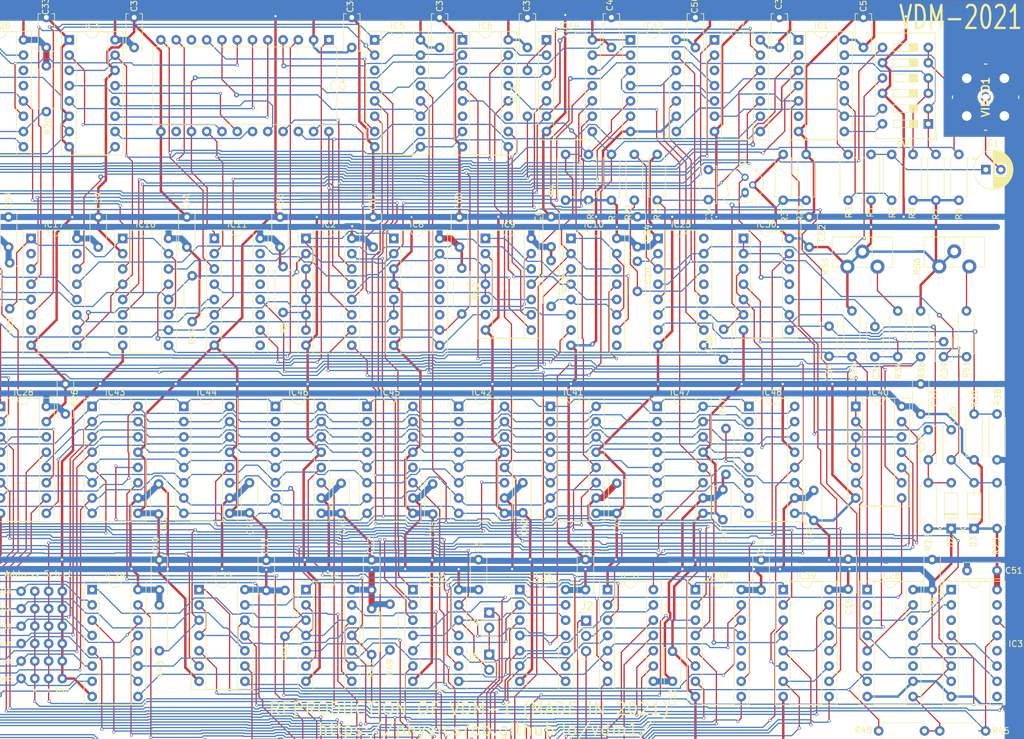
<source format=kicad_pcb>
(kicad_pcb (version 20171130) (host pcbnew 5.1.10-88a1d61d58~88~ubuntu20.04.1)
  (layers (0 F.Cu signal hide) (31 B.Cu signal hide) (34 B.Paste user hide) (35 F.Paste user hide) (36 B.SilkS user hide) (37 F.SilkS user) (38 B.Mask user hide) (39 F.Mask user hide) (44 Edge.Cuts user hide))
  (net 0 "")
  (net 1 "Net-(ADDR1-Pad10)")
  (net 2 "Net-(ADDR1-Pad6)")
  (net 3 "Net-(ADDR1-Pad5)")
  (net 4 "Net-(ADDR1-Pad4)")
  (net 5 "Net-(ADDR1-Pad3)")
  (net 6 "Net-(ADDR1-Pad2)")
  (net 7 "Net-(ADDR1-Pad1)")
  (net 8 "Net-(C1-Pad2)")
  (net 9 "Net-(C1-Pad1)")
  (net 10 GND)
  (net 11 +5V)
  (net 12 +12V)
  (net 13 "Net-(C8-Pad1)")
  (net 14 "Net-(C9-Pad2)")
  (net 15 "Net-(C19-Pad2)")
  (net 16 "Net-(C19-Pad1)")
  (net 17 "Net-(C20-Pad2)")
  (net 18 "Net-(C20-Pad1)")
  (net 19 "Net-(C21-Pad2)")
  (net 20 "Net-(C21-Pad1)")
  (net 21 "Net-(C25-Pad2)")
  (net 22 "Net-(C25-Pad1)")
  (net 23 "Net-(C27-Pad2)")
  (net 24 "Net-(C27-Pad1)")
  (net 25 "Net-(C28-Pad2)")
  (net 26 "Net-(C28-Pad1)")
  (net 27 "Net-(C29-Pad2)")
  (net 28 "Net-(C29-Pad1)")
  (net 29 "Net-(C30-Pad2)")
  (net 30 "Net-(C30-Pad1)")
  (net 31 "Net-(C31-Pad2)")
  (net 32 "Net-(C31-Pad1)")
  (net 33 "Net-(C34-Pad2)")
  (net 34 "Net-(C34-Pad1)")
  (net 35 "Net-(C39-Pad1)")
  (net 36 "Net-(IC1-Pad13)")
  (net 37 "Net-(IC1-Pad6)")
  (net 38 "Net-(IC1-Pad12)")
  (net 39 "Net-(IC1-Pad5)")
  (net 40 "Net-(IC1-Pad11)")
  (net 41 "Net-(IC1-Pad4)")
  (net 42 "Net-(IC1-Pad10)")
  (net 43 "Net-(IC1-Pad3)")
  (net 44 "Net-(IC1-Pad9)")
  (net 45 "Net-(IC1-Pad2)")
  (net 46 "Net-(IC1-Pad8)")
  (net 47 "Net-(IC1-Pad1)")
  (net 48 "Net-(IC2-Pad15)")
  (net 49 "Net-(IC2-Pad1)")
  (net 50 "Net-(IC2-Pad14)")
  (net 51 "Net-(IC2-Pad13)")
  (net 52 "Net-(IC14-Pad5)")
  (net 53 "Net-(IC2-Pad11)")
  (net 54 "Net-(IC13-Pad4)")
  (net 55 "Net-(IC10-Pad12)")
  (net 56 "Net-(IC12-Pad1)")
  (net 57 "Net-(IC3-Pad5)")
  (net 58 "Net-(IC3-Pad12)")
  (net 59 "Net-(IC3-Pad4)")
  (net 60 "Net-(IC3-Pad11)")
  (net 61 "Net-(IC3-Pad3)")
  (net 62 "Net-(IC3-Pad10)")
  (net 63 "Net-(IC3-Pad2)")
  (net 64 "Net-(IC15-Pad11)")
  (net 65 "Net-(IC11-Pad3)")
  (net 66 "Net-(IC4-Pad11)")
  (net 67 "Net-(IC4-Pad9)")
  (net 68 "Net-(IC14-Pad3)")
  (net 69 "Net-(IC11-Pad2)")
  (net 70 "Net-(IC14-Pad2)")
  (net 71 "Net-(IC11-Pad1)")
  (net 72 "Net-(IC5-Pad6)")
  (net 73 "Net-(IC39-Pad2)")
  (net 74 "Net-(IC38-Pad2)")
  (net 75 "Net-(IC36-Pad8)")
  (net 76 "Net-(IC39-Pad10)")
  (net 77 "Net-(IC17-Pad4)")
  (net 78 "Net-(IC17-Pad6)")
  (net 79 "Net-(IC39-Pad4)")
  (net 80 "Net-(IC38-Pad6)")
  (net 81 "Net-(IC38-Pad10)")
  (net 82 "Net-(IC39-Pad6)")
  (net 83 "Net-(IC14-Pad4)")
  (net 84 "Net-(IC12-Pad3)")
  (net 85 "Net-(IC13-Pad6)")
  (net 86 "Net-(IC17-Pad14)")
  (net 87 "Net-(IC16-Pad6)")
  (net 88 "Net-(IC16-Pad14)")
  (net 89 "Net-(IC13-Pad5)")
  (net 90 "Net-(IC16-Pad13)")
  (net 91 "Net-(IC17-Pad11)")
  (net 92 "Net-(IC17-Pad13)")
  (net 93 "Net-(IC10-Pad6)")
  (net 94 "Net-(IC11-Pad4)")
  (net 95 "Net-(IC10-Pad10)")
  (net 96 "Net-(IC10-Pad1)")
  (net 97 "Net-(IC10-Pad7)")
  (net 98 "Net-(IC10-Pad13)")
  (net 99 "Net-(IC10-Pad3)")
  (net 100 "Net-(IC10-Pad9)")
  (net 101 "Net-(IC11-Pad6)")
  (net 102 "Net-(IC11-Pad5)")
  (net 103 "Net-(IC12-Pad13)")
  (net 104 "Net-(IC12-Pad6)")
  (net 105 "Net-(IC12-Pad12)")
  (net 106 "Net-(IC12-Pad5)")
  (net 107 "Net-(IC12-Pad10)")
  (net 108 "Net-(IC12-Pad2)")
  (net 109 "Net-(IC13-Pad15)")
  (net 110 "Net-(IC13-Pad7)")
  (net 111 "Net-(IC13-Pad13)")
  (net 112 "Net-(IC13-Pad12)")
  (net 113 "Net-(IC13-Pad3)")
  (net 114 "Net-(IC13-Pad10)")
  (net 115 "Net-(IC13-Pad9)")
  (net 116 "Net-(IC14-Pad12)")
  (net 117 "Net-(IC14-Pad11)")
  (net 118 "Net-(IC14-Pad10)")
  (net 119 "Net-(IC14-Pad1)")
  (net 120 "Net-(IC15-Pad13)")
  (net 121 "Net-(IC15-Pad12)")
  (net 122 "Net-(IC15-Pad4)")
  (net 123 "Net-(IC15-Pad3)")
  (net 124 "Net-(IC15-Pad9)")
  (net 125 "Net-(IC15-Pad8)")
  (net 126 "Net-(IC16-Pad1)")
  (net 127 "Net-(IC16-Pad7)")
  (net 128 "Net-(IC17-Pad15)")
  (net 129 "Net-(IC17-Pad7)")
  (net 130 "Net-(IC17-Pad2)")
  (net 131 "Net-(IC18-Pad13)")
  (net 132 "Net-(IC18-Pad5)")
  (net 133 "Net-(IC18-Pad11)")
  (net 134 "Net-(IC18-Pad10)")
  (net 135 "Net-(IC18-Pad1)")
  (net 136 "Net-(IC18-Pad8)")
  (net 137 "Net-(IC19-Pad5)")
  (net 138 "Net-(IC19-Pad11)")
  (net 139 "Net-(IC19-Pad9)")
  (net 140 "Net-(IC19-Pad2)")
  (net 141 "Net-(IC19-Pad8)")
  (net 142 "Net-(IC20-Pad1)")
  (net 143 "Net-(IC21-Pad15)")
  (net 144 "Net-(IC21-Pad10)")
  (net 145 "Net-(IC21-Pad14)")
  (net 146 "Net-(IC22-Pad14)")
  (net 147 "Net-(IC22-Pad13)")
  (net 148 "Net-(IC22-Pad12)")
  (net 149 "Net-(IC22-Pad11)")
  (net 150 "Net-(IC23-Pad7)")
  (net 151 "Net-(IC23-Pad6)")
  (net 152 "Net-(IC23-Pad13)")
  (net 153 "Net-(IC23-Pad12)")
  (net 154 "Net-(IC23-Pad4)")
  (net 155 "Net-(IC23-Pad3)")
  (net 156 "Net-(IC23-Pad10)")
  (net 157 "Net-(IC23-Pad9)")
  (net 158 "Net-(IC24-Pad7)")
  (net 159 "Net-(IC24-Pad6)")
  (net 160 "Net-(IC24-Pad10)")
  (net 161 "Net-(IC24-Pad9)")
  (net 162 "Net-(IC25-Pad15)")
  (net 163 "Net-(IC26-Pad15)")
  (net 164 "Net-(IC26-Pad14)")
  (net 165 "Net-(IC26-Pad6)")
  (net 166 "Net-(IC26-Pad13)")
  (net 167 "Net-(IC26-Pad12)")
  (net 168 "Net-(IC26-Pad4)")
  (net 169 "Net-(IC26-Pad11)")
  (net 170 "Net-(IC26-Pad3)")
  (net 171 "Net-(IC26-Pad2)")
  (net 172 "Net-(IC27-Pad7)")
  (net 173 "Net-(IC27-Pad14)")
  (net 174 "Net-(IC27-Pad6)")
  (net 175 "Net-(IC27-Pad13)")
  (net 176 "Net-(IC27-Pad12)")
  (net 177 "Net-(IC27-Pad4)")
  (net 178 "Net-(IC27-Pad11)")
  (net 179 "Net-(IC27-Pad3)")
  (net 180 "Net-(IC27-Pad2)")
  (net 181 "Net-(IC28-Pad7)")
  (net 182 "Net-(IC28-Pad6)")
  (net 183 "Net-(IC28-Pad13)")
  (net 184 "Net-(IC28-Pad12)")
  (net 185 "Net-(IC28-Pad4)")
  (net 186 "Net-(IC28-Pad3)")
  (net 187 "Net-(IC28-Pad10)")
  (net 188 "Net-(IC28-Pad9)")
  (net 189 "Net-(IC29-Pad15)")
  (net 190 "Net-(IC29-Pad13)")
  (net 191 "Net-(IC29-Pad5)")
  (net 192 "Net-(IC29-Pad11)")
  (net 193 "Net-(IC29-Pad3)")
  (net 194 "Net-(ADDR1-Pad13)")
  (net 195 "Net-(IC29-Pad1)")
  (net 196 "Net-(IC30-Pad13)")
  (net 197 "Net-(IC31-Pad7)")
  (net 198 "Net-(IC31-Pad14)")
  (net 199 "Net-(IC31-Pad13)")
  (net 200 "Net-(IC31-Pad4)")
  (net 201 "Net-(IC32-Pad7)")
  (net 202 "Net-(IC32-Pad14)")
  (net 203 "Net-(IC32-Pad13)")
  (net 204 "Net-(IC32-Pad4)")
  (net 205 "Net-(IC33-Pad13)")
  (net 206 "Net-(IC33-Pad10)")
  (net 207 "Net-(IC33-Pad5)")
  (net 208 "Net-(IC33-Pad9)")
  (net 209 "Net-(IC33-Pad1)")
  (net 210 "Net-(IC34-Pad13)")
  (net 211 "Net-(IC34-Pad5)")
  (net 212 "Net-(IC34-Pad10)")
  (net 213 "Net-(IC34-Pad1)")
  (net 214 "Net-(IC35-Pad6)")
  (net 215 "Net-(IC35-Pad12)")
  (net 216 "Net-(IC35-Pad5)")
  (net 217 "Net-(IC35-Pad11)")
  (net 218 "Net-(IC35-Pad10)")
  (net 219 "Net-(IC35-Pad3)")
  (net 220 "Net-(IC35-Pad8)")
  (net 221 "Net-(IC36-Pad4)")
  (net 222 "Net-(IC36-Pad9)")
  (net 223 "Net-(IC36-Pad1)")
  (net 224 "Net-(IC37-Pad14)")
  (net 225 "Net-(IC37-Pad7)")
  (net 226 "Net-(IC37-Pad12)")
  (net 227 "Net-(IC37-Pad11)")
  (net 228 "Net-(IC38-Pad7)")
  (net 229 "Net-(IC38-Pad13)")
  (net 230 "Net-(IC38-Pad5)")
  (net 231 "Net-(IC38-Pad3)")
  (net 232 "Net-(IC38-Pad9)")
  (net 233 "Net-(IC39-Pad11)")
  (net 234 "Net-(IC39-Pad13)")
  (net 235 "Net-(IC39-Pad3)")
  (net 236 "Net-(IC39-Pad9)")
  (net 237 "Net-(IC40-Pad12)")
  (net 238 "Net-(J2-Pad3)")
  (net 239 "Net-(J2-Pad1)")
  (net 240 "Net-(J4-Pad1)")
  (net 241 "Net-(R6-Pad1)")
  (net 242 "Net-(S100-Pad4)")
  (net 243 "Net-(S100-Pad5)")
  (net 244 "Net-(S100-Pad6)")
  (net 245 "Net-(S100-Pad7)")
  (net 246 "Net-(S100-Pad8)")
  (net 247 "Net-(S100-Pad9)")
  (net 248 "Net-(S100-Pad10)")
  (net 249 "Net-(S100-Pad11)")
  (net 250 "Net-(R33-Pad3)")
  (net 251 "Net-(R50-Pad3)")
  (net 252 "Net-(IC29-Pad9)")
  (module Resistor_THT:R_Axial_DIN0207_L6.3mm_D2.5mm_P10.16mm_Horizontal (layer F.Cu) (at 29.845 78.105)
    (fp_text reference R6 (at 5.08 -2.37) (layer F.SilkS))
    (fp_text value 680)
    (pad 2 thru_hole oval (at 10.16 0) (size 1.6 1.6) (drill 0.8) (layers *.Cu *.Mask) (net 14 "Net-(C9-Pad2)"))
    (pad 1 thru_hole circle (at 0 0) (size 1.6 1.6) (drill 0.8) (layers *.Cu *.Mask) (net 241 "Net-(R6-Pad1)"))
  )
  (module Package_DIP:DIP-16_W7.62mm_Socket (layer F.Cu) (at 64.77 86.36)
    (fp_text reference IC22 (at 3.81 -2.33) (layer F.SilkS))
    (fp_text value 74LS163)
    (pad 16 thru_hole oval (at 7.62 0) (size 1.6 1.6) (drill 0.8) (layers *.Cu *.Mask) (net 11 +5V))
    (pad 8 thru_hole oval (at 0 17.78) (size 1.6 1.6) (drill 0.8) (layers *.Cu *.Mask) (net 10 GND))
    (pad 15 thru_hole oval (at 7.62 2.54) (size 1.6 1.6) (drill 0.8) (layers *.Cu *.Mask) (net 144 "Net-(IC21-Pad10)"))
    (pad 7 thru_hole oval (at 0 15.24) (size 1.6 1.6) (drill 0.8) (layers *.Cu *.Mask) (net 142 "Net-(IC20-Pad1)"))
    (pad 14 thru_hole oval (at 7.62 5.08) (size 1.6 1.6) (drill 0.8) (layers *.Cu *.Mask) (net 146 "Net-(IC22-Pad14)"))
    (pad 6 thru_hole oval (at 0 12.7) (size 1.6 1.6) (drill 0.8) (layers *.Cu *.Mask) (net 142 "Net-(IC20-Pad1)"))
    (pad 13 thru_hole oval (at 7.62 7.62) (size 1.6 1.6) (drill 0.8) (layers *.Cu *.Mask) (net 147 "Net-(IC22-Pad13)"))
    (pad 5 thru_hole oval (at 0 10.16) (size 1.6 1.6) (drill 0.8) (layers *.Cu *.Mask) (net 142 "Net-(IC20-Pad1)"))
    (pad 12 thru_hole oval (at 7.62 10.16) (size 1.6 1.6) (drill 0.8) (layers *.Cu *.Mask) (net 148 "Net-(IC22-Pad12)"))
    (pad 4 thru_hole oval (at 0 7.62) (size 1.6 1.6) (drill 0.8) (layers *.Cu *.Mask) (net 10 GND))
    (pad 11 thru_hole oval (at 7.62 12.7) (size 1.6 1.6) (drill 0.8) (layers *.Cu *.Mask) (net 149 "Net-(IC22-Pad11)"))
    (pad 3 thru_hole oval (at 0 5.08) (size 1.6 1.6) (drill 0.8) (layers *.Cu *.Mask) (net 10 GND))
    (pad 10 thru_hole oval (at 7.62 15.24) (size 1.6 1.6) (drill 0.8) (layers *.Cu *.Mask) (net 142 "Net-(IC20-Pad1)"))
    (pad 2 thru_hole oval (at 0 2.54) (size 1.6 1.6) (drill 0.8) (layers *.Cu *.Mask) (net 54 "Net-(IC13-Pad4)"))
    (pad 9 thru_hole oval (at 7.62 17.78) (size 1.6 1.6) (drill 0.8) (layers *.Cu *.Mask) (net 47 "Net-(IC1-Pad1)"))
    (pad 1 thru_hole rect (at 0 0) (size 1.6 1.6) (drill 0.8) (layers *.Cu *.Mask) (net 142 "Net-(IC20-Pad1)"))
  )
  (module vdm2021:bnc-5-16345033 (layer F.Cu) (at 261.62 34.925 270)
    (fp_text reference VIDEO1 (at 0 0 270) (layer F.SilkS) (effects (font (size 1.27 1.27) (thickness 0.254))))
    (fp_text value Conn_Coaxial hide)
    (pad 1 thru_hole circle (at 0 0 270) (size 1.65 1.65) (drill 1.1) (layers *.Cu *.Mask) (net 8 "Net-(C1-Pad2)"))
    (pad 2 thru_hole circle (at -3.13 -3.13 270) (size 2.4 2.4) (drill 1.6) (layers *.Cu *.Mask) (net 10 GND))
    (pad 2 thru_hole circle (at -3.13 3.13 270) (size 2.4 2.4) (drill 1.6) (layers *.Cu *.Mask) (net 10 GND))
    (pad 2 thru_hole circle (at 3.13 3.13 270) (size 2.4 2.4) (drill 1.6) (layers *.Cu *.Mask) (net 10 GND))
    (pad 2 thru_hole circle (at 3.13 -3.13 270) (size 2.4 2.4) (drill 1.6) (layers *.Cu *.Mask) (net 10 GND))
  )
  (module Capacitor_THT:C_Disc_D6.0mm_W2.5mm_P5.00mm (layer F.Cu) (at 141.986 116.967 90)
    (fp_text reference C11 (at 7.413 -0.254 90) (layer F.SilkS))
    (fp_text value .1uf)
    (pad 2 thru_hole circle (at 5 0 90) (size 1.6 1.6) (drill 0.8) (layers *.Cu *.Mask) (net 10 GND))
    (pad 1 thru_hole circle (at 0 0 90) (size 1.6 1.6) (drill 0.8) (layers *.Cu *.Mask) (net 11 +5V))
  )
  (module Potentiometer_THT:Potentiometer_ACP_CA9-H2,5_Horizontal (layer F.Cu) (at 253.913 63.079 90)
    (fp_text reference R50 (at 0 -3.65 90) (layer F.SilkS))
    (fp_text value 50K)
    (pad 1 thru_hole circle (at 0 0 90) (size 2.34 2.34) (drill 1.3) (layers *.Cu *.Mask) (net 11 +5V))
    (pad 2 thru_hole circle (at 2.5 2.5 90) (size 2.34 2.34) (drill 1.3) (layers *.Cu *.Mask) (net 11 +5V))
    (pad 3 thru_hole circle (at 0 5 90) (size 2.34 2.34) (drill 1.3) (layers *.Cu *.Mask) (net 251 "Net-(R50-Pad3)"))
  )
  (module Potentiometer_THT:Potentiometer_ACP_CA9-H2,5_Horizontal (layer F.Cu) (at 238.633 63.119 90)
    (fp_text reference R33 (at 0 -3.65 90) (layer F.SilkS))
    (fp_text value 50K)
    (pad 1 thru_hole circle (at 0 0 90) (size 2.34 2.34) (drill 1.3) (layers *.Cu *.Mask) (net 11 +5V))
    (pad 2 thru_hole circle (at 2.5 2.5 90) (size 2.34 2.34) (drill 1.3) (layers *.Cu *.Mask) (net 11 +5V))
    (pad 3 thru_hole circle (at 0 5 90) (size 2.34 2.34) (drill 1.3) (layers *.Cu *.Mask) (net 250 "Net-(R33-Pad3)"))
  )
  (module Package_DIP:DIP-16_W7.62mm_Socket (layer F.Cu) (at 113.03 116.84)
    (fp_text reference IC29 (at 3.81 -2.33) (layer F.SilkS))
    (fp_text value DM8131)
    (pad 16 thru_hole oval (at 7.62 0) (size 1.6 1.6) (drill 0.8) (layers *.Cu *.Mask) (net 11 +5V))
    (pad 8 thru_hole oval (at 0 17.78) (size 1.6 1.6) (drill 0.8) (layers *.Cu *.Mask) (net 10 GND))
    (pad 15 thru_hole oval (at 7.62 2.54) (size 1.6 1.6) (drill 0.8) (layers *.Cu *.Mask) (net 189 "Net-(IC29-Pad15)"))
    (pad 7 thru_hole oval (at 0 15.24) (size 1.6 1.6) (drill 0.8) (layers *.Cu *.Mask) (net 109 "Net-(IC13-Pad15)"))
    (pad 14 thru_hole oval (at 7.62 5.08) (size 1.6 1.6) (drill 0.8) (layers *.Cu *.Mask) (net 5 "Net-(ADDR1-Pad3)"))
    (pad 6 thru_hole oval (at 0 12.7) (size 1.6 1.6) (drill 0.8) (layers *.Cu *.Mask) (net 3 "Net-(ADDR1-Pad5)"))
    (pad 13 thru_hole oval (at 7.62 7.62) (size 1.6 1.6) (drill 0.8) (layers *.Cu *.Mask) (net 190 "Net-(IC29-Pad13)"))
    (pad 5 thru_hole oval (at 0 10.16) (size 1.6 1.6) (drill 0.8) (layers *.Cu *.Mask) (net 191 "Net-(IC29-Pad5)"))
    (pad 12 thru_hole oval (at 7.62 10.16) (size 1.6 1.6) (drill 0.8) (layers *.Cu *.Mask) (net 4 "Net-(ADDR1-Pad4)"))
    (pad 4 thru_hole oval (at 0 7.62) (size 1.6 1.6) (drill 0.8) (layers *.Cu *.Mask) (net 6 "Net-(ADDR1-Pad2)"))
    (pad 11 thru_hole oval (at 7.62 12.7) (size 1.6 1.6) (drill 0.8) (layers *.Cu *.Mask) (net 192 "Net-(IC29-Pad11)"))
    (pad 3 thru_hole oval (at 0 5.08) (size 1.6 1.6) (drill 0.8) (layers *.Cu *.Mask) (net 193 "Net-(IC29-Pad3)"))
    (pad 10 thru_hole oval (at 7.62 15.24) (size 1.6 1.6) (drill 0.8) (layers *.Cu *.Mask) (net 2 "Net-(ADDR1-Pad6)"))
    (pad 2 thru_hole oval (at 0 2.54) (size 1.6 1.6) (drill 0.8) (layers *.Cu *.Mask) (net 7 "Net-(ADDR1-Pad1)"))
    (pad 9 thru_hole oval (at 7.62 17.78) (size 1.6 1.6) (drill 0.8) (layers *.Cu *.Mask) (net 252 "Net-(IC29-Pad9)"))
    (pad 1 thru_hole rect (at 0 0) (size 1.6 1.6) (drill 0.8) (layers *.Cu *.Mask) (net 195 "Net-(IC29-Pad1)"))
  )
  (module vdm2021:S100_MALE (layer F.Cu) (at 55.4482 151.9936)
    (fp_text reference S100 hide)
    (fp_text value S100 hide)
    (pad 1 connect rect (at 2.667 -3.699) (size 2.794 6.382) (layers F.Cu F.Mask) (net 35 "Net-(C39-Pad1)"))
    (pad 2 connect rect (at 6.35 -3.699) (size 1.778 6.382) (layers F.Cu F.Mask) (net 13 "Net-(C8-Pad1)"))
    (pad 3 connect rect (at 9.525 -3.699) (size 1.778 6.382) (layers F.Cu F.Mask) (net 238 "Net-(J2-Pad3)"))
    (pad 4 connect rect (at 12.7 -3.699) (size 1.778 6.382) (layers F.Cu F.Mask) (net 242 "Net-(S100-Pad4)"))
    (pad 5 connect rect (at 15.875 -3.699) (size 1.778 6.382) (layers F.Cu F.Mask) (net 243 "Net-(S100-Pad5)"))
    (pad 6 connect rect (at 19.05 -3.699) (size 1.778 6.382) (layers F.Cu F.Mask) (net 244 "Net-(S100-Pad6)"))
    (pad 7 connect rect (at 22.225 -3.699) (size 1.778 6.382) (layers F.Cu F.Mask) (net 245 "Net-(S100-Pad7)"))
    (pad 8 connect rect (at 25.4 -3.699) (size 1.778 6.382) (layers F.Cu F.Mask) (net 246 "Net-(S100-Pad8)"))
    (pad 9 connect rect (at 28.575 -3.699) (size 1.778 6.382) (layers F.Cu F.Mask) (net 247 "Net-(S100-Pad9)"))
    (pad 10 connect rect (at 31.75 -3.699) (size 1.778 6.382) (layers F.Cu F.Mask) (net 248 "Net-(S100-Pad10)"))
    (pad 11 connect rect (at 34.925 -3.699) (size 1.778 6.382) (layers F.Cu F.Mask) (net 249 "Net-(S100-Pad11)"))
    (pad 12 connect rect (at 38.1 -3.699) (size 1.778 6.382) (layers F.Cu F.Mask))
    (pad 13 connect rect (at 41.275 -3.699) (size 1.778 6.382) (layers F.Cu F.Mask))
    (pad 14 connect rect (at 44.45 -3.699) (size 1.778 6.382) (layers F.Cu F.Mask))
    (pad 15 connect rect (at 47.625 -3.699) (size 1.778 6.382) (layers F.Cu F.Mask))
    (pad 16 connect rect (at 50.8 -3.699) (size 1.778 6.382) (layers F.Cu F.Mask))
    (pad 17 connect rect (at 53.975 -3.699) (size 1.778 6.382) (layers F.Cu F.Mask))
    (pad 18 connect rect (at 57.15 -3.699) (size 1.778 6.382) (layers F.Cu F.Mask))
    (pad 19 connect rect (at 60.325 -3.699) (size 1.778 6.382) (layers F.Cu F.Mask))
    (pad 20 connect rect (at 63.5 -3.699) (size 1.778 6.382) (layers F.Cu F.Mask))
    (pad 21 connect rect (at 66.675 -3.699) (size 1.778 6.382) (layers F.Cu F.Mask))
    (pad 22 connect rect (at 69.85 -3.699) (size 1.778 6.382) (layers F.Cu F.Mask))
    (pad 23 connect rect (at 73.025 -3.699) (size 1.778 6.382) (layers F.Cu F.Mask))
    (pad 24 connect rect (at 76.2 -3.699) (size 1.778 6.382) (layers F.Cu F.Mask) (net 135 "Net-(IC18-Pad1)"))
    (pad 25 connect rect (at 79.375 -3.699) (size 1.778 6.382) (layers F.Cu F.Mask))
    (pad 26 connect rect (at 82.55 -3.699) (size 1.778 6.382) (layers F.Cu F.Mask))
    (pad 27 connect rect (at 85.725 -3.699) (size 1.778 6.382) (layers F.Cu F.Mask))
    (pad 28 connect rect (at 88.9 -3.699) (size 1.778 6.382) (layers F.Cu F.Mask))
    (pad 29 connect rect (at 92.075 -3.699) (size 1.778 6.382) (layers F.Cu F.Mask) (net 152 "Net-(IC23-Pad13)"))
    (pad 30 connect rect (at 95.25 -3.699) (size 1.778 6.382) (layers F.Cu F.Mask) (net 151 "Net-(IC23-Pad6)"))
    (pad 31 connect rect (at 98.425 -3.699) (size 1.778 6.382) (layers F.Cu F.Mask) (net 155 "Net-(IC23-Pad3)"))
    (pad 32 connect rect (at 101.6 -3.699) (size 1.778 6.382) (layers F.Cu F.Mask) (net 195 "Net-(IC29-Pad1)"))
    (pad 33 connect rect (at 104.775 -3.699) (size 1.778 6.382) (layers F.Cu F.Mask) (net 190 "Net-(IC29-Pad13)"))
    (pad 34 connect rect (at 107.95 -3.699) (size 1.778 6.382) (layers F.Cu F.Mask) (net 187 "Net-(IC28-Pad10)"))
    (pad 35 connect rect (at 111.125 -3.699) (size 1.778 6.382) (layers F.Cu F.Mask) (net 211 "Net-(IC34-Pad5)"))
    (pad 36 connect rect (at 114.3 -3.699) (size 1.778 6.382) (layers F.Cu F.Mask) (net 207 "Net-(IC33-Pad5)"))
    (pad 37 connect rect (at 117.475 -3.699) (size 1.778 6.382) (layers F.Cu F.Mask) (net 192 "Net-(IC29-Pad11)"))
    (pad 38 connect rect (at 120.65 -3.699) (size 1.778 6.382) (layers F.Cu F.Mask) (net 208 "Net-(IC33-Pad9)"))
    (pad 39 connect rect (at 123.825 -3.699) (size 1.778 6.382) (layers F.Cu F.Mask) (net 205 "Net-(IC33-Pad13)"))
    (pad 40 connect rect (at 127 -3.699) (size 1.778 6.382) (layers F.Cu F.Mask) (net 213 "Net-(IC34-Pad1)"))
    (pad 41 connect rect (at 130.175 -3.699) (size 1.778 6.382) (layers F.Cu F.Mask) (net 228 "Net-(IC38-Pad7)"))
    (pad 42 connect rect (at 133.35 -3.699) (size 1.778 6.382) (layers F.Cu F.Mask) (net 232 "Net-(IC38-Pad9)"))
    (pad 43 connect rect (at 136.525 -3.699) (size 1.778 6.382) (layers F.Cu F.Mask) (net 236 "Net-(IC39-Pad9)"))
    (pad 44 connect rect (at 139.7 -3.699) (size 1.778 6.382) (layers F.Cu F.Mask))
    (pad 45 connect rect (at 142.875 -3.699) (size 1.778 6.382) (layers F.Cu F.Mask) (net 226 "Net-(IC37-Pad12)"))
    (pad 46 connect rect (at 146.05 -3.699) (size 1.778 6.382) (layers F.Cu F.Mask) (net 227 "Net-(IC37-Pad11)"))
    (pad 47 connect rect (at 149.225 -3.699) (size 1.778 6.382) (layers F.Cu F.Mask) (net 240 "Net-(J4-Pad1)"))
    (pad 48 connect rect (at 152.4 -3.699) (size 1.778 6.382) (layers F.Cu F.Mask))
    (pad 49 connect rect (at 155.575 -3.699) (size 1.778 6.382) (layers F.Cu F.Mask))
    (pad 50 connect rect (at 159.258 -3.699) (size 2.794 6.382) (layers F.Cu F.Mask) (net 10 GND))
    (pad 51 connect rect (at 2.667 -3.699) (size 2.794 6.382) (layers B.Cu B.Mask) (net 35 "Net-(C39-Pad1)"))
    (pad 52 connect rect (at 6.35 -3.699) (size 1.778 6.382) (layers B.Cu B.Mask) (net 241 "Net-(R6-Pad1)"))
    (pad 53 connect rect (at 9.525 -3.699) (size 1.778 6.382) (layers B.Cu B.Mask))
    (pad 54 connect rect (at 12.7 -3.699) (size 1.778 6.382) (layers B.Cu B.Mask))
    (pad 55 connect rect (at 15.875 -3.699) (size 1.778 6.382) (layers B.Cu B.Mask))
    (pad 56 connect rect (at 19.05 -3.699) (size 1.778 6.382) (layers B.Cu B.Mask))
    (pad 57 connect rect (at 22.225 -3.699) (size 1.778 6.382) (layers B.Cu B.Mask))
    (pad 58 connect rect (at 25.4 -3.699) (size 1.778 6.382) (layers B.Cu B.Mask))
    (pad 59 connect rect (at 28.575 -3.699) (size 1.778 6.382) (layers B.Cu B.Mask))
    (pad 60 connect rect (at 31.75 -3.699) (size 1.778 6.382) (layers B.Cu B.Mask))
    (pad 61 connect rect (at 34.925 -3.699) (size 1.778 6.382) (layers B.Cu B.Mask))
    (pad 62 connect rect (at 38.1 -3.699) (size 1.778 6.382) (layers B.Cu B.Mask))
    (pad 63 connect rect (at 41.275 -3.699) (size 1.778 6.382) (layers B.Cu B.Mask))
    (pad 64 connect rect (at 44.45 -3.699) (size 1.778 6.382) (layers B.Cu B.Mask))
    (pad 65 connect rect (at 47.625 -3.699) (size 1.778 6.382) (layers B.Cu B.Mask))
    (pad 66 connect rect (at 50.8 -3.699) (size 1.778 6.382) (layers B.Cu B.Mask))
    (pad 67 connect rect (at 53.975 -3.699) (size 1.778 6.382) (layers B.Cu B.Mask))
    (pad 68 connect rect (at 57.15 -3.699) (size 1.778 6.382) (layers B.Cu B.Mask) (net 131 "Net-(IC18-Pad13)"))
    (pad 69 connect rect (at 60.325 -3.699) (size 1.778 6.382) (layers B.Cu B.Mask))
    (pad 70 connect rect (at 63.5 -3.699) (size 1.778 6.382) (layers B.Cu B.Mask))
    (pad 71 connect rect (at 66.675 -3.699) (size 1.778 6.382) (layers B.Cu B.Mask))
    (pad 72 connect rect (at 69.85 -3.699) (size 1.778 6.382) (layers B.Cu B.Mask) (net 239 "Net-(J2-Pad1)"))
    (pad 73 connect rect (at 73.025 -3.699) (size 1.778 6.382) (layers B.Cu B.Mask))
    (pad 74 connect rect (at 76.2 -3.699) (size 1.778 6.382) (layers B.Cu B.Mask))
    (pad 75 connect rect (at 79.375 -3.699) (size 1.778 6.382) (layers B.Cu B.Mask))
    (pad 76 connect rect (at 82.55 -3.699) (size 1.778 6.382) (layers B.Cu B.Mask) (net 132 "Net-(IC18-Pad5)"))
    (pad 77 connect rect (at 85.725 -3.699) (size 1.778 6.382) (layers B.Cu B.Mask) (net 225 "Net-(IC37-Pad7)"))
    (pad 78 connect rect (at 88.9 -3.699) (size 1.778 6.382) (layers B.Cu B.Mask) (net 134 "Net-(IC18-Pad10)"))
    (pad 79 connect rect (at 92.075 -3.699) (size 1.778 6.382) (layers B.Cu B.Mask) (net 160 "Net-(IC24-Pad10)"))
    (pad 80 connect rect (at 95.25 -3.699) (size 1.778 6.382) (layers B.Cu B.Mask) (net 159 "Net-(IC24-Pad6)"))
    (pad 81 connect rect (at 98.425 -3.699) (size 1.778 6.382) (layers B.Cu B.Mask) (net 156 "Net-(IC23-Pad10)"))
    (pad 82 connect rect (at 101.6 -3.699) (size 1.778 6.382) (layers B.Cu B.Mask) (net 186 "Net-(IC28-Pad3)"))
    (pad 83 connect rect (at 104.775 -3.699) (size 1.778 6.382) (layers B.Cu B.Mask) (net 182 "Net-(IC28-Pad6)"))
    (pad 84 connect rect (at 107.95 -3.699) (size 1.778 6.382) (layers B.Cu B.Mask) (net 183 "Net-(IC28-Pad13)"))
    (pad 85 connect rect (at 111.125 -3.699) (size 1.778 6.382) (layers B.Cu B.Mask) (net 189 "Net-(IC29-Pad15)"))
    (pad 86 connect rect (at 114.3 -3.699) (size 1.778 6.382) (layers B.Cu B.Mask) (net 193 "Net-(IC29-Pad3)"))
    (pad 87 connect rect (at 117.475 -3.699) (size 1.778 6.382) (layers B.Cu B.Mask) (net 191 "Net-(IC29-Pad5)"))
    (pad 88 connect rect (at 120.65 -3.699) (size 1.778 6.382) (layers B.Cu B.Mask) (net 212 "Net-(IC34-Pad10)"))
    (pad 89 connect rect (at 123.825 -3.699) (size 1.778 6.382) (layers B.Cu B.Mask) (net 209 "Net-(IC33-Pad1)"))
    (pad 90 connect rect (at 127 -3.699) (size 1.778 6.382) (layers B.Cu B.Mask) (net 210 "Net-(IC34-Pad13)"))
    (pad 91 connect rect (at 130.175 -3.699) (size 1.778 6.382) (layers B.Cu B.Mask) (net 231 "Net-(IC38-Pad3)"))
    (pad 92 connect rect (at 133.35 -3.699) (size 1.778 6.382) (layers B.Cu B.Mask) (net 230 "Net-(IC38-Pad5)"))
    (pad 93 connect rect (at 136.525 -3.699) (size 1.778 6.382) (layers B.Cu B.Mask) (net 235 "Net-(IC39-Pad3)"))
    (pad 94 connect rect (at 139.7 -3.699) (size 1.778 6.382) (layers B.Cu B.Mask) (net 234 "Net-(IC39-Pad13)"))
    (pad 95 connect rect (at 142.875 -3.699) (size 1.778 6.382) (layers B.Cu B.Mask) (net 233 "Net-(IC39-Pad11)"))
    (pad 96 connect rect (at 146.05 -3.699) (size 1.778 6.382) (layers B.Cu B.Mask))
    (pad 97 connect rect (at 149.225 -3.699) (size 1.778 6.382) (layers B.Cu B.Mask))
    (pad 98 connect rect (at 152.4 -3.699) (size 1.778 6.382) (layers B.Cu B.Mask))
    (pad 99 connect rect (at 155.575 -3.699) (size 1.778 6.382) (layers B.Cu B.Mask))
    (pad 100 connect rect (at 159.258 -3.699) (size 2.794 6.382) (layers B.Cu B.Mask) (net 10 GND))
  )
  (module Package_DIP:DIP-14_W7.62mm_Socket (layer F.Cu) (at 184.15 116.84)
    (fp_text reference IC36 (at 3.81 -2.33) (layer F.SilkS))
    (fp_text value 74LS04)
    (pad 14 thru_hole oval (at 7.62 0) (size 1.6 1.6) (drill 0.8) (layers *.Cu *.Mask) (net 11 +5V))
    (pad 7 thru_hole oval (at 0 15.24) (size 1.6 1.6) (drill 0.8) (layers *.Cu *.Mask) (net 10 GND))
    (pad 13 thru_hole oval (at 7.62 2.54) (size 1.6 1.6) (drill 0.8) (layers *.Cu *.Mask) (net 136 "Net-(IC18-Pad8)"))
    (pad 6 thru_hole oval (at 0 12.7) (size 1.6 1.6) (drill 0.8) (layers *.Cu *.Mask) (net 194 "Net-(ADDR1-Pad13)"))
    (pad 12 thru_hole oval (at 7.62 5.08) (size 1.6 1.6) (drill 0.8) (layers *.Cu *.Mask) (net 215 "Net-(IC35-Pad12)"))
    (pad 5 thru_hole oval (at 0 10.16) (size 1.6 1.6) (drill 0.8) (layers *.Cu *.Mask) (net 1 "Net-(ADDR1-Pad10)"))
    (pad 11 thru_hole oval (at 7.62 7.62) (size 1.6 1.6) (drill 0.8) (layers *.Cu *.Mask) (net 114 "Net-(IC13-Pad10)"))
    (pad 4 thru_hole oval (at 0 7.62) (size 1.6 1.6) (drill 0.8) (layers *.Cu *.Mask) (net 221 "Net-(IC36-Pad4)"))
    (pad 10 thru_hole oval (at 7.62 10.16) (size 1.6 1.6) (drill 0.8) (layers *.Cu *.Mask) (net 218 "Net-(IC35-Pad10)"))
    (pad 3 thru_hole oval (at 0 5.08) (size 1.6 1.6) (drill 0.8) (layers *.Cu *.Mask) (net 252 "Net-(IC29-Pad9)"))
    (pad 9 thru_hole oval (at 7.62 12.7) (size 1.6 1.6) (drill 0.8) (layers *.Cu *.Mask) (net 222 "Net-(IC36-Pad9)"))
    (pad 2 thru_hole oval (at 0 2.54) (size 1.6 1.6) (drill 0.8) (layers *.Cu *.Mask) (net 216 "Net-(IC35-Pad5)"))
    (pad 8 thru_hole oval (at 7.62 15.24) (size 1.6 1.6) (drill 0.8) (layers *.Cu *.Mask) (net 75 "Net-(IC36-Pad8)"))
    (pad 1 thru_hole rect (at 0 0) (size 1.6 1.6) (drill 0.8) (layers *.Cu *.Mask) (net 223 "Net-(IC36-Pad1)"))
  )
  (module Package_DIP:DIP-16_W7.62mm_Socket (layer F.Cu) (at 227.965 116.84)
    (fp_text reference IC39 (at 3.81 -2.33) (layer F.SilkS))
    (fp_text value 74LS367)
    (pad 16 thru_hole oval (at 7.62 0) (size 1.6 1.6) (drill 0.8) (layers *.Cu *.Mask) (net 11 +5V))
    (pad 8 thru_hole oval (at 0 17.78) (size 1.6 1.6) (drill 0.8) (layers *.Cu *.Mask) (net 10 GND))
    (pad 15 thru_hole oval (at 7.62 2.54) (size 1.6 1.6) (drill 0.8) (layers *.Cu *.Mask) (net 214 "Net-(IC35-Pad6)"))
    (pad 7 thru_hole oval (at 0 15.24) (size 1.6 1.6) (drill 0.8) (layers *.Cu *.Mask) (net 233 "Net-(IC39-Pad11)"))
    (pad 14 thru_hole oval (at 7.62 5.08) (size 1.6 1.6) (drill 0.8) (layers *.Cu *.Mask) (net 26 "Net-(C28-Pad1)"))
    (pad 6 thru_hole oval (at 0 12.7) (size 1.6 1.6) (drill 0.8) (layers *.Cu *.Mask) (net 82 "Net-(IC39-Pad6)"))
    (pad 13 thru_hole oval (at 7.62 7.62) (size 1.6 1.6) (drill 0.8) (layers *.Cu *.Mask) (net 234 "Net-(IC39-Pad13)"))
    (pad 5 thru_hole oval (at 0 10.16) (size 1.6 1.6) (drill 0.8) (layers *.Cu *.Mask) (net 234 "Net-(IC39-Pad13)"))
    (pad 12 thru_hole oval (at 7.62 10.16) (size 1.6 1.6) (drill 0.8) (layers *.Cu *.Mask) (net 39 "Net-(IC1-Pad5)"))
    (pad 4 thru_hole oval (at 0 7.62) (size 1.6 1.6) (drill 0.8) (layers *.Cu *.Mask) (net 79 "Net-(IC39-Pad4)"))
    (pad 11 thru_hole oval (at 7.62 12.7) (size 1.6 1.6) (drill 0.8) (layers *.Cu *.Mask) (net 233 "Net-(IC39-Pad11)"))
    (pad 3 thru_hole oval (at 0 5.08) (size 1.6 1.6) (drill 0.8) (layers *.Cu *.Mask) (net 235 "Net-(IC39-Pad3)"))
    (pad 10 thru_hole oval (at 7.62 15.24) (size 1.6 1.6) (drill 0.8) (layers *.Cu *.Mask) (net 76 "Net-(IC39-Pad10)"))
    (pad 2 thru_hole oval (at 0 2.54) (size 1.6 1.6) (drill 0.8) (layers *.Cu *.Mask) (net 73 "Net-(IC39-Pad2)"))
    (pad 9 thru_hole oval (at 7.62 17.78) (size 1.6 1.6) (drill 0.8) (layers *.Cu *.Mask) (net 236 "Net-(IC39-Pad9)"))
    (pad 1 thru_hole rect (at 0 0) (size 1.6 1.6) (drill 0.8) (layers *.Cu *.Mask) (net 217 "Net-(IC35-Pad11)"))
  )
  (module Resistor_THT:R_Axial_DIN0207_L6.3mm_D2.5mm_P7.62mm_Horizontal (layer F.Cu) (at 251.46 140.335 180)
    (fp_text reference R48 (at 10.16 0.127) (layer F.SilkS))
    (fp_text value 1.5K)
    (pad 2 thru_hole oval (at 7.62 0 180) (size 1.6 1.6) (drill 0.8) (layers *.Cu *.Mask) (net 197 "Net-(IC31-Pad7)"))
    (pad 1 thru_hole circle (at 0 0 180) (size 1.6 1.6) (drill 0.8) (layers *.Cu *.Mask) (net 11 +5V))
  )
  (module Package_DIP:DIP-16_W7.62mm_Socket (layer F.Cu) (at 207.137 58.42)
    (fp_text reference IC25 (at 3.81 -2.33) (layer F.SilkS))
    (fp_text value 4049)
    (pad 16 thru_hole oval (at 7.62 0) (size 1.6 1.6) (drill 0.8) (layers *.Cu *.Mask))
    (pad 8 thru_hole oval (at 0 17.78) (size 1.6 1.6) (drill 0.8) (layers *.Cu *.Mask) (net 10 GND))
    (pad 15 thru_hole oval (at 7.62 2.54) (size 1.6 1.6) (drill 0.8) (layers *.Cu *.Mask) (net 162 "Net-(IC25-Pad15)"))
    (pad 7 thru_hole oval (at 0 15.24) (size 1.6 1.6) (drill 0.8) (layers *.Cu *.Mask) (net 31 "Net-(C31-Pad2)"))
    (pad 14 thru_hole oval (at 7.62 5.08) (size 1.6 1.6) (drill 0.8) (layers *.Cu *.Mask) (net 17 "Net-(C20-Pad2)"))
    (pad 6 thru_hole oval (at 0 12.7) (size 1.6 1.6) (drill 0.8) (layers *.Cu *.Mask) (net 22 "Net-(C25-Pad1)"))
    (pad 13 thru_hole oval (at 7.62 7.62) (size 1.6 1.6) (drill 0.8) (layers *.Cu *.Mask))
    (pad 5 thru_hole oval (at 0 10.16) (size 1.6 1.6) (drill 0.8) (layers *.Cu *.Mask) (net 33 "Net-(C34-Pad2)"))
    (pad 12 thru_hole oval (at 7.62 10.16) (size 1.6 1.6) (drill 0.8) (layers *.Cu *.Mask) (net 103 "Net-(IC12-Pad13)"))
    (pad 4 thru_hole oval (at 0 7.62) (size 1.6 1.6) (drill 0.8) (layers *.Cu *.Mask) (net 107 "Net-(IC12-Pad10)"))
    (pad 11 thru_hole oval (at 7.62 12.7) (size 1.6 1.6) (drill 0.8) (layers *.Cu *.Mask) (net 23 "Net-(C27-Pad2)"))
    (pad 3 thru_hole oval (at 0 5.08) (size 1.6 1.6) (drill 0.8) (layers *.Cu *.Mask) (net 162 "Net-(IC25-Pad15)"))
    (pad 10 thru_hole oval (at 7.62 15.24) (size 1.6 1.6) (drill 0.8) (layers *.Cu *.Mask) (net 105 "Net-(IC12-Pad12)"))
    (pad 2 thru_hole oval (at 0 2.54) (size 1.6 1.6) (drill 0.8) (layers *.Cu *.Mask) (net 18 "Net-(C20-Pad1)"))
    (pad 9 thru_hole oval (at 7.62 17.78) (size 1.6 1.6) (drill 0.8) (layers *.Cu *.Mask) (net 21 "Net-(C25-Pad2)"))
    (pad 1 thru_hole rect (at 0 0) (size 1.6 1.6) (drill 0.8) (layers *.Cu *.Mask) (net 11 +5V))
  )
  (module Package_DIP:DIP-16_W7.62mm_Socket (layer F.Cu) (at 52.07 116.84)
    (fp_text reference IC23 (at 3.81 -2.33) (layer F.SilkS))
    (fp_text value 74LS157)
    (pad 16 thru_hole oval (at 7.62 0) (size 1.6 1.6) (drill 0.8) (layers *.Cu *.Mask) (net 11 +5V))
    (pad 8 thru_hole oval (at 0 17.78) (size 1.6 1.6) (drill 0.8) (layers *.Cu *.Mask) (net 10 GND))
    (pad 15 thru_hole oval (at 7.62 2.54) (size 1.6 1.6) (drill 0.8) (layers *.Cu *.Mask) (net 10 GND))
    (pad 7 thru_hole oval (at 0 15.24) (size 1.6 1.6) (drill 0.8) (layers *.Cu *.Mask) (net 150 "Net-(IC23-Pad7)"))
    (pad 14 thru_hole oval (at 7.62 5.08) (size 1.6 1.6) (drill 0.8) (layers *.Cu *.Mask) (net 122 "Net-(IC15-Pad4)"))
    (pad 6 thru_hole oval (at 0 12.7) (size 1.6 1.6) (drill 0.8) (layers *.Cu *.Mask) (net 151 "Net-(IC23-Pad6)"))
    (pad 13 thru_hole oval (at 7.62 7.62) (size 1.6 1.6) (drill 0.8) (layers *.Cu *.Mask) (net 152 "Net-(IC23-Pad13)"))
    (pad 5 thru_hole oval (at 0 10.16) (size 1.6 1.6) (drill 0.8) (layers *.Cu *.Mask) (net 145 "Net-(IC21-Pad14)"))
    (pad 12 thru_hole oval (at 7.62 10.16) (size 1.6 1.6) (drill 0.8) (layers *.Cu *.Mask) (net 153 "Net-(IC23-Pad12)"))
    (pad 4 thru_hole oval (at 0 7.62) (size 1.6 1.6) (drill 0.8) (layers *.Cu *.Mask) (net 154 "Net-(IC23-Pad4)"))
    (pad 11 thru_hole oval (at 7.62 12.7) (size 1.6 1.6) (drill 0.8) (layers *.Cu *.Mask) (net 148 "Net-(IC22-Pad12)"))
    (pad 3 thru_hole oval (at 0 5.08) (size 1.6 1.6) (drill 0.8) (layers *.Cu *.Mask) (net 155 "Net-(IC23-Pad3)"))
    (pad 10 thru_hole oval (at 7.62 15.24) (size 1.6 1.6) (drill 0.8) (layers *.Cu *.Mask) (net 156 "Net-(IC23-Pad10)"))
    (pad 2 thru_hole oval (at 0 2.54) (size 1.6 1.6) (drill 0.8) (layers *.Cu *.Mask) (net 149 "Net-(IC22-Pad11)"))
    (pad 9 thru_hole oval (at 7.62 17.78) (size 1.6 1.6) (drill 0.8) (layers *.Cu *.Mask) (net 157 "Net-(IC23-Pad9)"))
    (pad 1 thru_hole rect (at 0 0) (size 1.6 1.6) (drill 0.8) (layers *.Cu *.Mask) (net 111 "Net-(IC13-Pad13)"))
  )
  (module Resistor_THT:R_Axial_DIN0207_L6.3mm_D2.5mm_P7.62mm_Horizontal (layer F.Cu) (at 254 140.335)
    (fp_text reference R45 (at 10.16 0) (layer F.SilkS))
    (fp_text value 1.5K)
    (pad 2 thru_hole oval (at 7.62 0) (size 1.6 1.6) (drill 0.8) (layers *.Cu *.Mask) (net 199 "Net-(IC31-Pad13)"))
    (pad 1 thru_hole circle (at 0 0) (size 1.6 1.6) (drill 0.8) (layers *.Cu *.Mask) (net 11 +5V))
  )
  (module Package_DIP:DIP-16_W7.62mm_Socket (layer F.Cu) (at 255.905 116.84)
    (fp_text reference IC31 (at 11.2014 9.017) (layer F.SilkS))
    (fp_text value 4042)
    (pad 16 thru_hole oval (at 7.62 0) (size 1.6 1.6) (drill 0.8) (layers *.Cu *.Mask) (net 11 +5V))
    (pad 8 thru_hole oval (at 0 17.78) (size 1.6 1.6) (drill 0.8) (layers *.Cu *.Mask) (net 10 GND))
    (pad 15 thru_hole oval (at 7.62 2.54) (size 1.6 1.6) (drill 0.8) (layers *.Cu *.Mask))
    (pad 7 thru_hole oval (at 0 15.24) (size 1.6 1.6) (drill 0.8) (layers *.Cu *.Mask) (net 197 "Net-(IC31-Pad7)"))
    (pad 14 thru_hole oval (at 7.62 5.08) (size 1.6 1.6) (drill 0.8) (layers *.Cu *.Mask) (net 198 "Net-(IC31-Pad14)"))
    (pad 6 thru_hole oval (at 0 12.7) (size 1.6 1.6) (drill 0.8) (layers *.Cu *.Mask) (net 11 +5V))
    (pad 13 thru_hole oval (at 7.62 7.62) (size 1.6 1.6) (drill 0.8) (layers *.Cu *.Mask) (net 199 "Net-(IC31-Pad13)"))
    (pad 5 thru_hole oval (at 0 10.16) (size 1.6 1.6) (drill 0.8) (layers *.Cu *.Mask) (net 196 "Net-(IC30-Pad13)"))
    (pad 12 thru_hole oval (at 7.62 10.16) (size 1.6 1.6) (drill 0.8) (layers *.Cu *.Mask))
    (pad 4 thru_hole oval (at 0 7.62) (size 1.6 1.6) (drill 0.8) (layers *.Cu *.Mask) (net 200 "Net-(IC31-Pad4)"))
    (pad 11 thru_hole oval (at 7.62 12.7) (size 1.6 1.6) (drill 0.8) (layers *.Cu *.Mask) (net 167 "Net-(IC26-Pad12)"))
    (pad 3 thru_hole oval (at 0 5.08) (size 1.6 1.6) (drill 0.8) (layers *.Cu *.Mask))
    (pad 10 thru_hole oval (at 7.62 15.24) (size 1.6 1.6) (drill 0.8) (layers *.Cu *.Mask) (net 168 "Net-(IC26-Pad4)"))
    (pad 2 thru_hole oval (at 0 2.54) (size 1.6 1.6) (drill 0.8) (layers *.Cu *.Mask) (net 166 "Net-(IC26-Pad13)"))
    (pad 9 thru_hole oval (at 7.62 17.78) (size 1.6 1.6) (drill 0.8) (layers *.Cu *.Mask))
    (pad 1 thru_hole rect (at 0 0) (size 1.6 1.6) (drill 0.8) (layers *.Cu *.Mask) (net 170 "Net-(IC26-Pad3)"))
  )
  (module Package_DIP:DIP-14_W7.62mm_Socket (layer F.Cu) (at 202.565 25.4)
    (fp_text reference IC12 (at 3.81 -2.33) (layer F.SilkS))
    (fp_text value 74LS86)
    (pad 14 thru_hole oval (at 7.62 0) (size 1.6 1.6) (drill 0.8) (layers *.Cu *.Mask) (net 11 +5V))
    (pad 7 thru_hole oval (at 0 15.24) (size 1.6 1.6) (drill 0.8) (layers *.Cu *.Mask) (net 10 GND))
    (pad 13 thru_hole oval (at 7.62 2.54) (size 1.6 1.6) (drill 0.8) (layers *.Cu *.Mask) (net 103 "Net-(IC12-Pad13)"))
    (pad 6 thru_hole oval (at 0 12.7) (size 1.6 1.6) (drill 0.8) (layers *.Cu *.Mask) (net 104 "Net-(IC12-Pad6)"))
    (pad 12 thru_hole oval (at 7.62 5.08) (size 1.6 1.6) (drill 0.8) (layers *.Cu *.Mask) (net 105 "Net-(IC12-Pad12)"))
    (pad 5 thru_hole oval (at 0 10.16) (size 1.6 1.6) (drill 0.8) (layers *.Cu *.Mask) (net 106 "Net-(IC12-Pad5)"))
    (pad 11 thru_hole oval (at 7.62 7.62) (size 1.6 1.6) (drill 0.8) (layers *.Cu *.Mask) (net 40 "Net-(IC1-Pad11)"))
    (pad 4 thru_hole oval (at 0 7.62) (size 1.6 1.6) (drill 0.8) (layers *.Cu *.Mask) (net 105 "Net-(IC12-Pad12)"))
    (pad 10 thru_hole oval (at 7.62 10.16) (size 1.6 1.6) (drill 0.8) (layers *.Cu *.Mask) (net 107 "Net-(IC12-Pad10)"))
    (pad 3 thru_hole oval (at 0 5.08) (size 1.6 1.6) (drill 0.8) (layers *.Cu *.Mask) (net 84 "Net-(IC12-Pad3)"))
    (pad 9 thru_hole oval (at 7.62 12.7) (size 1.6 1.6) (drill 0.8) (layers *.Cu *.Mask) (net 10 GND))
    (pad 2 thru_hole oval (at 0 2.54) (size 1.6 1.6) (drill 0.8) (layers *.Cu *.Mask) (net 108 "Net-(IC12-Pad2)"))
    (pad 8 thru_hole oval (at 7.62 15.24) (size 1.6 1.6) (drill 0.8) (layers *.Cu *.Mask) (net 39 "Net-(IC1-Pad5)"))
    (pad 1 thru_hole rect (at 0 0) (size 1.6 1.6) (drill 0.8) (layers *.Cu *.Mask) (net 56 "Net-(IC12-Pad1)"))
  )
  (module Connector_PinHeader_2.54mm:PinHeader_1x03_P2.54mm_Vertical (layer F.Cu) (at 195.1736 121.9962)
    (fp_text reference J2 (at 0.1524 -2.4892) (layer F.SilkS) (effects (font (size 1.27 1.27) (thickness 0.1778))))
    (fp_text value Jumper_3_Open)
    (pad 3 thru_hole oval (at 0 5.08) (size 1.7 1.7) (drill 1) (layers *.Cu *.Mask) (net 238 "Net-(J2-Pad3)"))
    (pad 2 thru_hole oval (at 0 2.54) (size 1.7 1.7) (drill 1) (layers *.Cu *.Mask) (net 229 "Net-(IC38-Pad13)"))
    (pad 1 thru_hole rect (at 0 0) (size 1.7 1.7) (drill 1) (layers *.Cu *.Mask) (net 239 "Net-(J2-Pad1)"))
  )
  (module vdm2021:TO-220-3_Horizontal_TabDown (layer F.Cu) (at 47.625 58.57)
    (fp_text reference IC49 (at 2.54 0.104) (layer F.SilkS))
    (fp_text value L7805)
    (pad 1 thru_hole rect (at 0 0) (size 1.905 2) (drill 1.1) (layers *.Cu *.Mask) (net 35 "Net-(C39-Pad1)"))
    (pad 2 thru_hole oval (at 2.54 0) (size 1.905 2) (drill 1.1) (layers *.Cu *.Mask) (net 10 GND))
    (pad 3 thru_hole oval (at 5.08 0) (size 1.905 2) (drill 1.1) (layers *.Cu *.Mask) (net 11 +5V))
  )
  (module Diode_THT:D_DO-35_SOD27_P7.62mm_Horizontal (layer F.Cu) (at 57.15 78.105 180)
    (fp_text reference D1 (at 3.81 -2.12) (layer F.SilkS))
    (fp_text value 1N5225B)
    (fp_text user K (at 0 -1.8) (layer F.SilkS))
    (pad 2 thru_hole oval (at 7.62 0 180) (size 1.6 1.6) (drill 0.8) (layers *.Cu *.Mask) (net 14 "Net-(C9-Pad2)"))
    (pad 1 thru_hole rect (at 0 0 180) (size 1.6 1.6) (drill 0.8) (layers *.Cu *.Mask) (net 10 GND))
  )
  (module Capacitor_THT:CP_Radial_Tantal_D6.0mm_P2.50mm (layer F.Cu) (at 50.0888 71.12)
    (fp_text reference C7 (at 1.4732 2.667) (layer F.SilkS))
    (fp_text value 1uf)
    (pad 2 thru_hole circle (at 2.5 0) (size 1.6 1.6) (drill 0.8) (layers *.Cu *.Mask) (net 10 GND))
    (pad 1 thru_hole rect (at 0 0) (size 1.6 1.6) (drill 0.8) (layers *.Cu *.Mask) (net 12 +12V))
  )
  (module Resistor_THT:R_Axial_DIN0207_L6.3mm_D2.5mm_P7.62mm_Horizontal (layer F.Cu) (at 74.93 31.115 90)
    (fp_text reference R16 (at 3.81 -2.413 90) (layer F.SilkS))
    (fp_text value 330)
    (pad 2 thru_hole oval (at 7.62 0 90) (size 1.6 1.6) (drill 0.8) (layers *.Cu *.Mask) (net 15 "Net-(C19-Pad2)"))
    (pad 1 thru_hole circle (at 0 0 90) (size 1.6 1.6) (drill 0.8) (layers *.Cu *.Mask) (net 19 "Net-(C21-Pad2)"))
  )
  (module Package_DIP:DIP-14_W7.62mm_Socket (layer F.Cu) (at 78.74 25.4)
    (fp_text reference IC19 (at 3.81 -2.33) (layer F.SilkS))
    (fp_text value 74LS04)
    (pad 14 thru_hole oval (at 7.62 0) (size 1.6 1.6) (drill 0.8) (layers *.Cu *.Mask) (net 11 +5V))
    (pad 7 thru_hole oval (at 0 15.24) (size 1.6 1.6) (drill 0.8) (layers *.Cu *.Mask) (net 10 GND))
    (pad 13 thru_hole oval (at 7.62 2.54) (size 1.6 1.6) (drill 0.8) (layers *.Cu *.Mask) (net 55 "Net-(IC10-Pad12)"))
    (pad 6 thru_hole oval (at 0 12.7) (size 1.6 1.6) (drill 0.8) (layers *.Cu *.Mask) (net 20 "Net-(C21-Pad1)"))
    (pad 12 thru_hole oval (at 7.62 5.08) (size 1.6 1.6) (drill 0.8) (layers *.Cu *.Mask) (net 121 "Net-(IC15-Pad12)"))
    (pad 5 thru_hole oval (at 0 10.16) (size 1.6 1.6) (drill 0.8) (layers *.Cu *.Mask) (net 137 "Net-(IC19-Pad5)"))
    (pad 11 thru_hole oval (at 7.62 7.62) (size 1.6 1.6) (drill 0.8) (layers *.Cu *.Mask) (net 138 "Net-(IC19-Pad11)"))
    (pad 4 thru_hole oval (at 0 7.62) (size 1.6 1.6) (drill 0.8) (layers *.Cu *.Mask) (net 15 "Net-(C19-Pad2)"))
    (pad 10 thru_hole oval (at 7.62 10.16) (size 1.6 1.6) (drill 0.8) (layers *.Cu *.Mask) (net 54 "Net-(IC13-Pad4)"))
    (pad 3 thru_hole oval (at 0 5.08) (size 1.6 1.6) (drill 0.8) (layers *.Cu *.Mask) (net 19 "Net-(C21-Pad2)"))
    (pad 9 thru_hole oval (at 7.62 12.7) (size 1.6 1.6) (drill 0.8) (layers *.Cu *.Mask) (net 139 "Net-(IC19-Pad9)"))
    (pad 2 thru_hole oval (at 0 2.54) (size 1.6 1.6) (drill 0.8) (layers *.Cu *.Mask) (net 140 "Net-(IC19-Pad2)"))
    (pad 8 thru_hole oval (at 7.62 15.24) (size 1.6 1.6) (drill 0.8) (layers *.Cu *.Mask) (net 141 "Net-(IC19-Pad8)"))
    (pad 1 thru_hole rect (at 0 0) (size 1.6 1.6) (drill 0.8) (layers *.Cu *.Mask) (net 118 "Net-(IC14-Pad10)"))
  )
  (module Package_DIP:DIP-14_W7.62mm_Socket (layer F.Cu) (at 72.39 58.42)
    (fp_text reference IC15 (at 3.81 -2.33) (layer F.SilkS))
    (fp_text value 74LS00)
    (pad 14 thru_hole oval (at 7.62 0) (size 1.6 1.6) (drill 0.8) (layers *.Cu *.Mask) (net 11 +5V))
    (pad 7 thru_hole oval (at 0 15.24) (size 1.6 1.6) (drill 0.8) (layers *.Cu *.Mask) (net 10 GND))
    (pad 13 thru_hole oval (at 7.62 2.54) (size 1.6 1.6) (drill 0.8) (layers *.Cu *.Mask) (net 120 "Net-(IC15-Pad13)"))
    (pad 6 thru_hole oval (at 0 12.7) (size 1.6 1.6) (drill 0.8) (layers *.Cu *.Mask) (net 47 "Net-(IC1-Pad1)"))
    (pad 12 thru_hole oval (at 7.62 5.08) (size 1.6 1.6) (drill 0.8) (layers *.Cu *.Mask) (net 121 "Net-(IC15-Pad12)"))
    (pad 5 thru_hole oval (at 0 10.16) (size 1.6 1.6) (drill 0.8) (layers *.Cu *.Mask) (net 26 "Net-(C28-Pad1)"))
    (pad 11 thru_hole oval (at 7.62 7.62) (size 1.6 1.6) (drill 0.8) (layers *.Cu *.Mask) (net 64 "Net-(IC15-Pad11)"))
    (pad 4 thru_hole oval (at 0 7.62) (size 1.6 1.6) (drill 0.8) (layers *.Cu *.Mask) (net 122 "Net-(IC15-Pad4)"))
    (pad 10 thru_hole oval (at 7.62 10.16) (size 1.6 1.6) (drill 0.8) (layers *.Cu *.Mask) (net 89 "Net-(IC13-Pad5)"))
    (pad 3 thru_hole oval (at 0 5.08) (size 1.6 1.6) (drill 0.8) (layers *.Cu *.Mask) (net 123 "Net-(IC15-Pad3)"))
    (pad 9 thru_hole oval (at 7.62 12.7) (size 1.6 1.6) (drill 0.8) (layers *.Cu *.Mask) (net 124 "Net-(IC15-Pad9)"))
    (pad 2 thru_hole oval (at 0 2.54) (size 1.6 1.6) (drill 0.8) (layers *.Cu *.Mask) (net 41 "Net-(IC1-Pad4)"))
    (pad 8 thru_hole oval (at 7.62 15.24) (size 1.6 1.6) (drill 0.8) (layers *.Cu *.Mask) (net 125 "Net-(IC15-Pad8)"))
    (pad 1 thru_hole rect (at 0 0) (size 1.6 1.6) (drill 0.8) (layers *.Cu *.Mask) (net 97 "Net-(IC10-Pad7)"))
  )
  (module Crystal:Crystal_HC50_Horizontal (layer F.Cu) (at 60.325 59.055)
    (fp_text reference Y1 (at 2.667 -1.397 180) (layer F.SilkS))
    (fp_text value Crystal)
    (pad 2 thru_hole circle (at 4.9 0) (size 2.3 2.3) (drill 1.5) (layers *.Cu *.Mask) (net 16 "Net-(C19-Pad1)"))
    (pad 1 thru_hole circle (at 0 0) (size 2.3 2.3) (drill 1.5) (layers *.Cu *.Mask) (net 137 "Net-(IC19-Pad5)"))
  )
  (module vdm2021:heatsink (layer F.Cu) (at 50.165 36.945)
    (fp_text reference HEAT hide)
    (fp_text value "Heat Sink" hide)
    (pad "" np_thru_hole circle (at 0 5.195) (size 3.66 3.66) (drill 3.66) (layers *.Cu *.Mask))
    (pad "" np_thru_hole circle (at 0 -5.195) (size 3.66 3.66) (drill 3.66) (layers *.Cu *.Mask))
  )
  (module Package_DIP:DIP-16_W7.62mm_Socket (layer F.Cu) (at 213.36 116.84)
    (fp_text reference IC38 (at 3.81 -2.33) (layer F.SilkS))
    (fp_text value 74LS367)
    (pad 16 thru_hole oval (at 7.62 0) (size 1.6 1.6) (drill 0.8) (layers *.Cu *.Mask) (net 11 +5V))
    (pad 8 thru_hole oval (at 0 17.78) (size 1.6 1.6) (drill 0.8) (layers *.Cu *.Mask) (net 10 GND))
    (pad 15 thru_hole oval (at 7.62 2.54) (size 1.6 1.6) (drill 0.8) (layers *.Cu *.Mask) (net 252 "Net-(IC29-Pad9)"))
    (pad 7 thru_hole oval (at 0 15.24) (size 1.6 1.6) (drill 0.8) (layers *.Cu *.Mask) (net 228 "Net-(IC38-Pad7)"))
    (pad 14 thru_hole oval (at 7.62 5.08) (size 1.6 1.6) (drill 0.8) (layers *.Cu *.Mask) (net 220 "Net-(IC35-Pad8)"))
    (pad 6 thru_hole oval (at 0 12.7) (size 1.6 1.6) (drill 0.8) (layers *.Cu *.Mask) (net 80 "Net-(IC38-Pad6)"))
    (pad 13 thru_hole oval (at 7.62 7.62) (size 1.6 1.6) (drill 0.8) (layers *.Cu *.Mask) (net 229 "Net-(IC38-Pad13)"))
    (pad 5 thru_hole oval (at 0 10.16) (size 1.6 1.6) (drill 0.8) (layers *.Cu *.Mask) (net 230 "Net-(IC38-Pad5)"))
    (pad 12 thru_hole oval (at 7.62 10.16) (size 1.6 1.6) (drill 0.8) (layers *.Cu *.Mask))
    (pad 4 thru_hole oval (at 0 7.62) (size 1.6 1.6) (drill 0.8) (layers *.Cu *.Mask) (net 222 "Net-(IC36-Pad9)"))
    (pad 11 thru_hole oval (at 7.62 12.7) (size 1.6 1.6) (drill 0.8) (layers *.Cu *.Mask))
    (pad 3 thru_hole oval (at 0 5.08) (size 1.6 1.6) (drill 0.8) (layers *.Cu *.Mask) (net 231 "Net-(IC38-Pad3)"))
    (pad 10 thru_hole oval (at 7.62 15.24) (size 1.6 1.6) (drill 0.8) (layers *.Cu *.Mask) (net 81 "Net-(IC38-Pad10)"))
    (pad 2 thru_hole oval (at 0 2.54) (size 1.6 1.6) (drill 0.8) (layers *.Cu *.Mask) (net 74 "Net-(IC38-Pad2)"))
    (pad 9 thru_hole oval (at 7.62 17.78) (size 1.6 1.6) (drill 0.8) (layers *.Cu *.Mask) (net 232 "Net-(IC38-Pad9)"))
    (pad 1 thru_hole rect (at 0 0) (size 1.6 1.6) (drill 0.8) (layers *.Cu *.Mask) (net 217 "Net-(IC35-Pad11)"))
  )
  (module Package_DIP:DIP-16_W7.62mm_Socket (layer F.Cu) (at 192.659 58.42)
    (fp_text reference IC10 (at 3.81 -2.33) (layer F.SilkS))
    (fp_text value 74LS109)
    (pad 16 thru_hole oval (at 7.62 0) (size 1.6 1.6) (drill 0.8) (layers *.Cu *.Mask) (net 11 +5V))
    (pad 8 thru_hole oval (at 0 17.78) (size 1.6 1.6) (drill 0.8) (layers *.Cu *.Mask) (net 10 GND))
    (pad 15 thru_hole oval (at 7.62 2.54) (size 1.6 1.6) (drill 0.8) (layers *.Cu *.Mask) (net 96 "Net-(IC10-Pad1)"))
    (pad 7 thru_hole oval (at 0 15.24) (size 1.6 1.6) (drill 0.8) (layers *.Cu *.Mask) (net 97 "Net-(IC10-Pad7)"))
    (pad 14 thru_hole oval (at 7.62 5.08) (size 1.6 1.6) (drill 0.8) (layers *.Cu *.Mask) (net 45 "Net-(IC1-Pad2)"))
    (pad 6 thru_hole oval (at 0 12.7) (size 1.6 1.6) (drill 0.8) (layers *.Cu *.Mask) (net 93 "Net-(IC10-Pad6)"))
    (pad 13 thru_hole oval (at 7.62 7.62) (size 1.6 1.6) (drill 0.8) (layers *.Cu *.Mask) (net 98 "Net-(IC10-Pad13)"))
    (pad 5 thru_hole oval (at 0 10.16) (size 1.6 1.6) (drill 0.8) (layers *.Cu *.Mask) (net 96 "Net-(IC10-Pad1)"))
    (pad 12 thru_hole oval (at 7.62 10.16) (size 1.6 1.6) (drill 0.8) (layers *.Cu *.Mask) (net 55 "Net-(IC10-Pad12)"))
    (pad 4 thru_hole oval (at 0 7.62) (size 1.6 1.6) (drill 0.8) (layers *.Cu *.Mask) (net 55 "Net-(IC10-Pad12)"))
    (pad 11 thru_hole oval (at 7.62 12.7) (size 1.6 1.6) (drill 0.8) (layers *.Cu *.Mask) (net 96 "Net-(IC10-Pad1)"))
    (pad 3 thru_hole oval (at 0 5.08) (size 1.6 1.6) (drill 0.8) (layers *.Cu *.Mask) (net 99 "Net-(IC10-Pad3)"))
    (pad 10 thru_hole oval (at 7.62 15.24) (size 1.6 1.6) (drill 0.8) (layers *.Cu *.Mask) (net 95 "Net-(IC10-Pad10)"))
    (pad 2 thru_hole oval (at 0 2.54) (size 1.6 1.6) (drill 0.8) (layers *.Cu *.Mask) (net 45 "Net-(IC1-Pad2)"))
    (pad 9 thru_hole oval (at 7.62 17.78) (size 1.6 1.6) (drill 0.8) (layers *.Cu *.Mask) (net 100 "Net-(IC10-Pad9)"))
    (pad 1 thru_hole rect (at 0 0) (size 1.6 1.6) (drill 0.8) (layers *.Cu *.Mask) (net 96 "Net-(IC10-Pad1)"))
  )
  (module Package_DIP:DIP-14_W7.62mm_Socket (layer F.Cu) (at 240.03 86.36)
    (fp_text reference IC40 (at 3.81 -2.33) (layer F.SilkS))
    (fp_text value 74LS10)
    (pad 14 thru_hole oval (at 7.62 0) (size 1.6 1.6) (drill 0.8) (layers *.Cu *.Mask) (net 11 +5V))
    (pad 7 thru_hole oval (at 0 15.24) (size 1.6 1.6) (drill 0.8) (layers *.Cu *.Mask) (net 10 GND))
    (pad 13 thru_hole oval (at 7.62 2.54) (size 1.6 1.6) (drill 0.8) (layers *.Cu *.Mask) (net 219 "Net-(IC35-Pad3)"))
    (pad 6 thru_hole oval (at 0 12.7) (size 1.6 1.6) (drill 0.8) (layers *.Cu *.Mask) (net 163 "Net-(IC26-Pad15)"))
    (pad 12 thru_hole oval (at 7.62 5.08) (size 1.6 1.6) (drill 0.8) (layers *.Cu *.Mask) (net 237 "Net-(IC40-Pad12)"))
    (pad 5 thru_hole oval (at 0 10.16) (size 1.6 1.6) (drill 0.8) (layers *.Cu *.Mask) (net 140 "Net-(IC19-Pad2)"))
    (pad 11 thru_hole oval (at 7.62 7.62) (size 1.6 1.6) (drill 0.8) (layers *.Cu *.Mask) (net 224 "Net-(IC37-Pad14)"))
    (pad 4 thru_hole oval (at 0 7.62) (size 1.6 1.6) (drill 0.8) (layers *.Cu *.Mask) (net 237 "Net-(IC40-Pad12)"))
    (pad 10 thru_hole oval (at 7.62 10.16) (size 1.6 1.6) (drill 0.8) (layers *.Cu *.Mask) (net 194 "Net-(ADDR1-Pad13)"))
    (pad 3 thru_hole oval (at 0 5.08) (size 1.6 1.6) (drill 0.8) (layers *.Cu *.Mask) (net 237 "Net-(IC40-Pad12)"))
    (pad 9 thru_hole oval (at 7.62 12.7) (size 1.6 1.6) (drill 0.8) (layers *.Cu *.Mask) (net 221 "Net-(IC36-Pad4)"))
    (pad 2 thru_hole oval (at 0 2.54) (size 1.6 1.6) (drill 0.8) (layers *.Cu *.Mask) (net 163 "Net-(IC26-Pad15)"))
    (pad 8 thru_hole oval (at 7.62 15.24) (size 1.6 1.6) (drill 0.8) (layers *.Cu *.Mask) (net 223 "Net-(IC36-Pad1)"))
    (pad 1 thru_hole rect (at 0 0) (size 1.6 1.6) (drill 0.8) (layers *.Cu *.Mask) (net 163 "Net-(IC26-Pad15)"))
  )
  (module Package_DIP:DIP-16_W7.62mm_Socket (layer F.Cu) (at 241.935 116.84)
    (fp_text reference IC26 (at 3.81 -2.33) (layer F.SilkS))
    (fp_text value 4029)
    (pad 16 thru_hole oval (at 7.62 0) (size 1.6 1.6) (drill 0.8) (layers *.Cu *.Mask) (net 11 +5V))
    (pad 8 thru_hole oval (at 0 17.78) (size 1.6 1.6) (drill 0.8) (layers *.Cu *.Mask) (net 10 GND))
    (pad 15 thru_hole oval (at 7.62 2.54) (size 1.6 1.6) (drill 0.8) (layers *.Cu *.Mask) (net 163 "Net-(IC26-Pad15)"))
    (pad 7 thru_hole oval (at 0 15.24) (size 1.6 1.6) (drill 0.8) (layers *.Cu *.Mask) (net 113 "Net-(IC13-Pad3)"))
    (pad 14 thru_hole oval (at 7.62 5.08) (size 1.6 1.6) (drill 0.8) (layers *.Cu *.Mask) (net 164 "Net-(IC26-Pad14)"))
    (pad 6 thru_hole oval (at 0 12.7) (size 1.6 1.6) (drill 0.8) (layers *.Cu *.Mask) (net 165 "Net-(IC26-Pad6)"))
    (pad 13 thru_hole oval (at 7.62 7.62) (size 1.6 1.6) (drill 0.8) (layers *.Cu *.Mask) (net 166 "Net-(IC26-Pad13)"))
    (pad 5 thru_hole oval (at 0 10.16) (size 1.6 1.6) (drill 0.8) (layers *.Cu *.Mask) (net 163 "Net-(IC26-Pad15)"))
    (pad 12 thru_hole oval (at 7.62 10.16) (size 1.6 1.6) (drill 0.8) (layers *.Cu *.Mask) (net 167 "Net-(IC26-Pad12)"))
    (pad 4 thru_hole oval (at 0 7.62) (size 1.6 1.6) (drill 0.8) (layers *.Cu *.Mask) (net 168 "Net-(IC26-Pad4)"))
    (pad 11 thru_hole oval (at 7.62 12.7) (size 1.6 1.6) (drill 0.8) (layers *.Cu *.Mask) (net 169 "Net-(IC26-Pad11)"))
    (pad 3 thru_hole oval (at 0 5.08) (size 1.6 1.6) (drill 0.8) (layers *.Cu *.Mask) (net 170 "Net-(IC26-Pad3)"))
    (pad 10 thru_hole oval (at 7.62 15.24) (size 1.6 1.6) (drill 0.8) (layers *.Cu *.Mask) (net 10 GND))
    (pad 2 thru_hole oval (at 0 2.54) (size 1.6 1.6) (drill 0.8) (layers *.Cu *.Mask) (net 171 "Net-(IC26-Pad2)"))
    (pad 9 thru_hole oval (at 7.62 17.78) (size 1.6 1.6) (drill 0.8) (layers *.Cu *.Mask) (net 11 +5V))
    (pad 1 thru_hole rect (at 0 0) (size 1.6 1.6) (drill 0.8) (layers *.Cu *.Mask) (net 29 "Net-(C30-Pad2)"))
  )
  (module Capacitor_THT:CP_Radial_Tantal_D6.0mm_P2.50mm (layer F.Cu) (at 52.665 63.5 180)
    (fp_text reference C4 (at 1.103 -2.54) (layer F.SilkS))
    (fp_text value 1uf)
    (pad 2 thru_hole circle (at 2.5 0 180) (size 1.6 1.6) (drill 0.8) (layers *.Cu *.Mask) (net 10 GND))
    (pad 1 thru_hole rect (at 0 0 180) (size 1.6 1.6) (drill 0.8) (layers *.Cu *.Mask) (net 11 +5V))
  )
  (module Package_DIP:DIP-14_W7.62mm_Socket (layer F.Cu) (at 198.755 116.84)
    (fp_text reference IC37 (at 3.81 -2.33) (layer F.SilkS))
    (fp_text value 8836)
    (pad 14 thru_hole oval (at 7.62 0) (size 1.6 1.6) (drill 0.8) (layers *.Cu *.Mask) (net 224 "Net-(IC37-Pad14)"))
    (pad 7 thru_hole oval (at 0 15.24) (size 1.6 1.6) (drill 0.8) (layers *.Cu *.Mask) (net 225 "Net-(IC37-Pad7)"))
    (pad 13 thru_hole oval (at 7.62 2.54) (size 1.6 1.6) (drill 0.8) (layers *.Cu *.Mask) (net 1 "Net-(ADDR1-Pad10)"))
    (pad 6 thru_hole oval (at 0 12.7) (size 1.6 1.6) (drill 0.8) (layers *.Cu *.Mask) (net 223 "Net-(IC36-Pad1)"))
    (pad 12 thru_hole oval (at 7.62 5.08) (size 1.6 1.6) (drill 0.8) (layers *.Cu *.Mask) (net 226 "Net-(IC37-Pad12)"))
    (pad 5 thru_hole oval (at 0 10.16) (size 1.6 1.6) (drill 0.8) (layers *.Cu *.Mask) (net 252 "Net-(IC29-Pad9)"))
    (pad 11 thru_hole oval (at 7.62 7.62) (size 1.6 1.6) (drill 0.8) (layers *.Cu *.Mask) (net 227 "Net-(IC37-Pad11)"))
    (pad 4 thru_hole oval (at 0 7.62) (size 1.6 1.6) (drill 0.8) (layers *.Cu *.Mask) (net 194 "Net-(ADDR1-Pad13)"))
    (pad 10 thru_hole oval (at 7.62 10.16) (size 1.6 1.6) (drill 0.8) (layers *.Cu *.Mask) (net 187 "Net-(IC28-Pad10)"))
    (pad 3 thru_hole oval (at 0 5.08) (size 1.6 1.6) (drill 0.8) (layers *.Cu *.Mask) (net 111 "Net-(IC13-Pad13)"))
    (pad 9 thru_hole oval (at 7.62 12.7) (size 1.6 1.6) (drill 0.8) (layers *.Cu *.Mask) (net 183 "Net-(IC28-Pad13)"))
    (pad 2 thru_hole oval (at 0 2.54) (size 1.6 1.6) (drill 0.8) (layers *.Cu *.Mask) (net 196 "Net-(IC30-Pad13)"))
    (pad 8 thru_hole oval (at 7.62 15.24) (size 1.6 1.6) (drill 0.8) (layers *.Cu *.Mask) (net 11 +5V))
    (pad 1 thru_hole rect (at 0 0) (size 1.6 1.6) (drill 0.8) (layers *.Cu *.Mask) (net 10 GND))
  )
  (module Resistor_THT:R_Axial_DIN0207_L6.3mm_D2.5mm_P7.62mm_Horizontal (layer F.Cu) (at 29.845 107.95)
    (fp_text reference R40 (at -3.302 0.127) (layer F.SilkS))
    (fp_text value 1.5K)
    (pad 2 thru_hole oval (at 7.62 0) (size 1.6 1.6) (drill 0.8) (layers *.Cu *.Mask) (net 196 "Net-(IC30-Pad13)"))
    (pad 1 thru_hole circle (at 0 0) (size 1.6 1.6) (drill 0.8) (layers *.Cu *.Mask) (net 11 +5V))
  )
  (module Capacitor_THT:C_Disc_D6.0mm_W2.5mm_P5.00mm (layer F.Cu) (at 99.1362 59.864 90)
    (fp_text reference C57 (at 7.794 0.0508 90) (layer F.SilkS))
    (fp_text value .1uf)
    (pad 2 thru_hole circle (at 5 0 90) (size 1.6 1.6) (drill 0.8) (layers *.Cu *.Mask) (net 10 GND))
    (pad 1 thru_hole circle (at 0 0 90) (size 1.6 1.6) (drill 0.8) (layers *.Cu *.Mask) (net 11 +5V))
  )
  (module Package_TO_SOT_THT:TO-92_Inline_Wide (layer F.Cu) (at 40.64 71.12)
    (fp_text reference IC50 (at 2.54 -3.56) (layer F.SilkS))
    (fp_text value L7812)
    (pad 1 thru_hole rect (at 0 0) (size 1.5 1.5) (drill 0.8) (layers *.Cu *.Mask) (net 13 "Net-(C8-Pad1)"))
    (pad 3 thru_hole circle (at 5.08 0) (size 1.5 1.5) (drill 0.8) (layers *.Cu *.Mask) (net 12 +12V))
    (pad 2 thru_hole circle (at 2.54 0) (size 1.5 1.5) (drill 0.8) (layers *.Cu *.Mask) (net 10 GND))
  )
  (module Resistor_THT:R_Axial_DIN0207_L6.3mm_D2.5mm_P7.62mm_Horizontal (layer F.Cu) (at 207.01 44.45 270)
    (fp_text reference R24 (at 9.525 0 90) (layer F.SilkS))
    (fp_text value 3.3M)
    (pad 2 thru_hole oval (at 7.62 0 270) (size 1.6 1.6) (drill 0.8) (layers *.Cu *.Mask) (net 33 "Net-(C34-Pad2)"))
    (pad 1 thru_hole circle (at 0 0 270) (size 1.6 1.6) (drill 0.8) (layers *.Cu *.Mask) (net 11 +5V))
  )
  (module Capacitor_THT:C_Disc_D6.0mm_W2.5mm_P5.00mm (layer F.Cu) (at 218.059 78.533 90)
    (fp_text reference C28 (at 2.5 -2.5 90) (layer F.SilkS))
    (fp_text value 0.001uf)
    (pad 2 thru_hole circle (at 5 0 90) (size 1.6 1.6) (drill 0.8) (layers *.Cu *.Mask) (net 25 "Net-(C28-Pad2)"))
    (pad 1 thru_hole circle (at 0 0 90) (size 1.6 1.6) (drill 0.8) (layers *.Cu *.Mask) (net 26 "Net-(C28-Pad1)"))
  )
  (module Package_DIP:DIP-16_W7.62mm_Socket (layer F.Cu) (at 87.63 58.42)
    (fp_text reference IC13 (at 3.81 -2.33) (layer F.SilkS))
    (fp_text value 74LS109)
    (pad 16 thru_hole oval (at 7.62 0) (size 1.6 1.6) (drill 0.8) (layers *.Cu *.Mask) (net 11 +5V))
    (pad 8 thru_hole oval (at 0 17.78) (size 1.6 1.6) (drill 0.8) (layers *.Cu *.Mask) (net 10 GND))
    (pad 15 thru_hole oval (at 7.62 2.54) (size 1.6 1.6) (drill 0.8) (layers *.Cu *.Mask) (net 109 "Net-(IC13-Pad15)"))
    (pad 7 thru_hole oval (at 0 15.24) (size 1.6 1.6) (drill 0.8) (layers *.Cu *.Mask) (net 110 "Net-(IC13-Pad7)"))
    (pad 14 thru_hole oval (at 7.62 5.08) (size 1.6 1.6) (drill 0.8) (layers *.Cu *.Mask) (net 111 "Net-(IC13-Pad13)"))
    (pad 6 thru_hole oval (at 0 12.7) (size 1.6 1.6) (drill 0.8) (layers *.Cu *.Mask) (net 85 "Net-(IC13-Pad6)"))
    (pad 13 thru_hole oval (at 7.62 7.62) (size 1.6 1.6) (drill 0.8) (layers *.Cu *.Mask) (net 111 "Net-(IC13-Pad13)"))
    (pad 5 thru_hole oval (at 0 10.16) (size 1.6 1.6) (drill 0.8) (layers *.Cu *.Mask) (net 89 "Net-(IC13-Pad5)"))
    (pad 12 thru_hole oval (at 7.62 10.16) (size 1.6 1.6) (drill 0.8) (layers *.Cu *.Mask) (net 112 "Net-(IC13-Pad12)"))
    (pad 4 thru_hole oval (at 0 7.62) (size 1.6 1.6) (drill 0.8) (layers *.Cu *.Mask) (net 54 "Net-(IC13-Pad4)"))
    (pad 11 thru_hole oval (at 7.62 12.7) (size 1.6 1.6) (drill 0.8) (layers *.Cu *.Mask) (net 106 "Net-(IC12-Pad5)"))
    (pad 3 thru_hole oval (at 0 5.08) (size 1.6 1.6) (drill 0.8) (layers *.Cu *.Mask) (net 113 "Net-(IC13-Pad3)"))
    (pad 10 thru_hole oval (at 7.62 15.24) (size 1.6 1.6) (drill 0.8) (layers *.Cu *.Mask) (net 114 "Net-(IC13-Pad10)"))
    (pad 2 thru_hole oval (at 0 2.54) (size 1.6 1.6) (drill 0.8) (layers *.Cu *.Mask) (net 10 GND))
    (pad 9 thru_hole oval (at 7.62 17.78) (size 1.6 1.6) (drill 0.8) (layers *.Cu *.Mask) (net 115 "Net-(IC13-Pad9)"))
    (pad 1 thru_hole rect (at 0 0) (size 1.6 1.6) (drill 0.8) (layers *.Cu *.Mask) (net 106 "Net-(IC12-Pad5)"))
  )
  (module Package_DIP:DIP-14_W7.62mm_Socket (layer F.Cu) (at 166.37 116.84)
    (fp_text reference IC35 (at 3.81 -2.33) (layer F.SilkS))
    (fp_text value 74LS00)
    (pad 14 thru_hole oval (at 7.62 0) (size 1.6 1.6) (drill 0.8) (layers *.Cu *.Mask) (net 11 +5V))
    (pad 7 thru_hole oval (at 0 15.24) (size 1.6 1.6) (drill 0.8) (layers *.Cu *.Mask) (net 10 GND))
    (pad 13 thru_hole oval (at 7.62 2.54) (size 1.6 1.6) (drill 0.8) (layers *.Cu *.Mask) (net 114 "Net-(IC13-Pad10)"))
    (pad 6 thru_hole oval (at 0 12.7) (size 1.6 1.6) (drill 0.8) (layers *.Cu *.Mask) (net 214 "Net-(IC35-Pad6)"))
    (pad 12 thru_hole oval (at 7.62 5.08) (size 1.6 1.6) (drill 0.8) (layers *.Cu *.Mask) (net 215 "Net-(IC35-Pad12)"))
    (pad 5 thru_hole oval (at 0 10.16) (size 1.6 1.6) (drill 0.8) (layers *.Cu *.Mask) (net 216 "Net-(IC35-Pad5)"))
    (pad 11 thru_hole oval (at 7.62 7.62) (size 1.6 1.6) (drill 0.8) (layers *.Cu *.Mask) (net 217 "Net-(IC35-Pad11)"))
    (pad 4 thru_hole oval (at 0 7.62) (size 1.6 1.6) (drill 0.8) (layers *.Cu *.Mask) (net 215 "Net-(IC35-Pad12)"))
    (pad 10 thru_hole oval (at 7.62 10.16) (size 1.6 1.6) (drill 0.8) (layers *.Cu *.Mask) (net 218 "Net-(IC35-Pad10)"))
    (pad 3 thru_hole oval (at 0 5.08) (size 1.6 1.6) (drill 0.8) (layers *.Cu *.Mask) (net 219 "Net-(IC35-Pad3)"))
    (pad 9 thru_hole oval (at 7.62 12.7) (size 1.6 1.6) (drill 0.8) (layers *.Cu *.Mask) (net 111 "Net-(IC13-Pad13)"))
    (pad 2 thru_hole oval (at 0 2.54) (size 1.6 1.6) (drill 0.8) (layers *.Cu *.Mask) (net 48 "Net-(IC2-Pad15)"))
    (pad 8 thru_hole oval (at 7.62 15.24) (size 1.6 1.6) (drill 0.8) (layers *.Cu *.Mask) (net 220 "Net-(IC35-Pad8)"))
    (pad 1 thru_hole rect (at 0 0) (size 1.6 1.6) (drill 0.8) (layers *.Cu *.Mask) (net 138 "Net-(IC19-Pad11)"))
  )
  (module Resistor_THT:R_Axial_DIN0207_L6.3mm_D2.5mm_P7.62mm_Horizontal (layer F.Cu) (at 144.78 63.119 270)
    (fp_text reference R5 (at 10.16 -0.127 90) (layer F.SilkS))
    (fp_text value 1.5K)
    (pad 2 thru_hole oval (at 7.62 0 270) (size 1.6 1.6) (drill 0.8) (layers *.Cu *.Mask) (net 49 "Net-(IC2-Pad1)"))
    (pad 1 thru_hole circle (at 0 0 270) (size 1.6 1.6) (drill 0.8) (layers *.Cu *.Mask) (net 11 +5V))
  )
  (module Package_DIP:DIP-16_W7.62mm_Socket (layer F.Cu) (at 34.29 86.36)
    (fp_text reference IC32 (at 3.7084 -2.8956) (layer F.SilkS))
    (fp_text value 4042)
    (pad 16 thru_hole oval (at 7.62 0) (size 1.6 1.6) (drill 0.8) (layers *.Cu *.Mask) (net 11 +5V))
    (pad 8 thru_hole oval (at 0 17.78) (size 1.6 1.6) (drill 0.8) (layers *.Cu *.Mask) (net 10 GND))
    (pad 15 thru_hole oval (at 7.62 2.54) (size 1.6 1.6) (drill 0.8) (layers *.Cu *.Mask))
    (pad 7 thru_hole oval (at 0 15.24) (size 1.6 1.6) (drill 0.8) (layers *.Cu *.Mask) (net 201 "Net-(IC32-Pad7)"))
    (pad 14 thru_hole oval (at 7.62 5.08) (size 1.6 1.6) (drill 0.8) (layers *.Cu *.Mask) (net 202 "Net-(IC32-Pad14)"))
    (pad 6 thru_hole oval (at 0 12.7) (size 1.6 1.6) (drill 0.8) (layers *.Cu *.Mask) (net 11 +5V))
    (pad 13 thru_hole oval (at 7.62 7.62) (size 1.6 1.6) (drill 0.8) (layers *.Cu *.Mask) (net 203 "Net-(IC32-Pad13)"))
    (pad 5 thru_hole oval (at 0 10.16) (size 1.6 1.6) (drill 0.8) (layers *.Cu *.Mask) (net 196 "Net-(IC30-Pad13)"))
    (pad 12 thru_hole oval (at 7.62 10.16) (size 1.6 1.6) (drill 0.8) (layers *.Cu *.Mask))
    (pad 4 thru_hole oval (at 0 7.62) (size 1.6 1.6) (drill 0.8) (layers *.Cu *.Mask) (net 204 "Net-(IC32-Pad4)"))
    (pad 11 thru_hole oval (at 7.62 12.7) (size 1.6 1.6) (drill 0.8) (layers *.Cu *.Mask) (net 176 "Net-(IC27-Pad12)"))
    (pad 3 thru_hole oval (at 0 5.08) (size 1.6 1.6) (drill 0.8) (layers *.Cu *.Mask))
    (pad 10 thru_hole oval (at 7.62 15.24) (size 1.6 1.6) (drill 0.8) (layers *.Cu *.Mask) (net 177 "Net-(IC27-Pad4)"))
    (pad 2 thru_hole oval (at 0 2.54) (size 1.6 1.6) (drill 0.8) (layers *.Cu *.Mask) (net 179 "Net-(IC27-Pad3)"))
    (pad 9 thru_hole oval (at 7.62 17.78) (size 1.6 1.6) (drill 0.8) (layers *.Cu *.Mask))
    (pad 1 thru_hole rect (at 0 0) (size 1.6 1.6) (drill 0.8) (layers *.Cu *.Mask) (net 175 "Net-(IC27-Pad13)"))
  )
  (module Package_DIP:DIP-16_W7.62mm_Socket (layer F.Cu) (at 173.99 86.36)
    (fp_text reference IC42 (at 3.81 -2.33) (layer F.SilkS))
    (fp_text value 2102)
    (pad 16 thru_hole oval (at 7.62 0) (size 1.6 1.6) (drill 0.8) (layers *.Cu *.Mask) (net 181 "Net-(IC28-Pad7)"))
    (pad 8 thru_hole oval (at 0 17.78) (size 1.6 1.6) (drill 0.8) (layers *.Cu *.Mask) (net 161 "Net-(IC24-Pad9)"))
    (pad 15 thru_hole oval (at 7.62 2.54) (size 1.6 1.6) (drill 0.8) (layers *.Cu *.Mask) (net 184 "Net-(IC28-Pad12)"))
    (pad 7 thru_hole oval (at 0 15.24) (size 1.6 1.6) (drill 0.8) (layers *.Cu *.Mask) (net 150 "Net-(IC23-Pad7)"))
    (pad 14 thru_hole oval (at 7.62 5.08) (size 1.6 1.6) (drill 0.8) (layers *.Cu *.Mask) (net 188 "Net-(IC28-Pad9)"))
    (pad 6 thru_hole oval (at 0 12.7) (size 1.6 1.6) (drill 0.8) (layers *.Cu *.Mask) (net 154 "Net-(IC23-Pad4)"))
    (pad 13 thru_hole oval (at 7.62 7.62) (size 1.6 1.6) (drill 0.8) (layers *.Cu *.Mask) (net 10 GND))
    (pad 5 thru_hole oval (at 0 10.16) (size 1.6 1.6) (drill 0.8) (layers *.Cu *.Mask) (net 157 "Net-(IC23-Pad9)"))
    (pad 12 thru_hole oval (at 7.62 10.16) (size 1.6 1.6) (drill 0.8) (layers *.Cu *.Mask) (net 81 "Net-(IC38-Pad10)"))
    (pad 4 thru_hole oval (at 0 7.62) (size 1.6 1.6) (drill 0.8) (layers *.Cu *.Mask) (net 158 "Net-(IC24-Pad7)"))
    (pad 11 thru_hole oval (at 7.62 12.7) (size 1.6 1.6) (drill 0.8) (layers *.Cu *.Mask) (net 204 "Net-(IC32-Pad4)"))
    (pad 3 thru_hole oval (at 0 5.08) (size 1.6 1.6) (drill 0.8) (layers *.Cu *.Mask) (net 133 "Net-(IC18-Pad11)"))
    (pad 10 thru_hole oval (at 7.62 15.24) (size 1.6 1.6) (drill 0.8) (layers *.Cu *.Mask) (net 11 +5V))
    (pad 2 thru_hole oval (at 0 2.54) (size 1.6 1.6) (drill 0.8) (layers *.Cu *.Mask) (net 153 "Net-(IC23-Pad12)"))
    (pad 9 thru_hole oval (at 7.62 17.78) (size 1.6 1.6) (drill 0.8) (layers *.Cu *.Mask) (net 10 GND))
    (pad 1 thru_hole rect (at 0 0) (size 1.6 1.6) (drill 0.8) (layers *.Cu *.Mask) (net 185 "Net-(IC28-Pad4)"))
  )
  (module Package_DIP:DIP-16_W7.62mm_Socket (layer F.Cu) (at 133.35 58.42)
    (fp_text reference IC11 (at 3.81 -2.33) (layer F.SilkS))
    (fp_text value 74LS138)
    (pad 16 thru_hole oval (at 7.62 0) (size 1.6 1.6) (drill 0.8) (layers *.Cu *.Mask) (net 11 +5V))
    (pad 8 thru_hole oval (at 0 17.78) (size 1.6 1.6) (drill 0.8) (layers *.Cu *.Mask) (net 10 GND))
    (pad 15 thru_hole oval (at 7.62 2.54) (size 1.6 1.6) (drill 0.8) (layers *.Cu *.Mask))
    (pad 7 thru_hole oval (at 0 15.24) (size 1.6 1.6) (drill 0.8) (layers *.Cu *.Mask))
    (pad 14 thru_hole oval (at 7.62 5.08) (size 1.6 1.6) (drill 0.8) (layers *.Cu *.Mask))
    (pad 6 thru_hole oval (at 0 12.7) (size 1.6 1.6) (drill 0.8) (layers *.Cu *.Mask) (net 101 "Net-(IC11-Pad6)"))
    (pad 13 thru_hole oval (at 7.62 7.62) (size 1.6 1.6) (drill 0.8) (layers *.Cu *.Mask))
    (pad 5 thru_hole oval (at 0 10.16) (size 1.6 1.6) (drill 0.8) (layers *.Cu *.Mask) (net 102 "Net-(IC11-Pad5)"))
    (pad 12 thru_hole oval (at 7.62 10.16) (size 1.6 1.6) (drill 0.8) (layers *.Cu *.Mask) (net 99 "Net-(IC10-Pad3)"))
    (pad 4 thru_hole oval (at 0 7.62) (size 1.6 1.6) (drill 0.8) (layers *.Cu *.Mask) (net 94 "Net-(IC11-Pad4)"))
    (pad 11 thru_hole oval (at 7.62 12.7) (size 1.6 1.6) (drill 0.8) (layers *.Cu *.Mask))
    (pad 3 thru_hole oval (at 0 5.08) (size 1.6 1.6) (drill 0.8) (layers *.Cu *.Mask) (net 65 "Net-(IC11-Pad3)"))
    (pad 10 thru_hole oval (at 7.62 15.24) (size 1.6 1.6) (drill 0.8) (layers *.Cu *.Mask) (net 98 "Net-(IC10-Pad13)"))
    (pad 2 thru_hole oval (at 0 2.54) (size 1.6 1.6) (drill 0.8) (layers *.Cu *.Mask) (net 69 "Net-(IC11-Pad2)"))
    (pad 9 thru_hole oval (at 7.62 17.78) (size 1.6 1.6) (drill 0.8) (layers *.Cu *.Mask))
    (pad 1 thru_hole rect (at 0 0) (size 1.6 1.6) (drill 0.8) (layers *.Cu *.Mask) (net 71 "Net-(IC11-Pad1)"))
  )
  (module Package_DIP:DIP-16_W7.62mm_Socket (layer F.Cu) (at 34.29 116.84)
    (fp_text reference IC24 (at 3.81 -2.33) (layer F.SilkS))
    (fp_text value 74LS157)
    (pad 16 thru_hole oval (at 7.62 0) (size 1.6 1.6) (drill 0.8) (layers *.Cu *.Mask) (net 11 +5V))
    (pad 8 thru_hole oval (at 0 17.78) (size 1.6 1.6) (drill 0.8) (layers *.Cu *.Mask) (net 10 GND))
    (pad 15 thru_hole oval (at 7.62 2.54) (size 1.6 1.6) (drill 0.8) (layers *.Cu *.Mask) (net 10 GND))
    (pad 7 thru_hole oval (at 0 15.24) (size 1.6 1.6) (drill 0.8) (layers *.Cu *.Mask) (net 158 "Net-(IC24-Pad7)"))
    (pad 14 thru_hole oval (at 7.62 5.08) (size 1.6 1.6) (drill 0.8) (layers *.Cu *.Mask))
    (pad 6 thru_hole oval (at 0 12.7) (size 1.6 1.6) (drill 0.8) (layers *.Cu *.Mask) (net 159 "Net-(IC24-Pad6)"))
    (pad 13 thru_hole oval (at 7.62 7.62) (size 1.6 1.6) (drill 0.8) (layers *.Cu *.Mask))
    (pad 5 thru_hole oval (at 0 10.16) (size 1.6 1.6) (drill 0.8) (layers *.Cu *.Mask) (net 147 "Net-(IC22-Pad13)"))
    (pad 12 thru_hole oval (at 7.62 10.16) (size 1.6 1.6) (drill 0.8) (layers *.Cu *.Mask))
    (pad 4 thru_hole oval (at 0 7.62) (size 1.6 1.6) (drill 0.8) (layers *.Cu *.Mask))
    (pad 11 thru_hole oval (at 7.62 12.7) (size 1.6 1.6) (drill 0.8) (layers *.Cu *.Mask) (net 146 "Net-(IC22-Pad14)"))
    (pad 3 thru_hole oval (at 0 5.08) (size 1.6 1.6) (drill 0.8) (layers *.Cu *.Mask))
    (pad 10 thru_hole oval (at 7.62 15.24) (size 1.6 1.6) (drill 0.8) (layers *.Cu *.Mask) (net 160 "Net-(IC24-Pad10)"))
    (pad 2 thru_hole oval (at 0 2.54) (size 1.6 1.6) (drill 0.8) (layers *.Cu *.Mask))
    (pad 9 thru_hole oval (at 7.62 17.78) (size 1.6 1.6) (drill 0.8) (layers *.Cu *.Mask) (net 161 "Net-(IC24-Pad9)"))
    (pad 1 thru_hole rect (at 0 0) (size 1.6 1.6) (drill 0.8) (layers *.Cu *.Mask) (net 111 "Net-(IC13-Pad13)"))
  )
  (module Resistor_THT:R_Axial_DIN0207_L6.3mm_D2.5mm_P7.62mm_Horizontal (layer F.Cu) (at 129.667 72.263 90)
    (fp_text reference R19 (at -2.413 0 90) (layer F.SilkS))
    (fp_text value 1.5k)
    (pad 2 thru_hole oval (at 7.62 0 90) (size 1.6 1.6) (drill 0.8) (layers *.Cu *.Mask) (net 54 "Net-(IC13-Pad4)"))
    (pad 1 thru_hole circle (at 0 0 90) (size 1.6 1.6) (drill 0.8) (layers *.Cu *.Mask) (net 11 +5V))
  )
  (module Resistor_THT:R_Axial_DIN0207_L6.3mm_D2.5mm_P7.62mm_Horizontal (layer F.Cu) (at 195.58 52.07 90)
    (fp_text reference R13 (at -1.778 0.381 90) (layer F.SilkS))
    (fp_text value 1.5K)
    (pad 2 thru_hole oval (at 7.62 0 90) (size 1.6 1.6) (drill 0.8) (layers *.Cu *.Mask) (net 106 "Net-(IC12-Pad5)"))
    (pad 1 thru_hole circle (at 0 0 90) (size 1.6 1.6) (drill 0.8) (layers *.Cu *.Mask) (net 11 +5V))
  )
  (module Package_DIP:DIP-14_W7.62mm_Socket (layer F.Cu) (at 221.361 58.42)
    (fp_text reference IC30 (at 3.81 -2.33) (layer F.SilkS))
    (fp_text value 4001)
    (pad 14 thru_hole oval (at 7.62 0) (size 1.6 1.6) (drill 0.8) (layers *.Cu *.Mask) (net 11 +5V))
    (pad 7 thru_hole oval (at 0 15.24) (size 1.6 1.6) (drill 0.8) (layers *.Cu *.Mask) (net 10 GND))
    (pad 13 thru_hole oval (at 7.62 2.54) (size 1.6 1.6) (drill 0.8) (layers *.Cu *.Mask) (net 196 "Net-(IC30-Pad13)"))
    (pad 6 thru_hole oval (at 0 12.7) (size 1.6 1.6) (drill 0.8) (layers *.Cu *.Mask) (net 25 "Net-(C28-Pad2)"))
    (pad 12 thru_hole oval (at 7.62 5.08) (size 1.6 1.6) (drill 0.8) (layers *.Cu *.Mask) (net 107 "Net-(IC12-Pad10)"))
    (pad 5 thru_hole oval (at 0 10.16) (size 1.6 1.6) (drill 0.8) (layers *.Cu *.Mask) (net 24 "Net-(C27-Pad1)"))
    (pad 11 thru_hole oval (at 7.62 7.62) (size 1.6 1.6) (drill 0.8) (layers *.Cu *.Mask) (net 34 "Net-(C34-Pad1)"))
    (pad 4 thru_hole oval (at 0 7.62) (size 1.6 1.6) (drill 0.8) (layers *.Cu *.Mask) (net 28 "Net-(C29-Pad1)"))
    (pad 10 thru_hole oval (at 7.62 10.16) (size 1.6 1.6) (drill 0.8) (layers *.Cu *.Mask) (net 32 "Net-(C31-Pad1)"))
    (pad 3 thru_hole oval (at 0 5.08) (size 1.6 1.6) (drill 0.8) (layers *.Cu *.Mask) (net 24 "Net-(C27-Pad1)"))
    (pad 9 thru_hole oval (at 7.62 12.7) (size 1.6 1.6) (drill 0.8) (layers *.Cu *.Mask) (net 22 "Net-(C25-Pad1)"))
    (pad 2 thru_hole oval (at 0 2.54) (size 1.6 1.6) (drill 0.8) (layers *.Cu *.Mask) (net 27 "Net-(C29-Pad2)"))
    (pad 8 thru_hole oval (at 7.62 15.24) (size 1.6 1.6) (drill 0.8) (layers *.Cu *.Mask) (net 30 "Net-(C30-Pad1)"))
    (pad 1 thru_hole rect (at 0 0) (size 1.6 1.6) (drill 0.8) (layers *.Cu *.Mask) (net 27 "Net-(C29-Pad2)"))
  )
  (module Capacitor_THT:C_Disc_D6.0mm_W2.5mm_P5.00mm (layer F.Cu) (at 232.283 59.864 90)
    (fp_text reference C62 (at 2.333 2.159 90) (layer F.SilkS))
    (fp_text value .1uf)
    (pad 2 thru_hole circle (at 5 0 90) (size 1.6 1.6) (drill 0.8) (layers *.Cu *.Mask) (net 10 GND))
    (pad 1 thru_hole circle (at 0 0 90) (size 1.6 1.6) (drill 0.8) (layers *.Cu *.Mask) (net 11 +5V))
  )
  (module Package_DIP:DIP-14_W7.62mm_Socket (layer F.Cu) (at 188.595 25.4)
    (fp_text reference IC14 (at 3.81 -2.33) (layer F.SilkS))
    (fp_text value 74LS02)
    (pad 14 thru_hole oval (at 7.62 0) (size 1.6 1.6) (drill 0.8) (layers *.Cu *.Mask) (net 11 +5V))
    (pad 7 thru_hole oval (at 0 15.24) (size 1.6 1.6) (drill 0.8) (layers *.Cu *.Mask) (net 10 GND))
    (pad 13 thru_hole oval (at 7.62 2.54) (size 1.6 1.6) (drill 0.8) (layers *.Cu *.Mask) (net 108 "Net-(IC12-Pad2)"))
    (pad 6 thru_hole oval (at 0 12.7) (size 1.6 1.6) (drill 0.8) (layers *.Cu *.Mask) (net 47 "Net-(IC1-Pad1)"))
    (pad 12 thru_hole oval (at 7.62 5.08) (size 1.6 1.6) (drill 0.8) (layers *.Cu *.Mask) (net 116 "Net-(IC14-Pad12)"))
    (pad 5 thru_hole oval (at 0 10.16) (size 1.6 1.6) (drill 0.8) (layers *.Cu *.Mask) (net 52 "Net-(IC14-Pad5)"))
    (pad 11 thru_hole oval (at 7.62 7.62) (size 1.6 1.6) (drill 0.8) (layers *.Cu *.Mask) (net 117 "Net-(IC14-Pad11)"))
    (pad 4 thru_hole oval (at 0 7.62) (size 1.6 1.6) (drill 0.8) (layers *.Cu *.Mask) (net 83 "Net-(IC14-Pad4)"))
    (pad 10 thru_hole oval (at 7.62 10.16) (size 1.6 1.6) (drill 0.8) (layers *.Cu *.Mask) (net 118 "Net-(IC14-Pad10)"))
    (pad 3 thru_hole oval (at 0 5.08) (size 1.6 1.6) (drill 0.8) (layers *.Cu *.Mask) (net 68 "Net-(IC14-Pad3)"))
    (pad 9 thru_hole oval (at 7.62 12.7) (size 1.6 1.6) (drill 0.8) (layers *.Cu *.Mask) (net 54 "Net-(IC13-Pad4)"))
    (pad 2 thru_hole oval (at 0 2.54) (size 1.6 1.6) (drill 0.8) (layers *.Cu *.Mask) (net 70 "Net-(IC14-Pad2)"))
    (pad 8 thru_hole oval (at 7.62 15.24) (size 1.6 1.6) (drill 0.8) (layers *.Cu *.Mask) (net 43 "Net-(IC1-Pad3)"))
    (pad 1 thru_hole rect (at 0 0) (size 1.6 1.6) (drill 0.8) (layers *.Cu *.Mask) (net 119 "Net-(IC14-Pad1)"))
  )
  (module Capacitor_THT:C_Disc_D6.0mm_W2.5mm_P5.00mm (layer F.Cu) (at 189.357 59.817 90)
    (fp_text reference C64 (at 5.588 -2.159 90) (layer F.SilkS))
    (fp_text value .1uf)
    (pad 2 thru_hole circle (at 5 0 90) (size 1.6 1.6) (drill 0.8) (layers *.Cu *.Mask) (net 10 GND))
    (pad 1 thru_hole circle (at 0 0 90) (size 1.6 1.6) (drill 0.8) (layers *.Cu *.Mask) (net 11 +5V))
  )
  (module Capacitor_THT:C_Disc_D3.8mm_W2.6mm_P2.50mm (layer F.Cu) (at 254.635 75.605 270)
    (fp_text reference C29 (at 4.786 -0.127 90) (layer F.SilkS))
    (fp_text value 680pf)
    (pad 2 thru_hole circle (at 2.5 0 270) (size 1.6 1.6) (drill 0.8) (layers *.Cu *.Mask) (net 27 "Net-(C29-Pad2)"))
    (pad 1 thru_hole circle (at 0 0 270) (size 1.6 1.6) (drill 0.8) (layers *.Cu *.Mask) (net 28 "Net-(C29-Pad1)"))
  )
  (module Package_DIP:DIP-16_W7.62mm_Socket (layer F.Cu) (at 102.87 58.42)
    (fp_text reference IC17 (at 3.81 -2.33) (layer F.SilkS))
    (fp_text value 74LS175)
    (pad 16 thru_hole oval (at 7.62 0) (size 1.6 1.6) (drill 0.8) (layers *.Cu *.Mask) (net 11 +5V))
    (pad 8 thru_hole oval (at 0 17.78) (size 1.6 1.6) (drill 0.8) (layers *.Cu *.Mask) (net 10 GND))
    (pad 15 thru_hole oval (at 7.62 2.54) (size 1.6 1.6) (drill 0.8) (layers *.Cu *.Mask) (net 128 "Net-(IC17-Pad15)"))
    (pad 7 thru_hole oval (at 0 15.24) (size 1.6 1.6) (drill 0.8) (layers *.Cu *.Mask) (net 129 "Net-(IC17-Pad7)"))
    (pad 14 thru_hole oval (at 7.62 5.08) (size 1.6 1.6) (drill 0.8) (layers *.Cu *.Mask) (net 86 "Net-(IC17-Pad14)"))
    (pad 6 thru_hole oval (at 0 12.7) (size 1.6 1.6) (drill 0.8) (layers *.Cu *.Mask) (net 78 "Net-(IC17-Pad6)"))
    (pad 13 thru_hole oval (at 7.62 7.62) (size 1.6 1.6) (drill 0.8) (layers *.Cu *.Mask) (net 92 "Net-(IC17-Pad13)"))
    (pad 5 thru_hole oval (at 0 10.16) (size 1.6 1.6) (drill 0.8) (layers *.Cu *.Mask) (net 111 "Net-(IC13-Pad13)"))
    (pad 12 thru_hole oval (at 7.62 10.16) (size 1.6 1.6) (drill 0.8) (layers *.Cu *.Mask) (net 125 "Net-(IC15-Pad8)"))
    (pad 4 thru_hole oval (at 0 7.62) (size 1.6 1.6) (drill 0.8) (layers *.Cu *.Mask) (net 77 "Net-(IC17-Pad4)"))
    (pad 11 thru_hole oval (at 7.62 12.7) (size 1.6 1.6) (drill 0.8) (layers *.Cu *.Mask) (net 91 "Net-(IC17-Pad11)"))
    (pad 3 thru_hole oval (at 0 5.08) (size 1.6 1.6) (drill 0.8) (layers *.Cu *.Mask) (net 117 "Net-(IC14-Pad11)"))
    (pad 10 thru_hole oval (at 7.62 15.24) (size 1.6 1.6) (drill 0.8) (layers *.Cu *.Mask) (net 102 "Net-(IC11-Pad5)"))
    (pad 2 thru_hole oval (at 0 2.54) (size 1.6 1.6) (drill 0.8) (layers *.Cu *.Mask) (net 130 "Net-(IC17-Pad2)"))
    (pad 9 thru_hole oval (at 7.62 17.78) (size 1.6 1.6) (drill 0.8) (layers *.Cu *.Mask) (net 55 "Net-(IC10-Pad12)"))
    (pad 1 thru_hole rect (at 0 0) (size 1.6 1.6) (drill 0.8) (layers *.Cu *.Mask) (net 126 "Net-(IC16-Pad1)"))
  )
  (module Capacitor_THT:CP_Radial_Tantal_D6.0mm_P2.50mm (layer F.Cu) (at 36.155 71.12 180)
    (fp_text reference C8 (at 1.103 -2.667) (layer F.SilkS))
    (fp_text value 1uf)
    (pad 2 thru_hole circle (at 2.5 0 180) (size 1.6 1.6) (drill 0.8) (layers *.Cu *.Mask) (net 10 GND))
    (pad 1 thru_hole rect (at 0 0 180) (size 1.6 1.6) (drill 0.8) (layers *.Cu *.Mask) (net 13 "Net-(C8-Pad1)"))
  )
  (module Capacitor_THT:C_Disc_D6.0mm_W2.5mm_P5.00mm (layer F.Cu) (at 213.36 26.67 90)
    (fp_text reference C50 (at 7.112 -0.127 90) (layer F.SilkS))
    (fp_text value .1uf)
    (pad 2 thru_hole circle (at 5 0 90) (size 1.6 1.6) (drill 0.8) (layers *.Cu *.Mask) (net 10 GND))
    (pad 1 thru_hole circle (at 0 0 90) (size 1.6 1.6) (drill 0.8) (layers *.Cu *.Mask) (net 11 +5V))
  )
  (module Package_DIP:DIP-16_W7.62mm_Socket (layer F.Cu) (at 163.195 58.42)
    (fp_text reference IC8 (at 3.81 -2.33) (layer F.SilkS))
    (fp_text value 93L16)
    (pad 16 thru_hole oval (at 7.62 0) (size 1.6 1.6) (drill 0.8) (layers *.Cu *.Mask) (net 11 +5V))
    (pad 8 thru_hole oval (at 0 17.78) (size 1.6 1.6) (drill 0.8) (layers *.Cu *.Mask) (net 10 GND))
    (pad 15 thru_hole oval (at 7.62 2.54) (size 1.6 1.6) (drill 0.8) (layers *.Cu *.Mask) (net 88 "Net-(IC16-Pad14)"))
    (pad 7 thru_hole oval (at 0 15.24) (size 1.6 1.6) (drill 0.8) (layers *.Cu *.Mask) (net 41 "Net-(IC1-Pad4)"))
    (pad 14 thru_hole oval (at 7.62 5.08) (size 1.6 1.6) (drill 0.8) (layers *.Cu *.Mask))
    (pad 6 thru_hole oval (at 0 12.7) (size 1.6 1.6) (drill 0.8) (layers *.Cu *.Mask) (net 89 "Net-(IC13-Pad5)"))
    (pad 13 thru_hole oval (at 7.62 7.62) (size 1.6 1.6) (drill 0.8) (layers *.Cu *.Mask))
    (pad 5 thru_hole oval (at 0 10.16) (size 1.6 1.6) (drill 0.8) (layers *.Cu *.Mask) (net 89 "Net-(IC13-Pad5)"))
    (pad 12 thru_hole oval (at 7.62 10.16) (size 1.6 1.6) (drill 0.8) (layers *.Cu *.Mask))
    (pad 4 thru_hole oval (at 0 7.62) (size 1.6 1.6) (drill 0.8) (layers *.Cu *.Mask) (net 10 GND))
    (pad 11 thru_hole oval (at 7.62 12.7) (size 1.6 1.6) (drill 0.8) (layers *.Cu *.Mask))
    (pad 3 thru_hole oval (at 0 5.08) (size 1.6 1.6) (drill 0.8) (layers *.Cu *.Mask) (net 10 GND))
    (pad 10 thru_hole oval (at 7.62 15.24) (size 1.6 1.6) (drill 0.8) (layers *.Cu *.Mask) (net 41 "Net-(IC1-Pad4)"))
    (pad 2 thru_hole oval (at 0 2.54) (size 1.6 1.6) (drill 0.8) (layers *.Cu *.Mask) (net 54 "Net-(IC13-Pad4)"))
    (pad 9 thru_hole oval (at 7.62 17.78) (size 1.6 1.6) (drill 0.8) (layers *.Cu *.Mask) (net 90 "Net-(IC16-Pad13)"))
    (pad 1 thru_hole rect (at 0 0) (size 1.6 1.6) (drill 0.8) (layers *.Cu *.Mask) (net 49 "Net-(IC2-Pad1)"))
  )
  (module Resistor_THT:R_Axial_DIN0207_L6.3mm_D2.5mm_P7.62mm_Horizontal (layer F.Cu) (at 258.445 70.485 270)
    (fp_text reference R51 (at 9.779 0 90) (layer F.SilkS))
    (fp_text value 8.2K)
    (pad 2 thru_hole oval (at 7.62 0 270) (size 1.6 1.6) (drill 0.8) (layers *.Cu *.Mask) (net 27 "Net-(C29-Pad2)"))
    (pad 1 thru_hole circle (at 0 0 270) (size 1.6 1.6) (drill 0.8) (layers *.Cu *.Mask) (net 251 "Net-(R50-Pad3)"))
  )
  (module Resistor_THT:R_Axial_DIN0207_L6.3mm_D2.5mm_P7.62mm_Horizontal (layer F.Cu) (at 252.095 106.68 90)
    (fp_text reference R22 (at -2.286 0 90) (layer F.SilkS))
    (fp_text value 8.2K)
    (pad 2 thru_hole oval (at 7.62 0 90) (size 1.6 1.6) (drill 0.8) (layers *.Cu *.Mask) (net 23 "Net-(C27-Pad2)"))
    (pad 1 thru_hole circle (at 0 0 90) (size 1.6 1.6) (drill 0.8) (layers *.Cu *.Mask) (net 11 +5V))
  )
  (module Resistor_THT:R_Axial_DIN0207_L6.3mm_D2.5mm_P7.62mm_Horizontal (layer F.Cu) (at 250.825 70.485 270)
    (fp_text reference R36 (at 9.906 -0.127 90) (layer F.SilkS))
    (fp_text value 1.5K)
    (pad 2 thru_hole oval (at 7.62 0 270) (size 1.6 1.6) (drill 0.8) (layers *.Cu *.Mask) (net 26 "Net-(C28-Pad1)"))
    (pad 1 thru_hole circle (at 0 0 270) (size 1.6 1.6) (drill 0.8) (layers *.Cu *.Mask) (net 11 +5V))
  )
  (module Resistor_THT:R_Axial_DIN0207_L6.3mm_D2.5mm_P7.62mm_Horizontal (layer F.Cu) (at 247.015 70.485 270)
    (fp_text reference R34 (at 9.906 -0.127 90) (layer F.SilkS))
    (fp_text value 8.2K)
    (pad 2 thru_hole oval (at 7.62 0 270) (size 1.6 1.6) (drill 0.8) (layers *.Cu *.Mask) (net 31 "Net-(C31-Pad2)"))
    (pad 1 thru_hole circle (at 0 0 270) (size 1.6 1.6) (drill 0.8) (layers *.Cu *.Mask) (net 250 "Net-(R33-Pad3)"))
  )
  (module Capacitor_THT:C_Disc_D6.0mm_W2.5mm_P5.00mm (layer F.Cu) (at 243.205 73.105 270)
    (fp_text reference C31 (at 7.413 -0.254 90) (layer F.SilkS))
    (fp_text value .1uF)
    (pad 2 thru_hole circle (at 5 0 270) (size 1.6 1.6) (drill 0.8) (layers *.Cu *.Mask) (net 31 "Net-(C31-Pad2)"))
    (pad 1 thru_hole circle (at 0 0 270) (size 1.6 1.6) (drill 0.8) (layers *.Cu *.Mask) (net 32 "Net-(C31-Pad1)"))
  )
  (module Resistor_THT:R_Axial_DIN0207_L6.3mm_D2.5mm_P7.62mm_Horizontal (layer F.Cu) (at 239.395 70.485 270)
    (fp_text reference R26 (at 10.033 -0.254 90) (layer F.SilkS))
    (fp_text value 1.5K)
    (pad 2 thru_hole oval (at 7.62 0 270) (size 1.6 1.6) (drill 0.8) (layers *.Cu *.Mask) (net 29 "Net-(C30-Pad2)"))
    (pad 1 thru_hole circle (at 0 0 270) (size 1.6 1.6) (drill 0.8) (layers *.Cu *.Mask) (net 11 +5V))
  )
  (module Resistor_THT:R_Axial_DIN0207_L6.3mm_D2.5mm_P7.62mm_Horizontal (layer F.Cu) (at 263.525 106.68 90)
    (fp_text reference R23 (at -2.921 -0.127 90) (layer F.SilkS))
    (fp_text value 100K)
    (pad 2 thru_hole oval (at 7.62 0 90) (size 1.6 1.6) (drill 0.8) (layers *.Cu *.Mask) (net 21 "Net-(C25-Pad2)"))
    (pad 1 thru_hole circle (at 0 0 90) (size 1.6 1.6) (drill 0.8) (layers *.Cu *.Mask) (net 11 +5V))
  )
  (module Resistor_THT:R_Axial_DIN0207_L6.3mm_D2.5mm_P7.62mm_Horizontal (layer F.Cu) (at 259.715 95.25 90)
    (fp_text reference R39 (at 10.16 0.127 90) (layer F.SilkS))
    (fp_text value 39K)
    (pad 2 thru_hole oval (at 7.62 0 90) (size 1.6 1.6) (drill 0.8) (layers *.Cu *.Mask) (net 30 "Net-(C30-Pad1)"))
    (pad 1 thru_hole circle (at 0 0 90) (size 1.6 1.6) (drill 0.8) (layers *.Cu *.Mask) (net 11 +5V))
  )
  (module Resistor_THT:R_Axial_DIN0207_L6.3mm_D2.5mm_P7.62mm_Horizontal (layer F.Cu) (at 263.525 87.63 270)
    (fp_text reference R38 (at -2.794 -0.127 90) (layer F.SilkS))
    (fp_text value 8.2K)
    (pad 2 thru_hole oval (at 7.62 0 270) (size 1.6 1.6) (drill 0.8) (layers *.Cu *.Mask) (net 10 GND))
    (pad 1 thru_hole circle (at 0 0 270) (size 1.6 1.6) (drill 0.8) (layers *.Cu *.Mask) (net 30 "Net-(C30-Pad1)"))
  )
  (module Resistor_THT:R_Axial_DIN0207_L6.3mm_D2.5mm_P7.62mm_Horizontal (layer F.Cu) (at 227.965 52.07 90)
    (fp_text reference R37 (at -2.286 0.254 90) (layer F.SilkS))
    (fp_text value 39K)
    (pad 2 thru_hole oval (at 7.62 0 90) (size 1.6 1.6) (drill 0.8) (layers *.Cu *.Mask) (net 11 +5V))
    (pad 1 thru_hole circle (at 0 0 90) (size 1.6 1.6) (drill 0.8) (layers *.Cu *.Mask) (net 25 "Net-(C28-Pad2)"))
  )
  (module Resistor_THT:R_Axial_DIN0207_L6.3mm_D2.5mm_P7.62mm_Horizontal (layer F.Cu) (at 231.775 52.07 90)
    (fp_text reference R35 (at -2.159 -1.016 90) (layer F.SilkS))
    (fp_text value 8.2K)
    (pad 2 thru_hole oval (at 7.62 0 90) (size 1.6 1.6) (drill 0.8) (layers *.Cu *.Mask) (net 10 GND))
    (pad 1 thru_hole circle (at 0 0 90) (size 1.6 1.6) (drill 0.8) (layers *.Cu *.Mask) (net 25 "Net-(C28-Pad2)"))
  )
  (module Resistor_THT:R_Axial_DIN0207_L6.3mm_D2.5mm_P7.62mm_Horizontal (layer F.Cu) (at 60.96 101.6 90)
    (fp_text reference R25 (at 3.81 -2.37 90) (layer F.SilkS))
    (fp_text value 1.5K)
    (pad 2 thru_hole oval (at 7.62 0 90) (size 1.6 1.6) (drill 0.8) (layers *.Cu *.Mask) (net 163 "Net-(IC26-Pad15)"))
    (pad 1 thru_hole circle (at 0 0 90) (size 1.6 1.6) (drill 0.8) (layers *.Cu *.Mask) (net 11 +5V))
  )
  (module Resistor_THT:R_Axial_DIN0207_L6.3mm_D2.5mm_P7.62mm_Horizontal (layer F.Cu) (at 203.2 44.45 270)
    (fp_text reference R21 (at 9.525 1.016 90) (layer F.SilkS))
    (fp_text value 3.3M)
    (pad 2 thru_hole oval (at 7.62 0 270) (size 1.6 1.6) (drill 0.8) (layers *.Cu *.Mask) (net 17 "Net-(C20-Pad2)"))
    (pad 1 thru_hole circle (at 0 0 270) (size 1.6 1.6) (drill 0.8) (layers *.Cu *.Mask) (net 162 "Net-(IC25-Pad15)"))
  )
  (module Resistor_THT:R_Axial_DIN0207_L6.3mm_D2.5mm_P7.62mm_Horizontal (layer F.Cu) (at 199.39 52.07 90)
    (fp_text reference R14 (at -2.032 0.127 90) (layer F.SilkS))
    (fp_text value 1.5K)
    (pad 2 thru_hole oval (at 7.62 0 90) (size 1.6 1.6) (drill 0.8) (layers *.Cu *.Mask) (net 43 "Net-(IC1-Pad3)"))
    (pad 1 thru_hole circle (at 0 0 90) (size 1.6 1.6) (drill 0.8) (layers *.Cu *.Mask) (net 11 +5V))
  )
  (module Resistor_THT:R_Axial_DIN0207_L6.3mm_D2.5mm_P7.62mm_Horizontal (layer F.Cu) (at 189.357 62.103 270)
    (fp_text reference R12 (at 3.81 -2.37 90) (layer F.SilkS))
    (fp_text value 1.5K)
    (pad 2 thru_hole oval (at 7.62 0 270) (size 1.6 1.6) (drill 0.8) (layers *.Cu *.Mask) (net 96 "Net-(IC10-Pad1)"))
    (pad 1 thru_hole circle (at 0 0 270) (size 1.6 1.6) (drill 0.8) (layers *.Cu *.Mask) (net 11 +5V))
  )
  (module Resistor_THT:R_Axial_DIN0207_L6.3mm_D2.5mm_P7.62mm_Horizontal (layer F.Cu) (at 249.555 52.07 90)
    (fp_text reference R9 (at -2.159 -0.127 90) (layer F.SilkS))
    (fp_text value 1.5K)
    (pad 2 thru_hole oval (at 7.62 0 90) (size 1.6 1.6) (drill 0.8) (layers *.Cu *.Mask) (net 116 "Net-(IC14-Pad12)"))
    (pad 1 thru_hole circle (at 0 0 90) (size 1.6 1.6) (drill 0.8) (layers *.Cu *.Mask) (net 11 +5V))
  )
  (module Resistor_THT:R_Axial_DIN0207_L6.3mm_D2.5mm_P7.62mm_Horizontal (layer F.Cu) (at 257.175 52.07 90)
    (fp_text reference R8 (at -2.286 0 90) (layer F.SilkS))
    (fp_text value 39K)
    (pad 2 thru_hole oval (at 7.62 0 90) (size 1.6 1.6) (drill 0.8) (layers *.Cu *.Mask) (net 120 "Net-(IC15-Pad13)"))
    (pad 1 thru_hole circle (at 0 0 90) (size 1.6 1.6) (drill 0.8) (layers *.Cu *.Mask) (net 11 +5V))
  )
  (module Resistor_THT:R_Axial_DIN0207_L6.3mm_D2.5mm_P7.62mm_Horizontal (layer F.Cu) (at 253.365 52.07 90)
    (fp_text reference R7 (at -2.286 0 90) (layer F.SilkS))
    (fp_text value 1.5K)
    (pad 2 thru_hole oval (at 7.62 0 90) (size 1.6 1.6) (drill 0.8) (layers *.Cu *.Mask) (net 36 "Net-(IC1-Pad13)"))
    (pad 1 thru_hole circle (at 0 0 90) (size 1.6 1.6) (drill 0.8) (layers *.Cu *.Mask) (net 11 +5V))
  )
  (module Resistor_THT:R_Axial_DIN0207_L6.3mm_D2.5mm_P7.62mm_Horizontal (layer F.Cu) (at 191.77 52.07 90)
    (fp_text reference R4 (at 1.651 -2.286 90) (layer F.SilkS))
    (fp_text value 1.5K)
    (pad 2 thru_hole oval (at 7.62 0 90) (size 1.6 1.6) (drill 0.8) (layers *.Cu *.Mask) (net 45 "Net-(IC1-Pad2)"))
    (pad 1 thru_hole circle (at 0 0 90) (size 1.6 1.6) (drill 0.8) (layers *.Cu *.Mask) (net 11 +5V))
  )
  (module Resistor_THT:R_Axial_DIN0207_L6.3mm_D2.5mm_P7.62mm_Horizontal (layer F.Cu) (at 238.76 52.07 90)
    (fp_text reference R3 (at -2.032 0.127 90) (layer F.SilkS))
    (fp_text value 100)
    (pad 2 thru_hole oval (at 7.62 0 90) (size 1.6 1.6) (drill 0.8) (layers *.Cu *.Mask) (net 38 "Net-(IC1-Pad12)"))
    (pad 1 thru_hole circle (at 0 0 90) (size 1.6 1.6) (drill 0.8) (layers *.Cu *.Mask) (net 42 "Net-(IC1-Pad10)"))
  )
  (module Resistor_THT:R_Axial_DIN0207_L6.3mm_D2.5mm_P7.62mm_Horizontal (layer F.Cu) (at 245.999 44.45 270)
    (fp_text reference R2 (at 9.652 -0.127 90) (layer F.SilkS))
    (fp_text value 100)
    (pad 2 thru_hole oval (at 7.62 0 270) (size 1.6 1.6) (drill 0.8) (layers *.Cu *.Mask) (net 42 "Net-(IC1-Pad10)"))
    (pad 1 thru_hole circle (at 0 0 270) (size 1.6 1.6) (drill 0.8) (layers *.Cu *.Mask) (net 9 "Net-(C1-Pad1)"))
  )
  (module Resistor_THT:R_Axial_DIN0207_L6.3mm_D2.5mm_P7.62mm_Horizontal (layer F.Cu) (at 242.57 52.07 90)
    (fp_text reference R1 (at -1.905 -0.127 90) (layer F.SilkS))
    (fp_text value 75)
    (pad 2 thru_hole oval (at 7.62 0 90) (size 1.6 1.6) (drill 0.8) (layers *.Cu *.Mask) (net 9 "Net-(C1-Pad1)"))
    (pad 1 thru_hole circle (at 0 0 90) (size 1.6 1.6) (drill 0.8) (layers *.Cu *.Mask) (net 11 +5V))
  )
  (module Diode_THT:D_DO-35_SOD27_P7.62mm_Horizontal (layer F.Cu) (at 259.715 106.68 90)
    (fp_text reference D3 (at -2.159 -0.127 90) (layer F.SilkS))
    (fp_text value 1N4148)
    (fp_text user K (at -0.127 -1.778 90) (layer F.SilkS))
    (pad 2 thru_hole oval (at 7.62 0 90) (size 1.6 1.6) (drill 0.8) (layers *.Cu *.Mask) (net 21 "Net-(C25-Pad2)"))
    (pad 1 thru_hole rect (at 0 0 90) (size 1.6 1.6) (drill 0.8) (layers *.Cu *.Mask) (net 11 +5V))
  )
  (module Diode_THT:D_DO-35_SOD27_P7.62mm_Horizontal (layer F.Cu) (at 255.905 106.68 90)
    (fp_text reference D2 (at -2.159 -0.127 90) (layer F.SilkS))
    (fp_text value 1N4148)
    (fp_text user K (at 0 -1.8 90) (layer F.SilkS))
    (pad 2 thru_hole oval (at 7.62 0 90) (size 1.6 1.6) (drill 0.8) (layers *.Cu *.Mask) (net 23 "Net-(C27-Pad2)"))
    (pad 1 thru_hole rect (at 0 0 90) (size 1.6 1.6) (drill 0.8) (layers *.Cu *.Mask) (net 11 +5V))
  )
  (module Capacitor_THT:C_Disc_D6.0mm_W2.5mm_P5.00mm (layer F.Cu) (at 62.865 116.84 90)
    (fp_text reference C58 (at 7.239 0.254 90) (layer F.SilkS))
    (fp_text value .1uf)
    (pad 2 thru_hole circle (at 5 0 90) (size 1.6 1.6) (drill 0.8) (layers *.Cu *.Mask) (net 10 GND))
    (pad 1 thru_hole circle (at 0 0 90) (size 1.6 1.6) (drill 0.8) (layers *.Cu *.Mask) (net 11 +5V))
  )
  (module Capacitor_THT:C_Disc_D6.0mm_W2.5mm_P5.00mm (layer F.Cu) (at 203.708 59.817 90)
    (fp_text reference C54 (at 2.286 1.651 90) (layer F.SilkS))
    (fp_text value .1uf)
    (pad 2 thru_hole circle (at 5 0 90) (size 1.6 1.6) (drill 0.8) (layers *.Cu *.Mask) (net 10 GND))
    (pad 1 thru_hole circle (at 0 0 90) (size 1.6 1.6) (drill 0.8) (layers *.Cu *.Mask) (net 11 +5V))
  )
  (module Capacitor_THT:C_Disc_D6.0mm_W2.5mm_P5.00mm (layer F.Cu) (at 241.3 26.67 90)
    (fp_text reference C52 (at 7.366 0 90) (layer F.SilkS))
    (fp_text value .1uf)
    (pad 2 thru_hole circle (at 5 0 90) (size 1.6 1.6) (drill 0.8) (layers *.Cu *.Mask) (net 10 GND))
    (pad 1 thru_hole circle (at 0 0 90) (size 1.6 1.6) (drill 0.8) (layers *.Cu *.Mask) (net 11 +5V))
  )
  (module Capacitor_THT:C_Disc_D6.0mm_W2.5mm_P5.00mm (layer F.Cu) (at 252.095 90.25 270)
    (fp_text reference C27 (at 2.333 1.143 90) (layer F.SilkS))
    (fp_text value 0.001uf)
    (pad 2 thru_hole circle (at 5 0 270) (size 1.6 1.6) (drill 0.8) (layers *.Cu *.Mask) (net 23 "Net-(C27-Pad2)"))
    (pad 1 thru_hole circle (at 0 0 270) (size 1.6 1.6) (drill 0.8) (layers *.Cu *.Mask) (net 24 "Net-(C27-Pad1)"))
  )
  (module Capacitor_THT:C_Disc_D6.0mm_W2.5mm_P5.00mm (layer F.Cu) (at 255.905 90.25 270)
    (fp_text reference C25 (at -2.493 -0.254 90) (layer F.SilkS))
    (fp_text value .01uF)
    (pad 2 thru_hole circle (at 5 0 270) (size 1.6 1.6) (drill 0.8) (layers *.Cu *.Mask) (net 21 "Net-(C25-Pad2)"))
    (pad 1 thru_hole circle (at 0 0 270) (size 1.6 1.6) (drill 0.8) (layers *.Cu *.Mask) (net 22 "Net-(C25-Pad1)"))
  )
  (module Capacitor_THT:C_Disc_D6.0mm_W2.5mm_P5.00mm (layer F.Cu) (at 203.708 62.23 270)
    (fp_text reference C20 (at 2.413 -1.778 90) (layer F.SilkS))
    (fp_text value .1uF)
    (pad 2 thru_hole circle (at 5 0 270) (size 1.6 1.6) (drill 0.8) (layers *.Cu *.Mask) (net 17 "Net-(C20-Pad2)"))
    (pad 1 thru_hole circle (at 0 0 270) (size 1.6 1.6) (drill 0.8) (layers *.Cu *.Mask) (net 18 "Net-(C20-Pad1)"))
  )
  (module Resistor_THT:R_Axial_DIN0207_L6.3mm_D2.5mm_P7.62mm_Horizontal (layer F.Cu) (at 185.42 38.1 90)
    (fp_text reference R11 (at 3.81 -2.37 90) (layer F.SilkS))
    (fp_text value 200)
    (pad 2 thru_hole oval (at 7.62 0 90) (size 1.6 1.6) (drill 0.8) (layers *.Cu *.Mask) (net 119 "Net-(IC14-Pad1)"))
    (pad 1 thru_hole circle (at 0 0 90) (size 1.6 1.6) (drill 0.8) (layers *.Cu *.Mask) (net 101 "Net-(IC11-Pad6)"))
  )
  (module Package_DIP:DIP-14_W7.62mm_Socket (layer F.Cu) (at 178.435 58.42)
    (fp_text reference IC9 (at 3.81 -2.33) (layer F.SilkS))
    (fp_text value 74LS10)
    (pad 14 thru_hole oval (at 7.62 0) (size 1.6 1.6) (drill 0.8) (layers *.Cu *.Mask) (net 11 +5V))
    (pad 7 thru_hole oval (at 0 15.24) (size 1.6 1.6) (drill 0.8) (layers *.Cu *.Mask) (net 10 GND))
    (pad 13 thru_hole oval (at 7.62 2.54) (size 1.6 1.6) (drill 0.8) (layers *.Cu *.Mask) (net 91 "Net-(IC17-Pad11)"))
    (pad 6 thru_hole oval (at 0 12.7) (size 1.6 1.6) (drill 0.8) (layers *.Cu *.Mask) (net 90 "Net-(IC16-Pad13)"))
    (pad 12 thru_hole oval (at 7.62 5.08) (size 1.6 1.6) (drill 0.8) (layers *.Cu *.Mask) (net 92 "Net-(IC17-Pad13)"))
    (pad 5 thru_hole oval (at 0 10.16) (size 1.6 1.6) (drill 0.8) (layers *.Cu *.Mask) (net 88 "Net-(IC16-Pad14)"))
    (pad 11 thru_hole oval (at 7.62 7.62) (size 1.6 1.6) (drill 0.8) (layers *.Cu *.Mask) (net 110 "Net-(IC13-Pad7)"))
    (pad 4 thru_hole oval (at 0 7.62) (size 1.6 1.6) (drill 0.8) (layers *.Cu *.Mask) (net 88 "Net-(IC16-Pad14)"))
    (pad 10 thru_hole oval (at 7.62 10.16) (size 1.6 1.6) (drill 0.8) (layers *.Cu *.Mask) (net 72 "Net-(IC5-Pad6)"))
    (pad 3 thru_hole oval (at 0 5.08) (size 1.6 1.6) (drill 0.8) (layers *.Cu *.Mask) (net 88 "Net-(IC16-Pad14)"))
    (pad 9 thru_hole oval (at 7.62 12.7) (size 1.6 1.6) (drill 0.8) (layers *.Cu *.Mask) (net 66 "Net-(IC4-Pad11)"))
    (pad 2 thru_hole oval (at 0 2.54) (size 1.6 1.6) (drill 0.8) (layers *.Cu *.Mask) (net 93 "Net-(IC10-Pad6)"))
    (pad 8 thru_hole oval (at 7.62 15.24) (size 1.6 1.6) (drill 0.8) (layers *.Cu *.Mask) (net 94 "Net-(IC11-Pad4)"))
    (pad 1 thru_hole rect (at 0 0) (size 1.6 1.6) (drill 0.8) (layers *.Cu *.Mask) (net 95 "Net-(IC10-Pad10)"))
  )
  (module Package_DIP:DIP-14_W7.62mm_Socket (layer F.Cu) (at 230.505 25.4)
    (fp_text reference IC1 (at 3.81 -2.33) (layer F.SilkS))
    (fp_text value 7406)
    (pad 14 thru_hole oval (at 7.62 0) (size 1.6 1.6) (drill 0.8) (layers *.Cu *.Mask) (net 11 +5V))
    (pad 7 thru_hole oval (at 0 15.24) (size 1.6 1.6) (drill 0.8) (layers *.Cu *.Mask) (net 10 GND))
    (pad 13 thru_hole oval (at 7.62 2.54) (size 1.6 1.6) (drill 0.8) (layers *.Cu *.Mask) (net 36 "Net-(IC1-Pad13)"))
    (pad 6 thru_hole oval (at 0 12.7) (size 1.6 1.6) (drill 0.8) (layers *.Cu *.Mask) (net 37 "Net-(IC1-Pad6)"))
    (pad 12 thru_hole oval (at 7.62 5.08) (size 1.6 1.6) (drill 0.8) (layers *.Cu *.Mask) (net 38 "Net-(IC1-Pad12)"))
    (pad 5 thru_hole oval (at 0 10.16) (size 1.6 1.6) (drill 0.8) (layers *.Cu *.Mask) (net 39 "Net-(IC1-Pad5)"))
    (pad 11 thru_hole oval (at 7.62 7.62) (size 1.6 1.6) (drill 0.8) (layers *.Cu *.Mask) (net 40 "Net-(IC1-Pad11)"))
    (pad 4 thru_hole oval (at 0 7.62) (size 1.6 1.6) (drill 0.8) (layers *.Cu *.Mask) (net 41 "Net-(IC1-Pad4)"))
    (pad 10 thru_hole oval (at 7.62 10.16) (size 1.6 1.6) (drill 0.8) (layers *.Cu *.Mask) (net 42 "Net-(IC1-Pad10)"))
    (pad 3 thru_hole oval (at 0 5.08) (size 1.6 1.6) (drill 0.8) (layers *.Cu *.Mask) (net 43 "Net-(IC1-Pad3)"))
    (pad 9 thru_hole oval (at 7.62 12.7) (size 1.6 1.6) (drill 0.8) (layers *.Cu *.Mask) (net 44 "Net-(IC1-Pad9)"))
    (pad 2 thru_hole oval (at 0 2.54) (size 1.6 1.6) (drill 0.8) (layers *.Cu *.Mask) (net 45 "Net-(IC1-Pad2)"))
    (pad 8 thru_hole oval (at 7.62 15.24) (size 1.6 1.6) (drill 0.8) (layers *.Cu *.Mask) (net 46 "Net-(IC1-Pad8)"))
    (pad 1 thru_hole rect (at 0 0) (size 1.6 1.6) (drill 0.8) (layers *.Cu *.Mask) (net 47 "Net-(IC1-Pad1)"))
  )
  (module Capacitor_THT:C_Disc_D6.0mm_W2.5mm_P5.00mm (layer F.Cu) (at 174.117 59.864 90)
    (fp_text reference C60 (at 7.667 -0.127 90) (layer F.SilkS))
    (fp_text value .1uf)
    (pad 2 thru_hole circle (at 5 0 90) (size 1.6 1.6) (drill 0.8) (layers *.Cu *.Mask) (net 10 GND))
    (pad 1 thru_hole circle (at 0 0 90) (size 1.6 1.6) (drill 0.8) (layers *.Cu *.Mask) (net 11 +5V))
  )
  (module Button_Switch_THT:SW_DIP_SPSTx06_Slide_9.78x17.42mm_W7.62mm_P2.54mm (layer F.Cu) (at 252.095 39.37 180)
    (fp_text reference SW1 (at 3.81 -3.42) (layer F.SilkS))
    (fp_text value SW_DIP_x06)
    (pad 12 thru_hole oval (at 7.62 0 180) (size 1.6 1.6) (drill 0.8) (layers *.Cu *.Mask) (net 46 "Net-(IC1-Pad8)"))
    (pad 6 thru_hole oval (at 0 12.7 180) (size 1.6 1.6) (drill 0.8) (layers *.Cu *.Mask) (net 120 "Net-(IC15-Pad13)"))
    (pad 11 thru_hole oval (at 7.62 2.54 180) (size 1.6 1.6) (drill 0.8) (layers *.Cu *.Mask) (net 44 "Net-(IC1-Pad9)"))
    (pad 5 thru_hole oval (at 0 10.16 180) (size 1.6 1.6) (drill 0.8) (layers *.Cu *.Mask) (net 120 "Net-(IC15-Pad13)"))
    (pad 10 thru_hole oval (at 7.62 5.08 180) (size 1.6 1.6) (drill 0.8) (layers *.Cu *.Mask) (net 10 GND))
    (pad 4 thru_hole oval (at 0 7.62 180) (size 1.6 1.6) (drill 0.8) (layers *.Cu *.Mask) (net 116 "Net-(IC14-Pad12)"))
    (pad 9 thru_hole oval (at 7.62 7.62 180) (size 1.6 1.6) (drill 0.8) (layers *.Cu *.Mask) (net 162 "Net-(IC25-Pad15)"))
    (pad 3 thru_hole oval (at 0 5.08 180) (size 1.6 1.6) (drill 0.8) (layers *.Cu *.Mask) (net 116 "Net-(IC14-Pad12)"))
    (pad 8 thru_hole oval (at 7.62 10.16 180) (size 1.6 1.6) (drill 0.8) (layers *.Cu *.Mask) (net 10 GND))
    (pad 2 thru_hole oval (at 0 2.54 180) (size 1.6 1.6) (drill 0.8) (layers *.Cu *.Mask) (net 36 "Net-(IC1-Pad13)"))
    (pad 7 thru_hole oval (at 7.62 12.7 180) (size 1.6 1.6) (drill 0.8) (layers *.Cu *.Mask) (net 101 "Net-(IC11-Pad6)"))
    (pad 1 thru_hole rect (at 0 0 180) (size 1.6 1.6) (drill 0.8) (layers *.Cu *.Mask) (net 36 "Net-(IC1-Pad13)"))
  )
  (module Package_DIP:DIP-16_W7.62mm_Socket (layer F.Cu) (at 109.22 25.4)
    (fp_text reference IC3 (at 3.81 -2.33) (layer F.SilkS))
    (fp_text value 74166)
    (pad 16 thru_hole oval (at 7.62 0) (size 1.6 1.6) (drill 0.8) (layers *.Cu *.Mask) (net 11 +5V))
    (pad 8 thru_hole oval (at 0 17.78) (size 1.6 1.6) (drill 0.8) (layers *.Cu *.Mask) (net 10 GND))
    (pad 15 thru_hole oval (at 7.62 2.54) (size 1.6 1.6) (drill 0.8) (layers *.Cu *.Mask) (net 55 "Net-(IC10-Pad12)"))
    (pad 7 thru_hole oval (at 0 15.24) (size 1.6 1.6) (drill 0.8) (layers *.Cu *.Mask) (net 15 "Net-(C19-Pad2)"))
    (pad 14 thru_hole oval (at 7.62 5.08) (size 1.6 1.6) (drill 0.8) (layers *.Cu *.Mask) (net 10 GND))
    (pad 6 thru_hole oval (at 0 12.7) (size 1.6 1.6) (drill 0.8) (layers *.Cu *.Mask) (net 10 GND))
    (pad 13 thru_hole oval (at 7.62 7.62) (size 1.6 1.6) (drill 0.8) (layers *.Cu *.Mask) (net 56 "Net-(IC12-Pad1)"))
    (pad 5 thru_hole oval (at 0 10.16) (size 1.6 1.6) (drill 0.8) (layers *.Cu *.Mask) (net 57 "Net-(IC3-Pad5)"))
    (pad 12 thru_hole oval (at 7.62 10.16) (size 1.6 1.6) (drill 0.8) (layers *.Cu *.Mask) (net 58 "Net-(IC3-Pad12)"))
    (pad 4 thru_hole oval (at 0 7.62) (size 1.6 1.6) (drill 0.8) (layers *.Cu *.Mask) (net 59 "Net-(IC3-Pad4)"))
    (pad 11 thru_hole oval (at 7.62 12.7) (size 1.6 1.6) (drill 0.8) (layers *.Cu *.Mask) (net 60 "Net-(IC3-Pad11)"))
    (pad 3 thru_hole oval (at 0 5.08) (size 1.6 1.6) (drill 0.8) (layers *.Cu *.Mask) (net 61 "Net-(IC3-Pad3)"))
    (pad 10 thru_hole oval (at 7.62 15.24) (size 1.6 1.6) (drill 0.8) (layers *.Cu *.Mask) (net 62 "Net-(IC3-Pad10)"))
    (pad 2 thru_hole oval (at 0 2.54) (size 1.6 1.6) (drill 0.8) (layers *.Cu *.Mask) (net 63 "Net-(IC3-Pad2)"))
    (pad 9 thru_hole oval (at 7.62 17.78) (size 1.6 1.6) (drill 0.8) (layers *.Cu *.Mask) (net 64 "Net-(IC15-Pad11)"))
    (pad 1 thru_hole rect (at 0 0) (size 1.6 1.6) (drill 0.8) (layers *.Cu *.Mask) (net 10 GND))
  )
  (module vdm2021:ADDR_SELECT (layer F.Cu) (at 101.219 117.094)
    (fp_text reference ADDR1 hide)
    (fp_text value AddressSelect)
    (fp_text user "Address Select" (at 2.794 -2.8702) (layer F.SilkS))
    (pad 19 thru_hole oval (at 6.842 0) (size 1.6 1.6) (drill 0.8) (layers *.Cu *.Mask) (net 10 GND))
    (pad 14 thru_hole oval (at 4.572 2.905) (size 1.6 1.6) (drill 0.8) (layers *.Cu *.Mask) (net 194 "Net-(ADDR1-Pad13)"))
    (pad 17 thru_hole oval (at 4.572 11.62) (size 1.6 1.6) (drill 0.8) (layers *.Cu *.Mask) (net 194 "Net-(ADDR1-Pad13)"))
    (pad 13 thru_hole oval (at 4.572 0) (size 1.6 1.6) (drill 0.8) (layers *.Cu *.Mask) (net 194 "Net-(ADDR1-Pad13)"))
    (pad 15 thru_hole oval (at 4.572 5.81) (size 1.6 1.6) (drill 0.8) (layers *.Cu *.Mask) (net 194 "Net-(ADDR1-Pad13)"))
    (pad 23 thru_hole oval (at 6.842 11.62) (size 1.6 1.6) (drill 0.8) (layers *.Cu *.Mask) (net 10 GND))
    (pad 16 thru_hole oval (at 4.572 8.715) (size 1.6 1.6) (drill 0.8) (layers *.Cu *.Mask) (net 194 "Net-(ADDR1-Pad13)"))
    (pad 18 thru_hole oval (at 4.572 14.525) (size 1.6 1.6) (drill 0.8) (layers *.Cu *.Mask) (net 194 "Net-(ADDR1-Pad13)"))
    (pad 24 thru_hole oval (at 6.842 14.525) (size 1.6 1.6) (drill 0.8) (layers *.Cu *.Mask) (net 10 GND))
    (pad 22 thru_hole oval (at 6.842 8.715) (size 1.6 1.6) (drill 0.8) (layers *.Cu *.Mask) (net 10 GND))
    (pad 21 thru_hole oval (at 6.842 5.81) (size 1.6 1.6) (drill 0.8) (layers *.Cu *.Mask) (net 10 GND))
    (pad 20 thru_hole oval (at 6.842 2.905) (size 1.6 1.6) (drill 0.8) (layers *.Cu *.Mask) (net 10 GND))
    (pad 7 thru_hole oval (at 2.27 0) (size 1.6 1.6) (drill 0.8) (layers *.Cu *.Mask) (net 1 "Net-(ADDR1-Pad10)"))
    (pad 1 thru_hole oval (at 0 0) (size 1.6 1.6) (drill 0.8) (layers *.Cu *.Mask) (net 7 "Net-(ADDR1-Pad1)"))
    (pad 9 thru_hole oval (at 2.27 5.81) (size 1.6 1.6) (drill 0.8) (layers *.Cu *.Mask) (net 1 "Net-(ADDR1-Pad10)"))
    (pad 4 thru_hole oval (at 0 8.715) (size 1.6 1.6) (drill 0.8) (layers *.Cu *.Mask) (net 4 "Net-(ADDR1-Pad4)"))
    (pad 10 thru_hole oval (at 2.27 8.715) (size 1.6 1.6) (drill 0.8) (layers *.Cu *.Mask) (net 1 "Net-(ADDR1-Pad10)"))
    (pad 5 thru_hole oval (at 0 11.62) (size 1.6 1.6) (drill 0.8) (layers *.Cu *.Mask) (net 3 "Net-(ADDR1-Pad5)"))
    (pad 2 thru_hole oval (at 0 2.905) (size 1.6 1.6) (drill 0.8) (layers *.Cu *.Mask) (net 6 "Net-(ADDR1-Pad2)"))
    (pad 11 thru_hole oval (at 2.27 11.62) (size 1.6 1.6) (drill 0.8) (layers *.Cu *.Mask) (net 1 "Net-(ADDR1-Pad10)"))
    (pad 6 thru_hole oval (at 0 14.525) (size 1.6 1.6) (drill 0.8) (layers *.Cu *.Mask) (net 2 "Net-(ADDR1-Pad6)"))
    (pad 12 thru_hole oval (at 2.27 14.525) (size 1.6 1.6) (drill 0.8) (layers *.Cu *.Mask) (net 1 "Net-(ADDR1-Pad10)"))
    (pad 8 thru_hole oval (at 2.27 2.905) (size 1.6 1.6) (drill 0.8) (layers *.Cu *.Mask) (net 1 "Net-(ADDR1-Pad10)"))
    (pad 3 thru_hole oval (at 0 5.81) (size 1.6 1.6) (drill 0.8) (layers *.Cu *.Mask) (net 5 "Net-(ADDR1-Pad3)"))
  )
  (module Capacitor_THT:C_Disc_D6.0mm_W2.5mm_P5.00mm (layer F.Cu) (at 154.432 99.14 270)
    (fp_text reference C46 (at 7.159 -0.127 90) (layer F.SilkS))
    (fp_text value .1uf)
    (pad 2 thru_hole circle (at 5 0 270) (size 1.6 1.6) (drill 0.8) (layers *.Cu *.Mask) (net 10 GND))
    (pad 1 thru_hole circle (at 0 0 270) (size 1.6 1.6) (drill 0.8) (layers *.Cu *.Mask) (net 11 +5V))
  )
  (module Package_DIP:DIP-16_W7.62mm_Socket (layer F.Cu) (at 207.01 86.36)
    (fp_text reference IC47 (at 3.81 -2.33) (layer F.SilkS))
    (fp_text value 2102)
    (pad 16 thru_hole oval (at 7.62 0) (size 1.6 1.6) (drill 0.8) (layers *.Cu *.Mask) (net 181 "Net-(IC28-Pad7)"))
    (pad 8 thru_hole oval (at 0 17.78) (size 1.6 1.6) (drill 0.8) (layers *.Cu *.Mask) (net 161 "Net-(IC24-Pad9)"))
    (pad 15 thru_hole oval (at 7.62 2.54) (size 1.6 1.6) (drill 0.8) (layers *.Cu *.Mask) (net 184 "Net-(IC28-Pad12)"))
    (pad 7 thru_hole oval (at 0 15.24) (size 1.6 1.6) (drill 0.8) (layers *.Cu *.Mask) (net 150 "Net-(IC23-Pad7)"))
    (pad 14 thru_hole oval (at 7.62 5.08) (size 1.6 1.6) (drill 0.8) (layers *.Cu *.Mask) (net 188 "Net-(IC28-Pad9)"))
    (pad 6 thru_hole oval (at 0 12.7) (size 1.6 1.6) (drill 0.8) (layers *.Cu *.Mask) (net 154 "Net-(IC23-Pad4)"))
    (pad 13 thru_hole oval (at 7.62 7.62) (size 1.6 1.6) (drill 0.8) (layers *.Cu *.Mask) (net 10 GND))
    (pad 5 thru_hole oval (at 0 10.16) (size 1.6 1.6) (drill 0.8) (layers *.Cu *.Mask) (net 157 "Net-(IC23-Pad9)"))
    (pad 12 thru_hole oval (at 7.62 10.16) (size 1.6 1.6) (drill 0.8) (layers *.Cu *.Mask) (net 79 "Net-(IC39-Pad4)"))
    (pad 4 thru_hole oval (at 0 7.62) (size 1.6 1.6) (drill 0.8) (layers *.Cu *.Mask) (net 158 "Net-(IC24-Pad7)"))
    (pad 11 thru_hole oval (at 7.62 12.7) (size 1.6 1.6) (drill 0.8) (layers *.Cu *.Mask) (net 203 "Net-(IC32-Pad13)"))
    (pad 3 thru_hole oval (at 0 5.08) (size 1.6 1.6) (drill 0.8) (layers *.Cu *.Mask) (net 133 "Net-(IC18-Pad11)"))
    (pad 10 thru_hole oval (at 7.62 15.24) (size 1.6 1.6) (drill 0.8) (layers *.Cu *.Mask) (net 11 +5V))
    (pad 2 thru_hole oval (at 0 2.54) (size 1.6 1.6) (drill 0.8) (layers *.Cu *.Mask) (net 153 "Net-(IC23-Pad12)"))
    (pad 9 thru_hole oval (at 7.62 17.78) (size 1.6 1.6) (drill 0.8) (layers *.Cu *.Mask) (net 10 GND))
    (pad 1 thru_hole rect (at 0 0) (size 1.6 1.6) (drill 0.8) (layers *.Cu *.Mask) (net 185 "Net-(IC28-Pad4)"))
  )
  (module Resistor_THT:R_Axial_DIN0207_L6.3mm_D2.5mm_P7.62mm_Horizontal (layer F.Cu) (at 29.845 111.76)
    (fp_text reference R42 (at -3.048 0.127) (layer F.SilkS))
    (fp_text value 1.5K)
    (pad 2 thru_hole oval (at 7.62 0) (size 1.6 1.6) (drill 0.8) (layers *.Cu *.Mask) (net 202 "Net-(IC32-Pad14)"))
    (pad 1 thru_hole circle (at 0 0) (size 1.6 1.6) (drill 0.8) (layers *.Cu *.Mask) (net 11 +5V))
  )
  (module Package_DIP:DIP-14_W7.62mm_Socket (layer F.Cu) (at 216.535 25.4)
    (fp_text reference IC7 (at 3.81 -2.33) (layer F.SilkS))
    (fp_text value 74LS20)
    (pad 14 thru_hole oval (at 7.62 0) (size 1.6 1.6) (drill 0.8) (layers *.Cu *.Mask) (net 11 +5V))
    (pad 7 thru_hole oval (at 0 15.24) (size 1.6 1.6) (drill 0.8) (layers *.Cu *.Mask) (net 10 GND))
    (pad 13 thru_hole oval (at 7.62 2.54) (size 1.6 1.6) (drill 0.8) (layers *.Cu *.Mask) (net 83 "Net-(IC14-Pad4)"))
    (pad 6 thru_hole oval (at 0 12.7) (size 1.6 1.6) (drill 0.8) (layers *.Cu *.Mask) (net 44 "Net-(IC1-Pad9)"))
    (pad 12 thru_hole oval (at 7.62 5.08) (size 1.6 1.6) (drill 0.8) (layers *.Cu *.Mask) (net 53 "Net-(IC2-Pad11)"))
    (pad 5 thru_hole oval (at 0 10.16) (size 1.6 1.6) (drill 0.8) (layers *.Cu *.Mask) (net 84 "Net-(IC12-Pad3)"))
    (pad 11 thru_hole oval (at 7.62 7.62) (size 1.6 1.6) (drill 0.8) (layers *.Cu *.Mask))
    (pad 4 thru_hole oval (at 0 7.62) (size 1.6 1.6) (drill 0.8) (layers *.Cu *.Mask) (net 110 "Net-(IC13-Pad7)"))
    (pad 10 thru_hole oval (at 7.62 10.16) (size 1.6 1.6) (drill 0.8) (layers *.Cu *.Mask) (net 50 "Net-(IC2-Pad14)"))
    (pad 3 thru_hole oval (at 0 5.08) (size 1.6 1.6) (drill 0.8) (layers *.Cu *.Mask))
    (pad 9 thru_hole oval (at 7.62 12.7) (size 1.6 1.6) (drill 0.8) (layers *.Cu *.Mask) (net 51 "Net-(IC2-Pad13)"))
    (pad 2 thru_hole oval (at 0 2.54) (size 1.6 1.6) (drill 0.8) (layers *.Cu *.Mask) (net 86 "Net-(IC17-Pad14)"))
    (pad 8 thru_hole oval (at 7.62 15.24) (size 1.6 1.6) (drill 0.8) (layers *.Cu *.Mask) (net 43 "Net-(IC1-Pad3)"))
    (pad 1 thru_hole rect (at 0 0) (size 1.6 1.6) (drill 0.8) (layers *.Cu *.Mask) (net 87 "Net-(IC16-Pad6)"))
  )
  (module Capacitor_THT:C_Disc_D6.0mm_W2.5mm_P5.00mm (layer F.Cu) (at 144.272 59.864 90)
    (fp_text reference C55 (at 7.54 0 90) (layer F.SilkS))
    (fp_text value .1uf)
    (pad 2 thru_hole circle (at 5 0 90) (size 1.6 1.6) (drill 0.8) (layers *.Cu *.Mask) (net 10 GND))
    (pad 1 thru_hole circle (at 0 0 90) (size 1.6 1.6) (drill 0.8) (layers *.Cu *.Mask) (net 11 +5V))
  )
  (module Capacitor_THT:C_Disc_D6.0mm_W2.5mm_P5.00mm (layer F.Cu) (at 128.778 59.864 90)
    (fp_text reference C61 (at 7.667 -0.127 90) (layer F.SilkS))
    (fp_text value .1uf)
    (pad 2 thru_hole circle (at 5 0 90) (size 1.6 1.6) (drill 0.8) (layers *.Cu *.Mask) (net 10 GND))
    (pad 1 thru_hole circle (at 0 0 90) (size 1.6 1.6) (drill 0.8) (layers *.Cu *.Mask) (net 11 +5V))
  )
  (module Capacitor_THT:C_Disc_D6.0mm_W2.5mm_P5.00mm (layer F.Cu) (at 114.046 59.864 90)
    (fp_text reference C59 (at 7.667 0 90) (layer F.SilkS))
    (fp_text value .1uf)
    (pad 2 thru_hole circle (at 5 0 90) (size 1.6 1.6) (drill 0.8) (layers *.Cu *.Mask) (net 10 GND))
    (pad 1 thru_hole circle (at 0 0 90) (size 1.6 1.6) (drill 0.8) (layers *.Cu *.Mask) (net 11 +5V))
  )
  (module Capacitor_THT:C_Disc_D6.0mm_W2.5mm_P5.00mm (layer F.Cu) (at 159.766 59.864 90)
    (fp_text reference C65 (at 7.54 -0.127 90) (layer F.SilkS))
    (fp_text value .1uf)
    (pad 2 thru_hole circle (at 5 0 90) (size 1.6 1.6) (drill 0.8) (layers *.Cu *.Mask) (net 10 GND))
    (pad 1 thru_hole circle (at 0 0 90) (size 1.6 1.6) (drill 0.8) (layers *.Cu *.Mask) (net 11 +5V))
  )
  (module Capacitor_THT:C_Disc_D6.0mm_W2.5mm_P5.00mm (layer F.Cu) (at 252.73 116.84 90)
    (fp_text reference C56 (at -2.54 0.254 90) (layer F.SilkS))
    (fp_text value .1uf)
    (pad 2 thru_hole circle (at 5 0 90) (size 1.6 1.6) (drill 0.8) (layers *.Cu *.Mask) (net 10 GND))
    (pad 1 thru_hole circle (at 0 0 90) (size 1.6 1.6) (drill 0.8) (layers *.Cu *.Mask) (net 11 +5V))
  )
  (module Capacitor_THT:C_Disc_D6.0mm_W2.5mm_P5.00mm (layer F.Cu) (at 83.312 59.864 90)
    (fp_text reference C53 (at 7.413 0 90) (layer F.SilkS))
    (fp_text value .1uf)
    (pad 2 thru_hole circle (at 5 0 90) (size 1.6 1.6) (drill 0.8) (layers *.Cu *.Mask) (net 10 GND))
    (pad 1 thru_hole circle (at 0 0 90) (size 1.6 1.6) (drill 0.8) (layers *.Cu *.Mask) (net 11 +5V))
  )
  (module Capacitor_THT:C_Disc_D6.0mm_W2.5mm_P5.00mm (layer F.Cu) (at 263.525 113.665 180)
    (fp_text reference C51 (at -2.794 0) (layer F.SilkS))
    (fp_text value .1uf)
    (pad 2 thru_hole circle (at 5 0 180) (size 1.6 1.6) (drill 0.8) (layers *.Cu *.Mask) (net 10 GND))
    (pad 1 thru_hole circle (at 0 0 180) (size 1.6 1.6) (drill 0.8) (layers *.Cu *.Mask) (net 11 +5V))
  )
  (module Capacitor_THT:C_Disc_D6.0mm_W2.5mm_P5.00mm (layer F.Cu) (at 199.39 26.67 90)
    (fp_text reference C49 (at 7.493 -0.254 90) (layer F.SilkS))
    (fp_text value .1uf)
    (pad 2 thru_hole circle (at 5 0 90) (size 1.6 1.6) (drill 0.8) (layers *.Cu *.Mask) (net 10 GND))
    (pad 1 thru_hole circle (at 0 0 90) (size 1.6 1.6) (drill 0.8) (layers *.Cu *.Mask) (net 11 +5V))
  )
  (module Resistor_THT:R_Axial_DIN0207_L6.3mm_D2.5mm_P7.62mm_Horizontal (layer F.Cu) (at 162.56 119.253 270)
    (fp_text reference R49 (at 10.541 0 90) (layer F.SilkS))
    (fp_text value 1.5K)
    (pad 2 thru_hole oval (at 7.62 0 270) (size 1.6 1.6) (drill 0.8) (layers *.Cu *.Mask) (net 206 "Net-(IC33-Pad10)"))
    (pad 1 thru_hole circle (at 0 0 270) (size 1.6 1.6) (drill 0.8) (layers *.Cu *.Mask) (net 11 +5V))
  )
  (module Resistor_THT:R_Axial_DIN0207_L6.3mm_D2.5mm_P7.62mm_Horizontal (layer F.Cu) (at 218.44 97.663 90)
    (fp_text reference R47 (at 11.176 -0.508 90) (layer F.SilkS))
    (fp_text value 1.5K)
    (pad 2 thru_hole oval (at 7.62 0 90) (size 1.6 1.6) (drill 0.8) (layers *.Cu *.Mask) (net 201 "Net-(IC32-Pad7)"))
    (pad 1 thru_hole circle (at 0 0 90) (size 1.6 1.6) (drill 0.8) (layers *.Cu *.Mask) (net 11 +5V))
  )
  (module Resistor_THT:R_Axial_DIN0207_L6.3mm_D2.5mm_P7.62mm_Horizontal (layer F.Cu) (at 145.0975 116.967 270)
    (fp_text reference R46 (at 10.287 -0.127 90) (layer F.SilkS))
    (fp_text value 1.5K)
    (pad 2 thru_hole oval (at 7.62 0 270) (size 1.6 1.6) (drill 0.8) (layers *.Cu *.Mask) (net 200 "Net-(IC31-Pad4)"))
    (pad 1 thru_hole circle (at 0 0 270) (size 1.6 1.6) (drill 0.8) (layers *.Cu *.Mask) (net 11 +5V))
  )
  (module Resistor_THT:R_Axial_DIN0207_L6.3mm_D2.5mm_P7.62mm_Horizontal (layer F.Cu) (at 45.085 90.17 270)
    (fp_text reference R44 (at 10.414 -0.127 90) (layer F.SilkS))
    (fp_text value 1.5K)
    (pad 2 thru_hole oval (at 7.62 0 270) (size 1.6 1.6) (drill 0.8) (layers *.Cu *.Mask) (net 203 "Net-(IC32-Pad13)"))
    (pad 1 thru_hole circle (at 0 0 270) (size 1.6 1.6) (drill 0.8) (layers *.Cu *.Mask) (net 11 +5V))
  )
  (module Resistor_THT:R_Axial_DIN0207_L6.3mm_D2.5mm_P7.62mm_Horizontal (layer F.Cu) (at 124.206 119.38 270)
    (fp_text reference R43 (at 10.668 -0.127 90) (layer F.SilkS))
    (fp_text value 1.5K)
    (pad 2 thru_hole oval (at 7.62 0 270) (size 1.6 1.6) (drill 0.8) (layers *.Cu *.Mask) (net 204 "Net-(IC32-Pad4)"))
    (pad 1 thru_hole circle (at 0 0 270) (size 1.6 1.6) (drill 0.8) (layers *.Cu *.Mask) (net 11 +5V))
  )
  (module Resistor_THT:R_Axial_DIN0207_L6.3mm_D2.5mm_P7.62mm_Horizontal (layer F.Cu) (at 159.512 120.015 270)
    (fp_text reference R41 (at 10.033 0.127 90) (layer F.SilkS))
    (fp_text value 1.5K)
    (pad 2 thru_hole oval (at 7.62 0 270) (size 1.6 1.6) (drill 0.8) (layers *.Cu *.Mask) (net 198 "Net-(IC31-Pad14)"))
    (pad 1 thru_hole circle (at 0 0 270) (size 1.6 1.6) (drill 0.8) (layers *.Cu *.Mask) (net 11 +5V))
  )
  (module Resistor_THT:R_Axial_DIN0207_L6.3mm_D2.5mm_P7.62mm_Horizontal (layer F.Cu) (at 86.995 116.84)
    (fp_text reference R32 (at -2.921 0.254) (layer F.SilkS))
    (fp_text value 1.5K)
    (pad 2 thru_hole oval (at 7.62 0) (size 1.6 1.6) (drill 0.8) (layers *.Cu *.Mask) (net 7 "Net-(ADDR1-Pad1)"))
    (pad 1 thru_hole circle (at 0 0) (size 1.6 1.6) (drill 0.8) (layers *.Cu *.Mask) (net 11 +5V))
  )
  (module Resistor_THT:R_Axial_DIN0207_L6.3mm_D2.5mm_P7.62mm_Horizontal (layer F.Cu) (at 86.995 120.015)
    (fp_text reference R31 (at -2.921 0) (layer F.SilkS))
    (fp_text value 1.5K)
    (pad 2 thru_hole oval (at 7.62 0) (size 1.6 1.6) (drill 0.8) (layers *.Cu *.Mask) (net 6 "Net-(ADDR1-Pad2)"))
    (pad 1 thru_hole circle (at 0 0) (size 1.6 1.6) (drill 0.8) (layers *.Cu *.Mask) (net 11 +5V))
  )
  (module Resistor_THT:R_Axial_DIN0207_L6.3mm_D2.5mm_P7.62mm_Horizontal (layer F.Cu) (at 86.995 123.19)
    (fp_text reference R30 (at -2.921 -0.254) (layer F.SilkS))
    (fp_text value 1.5K)
    (pad 2 thru_hole oval (at 7.62 0) (size 1.6 1.6) (drill 0.8) (layers *.Cu *.Mask) (net 5 "Net-(ADDR1-Pad3)"))
    (pad 1 thru_hole circle (at 0 0) (size 1.6 1.6) (drill 0.8) (layers *.Cu *.Mask) (net 11 +5V))
  )
  (module Resistor_THT:R_Axial_DIN0207_L6.3mm_D2.5mm_P7.62mm_Horizontal (layer F.Cu) (at 86.995 126.365)
    (fp_text reference R29 (at -3.048 -0.127) (layer F.SilkS))
    (fp_text value 1.5K)
    (pad 2 thru_hole oval (at 7.62 0) (size 1.6 1.6) (drill 0.8) (layers *.Cu *.Mask) (net 4 "Net-(ADDR1-Pad4)"))
    (pad 1 thru_hole circle (at 0 0) (size 1.6 1.6) (drill 0.8) (layers *.Cu *.Mask) (net 11 +5V))
  )
  (module Resistor_THT:R_Axial_DIN0207_L6.3mm_D2.5mm_P7.62mm_Horizontal (layer F.Cu) (at 86.995 129.54)
    (fp_text reference R28 (at -3.048 -0.381) (layer F.SilkS))
    (fp_text value 1.5K)
    (pad 2 thru_hole oval (at 7.62 0) (size 1.6 1.6) (drill 0.8) (layers *.Cu *.Mask) (net 3 "Net-(ADDR1-Pad5)"))
    (pad 1 thru_hole circle (at 0 0) (size 1.6 1.6) (drill 0.8) (layers *.Cu *.Mask) (net 11 +5V))
  )
  (module Resistor_THT:R_Axial_DIN0207_L6.3mm_D2.5mm_P7.62mm_Horizontal (layer F.Cu) (at 86.995 132.715)
    (fp_text reference R27 (at -2.921 0) (layer F.SilkS))
    (fp_text value 1.5K)
    (pad 2 thru_hole oval (at 7.62 0) (size 1.6 1.6) (drill 0.8) (layers *.Cu *.Mask) (net 2 "Net-(ADDR1-Pad6)"))
    (pad 1 thru_hole circle (at 0 0) (size 1.6 1.6) (drill 0.8) (layers *.Cu *.Mask) (net 11 +5V))
  )
  (module Resistor_THT:R_Axial_DIN0207_L6.3mm_D2.5mm_P7.62mm_Horizontal (layer F.Cu) (at 105.41 29.718 270)
    (fp_text reference R20 (at 10.033 -0.254 90) (layer F.SilkS))
    (fp_text value 1.5K)
    (pad 2 thru_hole oval (at 7.62 0 270) (size 1.6 1.6) (drill 0.8) (layers *.Cu *.Mask) (net 142 "Net-(IC20-Pad1)"))
    (pad 1 thru_hole circle (at 0 0 270) (size 1.6 1.6) (drill 0.8) (layers *.Cu *.Mask) (net 11 +5V))
  )
  (module Resistor_THT:R_Axial_DIN0207_L6.3mm_D2.5mm_P7.62mm_Horizontal (layer F.Cu) (at 74.93 48.895 90)
    (fp_text reference R17 (at -2.54 0 90) (layer F.SilkS))
    (fp_text value 330)
    (pad 2 thru_hole oval (at 7.62 0 90) (size 1.6 1.6) (drill 0.8) (layers *.Cu *.Mask) (net 20 "Net-(C21-Pad1)"))
    (pad 1 thru_hole circle (at 0 0 90) (size 1.6 1.6) (drill 0.8) (layers *.Cu *.Mask) (net 137 "Net-(IC19-Pad5)"))
  )
  (module Resistor_THT:R_Axial_DIN0207_L6.3mm_D2.5mm_P7.62mm_Horizontal (layer F.Cu) (at 99.314 62.484 270)
    (fp_text reference R15 (at 10.414 0 90) (layer F.SilkS))
    (fp_text value 1.5K)
    (pad 2 thru_hole oval (at 7.62 0 270) (size 1.6 1.6) (drill 0.8) (layers *.Cu *.Mask) (net 126 "Net-(IC16-Pad1)"))
    (pad 1 thru_hole circle (at 0 0 270) (size 1.6 1.6) (drill 0.8) (layers *.Cu *.Mask) (net 11 +5V))
  )
  (module Resistor_THT:R_Axial_DIN0207_L6.3mm_D2.5mm_P7.62mm_Horizontal (layer F.Cu) (at 174.498 63.373 270)
    (fp_text reference R10 (at 3.81 -2.37 90) (layer F.SilkS))
    (fp_text value 1.5K)
    (pad 2 thru_hole oval (at 7.62 0 270) (size 1.6 1.6) (drill 0.8) (layers *.Cu *.Mask) (net 41 "Net-(IC1-Pad4)"))
    (pad 1 thru_hole circle (at 0 0 270) (size 1.6 1.6) (drill 0.8) (layers *.Cu *.Mask) (net 11 +5V))
  )
  (module Package_TO_SOT_THT:TO-18-3 (layer F.Cu) (at 221.615 50.8 90)
    (fp_text reference Q1 (at 5.334 -0.381 90) (layer F.SilkS))
    (fp_text value 2N2907)
    (pad 3 thru_hole oval (at 2.54 0 90) (size 1.2 1.2) (drill 0.7) (layers *.Cu *.Mask) (net 34 "Net-(C34-Pad1)"))
    (pad 2 thru_hole oval (at 1.27 1.27 90) (size 1.2 1.2) (drill 0.7) (layers *.Cu *.Mask) (net 11 +5V))
    (pad 1 thru_hole oval (at 0 0 90) (size 1.6 1.2) (drill 0.7) (layers *.Cu *.Mask) (net 33 "Net-(C34-Pad2)"))
  )
  (module Connector_PinHeader_2.54mm:PinHeader_1x02_P2.54mm_Vertical (layer F.Cu) (at 179.07 127.635)
    (fp_text reference J5 (at -2.667 0.508) (layer F.SilkS) (effects (font (size 1.27 1.27) (thickness 0.1778))))
    (fp_text value Jumper_2_Open)
    (pad 2 thru_hole oval (at 0 2.54) (size 1.7 1.7) (drill 1) (layers *.Cu *.Mask) (net 215 "Net-(IC35-Pad12)"))
    (pad 1 thru_hole rect (at 0 0) (size 1.7 1.7) (drill 1) (layers *.Cu *.Mask) (net 134 "Net-(IC18-Pad10)"))
  )
  (module Connector_PinHeader_2.54mm:PinHeader_1x02_P2.54mm_Vertical (layer F.Cu) (at 179.07 120.65)
    (fp_text reference J4 (at -2.667 1.524) (layer F.SilkS) (effects (font (size 1.27 1.27) (thickness 0.1778))))
    (fp_text value Jumper_2_Open)
    (pad 2 thru_hole oval (at 0 2.54) (size 1.7 1.7) (drill 1) (layers *.Cu *.Mask) (net 134 "Net-(IC18-Pad10)"))
    (pad 1 thru_hole rect (at 0 0) (size 1.7 1.7) (drill 1) (layers *.Cu *.Mask) (net 240 "Net-(J4-Pad1)"))
  )
  (module Package_DIP:DIP-16_W7.62mm_Socket (layer F.Cu) (at 222.25 86.36)
    (fp_text reference IC48 (at 3.81 -2.33) (layer F.SilkS))
    (fp_text value 2102)
    (pad 16 thru_hole oval (at 7.62 0) (size 1.6 1.6) (drill 0.8) (layers *.Cu *.Mask) (net 181 "Net-(IC28-Pad7)"))
    (pad 8 thru_hole oval (at 0 17.78) (size 1.6 1.6) (drill 0.8) (layers *.Cu *.Mask) (net 161 "Net-(IC24-Pad9)"))
    (pad 15 thru_hole oval (at 7.62 2.54) (size 1.6 1.6) (drill 0.8) (layers *.Cu *.Mask) (net 184 "Net-(IC28-Pad12)"))
    (pad 7 thru_hole oval (at 0 15.24) (size 1.6 1.6) (drill 0.8) (layers *.Cu *.Mask) (net 150 "Net-(IC23-Pad7)"))
    (pad 14 thru_hole oval (at 7.62 5.08) (size 1.6 1.6) (drill 0.8) (layers *.Cu *.Mask) (net 188 "Net-(IC28-Pad9)"))
    (pad 6 thru_hole oval (at 0 12.7) (size 1.6 1.6) (drill 0.8) (layers *.Cu *.Mask) (net 154 "Net-(IC23-Pad4)"))
    (pad 13 thru_hole oval (at 7.62 7.62) (size 1.6 1.6) (drill 0.8) (layers *.Cu *.Mask) (net 10 GND))
    (pad 5 thru_hole oval (at 0 10.16) (size 1.6 1.6) (drill 0.8) (layers *.Cu *.Mask) (net 157 "Net-(IC23-Pad9)"))
    (pad 12 thru_hole oval (at 7.62 10.16) (size 1.6 1.6) (drill 0.8) (layers *.Cu *.Mask) (net 82 "Net-(IC39-Pad6)"))
    (pad 4 thru_hole oval (at 0 7.62) (size 1.6 1.6) (drill 0.8) (layers *.Cu *.Mask) (net 158 "Net-(IC24-Pad7)"))
    (pad 11 thru_hole oval (at 7.62 12.7) (size 1.6 1.6) (drill 0.8) (layers *.Cu *.Mask) (net 201 "Net-(IC32-Pad7)"))
    (pad 3 thru_hole oval (at 0 5.08) (size 1.6 1.6) (drill 0.8) (layers *.Cu *.Mask) (net 133 "Net-(IC18-Pad11)"))
    (pad 10 thru_hole oval (at 7.62 15.24) (size 1.6 1.6) (drill 0.8) (layers *.Cu *.Mask) (net 11 +5V))
    (pad 2 thru_hole oval (at 0 2.54) (size 1.6 1.6) (drill 0.8) (layers *.Cu *.Mask) (net 153 "Net-(IC23-Pad12)"))
    (pad 9 thru_hole oval (at 7.62 17.78) (size 1.6 1.6) (drill 0.8) (layers *.Cu *.Mask) (net 10 GND))
    (pad 1 thru_hole rect (at 0 0) (size 1.6 1.6) (drill 0.8) (layers *.Cu *.Mask) (net 185 "Net-(IC28-Pad4)"))
  )
  (module Package_DIP:DIP-16_W7.62mm_Socket (layer F.Cu) (at 143.51 86.36)
    (fp_text reference IC46 (at 3.81 -2.33) (layer F.SilkS))
    (fp_text value 2102)
    (pad 16 thru_hole oval (at 7.62 0) (size 1.6 1.6) (drill 0.8) (layers *.Cu *.Mask) (net 181 "Net-(IC28-Pad7)"))
    (pad 8 thru_hole oval (at 0 17.78) (size 1.6 1.6) (drill 0.8) (layers *.Cu *.Mask) (net 161 "Net-(IC24-Pad9)"))
    (pad 15 thru_hole oval (at 7.62 2.54) (size 1.6 1.6) (drill 0.8) (layers *.Cu *.Mask) (net 184 "Net-(IC28-Pad12)"))
    (pad 7 thru_hole oval (at 0 15.24) (size 1.6 1.6) (drill 0.8) (layers *.Cu *.Mask) (net 150 "Net-(IC23-Pad7)"))
    (pad 14 thru_hole oval (at 7.62 5.08) (size 1.6 1.6) (drill 0.8) (layers *.Cu *.Mask) (net 188 "Net-(IC28-Pad9)"))
    (pad 6 thru_hole oval (at 0 12.7) (size 1.6 1.6) (drill 0.8) (layers *.Cu *.Mask) (net 154 "Net-(IC23-Pad4)"))
    (pad 13 thru_hole oval (at 7.62 7.62) (size 1.6 1.6) (drill 0.8) (layers *.Cu *.Mask) (net 10 GND))
    (pad 5 thru_hole oval (at 0 10.16) (size 1.6 1.6) (drill 0.8) (layers *.Cu *.Mask) (net 157 "Net-(IC23-Pad9)"))
    (pad 12 thru_hole oval (at 7.62 10.16) (size 1.6 1.6) (drill 0.8) (layers *.Cu *.Mask) (net 222 "Net-(IC36-Pad9)"))
    (pad 4 thru_hole oval (at 0 7.62) (size 1.6 1.6) (drill 0.8) (layers *.Cu *.Mask) (net 158 "Net-(IC24-Pad7)"))
    (pad 11 thru_hole oval (at 7.62 12.7) (size 1.6 1.6) (drill 0.8) (layers *.Cu *.Mask) (net 199 "Net-(IC31-Pad13)"))
    (pad 3 thru_hole oval (at 0 5.08) (size 1.6 1.6) (drill 0.8) (layers *.Cu *.Mask) (net 133 "Net-(IC18-Pad11)"))
    (pad 10 thru_hole oval (at 7.62 15.24) (size 1.6 1.6) (drill 0.8) (layers *.Cu *.Mask) (net 11 +5V))
    (pad 2 thru_hole oval (at 0 2.54) (size 1.6 1.6) (drill 0.8) (layers *.Cu *.Mask) (net 153 "Net-(IC23-Pad12)"))
    (pad 9 thru_hole oval (at 7.62 17.78) (size 1.6 1.6) (drill 0.8) (layers *.Cu *.Mask) (net 10 GND))
    (pad 1 thru_hole rect (at 0 0) (size 1.6 1.6) (drill 0.8) (layers *.Cu *.Mask) (net 185 "Net-(IC28-Pad4)"))
  )
  (module Package_DIP:DIP-16_W7.62mm_Socket (layer F.Cu) (at 158.75 86.36)
    (fp_text reference IC45 (at 3.81 -2.33) (layer F.SilkS))
    (fp_text value 2102)
    (pad 16 thru_hole oval (at 7.62 0) (size 1.6 1.6) (drill 0.8) (layers *.Cu *.Mask) (net 181 "Net-(IC28-Pad7)"))
    (pad 8 thru_hole oval (at 0 17.78) (size 1.6 1.6) (drill 0.8) (layers *.Cu *.Mask) (net 161 "Net-(IC24-Pad9)"))
    (pad 15 thru_hole oval (at 7.62 2.54) (size 1.6 1.6) (drill 0.8) (layers *.Cu *.Mask) (net 184 "Net-(IC28-Pad12)"))
    (pad 7 thru_hole oval (at 0 15.24) (size 1.6 1.6) (drill 0.8) (layers *.Cu *.Mask) (net 150 "Net-(IC23-Pad7)"))
    (pad 14 thru_hole oval (at 7.62 5.08) (size 1.6 1.6) (drill 0.8) (layers *.Cu *.Mask) (net 188 "Net-(IC28-Pad9)"))
    (pad 6 thru_hole oval (at 0 12.7) (size 1.6 1.6) (drill 0.8) (layers *.Cu *.Mask) (net 154 "Net-(IC23-Pad4)"))
    (pad 13 thru_hole oval (at 7.62 7.62) (size 1.6 1.6) (drill 0.8) (layers *.Cu *.Mask) (net 10 GND))
    (pad 5 thru_hole oval (at 0 10.16) (size 1.6 1.6) (drill 0.8) (layers *.Cu *.Mask) (net 157 "Net-(IC23-Pad9)"))
    (pad 12 thru_hole oval (at 7.62 10.16) (size 1.6 1.6) (drill 0.8) (layers *.Cu *.Mask) (net 74 "Net-(IC38-Pad2)"))
    (pad 4 thru_hole oval (at 0 7.62) (size 1.6 1.6) (drill 0.8) (layers *.Cu *.Mask) (net 158 "Net-(IC24-Pad7)"))
    (pad 11 thru_hole oval (at 7.62 12.7) (size 1.6 1.6) (drill 0.8) (layers *.Cu *.Mask) (net 197 "Net-(IC31-Pad7)"))
    (pad 3 thru_hole oval (at 0 5.08) (size 1.6 1.6) (drill 0.8) (layers *.Cu *.Mask) (net 133 "Net-(IC18-Pad11)"))
    (pad 10 thru_hole oval (at 7.62 15.24) (size 1.6 1.6) (drill 0.8) (layers *.Cu *.Mask) (net 11 +5V))
    (pad 2 thru_hole oval (at 0 2.54) (size 1.6 1.6) (drill 0.8) (layers *.Cu *.Mask) (net 153 "Net-(IC23-Pad12)"))
    (pad 9 thru_hole oval (at 7.62 17.78) (size 1.6 1.6) (drill 0.8) (layers *.Cu *.Mask) (net 10 GND))
    (pad 1 thru_hole rect (at 0 0) (size 1.6 1.6) (drill 0.8) (layers *.Cu *.Mask) (net 185 "Net-(IC28-Pad4)"))
  )
  (module Package_DIP:DIP-16_W7.62mm_Socket (layer F.Cu) (at 128.27 86.36)
    (fp_text reference IC44 (at 3.81 -2.33) (layer F.SilkS))
    (fp_text value 2102)
    (pad 16 thru_hole oval (at 7.62 0) (size 1.6 1.6) (drill 0.8) (layers *.Cu *.Mask) (net 181 "Net-(IC28-Pad7)"))
    (pad 8 thru_hole oval (at 0 17.78) (size 1.6 1.6) (drill 0.8) (layers *.Cu *.Mask) (net 161 "Net-(IC24-Pad9)"))
    (pad 15 thru_hole oval (at 7.62 2.54) (size 1.6 1.6) (drill 0.8) (layers *.Cu *.Mask) (net 184 "Net-(IC28-Pad12)"))
    (pad 7 thru_hole oval (at 0 15.24) (size 1.6 1.6) (drill 0.8) (layers *.Cu *.Mask) (net 150 "Net-(IC23-Pad7)"))
    (pad 14 thru_hole oval (at 7.62 5.08) (size 1.6 1.6) (drill 0.8) (layers *.Cu *.Mask) (net 188 "Net-(IC28-Pad9)"))
    (pad 6 thru_hole oval (at 0 12.7) (size 1.6 1.6) (drill 0.8) (layers *.Cu *.Mask) (net 154 "Net-(IC23-Pad4)"))
    (pad 13 thru_hole oval (at 7.62 7.62) (size 1.6 1.6) (drill 0.8) (layers *.Cu *.Mask) (net 10 GND))
    (pad 5 thru_hole oval (at 0 10.16) (size 1.6 1.6) (drill 0.8) (layers *.Cu *.Mask) (net 157 "Net-(IC23-Pad9)"))
    (pad 12 thru_hole oval (at 7.62 10.16) (size 1.6 1.6) (drill 0.8) (layers *.Cu *.Mask) (net 73 "Net-(IC39-Pad2)"))
    (pad 4 thru_hole oval (at 0 7.62) (size 1.6 1.6) (drill 0.8) (layers *.Cu *.Mask) (net 158 "Net-(IC24-Pad7)"))
    (pad 11 thru_hole oval (at 7.62 12.7) (size 1.6 1.6) (drill 0.8) (layers *.Cu *.Mask) (net 200 "Net-(IC31-Pad4)"))
    (pad 3 thru_hole oval (at 0 5.08) (size 1.6 1.6) (drill 0.8) (layers *.Cu *.Mask) (net 133 "Net-(IC18-Pad11)"))
    (pad 10 thru_hole oval (at 7.62 15.24) (size 1.6 1.6) (drill 0.8) (layers *.Cu *.Mask) (net 11 +5V))
    (pad 2 thru_hole oval (at 0 2.54) (size 1.6 1.6) (drill 0.8) (layers *.Cu *.Mask) (net 153 "Net-(IC23-Pad12)"))
    (pad 9 thru_hole oval (at 7.62 17.78) (size 1.6 1.6) (drill 0.8) (layers *.Cu *.Mask) (net 10 GND))
    (pad 1 thru_hole rect (at 0 0) (size 1.6 1.6) (drill 0.8) (layers *.Cu *.Mask) (net 185 "Net-(IC28-Pad4)"))
  )
  (module Package_DIP:DIP-16_W7.62mm_Socket (layer F.Cu) (at 113.03 86.36)
    (fp_text reference IC43 (at 3.81 -2.33) (layer F.SilkS))
    (fp_text value 2102)
    (pad 16 thru_hole oval (at 7.62 0) (size 1.6 1.6) (drill 0.8) (layers *.Cu *.Mask) (net 181 "Net-(IC28-Pad7)"))
    (pad 8 thru_hole oval (at 0 17.78) (size 1.6 1.6) (drill 0.8) (layers *.Cu *.Mask) (net 161 "Net-(IC24-Pad9)"))
    (pad 15 thru_hole oval (at 7.62 2.54) (size 1.6 1.6) (drill 0.8) (layers *.Cu *.Mask) (net 184 "Net-(IC28-Pad12)"))
    (pad 7 thru_hole oval (at 0 15.24) (size 1.6 1.6) (drill 0.8) (layers *.Cu *.Mask) (net 150 "Net-(IC23-Pad7)"))
    (pad 14 thru_hole oval (at 7.62 5.08) (size 1.6 1.6) (drill 0.8) (layers *.Cu *.Mask) (net 188 "Net-(IC28-Pad9)"))
    (pad 6 thru_hole oval (at 0 12.7) (size 1.6 1.6) (drill 0.8) (layers *.Cu *.Mask) (net 154 "Net-(IC23-Pad4)"))
    (pad 13 thru_hole oval (at 7.62 7.62) (size 1.6 1.6) (drill 0.8) (layers *.Cu *.Mask) (net 10 GND))
    (pad 5 thru_hole oval (at 0 10.16) (size 1.6 1.6) (drill 0.8) (layers *.Cu *.Mask) (net 157 "Net-(IC23-Pad9)"))
    (pad 12 thru_hole oval (at 7.62 10.16) (size 1.6 1.6) (drill 0.8) (layers *.Cu *.Mask) (net 76 "Net-(IC39-Pad10)"))
    (pad 4 thru_hole oval (at 0 7.62) (size 1.6 1.6) (drill 0.8) (layers *.Cu *.Mask) (net 158 "Net-(IC24-Pad7)"))
    (pad 11 thru_hole oval (at 7.62 12.7) (size 1.6 1.6) (drill 0.8) (layers *.Cu *.Mask) (net 198 "Net-(IC31-Pad14)"))
    (pad 3 thru_hole oval (at 0 5.08) (size 1.6 1.6) (drill 0.8) (layers *.Cu *.Mask) (net 133 "Net-(IC18-Pad11)"))
    (pad 10 thru_hole oval (at 7.62 15.24) (size 1.6 1.6) (drill 0.8) (layers *.Cu *.Mask) (net 11 +5V))
    (pad 2 thru_hole oval (at 0 2.54) (size 1.6 1.6) (drill 0.8) (layers *.Cu *.Mask) (net 153 "Net-(IC23-Pad12)"))
    (pad 9 thru_hole oval (at 7.62 17.78) (size 1.6 1.6) (drill 0.8) (layers *.Cu *.Mask) (net 10 GND))
    (pad 1 thru_hole rect (at 0 0) (size 1.6 1.6) (drill 0.8) (layers *.Cu *.Mask) (net 185 "Net-(IC28-Pad4)"))
  )
  (module Package_DIP:DIP-16_W7.62mm_Socket (layer F.Cu) (at 189.23 86.36)
    (fp_text reference IC41 (at 3.81 -2.33) (layer F.SilkS))
    (fp_text value 2102)
    (pad 16 thru_hole oval (at 7.62 0) (size 1.6 1.6) (drill 0.8) (layers *.Cu *.Mask) (net 181 "Net-(IC28-Pad7)"))
    (pad 8 thru_hole oval (at 0 17.78) (size 1.6 1.6) (drill 0.8) (layers *.Cu *.Mask) (net 161 "Net-(IC24-Pad9)"))
    (pad 15 thru_hole oval (at 7.62 2.54) (size 1.6 1.6) (drill 0.8) (layers *.Cu *.Mask) (net 184 "Net-(IC28-Pad12)"))
    (pad 7 thru_hole oval (at 0 15.24) (size 1.6 1.6) (drill 0.8) (layers *.Cu *.Mask) (net 150 "Net-(IC23-Pad7)"))
    (pad 14 thru_hole oval (at 7.62 5.08) (size 1.6 1.6) (drill 0.8) (layers *.Cu *.Mask) (net 188 "Net-(IC28-Pad9)"))
    (pad 6 thru_hole oval (at 0 12.7) (size 1.6 1.6) (drill 0.8) (layers *.Cu *.Mask) (net 154 "Net-(IC23-Pad4)"))
    (pad 13 thru_hole oval (at 7.62 7.62) (size 1.6 1.6) (drill 0.8) (layers *.Cu *.Mask) (net 10 GND))
    (pad 5 thru_hole oval (at 0 10.16) (size 1.6 1.6) (drill 0.8) (layers *.Cu *.Mask) (net 157 "Net-(IC23-Pad9)"))
    (pad 12 thru_hole oval (at 7.62 10.16) (size 1.6 1.6) (drill 0.8) (layers *.Cu *.Mask) (net 80 "Net-(IC38-Pad6)"))
    (pad 4 thru_hole oval (at 0 7.62) (size 1.6 1.6) (drill 0.8) (layers *.Cu *.Mask) (net 158 "Net-(IC24-Pad7)"))
    (pad 11 thru_hole oval (at 7.62 12.7) (size 1.6 1.6) (drill 0.8) (layers *.Cu *.Mask) (net 202 "Net-(IC32-Pad14)"))
    (pad 3 thru_hole oval (at 0 5.08) (size 1.6 1.6) (drill 0.8) (layers *.Cu *.Mask) (net 133 "Net-(IC18-Pad11)"))
    (pad 10 thru_hole oval (at 7.62 15.24) (size 1.6 1.6) (drill 0.8) (layers *.Cu *.Mask) (net 11 +5V))
    (pad 2 thru_hole oval (at 0 2.54) (size 1.6 1.6) (drill 0.8) (layers *.Cu *.Mask) (net 153 "Net-(IC23-Pad12)"))
    (pad 9 thru_hole oval (at 7.62 17.78) (size 1.6 1.6) (drill 0.8) (layers *.Cu *.Mask) (net 10 GND))
    (pad 1 thru_hole rect (at 0 0) (size 1.6 1.6) (drill 0.8) (layers *.Cu *.Mask) (net 185 "Net-(IC28-Pad4)"))
  )
  (module Package_DIP:DIP-14_W7.62mm_Socket (layer F.Cu) (at 148.59 116.84)
    (fp_text reference IC34 (at 3.81 -2.33) (layer F.SilkS))
    (fp_text value 74LS08)
    (pad 14 thru_hole oval (at 7.62 0) (size 1.6 1.6) (drill 0.8) (layers *.Cu *.Mask) (net 11 +5V))
    (pad 7 thru_hole oval (at 0 15.24) (size 1.6 1.6) (drill 0.8) (layers *.Cu *.Mask) (net 10 GND))
    (pad 13 thru_hole oval (at 7.62 2.54) (size 1.6 1.6) (drill 0.8) (layers *.Cu *.Mask) (net 210 "Net-(IC34-Pad13)"))
    (pad 6 thru_hole oval (at 0 12.7) (size 1.6 1.6) (drill 0.8) (layers *.Cu *.Mask) (net 203 "Net-(IC32-Pad13)"))
    (pad 12 thru_hole oval (at 7.62 5.08) (size 1.6 1.6) (drill 0.8) (layers *.Cu *.Mask) (net 206 "Net-(IC33-Pad10)"))
    (pad 5 thru_hole oval (at 0 10.16) (size 1.6 1.6) (drill 0.8) (layers *.Cu *.Mask) (net 211 "Net-(IC34-Pad5)"))
    (pad 11 thru_hole oval (at 7.62 7.62) (size 1.6 1.6) (drill 0.8) (layers *.Cu *.Mask) (net 198 "Net-(IC31-Pad14)"))
    (pad 4 thru_hole oval (at 0 7.62) (size 1.6 1.6) (drill 0.8) (layers *.Cu *.Mask) (net 206 "Net-(IC33-Pad10)"))
    (pad 10 thru_hole oval (at 7.62 10.16) (size 1.6 1.6) (drill 0.8) (layers *.Cu *.Mask) (net 212 "Net-(IC34-Pad10)"))
    (pad 3 thru_hole oval (at 0 5.08) (size 1.6 1.6) (drill 0.8) (layers *.Cu *.Mask) (net 200 "Net-(IC31-Pad4)"))
    (pad 9 thru_hole oval (at 7.62 12.7) (size 1.6 1.6) (drill 0.8) (layers *.Cu *.Mask) (net 206 "Net-(IC33-Pad10)"))
    (pad 2 thru_hole oval (at 0 2.54) (size 1.6 1.6) (drill 0.8) (layers *.Cu *.Mask) (net 206 "Net-(IC33-Pad10)"))
    (pad 8 thru_hole oval (at 7.62 15.24) (size 1.6 1.6) (drill 0.8) (layers *.Cu *.Mask) (net 202 "Net-(IC32-Pad14)"))
    (pad 1 thru_hole rect (at 0 0) (size 1.6 1.6) (drill 0.8) (layers *.Cu *.Mask) (net 213 "Net-(IC34-Pad1)"))
  )
  (module Package_DIP:DIP-14_W7.62mm_Socket (layer F.Cu) (at 130.81 116.84)
    (fp_text reference IC33 (at 3.81 -2.33) (layer F.SilkS))
    (fp_text value 74LS08)
    (pad 14 thru_hole oval (at 7.62 0) (size 1.6 1.6) (drill 0.8) (layers *.Cu *.Mask) (net 11 +5V))
    (pad 7 thru_hole oval (at 0 15.24) (size 1.6 1.6) (drill 0.8) (layers *.Cu *.Mask) (net 10 GND))
    (pad 13 thru_hole oval (at 7.62 2.54) (size 1.6 1.6) (drill 0.8) (layers *.Cu *.Mask) (net 205 "Net-(IC33-Pad13)"))
    (pad 6 thru_hole oval (at 0 12.7) (size 1.6 1.6) (drill 0.8) (layers *.Cu *.Mask) (net 201 "Net-(IC32-Pad7)"))
    (pad 12 thru_hole oval (at 7.62 5.08) (size 1.6 1.6) (drill 0.8) (layers *.Cu *.Mask) (net 206 "Net-(IC33-Pad10)"))
    (pad 5 thru_hole oval (at 0 10.16) (size 1.6 1.6) (drill 0.8) (layers *.Cu *.Mask) (net 207 "Net-(IC33-Pad5)"))
    (pad 11 thru_hole oval (at 7.62 7.62) (size 1.6 1.6) (drill 0.8) (layers *.Cu *.Mask) (net 199 "Net-(IC31-Pad13)"))
    (pad 4 thru_hole oval (at 0 7.62) (size 1.6 1.6) (drill 0.8) (layers *.Cu *.Mask) (net 206 "Net-(IC33-Pad10)"))
    (pad 10 thru_hole oval (at 7.62 10.16) (size 1.6 1.6) (drill 0.8) (layers *.Cu *.Mask) (net 206 "Net-(IC33-Pad10)"))
    (pad 3 thru_hole oval (at 0 5.08) (size 1.6 1.6) (drill 0.8) (layers *.Cu *.Mask) (net 204 "Net-(IC32-Pad4)"))
    (pad 9 thru_hole oval (at 7.62 12.7) (size 1.6 1.6) (drill 0.8) (layers *.Cu *.Mask) (net 208 "Net-(IC33-Pad9)"))
    (pad 2 thru_hole oval (at 0 2.54) (size 1.6 1.6) (drill 0.8) (layers *.Cu *.Mask) (net 206 "Net-(IC33-Pad10)"))
    (pad 8 thru_hole oval (at 7.62 15.24) (size 1.6 1.6) (drill 0.8) (layers *.Cu *.Mask) (net 197 "Net-(IC31-Pad7)"))
    (pad 1 thru_hole rect (at 0 0) (size 1.6 1.6) (drill 0.8) (layers *.Cu *.Mask) (net 209 "Net-(IC33-Pad1)"))
  )
  (module Package_DIP:DIP-16_W7.62mm_Socket (layer F.Cu) (at 97.79 86.36)
    (fp_text reference IC28 (at 3.81 -2.33) (layer F.SilkS))
    (fp_text value 74LS157)
    (pad 16 thru_hole oval (at 7.62 0) (size 1.6 1.6) (drill 0.8) (layers *.Cu *.Mask) (net 11 +5V))
    (pad 8 thru_hole oval (at 0 17.78) (size 1.6 1.6) (drill 0.8) (layers *.Cu *.Mask) (net 10 GND))
    (pad 15 thru_hole oval (at 7.62 2.54) (size 1.6 1.6) (drill 0.8) (layers *.Cu *.Mask) (net 10 GND))
    (pad 7 thru_hole oval (at 0 15.24) (size 1.6 1.6) (drill 0.8) (layers *.Cu *.Mask) (net 181 "Net-(IC28-Pad7)"))
    (pad 14 thru_hole oval (at 7.62 5.08) (size 1.6 1.6) (drill 0.8) (layers *.Cu *.Mask) (net 173 "Net-(IC27-Pad14)"))
    (pad 6 thru_hole oval (at 0 12.7) (size 1.6 1.6) (drill 0.8) (layers *.Cu *.Mask) (net 182 "Net-(IC28-Pad6)"))
    (pad 13 thru_hole oval (at 7.62 7.62) (size 1.6 1.6) (drill 0.8) (layers *.Cu *.Mask) (net 183 "Net-(IC28-Pad13)"))
    (pad 5 thru_hole oval (at 0 10.16) (size 1.6 1.6) (drill 0.8) (layers *.Cu *.Mask) (net 178 "Net-(IC27-Pad11)"))
    (pad 12 thru_hole oval (at 7.62 10.16) (size 1.6 1.6) (drill 0.8) (layers *.Cu *.Mask) (net 184 "Net-(IC28-Pad12)"))
    (pad 4 thru_hole oval (at 0 7.62) (size 1.6 1.6) (drill 0.8) (layers *.Cu *.Mask) (net 185 "Net-(IC28-Pad4)"))
    (pad 11 thru_hole oval (at 7.62 12.7) (size 1.6 1.6) (drill 0.8) (layers *.Cu *.Mask) (net 180 "Net-(IC27-Pad2)"))
    (pad 3 thru_hole oval (at 0 5.08) (size 1.6 1.6) (drill 0.8) (layers *.Cu *.Mask) (net 186 "Net-(IC28-Pad3)"))
    (pad 10 thru_hole oval (at 7.62 15.24) (size 1.6 1.6) (drill 0.8) (layers *.Cu *.Mask) (net 187 "Net-(IC28-Pad10)"))
    (pad 2 thru_hole oval (at 0 2.54) (size 1.6 1.6) (drill 0.8) (layers *.Cu *.Mask) (net 174 "Net-(IC27-Pad6)"))
    (pad 9 thru_hole oval (at 7.62 17.78) (size 1.6 1.6) (drill 0.8) (layers *.Cu *.Mask) (net 188 "Net-(IC28-Pad9)"))
    (pad 1 thru_hole rect (at 0 0) (size 1.6 1.6) (drill 0.8) (layers *.Cu *.Mask) (net 111 "Net-(IC13-Pad13)"))
  )
  (module Package_DIP:DIP-16_W7.62mm_Socket (layer F.Cu) (at 49.53 86.36)
    (fp_text reference IC27 (at 3.81 -2.33) (layer F.SilkS))
    (fp_text value 4029)
    (pad 16 thru_hole oval (at 7.62 0) (size 1.6 1.6) (drill 0.8) (layers *.Cu *.Mask) (net 11 +5V))
    (pad 8 thru_hole oval (at 0 17.78) (size 1.6 1.6) (drill 0.8) (layers *.Cu *.Mask) (net 10 GND))
    (pad 15 thru_hole oval (at 7.62 2.54) (size 1.6 1.6) (drill 0.8) (layers *.Cu *.Mask) (net 163 "Net-(IC26-Pad15)"))
    (pad 7 thru_hole oval (at 0 15.24) (size 1.6 1.6) (drill 0.8) (layers *.Cu *.Mask) (net 172 "Net-(IC27-Pad7)"))
    (pad 14 thru_hole oval (at 7.62 5.08) (size 1.6 1.6) (drill 0.8) (layers *.Cu *.Mask) (net 173 "Net-(IC27-Pad14)"))
    (pad 6 thru_hole oval (at 0 12.7) (size 1.6 1.6) (drill 0.8) (layers *.Cu *.Mask) (net 174 "Net-(IC27-Pad6)"))
    (pad 13 thru_hole oval (at 7.62 7.62) (size 1.6 1.6) (drill 0.8) (layers *.Cu *.Mask) (net 175 "Net-(IC27-Pad13)"))
    (pad 5 thru_hole oval (at 0 10.16) (size 1.6 1.6) (drill 0.8) (layers *.Cu *.Mask) (net 163 "Net-(IC26-Pad15)"))
    (pad 12 thru_hole oval (at 7.62 10.16) (size 1.6 1.6) (drill 0.8) (layers *.Cu *.Mask) (net 176 "Net-(IC27-Pad12)"))
    (pad 4 thru_hole oval (at 0 7.62) (size 1.6 1.6) (drill 0.8) (layers *.Cu *.Mask) (net 177 "Net-(IC27-Pad4)"))
    (pad 11 thru_hole oval (at 7.62 12.7) (size 1.6 1.6) (drill 0.8) (layers *.Cu *.Mask) (net 178 "Net-(IC27-Pad11)"))
    (pad 3 thru_hole oval (at 0 5.08) (size 1.6 1.6) (drill 0.8) (layers *.Cu *.Mask) (net 179 "Net-(IC27-Pad3)"))
    (pad 10 thru_hole oval (at 7.62 15.24) (size 1.6 1.6) (drill 0.8) (layers *.Cu *.Mask) (net 11 +5V))
    (pad 2 thru_hole oval (at 0 2.54) (size 1.6 1.6) (drill 0.8) (layers *.Cu *.Mask) (net 180 "Net-(IC27-Pad2)"))
    (pad 9 thru_hole oval (at 7.62 17.78) (size 1.6 1.6) (drill 0.8) (layers *.Cu *.Mask) (net 11 +5V))
    (pad 1 thru_hole rect (at 0 0) (size 1.6 1.6) (drill 0.8) (layers *.Cu *.Mask) (net 85 "Net-(IC13-Pad6)"))
  )
  (module Package_DIP:DIP-16_W7.62mm_Socket (layer F.Cu) (at 82.55 86.36)
    (fp_text reference IC21 (at 3.81 -2.33) (layer F.SilkS))
    (fp_text value 74LS163)
    (pad 16 thru_hole oval (at 7.62 0) (size 1.6 1.6) (drill 0.8) (layers *.Cu *.Mask) (net 11 +5V))
    (pad 8 thru_hole oval (at 0 17.78) (size 1.6 1.6) (drill 0.8) (layers *.Cu *.Mask) (net 10 GND))
    (pad 15 thru_hole oval (at 7.62 2.54) (size 1.6 1.6) (drill 0.8) (layers *.Cu *.Mask) (net 143 "Net-(IC21-Pad15)"))
    (pad 7 thru_hole oval (at 0 15.24) (size 1.6 1.6) (drill 0.8) (layers *.Cu *.Mask) (net 144 "Net-(IC21-Pad10)"))
    (pad 14 thru_hole oval (at 7.62 5.08) (size 1.6 1.6) (drill 0.8) (layers *.Cu *.Mask) (net 145 "Net-(IC21-Pad14)"))
    (pad 6 thru_hole oval (at 0 12.7) (size 1.6 1.6) (drill 0.8) (layers *.Cu *.Mask) (net 10 GND))
    (pad 13 thru_hole oval (at 7.62 7.62) (size 1.6 1.6) (drill 0.8) (layers *.Cu *.Mask) (net 122 "Net-(IC15-Pad4)"))
    (pad 5 thru_hole oval (at 0 10.16) (size 1.6 1.6) (drill 0.8) (layers *.Cu *.Mask) (net 10 GND))
    (pad 12 thru_hole oval (at 7.62 10.16) (size 1.6 1.6) (drill 0.8) (layers *.Cu *.Mask) (net 124 "Net-(IC15-Pad9)"))
    (pad 4 thru_hole oval (at 0 7.62) (size 1.6 1.6) (drill 0.8) (layers *.Cu *.Mask) (net 142 "Net-(IC20-Pad1)"))
    (pad 11 thru_hole oval (at 7.62 12.7) (size 1.6 1.6) (drill 0.8) (layers *.Cu *.Mask) (net 26 "Net-(C28-Pad1)"))
    (pad 3 thru_hole oval (at 0 5.08) (size 1.6 1.6) (drill 0.8) (layers *.Cu *.Mask) (net 142 "Net-(IC20-Pad1)"))
    (pad 10 thru_hole oval (at 7.62 15.24) (size 1.6 1.6) (drill 0.8) (layers *.Cu *.Mask) (net 144 "Net-(IC21-Pad10)"))
    (pad 2 thru_hole oval (at 0 2.54) (size 1.6 1.6) (drill 0.8) (layers *.Cu *.Mask) (net 54 "Net-(IC13-Pad4)"))
    (pad 9 thru_hole oval (at 7.62 17.78) (size 1.6 1.6) (drill 0.8) (layers *.Cu *.Mask) (net 47 "Net-(IC1-Pad1)"))
    (pad 1 thru_hole rect (at 0 0) (size 1.6 1.6) (drill 0.8) (layers *.Cu *.Mask) (net 142 "Net-(IC20-Pad1)"))
  )
  (module Package_DIP:DIP-16_W7.62mm_Socket (layer F.Cu) (at 93.98 25.4)
    (fp_text reference IC20 (at 3.81 -2.33) (layer F.SilkS))
    (fp_text value 74LS163)
    (pad 16 thru_hole oval (at 7.62 0) (size 1.6 1.6) (drill 0.8) (layers *.Cu *.Mask) (net 11 +5V))
    (pad 8 thru_hole oval (at 0 17.78) (size 1.6 1.6) (drill 0.8) (layers *.Cu *.Mask) (net 10 GND))
    (pad 15 thru_hole oval (at 7.62 2.54) (size 1.6 1.6) (drill 0.8) (layers *.Cu *.Mask) (net 139 "Net-(IC19-Pad9)"))
    (pad 7 thru_hole oval (at 0 15.24) (size 1.6 1.6) (drill 0.8) (layers *.Cu *.Mask) (net 142 "Net-(IC20-Pad1)"))
    (pad 14 thru_hole oval (at 7.62 5.08) (size 1.6 1.6) (drill 0.8) (layers *.Cu *.Mask))
    (pad 6 thru_hole oval (at 0 12.7) (size 1.6 1.6) (drill 0.8) (layers *.Cu *.Mask) (net 10 GND))
    (pad 13 thru_hole oval (at 7.62 7.62) (size 1.6 1.6) (drill 0.8) (layers *.Cu *.Mask))
    (pad 5 thru_hole oval (at 0 10.16) (size 1.6 1.6) (drill 0.8) (layers *.Cu *.Mask) (net 142 "Net-(IC20-Pad1)"))
    (pad 12 thru_hole oval (at 7.62 10.16) (size 1.6 1.6) (drill 0.8) (layers *.Cu *.Mask) (net 138 "Net-(IC19-Pad11)"))
    (pad 4 thru_hole oval (at 0 7.62) (size 1.6 1.6) (drill 0.8) (layers *.Cu *.Mask) (net 142 "Net-(IC20-Pad1)"))
    (pad 11 thru_hole oval (at 7.62 12.7) (size 1.6 1.6) (drill 0.8) (layers *.Cu *.Mask) (net 55 "Net-(IC10-Pad12)"))
    (pad 3 thru_hole oval (at 0 5.08) (size 1.6 1.6) (drill 0.8) (layers *.Cu *.Mask) (net 142 "Net-(IC20-Pad1)"))
    (pad 10 thru_hole oval (at 7.62 15.24) (size 1.6 1.6) (drill 0.8) (layers *.Cu *.Mask) (net 142 "Net-(IC20-Pad1)"))
    (pad 2 thru_hole oval (at 0 2.54) (size 1.6 1.6) (drill 0.8) (layers *.Cu *.Mask) (net 15 "Net-(C19-Pad2)"))
    (pad 9 thru_hole oval (at 7.62 17.78) (size 1.6 1.6) (drill 0.8) (layers *.Cu *.Mask) (net 141 "Net-(IC19-Pad8)"))
    (pad 1 thru_hole rect (at 0 0) (size 1.6 1.6) (drill 0.8) (layers *.Cu *.Mask) (net 142 "Net-(IC20-Pad1)"))
  )
  (module Package_DIP:DIP-14_W7.62mm_Socket (layer F.Cu) (at 69.85 116.84)
    (fp_text reference IC18 (at 3.81 -2.33) (layer F.SilkS))
    (fp_text value 74LS132)
    (pad 14 thru_hole oval (at 7.62 0) (size 1.6 1.6) (drill 0.8) (layers *.Cu *.Mask) (net 11 +5V))
    (pad 7 thru_hole oval (at 0 15.24) (size 1.6 1.6) (drill 0.8) (layers *.Cu *.Mask) (net 10 GND))
    (pad 13 thru_hole oval (at 7.62 2.54) (size 1.6 1.6) (drill 0.8) (layers *.Cu *.Mask) (net 131 "Net-(IC18-Pad13)"))
    (pad 6 thru_hole oval (at 0 12.7) (size 1.6 1.6) (drill 0.8) (layers *.Cu *.Mask) (net 109 "Net-(IC13-Pad15)"))
    (pad 12 thru_hole oval (at 7.62 5.08) (size 1.6 1.6) (drill 0.8) (layers *.Cu *.Mask) (net 114 "Net-(IC13-Pad10)"))
    (pad 5 thru_hole oval (at 0 10.16) (size 1.6 1.6) (drill 0.8) (layers *.Cu *.Mask) (net 132 "Net-(IC18-Pad5)"))
    (pad 11 thru_hole oval (at 7.62 7.62) (size 1.6 1.6) (drill 0.8) (layers *.Cu *.Mask) (net 133 "Net-(IC18-Pad11)"))
    (pad 4 thru_hole oval (at 0 7.62) (size 1.6 1.6) (drill 0.8) (layers *.Cu *.Mask) (net 112 "Net-(IC13-Pad12)"))
    (pad 10 thru_hole oval (at 7.62 10.16) (size 1.6 1.6) (drill 0.8) (layers *.Cu *.Mask) (net 134 "Net-(IC18-Pad10)"))
    (pad 3 thru_hole oval (at 0 5.08) (size 1.6 1.6) (drill 0.8) (layers *.Cu *.Mask) (net 112 "Net-(IC13-Pad12)"))
    (pad 9 thru_hole oval (at 7.62 12.7) (size 1.6 1.6) (drill 0.8) (layers *.Cu *.Mask) (net 134 "Net-(IC18-Pad10)"))
    (pad 2 thru_hole oval (at 0 2.54) (size 1.6 1.6) (drill 0.8) (layers *.Cu *.Mask) (net 135 "Net-(IC18-Pad1)"))
    (pad 8 thru_hole oval (at 7.62 15.24) (size 1.6 1.6) (drill 0.8) (layers *.Cu *.Mask) (net 136 "Net-(IC18-Pad8)"))
    (pad 1 thru_hole rect (at 0 0) (size 1.6 1.6) (drill 0.8) (layers *.Cu *.Mask) (net 135 "Net-(IC18-Pad1)"))
  )
  (module Package_DIP:DIP-16_W7.62mm_Socket (layer F.Cu) (at 118.11 58.42)
    (fp_text reference IC16 (at 3.81 -2.33) (layer F.SilkS))
    (fp_text value 74LS109)
    (pad 16 thru_hole oval (at 7.62 0) (size 1.6 1.6) (drill 0.8) (layers *.Cu *.Mask) (net 11 +5V))
    (pad 8 thru_hole oval (at 0 17.78) (size 1.6 1.6) (drill 0.8) (layers *.Cu *.Mask) (net 10 GND))
    (pad 15 thru_hole oval (at 7.62 2.54) (size 1.6 1.6) (drill 0.8) (layers *.Cu *.Mask) (net 126 "Net-(IC16-Pad1)"))
    (pad 7 thru_hole oval (at 0 15.24) (size 1.6 1.6) (drill 0.8) (layers *.Cu *.Mask) (net 127 "Net-(IC16-Pad7)"))
    (pad 14 thru_hole oval (at 7.62 5.08) (size 1.6 1.6) (drill 0.8) (layers *.Cu *.Mask) (net 88 "Net-(IC16-Pad14)"))
    (pad 6 thru_hole oval (at 0 12.7) (size 1.6 1.6) (drill 0.8) (layers *.Cu *.Mask) (net 87 "Net-(IC16-Pad6)"))
    (pad 13 thru_hole oval (at 7.62 7.62) (size 1.6 1.6) (drill 0.8) (layers *.Cu *.Mask) (net 90 "Net-(IC16-Pad13)"))
    (pad 5 thru_hole oval (at 0 10.16) (size 1.6 1.6) (drill 0.8) (layers *.Cu *.Mask) (net 104 "Net-(IC12-Pad6)"))
    (pad 12 thru_hole oval (at 7.62 10.16) (size 1.6 1.6) (drill 0.8) (layers *.Cu *.Mask) (net 54 "Net-(IC13-Pad4)"))
    (pad 4 thru_hole oval (at 0 7.62) (size 1.6 1.6) (drill 0.8) (layers *.Cu *.Mask) (net 55 "Net-(IC10-Pad12)"))
    (pad 11 thru_hole oval (at 7.62 12.7) (size 1.6 1.6) (drill 0.8) (layers *.Cu *.Mask) (net 126 "Net-(IC16-Pad1)"))
    (pad 3 thru_hole oval (at 0 5.08) (size 1.6 1.6) (drill 0.8) (layers *.Cu *.Mask) (net 123 "Net-(IC15-Pad3)"))
    (pad 10 thru_hole oval (at 7.62 15.24) (size 1.6 1.6) (drill 0.8) (layers *.Cu *.Mask) (net 89 "Net-(IC13-Pad5)"))
    (pad 2 thru_hole oval (at 0 2.54) (size 1.6 1.6) (drill 0.8) (layers *.Cu *.Mask) (net 10 GND))
    (pad 9 thru_hole oval (at 7.62 17.78) (size 1.6 1.6) (drill 0.8) (layers *.Cu *.Mask) (net 29 "Net-(C30-Pad2)"))
    (pad 1 thru_hole rect (at 0 0) (size 1.6 1.6) (drill 0.8) (layers *.Cu *.Mask) (net 126 "Net-(IC16-Pad1)"))
  )
  (module Package_DIP:DIP-16_W7.62mm_Socket (layer F.Cu) (at 174.625 25.4)
    (fp_text reference IC6 (at 3.81 -2.33) (layer F.SilkS))
    (fp_text value 74LS175)
    (pad 16 thru_hole oval (at 7.62 0) (size 1.6 1.6) (drill 0.8) (layers *.Cu *.Mask) (net 11 +5V))
    (pad 8 thru_hole oval (at 0 17.78) (size 1.6 1.6) (drill 0.8) (layers *.Cu *.Mask) (net 10 GND))
    (pad 15 thru_hole oval (at 7.62 2.54) (size 1.6 1.6) (drill 0.8) (layers *.Cu *.Mask) (net 69 "Net-(IC11-Pad2)"))
    (pad 7 thru_hole oval (at 0 15.24) (size 1.6 1.6) (drill 0.8) (layers *.Cu *.Mask) (net 65 "Net-(IC11-Pad3)"))
    (pad 14 thru_hole oval (at 7.62 5.08) (size 1.6 1.6) (drill 0.8) (layers *.Cu *.Mask))
    (pad 6 thru_hole oval (at 0 12.7) (size 1.6 1.6) (drill 0.8) (layers *.Cu *.Mask))
    (pad 13 thru_hole oval (at 7.62 7.62) (size 1.6 1.6) (drill 0.8) (layers *.Cu *.Mask) (net 79 "Net-(IC39-Pad4)"))
    (pad 5 thru_hole oval (at 0 10.16) (size 1.6 1.6) (drill 0.8) (layers *.Cu *.Mask) (net 80 "Net-(IC38-Pad6)"))
    (pad 12 thru_hole oval (at 7.62 10.16) (size 1.6 1.6) (drill 0.8) (layers *.Cu *.Mask) (net 81 "Net-(IC38-Pad10)"))
    (pad 4 thru_hole oval (at 0 7.62) (size 1.6 1.6) (drill 0.8) (layers *.Cu *.Mask) (net 82 "Net-(IC39-Pad6)"))
    (pad 11 thru_hole oval (at 7.62 12.7) (size 1.6 1.6) (drill 0.8) (layers *.Cu *.Mask))
    (pad 3 thru_hole oval (at 0 5.08) (size 1.6 1.6) (drill 0.8) (layers *.Cu *.Mask))
    (pad 10 thru_hole oval (at 7.62 15.24) (size 1.6 1.6) (drill 0.8) (layers *.Cu *.Mask) (net 66 "Net-(IC4-Pad11)"))
    (pad 2 thru_hole oval (at 0 2.54) (size 1.6 1.6) (drill 0.8) (layers *.Cu *.Mask) (net 71 "Net-(IC11-Pad1)"))
    (pad 9 thru_hole oval (at 7.62 17.78) (size 1.6 1.6) (drill 0.8) (layers *.Cu *.Mask) (net 55 "Net-(IC10-Pad12)"))
    (pad 1 thru_hole rect (at 0 0) (size 1.6 1.6) (drill 0.8) (layers *.Cu *.Mask) (net 78 "Net-(IC17-Pad6)"))
  )
  (module Package_DIP:DIP-16_W7.62mm_Socket (layer F.Cu) (at 160.02 25.4)
    (fp_text reference IC5 (at 3.81 -2.33) (layer F.SilkS))
    (fp_text value 74LS175)
    (pad 16 thru_hole oval (at 7.62 0) (size 1.6 1.6) (drill 0.8) (layers *.Cu *.Mask) (net 11 +5V))
    (pad 8 thru_hole oval (at 0 17.78) (size 1.6 1.6) (drill 0.8) (layers *.Cu *.Mask) (net 10 GND))
    (pad 15 thru_hole oval (at 7.62 2.54) (size 1.6 1.6) (drill 0.8) (layers *.Cu *.Mask) (net 70 "Net-(IC14-Pad2)"))
    (pad 7 thru_hole oval (at 0 15.24) (size 1.6 1.6) (drill 0.8) (layers *.Cu *.Mask) (net 67 "Net-(IC4-Pad9)"))
    (pad 14 thru_hole oval (at 7.62 5.08) (size 1.6 1.6) (drill 0.8) (layers *.Cu *.Mask))
    (pad 6 thru_hole oval (at 0 12.7) (size 1.6 1.6) (drill 0.8) (layers *.Cu *.Mask) (net 72 "Net-(IC5-Pad6)"))
    (pad 13 thru_hole oval (at 7.62 7.62) (size 1.6 1.6) (drill 0.8) (layers *.Cu *.Mask) (net 73 "Net-(IC39-Pad2)"))
    (pad 5 thru_hole oval (at 0 10.16) (size 1.6 1.6) (drill 0.8) (layers *.Cu *.Mask) (net 74 "Net-(IC38-Pad2)"))
    (pad 12 thru_hole oval (at 7.62 10.16) (size 1.6 1.6) (drill 0.8) (layers *.Cu *.Mask) (net 75 "Net-(IC36-Pad8)"))
    (pad 4 thru_hole oval (at 0 7.62) (size 1.6 1.6) (drill 0.8) (layers *.Cu *.Mask) (net 76 "Net-(IC39-Pad10)"))
    (pad 11 thru_hole oval (at 7.62 12.7) (size 1.6 1.6) (drill 0.8) (layers *.Cu *.Mask) (net 68 "Net-(IC14-Pad3)"))
    (pad 3 thru_hole oval (at 0 5.08) (size 1.6 1.6) (drill 0.8) (layers *.Cu *.Mask))
    (pad 10 thru_hole oval (at 7.62 15.24) (size 1.6 1.6) (drill 0.8) (layers *.Cu *.Mask))
    (pad 2 thru_hole oval (at 0 2.54) (size 1.6 1.6) (drill 0.8) (layers *.Cu *.Mask) (net 77 "Net-(IC17-Pad4)"))
    (pad 9 thru_hole oval (at 7.62 17.78) (size 1.6 1.6) (drill 0.8) (layers *.Cu *.Mask) (net 55 "Net-(IC10-Pad12)"))
    (pad 1 thru_hole rect (at 0 0) (size 1.6 1.6) (drill 0.8) (layers *.Cu *.Mask) (net 78 "Net-(IC17-Pad6)"))
  )
  (module Package_DIP:DIP-24_W15.24mm (layer F.Cu) (at 152.4 25.4 270)
    (fp_text reference IC4 (at 7.62 -2.33 90) (layer F.SilkS))
    (fp_text value MCM6575)
    (pad 24 thru_hole oval (at 15.24 0 270) (size 1.6 1.6) (drill 0.8) (layers *.Cu *.Mask) (net 53 "Net-(IC2-Pad11)"))
    (pad 12 thru_hole oval (at 0 27.94 270) (size 1.6 1.6) (drill 0.8) (layers *.Cu *.Mask) (net 65 "Net-(IC11-Pad3)"))
    (pad 23 thru_hole oval (at 15.24 2.54 270) (size 1.6 1.6) (drill 0.8) (layers *.Cu *.Mask) (net 52 "Net-(IC14-Pad5)"))
    (pad 11 thru_hole oval (at 0 25.4 270) (size 1.6 1.6) (drill 0.8) (layers *.Cu *.Mask) (net 66 "Net-(IC4-Pad11)"))
    (pad 22 thru_hole oval (at 15.24 5.08 270) (size 1.6 1.6) (drill 0.8) (layers *.Cu *.Mask) (net 51 "Net-(IC2-Pad13)"))
    (pad 10 thru_hole oval (at 0 22.86 270) (size 1.6 1.6) (drill 0.8) (layers *.Cu *.Mask))
    (pad 21 thru_hole oval (at 15.24 7.62 270) (size 1.6 1.6) (drill 0.8) (layers *.Cu *.Mask) (net 50 "Net-(IC2-Pad14)"))
    (pad 9 thru_hole oval (at 0 20.32 270) (size 1.6 1.6) (drill 0.8) (layers *.Cu *.Mask) (net 67 "Net-(IC4-Pad9)"))
    (pad 20 thru_hole oval (at 15.24 10.16 270) (size 1.6 1.6) (drill 0.8) (layers *.Cu *.Mask) (net 58 "Net-(IC3-Pad12)"))
    (pad 8 thru_hole oval (at 0 17.78 270) (size 1.6 1.6) (drill 0.8) (layers *.Cu *.Mask) (net 68 "Net-(IC14-Pad3)"))
    (pad 19 thru_hole oval (at 15.24 12.7 270) (size 1.6 1.6) (drill 0.8) (layers *.Cu *.Mask) (net 62 "Net-(IC3-Pad10)"))
    (pad 7 thru_hole oval (at 0 15.24 270) (size 1.6 1.6) (drill 0.8) (layers *.Cu *.Mask) (net 61 "Net-(IC3-Pad3)"))
    (pad 18 thru_hole oval (at 15.24 15.24 270) (size 1.6 1.6) (drill 0.8) (layers *.Cu *.Mask) (net 59 "Net-(IC3-Pad4)"))
    (pad 6 thru_hole oval (at 0 12.7 270) (size 1.6 1.6) (drill 0.8) (layers *.Cu *.Mask) (net 57 "Net-(IC3-Pad5)"))
    (pad 17 thru_hole oval (at 15.24 17.78 270) (size 1.6 1.6) (drill 0.8) (layers *.Cu *.Mask) (net 63 "Net-(IC3-Pad2)"))
    (pad 5 thru_hole oval (at 0 10.16 270) (size 1.6 1.6) (drill 0.8) (layers *.Cu *.Mask) (net 60 "Net-(IC3-Pad11)"))
    (pad 16 thru_hole oval (at 15.24 20.32 270) (size 1.6 1.6) (drill 0.8) (layers *.Cu *.Mask) (net 69 "Net-(IC11-Pad2)"))
    (pad 4 thru_hole oval (at 0 7.62 270) (size 1.6 1.6) (drill 0.8) (layers *.Cu *.Mask) (net 70 "Net-(IC14-Pad2)"))
    (pad 15 thru_hole oval (at 15.24 22.86 270) (size 1.6 1.6) (drill 0.8) (layers *.Cu *.Mask) (net 71 "Net-(IC11-Pad1)"))
    (pad 3 thru_hole oval (at 0 5.08 270) (size 1.6 1.6) (drill 0.8) (layers *.Cu *.Mask) (net 12 +12V))
    (pad 14 thru_hole oval (at 15.24 25.4 270) (size 1.6 1.6) (drill 0.8) (layers *.Cu *.Mask))
    (pad 2 thru_hole oval (at 0 2.54 270) (size 1.6 1.6) (drill 0.8) (layers *.Cu *.Mask) (net 11 +5V))
    (pad 13 thru_hole oval (at 15.24 27.94 270) (size 1.6 1.6) (drill 0.8) (layers *.Cu *.Mask) (net 10 GND))
    (pad 1 thru_hole rect (at 0 0 270) (size 1.6 1.6) (drill 0.8) (layers *.Cu *.Mask) (net 14 "Net-(C9-Pad2)"))
  )
  (module Package_DIP:DIP-16_W7.62mm_Socket (layer F.Cu) (at 148.59 58.42)
    (fp_text reference IC2 (at 3.81 -2.33) (layer F.SilkS))
    (fp_text value 74LS163)
    (pad 16 thru_hole oval (at 7.62 0) (size 1.6 1.6) (drill 0.8) (layers *.Cu *.Mask) (net 11 +5V))
    (pad 8 thru_hole oval (at 0 17.78) (size 1.6 1.6) (drill 0.8) (layers *.Cu *.Mask) (net 10 GND))
    (pad 15 thru_hole oval (at 7.62 2.54) (size 1.6 1.6) (drill 0.8) (layers *.Cu *.Mask) (net 48 "Net-(IC2-Pad15)"))
    (pad 7 thru_hole oval (at 0 15.24) (size 1.6 1.6) (drill 0.8) (layers *.Cu *.Mask) (net 49 "Net-(IC2-Pad1)"))
    (pad 14 thru_hole oval (at 7.62 5.08) (size 1.6 1.6) (drill 0.8) (layers *.Cu *.Mask) (net 50 "Net-(IC2-Pad14)"))
    (pad 6 thru_hole oval (at 0 12.7) (size 1.6 1.6) (drill 0.8) (layers *.Cu *.Mask) (net 49 "Net-(IC2-Pad1)"))
    (pad 13 thru_hole oval (at 7.62 7.62) (size 1.6 1.6) (drill 0.8) (layers *.Cu *.Mask) (net 51 "Net-(IC2-Pad13)"))
    (pad 5 thru_hole oval (at 0 10.16) (size 1.6 1.6) (drill 0.8) (layers *.Cu *.Mask) (net 49 "Net-(IC2-Pad1)"))
    (pad 12 thru_hole oval (at 7.62 10.16) (size 1.6 1.6) (drill 0.8) (layers *.Cu *.Mask) (net 52 "Net-(IC14-Pad5)"))
    (pad 4 thru_hole oval (at 0 7.62) (size 1.6 1.6) (drill 0.8) (layers *.Cu *.Mask) (net 49 "Net-(IC2-Pad1)"))
    (pad 11 thru_hole oval (at 7.62 12.7) (size 1.6 1.6) (drill 0.8) (layers *.Cu *.Mask) (net 53 "Net-(IC2-Pad11)"))
    (pad 3 thru_hole oval (at 0 5.08) (size 1.6 1.6) (drill 0.8) (layers *.Cu *.Mask) (net 49 "Net-(IC2-Pad1)"))
    (pad 10 thru_hole oval (at 7.62 15.24) (size 1.6 1.6) (drill 0.8) (layers *.Cu *.Mask) (net 45 "Net-(IC1-Pad2)"))
    (pad 2 thru_hole oval (at 0 2.54) (size 1.6 1.6) (drill 0.8) (layers *.Cu *.Mask) (net 54 "Net-(IC13-Pad4)"))
    (pad 9 thru_hole oval (at 7.62 17.78) (size 1.6 1.6) (drill 0.8) (layers *.Cu *.Mask) (net 43 "Net-(IC1-Pad3)"))
    (pad 1 thru_hole rect (at 0 0) (size 1.6 1.6) (drill 0.8) (layers *.Cu *.Mask) (net 49 "Net-(IC2-Pad1)"))
  )
  (module Capacitor_THT:C_Disc_D6.0mm_W2.5mm_P5.00mm (layer F.Cu) (at 233.045 100.33 270)
    (fp_text reference C48 (at 7.366 0.635 90) (layer F.SilkS))
    (fp_text value .1uf)
    (pad 2 thru_hole circle (at 5 0 270) (size 1.6 1.6) (drill 0.8) (layers *.Cu *.Mask) (net 10 GND))
    (pad 1 thru_hole circle (at 0 0 270) (size 1.6 1.6) (drill 0.8) (layers *.Cu *.Mask) (net 11 +5V))
  )
  (module Capacitor_THT:C_Disc_D6.0mm_W2.5mm_P5.00mm (layer F.Cu) (at 217.932 100.203 270)
    (fp_text reference C47 (at 7.493 -0.127 90) (layer F.SilkS))
    (fp_text value .1uf)
    (pad 2 thru_hole circle (at 5 0 270) (size 1.6 1.6) (drill 0.8) (layers *.Cu *.Mask) (net 10 GND))
    (pad 1 thru_hole circle (at 0 0 270) (size 1.6 1.6) (drill 0.8) (layers *.Cu *.Mask) (net 11 +5V))
  )
  (module Capacitor_THT:C_Disc_D6.0mm_W2.5mm_P5.00mm (layer F.Cu) (at 169.672 99.267 270)
    (fp_text reference C45 (at 7.54 -0.127 90) (layer F.SilkS))
    (fp_text value .1uf)
    (pad 2 thru_hole circle (at 5 0 270) (size 1.6 1.6) (drill 0.8) (layers *.Cu *.Mask) (net 10 GND))
    (pad 1 thru_hole circle (at 0 0 270) (size 1.6 1.6) (drill 0.8) (layers *.Cu *.Mask) (net 11 +5V))
  )
  (module Capacitor_THT:C_Disc_D6.0mm_W2.5mm_P5.00mm (layer F.Cu) (at 139.192 99.06 270)
    (fp_text reference C44 (at 7.239 -0.127 90) (layer F.SilkS))
    (fp_text value .1uf)
    (pad 2 thru_hole circle (at 5 0 270) (size 1.6 1.6) (drill 0.8) (layers *.Cu *.Mask) (net 10 GND))
    (pad 1 thru_hole circle (at 0 0 270) (size 1.6 1.6) (drill 0.8) (layers *.Cu *.Mask) (net 11 +5V))
  )
  (module Capacitor_THT:C_Disc_D6.0mm_W2.5mm_P5.00mm (layer F.Cu) (at 124.079 99.267 270)
    (fp_text reference C43 (at 7.032 -0.889 90) (layer F.SilkS))
    (fp_text value .1uf)
    (pad 2 thru_hole circle (at 5 0 270) (size 1.6 1.6) (drill 0.8) (layers *.Cu *.Mask) (net 10 GND))
    (pad 1 thru_hole circle (at 0 0 270) (size 1.6 1.6) (drill 0.8) (layers *.Cu *.Mask) (net 11 +5V))
  )
  (module Capacitor_THT:C_Disc_D6.0mm_W2.5mm_P5.00mm (layer F.Cu) (at 184.658 99.06 270)
    (fp_text reference C42 (at 7.366 -0.254 90) (layer F.SilkS))
    (fp_text value .1uf)
    (pad 2 thru_hole circle (at 5 0 270) (size 1.6 1.6) (drill 0.8) (layers *.Cu *.Mask) (net 10 GND))
    (pad 1 thru_hole circle (at 0 0 270) (size 1.6 1.6) (drill 0.8) (layers *.Cu *.Mask) (net 11 +5V))
  )
  (module Capacitor_THT:C_Disc_D6.0mm_W2.5mm_P5.00mm (layer F.Cu) (at 200.279 99.14 270)
    (fp_text reference C41 (at 6.905 -0.127 90) (layer F.SilkS))
    (fp_text value .1uf)
    (pad 2 thru_hole circle (at 5 0 270) (size 1.6 1.6) (drill 0.8) (layers *.Cu *.Mask) (net 10 GND))
    (pad 1 thru_hole circle (at 0 0 270) (size 1.6 1.6) (drill 0.8) (layers *.Cu *.Mask) (net 11 +5V))
  )
  (module Capacitor_THT:C_Disc_D6.0mm_W2.5mm_P5.00mm (layer F.Cu) (at 39.37 63.5 90)
    (fp_text reference C40 (at 4.572 2.032 90) (layer F.SilkS))
    (fp_text value .1uf)
    (pad 2 thru_hole circle (at 5 0 90) (size 1.6 1.6) (drill 0.8) (layers *.Cu *.Mask) (net 10 GND))
    (pad 1 thru_hole circle (at 0 0 90) (size 1.6 1.6) (drill 0.8) (layers *.Cu *.Mask) (net 35 "Net-(C39-Pad1)"))
  )
  (module Capacitor_THT:CP_Radial_Tantal_D6.0mm_P2.50mm (layer F.Cu) (at 43.22 63.5)
    (fp_text reference C39 (at 1.1538 2.159) (layer F.SilkS))
    (fp_text value 15uf)
    (pad 2 thru_hole circle (at 2.5 0) (size 1.6 1.6) (drill 0.8) (layers *.Cu *.Mask) (net 10 GND))
    (pad 1 thru_hole rect (at 0 0) (size 1.6 1.6) (drill 0.8) (layers *.Cu *.Mask) (net 35 "Net-(C39-Pad1)"))
  )
  (module Capacitor_THT:C_Disc_D6.0mm_W2.5mm_P5.00mm (layer F.Cu) (at 185.42 26.67 90)
    (fp_text reference C38 (at 7.366 -0.127 90) (layer F.SilkS))
    (fp_text value .1uf)
    (pad 2 thru_hole circle (at 5 0 90) (size 1.6 1.6) (drill 0.8) (layers *.Cu *.Mask) (net 10 GND))
    (pad 1 thru_hole circle (at 0 0 90) (size 1.6 1.6) (drill 0.8) (layers *.Cu *.Mask) (net 11 +5V))
  )
  (module Capacitor_THT:C_Disc_D6.0mm_W2.5mm_P5.00mm (layer F.Cu) (at 170.815 26.67 90)
    (fp_text reference C37 (at 7.366 0 90) (layer F.SilkS))
    (fp_text value .1uf)
    (pad 2 thru_hole circle (at 5 0 90) (size 1.6 1.6) (drill 0.8) (layers *.Cu *.Mask) (net 10 GND))
    (pad 1 thru_hole circle (at 0 0 90) (size 1.6 1.6) (drill 0.8) (layers *.Cu *.Mask) (net 11 +5V))
  )
  (module Capacitor_THT:C_Disc_D6.0mm_W2.5mm_P5.00mm (layer F.Cu) (at 156.21 26.67 90)
    (fp_text reference C36 (at 7.239 -0.254 90) (layer F.SilkS))
    (fp_text value .1uf)
    (pad 2 thru_hole circle (at 5 0 90) (size 1.6 1.6) (drill 0.8) (layers *.Cu *.Mask) (net 10 GND))
    (pad 1 thru_hole circle (at 0 0 90) (size 1.6 1.6) (drill 0.8) (layers *.Cu *.Mask) (net 11 +5V))
  )
  (module Capacitor_THT:C_Disc_D6.0mm_W2.5mm_P5.00mm (layer F.Cu) (at 120.015 26.67 90)
    (fp_text reference C35 (at 7.366 0 90) (layer F.SilkS))
    (fp_text value .1uf)
    (pad 2 thru_hole circle (at 5 0 90) (size 1.6 1.6) (drill 0.8) (layers *.Cu *.Mask) (net 10 GND))
    (pad 1 thru_hole circle (at 0 0 90) (size 1.6 1.6) (drill 0.8) (layers *.Cu *.Mask) (net 11 +5V))
  )
  (module Capacitor_THT:C_Disc_D6.0mm_W2.5mm_P5.00mm (layer F.Cu) (at 215.519 46.99 270)
    (fp_text reference C34 (at 7.366 -0.127 90) (layer F.SilkS))
    (fp_text value .1uF)
    (pad 2 thru_hole circle (at 5 0 270) (size 1.6 1.6) (drill 0.8) (layers *.Cu *.Mask) (net 33 "Net-(C34-Pad2)"))
    (pad 1 thru_hole circle (at 0 0 270) (size 1.6 1.6) (drill 0.8) (layers *.Cu *.Mask) (net 34 "Net-(C34-Pad1)"))
  )
  (module Capacitor_THT:C_Disc_D6.0mm_W2.5mm_P5.00mm (layer F.Cu) (at 105.41 26.67 90)
    (fp_text reference C33 (at 6.858 -0.127 90) (layer F.SilkS))
    (fp_text value .1uf)
    (pad 2 thru_hole circle (at 5 0 90) (size 1.6 1.6) (drill 0.8) (layers *.Cu *.Mask) (net 10 GND))
    (pad 1 thru_hole circle (at 0 0 90) (size 1.6 1.6) (drill 0.8) (layers *.Cu *.Mask) (net 11 +5V))
  )
  (module Capacitor_THT:C_Disc_D6.0mm_W2.5mm_P5.00mm (layer F.Cu) (at 89.535 26.67 90)
    (fp_text reference C32 (at 6.858 0 90) (layer F.SilkS))
    (fp_text value .1uf)
    (pad 2 thru_hole circle (at 5 0 90) (size 1.6 1.6) (drill 0.8) (layers *.Cu *.Mask) (net 10 GND))
    (pad 1 thru_hole circle (at 0 0 90) (size 1.6 1.6) (drill 0.8) (layers *.Cu *.Mask) (net 11 +5V))
  )
  (module Capacitor_THT:C_Disc_D6.0mm_W2.5mm_P5.00mm (layer F.Cu) (at 235.585 73.025 270)
    (fp_text reference C30 (at 7.747 0 90) (layer F.SilkS))
    (fp_text value .001uF)
    (pad 2 thru_hole circle (at 5 0 270) (size 1.6 1.6) (drill 0.8) (layers *.Cu *.Mask) (net 29 "Net-(C30-Pad2)"))
    (pad 1 thru_hole circle (at 0 0 270) (size 1.6 1.6) (drill 0.8) (layers *.Cu *.Mask) (net 30 "Net-(C30-Pad1)"))
  )
  (module Capacitor_THT:C_Disc_D6.0mm_W2.5mm_P5.00mm (layer F.Cu) (at 108.585 87.63 90)
    (fp_text reference C26 (at 2.667 1.524 90) (layer F.SilkS))
    (fp_text value .1uf)
    (pad 2 thru_hole circle (at 5 0 90) (size 1.6 1.6) (drill 0.8) (layers *.Cu *.Mask) (net 10 GND))
    (pad 1 thru_hole circle (at 0 0 90) (size 1.6 1.6) (drill 0.8) (layers *.Cu *.Mask) (net 11 +5V))
  )
  (module Capacitor_THT:C_Disc_D6.0mm_W2.5mm_P5.00mm (layer F.Cu) (at 93.345 87.63 90)
    (fp_text reference C24 (at 2.413 1.397 90) (layer F.SilkS))
    (fp_text value .1uf)
    (pad 2 thru_hole circle (at 5 0 90) (size 1.6 1.6) (drill 0.8) (layers *.Cu *.Mask) (net 10 GND))
    (pad 1 thru_hole circle (at 0 0 90) (size 1.6 1.6) (drill 0.8) (layers *.Cu *.Mask) (net 11 +5V))
  )
  (module Capacitor_THT:C_Disc_D6.0mm_W2.5mm_P5.00mm (layer F.Cu) (at 75.565 87.63 90)
    (fp_text reference C23 (at 7.62 -0.127 90) (layer F.SilkS))
    (fp_text value .1uf)
    (pad 2 thru_hole circle (at 5 0 90) (size 1.6 1.6) (drill 0.8) (layers *.Cu *.Mask) (net 10 GND))
    (pad 1 thru_hole circle (at 0 0 90) (size 1.6 1.6) (drill 0.8) (layers *.Cu *.Mask) (net 11 +5V))
  )
  (module Capacitor_THT:C_Disc_D6.0mm_W2.5mm_P5.00mm (layer F.Cu) (at 195.072 116.84 90)
    (fp_text reference C22 (at 7.239 0.254 90) (layer F.SilkS))
    (fp_text value .1uf)
    (pad 2 thru_hole circle (at 5 0 90) (size 1.6 1.6) (drill 0.8) (layers *.Cu *.Mask) (net 10 GND))
    (pad 1 thru_hole circle (at 0 0 90) (size 1.6 1.6) (drill 0.8) (layers *.Cu *.Mask) (net 11 +5V))
  )
  (module Capacitor_THT:C_Disc_D6.0mm_W2.5mm_P5.00mm (layer F.Cu) (at 74.93 38.735 90)
    (fp_text reference C21 (at 2.5 -2.5 90) (layer F.SilkS))
    (fp_text value .001uf)
    (pad 2 thru_hole circle (at 5 0 90) (size 1.6 1.6) (drill 0.8) (layers *.Cu *.Mask) (net 19 "Net-(C21-Pad2)"))
    (pad 1 thru_hole circle (at 0 0 90) (size 1.6 1.6) (drill 0.8) (layers *.Cu *.Mask) (net 20 "Net-(C21-Pad1)"))
  )
  (module Capacitor_THT:C_Disc_D6.0mm_W2.5mm_P5.00mm (layer F.Cu) (at 78.74 48.815 90)
    (fp_text reference C19 (at -2.493 0 90) (layer F.SilkS))
    (fp_text value 10pf)
    (pad 2 thru_hole circle (at 5 0 90) (size 1.6 1.6) (drill 0.8) (layers *.Cu *.Mask) (net 15 "Net-(C19-Pad2)"))
    (pad 1 thru_hole circle (at 0 0 90) (size 1.6 1.6) (drill 0.8) (layers *.Cu *.Mask) (net 16 "Net-(C19-Pad1)"))
  )
  (module Capacitor_THT:C_Disc_D6.0mm_W2.5mm_P5.00mm (layer F.Cu) (at 60.325 87.63 90)
    (fp_text reference C18 (at 7.62 0 90) (layer F.SilkS))
    (fp_text value .1uf)
    (pad 2 thru_hole circle (at 5 0 90) (size 1.6 1.6) (drill 0.8) (layers *.Cu *.Mask) (net 10 GND))
    (pad 1 thru_hole circle (at 0 0 90) (size 1.6 1.6) (drill 0.8) (layers *.Cu *.Mask) (net 11 +5V))
  )
  (module Capacitor_THT:C_Disc_D6.0mm_W2.5mm_P5.00mm (layer F.Cu) (at 45.085 87.63 90)
    (fp_text reference C17 (at 4.826 -2.032 90) (layer F.SilkS))
    (fp_text value .1uf)
    (pad 2 thru_hole circle (at 5 0 90) (size 1.6 1.6) (drill 0.8) (layers *.Cu *.Mask) (net 10 GND))
    (pad 1 thru_hole circle (at 0 0 90) (size 1.6 1.6) (drill 0.8) (layers *.Cu *.Mask) (net 11 +5V))
  )
  (module Capacitor_THT:C_Disc_D6.0mm_W2.5mm_P5.00mm (layer F.Cu) (at 250.825 87.63 90)
    (fp_text reference C16 (at 2.667 2.286 90) (layer F.SilkS))
    (fp_text value .1uf)
    (pad 2 thru_hole circle (at 5 0 90) (size 1.6 1.6) (drill 0.8) (layers *.Cu *.Mask) (net 10 GND))
    (pad 1 thru_hole circle (at 0 0 90) (size 1.6 1.6) (drill 0.8) (layers *.Cu *.Mask) (net 11 +5V))
  )
  (module Capacitor_THT:C_Disc_D6.0mm_W2.5mm_P5.00mm (layer F.Cu) (at 238.76 116.76 90)
    (fp_text reference C15 (at -2.921 0.127 90) (layer F.SilkS))
    (fp_text value .1uf)
    (pad 2 thru_hole circle (at 5 0 90) (size 1.6 1.6) (drill 0.8) (layers *.Cu *.Mask) (net 10 GND))
    (pad 1 thru_hole circle (at 0 0 90) (size 1.6 1.6) (drill 0.8) (layers *.Cu *.Mask) (net 11 +5V))
  )
  (module Capacitor_THT:C_Disc_D6.0mm_W2.5mm_P5.00mm (layer F.Cu) (at 224.282 116.887 90)
    (fp_text reference C14 (at 6.905 0 90) (layer F.SilkS))
    (fp_text value .1uf)
    (pad 2 thru_hole circle (at 5 0 90) (size 1.6 1.6) (drill 0.8) (layers *.Cu *.Mask) (net 10 GND))
    (pad 1 thru_hole circle (at 0 0 90) (size 1.6 1.6) (drill 0.8) (layers *.Cu *.Mask) (net 11 +5V))
  )
  (module Capacitor_THT:C_Disc_D6.0mm_W2.5mm_P5.00mm (layer F.Cu) (at 209.55 132.08 90)
    (fp_text reference C13 (at -2.667 0 90) (layer F.SilkS))
    (fp_text value .1uf)
    (pad 2 thru_hole circle (at 5 0 90) (size 1.6 1.6) (drill 0.8) (layers *.Cu *.Mask) (net 10 GND))
    (pad 1 thru_hole circle (at 0 0 90) (size 1.6 1.6) (drill 0.8) (layers *.Cu *.Mask) (net 11 +5V))
  )
  (module Capacitor_THT:C_Disc_D6.0mm_W2.5mm_P5.00mm (layer F.Cu) (at 159.512 116.887 90)
    (fp_text reference C12 (at 7.413 -0.127 90) (layer F.SilkS))
    (fp_text value .1uf)
    (pad 2 thru_hole circle (at 5 0 90) (size 1.6 1.6) (drill 0.8) (layers *.Cu *.Mask) (net 10 GND))
    (pad 1 thru_hole circle (at 0 0 90) (size 1.6 1.6) (drill 0.8) (layers *.Cu *.Mask) (net 11 +5V))
  )
  (module Capacitor_THT:C_Disc_D6.0mm_W2.5mm_P5.00mm (layer F.Cu) (at 124.206 116.887 90)
    (fp_text reference C10 (at 7.413 -0.635 90) (layer F.SilkS))
    (fp_text value .1uf)
    (pad 2 thru_hole circle (at 5 0 90) (size 1.6 1.6) (drill 0.8) (layers *.Cu *.Mask) (net 10 GND))
    (pad 1 thru_hole circle (at 0 0 90) (size 1.6 1.6) (drill 0.8) (layers *.Cu *.Mask) (net 11 +5V))
  )
  (module Capacitor_THT:CP_Radial_Tantal_D6.0mm_P2.50mm (layer F.Cu) (at 45.72 78.105 180)
    (fp_text reference C9 (at -0.889 2.159 180) (layer F.SilkS))
    (fp_text value 1uf)
    (pad 2 thru_hole circle (at 2.5 0 180) (size 1.6 1.6) (drill 0.8) (layers *.Cu *.Mask) (net 14 "Net-(C9-Pad2)"))
    (pad 1 thru_hole rect (at 0 0 180) (size 1.6 1.6) (drill 0.8) (layers *.Cu *.Mask) (net 10 GND))
  )
  (module Capacitor_THT:C_Disc_D6.0mm_W2.5mm_P5.00mm (layer F.Cu) (at 177.292 116.84 90)
    (fp_text reference C6 (at 7.112 0 90) (layer F.SilkS))
    (fp_text value .1uf)
    (pad 2 thru_hole circle (at 5 0 90) (size 1.6 1.6) (drill 0.8) (layers *.Cu *.Mask) (net 10 GND))
    (pad 1 thru_hole circle (at 0 0 90) (size 1.6 1.6) (drill 0.8) (layers *.Cu *.Mask) (net 11 +5V))
  )
  (module Capacitor_THT:C_Disc_D6.0mm_W2.5mm_P5.00mm (layer F.Cu) (at 80.772 116.84 90)
    (fp_text reference C5 (at 6.985 -0.127 90) (layer F.SilkS))
    (fp_text value .1uf)
    (pad 2 thru_hole circle (at 5 0 90) (size 1.6 1.6) (drill 0.8) (layers *.Cu *.Mask) (net 10 GND))
    (pad 1 thru_hole circle (at 0 0 90) (size 1.6 1.6) (drill 0.8) (layers *.Cu *.Mask) (net 11 +5V))
  )
  (module Capacitor_THT:C_Disc_D6.0mm_W2.5mm_P5.00mm (layer F.Cu) (at 227.33 26.67 90)
    (fp_text reference C3 (at 7.239 -0.127 90) (layer F.SilkS))
    (fp_text value .1uf)
    (pad 2 thru_hole circle (at 5 0 90) (size 1.6 1.6) (drill 0.8) (layers *.Cu *.Mask) (net 10 GND))
    (pad 1 thru_hole circle (at 0 0 90) (size 1.6 1.6) (drill 0.8) (layers *.Cu *.Mask) (net 11 +5V))
  )
  (module Capacitor_THT:C_Disc_D6.0mm_W2.5mm_P5.00mm (layer F.Cu) (at 45.466 116.84 90)
    (fp_text reference C2 (at 7.112 0 90) (layer F.SilkS))
    (fp_text value .1uf)
    (pad 2 thru_hole circle (at 5 0 90) (size 1.6 1.6) (drill 0.8) (layers *.Cu *.Mask) (net 10 GND))
    (pad 1 thru_hole circle (at 0 0 90) (size 1.6 1.6) (drill 0.8) (layers *.Cu *.Mask) (net 11 +5V))
  )
  (module Capacitor_THT:CP_Radial_D6.3mm_P2.50mm (layer F.Cu) (at 261.66 46.99)
    (fp_text reference C1 (at 1.25 -4.4) (layer F.SilkS))
    (fp_text value 100uf)
    (pad 2 thru_hole circle (at 2.5 0) (size 1.6 1.6) (drill 0.8) (layers *.Cu *.Mask) (net 8 "Net-(C1-Pad2)"))
    (pad 1 thru_hole rect (at 0 0) (size 1.6 1.6) (drill 0.8) (layers *.Cu *.Mask) (net 9 "Net-(C1-Pad1)"))
  )
  (gr_text "(rev 1)" (at 263.1186 25.2984) (layer F.Cu) (effects (font (size 1.016 1.016) (thickness 0.127))))
  (gr_text GND (at 108.1024 133.5532) (layer F.SilkS) (effects (font (size 0.762 0.762) (thickness 0.127))))
  (gr_text Y (at 105.7656 133.5278) (layer F.SilkS) (effects (font (size 0.762 0.762) (thickness 0.127))))
  (gr_text X (at 103.4796 133.5786) (layer F.SilkS) (effects (font (size 0.762 0.762) (thickness 0.127))))
  (gr_text A10 (at 98.806 131.699) (layer F.SilkS) (effects (font (size 0.6444 0.6444) (thickness 0.1016))))
  (gr_text A11 (at 98.806 128.778) (layer F.SilkS) (effects (font (size 0.6444 0.6444) (thickness 0.1016))))
  (gr_text A12 (at 98.679 125.857) (layer F.SilkS) (effects (font (size 0.6444 0.6444) (thickness 0.1016))))
  (gr_text A13 (at 98.679 122.936) (layer F.SilkS) (effects (font (size 0.6444 0.6444) (thickness 0.1016))))
  (gr_text A14 (at 98.679 120.015) (layer F.SilkS) (effects (font (size 0.6444 0.6444) (thickness 0.1016))))
  (gr_text A15 (at 98.679 117.094) (layer F.SilkS) (effects (font (size 0.6444 0.6444) (thickness 0.1016))))
  (gr_line (start 271.78 144.78) (end 271.78 17.78) (layer Edge.Cuts) (width 0.05))
  (gr_line (start 17.78 17.78) (end 17.78 144.78) (layer Edge.Cuts) (width 0.05))
  (gr_text "REPRODUCTION OF VDM-1 (MADE IN 2021)" (at 175.768 136.652) (layer F.SilkS) (effects (font (size 2.032 2.032) (thickness 0.254))))
  (gr_text https://physicsrob.github.io/vdm1/ (at 178.308 140.081) (layer F.SilkS) (effects (font (size 2.032 2.032) (thickness 0.254))))
  (gr_text VDM-2021 (at 257.4798 21.6662) (layer F.SilkS) (effects (font (size 3.81 2.54) (thickness 0.381))))
  (gr_line (start 17.78 17.78) (end 271.78 17.78) (layer Edge.Cuts) (width 0.05))
  (gr_line (start 217.678 144.78) (end 271.78 144.78) (layer Edge.Cuts) (width 0.05))
  (gr_line (start 217.678 151.892) (end 217.678 144.78) (layer Edge.Cuts) (width 0.05))
  (gr_line (start 216.408 151.892) (end 217.678 151.892) (layer Edge.Cuts) (width 0.05))
  (gr_line (start 55.88 151.892) (end 216.408 151.892) (layer Edge.Cuts) (width 0.05))
  (gr_line (start 55.88 144.78) (end 55.88 151.892) (layer Edge.Cuts) (width 0.05))
  (gr_line (start 17.78 144.78) (end 55.88 144.78) (layer Edge.Cuts) (width 0.05))
  (segment (start 103.489 117.094) (end 103.489 119.999) (width 0.2032) (layer F.Cu) (net 1))
  (segment (start 103.489 119.999) (end 103.489 122.904) (width 0.2032) (layer F.Cu) (net 1))
  (segment (start 103.489 122.904) (end 103.489 125.809) (width 0.2032) (layer F.Cu) (net 1))
  (segment (start 103.489 125.809) (end 103.489 128.714) (width 0.2032) (layer F.Cu) (net 1))
  (segment (start 103.489 128.714) (end 103.489 131.619) (width 0.2032) (layer F.Cu) (net 1))
  (via (at 103.47452 135.44042) (size 0.508) (drill 0.3048) (layers F.Cu B.Cu) (net 1))
  (segment (start 103.489 135.42594) (end 103.47452 135.44042) (width 0.2032) (layer F.Cu) (net 1))
  (segment (start 103.489 131.619) (end 103.489 135.42594) (width 0.2032) (layer F.Cu) (net 1))
  (segment (start 198.429109 120.535601) (end 205.219399 120.535601) (width 0.2032) (layer B.Cu) (net 1))
  (segment (start 197.599399 121.910483) (end 197.599399 121.365311) (width 0.2032) (layer B.Cu) (net 1))
  (segment (start 196.308081 123.201801) (end 197.599399 121.910483) (width 0.2032) (layer B.Cu) (net 1))
  (segment (start 194.723709 123.201801) (end 196.308081 123.201801) (width 0.2032) (layer B.Cu) (net 1))
  (segment (start 192.309909 125.615601) (end 194.723709 123.201801) (width 0.2032) (layer B.Cu) (net 1))
  (segment (start 184.15 127) (end 190.05971 127) (width 0.2032) (layer B.Cu) (net 1))
  (segment (start 205.219399 120.535601) (end 206.375 119.38) (width 0.2032) (layer B.Cu) (net 1))
  (segment (start 190.05971 127) (end 191.444109 125.615601) (width 0.2032) (layer B.Cu) (net 1))
  (segment (start 191.444109 125.615601) (end 192.309909 125.615601) (width 0.2032) (layer B.Cu) (net 1))
  (segment (start 197.599399 121.365311) (end 198.429109 120.535601) (width 0.2032) (layer B.Cu) (net 1))
  (segment (start 182.5117 131.117955) (end 181.711589 131.918065) (width 0.2032) (layer F.Cu) (net 1))
  (segment (start 181.711589 135.054206) (end 181.387415 135.37838) (width 0.2032) (layer F.Cu) (net 1))
  (segment (start 184.15 127) (end 182.5117 128.6383) (width 0.2032) (layer F.Cu) (net 1))
  (segment (start 182.5117 128.6383) (end 182.5117 131.117955) (width 0.2032) (layer F.Cu) (net 1))
  (segment (start 181.711589 131.918065) (end 181.711589 135.054206) (width 0.2032) (layer F.Cu) (net 1))
  (via (at 181.387415 135.73759) (size 0.508) (drill 0.3048) (layers F.Cu B.Cu) (net 1))
  (segment (start 147.16513 135.573806) (end 147.176366 135.585042) (width 0.2032) (layer B.Cu) (net 1))
  (segment (start 104.266912 136.232812) (end 121.394071 136.232812) (width 0.2032) (layer B.Cu) (net 1))
  (segment (start 181.387415 135.37838) (end 181.387415 135.73759) (width 0.2032) (layer F.Cu) (net 1))
  (segment (start 181.234867 135.585042) (end 181.387415 135.73759) (width 0.2032) (layer B.Cu) (net 1))
  (segment (start 147.176366 135.585042) (end 181.234867 135.585042) (width 0.2032) (layer B.Cu) (net 1))
  (segment (start 103.47452 135.44042) (end 104.266912 136.232812) (width 0.2032) (layer B.Cu) (net 1))
  (segment (start 121.394071 136.232812) (end 122.178991 135.447892) (width 0.2032) (layer B.Cu) (net 1))
  (segment (start 147.16513 135.573806) (end 146.777746 135.573806) (width 0.2032) (layer B.Cu) (net 1))
  (segment (start 146.777746 135.573806) (end 146.651832 135.447892) (width 0.2032) (layer B.Cu) (net 1))
  (segment (start 122.178991 135.447892) (end 146.651832 135.447892) (width 0.2032) (layer B.Cu) (net 1))
  (segment (start 100.123 132.715) (end 101.219 131.619) (width 0.2032) (layer B.Cu) (net 2))
  (segment (start 94.615 132.715) (end 100.123 132.715) (width 0.2032) (layer B.Cu) (net 2))
  (segment (start 111.063615 130.924399) (end 119.494399 130.924399) (width 0.2032) (layer B.Cu) (net 2))
  (segment (start 109.213413 132.774601) (end 111.063615 130.924399) (width 0.2032) (layer B.Cu) (net 2))
  (segment (start 101.219 131.619) (end 102.374601 132.774601) (width 0.2032) (layer B.Cu) (net 2))
  (segment (start 119.494399 130.924399) (end 120.65 132.08) (width 0.2032) (layer B.Cu) (net 2))
  (segment (start 102.374601 132.774601) (end 109.213413 132.774601) (width 0.2032) (layer B.Cu) (net 2))
  (segment (start 100.393 129.54) (end 101.219 128.714) (width 0.2032) (layer B.Cu) (net 3))
  (segment (start 94.615 129.54) (end 100.393 129.54) (width 0.2032) (layer B.Cu) (net 3))
  (segment (start 111.89863 129.54) (end 113.03 129.54) (width 0.2032) (layer B.Cu) (net 3))
  (segment (start 109.917029 127.558399) (end 111.89863 129.54) (width 0.2032) (layer B.Cu) (net 3))
  (segment (start 101.219 128.714) (end 102.374601 127.558399) (width 0.2032) (layer B.Cu) (net 3))
  (segment (start 102.374601 127.558399) (end 109.917029 127.558399) (width 0.2032) (layer B.Cu) (net 3))
  (segment (start 100.663 126.365) (end 101.219 125.809) (width 0.2032) (layer B.Cu) (net 4))
  (segment (start 94.615 126.365) (end 100.663 126.365) (width 0.2032) (layer B.Cu) (net 4))
  (segment (start 102.934311 124.653399) (end 109.172611 124.653399) (width 0.2032) (layer B.Cu) (net 4))
  (segment (start 111.099602 126.70739) (end 112.547813 128.155601) (width 0.2032) (layer B.Cu) (net 4))
  (segment (start 111.099602 126.58039) (end 111.099602 126.70739) (width 0.2032) (layer B.Cu) (net 4))
  (segment (start 101.219 125.809) (end 101.77871 125.809) (width 0.2032) (layer B.Cu) (net 4))
  (segment (start 119.494399 128.155601) (end 120.65 127) (width 0.2032) (layer B.Cu) (net 4))
  (segment (start 109.172611 124.653399) (end 111.099602 126.58039) (width 0.2032) (layer B.Cu) (net 4))
  (segment (start 112.547813 128.155601) (end 119.494399 128.155601) (width 0.2032) (layer B.Cu) (net 4))
  (segment (start 101.77871 125.809) (end 102.934311 124.653399) (width 0.2032) (layer B.Cu) (net 4))
  (segment (start 100.933 123.19) (end 101.219 122.904) (width 0.2032) (layer B.Cu) (net 5))
  (segment (start 94.615 123.19) (end 100.933 123.19) (width 0.2032) (layer B.Cu) (net 5))
  (via (at 118.872 124.333) (size 0.508) (drill 0.3048) (layers F.Cu B.Cu) (net 5))
  (segment (start 120.65 122.555) (end 120.65 121.92) (width 0.2032) (layer F.Cu) (net 5))
  (segment (start 118.872 124.333) (end 120.65 122.555) (width 0.2032) (layer F.Cu) (net 5))
  (segment (start 102.374601 121.748399) (end 108.608109 121.748399) (width 0.2032) (layer B.Cu) (net 5))
  (segment (start 101.219 122.904) (end 102.374601 121.748399) (width 0.2032) (layer B.Cu) (net 5))
  (segment (start 108.608109 121.748399) (end 112.475311 125.615601) (width 0.2032) (layer B.Cu) (net 5))
  (segment (start 112.475311 125.615601) (end 117.589399 125.615601) (width 0.2032) (layer B.Cu) (net 5))
  (segment (start 117.589399 125.615601) (end 118.872 124.333) (width 0.2032) (layer B.Cu) (net 5))
  (segment (start 101.203 120.015) (end 101.219 119.999) (width 0.2032) (layer B.Cu) (net 6))
  (segment (start 94.615 120.015) (end 101.203 120.015) (width 0.2032) (layer B.Cu) (net 6))
  (segment (start 109.729904 121.159904) (end 113.03 124.46) (width 0.2032) (layer B.Cu) (net 6))
  (segment (start 102.374601 118.843399) (end 108.615689 118.843399) (width 0.2032) (layer B.Cu) (net 6))
  (segment (start 101.219 119.999) (end 102.374601 118.843399) (width 0.2032) (layer B.Cu) (net 6))
  (segment (start 109.729904 119.957614) (end 109.729904 121.159904) (width 0.2032) (layer B.Cu) (net 6))
  (segment (start 108.615689 118.843399) (end 109.729904 119.957614) (width 0.2032) (layer B.Cu) (net 6))
  (segment (start 100.965 116.84) (end 101.219 117.094) (width 0.2032) (layer B.Cu) (net 7))
  (segment (start 94.615 116.84) (end 100.965 116.84) (width 0.2032) (layer B.Cu) (net 7))
  (segment (start 112.230001 118.580001) (end 113.03 119.38) (width 0.2032) (layer B.Cu) (net 7))
  (segment (start 111.257291 118.580001) (end 112.230001 118.580001) (width 0.2032) (layer B.Cu) (net 7))
  (segment (start 101.219 117.094) (end 102.374601 115.938399) (width 0.2032) (layer B.Cu) (net 7))
  (segment (start 102.374601 115.938399) (end 108.615689 115.938399) (width 0.2032) (layer B.Cu) (net 7))
  (segment (start 108.615689 115.938399) (end 111.257291 118.580001) (width 0.2032) (layer B.Cu) (net 7))
  (segment (start 261.62 44.45) (end 261.62 34.925) (width 0.25) (layer F.Cu) (net 8))
  (segment (start 264.16 46.99) (end 261.62 44.45) (width 0.25) (layer F.Cu) (net 8))
  (segment (start 242.57 44.45) (end 245.999 44.45) (width 0.2032) (layer B.Cu) (net 9))
  (segment (start 248.539 46.99) (end 261.66 46.99) (width 0.2032) (layer B.Cu) (net 9))
  (segment (start 245.999 44.45) (end 248.539 46.99) (width 0.2032) (layer B.Cu) (net 9))
  (segment (start 214.63 104.14) (end 215.98 104.14) (width 0.4064) (layer B.Cu) (net 10))
  (segment (start 231.855 104.14) (end 233.045 105.33) (width 0.4064) (layer B.Cu) (net 10))
  (segment (start 229.87 104.14) (end 231.855 104.14) (width 0.4064) (layer B.Cu) (net 10))
  (segment (start 151.13 104.14) (end 154.432 104.14) (width 1.016) (layer B.Cu) (net 10))
  (segment (start 169.545 104.14) (end 169.672 104.267) (width 1.016) (layer B.Cu) (net 10))
  (segment (start 166.37 104.14) (end 169.545 104.14) (width 1.016) (layer B.Cu) (net 10))
  (segment (start 139.112 104.14) (end 139.192 104.06) (width 1.016) (layer B.Cu) (net 10))
  (segment (start 135.89 104.14) (end 139.112 104.14) (width 1.016) (layer B.Cu) (net 10))
  (segment (start 123.952 104.14) (end 124.079 104.267) (width 1.016) (layer B.Cu) (net 10))
  (segment (start 120.65 104.14) (end 123.952 104.14) (width 1.016) (layer B.Cu) (net 10))
  (segment (start 114.046 56.896) (end 114.046 54.61) (width 0.4064) (layer F.Cu) (net 10))
  (segment (start 118.11 60.96) (end 114.046 56.896) (width 0.4064) (layer F.Cu) (net 10))
  (segment (start 108.061 131.619) (end 108.061 128.714) (width 0.4064) (layer F.Cu) (net 10))
  (segment (start 108.061 128.714) (end 108.061 125.809) (width 0.4064) (layer F.Cu) (net 10))
  (segment (start 108.061 125.809) (end 108.061 122.904) (width 0.4064) (layer F.Cu) (net 10))
  (segment (start 108.061 122.904) (end 108.061 119.999) (width 0.4064) (layer F.Cu) (net 10))
  (segment (start 108.061 119.999) (end 108.061 117.094) (width 0.4064) (layer F.Cu) (net 10))
  (segment (start 184.578 104.14) (end 184.658 104.06) (width 1.016) (layer B.Cu) (net 10))
  (segment (start 181.61 104.14) (end 184.578 104.14) (width 1.016) (layer B.Cu) (net 10))
  (segment (start 216.869 104.14) (end 217.932 105.203) (width 0.4064) (layer B.Cu) (net 10))
  (segment (start 214.63 104.14) (end 216.869 104.14) (width 0.4064) (layer B.Cu) (net 10))
  (segment (start 105.41 21.67) (end 105.457 21.67) (width 0.4064) (layer F.Cu) (net 10))
  (segment (start 184.658 104.047088) (end 184.658 104.06) (width 0.2032) (layer F.Cu) (net 10))
  (segment (start 83.312 56.642) (end 83.312 54.69) (width 0.4064) (layer F.Cu) (net 10))
  (segment (start 87.63 60.96) (end 83.312 56.642) (width 0.4064) (layer F.Cu) (net 10))
  (segment (start 250.631998 82.823002) (end 250.825 82.63) (width 1.016) (layer B.Cu) (net 10))
  (segment (start 203.708 54.817) (end 196.8462 54.817) (width 1.016) (layer B.Cu) (net 10))
  (segment (start 174.117 54.864) (end 174.164 54.817) (width 1.016) (layer B.Cu) (net 10))
  (segment (start 159.766 54.864) (end 144.272 54.864) (width 1.016) (layer B.Cu) (net 10))
  (segment (start 144.272 54.864) (end 128.778 54.864) (width 1.016) (layer B.Cu) (net 10))
  (segment (start 128.778 54.864) (end 114.046 54.864) (width 1.016) (layer B.Cu) (net 10))
  (segment (start 114.046 54.864) (end 98.552 54.864) (width 1.016) (layer B.Cu) (net 10))
  (segment (start 45.085 82.63) (end 60.325 82.63) (width 1.016) (layer B.Cu) (net 10))
  (segment (start 93.345 82.63) (end 108.585 82.63) (width 1.016) (layer B.Cu) (net 10))
  (segment (start 108.585 82.63) (end 137.1562 82.63) (width 1.016) (layer B.Cu) (net 10))
  (segment (start 124.159 111.84) (end 124.206 111.887) (width 1.016) (layer B.Cu) (net 10))
  (segment (start 124.206 111.887) (end 141.986 111.887) (width 1.016) (layer B.Cu) (net 10))
  (segment (start 177.245 111.887) (end 177.292 111.84) (width 1.016) (layer B.Cu) (net 10))
  (segment (start 263.525 95.25) (end 265.303 95.25) (width 1.016) (layer B.Cu) (net 10))
  (segment (start 236.3 105.33) (end 240.03 101.6) (width 0.4064) (layer B.Cu) (net 10))
  (segment (start 233.045 105.33) (end 236.3 105.33) (width 0.4064) (layer B.Cu) (net 10))
  (segment (start 245.11 112.014) (end 245.237 111.887) (width 1.016) (layer B.Cu) (net 10))
  (segment (start 110.029 131.619) (end 113.03 134.62) (width 0.4064) (layer F.Cu) (net 10))
  (segment (start 108.061 131.619) (end 110.029 131.619) (width 0.4064) (layer F.Cu) (net 10))
  (segment (start 62.865 111.84) (end 80.772 111.84) (width 1.016) (layer B.Cu) (net 10))
  (segment (start 80.609342 111.84) (end 80.772 111.84) (width 0.4064) (layer F.Cu) (net 10))
  (segment (start 71.107201 121.342141) (end 80.609342 111.84) (width 0.4064) (layer F.Cu) (net 10))
  (segment (start 71.107201 130.822799) (end 71.107201 121.342141) (width 0.4064) (layer F.Cu) (net 10))
  (segment (start 69.85 132.08) (end 71.107201 130.822799) (width 0.4064) (layer F.Cu) (net 10))
  (segment (start 60.947201 113.757799) (end 62.865 111.84) (width 0.4064) (layer F.Cu) (net 10))
  (segment (start 60.947201 118.122799) (end 60.947201 113.757799) (width 0.4064) (layer F.Cu) (net 10))
  (segment (start 59.69 119.38) (end 60.947201 118.122799) (width 0.4064) (layer F.Cu) (net 10))
  (segment (start 43.167201 114.138799) (end 45.466 111.84) (width 0.4064) (layer F.Cu) (net 10))
  (segment (start 43.167201 118.122799) (end 43.167201 114.138799) (width 0.4064) (layer F.Cu) (net 10))
  (segment (start 41.91 119.38) (end 43.167201 118.122799) (width 0.4064) (layer F.Cu) (net 10))
  (segment (start 45.466 108.204) (end 49.53 104.14) (width 0.4064) (layer F.Cu) (net 10))
  (segment (start 45.466 111.84) (end 45.466 108.204) (width 0.4064) (layer F.Cu) (net 10))
  (segment (start 108.061 117.094) (end 108.061 111.8786) (width 0.4064) (layer F.Cu) (net 10))
  (segment (start 108.061 111.8786) (end 108.0224 111.84) (width 0.4064) (layer F.Cu) (net 10))
  (segment (start 108.0224 111.84) (end 124.159 111.84) (width 1.016) (layer B.Cu) (net 10))
  (via (at 108.0224 111.84) (size 0.762) (drill 0.381) (layers F.Cu B.Cu) (net 10))
  (segment (start 108.585 85.725) (end 108.585 82.63) (width 0.4064) (layer F.Cu) (net 10))
  (segment (start 105.41 88.9) (end 108.585 85.725) (width 0.4064) (layer F.Cu) (net 10))
  (via (at 192.659 82.6008) (size 0.762) (drill 0.381) (layers F.Cu B.Cu) (net 10))
  (segment (start 207.137 83.693) (end 207.137 82.6262) (width 0.4064) (layer F.Cu) (net 10))
  (segment (start 196.85 93.98) (end 207.137 83.693) (width 0.4064) (layer F.Cu) (net 10))
  (segment (start 207.137 82.6262) (end 207.137 76.2) (width 0.4064) (layer F.Cu) (net 10))
  (via (at 207.137 82.6262) (size 0.508) (drill 0.3048) (layers F.Cu B.Cu) (net 10))
  (via (at 148.4122 111.887) (size 0.762) (drill 0.381) (layers F.Cu B.Cu) (net 10))
  (segment (start 148.4122 111.887) (end 159.512 111.887) (width 1.016) (layer B.Cu) (net 10))
  (segment (start 141.986 111.887) (end 148.4122 111.887) (width 1.016) (layer B.Cu) (net 10))
  (segment (start 141.986 106.854) (end 139.192 104.06) (width 0.4064) (layer F.Cu) (net 10))
  (segment (start 141.986 111.887) (end 141.986 106.854) (width 0.4064) (layer F.Cu) (net 10))
  (segment (start 154.432 104.14) (end 159.2072 108.9152) (width 0.4064) (layer F.Cu) (net 10))
  (segment (start 159.2072 111.5822) (end 159.512 111.887) (width 0.4064) (layer F.Cu) (net 10))
  (segment (start 159.2072 108.9152) (end 159.2072 111.5822) (width 0.4064) (layer F.Cu) (net 10))
  (via (at 169.5958 111.887) (size 0.762) (drill 0.381) (layers F.Cu B.Cu) (net 10))
  (segment (start 169.672 104.267) (end 169.672 111.8108) (width 0.4064) (layer F.Cu) (net 10))
  (segment (start 169.5958 111.887) (end 177.245 111.887) (width 1.016) (layer B.Cu) (net 10))
  (segment (start 169.672 111.8108) (end 169.5958 111.887) (width 0.4064) (layer F.Cu) (net 10))
  (segment (start 159.512 111.887) (end 169.5958 111.887) (width 1.016) (layer B.Cu) (net 10))
  (segment (start 185.915201 105.317201) (end 184.658 104.06) (width 0.4064) (layer F.Cu) (net 10))
  (segment (start 185.915201 107.454799) (end 185.915201 105.317201) (width 0.4064) (layer F.Cu) (net 10))
  (segment (start 185.864418 107.505582) (end 185.915201 107.454799) (width 0.4064) (layer F.Cu) (net 10))
  (segment (start 185.864418 111.823582) (end 185.864418 107.505582) (width 0.4064) (layer F.Cu) (net 10))
  (via (at 185.864418 111.823582) (size 0.762) (drill 0.381) (layers F.Cu B.Cu) (net 10))
  (segment (start 268.2494 41.5544) (end 264.795 38.1) (width 1.016) (layer B.Cu) (net 10))
  (segment (start 268.2494 143.256) (end 268.2494 37.4904) (width 1.016) (layer B.Cu) (net 10))
  (segment (start 72.39 79.455) (end 75.565 82.63) (width 0.4064) (layer F.Cu) (net 10))
  (segment (start 72.39 73.66) (end 72.39 79.455) (width 0.4064) (layer F.Cu) (net 10))
  (segment (start 75.565 82.63) (end 75.565 79.502) (width 0.4064) (layer F.Cu) (net 10))
  (segment (start 75.565 79.502) (end 76.708 78.359) (width 0.4064) (layer F.Cu) (net 10))
  (segment (start 76.708 78.359) (end 76.708 54.864) (width 0.4064) (layer F.Cu) (net 10))
  (via (at 76.708 54.864) (size 0.762) (drill 0.381) (layers F.Cu B.Cu) (net 10))
  (segment (start 83.312 54.864) (end 76.708 54.864) (width 1.016) (layer B.Cu) (net 10))
  (segment (start 108.585 81.915) (end 108.585 82.63) (width 0.4064) (layer F.Cu) (net 10))
  (segment (start 102.87 76.2) (end 108.585 81.915) (width 0.4064) (layer F.Cu) (net 10))
  (segment (start 90.932 54.864) (end 83.312 54.864) (width 1.016) (layer B.Cu) (net 10))
  (segment (start 98.552 54.864) (end 90.932 54.864) (width 1.016) (layer B.Cu) (net 10))
  (segment (start 93.145521 82.829479) (end 93.345 82.63) (width 1.016) (layer B.Cu) (net 10))
  (segment (start 93.345 81.915) (end 93.345 82.63) (width 0.4064) (layer F.Cu) (net 10))
  (segment (start 87.63 76.2) (end 93.345 81.915) (width 0.4064) (layer F.Cu) (net 10))
  (via (at 90.932 54.864) (size 0.762) (drill 0.381) (layers F.Cu B.Cu) (net 10))
  (segment (start 90.932 72.898) (end 90.932 54.864) (width 0.4064) (layer F.Cu) (net 10))
  (segment (start 87.63 76.2) (end 90.932 72.898) (width 0.4064) (layer F.Cu) (net 10))
  (segment (start 45.466 111.84) (end 54.021334 111.84) (width 1.016) (layer B.Cu) (net 10))
  (segment (start 54.021334 111.84) (end 54.063826 111.797508) (width 1.016) (layer B.Cu) (net 10))
  (via (at 54.063826 111.797508) (size 0.762) (drill 0.381) (layers F.Cu B.Cu) (net 10))
  (segment (start 62.865 111.84) (end 54.106318 111.84) (width 1.016) (layer B.Cu) (net 10))
  (segment (start 54.106318 111.84) (end 54.063826 111.797508) (width 1.016) (layer B.Cu) (net 10))
  (via (at 69.77 82.63) (size 0.762) (drill 0.381) (layers F.Cu B.Cu) (net 10))
  (segment (start 69.77 86.44) (end 69.77 82.63) (width 0.4064) (layer F.Cu) (net 10))
  (segment (start 64.77 91.44) (end 69.77 86.44) (width 0.4064) (layer F.Cu) (net 10))
  (segment (start 64.77 104.14) (end 64.77 109.935) (width 0.4064) (layer F.Cu) (net 10))
  (segment (start 64.77 109.935) (end 62.865 111.84) (width 0.4064) (layer F.Cu) (net 10))
  (segment (start 80.772 105.918) (end 82.55 104.14) (width 0.4064) (layer F.Cu) (net 10))
  (segment (start 80.772 111.84) (end 80.772 105.918) (width 0.4064) (layer F.Cu) (net 10))
  (segment (start 83.807201 100.317201) (end 82.55 99.06) (width 0.4064) (layer F.Cu) (net 10))
  (segment (start 83.807201 102.882799) (end 83.807201 100.317201) (width 0.4064) (layer F.Cu) (net 10))
  (segment (start 82.55 104.14) (end 83.807201 102.882799) (width 0.4064) (layer F.Cu) (net 10))
  (segment (start 82.55 99.06) (end 82.55 96.52) (width 0.4064) (layer F.Cu) (net 10))
  (segment (start 84.810521 94.259479) (end 84.810521 82.829479) (width 0.4064) (layer F.Cu) (net 10))
  (via (at 84.810521 82.829479) (size 0.762) (drill 0.381) (layers F.Cu B.Cu) (net 10))
  (segment (start 82.55 96.52) (end 84.810521 94.259479) (width 0.4064) (layer F.Cu) (net 10))
  (segment (start 84.810521 82.829479) (end 93.145521 82.829479) (width 1.016) (layer B.Cu) (net 10))
  (via (at 96.948 111.84) (size 0.762) (drill 0.381) (layers F.Cu B.Cu) (net 10))
  (segment (start 97.79 110.998) (end 96.948 111.84) (width 0.4064) (layer F.Cu) (net 10))
  (segment (start 97.79 104.14) (end 97.79 110.998) (width 0.4064) (layer F.Cu) (net 10))
  (segment (start 96.948 111.84) (end 108.0224 111.84) (width 1.016) (layer B.Cu) (net 10))
  (segment (start 80.772 111.84) (end 96.948 111.84) (width 1.016) (layer B.Cu) (net 10))
  (segment (start 109.728 43.688) (end 109.22 43.18) (width 0.4064) (layer F.Cu) (net 10))
  (segment (start 109.728 48.641) (end 109.728 48.641) (width 0.4064) (layer F.Cu) (net 10))
  (segment (start 107.962799 39.357201) (end 109.22 38.1) (width 0.4064) (layer F.Cu) (net 10))
  (segment (start 107.962799 41.922799) (end 107.962799 39.357201) (width 0.4064) (layer F.Cu) (net 10))
  (segment (start 109.22 43.18) (end 107.962799 41.922799) (width 0.4064) (layer F.Cu) (net 10))
  (via (at 109.728 54.864) (size 0.762) (drill 0.381) (layers F.Cu B.Cu) (net 10))
  (segment (start 109.728 48.641) (end 109.728 54.864) (width 0.4064) (layer F.Cu) (net 10))
  (segment (start 124.46 27.24637) (end 124.46 40.64) (width 0.4064) (layer F.Cu) (net 10))
  (segment (start 120.015 22.80137) (end 124.46 27.24637) (width 0.4064) (layer F.Cu) (net 10))
  (segment (start 120.015 21.67) (end 120.015 22.80137) (width 0.4064) (layer F.Cu) (net 10))
  (segment (start 124.46 50.546) (end 128.778 54.864) (width 0.4064) (layer F.Cu) (net 10))
  (segment (start 124.46 40.64) (end 124.46 50.546) (width 0.4064) (layer F.Cu) (net 10))
  (segment (start 105.49 21.67) (end 105.41 21.67) (width 0.4064) (layer F.Cu) (net 10))
  (segment (start 109.22 25.4) (end 105.49 21.67) (width 0.4064) (layer F.Cu) (net 10))
  (segment (start 107.962799 26.657201) (end 109.22 25.4) (width 0.4064) (layer F.Cu) (net 10))
  (segment (start 107.962799 36.842799) (end 107.962799 26.657201) (width 0.4064) (layer F.Cu) (net 10))
  (segment (start 109.22 38.1) (end 107.962799 36.842799) (width 0.4064) (layer F.Cu) (net 10))
  (segment (start 114.046 54.864) (end 114.046 50.038) (width 0.4064) (layer F.Cu) (net 10))
  (segment (start 114.046 50.038) (end 115.316 48.768) (width 0.4064) (layer F.Cu) (net 10))
  (segment (start 115.316 32.004) (end 116.84 30.48) (width 0.4064) (layer F.Cu) (net 10))
  (segment (start 115.316 48.768) (end 115.316 32.004) (width 0.4064) (layer F.Cu) (net 10))
  (segment (start 92.722799 39.357201) (end 93.98 38.1) (width 0.4064) (layer F.Cu) (net 10))
  (segment (start 92.722799 41.922799) (end 92.722799 39.357201) (width 0.4064) (layer F.Cu) (net 10))
  (segment (start 93.98 43.18) (end 92.722799 41.922799) (width 0.4064) (layer F.Cu) (net 10))
  (segment (start 93.98 37.420658) (end 92.075 35.515658) (width 0.4064) (layer F.Cu) (net 10))
  (segment (start 93.98 38.1) (end 93.98 37.420658) (width 0.4064) (layer F.Cu) (net 10))
  (segment (start 92.075 35.515658) (end 92.075 24.21) (width 0.4064) (layer F.Cu) (net 10))
  (segment (start 92.075 24.21) (end 89.535 21.67) (width 0.4064) (layer F.Cu) (net 10))
  (via (at 143.51 21.463) (size 0.762) (drill 0.381) (layers F.Cu B.Cu) (net 10))
  (segment (start 143.522799 21.475799) (end 143.51 21.463) (width 0.4064) (layer F.Cu) (net 10))
  (segment (start 143.522799 54.114799) (end 143.522799 21.475799) (width 0.4064) (layer F.Cu) (net 10))
  (segment (start 144.272 54.864) (end 143.522799 54.114799) (width 0.4064) (layer F.Cu) (net 10))
  (segment (start 159.766 43.434) (end 160.02 43.18) (width 0.4064) (layer F.Cu) (net 10))
  (segment (start 159.766 54.864) (end 159.766 43.434) (width 0.4064) (layer F.Cu) (net 10))
  (segment (start 174.117 43.688) (end 174.625 43.18) (width 0.4064) (layer F.Cu) (net 10))
  (segment (start 174.117 54.864) (end 174.117 43.688) (width 0.4064) (layer F.Cu) (net 10))
  (segment (start 158.762799 41.922799) (end 158.762799 40.246399) (width 0.4064) (layer F.Cu) (net 10))
  (segment (start 160.02 43.18) (end 158.762799 41.922799) (width 0.4064) (layer F.Cu) (net 10))
  (segment (start 157.467201 22.927201) (end 156.21 21.67) (width 0.4064) (layer F.Cu) (net 10))
  (segment (start 157.467201 38.950801) (end 157.467201 22.927201) (width 0.4064) (layer F.Cu) (net 10))
  (segment (start 158.762799 40.246399) (end 157.467201 38.950801) (width 0.4064) (layer F.Cu) (net 10))
  (segment (start 173.367799 24.222799) (end 170.815 21.67) (width 0.4064) (layer F.Cu) (net 10))
  (segment (start 173.367799 41.922799) (end 173.367799 24.222799) (width 0.4064) (layer F.Cu) (net 10))
  (segment (start 174.625 43.18) (end 173.367799 41.922799) (width 0.4064) (layer F.Cu) (net 10))
  (segment (start 189.357 54.817) (end 188.0616 53.5216) (width 0.4064) (layer F.Cu) (net 10))
  (segment (start 188.0616 41.1734) (end 188.595 40.64) (width 0.4064) (layer F.Cu) (net 10))
  (segment (start 188.0616 53.5216) (end 188.0616 41.1734) (width 0.4064) (layer F.Cu) (net 10))
  (segment (start 188.595 40.64) (end 191.6938 37.5412) (width 0.4064) (layer F.Cu) (net 10))
  (via (at 191.7192 21.2598) (size 0.762) (drill 0.381) (layers F.Cu B.Cu) (net 10))
  (segment (start 191.6938 21.2852) (end 191.7192 21.2598) (width 0.4064) (layer F.Cu) (net 10))
  (segment (start 191.6938 37.5412) (end 191.6938 21.2852) (width 0.4064) (layer F.Cu) (net 10))
  (segment (start 118.11 78.857038) (end 118.11 76.2) (width 0.4064) (layer F.Cu) (net 10))
  (segment (start 114.358519 82.608519) (end 118.11 78.857038) (width 0.4064) (layer F.Cu) (net 10))
  (via (at 114.358519 82.608519) (size 0.762) (drill 0.381) (layers F.Cu B.Cu) (net 10))
  (segment (start 121.907201 95.237201) (end 120.65 93.98) (width 0.4064) (layer F.Cu) (net 10))
  (segment (start 121.907201 102.882799) (end 121.907201 95.237201) (width 0.4064) (layer F.Cu) (net 10))
  (segment (start 120.65 104.14) (end 121.907201 102.882799) (width 0.4064) (layer F.Cu) (net 10))
  (segment (start 121.907201 87.642799) (end 126.9365 82.6135) (width 0.4064) (layer F.Cu) (net 10))
  (segment (start 121.907201 92.722799) (end 121.907201 87.642799) (width 0.4064) (layer F.Cu) (net 10))
  (segment (start 120.65 93.98) (end 121.907201 92.722799) (width 0.4064) (layer F.Cu) (net 10))
  (segment (start 137.147201 95.237201) (end 135.89 93.98) (width 0.4064) (layer F.Cu) (net 10))
  (segment (start 137.147201 102.882799) (end 137.147201 95.237201) (width 0.4064) (layer F.Cu) (net 10))
  (segment (start 135.89 104.14) (end 137.147201 102.882799) (width 0.4064) (layer F.Cu) (net 10))
  (segment (start 151.13 93.98) (end 148.8694 91.7194) (width 0.4064) (layer F.Cu) (net 10))
  (segment (start 148.8694 76.4794) (end 148.59 76.2) (width 0.4064) (layer F.Cu) (net 10))
  (segment (start 148.8694 91.7194) (end 148.8694 82.6262) (width 0.4064) (layer F.Cu) (net 10))
  (segment (start 148.8694 82.6262) (end 148.8694 76.4794) (width 0.4064) (layer F.Cu) (net 10))
  (via (at 148.8694 82.6262) (size 0.762) (drill 0.381) (layers F.Cu B.Cu) (net 10))
  (segment (start 126.9365 82.6135) (end 133.35 76.2) (width 0.4064) (layer F.Cu) (net 10))
  (via (at 126.9365 82.6135) (size 0.762) (drill 0.381) (layers F.Cu B.Cu) (net 10))
  (segment (start 124.079 111.76) (end 124.206 111.887) (width 0.4064) (layer F.Cu) (net 10))
  (segment (start 124.079 104.267) (end 124.079 111.76) (width 0.4064) (layer F.Cu) (net 10))
  (segment (start 137.1562 82.63) (end 167.6362 82.63) (width 1.016) (layer B.Cu) (net 10))
  (via (at 137.1562 82.63) (size 0.762) (drill 0.381) (layers F.Cu B.Cu) (net 10))
  (segment (start 151.13 93.98) (end 148.209 96.901) (width 0.4064) (layer F.Cu) (net 10))
  (segment (start 148.209 111.6838) (end 148.4122 111.887) (width 0.4064) (layer F.Cu) (net 10))
  (segment (start 148.209 96.901) (end 148.209 111.6838) (width 0.4064) (layer F.Cu) (net 10))
  (via (at 216.8436 54.817) (size 0.508) (drill 0.3048) (layers F.Cu B.Cu) (net 10))
  (segment (start 216.8436 40.9486) (end 216.8436 54.817) (width 0.4064) (layer F.Cu) (net 10))
  (segment (start 216.535 40.64) (end 216.8436 40.9486) (width 0.4064) (layer F.Cu) (net 10))
  (segment (start 217.792201 39.382799) (end 217.792201 26.377999) (width 0.4064) (layer F.Cu) (net 10))
  (segment (start 216.535 40.64) (end 217.792201 39.382799) (width 0.4064) (layer F.Cu) (net 10))
  (segment (start 222.5002 21.67) (end 227.33 21.67) (width 0.4064) (layer F.Cu) (net 10))
  (segment (start 217.792201 26.377999) (end 222.5002 21.67) (width 0.4064) (layer F.Cu) (net 10))
  (segment (start 167.627201 80.632201) (end 163.195 76.2) (width 0.4064) (layer F.Cu) (net 10))
  (segment (start 167.627201 92.722799) (end 167.627201 80.632201) (width 0.4064) (layer F.Cu) (net 10))
  (segment (start 166.37 93.98) (end 167.627201 92.722799) (width 0.4064) (layer F.Cu) (net 10))
  (segment (start 164.452201 67.297201) (end 163.195 66.04) (width 0.4064) (layer F.Cu) (net 10))
  (segment (start 164.452201 74.942799) (end 164.452201 67.297201) (width 0.4064) (layer F.Cu) (net 10))
  (segment (start 163.195 76.2) (end 164.452201 74.942799) (width 0.4064) (layer F.Cu) (net 10))
  (segment (start 163.195 66.04) (end 163.195 63.5) (width 0.4064) (layer F.Cu) (net 10))
  (via (at 166.1414 54.864) (size 0.508) (drill 0.3048) (layers F.Cu B.Cu) (net 10))
  (segment (start 166.1414 60.5536) (end 166.1414 54.864) (width 0.4064) (layer F.Cu) (net 10))
  (segment (start 163.195 63.5) (end 166.1414 60.5536) (width 0.4064) (layer F.Cu) (net 10))
  (segment (start 166.1414 54.864) (end 159.766 54.864) (width 1.016) (layer B.Cu) (net 10))
  (segment (start 174.117 54.864) (end 166.1414 54.864) (width 1.016) (layer B.Cu) (net 10))
  (via (at 167.6362 82.63) (size 0.508) (drill 0.3048) (layers F.Cu B.Cu) (net 10))
  (segment (start 180.352799 95.237201) (end 181.61 93.98) (width 0.4064) (layer F.Cu) (net 10))
  (segment (start 180.352799 102.882799) (end 180.352799 95.237201) (width 0.4064) (layer F.Cu) (net 10))
  (segment (start 181.61 104.14) (end 180.352799 102.882799) (width 0.4064) (layer F.Cu) (net 10))
  (segment (start 181.61 93.98) (end 179.6034 91.9734) (width 0.4064) (layer F.Cu) (net 10))
  (segment (start 179.6034 74.8284) (end 178.435 73.66) (width 0.4064) (layer F.Cu) (net 10))
  (segment (start 179.6034 91.9734) (end 179.6034 82.6262) (width 0.4064) (layer F.Cu) (net 10))
  (segment (start 179.6034 82.6262) (end 179.6034 74.8284) (width 0.4064) (layer F.Cu) (net 10))
  (via (at 179.6034 82.6262) (size 0.762) (drill 0.381) (layers F.Cu B.Cu) (net 10))
  (via (at 180.5902 54.817) (size 0.762) (drill 0.381) (layers F.Cu B.Cu) (net 10))
  (segment (start 178.435 73.66) (end 180.5902 71.5048) (width 0.4064) (layer F.Cu) (net 10))
  (segment (start 180.5902 71.5048) (end 180.5902 54.817) (width 0.4064) (layer F.Cu) (net 10))
  (segment (start 180.5902 54.817) (end 174.164 54.817) (width 1.016) (layer B.Cu) (net 10))
  (segment (start 189.357 54.817) (end 180.5902 54.817) (width 1.016) (layer B.Cu) (net 10))
  (via (at 209.4954 54.817) (size 0.762) (drill 0.381) (layers F.Cu B.Cu) (net 10))
  (segment (start 209.4954 73.8416) (end 209.4954 54.817) (width 0.4064) (layer F.Cu) (net 10))
  (segment (start 209.4954 54.817) (end 216.8436 54.817) (width 1.016) (layer B.Cu) (net 10))
  (segment (start 207.137 76.2) (end 209.4954 73.8416) (width 0.4064) (layer F.Cu) (net 10))
  (segment (start 203.708 54.817) (end 209.4954 54.817) (width 1.016) (layer B.Cu) (net 10))
  (segment (start 233.082999 45.757999) (end 231.775 44.45) (width 0.4064) (layer F.Cu) (net 10))
  (segment (start 233.082999 54.064001) (end 233.082999 45.757999) (width 0.4064) (layer F.Cu) (net 10))
  (segment (start 232.283 54.864) (end 233.082999 54.064001) (width 0.4064) (layer F.Cu) (net 10))
  (segment (start 231.775 41.91) (end 230.505 40.64) (width 0.4064) (layer F.Cu) (net 10))
  (segment (start 231.775 44.45) (end 231.775 41.91) (width 0.4064) (layer F.Cu) (net 10))
  (segment (start 231.762201 29.902141) (end 239.994342 21.67) (width 0.4064) (layer F.Cu) (net 10))
  (segment (start 231.762201 39.382799) (end 231.762201 29.902141) (width 0.4064) (layer F.Cu) (net 10))
  (segment (start 239.994342 21.67) (end 241.3 21.67) (width 0.4064) (layer F.Cu) (net 10))
  (segment (start 230.505 40.64) (end 231.762201 39.382799) (width 0.4064) (layer F.Cu) (net 10))
  (via (at 248.3612 21.4884) (size 0.762) (drill 0.381) (layers F.Cu B.Cu) (net 10))
  (segment (start 245.732201 33.032799) (end 244.475 34.29) (width 0.4064) (layer F.Cu) (net 10))
  (segment (start 245.732201 30.467201) (end 245.732201 33.032799) (width 0.4064) (layer F.Cu) (net 10))
  (segment (start 244.475 29.21) (end 245.732201 30.467201) (width 0.4064) (layer F.Cu) (net 10))
  (via (at 248.0018 54.817) (size 0.762) (drill 0.381) (layers F.Cu B.Cu) (net 10))
  (segment (start 248.0018 37.8168) (end 248.0018 54.817) (width 0.4064) (layer F.Cu) (net 10))
  (segment (start 244.475 34.29) (end 248.0018 37.8168) (width 0.4064) (layer F.Cu) (net 10))
  (segment (start 216.8436 54.817) (end 248.0018 54.817) (width 1.016) (layer B.Cu) (net 10))
  (via (at 221.06 82.63) (size 0.762) (drill 0.381) (layers F.Cu B.Cu) (net 10))
  (segment (start 221.361 82.329) (end 221.06 82.63) (width 0.4064) (layer F.Cu) (net 10))
  (segment (start 221.361 73.66) (end 221.361 82.329) (width 0.4064) (layer F.Cu) (net 10))
  (segment (start 167.6362 82.63) (end 221.06 82.63) (width 1.016) (layer B.Cu) (net 10))
  (segment (start 236.14 97.71) (end 236.14 82.63) (width 0.4064) (layer F.Cu) (net 10))
  (via (at 236.14 82.63) (size 0.762) (drill 0.381) (layers F.Cu B.Cu) (net 10))
  (segment (start 240.03 101.6) (end 236.14 97.71) (width 0.4064) (layer F.Cu) (net 10))
  (via (at 227.885 82.63) (size 0.762) (drill 0.381) (layers F.Cu B.Cu) (net 10))
  (segment (start 227.885 91.995) (end 227.885 82.63) (width 0.4064) (layer F.Cu) (net 10))
  (segment (start 229.87 93.98) (end 227.885 91.995) (width 0.4064) (layer F.Cu) (net 10))
  (segment (start 227.885 82.63) (end 236.14 82.63) (width 1.016) (layer B.Cu) (net 10))
  (segment (start 221.06 82.63) (end 227.885 82.63) (width 1.016) (layer B.Cu) (net 10))
  (segment (start 216.674799 103.945799) (end 216.674799 96.024799) (width 0.4064) (layer F.Cu) (net 10))
  (segment (start 216.674799 96.024799) (end 214.63 93.98) (width 0.4064) (layer F.Cu) (net 10))
  (segment (start 217.932 105.203) (end 216.674799 103.945799) (width 0.4064) (layer F.Cu) (net 10))
  (segment (start 215.887201 92.722799) (end 215.887201 87.802799) (width 0.4064) (layer F.Cu) (net 10))
  (segment (start 215.887201 87.802799) (end 221.06 82.63) (width 0.4064) (layer F.Cu) (net 10))
  (segment (start 214.63 93.98) (end 215.887201 92.722799) (width 0.4064) (layer F.Cu) (net 10))
  (segment (start 115.582799 29.222799) (end 116.84 30.48) (width 0.4064) (layer F.Cu) (net 10))
  (segment (start 115.582799 27.336543) (end 115.582799 29.222799) (width 0.4064) (layer F.Cu) (net 10))
  (segment (start 116.262141 26.657201) (end 115.582799 27.336543) (width 0.4064) (layer F.Cu) (net 10))
  (segment (start 117.443457 26.657201) (end 116.262141 26.657201) (width 0.4064) (layer F.Cu) (net 10))
  (segment (start 120.015 24.085658) (end 117.443457 26.657201) (width 0.4064) (layer F.Cu) (net 10))
  (segment (start 120.015 21.67) (end 120.015 24.085658) (width 0.4064) (layer F.Cu) (net 10))
  (segment (start 90.932 49.149) (end 90.297 48.514) (width 0.4064) (layer F.Cu) (net 10))
  (segment (start 90.932 54.864) (end 90.932 49.149) (width 0.4064) (layer F.Cu) (net 10))
  (segment (start 90.297 46.863) (end 93.98 43.18) (width 0.4064) (layer F.Cu) (net 10))
  (segment (start 90.297 48.514) (end 90.297 46.863) (width 0.4064) (layer F.Cu) (net 10))
  (segment (start 265.43 136.271) (end 265.049 136.652) (width 1.016) (layer B.Cu) (net 10))
  (segment (start 214.7062 144.1958) (end 214.7062 147.2946) (width 0.4064) (layer B.Cu) (net 10))
  (segment (start 75.565 82.63) (end 75.789801 82.854801) (width 1.016) (layer B.Cu) (net 10))
  (segment (start 84.785199 82.854801) (end 84.810521 82.829479) (width 1.016) (layer B.Cu) (net 10))
  (segment (start 75.789801 82.854801) (end 84.785199 82.854801) (width 1.016) (layer B.Cu) (net 10))
  (segment (start 255.853202 134.568202) (end 255.905 134.62) (width 0.2032) (layer F.Cu) (net 10))
  (via (at 213.36 111.887) (size 0.508) (drill 0.3048) (layers F.Cu B.Cu) (net 10))
  (segment (start 212.102799 129.632799) (end 209.55 127.08) (width 0.4064) (layer F.Cu) (net 10))
  (segment (start 212.102799 133.362799) (end 212.102799 129.632799) (width 0.4064) (layer F.Cu) (net 10))
  (segment (start 213.36 134.62) (end 212.102799 133.362799) (width 0.4064) (layer F.Cu) (net 10))
  (segment (start 258.525 112.061) (end 258.699 111.887) (width 1.016) (layer B.Cu) (net 10))
  (segment (start 258.525 113.665) (end 258.525 112.061) (width 1.016) (layer B.Cu) (net 10))
  (segment (start 245.237 111.887) (end 258.699 111.887) (width 1.016) (layer B.Cu) (net 10))
  (segment (start 235.585 107.87) (end 233.045 105.33) (width 0.4064) (layer F.Cu) (net 10))
  (segment (start 235.585 111.887) (end 235.585 107.87) (width 0.4064) (layer F.Cu) (net 10))
  (via (at 235.585 111.887) (size 0.508) (drill 0.3048) (layers F.Cu B.Cu) (net 10))
  (segment (start 192.659 76.2) (end 192.659 76.02626) (width 0.4064) (layer F.Cu) (net 10))
  (segment (start 192.659 76.2) (end 196.0372 76.2) (width 0.4064) (layer B.Cu) (net 10))
  (segment (start 196.837201 75.399999) (end 196.2404 75.9968) (width 0.4064) (layer F.Cu) (net 10))
  (segment (start 197.993 49.4792) (end 196.837201 50.634999) (width 0.4064) (layer F.Cu) (net 10))
  (segment (start 196.837201 50.634999) (end 196.837201 75.399999) (width 0.4064) (layer F.Cu) (net 10))
  (segment (start 201.2188 40.64) (end 197.993 43.8658) (width 0.4064) (layer F.Cu) (net 10))
  (segment (start 202.565 40.64) (end 201.2188 40.64) (width 0.4064) (layer F.Cu) (net 10))
  (segment (start 196.0372 76.2) (end 196.2404 75.9968) (width 0.4064) (layer B.Cu) (net 10))
  (via (at 196.2404 75.9968) (size 0.762) (drill 0.381) (layers F.Cu B.Cu) (net 10))
  (segment (start 197.993 43.8658) (end 197.993 49.4792) (width 0.4064) (layer F.Cu) (net 10))
  (segment (start 165.112799 102.882799) (end 166.37 104.14) (width 0.4064) (layer F.Cu) (net 10))
  (segment (start 165.112799 95.237201) (end 165.112799 102.882799) (width 0.4064) (layer F.Cu) (net 10))
  (segment (start 166.37 93.98) (end 165.112799 95.237201) (width 0.4064) (layer F.Cu) (net 10))
  (segment (start 45.72 63.5) (end 50.165 63.5) (width 1.016) (layer B.Cu) (net 10))
  (segment (start 50.165 63.5) (end 50.165 58.57) (width 1.016) (layer B.Cu) (net 10))
  (segment (start 49.53 55.88) (end 50.165 56.515) (width 1.016) (layer B.Cu) (net 10))
  (segment (start 50.165 56.515) (end 50.165 58.57) (width 1.016) (layer B.Cu) (net 10))
  (segment (start 41.99 55.88) (end 49.53 55.88) (width 1.016) (layer B.Cu) (net 10))
  (segment (start 39.37 58.5) (end 41.99 55.88) (width 1.016) (layer B.Cu) (net 10))
  (segment (start 109.728 48.641) (end 109.728 43.688) (width 0.4064) (layer F.Cu) (net 10))
  (segment (start 79.997201 41.897201) (end 78.74 40.64) (width 0.4064) (layer F.Cu) (net 10))
  (segment (start 79.997201 49.418457) (end 79.997201 41.897201) (width 0.4064) (layer F.Cu) (net 10))
  (segment (start 76.708 52.707658) (end 79.997201 49.418457) (width 0.4064) (layer F.Cu) (net 10))
  (segment (start 76.708 54.864) (end 76.708 52.707658) (width 0.4064) (layer F.Cu) (net 10))
  (segment (start 50.165 68.6962) (end 52.5888 71.12) (width 0.2032) (layer F.Cu) (net 10))
  (segment (start 50.165 63.5) (end 50.165 68.6962) (width 0.2032) (layer F.Cu) (net 10))
  (segment (start 35.179 69.596) (end 33.655 71.12) (width 0.2032) (layer B.Cu) (net 10))
  (segment (start 41.656 69.596) (end 35.179 69.596) (width 0.2032) (layer B.Cu) (net 10))
  (segment (start 43.18 71.12) (end 41.656 69.596) (width 0.2032) (layer B.Cu) (net 10))
  (via (at 35.572789 82.60817) (size 0.762) (drill 0.381) (layers F.Cu B.Cu) (net 10))
  (segment (start 34.29 104.14) (end 35.572789 102.857211) (width 0.4064) (layer F.Cu) (net 10))
  (segment (start 31.924 82.63) (end 35.550959 82.63) (width 1.016) (layer B.Cu) (net 10))
  (segment (start 35.594619 82.63) (end 35.572789 82.60817) (width 1.016) (layer B.Cu) (net 10))
  (segment (start 35.550959 82.63) (end 35.572789 82.60817) (width 1.016) (layer B.Cu) (net 10))
  (segment (start 45.085 82.63) (end 35.594619 82.63) (width 1.016) (layer B.Cu) (net 10))
  (segment (start 35.572789 102.857211) (end 35.572789 82.60817) (width 0.4064) (layer F.Cu) (net 10))
  (segment (start 57.15 79.455) (end 60.325 82.63) (width 0.4064) (layer F.Cu) (net 10))
  (segment (start 57.15 78.105) (end 57.15 79.455) (width 0.4064) (layer F.Cu) (net 10))
  (segment (start 45.085 78.74) (end 45.72 78.105) (width 0.4064) (layer F.Cu) (net 10))
  (segment (start 45.085 82.63) (end 45.085 78.74) (width 0.4064) (layer F.Cu) (net 10))
  (segment (start 45.72 73.66) (end 43.18 71.12) (width 0.4064) (layer F.Cu) (net 10))
  (segment (start 45.72 78.105) (end 45.72 73.66) (width 0.4064) (layer F.Cu) (net 10))
  (segment (start 43.18 66.04) (end 45.72 63.5) (width 0.4064) (layer F.Cu) (net 10))
  (segment (start 43.18 71.12) (end 43.18 66.04) (width 0.4064) (layer F.Cu) (net 10))
  (segment (start 60.325 82.63) (end 60.415487 82.720487) (width 1.016) (layer B.Cu) (net 10))
  (segment (start 60.415487 82.720487) (end 75.474513 82.720487) (width 1.016) (layer B.Cu) (net 10))
  (segment (start 75.474513 82.720487) (end 75.565 82.63) (width 1.016) (layer B.Cu) (net 10))
  (segment (start 196.8462 54.817) (end 189.357 54.817) (width 1.016) (layer B.Cu) (net 10))
  (via (at 196.8462 54.817) (size 0.762) (drill 0.381) (layers F.Cu B.Cu) (net 10))
  (segment (start 150.3934 74.3966) (end 150.3934 54.8386) (width 0.4064) (layer F.Cu) (net 10))
  (segment (start 148.59 76.2) (end 150.3934 74.3966) (width 0.4064) (layer F.Cu) (net 10))
  (via (at 150.3934 54.8386) (size 0.762) (drill 0.381) (layers F.Cu B.Cu) (net 10))
  (segment (start 107.124411 57.467589) (end 109.728 54.864) (width 0.4064) (layer F.Cu) (net 10))
  (segment (start 107.124411 71.945589) (end 107.124411 57.467589) (width 0.4064) (layer F.Cu) (net 10))
  (segment (start 102.87 76.2) (end 107.124411 71.945589) (width 0.4064) (layer F.Cu) (net 10))
  (segment (start 137.1562 80.0062) (end 133.35 76.2) (width 0.4064) (layer F.Cu) (net 10))
  (segment (start 137.1562 82.63) (end 137.1562 80.0062) (width 0.4064) (layer F.Cu) (net 10))
  (segment (start 76.708 54.864) (end 64.135 54.864) (width 1.016) (layer B.Cu) (net 10))
  (segment (start 50.165 58.57) (end 50.165 54.61) (width 1.016) (layer F.Cu) (net 10))
  (via (at 50.165 53.34) (size 1.27) (drill 0.635) (layers F.Cu B.Cu) (net 10))
  (via (at 50.165 51.435) (size 1.27) (drill 0.635) (layers F.Cu B.Cu) (net 10))
  (via (at 50.165 49.53) (size 1.27) (drill 0.635) (layers F.Cu B.Cu) (net 10))
  (via (at 50.165 47.625) (size 1.27) (drill 0.635) (layers F.Cu B.Cu) (net 10))
  (via (at 50.165 45.72) (size 1.27) (drill 0.635) (layers F.Cu B.Cu) (net 10))
  (via (at 52.07 45.72) (size 1.27) (drill 0.635) (layers F.Cu B.Cu) (net 10))
  (via (at 52.07 47.625) (size 1.27) (drill 0.635) (layers F.Cu B.Cu) (net 10))
  (via (at 52.07 49.53) (size 1.27) (drill 0.635) (layers F.Cu B.Cu) (net 10))
  (via (at 52.07 51.435) (size 1.27) (drill 0.635) (layers F.Cu B.Cu) (net 10))
  (via (at 52.07 53.34) (size 1.27) (drill 0.635) (layers F.Cu B.Cu) (net 10))
  (via (at 53.975 53.34) (size 1.27) (drill 0.635) (layers F.Cu B.Cu) (net 10))
  (via (at 53.975 51.435) (size 1.27) (drill 0.635) (layers F.Cu B.Cu) (net 10))
  (via (at 53.975 49.53) (size 1.27) (drill 0.635) (layers F.Cu B.Cu) (net 10))
  (via (at 53.975 47.625) (size 1.27) (drill 0.635) (layers F.Cu B.Cu) (net 10))
  (via (at 53.975 45.72) (size 1.27) (drill 0.635) (layers F.Cu B.Cu) (net 10))
  (via (at 53.975 43.815) (size 1.27) (drill 0.635) (layers F.Cu B.Cu) (net 10))
  (via (at 53.975 41.91) (size 1.27) (drill 0.635) (layers F.Cu B.Cu) (net 10))
  (via (at 53.975 40.005) (size 1.27) (drill 0.635) (layers F.Cu B.Cu) (net 10))
  (via (at 53.975 38.1) (size 1.27) (drill 0.635) (layers F.Cu B.Cu) (net 10))
  (via (at 53.975 36.195) (size 1.27) (drill 0.635) (layers F.Cu B.Cu) (net 10))
  (via (at 53.975 34.29) (size 1.27) (drill 0.635) (layers F.Cu B.Cu) (net 10))
  (via (at 53.975 32.385) (size 1.27) (drill 0.635) (layers F.Cu B.Cu) (net 10))
  (via (at 53.975 30.48) (size 1.27) (drill 0.635) (layers F.Cu B.Cu) (net 10))
  (via (at 53.975 28.575) (size 1.27) (drill 0.635) (layers F.Cu B.Cu) (net 10))
  (via (at 53.975 26.67) (size 1.27) (drill 0.635) (layers F.Cu B.Cu) (net 10))
  (via (at 53.975 24.765) (size 1.27) (drill 0.635) (layers F.Cu B.Cu) (net 10))
  (via (at 53.975 22.86) (size 1.27) (drill 0.635) (layers F.Cu B.Cu) (net 10))
  (via (at 52.07 22.86) (size 1.27) (drill 0.635) (layers F.Cu B.Cu) (net 10))
  (via (at 52.07 24.765) (size 1.27) (drill 0.635) (layers F.Cu B.Cu) (net 10))
  (via (at 52.07 26.67) (size 1.27) (drill 0.635) (layers F.Cu B.Cu) (net 10))
  (via (at 52.07 28.575) (size 1.27) (drill 0.635) (layers F.Cu B.Cu) (net 10))
  (via (at 52.07 36.195) (size 1.27) (drill 0.635) (layers F.Cu B.Cu) (net 10))
  (via (at 52.07 38.1) (size 1.27) (drill 0.635) (layers F.Cu B.Cu) (net 10))
  (via (at 48.26 53.34) (size 1.27) (drill 0.635) (layers F.Cu B.Cu) (net 10))
  (via (at 48.26 51.435) (size 1.27) (drill 0.635) (layers F.Cu B.Cu) (net 10))
  (via (at 48.26 49.53) (size 1.27) (drill 0.635) (layers F.Cu B.Cu) (net 10))
  (via (at 48.26 47.625) (size 1.27) (drill 0.635) (layers F.Cu B.Cu) (net 10))
  (via (at 48.26 45.72) (size 1.27) (drill 0.635) (layers F.Cu B.Cu) (net 10))
  (via (at 46.355 45.72) (size 1.27) (drill 0.635) (layers F.Cu B.Cu) (net 10))
  (via (at 46.355 47.625) (size 1.27) (drill 0.635) (layers F.Cu B.Cu) (net 10))
  (via (at 46.355 49.53) (size 1.27) (drill 0.635) (layers F.Cu B.Cu) (net 10))
  (via (at 46.355 51.435) (size 1.27) (drill 0.635) (layers F.Cu B.Cu) (net 10))
  (via (at 46.355 53.34) (size 1.27) (drill 0.635) (layers F.Cu B.Cu) (net 10))
  (via (at 46.355 43.815) (size 1.27) (drill 0.635) (layers F.Cu B.Cu) (net 10))
  (via (at 46.355 41.91) (size 1.27) (drill 0.635) (layers F.Cu B.Cu) (net 10))
  (via (at 46.355 40.005) (size 1.27) (drill 0.635) (layers F.Cu B.Cu) (net 10))
  (via (at 46.355 38.1) (size 1.27) (drill 0.635) (layers F.Cu B.Cu) (net 10))
  (via (at 46.355 36.195) (size 1.27) (drill 0.635) (layers F.Cu B.Cu) (net 10))
  (via (at 46.355 34.29) (size 1.27) (drill 0.635) (layers F.Cu B.Cu) (net 10))
  (via (at 46.355 32.385) (size 1.27) (drill 0.635) (layers F.Cu B.Cu) (net 10))
  (via (at 46.355 30.48) (size 1.27) (drill 0.635) (layers F.Cu B.Cu) (net 10))
  (via (at 46.355 28.575) (size 1.27) (drill 0.635) (layers F.Cu B.Cu) (net 10))
  (via (at 46.355 26.67) (size 1.27) (drill 0.635) (layers F.Cu B.Cu) (net 10))
  (via (at 46.355 24.765) (size 1.27) (drill 0.635) (layers F.Cu B.Cu) (net 10))
  (via (at 46.355 22.86) (size 1.27) (drill 0.635) (layers F.Cu B.Cu) (net 10))
  (via (at 48.26 22.86) (size 1.27) (drill 0.635) (layers F.Cu B.Cu) (net 10))
  (via (at 50.165 22.86) (size 1.27) (drill 0.635) (layers F.Cu B.Cu) (net 10))
  (via (at 50.165 24.765) (size 1.27) (drill 0.635) (layers F.Cu B.Cu) (net 10))
  (via (at 48.26 24.765) (size 1.27) (drill 0.635) (layers F.Cu B.Cu) (net 10))
  (via (at 48.26 26.67) (size 1.27) (drill 0.635) (layers F.Cu B.Cu) (net 10))
  (via (at 50.165 26.67) (size 1.27) (drill 0.635) (layers F.Cu B.Cu) (net 10))
  (via (at 50.165 28.575) (size 1.27) (drill 0.635) (layers F.Cu B.Cu) (net 10))
  (via (at 48.26 28.575) (size 1.27) (drill 0.635) (layers F.Cu B.Cu) (net 10))
  (via (at 48.26 36.195) (size 1.27) (drill 0.635) (layers F.Cu B.Cu) (net 10))
  (via (at 50.165 36.195) (size 1.27) (drill 0.635) (layers F.Cu B.Cu) (net 10))
  (via (at 50.165 38.1) (size 1.27) (drill 0.635) (layers F.Cu B.Cu) (net 10))
  (via (at 48.26 38.1) (size 1.27) (drill 0.635) (layers F.Cu B.Cu) (net 10))
  (via (at 55.88 22.86) (size 1.27) (drill 0.635) (layers F.Cu B.Cu) (net 10))
  (via (at 55.88 24.765) (size 1.27) (drill 0.635) (layers F.Cu B.Cu) (net 10))
  (via (at 55.88 26.67) (size 1.27) (drill 0.635) (layers F.Cu B.Cu) (net 10))
  (via (at 55.88 28.575) (size 1.27) (drill 0.635) (layers F.Cu B.Cu) (net 10))
  (via (at 44.45 22.86) (size 1.27) (drill 0.635) (layers F.Cu B.Cu) (net 10))
  (via (at 44.45 24.765) (size 1.27) (drill 0.635) (layers F.Cu B.Cu) (net 10))
  (via (at 44.45 26.67) (size 1.27) (drill 0.635) (layers F.Cu B.Cu) (net 10))
  (via (at 44.45 28.575) (size 1.27) (drill 0.635) (layers F.Cu B.Cu) (net 10))
  (via (at 44.45 30.48) (size 1.27) (drill 0.635) (layers F.Cu B.Cu) (net 10))
  (via (at 44.45 32.385) (size 1.27) (drill 0.635) (layers F.Cu B.Cu) (net 10))
  (via (at 44.45 34.29) (size 1.27) (drill 0.635) (layers F.Cu B.Cu) (net 10))
  (via (at 44.45 36.195) (size 1.27) (drill 0.635) (layers F.Cu B.Cu) (net 10))
  (via (at 44.45 38.1) (size 1.27) (drill 0.635) (layers F.Cu B.Cu) (net 10))
  (via (at 44.45 40.005) (size 1.27) (drill 0.635) (layers F.Cu B.Cu) (net 10))
  (via (at 44.45 41.91) (size 1.27) (drill 0.635) (layers F.Cu B.Cu) (net 10))
  (via (at 44.45 43.815) (size 1.27) (drill 0.635) (layers F.Cu B.Cu) (net 10))
  (via (at 44.45 45.72) (size 1.27) (drill 0.635) (layers F.Cu B.Cu) (net 10))
  (via (at 44.45 47.625) (size 1.27) (drill 0.635) (layers F.Cu B.Cu) (net 10))
  (via (at 44.45 49.53) (size 1.27) (drill 0.635) (layers F.Cu B.Cu) (net 10))
  (via (at 44.45 51.435) (size 1.27) (drill 0.635) (layers F.Cu B.Cu) (net 10))
  (via (at 44.45 53.34) (size 1.27) (drill 0.635) (layers F.Cu B.Cu) (net 10))
  (via (at 55.88 53.34) (size 1.27) (drill 0.635) (layers F.Cu B.Cu) (net 10))
  (via (at 55.88 51.435) (size 1.27) (drill 0.635) (layers F.Cu B.Cu) (net 10))
  (via (at 55.88 49.53) (size 1.27) (drill 0.635) (layers F.Cu B.Cu) (net 10))
  (via (at 55.88 47.625) (size 1.27) (drill 0.635) (layers F.Cu B.Cu) (net 10))
  (via (at 55.88 45.72) (size 1.27) (drill 0.635) (layers F.Cu B.Cu) (net 10))
  (via (at 55.88 43.815) (size 1.27) (drill 0.635) (layers F.Cu B.Cu) (net 10))
  (via (at 55.88 41.91) (size 1.27) (drill 0.635) (layers F.Cu B.Cu) (net 10))
  (via (at 55.88 40.005) (size 1.27) (drill 0.635) (layers F.Cu B.Cu) (net 10))
  (via (at 55.88 38.1) (size 1.27) (drill 0.635) (layers F.Cu B.Cu) (net 10))
  (via (at 55.88 36.195) (size 1.27) (drill 0.635) (layers F.Cu B.Cu) (net 10))
  (via (at 55.88 34.29) (size 1.27) (drill 0.635) (layers F.Cu B.Cu) (net 10))
  (via (at 55.88 32.385) (size 1.27) (drill 0.635) (layers F.Cu B.Cu) (net 10))
  (via (at 55.88 30.48) (size 1.27) (drill 0.635) (layers F.Cu B.Cu) (net 10))
  (segment (start 248.3612 25.3238) (end 248.3612 21.4884) (width 0.4064) (layer F.Cu) (net 10))
  (segment (start 244.475 29.21) (end 248.3612 25.3238) (width 0.4064) (layer F.Cu) (net 10))
  (segment (start 193.94063 111.84) (end 195.072 111.84) (width 1.016) (layer B.Cu) (net 10))
  (segment (start 177.49141 112.03941) (end 193.74122 112.03941) (width 1.016) (layer B.Cu) (net 10))
  (segment (start 177.292 111.84) (end 177.49141 112.03941) (width 1.016) (layer B.Cu) (net 10))
  (segment (start 193.74122 112.03941) (end 193.94063 111.84) (width 1.016) (layer B.Cu) (net 10))
  (segment (start 142.665342 54.864) (end 144.272 54.864) (width 0.4064) (layer F.Cu) (net 10))
  (segment (start 137.9982 59.531142) (end 142.665342 54.864) (width 0.4064) (layer F.Cu) (net 10))
  (segment (start 137.9982 71.5518) (end 137.9982 59.531142) (width 0.4064) (layer F.Cu) (net 10))
  (segment (start 133.35 76.2) (end 137.9982 71.5518) (width 0.4064) (layer F.Cu) (net 10))
  (segment (start 207.645 40.64) (end 210.185 38.1) (width 0.4064) (layer B.Cu) (net 10))
  (segment (start 202.565 40.64) (end 207.645 40.64) (width 0.4064) (layer B.Cu) (net 10))
  (segment (start 137.1562 92.7138) (end 135.89 93.98) (width 0.4064) (layer F.Cu) (net 10))
  (segment (start 137.1562 82.63) (end 137.1562 92.7138) (width 0.4064) (layer F.Cu) (net 10))
  (segment (start 50.812799 135.877201) (end 52.07 134.62) (width 0.4064) (layer B.Cu) (net 10))
  (segment (start 35.547201 135.877201) (end 50.812799 135.877201) (width 0.4064) (layer B.Cu) (net 10))
  (segment (start 34.29 134.62) (end 35.547201 135.877201) (width 0.4064) (layer B.Cu) (net 10))
  (segment (start 130.81 132.08) (end 128.524 129.794) (width 0.4064) (layer F.Cu) (net 10))
  (segment (start 128.524 129.794) (end 128.524 118.3386) (width 0.4064) (layer F.Cu) (net 10))
  (segment (start 124.206 114.0206) (end 124.206 111.887) (width 0.4064) (layer F.Cu) (net 10))
  (segment (start 128.524 118.3386) (end 124.206 114.0206) (width 0.4064) (layer F.Cu) (net 10))
  (segment (start 55.7022 113.435882) (end 54.063826 111.797508) (width 0.4064) (layer F.Cu) (net 10))
  (segment (start 55.7022 130.9878) (end 55.7022 113.435882) (width 0.4064) (layer F.Cu) (net 10))
  (segment (start 52.07 134.62) (end 55.7022 130.9878) (width 0.4064) (layer F.Cu) (net 10))
  (segment (start 169.5958 112.425815) (end 169.5958 111.887) (width 0.4064) (layer F.Cu) (net 10))
  (segment (start 169.519599 112.502016) (end 169.5958 112.425815) (width 0.4064) (layer F.Cu) (net 10))
  (segment (start 166.37 132.08) (end 169.519599 128.930401) (width 0.4064) (layer F.Cu) (net 10))
  (segment (start 169.519599 128.930401) (end 169.519599 112.502016) (width 0.4064) (layer F.Cu) (net 10))
  (segment (start 192.659 82.6008) (end 193.458999 81.800801) (width 0.4064) (layer F.Cu) (net 10))
  (segment (start 193.458999 76.999999) (end 192.659 76.2) (width 0.4064) (layer F.Cu) (net 10))
  (segment (start 193.458999 81.800801) (end 193.458999 76.999999) (width 0.4064) (layer F.Cu) (net 10))
  (segment (start 214.7062 148.2946) (end 214.7062 145.4658) (width 2.032) (layer F.Cu) (net 10))
  (segment (start 214.7062 143.4338) (end 214.757 143.383) (width 2.032) (layer F.Cu) (net 10))
  (segment (start 214.7062 148.2946) (end 214.7062 143.4338) (width 2.032) (layer F.Cu) (net 10))
  (segment (start 214.757 143.383) (end 214.884 143.256) (width 2.032) (layer F.Cu) (net 10))
  (via (at 214.757 143.383) (size 1.27) (drill 0.635) (layers F.Cu B.Cu) (net 10))
  (segment (start 214.757 145.288) (end 214.503 145.542) (width 2.032) (layer B.Cu) (net 10))
  (segment (start 214.757 143.51) (end 214.757 145.288) (width 2.032) (layer B.Cu) (net 10))
  (segment (start 215.011 143.256) (end 214.757 143.51) (width 2.032) (layer B.Cu) (net 10))
  (segment (start 264.795 143.129) (end 264.668 143.256) (width 2.032) (layer B.Cu) (net 10))
  (segment (start 268.097 143.129) (end 264.795 143.129) (width 2.032) (layer B.Cu) (net 10))
  (segment (start 268.224 143.256) (end 268.097 143.129) (width 2.032) (layer B.Cu) (net 10))
  (segment (start 258.49 38.055) (end 258.49 31.795) (width 1.016) (layer B.Cu) (net 10))
  (segment (start 258.49 31.795) (end 264.75 31.795) (width 1.016) (layer B.Cu) (net 10))
  (segment (start 264.75 31.795) (end 264.75 38.055) (width 1.016) (layer B.Cu) (net 10))
  (segment (start 248.0018 54.817) (end 268.351 54.817) (width 1.016) (layer B.Cu) (net 10))
  (segment (start 268.144 82.63) (end 268.224 82.55) (width 1.016) (layer B.Cu) (net 10))
  (segment (start 236.14 82.63) (end 268.144 82.63) (width 1.016) (layer B.Cu) (net 10))
  (segment (start 258.699 111.887) (end 268.224 111.887) (width 1.016) (layer B.Cu) (net 10))
  (via (at 200.126599 111.810801) (size 0.762) (drill 0.381) (layers F.Cu B.Cu) (net 10))
  (segment (start 200.279 104.14) (end 200.279 111.6584) (width 0.4064) (layer F.Cu) (net 10))
  (segment (start 200.279 111.6584) (end 200.126599 111.810801) (width 0.4064) (layer F.Cu) (net 10))
  (segment (start 198.755 116.84) (end 198.755 113.1824) (width 0.4064) (layer F.Cu) (net 10))
  (segment (start 198.755 113.1824) (end 200.126599 111.810801) (width 0.4064) (layer F.Cu) (net 10))
  (segment (start 201.536201 97.534831) (end 197.98137 93.98) (width 0.4064) (layer F.Cu) (net 10))
  (segment (start 201.536201 102.882799) (end 201.536201 97.534831) (width 0.4064) (layer F.Cu) (net 10))
  (segment (start 197.98137 93.98) (end 196.85 93.98) (width 0.4064) (layer F.Cu) (net 10))
  (segment (start 200.279 104.14) (end 201.536201 102.882799) (width 0.4064) (layer F.Cu) (net 10))
  (segment (start 196.85 104.14) (end 200.279 104.14) (width 1.016) (layer B.Cu) (net 10))
  (segment (start 150.861964 115.870586) (end 148.4122 113.420822) (width 0.4064) (layer F.Cu) (net 10))
  (segment (start 148.59 132.08) (end 150.861964 129.808036) (width 0.4064) (layer F.Cu) (net 10))
  (segment (start 150.861964 129.808036) (end 150.861964 115.870586) (width 0.4064) (layer F.Cu) (net 10))
  (segment (start 148.4122 113.420822) (end 148.4122 111.887) (width 0.4064) (layer F.Cu) (net 10))
  (segment (start 208.690277 111.84) (end 230.585 111.84) (width 1.016) (layer B.Cu) (net 10))
  (segment (start 208.633056 111.897221) (end 208.690277 111.84) (width 1.016) (layer B.Cu) (net 10))
  (segment (start 230.585 111.84) (end 230.632 111.887) (width 1.016) (layer B.Cu) (net 10))
  (segment (start 195.072 111.84) (end 195.129221 111.897221) (width 1.016) (layer B.Cu) (net 10))
  (segment (start 195.129221 111.897221) (end 208.633056 111.897221) (width 1.016) (layer B.Cu) (net 10))
  (segment (start 230.632 111.887) (end 245.237 111.887) (width 1.016) (layer B.Cu) (net 10))
  (segment (start 195.072 111.84) (end 192.278001 109.046001) (width 0.4064) (layer F.Cu) (net 10))
  (segment (start 192.278001 109.046001) (end 192.278001 82.981799) (width 0.4064) (layer F.Cu) (net 10))
  (segment (start 192.278001 82.981799) (end 192.659 82.6008) (width 0.4064) (layer F.Cu) (net 10))
  (segment (start 213.36 112.776) (end 213.36 111.887) (width 0.4064) (layer F.Cu) (net 10))
  (segment (start 209.835629 121.757933) (end 209.835629 116.300371) (width 0.4064) (layer F.Cu) (net 10))
  (segment (start 209.55 127.08) (end 209.55 122.043562) (width 0.4064) (layer F.Cu) (net 10))
  (segment (start 209.835629 116.300371) (end 213.36 112.776) (width 0.4064) (layer F.Cu) (net 10))
  (segment (start 209.55 122.043562) (end 209.835629 121.757933) (width 0.4064) (layer F.Cu) (net 10))
  (segment (start 213.36 111.887) (end 213.106001 111.633001) (width 0.4064) (layer F.Cu) (net 10))
  (segment (start 213.106001 105.663999) (end 214.63 104.14) (width 0.4064) (layer F.Cu) (net 10))
  (segment (start 213.106001 111.633001) (end 213.106001 105.663999) (width 0.4064) (layer F.Cu) (net 10))
  (segment (start 186.17946 112.138624) (end 185.864418 111.823582) (width 0.4064) (layer F.Cu) (net 10))
  (segment (start 186.17946 130.05054) (end 186.17946 112.138624) (width 0.4064) (layer F.Cu) (net 10))
  (segment (start 184.15 132.08) (end 186.17946 130.05054) (width 0.4064) (layer F.Cu) (net 10))
  (segment (start 64.77 91.44) (end 64.77 93.98) (width 0.4064) (layer F.Cu) (net 10))
  (segment (start 66.027201 102.882799) (end 64.77 104.14) (width 0.4064) (layer F.Cu) (net 10))
  (segment (start 66.027201 95.237201) (end 66.027201 102.882799) (width 0.4064) (layer F.Cu) (net 10))
  (segment (start 64.77 93.98) (end 66.027201 95.237201) (width 0.4064) (layer F.Cu) (net 10))
  (via (at 228.346 143.256) (size 0.762) (drill 0.381) (layers F.Cu B.Cu) (net 10))
  (segment (start 227.965 142.875) (end 228.346 143.256) (width 0.4064) (layer F.Cu) (net 10))
  (segment (start 227.965 134.62) (end 227.965 142.875) (width 0.4064) (layer F.Cu) (net 10))
  (segment (start 228.346 143.256) (end 215.011 143.256) (width 2.032) (layer B.Cu) (net 10))
  (segment (start 264.668 143.256) (end 228.346 143.256) (width 2.032) (layer B.Cu) (net 10))
  (segment (start 247.015 134.62) (end 249.555 132.08) (width 0.4064) (layer B.Cu) (net 10))
  (segment (start 241.935 134.62) (end 247.015 134.62) (width 0.4064) (layer B.Cu) (net 10))
  (segment (start 253.365 132.08) (end 255.905 134.62) (width 0.4064) (layer B.Cu) (net 10))
  (segment (start 249.555 132.08) (end 253.365 132.08) (width 0.4064) (layer B.Cu) (net 10))
  (segment (start 213.36 141.986) (end 214.757 143.383) (width 0.4064) (layer F.Cu) (net 10))
  (segment (start 213.36 134.62) (end 213.36 141.986) (width 0.4064) (layer F.Cu) (net 10))
  (segment (start 108.0224 95.518978) (end 109.842201 93.699177) (width 0.4064) (layer F.Cu) (net 10))
  (segment (start 109.842201 93.699177) (end 109.842201 87.124837) (width 0.4064) (layer F.Cu) (net 10))
  (segment (start 109.842201 87.124837) (end 114.358519 82.608519) (width 0.4064) (layer F.Cu) (net 10))
  (segment (start 108.0224 111.84) (end 108.0224 95.518978) (width 0.4064) (layer F.Cu) (net 10))
  (segment (start 259.599178 134.62) (end 255.905 134.62) (width 0.4064) (layer B.Cu) (net 10))
  (segment (start 265.049 136.652) (end 264.286979 135.889979) (width 0.4064) (layer B.Cu) (net 10))
  (segment (start 260.869157 135.889979) (end 259.599178 134.62) (width 0.4064) (layer B.Cu) (net 10))
  (segment (start 264.286979 135.889979) (end 260.869157 135.889979) (width 0.4064) (layer B.Cu) (net 10))
  (segment (start 155.18338 56.515) (end 155.297592 56.400788) (width 1.016) (layer B.Cu) (net 11))
  (segment (start 153.67 56.515) (end 155.18338 56.515) (width 1.016) (layer B.Cu) (net 11))
  (segment (start 157.365788 56.400788) (end 157.48 56.515) (width 1.016) (layer B.Cu) (net 11))
  (segment (start 86.995 132.715) (end 86.995 116.84) (width 1.016) (layer F.Cu) (net 11))
  (segment (start 41.91 116.84) (end 45.466 116.84) (width 1.016) (layer B.Cu) (net 11))
  (segment (start 62.992 116.84) (end 59.69 116.84) (width 1.016) (layer B.Cu) (net 11))
  (segment (start 80.772 116.84) (end 77.47 116.84) (width 1.016) (layer B.Cu) (net 11))
  (segment (start 123.952 116.84) (end 124.206 116.586) (width 1.016) (layer B.Cu) (net 11))
  (segment (start 120.65 116.84) (end 123.952 116.84) (width 1.016) (layer B.Cu) (net 11))
  (segment (start 124.206 116.586) (end 124.206 119.38) (width 1.016) (layer B.Cu) (net 11))
  (segment (start 138.43 116.84) (end 141.732 116.84) (width 1.016) (layer B.Cu) (net 11))
  (segment (start 159.258 116.84) (end 159.512 116.586) (width 1.016) (layer B.Cu) (net 11))
  (segment (start 159.766 116.84) (end 159.512 116.586) (width 1.016) (layer F.Cu) (net 11))
  (segment (start 173.99 116.84) (end 177.292 116.84) (width 1.016) (layer B.Cu) (net 11))
  (segment (start 221.234 116.586) (end 220.98 116.84) (width 1.016) (layer B.Cu) (net 11))
  (segment (start 249.555 86.36) (end 250.825 87.63) (width 1.016) (layer B.Cu) (net 11))
  (segment (start 247.65 86.36) (end 249.555 86.36) (width 1.016) (layer B.Cu) (net 11))
  (segment (start 43.815 86.36) (end 45.085 87.63) (width 1.016) (layer B.Cu) (net 11))
  (segment (start 41.91 86.36) (end 43.815 86.36) (width 1.016) (layer B.Cu) (net 11))
  (segment (start 59.055 86.36) (end 60.325 87.63) (width 1.016) (layer B.Cu) (net 11))
  (segment (start 57.15 86.36) (end 59.055 86.36) (width 1.016) (layer B.Cu) (net 11))
  (segment (start 75.565 87.63) (end 74.295 86.36) (width 1.016) (layer B.Cu) (net 11))
  (segment (start 74.295 86.36) (end 72.39 86.36) (width 1.016) (layer B.Cu) (net 11))
  (segment (start 92.075 86.36) (end 93.345 87.63) (width 1.016) (layer B.Cu) (net 11))
  (segment (start 90.17 86.36) (end 92.075 86.36) (width 1.016) (layer B.Cu) (net 11))
  (segment (start 107.315 86.36) (end 108.585 87.63) (width 1.016) (layer B.Cu) (net 11))
  (segment (start 105.41 86.36) (end 107.315 86.36) (width 1.016) (layer B.Cu) (net 11))
  (segment (start 104.14 25.4) (end 105.41 26.67) (width 1.016) (layer B.Cu) (net 11))
  (segment (start 101.6 25.4) (end 104.14 25.4) (width 1.016) (layer B.Cu) (net 11))
  (segment (start 82.042 58.42) (end 83.312 59.69) (width 1.016) (layer B.Cu) (net 11))
  (segment (start 80.01 58.42) (end 82.042 58.42) (width 1.016) (layer B.Cu) (net 11))
  (segment (start 112.856 58.42) (end 114.046 59.61) (width 1.016) (layer B.Cu) (net 11))
  (segment (start 110.49 58.42) (end 112.856 58.42) (width 1.016) (layer B.Cu) (net 11))
  (segment (start 127.842 58.42) (end 129.032 59.61) (width 1.016) (layer B.Cu) (net 11))
  (segment (start 125.73 58.42) (end 127.842 58.42) (width 1.016) (layer B.Cu) (net 11))
  (segment (start 143.082 58.42) (end 144.272 59.61) (width 1.016) (layer B.Cu) (net 11))
  (segment (start 140.97 58.42) (end 143.082 58.42) (width 1.016) (layer B.Cu) (net 11))
  (segment (start 158.242 58.42) (end 159.512 59.69) (width 1.016) (layer B.Cu) (net 11))
  (segment (start 156.21 58.42) (end 158.242 58.42) (width 1.016) (layer B.Cu) (net 11))
  (segment (start 149.86 26.53137) (end 149.86 25.4) (width 0.4064) (layer B.Cu) (net 11))
  (segment (start 150.798629 27.469999) (end 149.86 26.53137) (width 0.4064) (layer B.Cu) (net 11))
  (segment (start 155.410001 27.469999) (end 150.798629 27.469999) (width 0.4064) (layer B.Cu) (net 11))
  (segment (start 156.21 26.67) (end 155.410001 27.469999) (width 0.4064) (layer B.Cu) (net 11))
  (segment (start 184.15 25.4) (end 185.42 26.67) (width 0.4064) (layer B.Cu) (net 11))
  (segment (start 182.245 25.4) (end 184.15 25.4) (width 0.4064) (layer B.Cu) (net 11))
  (segment (start 118.745 25.4) (end 116.84 25.4) (width 1.016) (layer B.Cu) (net 11))
  (segment (start 120.015 26.67) (end 118.745 25.4) (width 1.016) (layer B.Cu) (net 11))
  (segment (start 105.41 26.67) (end 105.41 29.718) (width 1.016) (layer F.Cu) (net 11))
  (via (at 29.21 99.187) (size 0.8) (drill 0.4) (layers F.Cu B.Cu) (net 11))
  (segment (start 29.337 99.06) (end 29.21 99.187) (width 0.2032) (layer B.Cu) (net 11))
  (segment (start 34.29 99.06) (end 29.337 99.06) (width 0.2032) (layer B.Cu) (net 11))
  (segment (start 29.21 83.82) (end 29.21 99.187) (width 2.032) (layer F.Cu) (net 11))
  (segment (start 151.972 101.6) (end 154.432 99.14) (width 1.016) (layer B.Cu) (net 11))
  (segment (start 151.13 101.6) (end 151.972 101.6) (width 1.016) (layer B.Cu) (net 11))
  (segment (start 167.339 101.6) (end 169.672 99.267) (width 1.016) (layer B.Cu) (net 11))
  (segment (start 166.37 101.6) (end 167.339 101.6) (width 1.016) (layer B.Cu) (net 11))
  (segment (start 136.652 101.6) (end 139.192 99.06) (width 1.016) (layer B.Cu) (net 11))
  (segment (start 135.89 101.6) (end 136.652 101.6) (width 1.016) (layer B.Cu) (net 11))
  (segment (start 121.746 101.6) (end 124.079 99.267) (width 1.016) (layer B.Cu) (net 11))
  (segment (start 120.65 101.6) (end 121.746 101.6) (width 1.016) (layer B.Cu) (net 11))
  (via (at 57.15 113.411) (size 0.508) (drill 0.3048) (layers F.Cu B.Cu) (net 11))
  (segment (start 57.15 104.14) (end 57.15 101.6) (width 0.4064) (layer F.Cu) (net 11))
  (segment (start 182.118 101.6) (end 184.658 99.06) (width 1.016) (layer B.Cu) (net 11))
  (segment (start 181.61 101.6) (end 182.118 101.6) (width 1.016) (layer B.Cu) (net 11))
  (via (at 119.570598 113.371235) (size 0.762) (drill 0.381) (layers F.Cu B.Cu) (net 11))
  (segment (start 120.65 101.6) (end 119.392799 102.857201) (width 0.4064) (layer F.Cu) (net 11))
  (segment (start 119.392799 102.857201) (end 119.392799 113.193436) (width 0.4064) (layer F.Cu) (net 11))
  (segment (start 119.392799 113.193436) (end 119.570598 113.371235) (width 0.4064) (layer F.Cu) (net 11))
  (segment (start 120.65 116.84) (end 120.65 114.450637) (width 0.4064) (layer F.Cu) (net 11))
  (segment (start 120.65 114.450637) (end 119.570598 113.371235) (width 0.4064) (layer F.Cu) (net 11))
  (segment (start 238.633 63.119) (end 241.133 60.619) (width 0.4064) (layer B.Cu) (net 11))
  (segment (start 253.913 63.079) (end 256.413 60.579) (width 0.4064) (layer B.Cu) (net 11))
  (segment (start 144.78 60.118) (end 144.272 59.61) (width 0.2032) (layer F.Cu) (net 11))
  (segment (start 251.413 60.579) (end 250.063 60.579) (width 0.4064) (layer B.Cu) (net 11))
  (segment (start 253.913 63.079) (end 251.413 60.579) (width 0.4064) (layer B.Cu) (net 11))
  (segment (start 257.175 52.07) (end 253.365 52.07) (width 0.4064) (layer B.Cu) (net 11))
  (segment (start 253.365 52.07) (end 249.555 52.07) (width 0.4064) (layer B.Cu) (net 11))
  (segment (start 251.453 60.619) (end 241.133 60.619) (width 0.4064) (layer B.Cu) (net 11))
  (segment (start 253.913 63.079) (end 251.453 60.619) (width 0.4064) (layer B.Cu) (net 11))
  (segment (start 242.57 59.182) (end 241.133 60.619) (width 0.4064) (layer F.Cu) (net 11))
  (segment (start 242.57 52.07) (end 242.57 56.515) (width 0.4064) (layer F.Cu) (net 11))
  (segment (start 253.365 62.531) (end 253.913 63.079) (width 0.4064) (layer F.Cu) (net 11))
  (segment (start 253.365 52.07) (end 253.365 62.531) (width 0.4064) (layer F.Cu) (net 11))
  (segment (start 235.378 59.864) (end 238.633 63.119) (width 0.4064) (layer F.Cu) (net 11))
  (segment (start 232.283 59.864) (end 235.378 59.864) (width 0.4064) (layer F.Cu) (net 11))
  (segment (start 238.633 69.723) (end 239.395 70.485) (width 0.4064) (layer F.Cu) (net 11))
  (segment (start 238.633 63.119) (end 238.633 69.723) (width 0.4064) (layer F.Cu) (net 11))
  (segment (start 263.525 106.68) (end 259.715 106.68) (width 0.4064) (layer B.Cu) (net 11))
  (segment (start 259.715 106.68) (end 255.905 106.68) (width 0.4064) (layer B.Cu) (net 11))
  (segment (start 255.905 106.68) (end 252.095 106.68) (width 0.4064) (layer B.Cu) (net 11))
  (segment (start 253.913 63.079) (end 250.825 66.167) (width 0.4064) (layer F.Cu) (net 11))
  (segment (start 250.825 66.167) (end 250.825 70.485) (width 0.4064) (layer F.Cu) (net 11))
  (segment (start 56.642 104.648) (end 57.15 104.14) (width 0.4064) (layer F.Cu) (net 11))
  (segment (start 56.642 112.903) (end 56.642 104.648) (width 0.4064) (layer F.Cu) (net 11))
  (segment (start 57.15 113.411) (end 56.642 112.903) (width 0.4064) (layer F.Cu) (net 11))
  (segment (start 195.58 52.07) (end 199.39 52.07) (width 0.4064) (layer B.Cu) (net 11))
  (segment (start 191.77 52.07) (end 195.58 52.07) (width 0.4064) (layer B.Cu) (net 11))
  (segment (start 160.274 119.253) (end 162.56 119.253) (width 1.016) (layer B.Cu) (net 11))
  (segment (start 159.512 120.015) (end 160.274 119.253) (width 1.016) (layer B.Cu) (net 11))
  (segment (start 159.512 120.015) (end 159.512 116.967) (width 1.016) (layer F.Cu) (net 11))
  (segment (start 29.591 84.201) (end 29.21 83.82) (width 1.016) (layer B.Cu) (net 11))
  (segment (start 29.21 83.82) (end 29.21 83.82) (width 1.016) (layer B.Cu) (net 11))
  (segment (start 29.21 83.82) (end 29.21 83.82) (width 1.016) (layer B.Cu) (net 11))
  (via (at 29.21 83.82) (size 1.27) (drill 0.635) (layers F.Cu B.Cu) (net 11))
  (segment (start 160.299762 113.411) (end 160.261761 113.449001) (width 1.016) (layer B.Cu) (net 11))
  (segment (start 158.762239 113.449001) (end 158.724238 113.411) (width 1.016) (layer B.Cu) (net 11))
  (segment (start 158.724238 113.411) (end 142.773762 113.411) (width 1.016) (layer B.Cu) (net 11))
  (segment (start 213.830001 102.399999) (end 214.63 101.6) (width 0.4064) (layer F.Cu) (net 11))
  (segment (start 211.201 105.029) (end 213.830001 102.399999) (width 0.4064) (layer F.Cu) (net 11))
  (segment (start 240.03 25.4) (end 241.3 26.67) (width 0.4064) (layer B.Cu) (net 11))
  (segment (start 238.125 25.4) (end 240.03 25.4) (width 0.4064) (layer B.Cu) (net 11))
  (segment (start 225.425 26.67) (end 224.155 25.4) (width 0.4064) (layer B.Cu) (net 11))
  (segment (start 227.33 26.67) (end 225.425 26.67) (width 0.4064) (layer B.Cu) (net 11))
  (segment (start 212.09 25.4) (end 213.36 26.67) (width 0.4064) (layer B.Cu) (net 11))
  (segment (start 210.185 25.4) (end 212.09 25.4) (width 0.4064) (layer B.Cu) (net 11))
  (segment (start 198.12 25.4) (end 199.39 26.67) (width 0.4064) (layer F.Cu) (net 11))
  (segment (start 196.215 25.4) (end 198.12 25.4) (width 0.4064) (layer F.Cu) (net 11))
  (segment (start 168.91 26.67) (end 167.64 25.4) (width 0.4064) (layer B.Cu) (net 11))
  (segment (start 170.815 26.67) (end 168.91 26.67) (width 0.4064) (layer B.Cu) (net 11))
  (segment (start 149.86 19.685) (end 149.352 19.177) (width 0.4064) (layer F.Cu) (net 11))
  (segment (start 149.86 25.4) (end 149.86 19.685) (width 0.4064) (layer F.Cu) (net 11))
  (segment (start 167.64 19.304) (end 167.767 19.177) (width 0.4064) (layer F.Cu) (net 11))
  (segment (start 167.64 25.4) (end 167.64 19.304) (width 0.4064) (layer F.Cu) (net 11))
  (segment (start 149.352 19.177) (end 167.767 19.177) (width 1.016) (layer F.Cu) (net 11))
  (segment (start 182.245 19.685) (end 181.737 19.177) (width 0.4064) (layer F.Cu) (net 11))
  (segment (start 182.245 25.4) (end 182.245 19.685) (width 0.4064) (layer F.Cu) (net 11))
  (segment (start 167.767 19.177) (end 181.737 19.177) (width 1.016) (layer F.Cu) (net 11))
  (segment (start 196.215 19.685) (end 196.723 19.177) (width 0.4064) (layer F.Cu) (net 11))
  (segment (start 196.215 25.4) (end 196.215 19.685) (width 0.4064) (layer F.Cu) (net 11))
  (segment (start 181.737 19.177) (end 196.723 19.177) (width 1.016) (layer F.Cu) (net 11))
  (segment (start 215.773 23.12563) (end 215.773 19.177) (width 0.4064) (layer F.Cu) (net 11))
  (segment (start 213.36 25.53863) (end 215.773 23.12563) (width 0.4064) (layer F.Cu) (net 11))
  (segment (start 213.36 26.67) (end 213.36 25.53863) (width 0.4064) (layer F.Cu) (net 11))
  (segment (start 196.723 19.177) (end 215.773 19.177) (width 1.016) (layer F.Cu) (net 11))
  (segment (start 229.108 23.76063) (end 229.108 19.177) (width 0.4064) (layer F.Cu) (net 11))
  (segment (start 227.33 25.53863) (end 229.108 23.76063) (width 0.4064) (layer F.Cu) (net 11))
  (segment (start 227.33 26.67) (end 227.33 25.53863) (width 0.4064) (layer F.Cu) (net 11))
  (segment (start 215.773 19.177) (end 229.108 19.177) (width 1.016) (layer F.Cu) (net 11))
  (segment (start 243.078 24.892) (end 243.078 19.177) (width 0.4064) (layer F.Cu) (net 11))
  (segment (start 241.3 26.67) (end 243.078 24.892) (width 0.4064) (layer F.Cu) (net 11))
  (segment (start 243.078 19.177) (end 270.256 19.177) (width 1.016) (layer F.Cu) (net 11))
  (segment (start 229.108 19.177) (end 243.078 19.177) (width 1.016) (layer F.Cu) (net 11))
  (segment (start 253.365 56.515) (end 263.525 56.515) (width 1.016) (layer B.Cu) (net 11))
  (via (at 253.365 56.515) (size 0.762) (drill 0.381) (layers F.Cu B.Cu) (net 11))
  (segment (start 228.981 58.42) (end 227.076 56.515) (width 0.4064) (layer F.Cu) (net 11))
  (via (at 227.076 56.515) (size 0.762) (drill 0.381) (layers F.Cu B.Cu) (net 11))
  (segment (start 242.57 56.515) (end 242.57 59.182) (width 0.4064) (layer F.Cu) (net 11))
  (via (at 242.57 56.515) (size 0.762) (drill 0.381) (layers F.Cu B.Cu) (net 11))
  (segment (start 200.279 52.959) (end 199.39 52.07) (width 0.4064) (layer F.Cu) (net 11))
  (segment (start 200.279 58.42) (end 200.279 52.959) (width 0.4064) (layer F.Cu) (net 11))
  (segment (start 189.357 62.103) (end 189.357 59.817) (width 0.4064) (layer F.Cu) (net 11))
  (segment (start 186.055 56.769) (end 186.309 56.515) (width 1.016) (layer B.Cu) (net 11))
  (segment (start 186.055 58.42) (end 186.055 56.769) (width 1.016) (layer B.Cu) (net 11))
  (segment (start 186.309 56.515) (end 200.279 56.515) (width 1.016) (layer B.Cu) (net 11))
  (segment (start 170.815 56.642) (end 170.688 56.515) (width 1.016) (layer B.Cu) (net 11))
  (segment (start 170.815 58.42) (end 170.815 56.642) (width 1.016) (layer B.Cu) (net 11))
  (segment (start 170.688 56.515) (end 186.309 56.515) (width 1.016) (layer B.Cu) (net 11))
  (segment (start 157.48 56.515) (end 170.688 56.515) (width 1.016) (layer B.Cu) (net 11))
  (segment (start 174.117 62.992) (end 174.498 63.373) (width 0.2032) (layer B.Cu) (net 11))
  (segment (start 174.498 60.245) (end 174.117 59.864) (width 0.4064) (layer F.Cu) (net 11))
  (segment (start 174.498 63.373) (end 174.498 60.245) (width 0.4064) (layer F.Cu) (net 11))
  (segment (start 172.673 58.42) (end 174.117 59.864) (width 1.016) (layer F.Cu) (net 11))
  (segment (start 170.815 58.42) (end 172.673 58.42) (width 1.016) (layer F.Cu) (net 11))
  (segment (start 187.452 59.817) (end 186.055 58.42) (width 1.016) (layer B.Cu) (net 11))
  (segment (start 189.357 59.817) (end 187.452 59.817) (width 1.016) (layer B.Cu) (net 11))
  (segment (start 202.311 58.42) (end 203.708 59.817) (width 1.016) (layer B.Cu) (net 11))
  (segment (start 200.279 58.42) (end 202.311 58.42) (width 1.016) (layer B.Cu) (net 11))
  (segment (start 205.74 59.817) (end 207.137 58.42) (width 1.016) (layer B.Cu) (net 11))
  (segment (start 203.708 59.817) (end 205.74 59.817) (width 1.016) (layer B.Cu) (net 11))
  (segment (start 200.279 56.515) (end 205.994 56.515) (width 1.016) (layer B.Cu) (net 11))
  (via (at 200.279 56.515) (size 0.508) (drill 0.3048) (layers F.Cu B.Cu) (net 11))
  (segment (start 205.994 55.88) (end 205.994 57.277) (width 0.4064) (layer F.Cu) (net 11))
  (segment (start 205.994 57.277) (end 207.137 58.42) (width 0.4064) (layer F.Cu) (net 11))
  (segment (start 205.752799 55.638799) (end 205.994 55.88) (width 0.4064) (layer F.Cu) (net 11))
  (segment (start 205.752799 45.707201) (end 205.752799 55.638799) (width 0.4064) (layer F.Cu) (net 11))
  (segment (start 207.01 44.45) (end 205.752799 45.707201) (width 0.4064) (layer F.Cu) (net 11))
  (segment (start 205.994 56.515) (end 253.365 56.515) (width 1.016) (layer B.Cu) (net 11))
  (via (at 205.994 56.515) (size 0.508) (drill 0.3048) (layers F.Cu B.Cu) (net 11))
  (segment (start 144.272 62.611) (end 144.78 63.119) (width 0.4064) (layer F.Cu) (net 11))
  (segment (start 144.272 59.864) (end 144.272 62.611) (width 0.4064) (layer F.Cu) (net 11))
  (segment (start 140.97 56.896) (end 141.351 56.515) (width 1.016) (layer B.Cu) (net 11))
  (segment (start 140.97 58.42) (end 140.97 56.896) (width 1.016) (layer B.Cu) (net 11))
  (segment (start 153.67 56.515) (end 141.351 56.515) (width 1.016) (layer B.Cu) (net 11))
  (segment (start 125.73 56.642) (end 125.857 56.515) (width 1.016) (layer B.Cu) (net 11))
  (segment (start 125.73 58.42) (end 125.73 56.642) (width 1.016) (layer B.Cu) (net 11))
  (segment (start 141.351 56.515) (end 125.857 56.515) (width 1.016) (layer B.Cu) (net 11))
  (segment (start 110.49 56.769) (end 110.744 56.515) (width 1.016) (layer B.Cu) (net 11))
  (segment (start 110.49 58.42) (end 110.49 56.769) (width 1.016) (layer B.Cu) (net 11))
  (segment (start 125.857 56.515) (end 110.744 56.515) (width 1.016) (layer B.Cu) (net 11))
  (segment (start 95.25 58.42) (end 95.25 56.515) (width 1.016) (layer B.Cu) (net 11))
  (segment (start 110.744 56.515) (end 95.25 56.515) (width 1.016) (layer B.Cu) (net 11))
  (segment (start 80.01 56.896) (end 80.391 56.515) (width 1.016) (layer B.Cu) (net 11))
  (segment (start 80.01 58.42) (end 80.01 56.896) (width 1.016) (layer B.Cu) (net 11))
  (segment (start 95.25 56.515) (end 80.391 56.515) (width 1.016) (layer B.Cu) (net 11))
  (segment (start 41.91 84.328) (end 42.037 84.201) (width 1.016) (layer B.Cu) (net 11))
  (segment (start 41.91 86.36) (end 41.91 84.328) (width 1.016) (layer B.Cu) (net 11))
  (segment (start 42.037 84.201) (end 29.591 84.201) (width 1.016) (layer B.Cu) (net 11))
  (segment (start 57.15 84.455) (end 57.404 84.201) (width 1.016) (layer B.Cu) (net 11))
  (segment (start 57.404 84.201) (end 42.037 84.201) (width 1.016) (layer B.Cu) (net 11))
  (segment (start 57.15 86.36) (end 57.15 84.455) (width 1.016) (layer B.Cu) (net 11))
  (segment (start 72.39 84.455) (end 72.644 84.201) (width 1.016) (layer B.Cu) (net 11))
  (segment (start 72.39 86.36) (end 72.39 84.455) (width 1.016) (layer B.Cu) (net 11))
  (segment (start 90.17 84.455) (end 89.916 84.201) (width 1.016) (layer B.Cu) (net 11))
  (segment (start 90.17 86.36) (end 90.17 84.455) (width 1.016) (layer B.Cu) (net 11))
  (segment (start 89.916 84.201) (end 72.644 84.201) (width 1.016) (layer B.Cu) (net 11))
  (segment (start 105.41 84.328) (end 105.283 84.201) (width 1.016) (layer B.Cu) (net 11))
  (segment (start 105.41 86.36) (end 105.41 84.328) (width 1.016) (layer B.Cu) (net 11))
  (segment (start 105.283 84.201) (end 89.916 84.201) (width 1.016) (layer B.Cu) (net 11))
  (segment (start 231.775 101.6) (end 233.045 100.33) (width 1.016) (layer B.Cu) (net 11))
  (segment (start 229.87 101.6) (end 231.775 101.6) (width 1.016) (layer B.Cu) (net 11))
  (segment (start 216.535 101.6) (end 217.932 100.203) (width 1.016) (layer B.Cu) (net 11))
  (segment (start 214.63 101.6) (end 216.535 101.6) (width 1.016) (layer B.Cu) (net 11))
  (segment (start 80.772 113.538) (end 80.645 113.411) (width 1.016) (layer B.Cu) (net 11))
  (segment (start 80.645 113.411) (end 62.484 113.411) (width 1.016) (layer B.Cu) (net 11))
  (segment (start 62.484 113.411) (end 45.847 113.411) (width 1.016) (layer B.Cu) (net 11))
  (segment (start 86.741 113.411) (end 80.645 113.411) (width 1.016) (layer B.Cu) (net 11))
  (segment (start 159.512 113.538) (end 159.600999 113.449001) (width 1.016) (layer B.Cu) (net 11))
  (segment (start 159.600999 113.449001) (end 158.762239 113.449001) (width 1.016) (layer B.Cu) (net 11))
  (segment (start 160.261761 113.449001) (end 159.600999 113.449001) (width 1.016) (layer B.Cu) (net 11))
  (segment (start 159.465 116.84) (end 159.512 116.887) (width 1.016) (layer B.Cu) (net 11))
  (segment (start 156.21 116.84) (end 159.465 116.84) (width 1.016) (layer B.Cu) (net 11))
  (via (at 173.99 113.411) (size 0.762) (drill 0.381) (layers F.Cu B.Cu) (net 11))
  (segment (start 173.99 116.84) (end 173.99 113.411) (width 0.4064) (layer F.Cu) (net 11))
  (via (at 195.072 113.411) (size 0.762) (drill 0.381) (layers F.Cu B.Cu) (net 11))
  (segment (start 195.072 116.84) (end 195.072 113.411) (width 0.4064) (layer F.Cu) (net 11))
  (segment (start 141.986 116.887) (end 141.986 116.459) (width 0.4064) (layer F.Cu) (net 11))
  (segment (start 123.418238 113.411) (end 86.741 113.411) (width 1.016) (layer B.Cu) (net 11))
  (segment (start 123.456239 113.449001) (end 123.418238 113.411) (width 1.016) (layer B.Cu) (net 11))
  (segment (start 124.955761 113.449001) (end 123.456239 113.449001) (width 1.016) (layer B.Cu) (net 11))
  (segment (start 124.993762 113.411) (end 124.955761 113.449001) (width 1.016) (layer B.Cu) (net 11))
  (segment (start 86.36 19.304) (end 86.487 19.177) (width 0.4064) (layer F.Cu) (net 11))
  (segment (start 86.36 25.4) (end 86.36 19.304) (width 0.4064) (layer F.Cu) (net 11))
  (segment (start 38.1 19.177) (end 86.487 19.177) (width 1.016) (layer F.Cu) (net 11))
  (segment (start 101.6 19.304) (end 101.727 19.177) (width 0.4064) (layer F.Cu) (net 11))
  (segment (start 101.6 25.4) (end 101.6 19.304) (width 0.4064) (layer F.Cu) (net 11))
  (segment (start 86.487 19.177) (end 101.727 19.177) (width 1.016) (layer F.Cu) (net 11))
  (segment (start 116.84 19.558) (end 117.221 19.177) (width 0.4064) (layer F.Cu) (net 11))
  (segment (start 116.84 25.4) (end 116.84 19.558) (width 0.4064) (layer F.Cu) (net 11))
  (segment (start 117.221 19.177) (end 149.352 19.177) (width 1.016) (layer F.Cu) (net 11))
  (segment (start 101.727 19.177) (end 117.221 19.177) (width 1.016) (layer F.Cu) (net 11))
  (segment (start 64.897 84.201) (end 57.404 84.201) (width 1.016) (layer B.Cu) (net 11))
  (segment (start 72.644 84.201) (end 64.897 84.201) (width 1.016) (layer B.Cu) (net 11))
  (via (at 125.603 113.411) (size 0.762) (drill 0.381) (layers F.Cu B.Cu) (net 11))
  (segment (start 125.603 100.791) (end 125.603 113.411) (width 0.4064) (layer F.Cu) (net 11))
  (segment (start 124.079 99.267) (end 125.603 100.791) (width 0.4064) (layer F.Cu) (net 11))
  (segment (start 125.603 113.411) (end 124.993762 113.411) (width 1.016) (layer B.Cu) (net 11))
  (via (at 134.6454 113.411) (size 0.762) (drill 0.381) (layers F.Cu B.Cu) (net 11))
  (segment (start 134.632799 113.398399) (end 134.6454 113.411) (width 0.4064) (layer F.Cu) (net 11))
  (segment (start 134.632799 102.857201) (end 134.632799 113.398399) (width 0.4064) (layer F.Cu) (net 11))
  (segment (start 135.89 101.6) (end 134.632799 102.857201) (width 0.4064) (layer F.Cu) (net 11))
  (segment (start 134.6454 113.411) (end 125.603 113.411) (width 1.016) (layer B.Cu) (net 11))
  (via (at 165.1 113.411) (size 0.762) (drill 0.381) (layers F.Cu B.Cu) (net 11))
  (segment (start 165.1 113.411) (end 160.299762 113.411) (width 1.016) (layer B.Cu) (net 11))
  (segment (start 174.244 113.411) (end 165.1 113.411) (width 1.016) (layer B.Cu) (net 11))
  (via (at 182.88 113.411) (size 0.762) (drill 0.381) (layers F.Cu B.Cu) (net 11))
  (segment (start 182.88 113.411) (end 174.244 113.411) (width 1.016) (layer B.Cu) (net 11))
  (segment (start 217.932 98.171) (end 218.44 97.663) (width 0.4064) (layer F.Cu) (net 11))
  (segment (start 217.932 100.203) (end 217.932 98.171) (width 0.4064) (layer F.Cu) (net 11))
  (segment (start 211.201 113.411) (end 211.201 105.029) (width 0.4064) (layer F.Cu) (net 11))
  (via (at 211.201 113.411) (size 0.762) (drill 0.381) (layers F.Cu B.Cu) (net 11))
  (segment (start 260.972201 96.507201) (end 259.715 95.25) (width 0.4064) (layer F.Cu) (net 11))
  (segment (start 260.972201 105.422799) (end 260.972201 96.507201) (width 0.4064) (layer F.Cu) (net 11))
  (segment (start 259.715 106.68) (end 260.972201 105.422799) (width 0.4064) (layer F.Cu) (net 11))
  (segment (start 259.715 95.25) (end 259.715 94.996) (width 0.4064) (layer B.Cu) (net 11))
  (segment (start 258.790342 94.996) (end 257.7084 93.914058) (width 0.4064) (layer B.Cu) (net 11))
  (segment (start 259.715 94.996) (end 258.790342 94.996) (width 0.4064) (layer B.Cu) (net 11))
  (segment (start 255.145658 87.63) (end 250.825 87.63) (width 0.4064) (layer B.Cu) (net 11))
  (segment (start 257.7084 90.192742) (end 255.145658 87.63) (width 0.4064) (layer B.Cu) (net 11))
  (segment (start 257.7084 93.914058) (end 257.7084 90.192742) (width 0.4064) (layer B.Cu) (net 11))
  (segment (start 245.491 84.201) (end 105.283 84.201) (width 1.016) (layer B.Cu) (net 11))
  (segment (start 247.65 86.36) (end 245.491 84.201) (width 1.016) (layer B.Cu) (net 11))
  (via (at 156.273412 56.400788) (size 0.762) (drill 0.381) (layers F.Cu B.Cu) (net 11))
  (segment (start 156.21 56.4642) (end 156.273412 56.400788) (width 0.4064) (layer F.Cu) (net 11))
  (segment (start 156.21 58.42) (end 156.21 56.4642) (width 0.4064) (layer F.Cu) (net 11))
  (segment (start 156.273412 56.400788) (end 157.365788 56.400788) (width 1.016) (layer B.Cu) (net 11))
  (segment (start 155.297592 56.400788) (end 156.273412 56.400788) (width 1.016) (layer B.Cu) (net 11))
  (segment (start 130.924201 62.010201) (end 128.778 59.864) (width 0.4064) (layer F.Cu) (net 11))
  (segment (start 130.924201 71.005799) (end 130.924201 62.010201) (width 0.4064) (layer F.Cu) (net 11))
  (segment (start 129.667 72.263) (end 130.924201 71.005799) (width 0.4064) (layer F.Cu) (net 11))
  (segment (start 45.085 87.63) (end 45.085 90.17) (width 0.4064) (layer F.Cu) (net 11))
  (segment (start 97.6922 58.42) (end 99.1362 59.864) (width 1.016) (layer B.Cu) (net 11))
  (segment (start 95.25 58.42) (end 97.6922 58.42) (width 1.016) (layer B.Cu) (net 11))
  (segment (start 99.1362 62.3062) (end 99.314 62.484) (width 1.016) (layer B.Cu) (net 11))
  (segment (start 99.1362 59.864) (end 99.1362 62.3062) (width 1.016) (layer B.Cu) (net 11))
  (segment (start 228.066602 112.8006) (end 227.43161 113.435592) (width 0.4064) (layer F.Cu) (net 11))
  (via (at 227.43161 113.435592) (size 0.762) (drill 0.381) (layers F.Cu B.Cu) (net 11))
  (segment (start 228.066602 103.403398) (end 228.066602 112.8006) (width 0.4064) (layer F.Cu) (net 11))
  (segment (start 229.87 101.6) (end 228.066602 103.403398) (width 0.4064) (layer F.Cu) (net 11))
  (segment (start 230.839 58.42) (end 232.283 59.864) (width 0.4064) (layer B.Cu) (net 11))
  (segment (start 228.981 58.42) (end 230.839 58.42) (width 0.4064) (layer B.Cu) (net 11))
  (segment (start 152.387201 102.857201) (end 152.387201 113.610699) (width 0.4064) (layer F.Cu) (net 11))
  (segment (start 151.13 101.6) (end 152.387201 102.857201) (width 0.4064) (layer F.Cu) (net 11))
  (segment (start 152.387201 113.610699) (end 152.209402 113.788498) (width 0.4064) (layer F.Cu) (net 11))
  (via (at 152.209402 113.788498) (size 0.762) (drill 0.381) (layers F.Cu B.Cu) (net 11))
  (segment (start 254 139.065) (end 249.555 134.62) (width 0.2032) (layer F.Cu) (net 11))
  (segment (start 254 140.335) (end 254 139.065) (width 0.2032) (layer F.Cu) (net 11))
  (segment (start 209.55 132.08) (end 206.375 132.08) (width 1.016) (layer B.Cu) (net 11))
  (segment (start 221.027 116.887) (end 220.98 116.84) (width 1.016) (layer B.Cu) (net 11))
  (segment (start 224.282 116.887) (end 221.027 116.887) (width 1.016) (layer B.Cu) (net 11))
  (segment (start 249.555 116.84) (end 252.73 116.84) (width 1.016) (layer B.Cu) (net 11))
  (segment (start 263.525 113.665) (end 263.525 106.68) (width 0.4064) (layer F.Cu) (net 11))
  (segment (start 263.525 113.665) (end 263.525 116.84) (width 1.016) (layer F.Cu) (net 11))
  (segment (start 250.825 134.62) (end 255.905 129.54) (width 0.2032) (layer F.Cu) (net 11))
  (segment (start 249.555 134.62) (end 250.825 134.62) (width 0.2032) (layer F.Cu) (net 11))
  (segment (start 252.73 115.70863) (end 255.905 112.53363) (width 0.4064) (layer F.Cu) (net 11))
  (segment (start 252.73 116.84) (end 252.73 115.70863) (width 0.4064) (layer F.Cu) (net 11))
  (segment (start 255.905 112.53363) (end 255.905 106.68) (width 0.4064) (layer F.Cu) (net 11))
  (segment (start 252.73 126.365) (end 252.73 116.84) (width 0.2032) (layer F.Cu) (net 11))
  (segment (start 255.905 129.54) (end 252.73 126.365) (width 0.2032) (layer F.Cu) (net 11))
  (via (at 223.0882 113.411) (size 0.762) (drill 0.381) (layers F.Cu B.Cu) (net 11))
  (segment (start 224.282 116.887) (end 224.282 114.6048) (width 0.4064) (layer F.Cu) (net 11))
  (segment (start 224.282 114.6048) (end 223.0882 113.411) (width 0.4064) (layer F.Cu) (net 11))
  (segment (start 223.0882 113.411) (end 182.88 113.411) (width 1.016) (layer B.Cu) (net 11))
  (segment (start 227.418201 113.449001) (end 227.43161 113.435592) (width 1.016) (layer B.Cu) (net 11))
  (segment (start 223.126201 113.449001) (end 227.418201 113.449001) (width 1.016) (layer B.Cu) (net 11))
  (segment (start 223.0882 113.411) (end 223.126201 113.449001) (width 1.016) (layer B.Cu) (net 11))
  (segment (start 252.73 115.189) (end 252.73 116.84) (width 1.016) (layer B.Cu) (net 11))
  (segment (start 250.952 113.411) (end 252.73 115.189) (width 1.016) (layer B.Cu) (net 11))
  (segment (start 231.39517 113.435592) (end 231.419762 113.411) (width 1.016) (layer B.Cu) (net 11))
  (segment (start 227.43161 113.435592) (end 231.39517 113.435592) (width 1.016) (layer B.Cu) (net 11))
  (segment (start 167.627201 102.857201) (end 167.627201 105.168601) (width 0.4064) (layer F.Cu) (net 11))
  (segment (start 166.37 101.6) (end 167.627201 102.857201) (width 0.4064) (layer F.Cu) (net 11))
  (segment (start 165.1 107.695802) (end 165.1 113.411) (width 0.4064) (layer F.Cu) (net 11))
  (segment (start 167.627201 105.168601) (end 165.1 107.695802) (width 0.4064) (layer F.Cu) (net 11))
  (segment (start 54.76 56.515) (end 80.391 56.515) (width 1.016) (layer B.Cu) (net 11))
  (segment (start 52.705 58.57) (end 54.76 56.515) (width 1.016) (layer B.Cu) (net 11))
  (segment (start 52.705 63.46) (end 52.665 63.5) (width 1.016) (layer B.Cu) (net 11))
  (segment (start 52.705 58.57) (end 52.705 63.46) (width 1.016) (layer B.Cu) (net 11))
  (segment (start 29.845 111.76) (end 29.718 111.887) (width 1.016) (layer B.Cu) (net 11))
  (segment (start 31.496 113.411) (end 29.845 111.76) (width 1.016) (layer B.Cu) (net 11))
  (segment (start 29.629001 61.937999) (end 29.21 62.357) (width 1.016) (layer F.Cu) (net 11))
  (segment (start 29.883001 61.429999) (end 29.21 62.103) (width 2.032) (layer F.Cu) (net 11))
  (segment (start 51.158601 61.429999) (end 29.883001 61.429999) (width 2.032) (layer F.Cu) (net 11))
  (segment (start 52.665 62.936398) (end 51.158601 61.429999) (width 2.032) (layer F.Cu) (net 11))
  (segment (start 52.665 63.5) (end 52.665 62.936398) (width 2.032) (layer F.Cu) (net 11))
  (segment (start 29.21 62.103) (end 29.21 53.34) (width 2.032) (layer F.Cu) (net 11))
  (segment (start 29.21 62.357) (end 29.21 62.103) (width 2.032) (layer F.Cu) (net 11))
  (segment (start 88.265 25.4) (end 89.535 26.67) (width 1.016) (layer F.Cu) (net 11))
  (segment (start 86.36 25.4) (end 88.265 25.4) (width 1.016) (layer F.Cu) (net 11))
  (via (at 159.512 113.538) (size 0.762) (drill 0.381) (layers F.Cu B.Cu) (net 11))
  (segment (start 159.512 116.887) (end 159.512 113.538) (width 1.016) (layer F.Cu) (net 11))
  (segment (start 194.564 116.84) (end 194.513178 116.890822) (width 1.016) (layer B.Cu) (net 11))
  (segment (start 191.820822 116.890822) (end 191.77 116.84) (width 1.016) (layer B.Cu) (net 11))
  (segment (start 194.513178 116.890822) (end 191.820822 116.890822) (width 1.016) (layer B.Cu) (net 11))
  (segment (start 57.15 101.6) (end 60.96 101.6) (width 0.4064) (layer B.Cu) (net 11))
  (via (at 80.772 113.538) (size 0.762) (drill 0.381) (layers F.Cu B.Cu) (net 11))
  (segment (start 80.772 116.84) (end 80.772 113.538) (width 0.4064) (layer F.Cu) (net 11))
  (via (at 62.865 113.3856) (size 0.762) (drill 0.381) (layers F.Cu B.Cu) (net 11))
  (segment (start 62.865 116.84) (end 62.865 113.3856) (width 0.4064) (layer F.Cu) (net 11))
  (via (at 45.2628 113.411) (size 0.762) (drill 0.381) (layers F.Cu B.Cu) (net 11))
  (segment (start 45.2628 113.411) (end 31.496 113.411) (width 1.016) (layer B.Cu) (net 11))
  (segment (start 45.466 113.6142) (end 45.2628 113.411) (width 0.4064) (layer F.Cu) (net 11))
  (segment (start 45.466 116.84) (end 45.466 113.6142) (width 0.4064) (layer F.Cu) (net 11))
  (segment (start 45.847 113.411) (end 45.2628 113.411) (width 1.016) (layer B.Cu) (net 11))
  (via (at 87.5792 113.411) (size 0.762) (drill 0.381) (layers F.Cu B.Cu) (net 11))
  (segment (start 86.995 113.9952) (end 87.5792 113.411) (width 0.4064) (layer F.Cu) (net 11))
  (segment (start 86.995 116.84) (end 86.995 113.9952) (width 0.4064) (layer F.Cu) (net 11))
  (segment (start 251.46 140.335) (end 254 140.335) (width 0.2032) (layer F.Cu) (net 11))
  (segment (start 197.819 101.6) (end 200.279 99.14) (width 1.016) (layer F.Cu) (net 11))
  (segment (start 196.85 101.6) (end 197.819 101.6) (width 1.016) (layer F.Cu) (net 11))
  (segment (start 182.930802 113.360198) (end 182.88 113.411) (width 0.4064) (layer F.Cu) (net 11))
  (segment (start 181.61 101.6) (end 182.930802 102.920802) (width 0.4064) (layer F.Cu) (net 11))
  (segment (start 182.930802 102.920802) (end 182.930802 113.360198) (width 0.4064) (layer F.Cu) (net 11))
  (segment (start 195.592799 105.675158) (end 196.329201 106.41156) (width 0.4064) (layer F.Cu) (net 11))
  (segment (start 195.610815 113.411) (end 195.072 113.411) (width 0.4064) (layer F.Cu) (net 11))
  (segment (start 196.85 101.6) (end 195.592799 102.857201) (width 0.4064) (layer F.Cu) (net 11))
  (segment (start 195.592799 102.857201) (end 195.592799 105.675158) (width 0.4064) (layer F.Cu) (net 11))
  (segment (start 196.329201 106.41156) (end 196.329201 112.692614) (width 0.4064) (layer F.Cu) (net 11))
  (segment (start 196.329201 112.692614) (end 195.610815 113.411) (width 0.4064) (layer F.Cu) (net 11))
  (segment (start 209.55 132.08) (end 208.292799 130.822799) (width 0.4064) (layer F.Cu) (net 11))
  (segment (start 208.292799 122.366801) (end 209.175218 121.484382) (width 0.4064) (layer F.Cu) (net 11))
  (segment (start 209.175218 121.484382) (end 209.175218 120.72068) (width 0.4064) (layer F.Cu) (net 11))
  (segment (start 210.820001 113.791999) (end 211.201 113.411) (width 0.4064) (layer F.Cu) (net 11))
  (segment (start 208.959469 120.504931) (end 208.959469 115.652531) (width 0.4064) (layer F.Cu) (net 11))
  (segment (start 208.292799 130.822799) (end 208.292799 122.366801) (width 0.4064) (layer F.Cu) (net 11))
  (segment (start 208.959469 115.652531) (end 210.820001 113.791999) (width 0.4064) (layer F.Cu) (net 11))
  (segment (start 209.175218 120.72068) (end 208.959469 120.504931) (width 0.4064) (layer F.Cu) (net 11))
  (segment (start 141.118238 113.411) (end 134.6454 113.411) (width 1.016) (layer B.Cu) (net 11))
  (segment (start 141.236239 113.529001) (end 141.118238 113.411) (width 1.016) (layer B.Cu) (net 11))
  (segment (start 142.853762 113.411) (end 142.735761 113.529001) (width 1.016) (layer B.Cu) (net 11))
  (segment (start 142.9385 113.411) (end 142.853762 113.411) (width 1.016) (layer B.Cu) (net 11))
  (via (at 141.994999 113.529001) (size 0.762) (drill 0.381) (layers F.Cu B.Cu) (net 11))
  (segment (start 141.986 113.538) (end 141.994999 113.529001) (width 0.4064) (layer F.Cu) (net 11))
  (segment (start 141.986 116.967) (end 141.986 113.538) (width 0.4064) (layer F.Cu) (net 11))
  (segment (start 141.994999 113.529001) (end 141.236239 113.529001) (width 1.016) (layer B.Cu) (net 11))
  (segment (start 142.735761 113.529001) (end 141.994999 113.529001) (width 1.016) (layer B.Cu) (net 11))
  (segment (start 141.986 116.967) (end 145.0975 116.967) (width 1.016) (layer B.Cu) (net 11))
  (segment (start 238.68 116.84) (end 238.76 116.76) (width 1.016) (layer B.Cu) (net 11))
  (segment (start 235.585 116.84) (end 238.68 116.84) (width 1.016) (layer B.Cu) (net 11))
  (via (at 239.014 113.411) (size 0.762) (drill 0.381) (layers F.Cu B.Cu) (net 11))
  (segment (start 238.76 113.665) (end 239.014 113.411) (width 0.4064) (layer F.Cu) (net 11))
  (segment (start 239.014 113.411) (end 250.952 113.411) (width 1.016) (layer B.Cu) (net 11))
  (segment (start 238.76 116.76) (end 238.76 113.665) (width 0.4064) (layer F.Cu) (net 11))
  (segment (start 231.419762 113.411) (end 239.014 113.411) (width 1.016) (layer B.Cu) (net 11))
  (segment (start 222.885 49.53) (end 227.965 44.45) (width 0.4064) (layer F.Cu) (net 11))
  (segment (start 226.707799 53.352799) (end 222.885 49.53) (width 0.4064) (layer F.Cu) (net 11))
  (segment (start 226.707799 56.146799) (end 226.707799 53.352799) (width 0.4064) (layer F.Cu) (net 11))
  (segment (start 227.076 56.515) (end 226.707799 56.146799) (width 0.4064) (layer F.Cu) (net 11))
  (segment (start 29.21 68.58) (end 29.21 62.357) (width 2.032) (layer F.Cu) (net 11))
  (segment (start 29.21 73.66) (end 29.21 68.58) (width 2.032) (layer F.Cu) (net 11))
  (segment (start 27.2796 75.5904) (end 29.21 73.66) (width 2.032) (layer F.Cu) (net 11))
  (segment (start 27.2796 81.8896) (end 27.2796 75.5904) (width 2.032) (layer F.Cu) (net 11))
  (segment (start 29.21 83.82) (end 27.2796 81.8896) (width 2.032) (layer F.Cu) (net 11))
  (segment (start 45.72 71.12) (end 50.0888 71.12) (width 0.2032) (layer B.Cu) (net 12))
  (segment (start 145.987342 26.732658) (end 145.987342 77.495739) (width 0.2032) (layer F.Cu) (net 12))
  (segment (start 147.32 25.4) (end 145.987342 26.732658) (width 0.2032) (layer F.Cu) (net 12))
  (segment (start 145.987342 77.495739) (end 145.487716 77.995365) (width 0.2032) (layer F.Cu) (net 12))
  (via (at 145.487716 77.995365) (size 0.508) (drill 0.3048) (layers F.Cu B.Cu) (net 12))
  (segment (start 126.734418 77.851011) (end 145.343362 77.851011) (width 0.2032) (layer B.Cu) (net 12))
  (segment (start 115.617379 77.355601) (end 116.07459 77.812812) (width 0.2032) (layer B.Cu) (net 12))
  (segment (start 126.696219 77.812812) (end 126.734418 77.851011) (width 0.2032) (layer B.Cu) (net 12))
  (segment (start 86.217662 77.355601) (end 115.617379 77.355601) (width 0.2032) (layer B.Cu) (net 12))
  (segment (start 86.204863 77.3684) (end 86.217662 77.355601) (width 0.2032) (layer B.Cu) (net 12))
  (segment (start 68.96442 77.355601) (end 68.977219 77.3684) (width 0.2032) (layer B.Cu) (net 12))
  (segment (start 61.099601 77.355601) (end 68.96442 77.355601) (width 0.2032) (layer B.Cu) (net 12))
  (segment (start 68.977219 77.3684) (end 86.204863 77.3684) (width 0.2032) (layer B.Cu) (net 12))
  (segment (start 55.4228 76.454) (end 60.198 76.454) (width 0.2032) (layer B.Cu) (net 12))
  (segment (start 50.0888 71.12) (end 55.4228 76.454) (width 0.2032) (layer B.Cu) (net 12))
  (segment (start 145.343362 77.851011) (end 145.487716 77.995365) (width 0.2032) (layer B.Cu) (net 12))
  (segment (start 116.07459 77.812812) (end 126.696219 77.812812) (width 0.2032) (layer B.Cu) (net 12))
  (segment (start 60.198 76.454) (end 61.099601 77.355601) (width 0.2032) (layer B.Cu) (net 12))
  (segment (start 36.155 71.12) (end 40.64 71.12) (width 0.2032) (layer B.Cu) (net 13))
  (segment (start 36.309399 136.334599) (end 36.309399 71.274399) (width 0.2032) (layer F.Cu) (net 13))
  (segment (start 40.1828 140.208) (end 36.309399 136.334599) (width 0.2032) (layer F.Cu) (net 13))
  (segment (start 36.309399 71.274399) (end 36.155 71.12) (width 0.2032) (layer F.Cu) (net 13))
  (segment (start 57.3532 140.208) (end 40.1828 140.208) (width 0.2032) (layer F.Cu) (net 13))
  (segment (start 57.3786 140.2334) (end 57.3532 140.208) (width 0.2032) (layer F.Cu) (net 13))
  (segment (start 61.7982 148.2946) (end 61.7982 142.1892) (width 0.2032) (layer F.Cu) (net 13))
  (segment (start 61.7982 142.1892) (end 59.8424 140.2334) (width 0.2032) (layer F.Cu) (net 13))
  (segment (start 59.8424 140.2334) (end 57.3786 140.2334) (width 0.2032) (layer F.Cu) (net 13))
  (segment (start 40.005 78.105) (end 43.22 78.105) (width 0.2032) (layer B.Cu) (net 14))
  (segment (start 44.871 79.756) (end 47.879 79.756) (width 0.2032) (layer B.Cu) (net 14))
  (segment (start 47.879 79.756) (end 49.53 78.105) (width 0.2032) (layer B.Cu) (net 14))
  (segment (start 43.22 78.105) (end 44.871 79.756) (width 0.2032) (layer B.Cu) (net 14))
  (segment (start 142.367 79.502) (end 142.494 79.502) (width 0.2032) (layer B.Cu) (net 14))
  (segment (start 142.367 79.502) (end 86.066792 79.502) (width 0.2032) (layer B.Cu) (net 14))
  (segment (start 86.066792 79.502) (end 85.10159 78.536798) (width 0.2032) (layer B.Cu) (net 14))
  (segment (start 85.10159 78.536798) (end 64.57899 78.536798) (width 0.2032) (layer B.Cu) (net 14))
  (segment (start 64.57899 78.536798) (end 63.486788 79.629) (width 0.2032) (layer B.Cu) (net 14))
  (segment (start 63.486788 79.629) (end 51.054 79.629) (width 0.2032) (layer B.Cu) (net 14))
  (segment (start 51.054 79.629) (end 49.53 78.105) (width 0.2032) (layer B.Cu) (net 14))
  (segment (start 152.4 25.4) (end 151.138736 26.661264) (width 0.2032) (layer F.Cu) (net 14))
  (segment (start 151.138736 78.31475) (end 150.434052 79.019434) (width 0.2032) (layer F.Cu) (net 14))
  (segment (start 151.138736 26.661264) (end 151.138736 78.31475) (width 0.2032) (layer F.Cu) (net 14))
  (via (at 150.434052 79.019434) (size 0.508) (drill 0.3048) (layers F.Cu B.Cu) (net 14))
  (segment (start 143.547557 79.502) (end 143.59839 79.552833) (width 0.2032) (layer B.Cu) (net 14))
  (segment (start 146.618953 79.019434) (end 150.434052 79.019434) (width 0.2032) (layer B.Cu) (net 14))
  (segment (start 142.367 79.502) (end 143.547557 79.502) (width 0.2032) (layer B.Cu) (net 14))
  (segment (start 146.110953 79.527434) (end 146.618953 79.019434) (width 0.2032) (layer B.Cu) (net 14))
  (segment (start 144.209009 79.527434) (end 146.110953 79.527434) (width 0.2032) (layer B.Cu) (net 14))
  (segment (start 143.59839 79.552833) (end 144.18361 79.552833) (width 0.2032) (layer B.Cu) (net 14))
  (segment (start 144.18361 79.552833) (end 144.209009 79.527434) (width 0.2032) (layer B.Cu) (net 14))
  (segment (start 92.824399 29.095601) (end 93.98 27.94) (width 0.2032) (layer B.Cu) (net 15))
  (segment (start 85.805311 29.095601) (end 92.824399 29.095601) (width 0.2032) (layer B.Cu) (net 15))
  (segment (start 74.93 24.62637) (end 76.859231 26.555601) (width 0.2032) (layer B.Cu) (net 15))
  (segment (start 83.265311 26.555601) (end 85.805311 29.095601) (width 0.2032) (layer B.Cu) (net 15))
  (segment (start 76.859231 26.555601) (end 83.265311 26.555601) (width 0.2032) (layer B.Cu) (net 15))
  (segment (start 74.93 23.495) (end 74.93 24.62637) (width 0.2032) (layer B.Cu) (net 15))
  (segment (start 97.675601 31.635601) (end 104.787601 31.635601) (width 0.2032) (layer B.Cu) (net 15))
  (segment (start 93.98 27.94) (end 97.675601 31.635601) (width 0.2032) (layer B.Cu) (net 15))
  (segment (start 108.064399 39.484399) (end 109.22 40.64) (width 0.2032) (layer B.Cu) (net 15))
  (segment (start 108.064399 34.912399) (end 108.064399 39.484399) (width 0.2032) (layer B.Cu) (net 15))
  (segment (start 104.787601 31.635601) (end 108.064399 34.912399) (width 0.2032) (layer B.Cu) (net 15))
  (segment (start 93.425311 44.335601) (end 105.524399 44.335601) (width 0.2032) (layer B.Cu) (net 15))
  (segment (start 92.90471 43.815) (end 93.425311 44.335601) (width 0.2032) (layer B.Cu) (net 15))
  (segment (start 78.74 43.815) (end 92.90471 43.815) (width 0.2032) (layer B.Cu) (net 15))
  (segment (start 105.524399 44.335601) (end 109.22 40.64) (width 0.2032) (layer B.Cu) (net 15))
  (segment (start 74.93 29.21) (end 78.74 33.02) (width 0.2032) (layer F.Cu) (net 15))
  (segment (start 74.93 23.495) (end 74.93 29.21) (width 0.2032) (layer F.Cu) (net 15))
  (segment (start 77.042 48.815) (end 78.74 48.815) (width 0.2032) (layer F.Cu) (net 16))
  (segment (start 65.225 59.055) (end 69.2404 59.055) (width 0.2032) (layer F.Cu) (net 16))
  (segment (start 73.5584 54.737) (end 73.5584 52.2986) (width 0.2032) (layer F.Cu) (net 16))
  (segment (start 69.2404 59.055) (end 73.5584 54.737) (width 0.2032) (layer F.Cu) (net 16))
  (segment (start 73.5584 52.2986) (end 77.042 48.815) (width 0.2032) (layer F.Cu) (net 16))
  (segment (start 203.742399 67.195601) (end 203.708 67.23) (width 0.2032) (layer B.Cu) (net 17))
  (segment (start 211.061399 67.195601) (end 203.742399 67.195601) (width 0.2032) (layer B.Cu) (net 17))
  (segment (start 214.757 63.5) (end 211.061399 67.195601) (width 0.2032) (layer B.Cu) (net 17))
  (segment (start 203.708 63.925524) (end 203.708 66.09863) (width 0.2032) (layer F.Cu) (net 17))
  (segment (start 202.552399 62.769923) (end 203.708 63.925524) (width 0.2032) (layer F.Cu) (net 17))
  (segment (start 202.552399 53.848971) (end 202.552399 62.769923) (width 0.2032) (layer F.Cu) (net 17))
  (segment (start 203.2 52.07) (end 203.2 53.20137) (width 0.2032) (layer F.Cu) (net 17))
  (segment (start 203.2 53.20137) (end 202.552399 53.848971) (width 0.2032) (layer F.Cu) (net 17))
  (segment (start 203.708 66.09863) (end 203.708 67.23) (width 0.2032) (layer F.Cu) (net 17))
  (segment (start 205.867 62.23) (end 207.137 60.96) (width 0.2032) (layer B.Cu) (net 18))
  (segment (start 203.708 62.23) (end 205.867 62.23) (width 0.2032) (layer B.Cu) (net 18))
  (segment (start 74.93 33.735) (end 74.93 31.115) (width 0.2032) (layer F.Cu) (net 19))
  (segment (start 78.105 31.115) (end 78.74 30.48) (width 0.2032) (layer B.Cu) (net 19))
  (segment (start 74.93 31.115) (end 78.105 31.115) (width 0.2032) (layer B.Cu) (net 19))
  (segment (start 74.93 41.275) (end 74.93 38.735) (width 0.2032) (layer F.Cu) (net 20))
  (segment (start 78.105 38.735) (end 78.74 38.1) (width 0.2032) (layer B.Cu) (net 20))
  (segment (start 74.93 38.735) (end 78.105 38.735) (width 0.2032) (layer B.Cu) (net 20))
  (segment (start 255.905 95.25) (end 259.715 99.06) (width 0.2032) (layer B.Cu) (net 21))
  (segment (start 259.715 99.06) (end 263.525 99.06) (width 0.2032) (layer B.Cu) (net 21))
  (segment (start 257.175 93.98) (end 255.905 95.25) (width 0.2032) (layer F.Cu) (net 21))
  (segment (start 257.175 80.264) (end 257.175 93.98) (width 0.2032) (layer F.Cu) (net 21))
  (via (at 257.1496 76.6572) (size 0.508) (drill 0.3048) (layers F.Cu B.Cu) (net 21))
  (segment (start 257.046199 76.760601) (end 257.1496 76.6572) (width 0.2032) (layer B.Cu) (net 21))
  (segment (start 215.317601 76.760601) (end 257.046199 76.760601) (width 0.2032) (layer B.Cu) (net 21))
  (segment (start 214.757 76.2) (end 215.317601 76.760601) (width 0.2032) (layer B.Cu) (net 21))
  (segment (start 257.1496 80.2386) (end 257.175 80.264) (width 0.2032) (layer F.Cu) (net 21))
  (segment (start 257.1496 76.6572) (end 257.1496 80.2386) (width 0.2032) (layer F.Cu) (net 21))
  (segment (start 207.137 71.12) (end 208.407 69.85) (width 0.2032) (layer B.Cu) (net 22))
  (segment (start 208.407 69.85) (end 227.711 69.85) (width 0.2032) (layer B.Cu) (net 22))
  (segment (start 227.711 69.85) (end 228.981 71.12) (width 0.2032) (layer B.Cu) (net 22))
  (segment (start 233.12119 76.089899) (end 233.12119 90.981022) (width 0.2032) (layer F.Cu) (net 22))
  (via (at 233.12119 90.981022) (size 0.508) (drill 0.3048) (layers F.Cu B.Cu) (net 22))
  (segment (start 255.905 90.25) (end 254.749399 89.094399) (width 0.2032) (layer B.Cu) (net 22))
  (segment (start 250.363849 90.270861) (end 233.831351 90.270861) (width 0.2032) (layer B.Cu) (net 22))
  (segment (start 254.749399 89.094399) (end 251.540311 89.094399) (width 0.2032) (layer B.Cu) (net 22))
  (segment (start 233.831351 90.270861) (end 233.12119 90.981022) (width 0.2032) (layer B.Cu) (net 22))
  (segment (start 251.540311 89.094399) (end 250.363849 90.270861) (width 0.2032) (layer B.Cu) (net 22))
  (segment (start 228.981 71.949709) (end 233.12119 76.089899) (width 0.2032) (layer F.Cu) (net 22))
  (segment (start 228.981 71.12) (end 228.981 71.949709) (width 0.2032) (layer F.Cu) (net 22))
  (segment (start 252.095 99.06) (end 255.905 99.06) (width 0.2032) (layer F.Cu) (net 23))
  (segment (start 252.095 95.25) (end 252.095 99.06) (width 0.2032) (layer F.Cu) (net 23))
  (via (at 252.947572 73.15839) (size 0.8) (drill 0.4) (layers F.Cu B.Cu) (net 23))
  (segment (start 253.250601 73.461419) (end 252.947572 73.15839) (width 0.2032) (layer F.Cu) (net 23))
  (segment (start 253.250601 94.094399) (end 253.250601 73.461419) (width 0.2032) (layer F.Cu) (net 23))
  (segment (start 252.095 95.25) (end 253.250601 94.094399) (width 0.2032) (layer F.Cu) (net 23))
  (segment (start 242.481488 74.091778) (end 242.650311 74.260601) (width 0.2032) (layer B.Cu) (net 23))
  (segment (start 244.8619 73.15839) (end 252.947572 73.15839) (width 0.2032) (layer B.Cu) (net 23))
  (segment (start 242.650311 74.260601) (end 243.759689 74.260601) (width 0.2032) (layer B.Cu) (net 23))
  (segment (start 240.644895 74.091778) (end 242.481488 74.091778) (width 0.2032) (layer B.Cu) (net 23))
  (segment (start 229.535689 72.275601) (end 230.69129 71.12) (width 0.2032) (layer B.Cu) (net 23))
  (segment (start 243.759689 74.260601) (end 244.8619 73.15839) (width 0.2032) (layer B.Cu) (net 23))
  (segment (start 215.88837 71.12) (end 217.043971 72.275601) (width 0.2032) (layer B.Cu) (net 23))
  (segment (start 237.673117 71.12) (end 240.644895 74.091778) (width 0.2032) (layer B.Cu) (net 23))
  (segment (start 217.043971 72.275601) (end 229.535689 72.275601) (width 0.2032) (layer B.Cu) (net 23))
  (segment (start 214.757 71.12) (end 215.88837 71.12) (width 0.2032) (layer B.Cu) (net 23))
  (segment (start 230.69129 71.12) (end 237.673117 71.12) (width 0.2032) (layer B.Cu) (net 23))
  (segment (start 220.205399 67.424399) (end 221.361 68.58) (width 0.2032) (layer F.Cu) (net 24))
  (segment (start 221.361 63.5) (end 220.205399 64.655601) (width 0.2032) (layer F.Cu) (net 24))
  (segment (start 220.205399 64.655601) (end 220.205399 67.424399) (width 0.2032) (layer F.Cu) (net 24))
  (segment (start 225.031399 92.595601) (end 224.409 93.218) (width 0.2032) (layer B.Cu) (net 24))
  (segment (start 249.749399 92.595601) (end 225.031399 92.595601) (width 0.2032) (layer B.Cu) (net 24))
  (segment (start 252.095 90.25) (end 249.749399 92.595601) (width 0.2032) (layer B.Cu) (net 24))
  (segment (start 224.409 93.218) (end 224.409 93.218) (width 0.2032) (layer B.Cu) (net 24))
  (via (at 224.409 93.218) (size 0.508) (drill 0.3048) (layers F.Cu B.Cu) (net 24))
  (segment (start 224.409 93.218) (end 224.409 76.835) (width 0.2032) (layer F.Cu) (net 24))
  (segment (start 224.409 76.835) (end 223.139 75.565) (width 0.2032) (layer F.Cu) (net 24))
  (segment (start 223.139 70.358) (end 221.361 68.58) (width 0.2032) (layer F.Cu) (net 24))
  (segment (start 223.139 75.565) (end 223.139 70.358) (width 0.2032) (layer F.Cu) (net 24))
  (segment (start 227.965 52.07) (end 228.219 52.07) (width 0.4064) (layer B.Cu) (net 25))
  (segment (start 228.219 52.07) (end 231.775 52.07) (width 0.4064) (layer B.Cu) (net 25))
  (segment (start 220.98 71.12) (end 221.361 71.12) (width 0.2032) (layer F.Cu) (net 25))
  (segment (start 218.059 73.533) (end 218.567 73.533) (width 0.2032) (layer F.Cu) (net 25))
  (segment (start 218.567 73.533) (end 220.98 71.12) (width 0.2032) (layer F.Cu) (net 25))
  (segment (start 219.447286 69.206286) (end 219.447286 52.86379) (width 0.2032) (layer F.Cu) (net 25))
  (segment (start 226.830812 53.204188) (end 219.787684 53.204188) (width 0.2032) (layer B.Cu) (net 25))
  (segment (start 219.787684 53.204188) (end 219.447286 52.86379) (width 0.2032) (layer B.Cu) (net 25))
  (segment (start 227.965 52.07) (end 226.830812 53.204188) (width 0.2032) (layer B.Cu) (net 25))
  (via (at 219.447286 52.86379) (size 0.8) (drill 0.4) (layers F.Cu B.Cu) (net 25))
  (segment (start 221.361 71.12) (end 219.447286 69.206286) (width 0.2032) (layer F.Cu) (net 25))
  (segment (start 76.313561 72.503561) (end 92.823561 72.503561) (width 0.2032) (layer B.Cu) (net 26))
  (segment (start 72.39 68.58) (end 76.313561 72.503561) (width 0.2032) (layer B.Cu) (net 26))
  (via (at 92.837 72.517) (size 0.508) (drill 0.3048) (layers F.Cu B.Cu) (net 26))
  (segment (start 92.823561 72.503561) (end 92.837 72.517) (width 0.2032) (layer B.Cu) (net 26))
  (via (at 244.602 123.063) (size 0.508) (drill 0.3048) (layers F.Cu B.Cu) (net 26))
  (segment (start 236.873999 123.208999) (end 244.456001 123.208999) (width 0.2032) (layer B.Cu) (net 26))
  (segment (start 235.585 121.92) (end 236.873999 123.208999) (width 0.2032) (layer B.Cu) (net 26))
  (segment (start 244.456001 123.208999) (end 244.602 123.063) (width 0.2032) (layer B.Cu) (net 26))
  (segment (start 94.578001 79.41883) (end 93.124382 77.965211) (width 0.2032) (layer F.Cu) (net 26))
  (via (at 93.124382 77.965211) (size 0.508) (drill 0.3048) (layers F.Cu B.Cu) (net 26))
  (segment (start 90.17 99.06) (end 91.544748 97.685252) (width 0.2032) (layer F.Cu) (net 26))
  (segment (start 91.544748 97.685252) (end 91.544748 86.890252) (width 0.2032) (layer F.Cu) (net 26))
  (segment (start 91.544748 86.890252) (end 94.578001 83.856999) (width 0.2032) (layer F.Cu) (net 26))
  (segment (start 92.837 72.517) (end 92.837 77.677829) (width 0.2032) (layer F.Cu) (net 26))
  (segment (start 92.837 77.677829) (end 93.124382 77.965211) (width 0.2032) (layer F.Cu) (net 26))
  (segment (start 94.578001 83.856999) (end 94.578001 79.41883) (width 0.2032) (layer F.Cu) (net 26))
  (segment (start 232.004021 79.260601) (end 231.27642 78.533) (width 0.2032) (layer B.Cu) (net 26))
  (segment (start 250.825 78.105) (end 249.669399 79.260601) (width 0.2032) (layer B.Cu) (net 26))
  (segment (start 249.669399 79.260601) (end 232.004021 79.260601) (width 0.2032) (layer B.Cu) (net 26))
  (segment (start 231.27642 78.533) (end 218.059 78.533) (width 0.2032) (layer B.Cu) (net 26))
  (segment (start 244.632805 79.6163) (end 249.3137 79.6163) (width 0.2032) (layer F.Cu) (net 26))
  (segment (start 244.602 123.063) (end 244.29406 122.75506) (width 0.2032) (layer F.Cu) (net 26))
  (segment (start 250.025001 78.904999) (end 250.825 78.105) (width 0.2032) (layer F.Cu) (net 26))
  (segment (start 244.29406 122.75506) (end 244.29406 79.955045) (width 0.2032) (layer F.Cu) (net 26))
  (segment (start 249.3137 79.6163) (end 250.025001 78.904999) (width 0.2032) (layer F.Cu) (net 26))
  (segment (start 244.29406 79.955045) (end 244.632805 79.6163) (width 0.2032) (layer F.Cu) (net 26))
  (segment (start 145.732189 78.613012) (end 145.203151 78.613012) (width 0.2032) (layer B.Cu) (net 26))
  (segment (start 170.425232 77.952611) (end 170.27652 77.803899) (width 0.2032) (layer B.Cu) (net 26))
  (segment (start 167.79748 77.803899) (end 167.648768 77.952611) (width 0.2032) (layer B.Cu) (net 26))
  (segment (start 145.203151 78.613012) (end 144.898361 78.308222) (width 0.2032) (layer B.Cu) (net 26))
  (segment (start 171.419272 77.952611) (end 170.425232 77.952611) (width 0.2032) (layer B.Cu) (net 26))
  (segment (start 93.378381 78.21921) (end 93.124382 77.965211) (width 0.2032) (layer B.Cu) (net 26))
  (segment (start 144.898361 78.308222) (end 126.545036 78.308222) (width 0.2032) (layer B.Cu) (net 26))
  (segment (start 115.885208 78.270023) (end 115.872585 78.2574) (width 0.2032) (layer B.Cu) (net 26))
  (segment (start 190.360043 77.812812) (end 189.872384 77.325153) (width 0.2032) (layer B.Cu) (net 26))
  (segment (start 108.650792 78.270023) (end 93.429194 78.270023) (width 0.2032) (layer B.Cu) (net 26))
  (segment (start 218.059 78.533) (end 217.338812 77.812812) (width 0.2032) (layer B.Cu) (net 26))
  (segment (start 217.338812 77.812812) (end 190.360043 77.812812) (width 0.2032) (layer B.Cu) (net 26))
  (segment (start 167.648768 77.952611) (end 146.39259 77.952611) (width 0.2032) (layer B.Cu) (net 26))
  (segment (start 172.04673 77.325153) (end 171.419272 77.952611) (width 0.2032) (layer B.Cu) (net 26))
  (segment (start 126.506837 78.270023) (end 115.885208 78.270023) (width 0.2032) (layer B.Cu) (net 26))
  (segment (start 108.663415 78.2574) (end 108.650792 78.270023) (width 0.2032) (layer B.Cu) (net 26))
  (segment (start 126.545036 78.308222) (end 126.506837 78.270023) (width 0.2032) (layer B.Cu) (net 26))
  (segment (start 146.39259 77.952611) (end 145.732189 78.613012) (width 0.2032) (layer B.Cu) (net 26))
  (segment (start 115.872585 78.2574) (end 108.663415 78.2574) (width 0.2032) (layer B.Cu) (net 26))
  (segment (start 93.429194 78.270023) (end 93.378381 78.21921) (width 0.2032) (layer B.Cu) (net 26))
  (segment (start 170.27652 77.803899) (end 167.79748 77.803899) (width 0.2032) (layer B.Cu) (net 26))
  (segment (start 189.872384 77.325153) (end 172.04673 77.325153) (width 0.2032) (layer B.Cu) (net 26))
  (segment (start 221.361 60.96) (end 221.361 58.42) (width 0.2032) (layer F.Cu) (net 27))
  (segment (start 254.635 78.105) (end 258.445 78.105) (width 0.2032) (layer B.Cu) (net 27))
  (via (at 253.9238 71.1962) (size 0.8) (drill 0.4) (layers F.Cu B.Cu) (net 27))
  (segment (start 228.426311 62.115601) (end 231.660601 62.115601) (width 0.2032) (layer B.Cu) (net 27))
  (segment (start 221.361 60.96) (end 227.27071 60.96) (width 0.2032) (layer B.Cu) (net 27))
  (segment (start 237.623401 68.078401) (end 250.806001 68.078401) (width 0.2032) (layer B.Cu) (net 27))
  (segment (start 227.27071 60.96) (end 228.426311 62.115601) (width 0.2032) (layer B.Cu) (net 27))
  (segment (start 231.660601 62.115601) (end 237.623401 68.078401) (width 0.2032) (layer B.Cu) (net 27))
  (segment (start 250.806001 68.078401) (end 253.9238 71.1962) (width 0.2032) (layer B.Cu) (net 27))
  (segment (start 254.635 78.105) (end 256.177999 76.562001) (width 0.2032) (layer F.Cu) (net 27))
  (segment (start 256.177999 76.562001) (end 256.177999 73.450399) (width 0.2032) (layer F.Cu) (net 27))
  (segment (start 256.177999 73.450399) (end 253.9238 71.1962) (width 0.2032) (layer F.Cu) (net 27))
  (via (at 224.155 75.61581) (size 0.508) (drill 0.3048) (layers F.Cu B.Cu) (net 28))
  (segment (start 221.361 66.04) (end 224.155 68.834) (width 0.2032) (layer F.Cu) (net 28))
  (segment (start 254.635 75.605) (end 246.921333 75.605) (width 0.2032) (layer B.Cu) (net 28))
  (segment (start 246.921333 75.605) (end 246.859723 75.66661) (width 0.2032) (layer B.Cu) (net 28))
  (segment (start 246.859723 75.66661) (end 224.2058 75.66661) (width 0.2032) (layer B.Cu) (net 28))
  (segment (start 224.2058 75.66661) (end 224.155 75.61581) (width 0.2032) (layer B.Cu) (net 28))
  (segment (start 224.155 68.834) (end 224.155 75.61581) (width 0.2032) (layer F.Cu) (net 28))
  (segment (start 235.665 78.105) (end 235.585 78.025) (width 0.2032) (layer B.Cu) (net 29))
  (segment (start 239.395 78.105) (end 235.665 78.105) (width 0.2032) (layer B.Cu) (net 29))
  (segment (start 241.935 80.645) (end 239.395 78.105) (width 0.2032) (layer F.Cu) (net 29))
  (segment (start 241.935 116.84) (end 241.935 80.645) (width 0.2032) (layer F.Cu) (net 29))
  (segment (start 167.608098 77.346688) (end 167.569023 77.385763) (width 0.2032) (layer B.Cu) (net 29))
  (segment (start 170.504977 77.385763) (end 170.465902 77.346688) (width 0.2032) (layer B.Cu) (net 29))
  (segment (start 171.339527 77.385763) (end 170.504977 77.385763) (width 0.2032) (layer B.Cu) (net 29))
  (segment (start 235.585 78.025) (end 234.915601 77.355601) (width 0.2032) (layer B.Cu) (net 29))
  (segment (start 126.529999 76.999999) (end 125.73 76.2) (width 0.2032) (layer B.Cu) (net 29))
  (segment (start 190.061766 76.867942) (end 171.857348 76.867942) (width 0.2032) (layer B.Cu) (net 29))
  (segment (start 190.549425 77.355601) (end 190.061766 76.867942) (width 0.2032) (layer B.Cu) (net 29))
  (segment (start 126.915763 77.385763) (end 126.529999 76.999999) (width 0.2032) (layer B.Cu) (net 29))
  (segment (start 170.465902 77.346688) (end 167.608098 77.346688) (width 0.2032) (layer B.Cu) (net 29))
  (segment (start 234.915601 77.355601) (end 190.549425 77.355601) (width 0.2032) (layer B.Cu) (net 29))
  (segment (start 171.857348 76.867942) (end 171.339527 77.385763) (width 0.2032) (layer B.Cu) (net 29))
  (segment (start 167.569023 77.385763) (end 126.915763 77.385763) (width 0.2032) (layer B.Cu) (net 29))
  (segment (start 229.616 73.025) (end 228.981 73.66) (width 0.2032) (layer B.Cu) (net 30))
  (segment (start 235.585 73.025) (end 229.616 73.025) (width 0.2032) (layer B.Cu) (net 30))
  (segment (start 263.525 87.63) (end 259.715 87.63) (width 0.2032) (layer B.Cu) (net 30))
  (via (at 259.842 73.914) (size 0.8) (drill 0.4) (layers F.Cu B.Cu) (net 30))
  (segment (start 259.715 74.041) (end 259.842 73.914) (width 0.2032) (layer F.Cu) (net 30))
  (segment (start 259.715 87.63) (end 259.715 74.041) (width 0.2032) (layer F.Cu) (net 30))
  (segment (start 243.949071 74.717812) (end 244.752883 73.914) (width 0.2032) (layer B.Cu) (net 30))
  (segment (start 242.292106 74.548989) (end 242.460929 74.717812) (width 0.2032) (layer B.Cu) (net 30))
  (segment (start 237.108989 74.548989) (end 242.292106 74.548989) (width 0.2032) (layer B.Cu) (net 30))
  (segment (start 244.752883 73.914) (end 259.842 73.914) (width 0.2032) (layer B.Cu) (net 30))
  (segment (start 235.585 73.025) (end 237.108989 74.548989) (width 0.2032) (layer B.Cu) (net 30))
  (segment (start 242.460929 74.717812) (end 243.949071 74.717812) (width 0.2032) (layer B.Cu) (net 30))
  (segment (start 243.205 78.105) (end 247.015 78.105) (width 0.2032) (layer B.Cu) (net 31))
  (segment (start 208.292601 72.504399) (end 216.242999 72.504399) (width 0.2032) (layer B.Cu) (net 31))
  (segment (start 207.137 73.66) (end 208.292601 72.504399) (width 0.2032) (layer B.Cu) (net 31))
  (segment (start 216.242999 73.427289) (end 217.82191 75.0062) (width 0.2032) (layer B.Cu) (net 31))
  (segment (start 216.242999 72.504399) (end 216.242999 73.427289) (width 0.2032) (layer B.Cu) (net 31))
  (segment (start 246.516305 75.0062) (end 246.567113 75.057008) (width 0.2032) (layer B.Cu) (net 31))
  (segment (start 244.307276 75.0062) (end 246.516305 75.0062) (width 0.2032) (layer B.Cu) (net 31))
  (segment (start 244.138453 75.175023) (end 244.307276 75.0062) (width 0.2032) (layer B.Cu) (net 31))
  (segment (start 242.271547 75.175023) (end 244.138453 75.175023) (width 0.2032) (layer B.Cu) (net 31))
  (segment (start 242.102724 75.0062) (end 242.271547 75.175023) (width 0.2032) (layer B.Cu) (net 31))
  (segment (start 217.82191 75.0062) (end 242.102724 75.0062) (width 0.2032) (layer B.Cu) (net 31))
  (via (at 246.567113 75.057008) (size 0.508) (drill 0.3048) (layers F.Cu B.Cu) (net 31))
  (segment (start 247.015 75.504895) (end 247.015 78.105) (width 0.2032) (layer F.Cu) (net 31))
  (segment (start 246.567113 75.057008) (end 247.015 75.504895) (width 0.2032) (layer F.Cu) (net 31))
  (segment (start 243.205 73.105) (end 243.205 71.97363) (width 0.2032) (layer B.Cu) (net 32))
  (segment (start 243.205 71.97363) (end 239.81137 68.58) (width 0.2032) (layer B.Cu) (net 32))
  (segment (start 239.81137 68.58) (end 228.981 68.58) (width 0.2032) (layer B.Cu) (net 32))
  (segment (start 215.439 52.07) (end 215.519 51.99) (width 0.2032) (layer B.Cu) (net 33))
  (segment (start 207.01 52.07) (end 215.439 52.07) (width 0.2032) (layer B.Cu) (net 33))
  (segment (start 208.292601 53.352601) (end 207.01 52.07) (width 0.2032) (layer F.Cu) (net 33))
  (segment (start 208.292601 67.424399) (end 208.292601 53.352601) (width 0.2032) (layer F.Cu) (net 33))
  (segment (start 207.137 68.58) (end 208.292601 67.424399) (width 0.2032) (layer F.Cu) (net 33))
  (segment (start 220.425 51.99) (end 221.615 50.8) (width 0.2032) (layer B.Cu) (net 33))
  (segment (start 215.519 51.99) (end 220.425 51.99) (width 0.2032) (layer B.Cu) (net 33))
  (segment (start 228.981 66.04) (end 227.825399 64.884399) (width 0.2032) (layer B.Cu) (net 34))
  (segment (start 220.345 46.99) (end 221.615 48.26) (width 0.2032) (layer B.Cu) (net 34))
  (segment (start 215.519 46.99) (end 220.345 46.99) (width 0.2032) (layer B.Cu) (net 34))
  (segment (start 220.65939 55.478308) (end 224.155 58.973918) (width 0.2032) (layer F.Cu) (net 34))
  (segment (start 220.65939 49.21561) (end 220.65939 55.478308) (width 0.2032) (layer F.Cu) (net 34))
  (segment (start 221.615 48.26) (end 220.65939 49.21561) (width 0.2032) (layer F.Cu) (net 34))
  (segment (start 224.155 64.77) (end 224.269399 64.884399) (width 0.2032) (layer F.Cu) (net 34))
  (segment (start 224.155 58.973918) (end 224.155 64.77) (width 0.2032) (layer F.Cu) (net 34))
  (via (at 224.269399 64.884399) (size 0.8) (drill 0.4) (layers F.Cu B.Cu) (net 34))
  (segment (start 227.825399 64.884399) (end 224.269399 64.884399) (width 0.2032) (layer B.Cu) (net 34))
  (segment (start 37.465 65.405) (end 39.37 63.5) (width 2.032) (layer B.Cu) (net 35))
  (segment (start 19.07501 65.405) (end 37.465 65.405) (width 2.032) (layer B.Cu) (net 35))
  (segment (start 39.37 63.5) (end 43.22 63.5) (width 2.032) (layer B.Cu) (net 35))
  (segment (start 43.22 62.975) (end 47.625 58.57) (width 2.032) (layer B.Cu) (net 35))
  (segment (start 43.22 63.5) (end 43.22 62.975) (width 2.032) (layer B.Cu) (net 35))
  (segment (start 19.07501 143.383) (end 19.07501 61.341) (width 2.032) (layer B.Cu) (net 35))
  (segment (start 19.07501 143.383) (end 58.039 143.383) (width 2.032) (layer B.Cu) (net 35))
  (segment (start 58.039 148.2184) (end 58.1152 148.2946) (width 2.032) (layer B.Cu) (net 35))
  (segment (start 58.039 143.383) (end 58.039 143.383) (width 2.032) (layer B.Cu) (net 35))
  (segment (start 58.039 143.383) (end 58.039 148.2184) (width 2.032) (layer B.Cu) (net 35))
  (via (at 58.039 143.383) (size 1.27) (drill 0.635) (layers F.Cu B.Cu) (net 35))
  (segment (start 58.1152 143.4592) (end 58.039 143.383) (width 2.032) (layer F.Cu) (net 35))
  (segment (start 58.1152 148.2946) (end 58.1152 143.4592) (width 2.032) (layer F.Cu) (net 35))
  (segment (start 252.095 39.37) (end 252.095 36.83) (width 0.2032) (layer F.Cu) (net 36))
  (segment (start 253.365 44.45) (end 252.095 43.18) (width 0.2032) (layer F.Cu) (net 36))
  (segment (start 252.095 43.18) (end 252.095 39.37) (width 0.2032) (layer F.Cu) (net 36))
  (segment (start 253.250601 35.674399) (end 252.095 36.83) (width 0.2032) (layer B.Cu) (net 36))
  (segment (start 253.250601 28.655311) (end 253.250601 35.674399) (width 0.2032) (layer B.Cu) (net 36))
  (segment (start 252.53529 27.94) (end 253.250601 28.655311) (width 0.2032) (layer B.Cu) (net 36))
  (segment (start 238.125 27.94) (end 252.53529 27.94) (width 0.2032) (layer B.Cu) (net 36))
  (segment (start 236.969399 42.659399) (end 238.76 44.45) (width 0.2032) (layer F.Cu) (net 38))
  (segment (start 236.969399 31.635601) (end 236.969399 42.659399) (width 0.2032) (layer F.Cu) (net 38))
  (segment (start 238.125 30.48) (end 236.969399 31.635601) (width 0.2032) (layer F.Cu) (net 38))
  (segment (start 210.185 40.64) (end 214.085999 36.739001) (width 0.25) (layer B.Cu) (net 39))
  (segment (start 230.505 35.56) (end 227.584 35.56) (width 0.2032) (layer B.Cu) (net 39))
  (segment (start 220.429603 34.404399) (end 218.095001 36.739001) (width 0.2032) (layer B.Cu) (net 39))
  (segment (start 226.428399 34.404399) (end 220.429603 34.404399) (width 0.2032) (layer B.Cu) (net 39))
  (segment (start 227.584 35.56) (end 226.428399 34.404399) (width 0.2032) (layer B.Cu) (net 39))
  (segment (start 214.085999 36.739001) (end 218.095001 36.739001) (width 0.25) (layer B.Cu) (net 39))
  (segment (start 229.349399 36.715601) (end 230.505 35.56) (width 0.2032) (layer F.Cu) (net 39))
  (segment (start 230.5812 72.903317) (end 230.5812 48.9966) (width 0.2032) (layer F.Cu) (net 39))
  (segment (start 229.349399 47.764799) (end 229.349399 36.715601) (width 0.2032) (layer F.Cu) (net 39))
  (segment (start 233.7308 76.052917) (end 230.5812 72.903317) (width 0.2032) (layer F.Cu) (net 39))
  (segment (start 233.7308 93.218) (end 233.7308 76.052917) (width 0.2032) (layer F.Cu) (net 39))
  (segment (start 234.200601 93.687801) (end 233.7308 93.218) (width 0.2032) (layer F.Cu) (net 39))
  (segment (start 234.200601 99.174399) (end 234.200601 93.687801) (width 0.2032) (layer F.Cu) (net 39))
  (segment (start 236.855 101.828798) (end 234.200601 99.174399) (width 0.2032) (layer F.Cu) (net 39))
  (segment (start 236.855 125.73) (end 236.855 101.828798) (width 0.2032) (layer F.Cu) (net 39))
  (segment (start 230.5812 48.9966) (end 229.349399 47.764799) (width 0.2032) (layer F.Cu) (net 39))
  (segment (start 235.585 127) (end 236.855 125.73) (width 0.2032) (layer F.Cu) (net 39))
  (segment (start 237.325001 32.220001) (end 238.125 33.02) (width 0.2032) (layer B.Cu) (net 40))
  (segment (start 236.969399 31.864399) (end 237.325001 32.220001) (width 0.2032) (layer B.Cu) (net 40))
  (segment (start 221.373601 31.864399) (end 236.969399 31.864399) (width 0.2032) (layer B.Cu) (net 40))
  (segment (start 219.062399 34.175601) (end 221.373601 31.864399) (width 0.2032) (layer B.Cu) (net 40))
  (segment (start 215.125201 34.175601) (end 219.062399 34.175601) (width 0.2032) (layer B.Cu) (net 40))
  (segment (start 213.9696 33.02) (end 215.125201 34.175601) (width 0.2032) (layer B.Cu) (net 40))
  (segment (start 210.185 33.02) (end 213.9696 33.02) (width 0.2032) (layer B.Cu) (net 40))
  (segment (start 163.195 73.66) (end 170.815 73.66) (width 0.2032) (layer B.Cu) (net 41))
  (segment (start 171.831 73.66) (end 170.815 73.66) (width 0.2032) (layer F.Cu) (net 41))
  (segment (start 174.498 70.993) (end 171.831 73.66) (width 0.2032) (layer F.Cu) (net 41))
  (segment (start 230.505 33.02) (end 228.21501 35.30999) (width 0.2032) (layer F.Cu) (net 41))
  (via (at 224.603911 44.19601) (size 0.508) (drill 0.3048) (layers F.Cu B.Cu) (net 41))
  (segment (start 228.21501 35.30999) (end 228.21501 40.584911) (width 0.2032) (layer F.Cu) (net 41))
  (segment (start 228.21501 40.584911) (end 224.603911 44.19601) (width 0.2032) (layer F.Cu) (net 41))
  (via (at 77.089 50.419) (size 0.508) (drill 0.3048) (layers F.Cu B.Cu) (net 41))
  (segment (start 74.025805 59.324195) (end 74.025805 53.101195) (width 0.2032) (layer F.Cu) (net 41))
  (segment (start 72.39 60.96) (end 74.025805 59.324195) (width 0.2032) (layer F.Cu) (net 41))
  (segment (start 76.708 50.419) (end 77.089 50.419) (width 0.2032) (layer F.Cu) (net 41))
  (segment (start 74.025805 53.101195) (end 76.708 50.419) (width 0.2032) (layer F.Cu) (net 41))
  (segment (start 174.498 70.993) (end 175.863128 69.627872) (width 0.2032) (layer F.Cu) (net 41))
  (segment (start 224.244701 44.19601) (end 224.11769 44.068999) (width 0.2032) (layer B.Cu) (net 41))
  (via (at 175.264276 47.523313) (size 0.508) (drill 0.3048) (layers F.Cu B.Cu) (net 41))
  (segment (start 175.416675 47.675712) (end 175.264276 47.523313) (width 0.2032) (layer B.Cu) (net 41))
  (segment (start 224.603911 44.19601) (end 224.244701 44.19601) (width 0.2032) (layer B.Cu) (net 41))
  (segment (start 185.349665 46.890227) (end 184.56418 47.675712) (width 0.2032) (layer B.Cu) (net 41))
  (segment (start 184.56418 47.675712) (end 175.416675 47.675712) (width 0.2032) (layer B.Cu) (net 41))
  (segment (start 210.236929 46.890227) (end 185.349665 46.890227) (width 0.2032) (layer B.Cu) (net 41))
  (segment (start 175.863128 69.627872) (end 175.863128 48.122165) (width 0.2032) (layer F.Cu) (net 41))
  (segment (start 213.058157 44.068999) (end 210.236929 46.890227) (width 0.2032) (layer B.Cu) (net 41))
  (segment (start 175.863128 48.122165) (end 175.264276 47.523313) (width 0.2032) (layer F.Cu) (net 41))
  (segment (start 224.11769 44.068999) (end 213.058157 44.068999) (width 0.2032) (layer B.Cu) (net 41))
  (segment (start 83.693 50.419) (end 86.703601 47.408399) (width 0.2032) (layer B.Cu) (net 41))
  (segment (start 77.089 50.419) (end 83.693 50.419) (width 0.2032) (layer B.Cu) (net 41))
  (segment (start 115.133492 47.408399) (end 115.272502 47.269389) (width 0.2032) (layer B.Cu) (net 41))
  (segment (start 155.318104 47.574114) (end 175.213475 47.574114) (width 0.2032) (layer B.Cu) (net 41))
  (segment (start 155.013358 47.269367) (end 155.318104 47.574114) (width 0.2032) (layer B.Cu) (net 41))
  (segment (start 136.124128 47.269389) (end 136.12415 47.269367) (width 0.2032) (layer B.Cu) (net 41))
  (segment (start 86.703601 47.408399) (end 115.133492 47.408399) (width 0.2032) (layer B.Cu) (net 41))
  (segment (start 136.12415 47.269367) (end 155.013358 47.269367) (width 0.2032) (layer B.Cu) (net 41))
  (segment (start 115.272502 47.269389) (end 136.124128 47.269389) (width 0.2032) (layer B.Cu) (net 41))
  (segment (start 175.213475 47.574114) (end 175.264276 47.523313) (width 0.2032) (layer B.Cu) (net 41))
  (segment (start 239.915601 50.914399) (end 238.76 52.07) (width 0.2032) (layer F.Cu) (net 42))
  (segment (start 239.915601 37.350601) (end 239.915601 50.914399) (width 0.2032) (layer F.Cu) (net 42))
  (segment (start 238.125 35.56) (end 239.915601 37.350601) (width 0.2032) (layer F.Cu) (net 42))
  (segment (start 244.843399 50.914399) (end 245.999 52.07) (width 0.2032) (layer B.Cu) (net 42))
  (segment (start 239.915601 50.914399) (end 244.843399 50.914399) (width 0.2032) (layer B.Cu) (net 42))
  (segment (start 238.76 52.07) (end 239.915601 50.914399) (width 0.2032) (layer B.Cu) (net 42))
  (segment (start 196.215 41.275) (end 196.215 40.64) (width 0.2032) (layer F.Cu) (net 43))
  (segment (start 196.215 41.275) (end 196.215 40.64) (width 0.2032) (layer B.Cu) (net 43))
  (segment (start 199.39 44.45) (end 196.215 41.275) (width 0.2032) (layer B.Cu) (net 43))
  (segment (start 227.711 33.274) (end 230.505 30.48) (width 0.25) (layer F.Cu) (net 43))
  (segment (start 227.711 37.084) (end 227.711 33.274) (width 0.25) (layer F.Cu) (net 43))
  (segment (start 224.155 40.64) (end 227.711 37.084) (width 0.25) (layer F.Cu) (net 43))
  (segment (start 223.4692 40.64) (end 224.155 40.64) (width 0.2032) (layer B.Cu) (net 43))
  (segment (start 221.894411 42.214789) (end 223.4692 40.64) (width 0.2032) (layer B.Cu) (net 43))
  (segment (start 217.234618 42.214789) (end 221.894411 42.214789) (width 0.2032) (layer B.Cu) (net 43))
  (segment (start 201.540388 42.299612) (end 217.149795 42.299612) (width 0.2032) (layer B.Cu) (net 43))
  (segment (start 217.149795 42.299612) (end 217.234618 42.214789) (width 0.2032) (layer B.Cu) (net 43))
  (segment (start 199.39 44.45) (end 201.540388 42.299612) (width 0.2032) (layer B.Cu) (net 43))
  (segment (start 199.39 48.872478) (end 197.6374 50.625078) (width 0.2032) (layer F.Cu) (net 43))
  (segment (start 199.39 44.45) (end 199.39 48.872478) (width 0.2032) (layer F.Cu) (net 43))
  (segment (start 197.6374 79.152984) (end 195.633605 81.156779) (width 0.2032) (layer F.Cu) (net 43))
  (via (at 195.633605 81.156779) (size 0.508) (drill 0.3048) (layers F.Cu B.Cu) (net 43))
  (segment (start 197.6374 50.625078) (end 197.6374 79.152984) (width 0.2032) (layer F.Cu) (net 43))
  (segment (start 156.21 76.2) (end 158.7754 78.7654) (width 0.2032) (layer F.Cu) (net 43))
  (segment (start 158.7754 78.7654) (end 158.7754 81.156771) (width 0.2032) (layer F.Cu) (net 43))
  (via (at 158.7754 81.156771) (size 0.508) (drill 0.3048) (layers F.Cu B.Cu) (net 43))
  (segment (start 158.927807 81.309178) (end 158.7754 81.156771) (width 0.2032) (layer B.Cu) (net 43))
  (segment (start 195.633605 81.156779) (end 188.693331 81.156779) (width 0.2032) (layer B.Cu) (net 43))
  (segment (start 188.693331 81.156779) (end 188.540932 81.309178) (width 0.2032) (layer B.Cu) (net 43))
  (segment (start 188.540932 81.309178) (end 158.927807 81.309178) (width 0.2032) (layer B.Cu) (net 43))
  (segment (start 243.205 38.1) (end 244.475 36.83) (width 0.2032) (layer B.Cu) (net 44))
  (segment (start 238.125 38.1) (end 243.205 38.1) (width 0.2032) (layer B.Cu) (net 44))
  (segment (start 216.535 38.1) (end 220.218 38.1) (width 0.2032) (layer B.Cu) (net 44))
  (segment (start 236.969399 36.944399) (end 238.125 38.1) (width 0.2032) (layer B.Cu) (net 44))
  (segment (start 221.373601 36.944399) (end 236.969399 36.944399) (width 0.2032) (layer B.Cu) (net 44))
  (segment (start 220.218 38.1) (end 221.373601 36.944399) (width 0.2032) (layer B.Cu) (net 44))
  (segment (start 195.199 63.5) (end 192.659 60.96) (width 0.2032) (layer B.Cu) (net 45))
  (segment (start 200.279 63.5) (end 195.199 63.5) (width 0.2032) (layer B.Cu) (net 45))
  (segment (start 192.659 60.96) (end 192.659 60.833) (width 0.2032) (layer F.Cu) (net 45))
  (segment (start 196.025617 45.516791) (end 195.936807 45.605601) (width 0.2032) (layer B.Cu) (net 45))
  (segment (start 196.658383 45.516791) (end 196.025617 45.516791) (width 0.2032) (layer B.Cu) (net 45))
  (segment (start 205.994 45.593) (end 203.76729 45.593) (width 0.2032) (layer B.Cu) (net 45))
  (segment (start 203.754689 45.605601) (end 196.747193 45.605601) (width 0.2032) (layer B.Cu) (net 45))
  (segment (start 203.76729 45.593) (end 203.754689 45.605601) (width 0.2032) (layer B.Cu) (net 45))
  (segment (start 210.371281 42.799009) (end 207.564689 45.605601) (width 0.2032) (layer B.Cu) (net 45))
  (segment (start 207.564689 45.605601) (end 206.006601 45.605601) (width 0.2032) (layer B.Cu) (net 45))
  (segment (start 196.747193 45.605601) (end 196.658383 45.516791) (width 0.2032) (layer B.Cu) (net 45))
  (segment (start 206.006601 45.605601) (end 205.994 45.593) (width 0.2032) (layer B.Cu) (net 45))
  (segment (start 195.096194 45.605601) (end 193.940593 44.45) (width 0.2032) (layer B.Cu) (net 45))
  (segment (start 195.936807 45.605601) (end 195.096194 45.605601) (width 0.2032) (layer B.Cu) (net 45))
  (segment (start 193.940593 44.45) (end 191.77 44.45) (width 0.2032) (layer B.Cu) (net 45))
  (segment (start 192.949001 54.788792) (end 192.949001 54.700999) (width 0.2032) (layer F.Cu) (net 45))
  (segment (start 192.659 60.96) (end 191.0842 59.3852) (width 0.2032) (layer F.Cu) (net 45))
  (segment (start 191.0842 59.3852) (end 191.0842 56.653593) (width 0.2032) (layer F.Cu) (net 45))
  (segment (start 191.0842 56.653593) (end 192.949001 54.788792) (width 0.2032) (layer F.Cu) (net 45))
  (segment (start 230.505 27.94) (end 226.5934 31.8516) (width 0.2032) (layer F.Cu) (net 45))
  (segment (start 226.5934 37.37189) (end 224.67149 39.2938) (width 0.2032) (layer F.Cu) (net 45))
  (segment (start 226.5934 31.8516) (end 226.5934 37.37189) (width 0.2032) (layer F.Cu) (net 45))
  (segment (start 223.79091 39.2938) (end 222.9612 40.12351) (width 0.2032) (layer F.Cu) (net 45))
  (segment (start 224.67149 39.2938) (end 223.79091 39.2938) (width 0.2032) (layer F.Cu) (net 45))
  (via (at 222.910391 42.799009) (size 0.762) (drill 0.381) (layers F.Cu B.Cu) (net 45))
  (segment (start 222.9612 42.7482) (end 222.910391 42.799009) (width 0.2032) (layer F.Cu) (net 45))
  (segment (start 222.9612 40.12351) (end 222.9612 42.7482) (width 0.2032) (layer F.Cu) (net 45))
  (segment (start 221.462609 42.799009) (end 210.371281 42.799009) (width 0.2032) (layer B.Cu) (net 45))
  (segment (start 222.910391 42.799009) (end 221.462609 42.799009) (width 0.2032) (layer B.Cu) (net 45))
  (segment (start 191.77 47.339486) (end 192.949001 48.518487) (width 0.25) (layer F.Cu) (net 45))
  (segment (start 191.77 44.45) (end 191.77 47.339486) (width 0.25) (layer F.Cu) (net 45))
  (segment (start 192.949001 48.518487) (end 192.949001 54.700999) (width 0.25) (layer F.Cu) (net 45))
  (segment (start 156.21 73.66) (end 152.273 77.597) (width 0.2032) (layer F.Cu) (net 45))
  (segment (start 152.273 77.597) (end 152.273 80.391065) (width 0.2032) (layer F.Cu) (net 45))
  (via (at 152.273 80.391065) (size 0.508) (drill 0.3048) (layers F.Cu B.Cu) (net 45))
  (via (at 187.0456 80.22081) (size 0.508) (drill 0.3048) (layers F.Cu B.Cu) (net 45))
  (segment (start 192.659 60.96) (end 187.2234 66.3956) (width 0.2032) (layer F.Cu) (net 45))
  (segment (start 187.2234 66.3956) (end 187.2234 80.04301) (width 0.2032) (layer F.Cu) (net 45))
  (segment (start 187.2234 80.04301) (end 187.0456 80.22081) (width 0.2032) (layer F.Cu) (net 45))
  (segment (start 168.74439 80.089954) (end 169.32961 80.089954) (width 0.2032) (layer B.Cu) (net 45))
  (segment (start 152.273 80.391065) (end 168.443279 80.391065) (width 0.2032) (layer B.Cu) (net 45))
  (segment (start 186.516135 80.391065) (end 186.68639 80.22081) (width 0.2032) (layer B.Cu) (net 45))
  (segment (start 168.443279 80.391065) (end 168.74439 80.089954) (width 0.2032) (layer B.Cu) (net 45))
  (segment (start 169.32961 80.089954) (end 169.630721 80.391065) (width 0.2032) (layer B.Cu) (net 45))
  (segment (start 169.630721 80.391065) (end 186.516135 80.391065) (width 0.2032) (layer B.Cu) (net 45))
  (segment (start 186.68639 80.22081) (end 187.0456 80.22081) (width 0.2032) (layer B.Cu) (net 45))
  (segment (start 243.205 40.64) (end 244.475 39.37) (width 0.2032) (layer B.Cu) (net 46))
  (segment (start 238.125 40.64) (end 243.205 40.64) (width 0.2032) (layer B.Cu) (net 46))
  (segment (start 89.014399 102.984399) (end 90.17 104.14) (width 0.2032) (layer B.Cu) (net 47))
  (segment (start 73.545601 102.984399) (end 89.014399 102.984399) (width 0.2032) (layer B.Cu) (net 47))
  (segment (start 72.39 104.14) (end 73.545601 102.984399) (width 0.2032) (layer B.Cu) (net 47))
  (segment (start 230.505 25.4) (end 229.325999 24.220999) (width 0.25) (layer B.Cu) (net 47))
  (via (at 190.83659 25.527) (size 0.8) (drill 0.4) (layers F.Cu B.Cu) (net 47))
  (segment (start 192.142591 24.220999) (end 190.83659 25.527) (width 0.25) (layer B.Cu) (net 47))
  (segment (start 188.595 38.1) (end 190.83659 35.85841) (width 0.25) (layer F.Cu) (net 47))
  (segment (start 229.325999 24.220999) (end 192.142591 24.220999) (width 0.25) (layer B.Cu) (net 47))
  (segment (start 190.83659 35.85841) (end 190.83659 25.527) (width 0.25) (layer F.Cu) (net 47))
  (segment (start 71.234399 72.275601) (end 72.39 71.12) (width 0.2032) (layer F.Cu) (net 47))
  (segment (start 73.545601 83.197601) (end 70.231 79.883) (width 0.2032) (layer F.Cu) (net 47))
  (segment (start 73.545601 102.984399) (end 73.545601 83.197601) (width 0.2032) (layer F.Cu) (net 47))
  (segment (start 72.39 104.14) (end 73.545601 102.984399) (width 0.2032) (layer F.Cu) (net 47))
  (segment (start 70.231 76.719593) (end 71.234399 75.716194) (width 0.2032) (layer F.Cu) (net 47))
  (segment (start 71.234399 75.716194) (end 71.234399 72.275601) (width 0.2032) (layer F.Cu) (net 47))
  (segment (start 70.231 79.883) (end 70.231 76.719593) (width 0.2032) (layer F.Cu) (net 47))
  (segment (start 72.39 71.12) (end 75.946 67.564) (width 0.2032) (layer F.Cu) (net 47))
  (segment (start 75.946 67.564) (end 75.946 52.215998) (width 0.2032) (layer F.Cu) (net 47))
  (via (at 76.568133 51.593865) (size 0.508) (drill 0.3048) (layers F.Cu B.Cu) (net 47))
  (segment (start 75.946 52.215998) (end 76.568133 51.593865) (width 0.2032) (layer F.Cu) (net 47))
  (segment (start 187.048172 39.646828) (end 187.048172 50.588418) (width 0.2032) (layer F.Cu) (net 47))
  (segment (start 188.595 38.1) (end 187.048172 39.646828) (width 0.2032) (layer F.Cu) (net 47))
  (via (at 186.9128 50.72379) (size 0.508) (drill 0.3048) (layers F.Cu B.Cu) (net 47))
  (segment (start 187.048172 50.588418) (end 186.9128 50.72379) (width 0.2032) (layer F.Cu) (net 47))
  (segment (start 88.937622 50.520566) (end 117.806222 50.520566) (width 0.2032) (layer B.Cu) (net 47))
  (segment (start 87.864323 51.593865) (end 88.937622 50.520566) (width 0.2032) (layer B.Cu) (net 47))
  (segment (start 186.760401 50.876189) (end 186.9128 50.72379) (width 0.2032) (layer B.Cu) (net 47))
  (segment (start 117.806222 50.520566) (end 118.161845 50.876189) (width 0.2032) (layer B.Cu) (net 47))
  (segment (start 118.161845 50.876189) (end 186.760401 50.876189) (width 0.2032) (layer B.Cu) (net 47))
  (segment (start 76.568133 51.593865) (end 87.864323 51.593865) (width 0.2032) (layer B.Cu) (net 47))
  (segment (start 156.21 60.96) (end 157.08556 61.83556) (width 0.2032) (layer B.Cu) (net 48))
  (via (at 161.30196 61.73396) (size 0.508) (drill 0.3048) (layers F.Cu B.Cu) (net 48))
  (segment (start 157.08556 61.83556) (end 161.20036 61.83556) (width 0.2032) (layer B.Cu) (net 48))
  (segment (start 161.20036 61.83556) (end 161.30196 61.73396) (width 0.2032) (layer B.Cu) (net 48))
  (segment (start 161.30196 83.45096) (end 161.30196 61.73396) (width 0.2032) (layer F.Cu) (net 48))
  (segment (start 163.449 85.598) (end 161.30196 83.45096) (width 0.2032) (layer F.Cu) (net 48))
  (segment (start 163.449 109.994076) (end 163.449 85.598) (width 0.2032) (layer F.Cu) (net 48))
  (segment (start 166.37 119.080083) (end 163.55005 116.260133) (width 0.2032) (layer F.Cu) (net 48))
  (segment (start 163.55005 116.260133) (end 163.55005 110.095126) (width 0.2032) (layer F.Cu) (net 48))
  (segment (start 163.55005 110.095126) (end 163.449 109.994076) (width 0.2032) (layer F.Cu) (net 48))
  (segment (start 166.37 119.38) (end 166.37 119.080083) (width 0.2032) (layer F.Cu) (net 48))
  (segment (start 149.745601 62.344399) (end 148.59 63.5) (width 0.2032) (layer F.Cu) (net 49))
  (segment (start 148.59 59.24971) (end 149.745601 60.405311) (width 0.2032) (layer F.Cu) (net 49))
  (segment (start 148.59 58.42) (end 148.59 59.24971) (width 0.2032) (layer F.Cu) (net 49))
  (segment (start 149.745601 60.405311) (end 149.745601 62.344399) (width 0.2032) (layer F.Cu) (net 49))
  (segment (start 148.59 63.5) (end 148.59 66.04) (width 0.2032) (layer F.Cu) (net 49))
  (segment (start 148.59 66.04) (end 148.59 68.58) (width 0.2032) (layer F.Cu) (net 49))
  (segment (start 148.59 68.58) (end 148.59 71.12) (width 0.2032) (layer F.Cu) (net 49))
  (segment (start 148.59 71.12) (end 148.59 73.66) (width 0.2032) (layer F.Cu) (net 49))
  (segment (start 154.559 58.42) (end 148.59 58.42) (width 0.2032) (layer B.Cu) (net 49))
  (segment (start 162.33139 57.55639) (end 157.05668 57.55639) (width 0.2032) (layer B.Cu) (net 49))
  (segment (start 155.714601 57.264399) (end 154.559 58.42) (width 0.2032) (layer B.Cu) (net 49))
  (segment (start 163.195 58.42) (end 162.33139 57.55639) (width 0.2032) (layer B.Cu) (net 49))
  (segment (start 156.764689 57.264399) (end 155.714601 57.264399) (width 0.2032) (layer B.Cu) (net 49))
  (segment (start 157.05668 57.55639) (end 156.764689 57.264399) (width 0.2032) (layer B.Cu) (net 49))
  (segment (start 148.209 70.739) (end 148.59 71.12) (width 0.2032) (layer B.Cu) (net 49))
  (segment (start 144.78 70.739) (end 148.209 70.739) (width 0.2032) (layer B.Cu) (net 49))
  (via (at 222.25 45.986798) (size 0.508) (drill 0.3048) (layers F.Cu B.Cu) (net 50))
  (segment (start 146.685 38.735) (end 153.924 38.735) (width 0.2032) (layer B.Cu) (net 50))
  (via (at 153.924 38.735) (size 0.508) (drill 0.3048) (layers F.Cu B.Cu) (net 50))
  (segment (start 144.78 40.64) (end 146.685 38.735) (width 0.2032) (layer B.Cu) (net 50))
  (segment (start 156.21 63.5) (end 154.051 61.341) (width 0.2032) (layer F.Cu) (net 50))
  (segment (start 154.051 61.341) (end 154.051 38.862) (width 0.2032) (layer F.Cu) (net 50))
  (segment (start 154.051 38.862) (end 153.924 38.735) (width 0.2032) (layer F.Cu) (net 50))
  (segment (start 221.996001 37.718999) (end 221.996001 45.732799) (width 0.2032) (layer F.Cu) (net 50))
  (segment (start 221.996001 45.732799) (end 222.25 45.986798) (width 0.2032) (layer F.Cu) (net 50))
  (segment (start 224.155 35.56) (end 221.996001 37.718999) (width 0.2032) (layer F.Cu) (net 50))
  (segment (start 185.936638 49.504556) (end 154.406556 49.504556) (width 0.2032) (layer B.Cu) (net 50))
  (segment (start 222.097601 45.834399) (end 214.781194 45.834399) (width 0.2032) (layer B.Cu) (net 50))
  (segment (start 214.781194 45.834399) (end 211.415826 49.199767) (width 0.2032) (layer B.Cu) (net 50))
  (segment (start 186.241427 49.199767) (end 185.936638 49.504556) (width 0.2032) (layer B.Cu) (net 50))
  (segment (start 211.415826 49.199767) (end 186.241427 49.199767) (width 0.2032) (layer B.Cu) (net 50))
  (segment (start 154.051 49.3522) (end 154.1526 49.2506) (width 0.2032) (layer B.Cu) (net 50))
  (segment (start 154.406556 49.504556) (end 154.1526 49.2506) (width 0.2032) (layer B.Cu) (net 50))
  (via (at 154.1526 49.2506) (size 0.508) (drill 0.3048) (layers F.Cu B.Cu) (net 50))
  (segment (start 222.25 45.986798) (end 222.097601 45.834399) (width 0.2032) (layer B.Cu) (net 50))
  (segment (start 174.035679 39.484399) (end 173.875601 39.484399) (width 0.2032) (layer B.Cu) (net 51))
  (segment (start 174.059079 39.460999) (end 174.035679 39.484399) (width 0.2032) (layer B.Cu) (net 51))
  (segment (start 178.344001 39.460999) (end 174.059079 39.460999) (width 0.2032) (layer B.Cu) (net 51))
  (segment (start 162.909291 39.460999) (end 160.46029 41.91) (width 0.2032) (layer B.Cu) (net 51))
  (segment (start 178.344001 39.460999) (end 162.909291 39.460999) (width 0.2032) (layer B.Cu) (net 51))
  (segment (start 147.32 40.64) (end 148.59 41.91) (width 0.2032) (layer B.Cu) (net 51))
  (segment (start 160.46029 41.91) (end 153.288979 41.91) (width 0.2032) (layer B.Cu) (net 51))
  (segment (start 148.59 41.91) (end 153.288979 41.91) (width 0.2032) (layer B.Cu) (net 51))
  (via (at 153.288979 41.91) (size 0.508) (drill 0.3048) (layers F.Cu B.Cu) (net 51))
  (segment (start 156.21 66.04) (end 153.03498 62.86498) (width 0.2032) (layer F.Cu) (net 51))
  (segment (start 153.03498 62.86498) (end 153.03498 42.163999) (width 0.2032) (layer F.Cu) (net 51))
  (segment (start 153.03498 42.163999) (end 153.288979 41.91) (width 0.2032) (layer F.Cu) (net 51))
  (segment (start 217.035543 41.734178) (end 220.520822 41.734178) (width 0.2032) (layer B.Cu) (net 51))
  (segment (start 216.95072 41.819001) (end 217.035543 41.734178) (width 0.2032) (layer B.Cu) (net 51))
  (segment (start 199.138923 41.819001) (end 216.95072 41.819001) (width 0.2032) (layer B.Cu) (net 51))
  (segment (start 196.804321 39.484399) (end 199.138923 41.819001) (width 0.2032) (layer B.Cu) (net 51))
  (segment (start 195.660311 39.484399) (end 196.804321 39.484399) (width 0.2032) (layer B.Cu) (net 51))
  (segment (start 181.72851 41.8338) (end 193.31091 41.8338) (width 0.2032) (layer B.Cu) (net 51))
  (segment (start 220.520822 41.734178) (end 224.155 38.1) (width 0.2032) (layer B.Cu) (net 51))
  (segment (start 193.31091 41.8338) (end 195.660311 39.484399) (width 0.2032) (layer B.Cu) (net 51))
  (segment (start 179.355709 39.460999) (end 181.72851 41.8338) (width 0.2032) (layer B.Cu) (net 51))
  (segment (start 178.344001 39.460999) (end 179.355709 39.460999) (width 0.2032) (layer B.Cu) (net 51))
  (via (at 156.718 39.624) (size 0.508) (drill 0.3048) (layers F.Cu B.Cu) (net 52))
  (segment (start 149.86 40.64) (end 151.028398 39.471602) (width 0.2032) (layer B.Cu) (net 52))
  (segment (start 156.35879 39.624) (end 156.718 39.624) (width 0.2032) (layer B.Cu) (net 52))
  (segment (start 151.028398 39.471602) (end 156.206392 39.471602) (width 0.2032) (layer B.Cu) (net 52))
  (segment (start 156.206392 39.471602) (end 156.35879 39.624) (width 0.2032) (layer B.Cu) (net 52))
  (segment (start 156.718 39.624) (end 158.050761 40.956761) (width 0.2032) (layer F.Cu) (net 52))
  (segment (start 156.21 68.58) (end 158.050761 66.739239) (width 0.2032) (layer F.Cu) (net 52))
  (via (at 158.050761 52.98439) (size 0.508) (drill 0.3048) (layers F.Cu B.Cu) (net 52))
  (segment (start 158.050761 66.739239) (end 158.050761 52.98439) (width 0.2032) (layer F.Cu) (net 52))
  (segment (start 158.050761 40.956761) (end 158.050761 52.98439) (width 0.2032) (layer F.Cu) (net 52))
  (segment (start 186.575601 50.164317) (end 186.303198 50.43672) (width 0.2032) (layer F.Cu) (net 52))
  (segment (start 158.050761 52.98439) (end 158.20316 53.136789) (width 0.2032) (layer B.Cu) (net 52))
  (segment (start 188.595 35.56) (end 186.575601 37.579399) (width 0.2032) (layer F.Cu) (net 52))
  (segment (start 186.303198 50.43672) (end 186.303198 53.006436) (width 0.2032) (layer F.Cu) (net 52))
  (segment (start 186.303198 53.006436) (end 186.560592 53.26383) (width 0.2032) (layer F.Cu) (net 52))
  (via (at 186.560592 53.26383) (size 0.508) (drill 0.3048) (layers F.Cu B.Cu) (net 52))
  (segment (start 186.575601 37.579399) (end 186.575601 50.164317) (width 0.2032) (layer F.Cu) (net 52))
  (segment (start 164.552616 53.162221) (end 186.458983 53.162221) (width 0.2032) (layer B.Cu) (net 52))
  (segment (start 164.527184 53.136789) (end 164.552616 53.162221) (width 0.2032) (layer B.Cu) (net 52))
  (segment (start 158.20316 53.136789) (end 164.527184 53.136789) (width 0.2032) (layer B.Cu) (net 52))
  (segment (start 186.458983 53.162221) (end 186.560592 53.26383) (width 0.2032) (layer B.Cu) (net 52))
  (via (at 217.678 49.149) (size 0.508) (drill 0.3048) (layers F.Cu B.Cu) (net 53))
  (segment (start 217.678 49.149) (end 220.599 46.228) (width 0.2032) (layer F.Cu) (net 53))
  (segment (start 220.599 34.036) (end 224.155 30.48) (width 0.2032) (layer F.Cu) (net 53))
  (segment (start 220.599 46.228) (end 220.599 34.036) (width 0.2032) (layer F.Cu) (net 53))
  (segment (start 152.4 40.64) (end 152.4 41.77137) (width 0.2032) (layer F.Cu) (net 53))
  (segment (start 156.21 71.12) (end 152.4 67.31) (width 0.2032) (layer F.Cu) (net 53))
  (segment (start 152.4 67.31) (end 152.4 50.038002) (width 0.2032) (layer F.Cu) (net 53))
  (via (at 152.4 50.038002) (size 0.508) (drill 0.3048) (layers F.Cu B.Cu) (net 53))
  (segment (start 152.4 41.77137) (end 152.4 50.038002) (width 0.2032) (layer F.Cu) (net 53))
  (segment (start 217.678 49.149) (end 216.712811 50.114189) (width 0.2032) (layer B.Cu) (net 53))
  (segment (start 153.794765 50.36818) (end 152.730178 50.36818) (width 0.2032) (layer B.Cu) (net 53))
  (segment (start 186.330973 50.418978) (end 153.845563 50.418978) (width 0.2032) (layer B.Cu) (net 53))
  (segment (start 152.730178 50.36818) (end 152.4 50.038002) (width 0.2032) (layer B.Cu) (net 53))
  (segment (start 216.712811 50.114189) (end 186.635762 50.114189) (width 0.2032) (layer B.Cu) (net 53))
  (segment (start 186.635762 50.114189) (end 186.330973 50.418978) (width 0.2032) (layer B.Cu) (net 53))
  (segment (start 153.845563 50.418978) (end 153.794765 50.36818) (width 0.2032) (layer B.Cu) (net 53))
  (segment (start 124.574399 67.424399) (end 125.73 68.58) (width 0.2032) (layer B.Cu) (net 54))
  (segment (start 113.144399 69.735601) (end 115.455601 67.424399) (width 0.2032) (layer B.Cu) (net 54))
  (segment (start 115.455601 67.424399) (end 124.574399 67.424399) (width 0.2032) (layer B.Cu) (net 54))
  (segment (start 107.624109 67.424399) (end 109.935311 69.735601) (width 0.2032) (layer B.Cu) (net 54))
  (segment (start 109.935311 69.735601) (end 113.144399 69.735601) (width 0.2032) (layer B.Cu) (net 54))
  (segment (start 88.785601 64.884399) (end 87.63 66.04) (width 0.2032) (layer B.Cu) (net 54))
  (segment (start 95.804689 64.884399) (end 88.785601 64.884399) (width 0.2032) (layer B.Cu) (net 54))
  (segment (start 98.344689 67.424399) (end 95.804689 64.884399) (width 0.2032) (layer B.Cu) (net 54))
  (segment (start 107.624109 67.424399) (end 98.344689 67.424399) (width 0.2032) (layer B.Cu) (net 54))
  (segment (start 164.72816 53.73016) (end 164.719 53.721) (width 0.2032) (layer F.Cu) (net 54))
  (segment (start 164.72816 59.42684) (end 164.72816 53.73016) (width 0.2032) (layer F.Cu) (net 54))
  (segment (start 163.195 60.96) (end 164.72816 59.42684) (width 0.2032) (layer F.Cu) (net 54))
  (segment (start 194.31 50.673) (end 194.31 50.85079) (width 0.2032) (layer F.Cu) (net 54))
  (segment (start 125.73 68.58) (end 129.667 64.643) (width 0.2032) (layer B.Cu) (net 54))
  (via (at 147.066 64.008) (size 0.8) (drill 0.4) (layers F.Cu B.Cu) (net 54))
  (segment (start 147.066 62.484) (end 147.066 64.008) (width 0.25) (layer F.Cu) (net 54))
  (segment (start 148.59 60.96) (end 147.066 62.484) (width 0.25) (layer F.Cu) (net 54))
  (segment (start 129.667 64.643) (end 129.685999 64.661999) (width 0.2032) (layer B.Cu) (net 54))
  (segment (start 129.685999 64.661999) (end 146.412001 64.661999) (width 0.2032) (layer B.Cu) (net 54))
  (segment (start 146.412001 64.661999) (end 147.066 64.008) (width 0.2032) (layer B.Cu) (net 54))
  (segment (start 151.105768 62.344398) (end 149.72137 60.96) (width 0.2032) (layer B.Cu) (net 54))
  (segment (start 161.632898 62.522102) (end 160.17189 62.522102) (width 0.2032) (layer B.Cu) (net 54))
  (segment (start 160.17189 62.522102) (end 159.994186 62.344398) (width 0.2032) (layer B.Cu) (net 54))
  (segment (start 159.994186 62.344398) (end 151.105768 62.344398) (width 0.2032) (layer B.Cu) (net 54))
  (segment (start 149.72137 60.96) (end 148.59 60.96) (width 0.2032) (layer B.Cu) (net 54))
  (segment (start 163.195 60.96) (end 161.632898 62.522102) (width 0.2032) (layer B.Cu) (net 54))
  (segment (start 194.31 52.910539) (end 194.409251 53.00979) (width 0.2032) (layer F.Cu) (net 54))
  (segment (start 194.31 50.673) (end 194.31 52.910539) (width 0.2032) (layer F.Cu) (net 54))
  (via (at 194.409251 53.00979) (size 0.508) (drill 0.3048) (layers F.Cu B.Cu) (net 54))
  (segment (start 194.729189 50.253811) (end 194.31 50.673) (width 0.2032) (layer F.Cu) (net 54))
  (segment (start 194.424399 45.226018) (end 194.729189 45.530808) (width 0.2032) (layer F.Cu) (net 54))
  (segment (start 194.729189 45.530808) (end 194.729189 50.253811) (width 0.2032) (layer F.Cu) (net 54))
  (segment (start 196.215 38.1) (end 194.424399 39.890601) (width 0.2032) (layer F.Cu) (net 54))
  (segment (start 194.424399 39.890601) (end 194.424399 45.226018) (width 0.2032) (layer F.Cu) (net 54))
  (segment (start 64.77 88.9) (end 66.731048 86.938952) (width 0.2032) (layer F.Cu) (net 54))
  (segment (start 66.731048 86.938952) (end 66.731048 81.704486) (width 0.2032) (layer F.Cu) (net 54))
  (via (at 66.731048 81.704486) (size 0.508) (drill 0.3048) (layers F.Cu B.Cu) (net 54))
  (segment (start 189.546411 52.552619) (end 164.845226 52.552619) (width 0.2032) (layer B.Cu) (net 54))
  (segment (start 194.19344 53.225601) (end 191.215311 53.225601) (width 0.2032) (layer B.Cu) (net 54))
  (segment (start 191.075699 53.085989) (end 190.079781 53.085989) (width 0.2032) (layer B.Cu) (net 54))
  (segment (start 194.409251 53.00979) (end 194.19344 53.225601) (width 0.2032) (layer B.Cu) (net 54))
  (segment (start 164.72816 52.669685) (end 164.845226 52.552619) (width 0.2032) (layer F.Cu) (net 54))
  (segment (start 164.72816 53.73016) (end 164.72816 52.669685) (width 0.2032) (layer F.Cu) (net 54))
  (segment (start 190.079781 53.085989) (end 189.546411 52.552619) (width 0.2032) (layer B.Cu) (net 54))
  (segment (start 191.215311 53.225601) (end 191.075699 53.085989) (width 0.2032) (layer B.Cu) (net 54))
  (via (at 164.845226 52.552619) (size 0.508) (drill 0.3048) (layers F.Cu B.Cu) (net 54))
  (segment (start 87.63 66.04) (end 89.242812 64.427188) (width 0.2032) (layer F.Cu) (net 54))
  (segment (start 89.242812 64.427188) (end 89.242812 56.34912) (width 0.2032) (layer F.Cu) (net 54))
  (segment (start 85.178899 52.285207) (end 85.178899 36.741101) (width 0.2032) (layer F.Cu) (net 54))
  (segment (start 89.242812 56.34912) (end 85.178899 52.285207) (width 0.2032) (layer F.Cu) (net 54))
  (segment (start 85.178899 36.741101) (end 86.36 35.56) (width 0.2032) (layer F.Cu) (net 54))
  (segment (start 82.55 88.9) (end 84.048601 87.401399) (width 0.2032) (layer F.Cu) (net 54))
  (segment (start 84.048601 87.401399) (end 84.048601 82.457046) (width 0.2032) (layer F.Cu) (net 54))
  (segment (start 84.696674 68.973326) (end 84.696674 81.808973) (width 0.2032) (layer F.Cu) (net 54))
  (segment (start 84.048601 82.457046) (end 84.696674 81.808973) (width 0.2032) (layer F.Cu) (net 54))
  (segment (start 87.63 66.04) (end 84.696674 68.973326) (width 0.2032) (layer F.Cu) (net 54))
  (via (at 84.696674 81.808973) (size 0.508) (drill 0.3048) (layers F.Cu B.Cu) (net 54))
  (segment (start 66.97769 81.457844) (end 84.345545 81.457844) (width 0.2032) (layer B.Cu) (net 54))
  (segment (start 66.731048 81.704486) (end 66.97769 81.457844) (width 0.2032) (layer B.Cu) (net 54))
  (segment (start 84.345545 81.457844) (end 84.696674 81.808973) (width 0.2032) (layer B.Cu) (net 54))
  (segment (start 115.57 29.21) (end 116.84 27.94) (width 0.2032) (layer B.Cu) (net 55))
  (segment (start 100.203 36.703) (end 101.6 38.1) (width 0.2032) (layer F.Cu) (net 55))
  (segment (start 100.33 29.21) (end 100.203 29.337) (width 0.2032) (layer B.Cu) (net 55))
  (segment (start 104.20771 29.21) (end 100.33 29.21) (width 0.2032) (layer B.Cu) (net 55))
  (segment (start 105.964689 28.562399) (end 104.855311 28.562399) (width 0.2032) (layer B.Cu) (net 55))
  (segment (start 106.61229 29.21) (end 105.964689 28.562399) (width 0.2032) (layer B.Cu) (net 55))
  (via (at 100.203 29.337) (size 0.508) (drill 0.3048) (layers F.Cu B.Cu) (net 55))
  (segment (start 110.236 29.21) (end 106.61229 29.21) (width 0.2032) (layer B.Cu) (net 55))
  (segment (start 104.855311 28.562399) (end 104.20771 29.21) (width 0.2032) (layer B.Cu) (net 55))
  (segment (start 100.203 29.337) (end 100.203 36.703) (width 0.2032) (layer F.Cu) (net 55))
  (segment (start 110.236 29.21) (end 115.57 29.21) (width 0.2032) (layer B.Cu) (net 55))
  (segment (start 99.51049 29.337) (end 96.957889 26.784399) (width 0.2032) (layer B.Cu) (net 55))
  (segment (start 100.203 29.337) (end 99.51049 29.337) (width 0.2032) (layer B.Cu) (net 55))
  (segment (start 96.957889 26.784399) (end 91.130891 26.784399) (width 0.2032) (layer B.Cu) (net 55))
  (segment (start 91.130891 26.784399) (end 89.97529 27.94) (width 0.2032) (layer B.Cu) (net 55))
  (segment (start 89.97529 27.94) (end 86.36 27.94) (width 0.2032) (layer B.Cu) (net 55))
  (segment (start 181.089399 42.024399) (end 182.245 43.18) (width 0.2032) (layer B.Cu) (net 55))
  (segment (start 174.070311 42.024399) (end 181.089399 42.024399) (width 0.2032) (layer B.Cu) (net 55))
  (segment (start 172.91471 43.18) (end 174.070311 42.024399) (width 0.2032) (layer B.Cu) (net 55))
  (segment (start 167.64 43.18) (end 172.91471 43.18) (width 0.2032) (layer B.Cu) (net 55))
  (segment (start 116.1415 68.0085) (end 118.11 66.04) (width 0.2032) (layer F.Cu) (net 55))
  (segment (start 116.1415 70.5485) (end 116.1415 68.0085) (width 0.2032) (layer F.Cu) (net 55))
  (segment (start 110.49 76.2) (end 116.1415 70.5485) (width 0.2032) (layer F.Cu) (net 55))
  (segment (start 195.199 68.58) (end 192.659 66.04) (width 0.2032) (layer B.Cu) (net 55))
  (segment (start 200.279 68.58) (end 195.199 68.58) (width 0.2032) (layer B.Cu) (net 55))
  (via (at 118.745 44.653179) (size 0.508) (drill 0.3048) (layers F.Cu B.Cu) (net 55))
  (segment (start 118.11 66.04) (end 119.722811 64.427189) (width 0.2032) (layer F.Cu) (net 55))
  (segment (start 119.722811 64.427189) (end 119.722811 45.63099) (width 0.2032) (layer F.Cu) (net 55))
  (segment (start 118.745 29.845) (end 118.745 44.653179) (width 0.2032) (layer F.Cu) (net 55))
  (segment (start 116.84 27.94) (end 118.745 29.845) (width 0.2032) (layer F.Cu) (net 55))
  (segment (start 119.722811 45.63099) (end 118.745 44.653179) (width 0.2032) (layer F.Cu) (net 55))
  (segment (start 166.027188 44.792812) (end 156.416361 44.792812) (width 0.2032) (layer B.Cu) (net 55))
  (segment (start 126.302032 44.907178) (end 118.998999 44.907178) (width 0.2032) (layer B.Cu) (net 55))
  (segment (start 156.098882 44.475333) (end 134.324271 44.475333) (width 0.2032) (layer B.Cu) (net 55))
  (segment (start 118.998999 44.907178) (end 118.745 44.653179) (width 0.2032) (layer B.Cu) (net 55))
  (segment (start 134.070283 44.221345) (end 126.987865 44.221345) (width 0.2032) (layer B.Cu) (net 55))
  (segment (start 134.324271 44.475333) (end 134.070283 44.221345) (width 0.2032) (layer B.Cu) (net 55))
  (segment (start 126.987865 44.221345) (end 126.302032 44.907178) (width 0.2032) (layer B.Cu) (net 55))
  (segment (start 156.416361 44.792812) (end 156.098882 44.475333) (width 0.2032) (layer B.Cu) (net 55))
  (segment (start 167.64 43.18) (end 166.027188 44.792812) (width 0.2032) (layer B.Cu) (net 55))
  (segment (start 192.659 66.04) (end 190.904024 66.04) (width 0.25) (layer B.Cu) (net 55))
  (via (at 183.134013 64.77) (size 0.508) (drill 0.3048) (layers F.Cu B.Cu) (net 55))
  (segment (start 190.904024 66.04) (end 189.634024 64.77) (width 0.25) (layer B.Cu) (net 55))
  (segment (start 189.634024 64.77) (end 183.134013 64.77) (width 0.25) (layer B.Cu) (net 55))
  (segment (start 182.245 63.579156) (end 183.134013 64.468169) (width 0.25) (layer F.Cu) (net 55))
  (segment (start 182.245 43.18) (end 182.245 63.579156) (width 0.25) (layer F.Cu) (net 55))
  (segment (start 183.134013 64.468169) (end 183.134013 64.77) (width 0.25) (layer F.Cu) (net 55))
  (segment (start 197.116601 26.784399) (end 198.501 25.4) (width 0.2032) (layer B.Cu) (net 56))
  (segment (start 191.460891 26.784399) (end 197.116601 26.784399) (width 0.2032) (layer B.Cu) (net 56))
  (segment (start 188.920891 29.324399) (end 191.460891 26.784399) (width 0.2032) (layer B.Cu) (net 56))
  (segment (start 198.501 25.4) (end 202.565 25.4) (width 0.2032) (layer B.Cu) (net 56))
  (segment (start 171.461593 31.75) (end 173.887194 29.324399) (width 0.2032) (layer B.Cu) (net 56))
  (segment (start 167.19971 31.75) (end 171.461593 31.75) (width 0.2032) (layer B.Cu) (net 56))
  (segment (start 150.876 33.02) (end 152.031601 34.175601) (width 0.2032) (layer B.Cu) (net 56))
  (segment (start 116.84 33.02) (end 150.876 33.02) (width 0.2032) (layer B.Cu) (net 56))
  (segment (start 173.887194 29.324399) (end 188.920891 29.324399) (width 0.2032) (layer B.Cu) (net 56))
  (segment (start 163.825157 33.271025) (end 162.920581 34.175601) (width 0.2032) (layer B.Cu) (net 56))
  (segment (start 165.678685 33.271025) (end 163.825157 33.271025) (width 0.2032) (layer B.Cu) (net 56))
  (segment (start 152.031601 34.175601) (end 162.920581 34.175601) (width 0.2032) (layer B.Cu) (net 56))
  (segment (start 165.678685 33.271025) (end 167.19971 31.75) (width 0.2032) (layer B.Cu) (net 56))
  (via (at 139.827 36.703) (size 0.508) (drill 0.3048) (layers F.Cu B.Cu) (net 57))
  (segment (start 139.7 25.4) (end 139.7 36.576) (width 0.2032) (layer F.Cu) (net 57))
  (segment (start 139.7 36.576) (end 139.827 36.703) (width 0.2032) (layer F.Cu) (net 57))
  (segment (start 109.22 35.56) (end 110.49 36.83) (width 0.2032) (layer B.Cu) (net 57))
  (segment (start 110.49 36.83) (end 139.7 36.83) (width 0.2032) (layer B.Cu) (net 57))
  (segment (start 139.7 36.83) (end 139.827 36.703) (width 0.2032) (layer B.Cu) (net 57))
  (segment (start 137.605291 36.359999) (end 138.40529 35.56) (width 0.2032) (layer B.Cu) (net 58))
  (segment (start 138.40529 35.56) (end 142.24 35.56) (width 0.2032) (layer B.Cu) (net 58))
  (segment (start 143.039999 39.840001) (end 142.24 40.64) (width 0.2032) (layer B.Cu) (net 58))
  (segment (start 116.84 35.56) (end 117.639999 36.359999) (width 0.2032) (layer B.Cu) (net 58))
  (segment (start 142.24 35.56) (end 143.039999 36.359999) (width 0.2032) (layer B.Cu) (net 58))
  (segment (start 143.039999 36.359999) (end 143.039999 39.840001) (width 0.2032) (layer B.Cu) (net 58))
  (segment (start 117.639999 36.359999) (end 137.605291 36.359999) (width 0.2032) (layer B.Cu) (net 58))
  (via (at 134.366 34.289996) (size 0.508) (drill 0.3048) (layers F.Cu B.Cu) (net 59))
  (segment (start 134.493004 34.417) (end 134.366 34.289996) (width 0.2032) (layer B.Cu) (net 59))
  (segment (start 109.22 33.02) (end 115.12971 33.02) (width 0.2032) (layer B.Cu) (net 59))
  (segment (start 115.12971 33.02) (end 116.399706 34.289996) (width 0.2032) (layer B.Cu) (net 59))
  (segment (start 134.366 37.846) (end 134.366 34.289996) (width 0.2032) (layer F.Cu) (net 59))
  (segment (start 116.399706 34.289996) (end 134.366 34.289996) (width 0.2032) (layer B.Cu) (net 59))
  (segment (start 137.16 40.64) (end 134.366 37.846) (width 0.2032) (layer F.Cu) (net 59))
  (via (at 142.113 38.227) (size 0.508) (drill 0.3048) (layers F.Cu B.Cu) (net 60))
  (segment (start 142.24 38.1) (end 142.113 38.227) (width 0.2032) (layer F.Cu) (net 60))
  (segment (start 142.24 25.4) (end 142.24 38.1) (width 0.2032) (layer F.Cu) (net 60))
  (segment (start 116.967 38.227) (end 116.84 38.1) (width 0.2032) (layer B.Cu) (net 60))
  (segment (start 142.113 38.227) (end 116.967 38.227) (width 0.2032) (layer B.Cu) (net 60))
  (via (at 137.16 29.591) (size 0.508) (drill 0.3048) (layers F.Cu B.Cu) (net 61))
  (segment (start 137.16 29.21) (end 137.16 29.591) (width 0.2032) (layer F.Cu) (net 61))
  (segment (start 137.16 25.4) (end 137.16 29.21) (width 0.2032) (layer F.Cu) (net 61))
  (segment (start 116.39971 29.21) (end 119.551525 29.21) (width 0.2032) (layer B.Cu) (net 61))
  (segment (start 119.932525 29.591) (end 137.16 29.591) (width 0.2032) (layer B.Cu) (net 61))
  (segment (start 119.551525 29.21) (end 119.932525 29.591) (width 0.2032) (layer B.Cu) (net 61))
  (segment (start 109.22 30.48) (end 115.12971 30.48) (width 0.2032) (layer B.Cu) (net 61))
  (segment (start 115.12971 30.48) (end 116.39971 29.21) (width 0.2032) (layer B.Cu) (net 61))
  (segment (start 138.87029 40.64) (end 137.714689 41.795601) (width 0.2032) (layer B.Cu) (net 62))
  (segment (start 137.714689 41.795601) (end 117.995601 41.795601) (width 0.2032) (layer B.Cu) (net 62))
  (segment (start 139.7 40.64) (end 138.87029 40.64) (width 0.2032) (layer B.Cu) (net 62))
  (segment (start 117.995601 41.795601) (end 116.84 40.64) (width 0.2032) (layer B.Cu) (net 62))
  (via (at 111.506 39.497) (size 0.508) (drill 0.3048) (layers F.Cu B.Cu) (net 63))
  (segment (start 111.518601 39.484399) (end 111.506 39.497) (width 0.2032) (layer B.Cu) (net 63))
  (segment (start 133.464399 39.484399) (end 111.518601 39.484399) (width 0.2032) (layer B.Cu) (net 63))
  (segment (start 134.62 40.64) (end 133.464399 39.484399) (width 0.2032) (layer B.Cu) (net 63))
  (segment (start 111.506 39.497) (end 111.76 39.243) (width 0.2032) (layer F.Cu) (net 63))
  (segment (start 111.76 39.243) (end 111.76 30.48) (width 0.2032) (layer F.Cu) (net 63))
  (segment (start 111.76 30.48) (end 109.22 27.94) (width 0.2032) (layer F.Cu) (net 63))
  (segment (start 116.84 43.18) (end 115.227188 44.792812) (width 0.2032) (layer B.Cu) (net 64))
  (via (at 80.7466 44.4754) (size 0.508) (drill 0.3048) (layers F.Cu B.Cu) (net 64))
  (segment (start 77.597 63.627) (end 77.597 54.61) (width 0.2032) (layer F.Cu) (net 64))
  (segment (start 93.235929 44.792812) (end 92.715319 44.272201) (width 0.2032) (layer B.Cu) (net 64))
  (segment (start 115.227188 44.792812) (end 93.235929 44.792812) (width 0.2032) (layer B.Cu) (net 64))
  (segment (start 92.715319 44.272201) (end 80.949799 44.272201) (width 0.2032) (layer B.Cu) (net 64))
  (segment (start 77.597 54.61) (end 80.7466 51.4604) (width 0.2032) (layer F.Cu) (net 64))
  (segment (start 80.949799 44.272201) (end 80.7466 44.4754) (width 0.2032) (layer B.Cu) (net 64))
  (segment (start 80.7466 51.4604) (end 80.7466 44.4754) (width 0.2032) (layer F.Cu) (net 64))
  (segment (start 80.01 66.04) (end 77.597 63.627) (width 0.2032) (layer F.Cu) (net 64))
  (via (at 125.984 44.195968) (size 0.508) (drill 0.3048) (layers F.Cu B.Cu) (net 65))
  (segment (start 125.844399 44.056367) (end 125.984 44.195968) (width 0.2032) (layer F.Cu) (net 65))
  (segment (start 133.35 63.5) (end 131.470398 61.620398) (width 0.2032) (layer F.Cu) (net 65))
  (segment (start 131.470398 61.620398) (end 131.470398 50.475327) (width 0.2032) (layer F.Cu) (net 65))
  (segment (start 131.470398 50.475327) (end 125.984 44.988929) (width 0.2032) (layer F.Cu) (net 65))
  (segment (start 124.46 25.4) (end 125.844399 26.784399) (width 0.2032) (layer F.Cu) (net 65))
  (segment (start 125.984 44.988929) (end 125.984 44.195968) (width 0.2032) (layer F.Cu) (net 65))
  (segment (start 125.844399 26.784399) (end 125.844399 44.056367) (width 0.2032) (layer F.Cu) (net 65))
  (segment (start 173.469399 41.795601) (end 167.195599 41.795601) (width 0.2032) (layer B.Cu) (net 65))
  (segment (start 126.415834 43.764134) (end 126.237999 43.941969) (width 0.2032) (layer B.Cu) (net 65))
  (segment (start 164.655599 44.335601) (end 158.660927 44.335601) (width 0.2032) (layer B.Cu) (net 65))
  (segment (start 174.625 40.64) (end 173.469399 41.795601) (width 0.2032) (layer B.Cu) (net 65))
  (segment (start 158.267295 43.941969) (end 134.4375 43.941969) (width 0.2032) (layer B.Cu) (net 65))
  (segment (start 134.4375 43.941969) (end 134.259665 43.764134) (width 0.2032) (layer B.Cu) (net 65))
  (segment (start 158.660927 44.335601) (end 158.267295 43.941969) (width 0.2032) (layer B.Cu) (net 65))
  (segment (start 126.237999 43.941969) (end 125.984 44.195968) (width 0.2032) (layer B.Cu) (net 65))
  (segment (start 167.195599 41.795601) (end 164.655599 44.335601) (width 0.2032) (layer B.Cu) (net 65))
  (segment (start 134.259665 43.764134) (end 126.415834 43.764134) (width 0.2032) (layer B.Cu) (net 65))
  (segment (start 183.641999 42.036999) (end 183.641999 44.069001) (width 0.2032) (layer F.Cu) (net 66))
  (via (at 182.88 44.831) (size 0.508) (drill 0.3048) (layers F.Cu B.Cu) (net 66))
  (segment (start 183.641999 44.069001) (end 182.88 44.831) (width 0.2032) (layer F.Cu) (net 66))
  (segment (start 182.245 40.64) (end 183.641999 42.036999) (width 0.2032) (layer F.Cu) (net 66))
  (segment (start 134.629148 45.440556) (end 127.439514 45.440556) (width 0.2032) (layer B.Cu) (net 66))
  (via (at 127.287104 45.288146) (size 0.508) (drill 0.3048) (layers F.Cu B.Cu) (net 66))
  (segment (start 176.125032 45.542078) (end 174.40352 45.542078) (width 0.2032) (layer B.Cu) (net 66))
  (segment (start 128.340813 26.740813) (end 128.340813 44.234437) (width 0.2032) (layer F.Cu) (net 66))
  (segment (start 127.439514 45.440556) (end 127.287104 45.288146) (width 0.2032) (layer B.Cu) (net 66))
  (segment (start 182.88 44.831) (end 181.864132 45.846868) (width 0.2032) (layer B.Cu) (net 66))
  (segment (start 174.40352 45.542078) (end 174.200328 45.74527) (width 0.2032) (layer B.Cu) (net 66))
  (segment (start 181.864132 45.846868) (end 176.429822 45.846868) (width 0.2032) (layer B.Cu) (net 66))
  (segment (start 176.429822 45.846868) (end 176.125032 45.542078) (width 0.2032) (layer B.Cu) (net 66))
  (segment (start 174.200328 45.74527) (end 156.075633 45.74527) (width 0.2032) (layer B.Cu) (net 66))
  (segment (start 127 25.4) (end 128.340813 26.740813) (width 0.2032) (layer F.Cu) (net 66))
  (segment (start 155.770884 45.440521) (end 134.629183 45.440521) (width 0.2032) (layer B.Cu) (net 66))
  (segment (start 156.075633 45.74527) (end 155.770884 45.440521) (width 0.2032) (layer B.Cu) (net 66))
  (segment (start 128.340813 44.234437) (end 127.287104 45.288146) (width 0.2032) (layer F.Cu) (net 66))
  (segment (start 134.629183 45.440521) (end 134.629148 45.440556) (width 0.2032) (layer B.Cu) (net 66))
  (segment (start 186.055 71.12) (end 184.92363 71.12) (width 0.2032) (layer F.Cu) (net 66))
  (segment (start 184.302399 70.498769) (end 184.302399 63.779399) (width 0.2032) (layer F.Cu) (net 66))
  (segment (start 184.92363 71.12) (end 184.302399 70.498769) (width 0.2032) (layer F.Cu) (net 66))
  (segment (start 184.302399 63.779399) (end 182.88 62.357) (width 0.2032) (layer F.Cu) (net 66))
  (segment (start 182.88 62.357) (end 182.88 44.831) (width 0.2032) (layer F.Cu) (net 66))
  (segment (start 132.08 25.4) (end 135.255 28.575) (width 0.2032) (layer B.Cu) (net 67))
  (via (at 158.369 28.575) (size 0.508) (drill 0.3048) (layers F.Cu B.Cu) (net 67))
  (segment (start 135.255 28.575) (end 158.369 28.575) (width 0.2032) (layer B.Cu) (net 67))
  (segment (start 160.02 40.64) (end 158.369 38.989) (width 0.2032) (layer F.Cu) (net 67))
  (segment (start 158.369 38.989) (end 158.369 28.575) (width 0.2032) (layer F.Cu) (net 67))
  (segment (start 152.895399 36.944399) (end 150.495002 34.544002) (width 0.2032) (layer B.Cu) (net 68))
  (segment (start 166.484399 36.944399) (end 152.895399 36.944399) (width 0.2032) (layer B.Cu) (net 68))
  (segment (start 137.033 34.417004) (end 137.033 34.544002) (width 0.2032) (layer F.Cu) (net 68))
  (segment (start 134.62 32.004004) (end 137.033 34.417004) (width 0.2032) (layer F.Cu) (net 68))
  (segment (start 134.62 25.4) (end 134.62 32.004004) (width 0.2032) (layer F.Cu) (net 68))
  (segment (start 150.495002 34.544002) (end 137.033 34.544002) (width 0.2032) (layer B.Cu) (net 68))
  (via (at 137.033 34.544002) (size 0.8) (drill 0.4) (layers F.Cu B.Cu) (net 68))
  (segment (start 166.484399 36.944399) (end 167.64 38.1) (width 0.2032) (layer B.Cu) (net 68))
  (segment (start 187.439399 31.635601) (end 188.595 30.48) (width 0.2032) (layer B.Cu) (net 68))
  (segment (start 167.64 38.1) (end 174.104399 31.635601) (width 0.2032) (layer B.Cu) (net 68))
  (segment (start 174.104399 31.635601) (end 187.439399 31.635601) (width 0.2032) (layer B.Cu) (net 68))
  (via (at 179.161268 45.237258) (size 0.508) (drill 0.3048) (layers F.Cu B.Cu) (net 69))
  (segment (start 179.161268 31.023732) (end 179.161268 45.237258) (width 0.2032) (layer F.Cu) (net 69))
  (segment (start 182.245 27.94) (end 179.161268 31.023732) (width 0.2032) (layer F.Cu) (net 69))
  (segment (start 174.315746 44.983259) (end 174.048823 45.250182) (width 0.2032) (layer B.Cu) (net 69))
  (via (at 133.777674 44.830946) (size 0.508) (drill 0.3048) (layers F.Cu B.Cu) (net 69))
  (segment (start 133.35 60.96) (end 134.75257 59.55743) (width 0.2032) (layer F.Cu) (net 69))
  (segment (start 155.909502 44.932546) (end 133.879274 44.932546) (width 0.2032) (layer B.Cu) (net 69))
  (segment (start 134.75257 45.805842) (end 133.777674 44.830946) (width 0.2032) (layer F.Cu) (net 69))
  (segment (start 156.227138 45.250182) (end 155.909502 44.932546) (width 0.2032) (layer B.Cu) (net 69))
  (segment (start 133.879274 44.932546) (end 133.777674 44.830946) (width 0.2032) (layer B.Cu) (net 69))
  (segment (start 132.08 40.64) (end 133.777674 42.337674) (width 0.2032) (layer F.Cu) (net 69))
  (segment (start 179.161268 45.237258) (end 178.907269 44.983259) (width 0.2032) (layer B.Cu) (net 69))
  (segment (start 174.048823 45.250182) (end 156.227138 45.250182) (width 0.2032) (layer B.Cu) (net 69))
  (segment (start 134.75257 59.55743) (end 134.75257 45.805842) (width 0.2032) (layer F.Cu) (net 69))
  (segment (start 133.777674 42.337674) (end 133.777674 44.830946) (width 0.2032) (layer F.Cu) (net 69))
  (segment (start 178.907269 44.983259) (end 174.315746 44.983259) (width 0.2032) (layer B.Cu) (net 69))
  (segment (start 189.23 27.94) (end 189.103 28.067) (width 0.2032) (layer B.Cu) (net 70))
  (segment (start 170.24771 27.813) (end 167.767 27.813) (width 0.2032) (layer B.Cu) (net 70))
  (segment (start 171.369689 27.825601) (end 170.260311 27.825601) (width 0.2032) (layer B.Cu) (net 70))
  (segment (start 172.962408 27.813) (end 171.38229 27.813) (width 0.2032) (layer B.Cu) (net 70))
  (segment (start 171.38229 27.813) (end 171.369689 27.825601) (width 0.2032) (layer B.Cu) (net 70))
  (segment (start 173.991009 26.784399) (end 172.962408 27.813) (width 0.2032) (layer B.Cu) (net 70))
  (segment (start 167.767 27.813) (end 167.64 27.94) (width 0.2032) (layer B.Cu) (net 70))
  (segment (start 170.260311 27.825601) (end 170.24771 27.813) (width 0.2032) (layer B.Cu) (net 70))
  (segment (start 182.994399 26.784399) (end 173.991009 26.784399) (width 0.2032) (layer B.Cu) (net 70))
  (segment (start 184.15 27.94) (end 182.994399 26.784399) (width 0.2032) (layer B.Cu) (net 70))
  (segment (start 188.595 27.94) (end 184.15 27.94) (width 0.2032) (layer B.Cu) (net 70))
  (segment (start 144.78 25.4) (end 144.78 29.337) (width 0.2032) (layer F.Cu) (net 70))
  (via (at 144.907 29.718) (size 0.8) (drill 0.4) (layers F.Cu B.Cu) (net 70))
  (segment (start 144.78 29.337) (end 144.78 29.591) (width 0.2032) (layer F.Cu) (net 70))
  (segment (start 144.78 29.591) (end 144.907 29.718) (width 0.2032) (layer F.Cu) (net 70))
  (segment (start 145.472685 29.718) (end 144.907 29.718) (width 0.2032) (layer B.Cu) (net 70))
  (segment (start 158.680609 29.318001) (end 158.28061 29.718) (width 0.2032) (layer B.Cu) (net 70))
  (segment (start 158.28061 29.718) (end 145.472685 29.718) (width 0.2032) (layer B.Cu) (net 70))
  (segment (start 161.805407 29.318001) (end 158.680609 29.318001) (width 0.2032) (layer B.Cu) (net 70))
  (segment (start 167.64 27.94) (end 163.183408 27.94) (width 0.2032) (layer B.Cu) (net 70))
  (segment (start 163.183408 27.94) (end 161.805407 29.318001) (width 0.2032) (layer B.Cu) (net 70))
  (via (at 130.168789 31.704535) (size 0.8) (drill 0.4) (layers F.Cu B.Cu) (net 71))
  (segment (start 129.54 40.64) (end 129.54 32.333324) (width 0.2032) (layer F.Cu) (net 71))
  (segment (start 129.54 32.333324) (end 130.168789 31.704535) (width 0.2032) (layer F.Cu) (net 71))
  (segment (start 160.505755 31.704535) (end 130.168789 31.704535) (width 0.2032) (layer B.Cu) (net 71))
  (segment (start 163.12729 29.083) (end 160.505755 31.704535) (width 0.2032) (layer B.Cu) (net 71))
  (segment (start 167.085311 29.095601) (end 167.07271 29.083) (width 0.2032) (layer B.Cu) (net 71))
  (segment (start 168.194689 29.095601) (end 167.085311 29.095601) (width 0.2032) (layer B.Cu) (net 71))
  (segment (start 168.20729 29.083) (end 168.194689 29.095601) (width 0.2032) (layer B.Cu) (net 71))
  (segment (start 173.482 29.083) (end 168.20729 29.083) (width 0.2032) (layer B.Cu) (net 71))
  (segment (start 167.07271 29.083) (end 163.12729 29.083) (width 0.2032) (layer B.Cu) (net 71))
  (segment (start 174.625 27.94) (end 173.482 29.083) (width 0.2032) (layer B.Cu) (net 71))
  (segment (start 129.54 41.77137) (end 129.54 40.64) (width 0.2032) (layer F.Cu) (net 71))
  (segment (start 132.1562 49.9872) (end 129.54 47.371) (width 0.2032) (layer F.Cu) (net 71))
  (segment (start 129.54 47.371) (end 129.54 41.77137) (width 0.2032) (layer F.Cu) (net 71))
  (segment (start 132.1562 56.223) (end 132.1562 49.9872) (width 0.2032) (layer F.Cu) (net 71))
  (segment (start 133.35 57.4168) (end 132.1562 56.223) (width 0.2032) (layer F.Cu) (net 71))
  (segment (start 133.35 58.42) (end 133.35 57.4168) (width 0.2032) (layer F.Cu) (net 71))
  (segment (start 186.055 68.58) (end 180.239284 68.58) (width 0.2032) (layer B.Cu) (net 72))
  (segment (start 180.239284 68.58) (end 179.082844 67.42356) (width 0.2032) (layer B.Cu) (net 72))
  (segment (start 179.082844 67.42356) (end 159.003968 67.42356) (width 0.2032) (layer B.Cu) (net 72))
  (via (at 159.003968 67.42356) (size 0.508) (drill 0.3048) (layers F.Cu B.Cu) (net 72))
  (segment (start 161.2392 55.626) (end 161.2392 39.3192) (width 0.2032) (layer F.Cu) (net 72))
  (segment (start 158.610399 58.254801) (end 161.2392 55.626) (width 0.2032) (layer F.Cu) (net 72))
  (segment (start 161.2392 39.3192) (end 160.02 38.1) (width 0.2032) (layer F.Cu) (net 72))
  (segment (start 158.610399 67.029991) (end 158.610399 58.254801) (width 0.2032) (layer F.Cu) (net 72))
  (segment (start 159.003968 67.42356) (end 158.610399 67.029991) (width 0.2032) (layer F.Cu) (net 72))
  (segment (start 227.965 119.38) (end 229.366229 117.978771) (width 0.2032) (layer F.Cu) (net 73))
  (via (at 229.366229 106.968211) (size 0.508) (drill 0.3048) (layers F.Cu B.Cu) (net 73))
  (segment (start 229.366229 117.978771) (end 229.366229 106.968211) (width 0.2032) (layer F.Cu) (net 73))
  (segment (start 135.89 96.52) (end 133.565652 98.844348) (width 0.2032) (layer F.Cu) (net 73))
  (segment (start 133.565652 98.844348) (end 133.565652 105.917902) (width 0.2032) (layer F.Cu) (net 73))
  (via (at 133.565652 105.917902) (size 0.508) (drill 0.3048) (layers F.Cu B.Cu) (net 73))
  (segment (start 215.409555 105.717328) (end 216.153736 105.717328) (width 0.2032) (layer B.Cu) (net 73))
  (segment (start 198.967051 105.752812) (end 215.374071 105.752812) (width 0.2032) (layer B.Cu) (net 73))
  (segment (start 197.672779 105.674104) (end 198.888343 105.674104) (width 0.2032) (layer B.Cu) (net 73))
  (segment (start 198.888343 105.674104) (end 198.967051 105.752812) (width 0.2032) (layer B.Cu) (net 73))
  (segment (start 197.594071 105.752812) (end 197.672779 105.674104) (width 0.2032) (layer B.Cu) (net 73))
  (segment (start 195.366854 105.013737) (end 196.105929 105.752812) (width 0.2032) (layer B.Cu) (net 73))
  (segment (start 215.374071 105.752812) (end 215.409555 105.717328) (width 0.2032) (layer B.Cu) (net 73))
  (segment (start 189.593252 106.131329) (end 190.710844 105.013737) (width 0.2032) (layer B.Cu) (net 73))
  (segment (start 190.710844 105.013737) (end 195.366854 105.013737) (width 0.2032) (layer B.Cu) (net 73))
  (segment (start 217.404619 106.968211) (end 229.366229 106.968211) (width 0.2032) (layer B.Cu) (net 73))
  (segment (start 171.898896 99.137014) (end 169.659399 96.897517) (width 0.2032) (layer F.Cu) (net 73))
  (segment (start 171.898896 105.6767) (end 171.898896 99.137014) (width 0.2032) (layer F.Cu) (net 73))
  (segment (start 216.153736 105.717328) (end 217.404619 106.968211) (width 0.2032) (layer B.Cu) (net 73))
  (segment (start 178.781716 105.534395) (end 179.45993 106.212609) (width 0.2032) (layer B.Cu) (net 73))
  (via (at 171.898896 105.6767) (size 0.508) (drill 0.3048) (layers F.Cu B.Cu) (net 73))
  (segment (start 177.213337 105.760026) (end 177.438968 105.534395) (width 0.2032) (layer B.Cu) (net 73))
  (segment (start 182.657293 106.131329) (end 189.593252 106.131329) (width 0.2032) (layer B.Cu) (net 73))
  (segment (start 169.659399 96.897517) (end 169.659399 35.039399) (width 0.2032) (layer F.Cu) (net 73))
  (segment (start 169.659399 35.039399) (end 167.64 33.02) (width 0.2032) (layer F.Cu) (net 73))
  (segment (start 179.45993 106.212609) (end 182.576013 106.212609) (width 0.2032) (layer B.Cu) (net 73))
  (segment (start 171.898896 105.6767) (end 171.982222 105.760026) (width 0.2032) (layer B.Cu) (net 73))
  (segment (start 196.105929 105.752812) (end 197.594071 105.752812) (width 0.2032) (layer B.Cu) (net 73))
  (segment (start 171.982222 105.760026) (end 177.213337 105.760026) (width 0.2032) (layer B.Cu) (net 73))
  (segment (start 177.438968 105.534395) (end 178.781716 105.534395) (width 0.2032) (layer B.Cu) (net 73))
  (segment (start 182.576013 106.212609) (end 182.657293 106.131329) (width 0.2032) (layer B.Cu) (net 73))
  (segment (start 139.486757 106.210023) (end 139.473958 106.222822) (width 0.2032) (layer B.Cu) (net 73))
  (segment (start 158.973087 106.210023) (end 139.486757 106.210023) (width 0.2032) (layer B.Cu) (net 73))
  (segment (start 165.138337 105.265219) (end 159.917891 105.265219) (width 0.2032) (layer B.Cu) (net 73))
  (segment (start 139.473958 106.222822) (end 133.870572 106.222822) (width 0.2032) (layer B.Cu) (net 73))
  (segment (start 170.530725 105.839185) (end 170.175125 105.839185) (width 0.2032) (layer B.Cu) (net 73))
  (segment (start 170.175125 105.839185) (end 170.134498 105.879812) (width 0.2032) (layer B.Cu) (net 73))
  (segment (start 169.110455 105.826485) (end 165.699603 105.826485) (width 0.2032) (layer B.Cu) (net 73))
  (segment (start 170.134498 105.879812) (end 169.163782 105.879812) (width 0.2032) (layer B.Cu) (net 73))
  (segment (start 169.163782 105.879812) (end 169.110455 105.826485) (width 0.2032) (layer B.Cu) (net 73))
  (segment (start 171.898896 105.6767) (end 170.69321 105.6767) (width 0.2032) (layer B.Cu) (net 73))
  (segment (start 165.699603 105.826485) (end 165.138337 105.265219) (width 0.2032) (layer B.Cu) (net 73))
  (segment (start 133.870572 106.222822) (end 133.565652 105.917902) (width 0.2032) (layer B.Cu) (net 73))
  (segment (start 170.69321 105.6767) (end 170.530725 105.839185) (width 0.2032) (layer B.Cu) (net 73))
  (segment (start 159.917891 105.265219) (end 158.973087 106.210023) (width 0.2032) (layer B.Cu) (net 73))
  (via (at 160.17239 97.790243) (size 0.508) (drill 0.3048) (layers F.Cu B.Cu) (net 74))
  (segment (start 165.099757 97.790243) (end 160.17239 97.790243) (width 0.2032) (layer B.Cu) (net 74))
  (segment (start 166.37 96.52) (end 165.099757 97.790243) (width 0.2032) (layer B.Cu) (net 74))
  (segment (start 162.179 37.719) (end 160.02 35.56) (width 0.2032) (layer F.Cu) (net 74))
  (segment (start 162.179 55.5498) (end 162.179 37.719) (width 0.2032) (layer F.Cu) (net 74))
  (segment (start 160.921601 56.807199) (end 162.179 55.5498) (width 0.2032) (layer F.Cu) (net 74))
  (segment (start 160.921601 60.418689) (end 160.921601 56.807199) (width 0.2032) (layer F.Cu) (net 74))
  (segment (start 159.613578 61.726712) (end 160.921601 60.418689) (width 0.2032) (layer F.Cu) (net 74))
  (segment (start 159.613578 83.055764) (end 159.613578 61.726712) (width 0.2032) (layer F.Cu) (net 74))
  (segment (start 160.17239 83.614576) (end 159.613578 83.055764) (width 0.2032) (layer F.Cu) (net 74))
  (segment (start 160.17239 97.790243) (end 160.17239 83.614576) (width 0.2032) (layer F.Cu) (net 74))
  (via (at 215.433802 106.359489) (size 0.508) (drill 0.3048) (layers F.Cu B.Cu) (net 74))
  (segment (start 215.179803 106.613488) (end 215.433802 106.359489) (width 0.2032) (layer F.Cu) (net 74))
  (segment (start 215.137988 106.655303) (end 215.179803 106.613488) (width 0.2032) (layer F.Cu) (net 74))
  (segment (start 215.137988 117.602012) (end 215.137988 106.655303) (width 0.2032) (layer F.Cu) (net 74))
  (segment (start 213.36 119.38) (end 215.137988 117.602012) (width 0.2032) (layer F.Cu) (net 74))
  (via (at 160.2105 105.87482) (size 0.508) (drill 0.3048) (layers F.Cu B.Cu) (net 74))
  (segment (start 165.101345 105.87482) (end 160.2105 105.87482) (width 0.2032) (layer B.Cu) (net 74))
  (segment (start 187.254185 106.58854) (end 183.867755 106.58854) (width 0.2032) (layer B.Cu) (net 74))
  (segment (start 179.270548 106.66982) (end 178.592334 105.991606) (width 0.2032) (layer B.Cu) (net 74))
  (segment (start 160.17239 97.790243) (end 160.17239 105.83671) (width 0.2032) (layer F.Cu) (net 74))
  (segment (start 160.17239 105.83671) (end 160.2105 105.87482) (width 0.2032) (layer F.Cu) (net 74))
  (segment (start 178.592334 105.991606) (end 177.62835 105.991606) (width 0.2032) (layer B.Cu) (net 74))
  (segment (start 198.698961 106.131315) (end 197.862161 106.131315) (width 0.2032) (layer B.Cu) (net 74))
  (segment (start 183.867755 106.58854) (end 183.786475 106.66982) (width 0.2032) (layer B.Cu) (net 74))
  (segment (start 192.939009 105.470948) (end 191.770617 106.63934) (width 0.2032) (layer B.Cu) (net 74))
  (segment (start 215.433802 106.359489) (end 215.284336 106.210023) (width 0.2032) (layer B.Cu) (net 74))
  (segment (start 177.323561 106.296396) (end 170.364507 106.296396) (width 0.2032) (layer B.Cu) (net 74))
  (segment (start 170.364507 106.296396) (end 170.32388 106.337023) (width 0.2032) (layer B.Cu) (net 74))
  (segment (start 215.284336 106.210023) (end 198.777669 106.210023) (width 0.2032) (layer B.Cu) (net 74))
  (segment (start 177.62835 105.991606) (end 177.323561 106.296396) (width 0.2032) (layer B.Cu) (net 74))
  (segment (start 187.304985 106.63934) (end 187.254185 106.58854) (width 0.2032) (layer B.Cu) (net 74))
  (segment (start 168.9744 106.337023) (end 168.921073 106.283696) (width 0.2032) (layer B.Cu) (net 74))
  (segment (start 197.862161 106.131315) (end 197.783453 106.210023) (width 0.2032) (layer B.Cu) (net 74))
  (segment (start 195.177472 105.470948) (end 192.939009 105.470948) (width 0.2032) (layer B.Cu) (net 74))
  (segment (start 197.783453 106.210023) (end 195.916547 106.210023) (width 0.2032) (layer B.Cu) (net 74))
  (segment (start 198.777669 106.210023) (end 198.698961 106.131315) (width 0.2032) (layer B.Cu) (net 74))
  (segment (start 168.921073 106.283696) (end 165.510221 106.283696) (width 0.2032) (layer B.Cu) (net 74))
  (segment (start 191.770617 106.63934) (end 187.304985 106.63934) (width 0.2032) (layer B.Cu) (net 74))
  (segment (start 170.32388 106.337023) (end 168.9744 106.337023) (width 0.2032) (layer B.Cu) (net 74))
  (segment (start 183.786475 106.66982) (end 179.270548 106.66982) (width 0.2032) (layer B.Cu) (net 74))
  (segment (start 195.916547 106.210023) (end 195.177472 105.470948) (width 0.2032) (layer B.Cu) (net 74))
  (segment (start 165.510221 106.283696) (end 165.101345 105.87482) (width 0.2032) (layer B.Cu) (net 74))
  (segment (start 167.64 35.56) (end 169.037 36.957) (width 0.2032) (layer F.Cu) (net 75))
  (segment (start 191.77 132.08) (end 188.46038 128.77038) (width 0.2032) (layer F.Cu) (net 75))
  (segment (start 188.074399 128.384399) (end 188.074399 83.388299) (width 0.2032) (layer F.Cu) (net 75))
  (segment (start 188.46038 128.77038) (end 188.074399 128.384399) (width 0.2032) (layer F.Cu) (net 75))
  (segment (start 188.074399 80.704549) (end 188.07938 80.699568) (width 0.2032) (layer F.Cu) (net 75))
  (via (at 188.07938 80.699568) (size 0.508) (drill 0.3048) (layers F.Cu B.Cu) (net 75))
  (segment (start 188.074399 83.388299) (end 188.074399 80.704549) (width 0.2032) (layer F.Cu) (net 75))
  (segment (start 188.07938 80.699568) (end 187.92698 80.851968) (width 0.2032) (layer B.Cu) (net 75))
  (segment (start 169.18941 80.851968) (end 169.037 80.699558) (width 0.2032) (layer B.Cu) (net 75))
  (segment (start 187.92698 80.851968) (end 169.18941 80.851968) (width 0.2032) (layer B.Cu) (net 75))
  (via (at 169.037 80.699558) (size 0.508) (drill 0.3048) (layers F.Cu B.Cu) (net 75))
  (segment (start 169.037 80.699558) (end 169.037 80.15478) (width 0.2032) (layer F.Cu) (net 75))
  (segment (start 169.037 36.957) (end 169.037 80.15478) (width 0.2032) (layer F.Cu) (net 75))
  (via (at 116.967 96.266) (size 0.508) (drill 0.3048) (layers F.Cu B.Cu) (net 76))
  (segment (start 120.65 96.52) (end 117.221 96.52) (width 0.2032) (layer B.Cu) (net 76))
  (segment (start 117.221 96.52) (end 116.967 96.266) (width 0.2032) (layer B.Cu) (net 76))
  (via (at 116.967 105.156) (size 0.508) (drill 0.3048) (layers F.Cu B.Cu) (net 76))
  (segment (start 116.967 96.266) (end 116.967 105.156) (width 0.2032) (layer F.Cu) (net 76))
  (via (at 237.49 106.68) (size 0.508) (drill 0.3048) (layers F.Cu B.Cu) (net 76))
  (segment (start 237.49 130.175) (end 237.49 106.68) (width 0.2032) (layer F.Cu) (net 76))
  (segment (start 235.585 132.08) (end 237.49 130.175) (width 0.2032) (layer F.Cu) (net 76))
  (segment (start 170.60505 105.04424) (end 170.267316 105.381974) (width 0.2032) (layer B.Cu) (net 76))
  (segment (start 161.391609 57.302391) (end 161.391609 60.782191) (width 0.2032) (layer F.Cu) (net 76))
  (segment (start 189.40387 105.674118) (end 182.467911 105.674118) (width 0.2032) (layer B.Cu) (net 76))
  (segment (start 216.343118 105.260117) (end 215.220173 105.260117) (width 0.2032) (layer B.Cu) (net 76))
  (segment (start 133.146042 105.4353) (end 133.273042 105.3083) (width 0.2032) (layer B.Cu) (net 76))
  (segment (start 169.985743 105.381974) (end 169.945116 105.422601) (width 0.2032) (layer B.Cu) (net 76))
  (segment (start 134.701417 105.3083) (end 135.158728 105.765611) (width 0.2032) (layer B.Cu) (net 76))
  (segment (start 177.023955 105.302815) (end 173.468537 105.302815) (width 0.2032) (layer B.Cu) (net 76))
  (segment (start 197.404689 105.295601) (end 196.295311 105.295601) (width 0.2032) (layer B.Cu) (net 76))
  (segment (start 190.521462 104.556526) (end 189.40387 105.674118) (width 0.2032) (layer B.Cu) (net 76))
  (segment (start 135.158728 105.765611) (end 139.284576 105.765611) (width 0.2032) (layer B.Cu) (net 76))
  (segment (start 159.957592 104.57235) (end 161.478233 104.57235) (width 0.2032) (layer B.Cu) (net 76))
  (segment (start 215.220173 105.260117) (end 215.184689 105.295601) (width 0.2032) (layer B.Cu) (net 76))
  (via (at 161.478233 104.57235) (size 0.508) (drill 0.3048) (layers F.Cu B.Cu) (net 76))
  (segment (start 230.251 106.68) (end 229.929601 106.358601) (width 0.2032) (layer B.Cu) (net 76))
  (segment (start 229.929601 106.358601) (end 217.441601 106.358601) (width 0.2032) (layer B.Cu) (net 76))
  (segment (start 173.468537 105.302815) (end 173.209962 105.04424) (width 0.2032) (layer B.Cu) (net 76))
  (segment (start 170.267316 105.381974) (end 169.985743 105.381974) (width 0.2032) (layer B.Cu) (net 76))
  (segment (start 139.284576 105.765611) (end 139.297375 105.752812) (width 0.2032) (layer B.Cu) (net 76))
  (segment (start 182.386631 105.755398) (end 179.649312 105.755398) (width 0.2032) (layer B.Cu) (net 76))
  (segment (start 182.467911 105.674118) (end 182.386631 105.755398) (width 0.2032) (layer B.Cu) (net 76))
  (segment (start 173.209962 105.04424) (end 170.60505 105.04424) (width 0.2032) (layer B.Cu) (net 76))
  (segment (start 169.945116 105.422601) (end 169.353164 105.422601) (width 0.2032) (layer B.Cu) (net 76))
  (segment (start 161.478233 84.273827) (end 161.478233 104.57235) (width 0.2032) (layer F.Cu) (net 76))
  (segment (start 163.017209 36.017209) (end 163.017209 55.676791) (width 0.2032) (layer F.Cu) (net 76))
  (segment (start 117.2463 105.4353) (end 133.146042 105.4353) (width 0.2032) (layer B.Cu) (net 76))
  (segment (start 217.441601 106.358601) (end 216.343118 105.260117) (width 0.2032) (layer B.Cu) (net 76))
  (segment (start 165.146141 104.57235) (end 161.478233 104.57235) (width 0.2032) (layer B.Cu) (net 76))
  (segment (start 158.77713 105.752812) (end 159.957592 104.57235) (width 0.2032) (layer B.Cu) (net 76))
  (segment (start 161.391609 60.782191) (end 160.623803 61.549997) (width 0.2032) (layer F.Cu) (net 76))
  (segment (start 133.273042 105.3083) (end 134.701417 105.3083) (width 0.2032) (layer B.Cu) (net 76))
  (segment (start 160.623803 61.549997) (end 160.623803 83.419397) (width 0.2032) (layer F.Cu) (net 76))
  (segment (start 177.249586 105.077184) (end 177.023955 105.302815) (width 0.2032) (layer B.Cu) (net 76))
  (segment (start 163.017209 55.676791) (end 161.391609 57.302391) (width 0.2032) (layer F.Cu) (net 76))
  (segment (start 179.649312 105.755398) (end 178.971098 105.077184) (width 0.2032) (layer B.Cu) (net 76))
  (segment (start 178.971098 105.077184) (end 177.249586 105.077184) (width 0.2032) (layer B.Cu) (net 76))
  (segment (start 165.943065 105.369274) (end 165.146141 104.57235) (width 0.2032) (layer B.Cu) (net 76))
  (segment (start 160.623803 83.419397) (end 161.478233 84.273827) (width 0.2032) (layer F.Cu) (net 76))
  (segment (start 116.967 105.156) (end 117.2463 105.4353) (width 0.2032) (layer B.Cu) (net 76))
  (segment (start 139.297375 105.752812) (end 158.77713 105.752812) (width 0.2032) (layer B.Cu) (net 76))
  (segment (start 169.353164 105.422601) (end 169.299837 105.369274) (width 0.2032) (layer B.Cu) (net 76))
  (segment (start 160.02 33.02) (end 163.017209 36.017209) (width 0.2032) (layer F.Cu) (net 76))
  (segment (start 195.556236 104.556526) (end 190.521462 104.556526) (width 0.2032) (layer B.Cu) (net 76))
  (segment (start 196.295311 105.295601) (end 195.556236 104.556526) (width 0.2032) (layer B.Cu) (net 76))
  (segment (start 199.077725 105.216893) (end 197.483397 105.216893) (width 0.2032) (layer B.Cu) (net 76))
  (segment (start 169.299837 105.369274) (end 165.943065 105.369274) (width 0.2032) (layer B.Cu) (net 76))
  (segment (start 197.483397 105.216893) (end 197.404689 105.295601) (width 0.2032) (layer B.Cu) (net 76))
  (segment (start 237.49 106.68) (end 230.251 106.68) (width 0.2032) (layer B.Cu) (net 76))
  (segment (start 215.184689 105.295601) (end 199.156433 105.295601) (width 0.2032) (layer B.Cu) (net 76))
  (segment (start 199.156433 105.295601) (end 199.077725 105.216893) (width 0.2032) (layer B.Cu) (net 76))
  (segment (start 104.4956 39.96269) (end 104.140723 39.607813) (width 0.2032) (layer F.Cu) (net 77))
  (via (at 104.140723 23.27446) (size 0.508) (drill 0.3048) (layers F.Cu B.Cu) (net 77))
  (segment (start 104.140723 39.607813) (end 104.140723 23.27446) (width 0.2032) (layer F.Cu) (net 77))
  (segment (start 102.87 66.04) (end 104.4956 64.4144) (width 0.2032) (layer F.Cu) (net 77))
  (segment (start 104.4956 64.4144) (end 104.4956 39.96269) (width 0.2032) (layer F.Cu) (net 77))
  (via (at 158.5468 26.3144) (size 0.8) (drill 0.4) (layers F.Cu B.Cu) (net 77))
  (segment (start 160.02 27.94) (end 158.5468 26.4668) (width 0.2032) (layer F.Cu) (net 77))
  (segment (start 158.5468 26.4668) (end 158.5468 26.3144) (width 0.2032) (layer F.Cu) (net 77))
  (segment (start 104.140723 23.27446) (end 104.716864 23.850601) (width 0.2032) (layer B.Cu) (net 77))
  (segment (start 104.716864 23.850601) (end 107.852903 23.850601) (width 0.2032) (layer B.Cu) (net 77))
  (segment (start 107.852903 23.850601) (end 108.420692 23.282812) (width 0.2032) (layer B.Cu) (net 77))
  (segment (start 108.420692 23.282812) (end 155.515212 23.282812) (width 0.2032) (layer B.Cu) (net 77))
  (segment (start 155.515212 23.282812) (end 158.5468 26.3144) (width 0.2032) (layer B.Cu) (net 77))
  (segment (start 106.553 67.437) (end 106.553 67.3862) (width 0.2032) (layer F.Cu) (net 78))
  (segment (start 102.87 71.12) (end 106.553 67.437) (width 0.2032) (layer F.Cu) (net 78))
  (segment (start 106.553 67.4878) (end 106.553 67.3862) (width 0.2032) (layer F.Cu) (net 78))
  (segment (start 106.553 61.6204) (end 106.553 67.3862) (width 0.2032) (layer F.Cu) (net 78))
  (segment (start 174.472599 24.244399) (end 162.178801 24.244399) (width 0.2032) (layer B.Cu) (net 78))
  (segment (start 174.625 24.3968) (end 174.472599 24.244399) (width 0.2032) (layer B.Cu) (net 78))
  (segment (start 161.0232 25.4) (end 160.02 25.4) (width 0.2032) (layer B.Cu) (net 78))
  (segment (start 174.625 25.4) (end 174.625 24.3968) (width 0.2032) (layer B.Cu) (net 78))
  (segment (start 162.178801 24.244399) (end 161.0232 25.4) (width 0.2032) (layer B.Cu) (net 78))
  (segment (start 108.047899 22.825601) (end 107.6325 23.241) (width 0.2032) (layer B.Cu) (net 78))
  (segment (start 157.445601 22.825601) (end 108.047899 22.825601) (width 0.2032) (layer B.Cu) (net 78))
  (segment (start 160.02 25.4) (end 157.445601 22.825601) (width 0.2032) (layer B.Cu) (net 78))
  (via (at 105.918 23.241) (size 0.508) (drill 0.3048) (layers F.Cu B.Cu) (net 78))
  (segment (start 106.565601 23.888601) (end 105.918 23.241) (width 0.2032) (layer F.Cu) (net 78))
  (segment (start 106.565601 58.026399) (end 106.565601 23.888601) (width 0.2032) (layer F.Cu) (net 78))
  (segment (start 106.553 58.039) (end 106.565601 58.026399) (width 0.2032) (layer F.Cu) (net 78))
  (segment (start 107.6325 23.241) (end 105.918 23.241) (width 0.2032) (layer B.Cu) (net 78))
  (segment (start 106.553 58.039) (end 106.553 61.6204) (width 0.2032) (layer F.Cu) (net 78))
  (segment (start 227.965 124.46) (end 228.219 124.46) (width 0.4064) (layer F.Cu) (net 79))
  (via (at 206.9084 37.0078) (size 0.508) (drill 0.3048) (layers F.Cu B.Cu) (net 79))
  (segment (start 182.245 33.02) (end 186.131201 36.906201) (width 0.2032) (layer B.Cu) (net 79))
  (segment (start 186.131201 36.906201) (end 206.806801 36.906201) (width 0.2032) (layer B.Cu) (net 79))
  (segment (start 206.806801 36.906201) (end 206.9084 37.0078) (width 0.2032) (layer B.Cu) (net 79))
  (segment (start 214.63 96.52) (end 210.7438 92.6338) (width 0.2032) (layer F.Cu) (net 79))
  (segment (start 206.9084 41.9862) (end 206.9084 37.0078) (width 0.2032) (layer F.Cu) (net 79))
  (segment (start 210.7438 92.6338) (end 210.7438 45.8216) (width 0.2032) (layer F.Cu) (net 79))
  (segment (start 210.7438 45.8216) (end 206.9084 41.9862) (width 0.2032) (layer F.Cu) (net 79))
  (via (at 216.42324 125.63856) (size 0.762) (drill 0.381) (layers F.Cu B.Cu) (net 79))
  (segment (start 227.965 124.46) (end 226.78644 125.63856) (width 0.2032) (layer B.Cu) (net 79))
  (segment (start 226.78644 125.63856) (end 216.42324 125.63856) (width 0.2032) (layer B.Cu) (net 79))
  (segment (start 214.63 96.52) (end 216.01176 97.90176) (width 0.2032) (layer F.Cu) (net 79))
  (segment (start 216.42324 105.386628) (end 216.42324 125.63856) (width 0.2032) (layer F.Cu) (net 79))
  (segment (start 216.01176 97.90176) (end 216.01176 104.975148) (width 0.2032) (layer F.Cu) (net 79))
  (segment (start 216.01176 104.975148) (end 216.42324 105.386628) (width 0.2032) (layer F.Cu) (net 79))
  (segment (start 196.85 96.52) (end 194.736845 94.406845) (width 0.2032) (layer F.Cu) (net 80))
  (segment (start 194.736845 94.406845) (end 194.736845 79.831894) (width 0.2032) (layer F.Cu) (net 80))
  (segment (start 194.736845 79.831894) (end 194.736845 75.188955) (width 0.2032) (layer F.Cu) (net 80))
  (segment (start 181.690311 39.255601) (end 191.528601 39.255601) (width 0.2032) (layer B.Cu) (net 80))
  (segment (start 177.99471 35.56) (end 181.690311 39.255601) (width 0.2032) (layer B.Cu) (net 80))
  (segment (start 174.625 35.56) (end 177.99471 35.56) (width 0.2032) (layer B.Cu) (net 80))
  (via (at 192.7606 40.4876) (size 0.762) (drill 0.381) (layers F.Cu B.Cu) (net 80))
  (segment (start 191.528601 39.255601) (end 192.7606 40.4876) (width 0.2032) (layer B.Cu) (net 80))
  (segment (start 194.5386 74.99071) (end 194.736845 75.188955) (width 0.2032) (layer F.Cu) (net 80))
  (segment (start 194.5386 58.059518) (end 194.5386 74.99071) (width 0.2032) (layer F.Cu) (net 80))
  (segment (start 193.509977 57.030895) (end 194.5386 58.059518) (width 0.2032) (layer F.Cu) (net 80))
  (segment (start 193.509977 41.236977) (end 193.509977 57.030895) (width 0.2032) (layer F.Cu) (net 80))
  (segment (start 192.7606 40.4876) (end 193.509977 41.236977) (width 0.2032) (layer F.Cu) (net 80))
  (via (at 193.0908 106.86796) (size 0.508) (drill 0.3048) (layers F.Cu B.Cu) (net 80))
  (segment (start 193.0908 100.2792) (end 193.0908 106.86796) (width 0.2032) (layer F.Cu) (net 80))
  (segment (start 196.85 96.52) (end 193.0908 100.2792) (width 0.2032) (layer F.Cu) (net 80))
  (segment (start 213.36 129.54) (end 211.95284 128.13284) (width 0.2032) (layer F.Cu) (net 80))
  (segment (start 211.95284 128.13284) (end 211.95284 115.65636) (width 0.2032) (layer F.Cu) (net 80))
  (segment (start 214.15248 113.45672) (end 214.15248 106.819635) (width 0.2032) (layer F.Cu) (net 80))
  (segment (start 211.95284 115.65636) (end 214.15248 113.45672) (width 0.2032) (layer F.Cu) (net 80))
  (via (at 214.15248 106.819635) (size 0.508) (drill 0.3048) (layers F.Cu B.Cu) (net 80))
  (segment (start 214.104155 106.86796) (end 214.15248 106.819635) (width 0.2032) (layer B.Cu) (net 80))
  (segment (start 193.0908 106.86796) (end 214.104155 106.86796) (width 0.2032) (layer B.Cu) (net 80))
  (segment (start 181.61 71.523427) (end 181.61 67.1322) (width 0.25) (layer F.Cu) (net 81))
  (segment (start 222.335611 130.724389) (end 222.335611 109.695898) (width 0.2032) (layer F.Cu) (net 81))
  (segment (start 220.98 132.08) (end 222.335611 130.724389) (width 0.2032) (layer F.Cu) (net 81))
  (segment (start 222.335611 109.695898) (end 223.047739 108.98377) (width 0.2032) (layer F.Cu) (net 81))
  (via (at 223.047739 108.98377) (size 0.508) (drill 0.3048) (layers F.Cu B.Cu) (net 81))
  (segment (start 183.49699 107.608619) (end 184.623221 108.73485) (width 0.2032) (layer F.Cu) (net 81))
  (segment (start 222.91566 109.115849) (end 217.279928 109.115849) (width 0.2032) (layer B.Cu) (net 81))
  (segment (start 197.913459 109.344452) (end 197.303857 108.73485) (width 0.2032) (layer B.Cu) (net 81))
  (segment (start 198.703247 109.118444) (end 198.477239 109.344452) (width 0.2032) (layer B.Cu) (net 81))
  (segment (start 198.477239 109.344452) (end 197.913459 109.344452) (width 0.2032) (layer B.Cu) (net 81))
  (segment (start 181.61 96.52) (end 183.49699 98.40699) (width 0.2032) (layer F.Cu) (net 81))
  (segment (start 217.279928 109.115849) (end 217.277333 109.118444) (width 0.2032) (layer B.Cu) (net 81))
  (segment (start 223.047739 108.98377) (end 222.91566 109.115849) (width 0.2032) (layer B.Cu) (net 81))
  (segment (start 183.49699 98.40699) (end 183.49699 107.608619) (width 0.2032) (layer F.Cu) (net 81))
  (via (at 184.623221 108.73485) (size 0.508) (drill 0.3048) (layers F.Cu B.Cu) (net 81))
  (segment (start 217.277333 109.118444) (end 198.703247 109.118444) (width 0.2032) (layer B.Cu) (net 81))
  (segment (start 197.303857 108.73485) (end 184.623221 108.73485) (width 0.2032) (layer B.Cu) (net 81))
  (segment (start 181.61 54.74663) (end 181.61 67.1322) (width 0.2032) (layer F.Cu) (net 81))
  (segment (start 179.98639 42.46681) (end 179.98639 37.81861) (width 0.2032) (layer F.Cu) (net 81))
  (segment (start 179.98639 53.12302) (end 181.61 54.74663) (width 0.2032) (layer F.Cu) (net 81))
  (segment (start 179.98639 42.46681) (end 179.98639 53.12302) (width 0.2032) (layer F.Cu) (net 81))
  (segment (start 179.98639 37.81861) (end 181.445001 36.359999) (width 0.2032) (layer F.Cu) (net 81))
  (segment (start 181.445001 36.359999) (end 182.245 35.56) (width 0.2032) (layer F.Cu) (net 81))
  (segment (start 182.765601 72.679028) (end 182.765601 95.364399) (width 0.2032) (layer F.Cu) (net 81))
  (segment (start 182.765601 95.364399) (end 181.61 96.52) (width 0.2032) (layer F.Cu) (net 81))
  (segment (start 181.61 71.523427) (end 182.765601 72.679028) (width 0.2032) (layer F.Cu) (net 81))
  (via (at 225.933 128.765211) (size 0.508) (drill 0.3048) (layers F.Cu B.Cu) (net 82))
  (segment (start 227.965 129.54) (end 226.707789 129.54) (width 0.2032) (layer B.Cu) (net 82))
  (segment (start 226.707789 129.54) (end 225.933 128.765211) (width 0.2032) (layer B.Cu) (net 82))
  (segment (start 231.266999 79.425789) (end 230.9876 79.14639) (width 0.2032) (layer F.Cu) (net 82))
  (segment (start 231.266999 95.123001) (end 231.266999 79.425789) (width 0.2032) (layer F.Cu) (net 82))
  (via (at 230.9876 79.14639) (size 0.508) (drill 0.3048) (layers F.Cu B.Cu) (net 82))
  (segment (start 229.87 96.52) (end 231.266999 95.123001) (width 0.2032) (layer F.Cu) (net 82))
  (segment (start 177.1904 35.5854) (end 177.1904 78.409832) (width 0.2032) (layer F.Cu) (net 82))
  (segment (start 174.625 33.02) (end 177.1904 35.5854) (width 0.2032) (layer F.Cu) (net 82))
  (via (at 177.1904 78.409832) (size 0.508) (drill 0.3048) (layers F.Cu B.Cu) (net 82))
  (segment (start 225.933 124.135118) (end 225.933 128.765211) (width 0.2032) (layer F.Cu) (net 82))
  (segment (start 226.695 123.373118) (end 225.933 124.135118) (width 0.2032) (layer F.Cu) (net 82))
  (segment (start 226.695 108.24118) (end 226.695 123.373118) (width 0.2032) (layer F.Cu) (net 82))
  (segment (start 226.739888 108.196292) (end 226.695 108.24118) (width 0.2032) (layer F.Cu) (net 82))
  (segment (start 229.87 96.52) (end 226.739888 99.650112) (width 0.2032) (layer F.Cu) (net 82))
  (segment (start 226.739888 99.650112) (end 226.739888 108.196292) (width 0.2032) (layer F.Cu) (net 82))
  (segment (start 177.360657 78.239575) (end 177.1904 78.409832) (width 0.2032) (layer B.Cu) (net 82))
  (segment (start 189.49362 78.239575) (end 177.360657 78.239575) (width 0.2032) (layer B.Cu) (net 82))
  (segment (start 195.973634 78.727234) (end 189.981279 78.727234) (width 0.2032) (layer B.Cu) (net 82))
  (segment (start 196.998616 79.6798) (end 196.494361 79.175544) (width 0.2032) (layer B.Cu) (net 82))
  (segment (start 189.981279 78.727234) (end 189.49362 78.239575) (width 0.2032) (layer B.Cu) (net 82))
  (segment (start 196.494361 79.175544) (end 196.421944 79.175544) (width 0.2032) (layer B.Cu) (net 82))
  (segment (start 217.49551 79.6798) (end 196.998616 79.6798) (width 0.2032) (layer B.Cu) (net 82))
  (segment (start 230.445389 79.688601) (end 217.504311 79.688601) (width 0.2032) (layer B.Cu) (net 82))
  (segment (start 230.9876 79.14639) (end 230.445389 79.688601) (width 0.2032) (layer B.Cu) (net 82))
  (segment (start 196.421944 79.175544) (end 195.973634 78.727234) (width 0.2032) (layer B.Cu) (net 82))
  (segment (start 217.504311 79.688601) (end 217.49551 79.6798) (width 0.2032) (layer B.Cu) (net 82))
  (via (at 190.246 23.622) (size 0.508) (drill 0.3048) (layers F.Cu B.Cu) (net 83))
  (segment (start 190.246 23.622) (end 200.152 23.622) (width 0.2032) (layer B.Cu) (net 83))
  (via (at 222.504 23.495) (size 0.508) (drill 0.3048) (layers F.Cu B.Cu) (net 83))
  (segment (start 222.377 23.622) (end 222.504 23.495) (width 0.2032) (layer B.Cu) (net 83))
  (segment (start 200.152 23.622) (end 222.377 23.622) (width 0.2032) (layer B.Cu) (net 83))
  (segment (start 222.504 26.289) (end 224.155 27.94) (width 0.2032) (layer F.Cu) (net 83))
  (segment (start 222.504 23.495) (end 222.504 26.289) (width 0.2032) (layer F.Cu) (net 83))
  (segment (start 190.080989 31.534011) (end 190.080989 23.787011) (width 0.2032) (layer F.Cu) (net 83))
  (segment (start 190.080989 23.787011) (end 190.246 23.622) (width 0.2032) (layer F.Cu) (net 83))
  (segment (start 188.595 33.02) (end 190.080989 31.534011) (width 0.2032) (layer F.Cu) (net 83))
  (segment (start 215.5444 35.56) (end 216.535 35.56) (width 0.2032) (layer B.Cu) (net 84))
  (segment (start 214.160001 34.175601) (end 215.5444 35.56) (width 0.2032) (layer B.Cu) (net 84))
  (segment (start 201.663201 34.175601) (end 214.160001 34.175601) (width 0.2032) (layer B.Cu) (net 84))
  (segment (start 201.0664 33.5788) (end 201.663201 34.175601) (width 0.2032) (layer B.Cu) (net 84))
  (segment (start 201.0664 31.9786) (end 201.0664 33.5788) (width 0.2032) (layer B.Cu) (net 84))
  (segment (start 202.565 30.48) (end 201.0664 31.9786) (width 0.2032) (layer B.Cu) (net 84))
  (via (at 52.451 78.105) (size 0.508) (drill 0.3048) (layers F.Cu B.Cu) (net 85))
  (segment (start 49.53 86.36) (end 49.53 81.026) (width 0.2032) (layer F.Cu) (net 85))
  (segment (start 49.53 81.026) (end 52.451 78.105) (width 0.2032) (layer F.Cu) (net 85))
  (segment (start 61.075418 77.97801) (end 85.88987 77.97801) (width 0.2032) (layer B.Cu) (net 85))
  (segment (start 87.63 71.12) (end 85.88987 72.86013) (width 0.2032) (layer F.Cu) (net 85))
  (segment (start 85.88987 72.86013) (end 85.88987 77.97801) (width 0.2032) (layer F.Cu) (net 85))
  (segment (start 52.451 78.105) (end 53.606601 76.949399) (width 0.2032) (layer B.Cu) (net 85))
  (via (at 85.88987 77.97801) (size 0.508) (drill 0.3048) (layers F.Cu B.Cu) (net 85))
  (segment (start 60.046807 76.949399) (end 61.075418 77.97801) (width 0.2032) (layer B.Cu) (net 85))
  (segment (start 53.606601 76.949399) (end 60.046807 76.949399) (width 0.2032) (layer B.Cu) (net 85))
  (via (at 114.45879 48.164009) (size 0.8) (drill 0.4) (layers F.Cu B.Cu) (net 86))
  (segment (start 110.49 63.5) (end 111.669001 62.320999) (width 0.2032) (layer F.Cu) (net 86))
  (segment (start 111.669001 62.320999) (end 111.669001 51.519483) (width 0.2032) (layer F.Cu) (net 86))
  (segment (start 111.669001 51.519483) (end 114.45879 48.729694) (width 0.2032) (layer F.Cu) (net 86))
  (segment (start 114.45879 48.729694) (end 114.45879 48.164009) (width 0.2032) (layer F.Cu) (net 86))
  (segment (start 215.2904 29.1846) (end 215.2904 44.704) (width 0.2032) (layer F.Cu) (net 86))
  (via (at 215.2904 44.704) (size 0.508) (drill 0.3048) (layers F.Cu B.Cu) (net 86))
  (segment (start 216.535 27.94) (end 215.2904 29.1846) (width 0.2032) (layer F.Cu) (net 86))
  (segment (start 214.21999 44.704) (end 215.2904 44.704) (width 0.2032) (layer B.Cu) (net 86))
  (segment (start 211.576552 47.347438) (end 214.21999 44.704) (width 0.2032) (layer B.Cu) (net 86))
  (segment (start 185.539047 47.347438) (end 211.576552 47.347438) (width 0.2032) (layer B.Cu) (net 86))
  (segment (start 155.128722 48.031325) (end 168.381475 48.031325) (width 0.2032) (layer B.Cu) (net 86))
  (segment (start 136.31351 47.7266) (end 136.313532 47.726578) (width 0.2032) (layer B.Cu) (net 86))
  (segment (start 115.024475 48.164009) (end 115.461884 47.7266) (width 0.2032) (layer B.Cu) (net 86))
  (segment (start 114.45879 48.164009) (end 115.024475 48.164009) (width 0.2032) (layer B.Cu) (net 86))
  (segment (start 115.461884 47.7266) (end 136.31351 47.7266) (width 0.2032) (layer B.Cu) (net 86))
  (segment (start 168.483073 48.132923) (end 184.753562 48.132923) (width 0.2032) (layer B.Cu) (net 86))
  (segment (start 154.823975 47.726578) (end 155.128722 48.031325) (width 0.2032) (layer B.Cu) (net 86))
  (segment (start 168.381475 48.031325) (end 168.483073 48.132923) (width 0.2032) (layer B.Cu) (net 86))
  (segment (start 184.753562 48.132923) (end 185.539047 47.347438) (width 0.2032) (layer B.Cu) (net 86))
  (segment (start 136.313532 47.726578) (end 154.823975 47.726578) (width 0.2032) (layer B.Cu) (net 86))
  (segment (start 118.11 71.12) (end 121.539 67.691) (width 0.2032) (layer F.Cu) (net 87))
  (via (at 121.412 49.403) (size 0.508) (drill 0.3048) (layers F.Cu B.Cu) (net 87))
  (segment (start 121.539 51.054) (end 121.539 49.53) (width 0.2032) (layer F.Cu) (net 87))
  (segment (start 121.539 49.53) (end 121.412 49.403) (width 0.2032) (layer F.Cu) (net 87))
  (segment (start 121.539 51.054) (end 121.539 50.927) (width 0.2032) (layer F.Cu) (net 87))
  (segment (start 121.539 67.691) (end 121.539 51.054) (width 0.2032) (layer F.Cu) (net 87))
  (segment (start 214.2236 27.7114) (end 214.2236 47.31659) (width 0.2032) (layer F.Cu) (net 87))
  (segment (start 214.2236 47.31659) (end 214.2236 47.6758) (width 0.2032) (layer F.Cu) (net 87))
  (segment (start 216.535 25.4) (end 214.2236 27.7114) (width 0.2032) (layer F.Cu) (net 87))
  (via (at 214.2236 47.6758) (size 0.508) (drill 0.3048) (layers F.Cu B.Cu) (net 87))
  (segment (start 153.984147 49.910969) (end 154.034945 49.961767) (width 0.2032) (layer B.Cu) (net 87))
  (segment (start 151.802479 49.657111) (end 152.107391 49.352199) (width 0.2032) (layer B.Cu) (net 87))
  (segment (start 152.692609 49.352199) (end 153.251379 49.910969) (width 0.2032) (layer B.Cu) (net 87))
  (segment (start 212.242422 49.656978) (end 214.2236 47.6758) (width 0.2032) (layer B.Cu) (net 87))
  (segment (start 186.12602 49.961767) (end 186.430809 49.656978) (width 0.2032) (layer B.Cu) (net 87))
  (segment (start 186.430809 49.656978) (end 212.242422 49.656978) (width 0.2032) (layer B.Cu) (net 87))
  (segment (start 121.412 49.403) (end 121.666111 49.657111) (width 0.2032) (layer B.Cu) (net 87))
  (segment (start 152.107391 49.352199) (end 152.692609 49.352199) (width 0.2032) (layer B.Cu) (net 87))
  (segment (start 153.251379 49.910969) (end 153.984147 49.910969) (width 0.2032) (layer B.Cu) (net 87))
  (segment (start 154.034945 49.961767) (end 186.12602 49.961767) (width 0.2032) (layer B.Cu) (net 87))
  (segment (start 121.666111 49.657111) (end 151.802479 49.657111) (width 0.2032) (layer B.Cu) (net 87))
  (segment (start 178.435 63.5) (end 178.435 68.58) (width 0.2032) (layer F.Cu) (net 88))
  (segment (start 143.624399 62.115601) (end 144.263188 61.476812) (width 0.2032) (layer B.Cu) (net 88))
  (segment (start 144.263188 61.476812) (end 145.016071 61.476812) (width 0.2032) (layer B.Cu) (net 88))
  (segment (start 160.557522 64.427188) (end 162.869109 62.115601) (width 0.2032) (layer B.Cu) (net 88))
  (segment (start 128.778 63.5) (end 130.162399 62.115601) (width 0.2032) (layer B.Cu) (net 88))
  (segment (start 152.006399 64.655601) (end 158.658096 64.655601) (width 0.2032) (layer B.Cu) (net 88))
  (segment (start 130.162399 62.115601) (end 143.624399 62.115601) (width 0.2032) (layer B.Cu) (net 88))
  (segment (start 125.73 63.5) (end 128.778 63.5) (width 0.2032) (layer B.Cu) (net 88))
  (segment (start 169.659399 62.115601) (end 170.815 60.96) (width 0.2032) (layer B.Cu) (net 88))
  (segment (start 147.38771 61.468) (end 148.264109 62.344399) (width 0.2032) (layer B.Cu) (net 88))
  (segment (start 158.886509 64.427188) (end 160.557522 64.427188) (width 0.2032) (layer B.Cu) (net 88))
  (segment (start 162.869109 62.115601) (end 169.659399 62.115601) (width 0.2032) (layer B.Cu) (net 88))
  (segment (start 145.016071 61.476812) (end 145.024883 61.468) (width 0.2032) (layer B.Cu) (net 88))
  (segment (start 145.024883 61.468) (end 147.38771 61.468) (width 0.2032) (layer B.Cu) (net 88))
  (segment (start 148.264109 62.344399) (end 149.695197 62.344399) (width 0.2032) (layer B.Cu) (net 88))
  (segment (start 158.658096 64.655601) (end 158.886509 64.427188) (width 0.2032) (layer B.Cu) (net 88))
  (segment (start 149.695197 62.344399) (end 152.006399 64.655601) (width 0.2032) (layer B.Cu) (net 88))
  (segment (start 176.694999 61.759999) (end 178.435 63.5) (width 0.2032) (layer B.Cu) (net 88))
  (segment (start 171.614999 61.759999) (end 176.694999 61.759999) (width 0.2032) (layer B.Cu) (net 88))
  (segment (start 170.815 60.96) (end 171.614999 61.759999) (width 0.2032) (layer B.Cu) (net 88))
  (segment (start 80.01 68.58) (end 87.63 68.58) (width 0.2032) (layer B.Cu) (net 89))
  (segment (start 163.195 68.58) (end 163.195 71.12) (width 0.2032) (layer F.Cu) (net 89))
  (segment (start 162.039399 72.275601) (end 163.195 71.12) (width 0.2032) (layer B.Cu) (net 89))
  (segment (start 133.024109 72.275601) (end 162.039399 72.275601) (width 0.2032) (layer B.Cu) (net 89))
  (segment (start 131.63971 73.66) (end 133.024109 72.275601) (width 0.2032) (layer B.Cu) (net 89))
  (segment (start 125.73 73.66) (end 131.63971 73.66) (width 0.2032) (layer B.Cu) (net 89))
  (segment (start 93.853609 72.504399) (end 89.92921 68.58) (width 0.2032) (layer B.Cu) (net 89))
  (segment (start 122.948109 74.815601) (end 100.009299 74.815601) (width 0.2032) (layer B.Cu) (net 89))
  (segment (start 125.73 73.66) (end 124.10371 73.66) (width 0.2032) (layer B.Cu) (net 89))
  (segment (start 124.10371 73.66) (end 122.948109 74.815601) (width 0.2032) (layer B.Cu) (net 89))
  (segment (start 97.698097 72.504399) (end 93.853609 72.504399) (width 0.2032) (layer B.Cu) (net 89))
  (segment (start 89.92921 68.58) (end 88.76137 68.58) (width 0.2032) (layer B.Cu) (net 89))
  (segment (start 88.76137 68.58) (end 87.63 68.58) (width 0.2032) (layer B.Cu) (net 89))
  (segment (start 100.009299 74.815601) (end 97.698097 72.504399) (width 0.2032) (layer B.Cu) (net 89))
  (segment (start 171.323 76.2) (end 170.815 76.2) (width 0.2032) (layer B.Cu) (net 90))
  (segment (start 176.403 71.12) (end 171.323 76.2) (width 0.2032) (layer B.Cu) (net 90))
  (segment (start 178.435 71.12) (end 176.403 71.12) (width 0.2032) (layer B.Cu) (net 90))
  (via (at 123.952 75.057) (size 0.8) (drill 0.4) (layers F.Cu B.Cu) (net 90))
  (segment (start 123.952 67.818) (end 123.952 75.057) (width 0.2032) (layer F.Cu) (net 90))
  (segment (start 125.73 66.04) (end 123.952 67.818) (width 0.2032) (layer F.Cu) (net 90))
  (segment (start 169.468791 74.853791) (end 170.815 76.2) (width 0.2032) (layer B.Cu) (net 90))
  (segment (start 140.411209 74.853791) (end 169.468791 74.853791) (width 0.2032) (layer B.Cu) (net 90))
  (segment (start 140.353999 74.911001) (end 140.411209 74.853791) (width 0.2032) (layer B.Cu) (net 90))
  (segment (start 124.097999 74.911001) (end 140.353999 74.911001) (width 0.2032) (layer B.Cu) (net 90))
  (segment (start 123.952 75.057) (end 124.097999 74.911001) (width 0.2032) (layer B.Cu) (net 90))
  (segment (start 110.49 71.12) (end 111.645601 72.275601) (width 0.2032) (layer B.Cu) (net 91))
  (segment (start 173.909689 69.735601) (end 184.518399 69.735601) (width 0.2032) (layer B.Cu) (net 91))
  (segment (start 184.518399 69.735601) (end 184.912 69.342) (width 0.2032) (layer B.Cu) (net 91))
  (via (at 184.912 69.342) (size 0.508) (drill 0.3048) (layers F.Cu B.Cu) (net 91))
  (segment (start 184.899399 62.115601) (end 186.055 60.96) (width 0.2032) (layer F.Cu) (net 91))
  (segment (start 184.899399 69.329399) (end 184.899399 62.115601) (width 0.2032) (layer F.Cu) (net 91))
  (segment (start 184.912 69.342) (end 184.899399 69.329399) (width 0.2032) (layer F.Cu) (net 91))
  (segment (start 173.909689 69.735601) (end 146.248891 69.735601) (width 0.2032) (layer B.Cu) (net 91))
  (segment (start 146.248891 69.735601) (end 145.461689 68.948399) (width 0.2032) (layer B.Cu) (net 91))
  (segment (start 145.461689 68.948399) (end 142.311891 68.948399) (width 0.2032) (layer B.Cu) (net 91))
  (segment (start 142.311891 68.948399) (end 141.295891 69.964399) (width 0.2032) (layer B.Cu) (net 91))
  (segment (start 111.645601 72.275601) (end 127.139601 72.275601) (width 0.2032) (layer B.Cu) (net 91))
  (segment (start 132.473601 69.964399) (end 131.711601 69.964399) (width 0.2032) (layer B.Cu) (net 91))
  (segment (start 141.295891 69.964399) (end 132.473601 69.964399) (width 0.2032) (layer B.Cu) (net 91))
  (segment (start 131.711601 69.964399) (end 130.81 70.866) (width 0.2032) (layer B.Cu) (net 91))
  (segment (start 128.778 70.866) (end 127.368399 72.275601) (width 0.2032) (layer B.Cu) (net 91))
  (segment (start 130.81 70.866) (end 128.778 70.866) (width 0.2032) (layer B.Cu) (net 91))
  (segment (start 127.368399 72.275601) (end 127.139601 72.275601) (width 0.2032) (layer B.Cu) (net 91))
  (segment (start 177.579317 59.804399) (end 181.228029 59.804399) (width 0.2032) (layer B.Cu) (net 92))
  (segment (start 176.321918 58.547) (end 177.579317 59.804399) (width 0.2032) (layer B.Cu) (net 92))
  (segment (start 172.466311 59.804399) (end 173.72371 58.547) (width 0.2032) (layer B.Cu) (net 92))
  (segment (start 143.061601 61.019601) (end 144.826689 61.019601) (width 0.2032) (layer B.Cu) (net 92))
  (segment (start 114.185601 62.344399) (end 128.007891 62.344399) (width 0.2032) (layer B.Cu) (net 92))
  (segment (start 128.007891 62.344399) (end 130.66229 59.69) (width 0.2032) (layer B.Cu) (net 92))
  (segment (start 130.66229 59.69) (end 141.732 59.69) (width 0.2032) (layer B.Cu) (net 92))
  (segment (start 110.49 66.04) (end 114.185601 62.344399) (width 0.2032) (layer B.Cu) (net 92))
  (segment (start 141.732 59.69) (end 143.061601 61.019601) (width 0.2032) (layer B.Cu) (net 92))
  (segment (start 184.92363 63.5) (end 186.055 63.5) (width 0.2032) (layer B.Cu) (net 92))
  (segment (start 161.810601 59.804399) (end 172.466311 59.804399) (width 0.2032) (layer B.Cu) (net 92))
  (segment (start 146.041891 59.804399) (end 157.594399 59.804399) (width 0.2032) (layer B.Cu) (net 92))
  (segment (start 173.72371 58.547) (end 176.321918 58.547) (width 0.2032) (layer B.Cu) (net 92))
  (segment (start 157.594399 59.804399) (end 158.877 61.087) (width 0.2032) (layer B.Cu) (net 92))
  (segment (start 181.228029 59.804399) (end 184.92363 63.5) (width 0.2032) (layer B.Cu) (net 92))
  (segment (start 158.877 61.087) (end 160.528 61.087) (width 0.2032) (layer B.Cu) (net 92))
  (segment (start 144.826689 61.019601) (end 146.041891 59.804399) (width 0.2032) (layer B.Cu) (net 92))
  (segment (start 160.528 61.087) (end 161.810601 59.804399) (width 0.2032) (layer B.Cu) (net 92))
  (segment (start 179.590605 70.243442) (end 179.488836 70.345211) (width 0.2032) (layer F.Cu) (net 93))
  (segment (start 178.435 60.96) (end 179.590605 62.115605) (width 0.2032) (layer F.Cu) (net 93))
  (segment (start 179.590605 62.115605) (end 179.590605 70.243442) (width 0.2032) (layer F.Cu) (net 93))
  (segment (start 184.555382 70.345211) (end 179.488836 70.345211) (width 0.2032) (layer B.Cu) (net 93))
  (segment (start 186.609689 69.964399) (end 184.936194 69.964399) (width 0.2032) (layer B.Cu) (net 93))
  (segment (start 187.76529 71.12) (end 186.609689 69.964399) (width 0.2032) (layer B.Cu) (net 93))
  (segment (start 192.659 71.12) (end 187.76529 71.12) (width 0.2032) (layer B.Cu) (net 93))
  (segment (start 184.936194 69.964399) (end 184.555382 70.345211) (width 0.2032) (layer B.Cu) (net 93))
  (via (at 179.488836 70.345211) (size 0.508) (drill 0.3048) (layers F.Cu B.Cu) (net 93))
  (segment (start 159.075891 64.884399) (end 182.232395 64.884399) (width 0.2032) (layer B.Cu) (net 94))
  (segment (start 156.535891 67.424399) (end 159.075891 64.884399) (width 0.2032) (layer B.Cu) (net 94))
  (segment (start 134.734399 67.424399) (end 156.535891 67.424399) (width 0.2032) (layer B.Cu) (net 94))
  (via (at 182.372 65.024004) (size 0.508) (drill 0.3048) (layers F.Cu B.Cu) (net 94))
  (segment (start 182.372 69.977) (end 182.372 65.024004) (width 0.2032) (layer F.Cu) (net 94))
  (segment (start 133.35 66.04) (end 134.734399 67.424399) (width 0.2032) (layer B.Cu) (net 94))
  (segment (start 186.055 73.66) (end 182.372 69.977) (width 0.2032) (layer F.Cu) (net 94))
  (segment (start 182.232395 64.884399) (end 182.372 65.024004) (width 0.2032) (layer B.Cu) (net 94))
  (segment (start 178.435 58.42) (end 181.61 58.42) (width 0.2032) (layer B.Cu) (net 95))
  (segment (start 181.61 58.42) (end 185.42 62.23) (width 0.2032) (layer B.Cu) (net 95))
  (segment (start 190.199311 64.655601) (end 202.171399 64.655601) (width 0.2032) (layer B.Cu) (net 95))
  (segment (start 187.77371 62.23) (end 190.199311 64.655601) (width 0.2032) (layer B.Cu) (net 95))
  (segment (start 185.42 62.23) (end 187.77371 62.23) (width 0.2032) (layer B.Cu) (net 95))
  (segment (start 202.184 71.755) (end 200.279 73.66) (width 0.2032) (layer F.Cu) (net 95))
  (segment (start 202.184 64.643) (end 202.184 71.755) (width 0.2032) (layer F.Cu) (net 95))
  (via (at 202.184 64.643) (size 0.508) (drill 0.3048) (layers F.Cu B.Cu) (net 95))
  (segment (start 197.739 58.42) (end 200.279 60.96) (width 0.2032) (layer B.Cu) (net 96))
  (segment (start 192.659 58.42) (end 197.739 58.42) (width 0.2032) (layer B.Cu) (net 96))
  (segment (start 190.5 68.58) (end 192.659 68.58) (width 0.2032) (layer B.Cu) (net 96))
  (segment (start 189.357 69.723) (end 190.5 68.58) (width 0.2032) (layer B.Cu) (net 96))
  (segment (start 200.279 71.12) (end 201.434601 69.964399) (width 0.2032) (layer F.Cu) (net 96))
  (segment (start 201.434601 69.964399) (end 201.434601 62.985601) (width 0.2032) (layer F.Cu) (net 96))
  (segment (start 201.434601 62.985601) (end 200.279 61.83) (width 0.2032) (layer F.Cu) (net 96))
  (segment (start 200.279 61.83) (end 200.279 60.96) (width 0.2032) (layer F.Cu) (net 96))
  (segment (start 192.659 68.58) (end 193.458999 69.379999) (width 0.2032) (layer B.Cu) (net 96))
  (segment (start 193.458999 69.379999) (end 198.538999 69.379999) (width 0.2032) (layer B.Cu) (net 96))
  (segment (start 198.538999 69.379999) (end 200.279 71.12) (width 0.2032) (layer B.Cu) (net 96))
  (segment (start 192.659 73.66) (end 190.844632 75.474368) (width 0.2032) (layer F.Cu) (net 97))
  (segment (start 190.844632 75.474368) (end 190.844632 77.379368) (width 0.2032) (layer F.Cu) (net 97))
  (via (at 189.2808 78.9432) (size 0.508) (drill 0.3048) (layers F.Cu B.Cu) (net 97))
  (segment (start 190.844632 77.379368) (end 189.2808 78.9432) (width 0.2032) (layer F.Cu) (net 97))
  (via (at 64.8716 79.1464) (size 0.508) (drill 0.3048) (layers F.Cu B.Cu) (net 97))
  (segment (start 64.8716 65.9384) (end 72.39 58.42) (width 0.2032) (layer F.Cu) (net 97))
  (segment (start 64.8716 79.1464) (end 64.8716 65.9384) (width 0.2032) (layer F.Cu) (net 97))
  (segment (start 144.398391 79.984645) (end 144.372992 80.010044) (width 0.2032) (layer B.Cu) (net 97))
  (segment (start 189.2808 78.9432) (end 189.034386 78.696786) (width 0.2032) (layer B.Cu) (net 97))
  (segment (start 124.225919 79.984589) (end 124.149708 80.0608) (width 0.2032) (layer B.Cu) (net 97))
  (segment (start 169.897756 78.718321) (end 168.176244 78.718321) (width 0.2032) (layer B.Cu) (net 97))
  (segment (start 168.176244 78.718321) (end 168.027532 78.867033) (width 0.2032) (layer B.Cu) (net 97))
  (segment (start 168.027532 78.867033) (end 151.488665 78.867033) (width 0.2032) (layer B.Cu) (net 97))
  (segment (start 151.488665 78.867033) (end 150.371053 79.984645) (width 0.2032) (layer B.Cu) (net 97))
  (segment (start 189.034386 78.696786) (end 177.805657 78.696786) (width 0.2032) (layer B.Cu) (net 97))
  (segment (start 177.483011 79.019432) (end 170.198867 79.019432) (width 0.2032) (layer B.Cu) (net 97))
  (segment (start 124.149708 80.0608) (end 85.979 80.0608) (width 0.2032) (layer B.Cu) (net 97))
  (segment (start 85.0646 79.1464) (end 65.23081 79.1464) (width 0.2032) (layer B.Cu) (net 97))
  (segment (start 143.409008 80.010044) (end 143.383553 79.984589) (width 0.2032) (layer B.Cu) (net 97))
  (segment (start 177.805657 78.696786) (end 177.483011 79.019432) (width 0.2032) (layer B.Cu) (net 97))
  (segment (start 85.979 80.0608) (end 85.0646 79.1464) (width 0.2032) (layer B.Cu) (net 97))
  (segment (start 143.383553 79.984589) (end 124.225919 79.984589) (width 0.2032) (layer B.Cu) (net 97))
  (segment (start 150.371053 79.984645) (end 144.398391 79.984645) (width 0.2032) (layer B.Cu) (net 97))
  (segment (start 170.198867 79.019432) (end 169.897756 78.718321) (width 0.2032) (layer B.Cu) (net 97))
  (segment (start 144.372992 80.010044) (end 143.409008 80.010044) (width 0.2032) (layer B.Cu) (net 97))
  (segment (start 65.23081 79.1464) (end 64.8716 79.1464) (width 0.2032) (layer B.Cu) (net 97))
  (segment (start 198.983611 67.335389) (end 198.983611 77.184315) (width 0.2032) (layer F.Cu) (net 98))
  (segment (start 200.279 66.04) (end 198.983611 67.335389) (width 0.2032) (layer F.Cu) (net 98))
  (via (at 200.221718 78.422422) (size 0.508) (drill 0.3048) (layers F.Cu B.Cu) (net 98))
  (segment (start 198.983611 77.184315) (end 200.221718 78.422422) (width 0.2032) (layer F.Cu) (net 98))
  (via (at 143.891 78.943231) (size 0.508) (drill 0.3048) (layers F.Cu B.Cu) (net 98))
  (segment (start 140.97 73.66) (end 143.891 76.581) (width 0.2032) (layer F.Cu) (net 98))
  (segment (start 143.891 76.581) (end 143.891 78.943231) (width 0.2032) (layer F.Cu) (net 98))
  (segment (start 167.986862 78.26111) (end 167.83815 78.409822) (width 0.2032) (layer B.Cu) (net 98))
  (segment (start 167.83815 78.409822) (end 146.581973 78.409822) (width 0.2032) (layer B.Cu) (net 98))
  (segment (start 144.017992 79.070223) (end 143.891 78.943231) (width 0.2032) (layer B.Cu) (net 98))
  (segment (start 190.170661 78.270023) (end 189.683002 77.782364) (width 0.2032) (layer B.Cu) (net 98))
  (segment (start 200.069319 78.270023) (end 190.170661 78.270023) (width 0.2032) (layer B.Cu) (net 98))
  (segment (start 200.221718 78.422422) (end 200.069319 78.270023) (width 0.2032) (layer B.Cu) (net 98))
  (segment (start 170.23585 78.409822) (end 170.087138 78.26111) (width 0.2032) (layer B.Cu) (net 98))
  (segment (start 171.608654 78.409822) (end 170.23585 78.409822) (width 0.2032) (layer B.Cu) (net 98))
  (segment (start 170.087138 78.26111) (end 167.986862 78.26111) (width 0.2032) (layer B.Cu) (net 98))
  (segment (start 172.236112 77.782364) (end 171.608654 78.409822) (width 0.2032) (layer B.Cu) (net 98))
  (segment (start 145.921572 79.070223) (end 144.017992 79.070223) (width 0.2032) (layer B.Cu) (net 98))
  (segment (start 146.581973 78.409822) (end 145.921572 79.070223) (width 0.2032) (layer B.Cu) (net 98))
  (segment (start 189.683002 77.782364) (end 172.236112 77.782364) (width 0.2032) (layer B.Cu) (net 98))
  (segment (start 192.659 63.5) (end 188.007985 68.151015) (width 0.2032) (layer F.Cu) (net 99))
  (segment (start 188.007985 79.070255) (end 188.261984 79.324254) (width 0.2032) (layer F.Cu) (net 99))
  (segment (start 188.007985 68.151015) (end 188.007985 79.070255) (width 0.2032) (layer F.Cu) (net 99))
  (via (at 188.261984 79.324254) (size 0.508) (drill 0.3048) (layers F.Cu B.Cu) (net 99))
  (via (at 145.01402 80.594255) (size 0.508) (drill 0.3048) (layers F.Cu B.Cu) (net 99))
  (segment (start 144.878115 72.488115) (end 144.878115 80.45835) (width 0.2032) (layer F.Cu) (net 99))
  (segment (start 140.97 68.58) (end 144.878115 72.488115) (width 0.2032) (layer F.Cu) (net 99))
  (segment (start 144.878115 80.45835) (end 145.01402 80.594255) (width 0.2032) (layer F.Cu) (net 99))
  (segment (start 177.995039 79.153997) (end 177.672393 79.476643) (width 0.2032) (layer B.Cu) (net 99))
  (segment (start 151.678047 79.324244) (end 150.408036 80.594255) (width 0.2032) (layer B.Cu) (net 99))
  (segment (start 188.091727 79.153997) (end 177.995039 79.153997) (width 0.2032) (layer B.Cu) (net 99))
  (segment (start 188.261984 79.324254) (end 188.091727 79.153997) (width 0.2032) (layer B.Cu) (net 99))
  (segment (start 168.365626 79.175532) (end 168.216914 79.324244) (width 0.2032) (layer B.Cu) (net 99))
  (segment (start 169.708374 79.175532) (end 168.365626 79.175532) (width 0.2032) (layer B.Cu) (net 99))
  (segment (start 150.408036 80.594255) (end 145.01402 80.594255) (width 0.2032) (layer B.Cu) (net 99))
  (segment (start 177.672393 79.476643) (end 170.009484 79.476643) (width 0.2032) (layer B.Cu) (net 99))
  (segment (start 168.216914 79.324244) (end 151.678047 79.324244) (width 0.2032) (layer B.Cu) (net 99))
  (segment (start 170.009484 79.476643) (end 169.708374 79.175532) (width 0.2032) (layer B.Cu) (net 99))
  (via (at 240.538 45.466) (size 0.508) (drill 0.3048) (layers F.Cu B.Cu) (net 101))
  (segment (start 240.538 30.607) (end 244.475 26.67) (width 0.2032) (layer F.Cu) (net 101))
  (segment (start 240.538 45.466) (end 240.538 30.607) (width 0.2032) (layer F.Cu) (net 101))
  (via (at 136.491934 48.590298) (size 0.508) (drill 0.3048) (layers F.Cu B.Cu) (net 101))
  (segment (start 136.531202 48.55103) (end 136.491934 48.590298) (width 0.2032) (layer B.Cu) (net 101))
  (segment (start 136.531202 48.489656) (end 136.531202 48.55103) (width 0.2032) (layer B.Cu) (net 101))
  (segment (start 136.491934 60.24713) (end 136.491934 48.590298) (width 0.2032) (layer F.Cu) (net 101))
  (segment (start 136.4742 60.264864) (end 136.491934 60.24713) (width 0.2032) (layer F.Cu) (net 101))
  (segment (start 136.4742 67.9958) (end 136.4742 60.264864) (width 0.2032) (layer F.Cu) (net 101))
  (segment (start 133.35 71.12) (end 136.4742 67.9958) (width 0.2032) (layer F.Cu) (net 101))
  (segment (start 211.708999 47.879001) (end 185.909696 47.879001) (width 0.2032) (layer B.Cu) (net 101))
  (segment (start 240.284001 45.719999) (end 227.524709 45.719999) (width 0.2032) (layer B.Cu) (net 101))
  (segment (start 227.181898 45.377188) (end 214.210812 45.377188) (width 0.2032) (layer B.Cu) (net 101))
  (via (at 185.350962 48.437735) (size 0.508) (drill 0.3048) (layers F.Cu B.Cu) (net 101))
  (segment (start 185.42 38.1) (end 185.42 48.368697) (width 0.2032) (layer F.Cu) (net 101))
  (segment (start 240.538 45.466) (end 240.284001 45.719999) (width 0.2032) (layer B.Cu) (net 101))
  (segment (start 185.343823 48.564821) (end 185.350962 48.557682) (width 0.2032) (layer B.Cu) (net 101))
  (segment (start 214.210812 45.377188) (end 211.708999 47.879001) (width 0.2032) (layer B.Cu) (net 101))
  (segment (start 185.350962 48.557682) (end 185.350962 48.437735) (width 0.2032) (layer B.Cu) (net 101))
  (segment (start 227.524709 45.719999) (end 227.181898 45.377188) (width 0.2032) (layer B.Cu) (net 101))
  (segment (start 185.909696 47.879001) (end 185.350962 48.437735) (width 0.2032) (layer B.Cu) (net 101))
  (segment (start 185.42 48.368697) (end 185.350962 48.437735) (width 0.2032) (layer F.Cu) (net 101))
  (segment (start 154.93934 48.488536) (end 168.192093 48.488536) (width 0.2032) (layer B.Cu) (net 101))
  (segment (start 168.192093 48.488536) (end 168.293691 48.590134) (width 0.2032) (layer B.Cu) (net 101))
  (segment (start 151.677868 48.488536) (end 151.982617 48.183787) (width 0.2032) (layer B.Cu) (net 101))
  (segment (start 136.491934 48.590298) (end 136.593696 48.488536) (width 0.2032) (layer B.Cu) (net 101))
  (segment (start 185.198563 48.590134) (end 185.350962 48.437735) (width 0.2032) (layer B.Cu) (net 101))
  (segment (start 168.293691 48.590134) (end 185.198563 48.590134) (width 0.2032) (layer B.Cu) (net 101))
  (segment (start 154.634592 48.183787) (end 154.93934 48.488536) (width 0.2032) (layer B.Cu) (net 101))
  (segment (start 151.982617 48.183787) (end 154.634592 48.183787) (width 0.2032) (layer B.Cu) (net 101))
  (segment (start 136.593696 48.488536) (end 151.677868 48.488536) (width 0.2032) (layer B.Cu) (net 101))
  (via (at 112.395 70.739) (size 0.8) (drill 0.4) (layers F.Cu B.Cu) (net 102))
  (segment (start 112.395 71.755) (end 112.395 70.739) (width 0.2032) (layer F.Cu) (net 102))
  (segment (start 110.49 73.66) (end 112.395 71.755) (width 0.2032) (layer F.Cu) (net 102))
  (segment (start 112.395 70.739) (end 116.78071 70.739) (width 0.2032) (layer B.Cu) (net 102))
  (segment (start 117.555311 69.964399) (end 130.834231 69.964399) (width 0.2032) (layer B.Cu) (net 102))
  (segment (start 132.21863 68.58) (end 133.35 68.58) (width 0.2032) (layer B.Cu) (net 102))
  (segment (start 116.78071 70.739) (end 117.555311 69.964399) (width 0.2032) (layer B.Cu) (net 102))
  (segment (start 130.834231 69.964399) (end 132.21863 68.58) (width 0.2032) (layer B.Cu) (net 102))
  (segment (start 213.233 30.988) (end 210.185 27.94) (width 0.2032) (layer F.Cu) (net 103))
  (segment (start 213.233 67.056) (end 213.233 30.988) (width 0.2032) (layer F.Cu) (net 103))
  (segment (start 214.757 68.58) (end 213.233 67.056) (width 0.2032) (layer F.Cu) (net 103))
  (segment (start 118.11 68.58) (end 119.761 66.929) (width 0.2032) (layer F.Cu) (net 104))
  (segment (start 119.761 66.929) (end 120.777 65.913) (width 0.2032) (layer F.Cu) (net 104))
  (segment (start 120.777 65.913) (end 120.777 49.149) (width 0.2032) (layer F.Cu) (net 104))
  (segment (start 120.777 49.149) (end 120.777 49.022) (width 0.2032) (layer F.Cu) (net 104))
  (segment (start 202.565 38.1) (end 202.565 38.227) (width 0.2032) (layer F.Cu) (net 104))
  (via (at 197.027802 48.539398) (size 0.508) (drill 0.3048) (layers F.Cu B.Cu) (net 104))
  (segment (start 197.027802 43.764198) (end 197.027802 48.539398) (width 0.2032) (layer F.Cu) (net 104))
  (segment (start 202.565 38.227) (end 197.027802 43.764198) (width 0.2032) (layer F.Cu) (net 104))
  (segment (start 168.104309 49.047345) (end 168.002711 48.945747) (width 0.2032) (layer B.Cu) (net 104))
  (segment (start 186.255203 48.539398) (end 185.747256 49.047345) (width 0.2032) (layer B.Cu) (net 104))
  (segment (start 151.613097 49.1999) (end 122.11111 49.1999) (width 0.2032) (layer B.Cu) (net 104))
  (segment (start 121.552231 48.641021) (end 120.879458 48.641021) (width 0.2032) (layer B.Cu) (net 104))
  (segment (start 197.027802 48.539398) (end 186.255203 48.539398) (width 0.2032) (layer B.Cu) (net 104))
  (segment (start 152.171999 48.640998) (end 151.613097 49.1999) (width 0.2032) (layer B.Cu) (net 104))
  (segment (start 168.002711 48.945747) (end 154.749959 48.945747) (width 0.2032) (layer B.Cu) (net 104))
  (segment (start 154.749959 48.945747) (end 154.44521 48.640998) (width 0.2032) (layer B.Cu) (net 104))
  (segment (start 154.44521 48.640998) (end 152.171999 48.640998) (width 0.2032) (layer B.Cu) (net 104))
  (segment (start 120.777 48.743479) (end 120.879458 48.641021) (width 0.2032) (layer F.Cu) (net 104))
  (via (at 120.879458 48.641021) (size 0.508) (drill 0.3048) (layers F.Cu B.Cu) (net 104))
  (segment (start 185.747256 49.047345) (end 168.104309 49.047345) (width 0.2032) (layer B.Cu) (net 104))
  (segment (start 120.777 49.149) (end 120.777 48.743479) (width 0.2032) (layer F.Cu) (net 104))
  (segment (start 122.11111 49.1999) (end 121.552231 48.641021) (width 0.2032) (layer B.Cu) (net 104))
  (segment (start 207.645 33.02) (end 210.185 30.48) (width 0.2032) (layer B.Cu) (net 105))
  (segment (start 202.565 33.02) (end 207.645 33.02) (width 0.2032) (layer B.Cu) (net 105))
  (segment (start 210.185 30.48) (end 208.1276 32.5374) (width 0.2032) (layer F.Cu) (net 105))
  (segment (start 208.1276 32.5374) (end 208.1276 42.0878) (width 0.2032) (layer F.Cu) (net 105))
  (segment (start 208.1276 42.0878) (end 211.7852 45.7454) (width 0.2032) (layer F.Cu) (net 105))
  (segment (start 211.7852 70.6882) (end 214.757 73.66) (width 0.2032) (layer F.Cu) (net 105))
  (segment (start 211.7852 45.7454) (end 211.7852 70.6882) (width 0.2032) (layer F.Cu) (net 105))
  (via (at 93.5736 59.9694) (size 0.508) (drill 0.3048) (layers F.Cu B.Cu) (net 106))
  (segment (start 92.0242 58.42) (end 93.5736 59.9694) (width 0.2032) (layer B.Cu) (net 106))
  (segment (start 87.63 58.42) (end 92.0242 58.42) (width 0.2032) (layer B.Cu) (net 106))
  (segment (start 93.5736 69.4436) (end 95.25 71.12) (width 0.2032) (layer F.Cu) (net 106))
  (segment (start 93.5736 59.9694) (end 93.5736 69.4436) (width 0.2032) (layer F.Cu) (net 106))
  (segment (start 199.39 38.735) (end 202.565 35.56) (width 0.2032) (layer F.Cu) (net 106))
  (segment (start 199.39 40.64) (end 199.39 38.735) (width 0.2032) (layer F.Cu) (net 106))
  (segment (start 195.58 44.45) (end 199.39 40.64) (width 0.2032) (layer F.Cu) (net 106))
  (via (at 93.471006 45.402422) (size 0.508) (drill 0.3048) (layers F.Cu B.Cu) (net 106))
  (segment (start 93.5736 45.505016) (end 93.471006 45.402422) (width 0.2032) (layer F.Cu) (net 106))
  (segment (start 93.5736 59.9694) (end 93.5736 45.505016) (width 0.2032) (layer F.Cu) (net 106))
  (segment (start 114.704356 45.897756) (end 114.602745 45.999367) (width 0.2032) (layer B.Cu) (net 106))
  (segment (start 134.818565 45.897732) (end 134.818541 45.897756) (width 0.2032) (layer B.Cu) (net 106))
  (segment (start 176.240439 46.304079) (end 175.93565 45.999289) (width 0.2032) (layer B.Cu) (net 106))
  (segment (start 195.58 44.45) (end 194.424399 43.294399) (width 0.2032) (layer B.Cu) (net 106))
  (segment (start 194.424399 43.294399) (end 185.373017 43.294399) (width 0.2032) (layer B.Cu) (net 106))
  (segment (start 174.38971 46.202481) (end 155.88625 46.202481) (width 0.2032) (layer B.Cu) (net 106))
  (segment (start 155.581502 45.897732) (end 134.818565 45.897732) (width 0.2032) (layer B.Cu) (net 106))
  (segment (start 94.067951 45.999367) (end 93.725005 45.656421) (width 0.2032) (layer B.Cu) (net 106))
  (segment (start 134.818541 45.897756) (end 114.704356 45.897756) (width 0.2032) (layer B.Cu) (net 106))
  (segment (start 185.373017 43.294399) (end 182.363337 46.304079) (width 0.2032) (layer B.Cu) (net 106))
  (segment (start 174.592902 45.999289) (end 174.38971 46.202481) (width 0.2032) (layer B.Cu) (net 106))
  (segment (start 114.602745 45.999367) (end 94.067951 45.999367) (width 0.2032) (layer B.Cu) (net 106))
  (segment (start 182.363337 46.304079) (end 176.240439 46.304079) (width 0.2032) (layer B.Cu) (net 106))
  (segment (start 93.725005 45.656421) (end 93.471006 45.402422) (width 0.2032) (layer B.Cu) (net 106))
  (segment (start 175.93565 45.999289) (end 174.592902 45.999289) (width 0.2032) (layer B.Cu) (net 106))
  (segment (start 155.88625 46.202481) (end 155.581502 45.897732) (width 0.2032) (layer B.Cu) (net 106))
  (segment (start 228.981 63.5) (end 227.825399 62.344399) (width 0.2032) (layer B.Cu) (net 107))
  (segment (start 227.825399 62.344399) (end 214.710311 62.344399) (width 0.2032) (layer B.Cu) (net 107))
  (via (at 212.62339 62.175803) (size 0.508) (drill 0.3048) (layers F.Cu B.Cu) (net 107))
  (segment (start 212.791986 62.344399) (end 212.62339 62.175803) (width 0.2032) (layer B.Cu) (net 107))
  (segment (start 207.137 66.04) (end 208.759193 66.04) (width 0.2032) (layer B.Cu) (net 107))
  (segment (start 214.757 62.344399) (end 212.791986 62.344399) (width 0.2032) (layer B.Cu) (net 107))
  (segment (start 208.759193 66.04) (end 212.62339 62.175803) (width 0.2032) (layer B.Cu) (net 107))
  (segment (start 212.6488 62.150393) (end 212.62339 62.175803) (width 0.2032) (layer F.Cu) (net 107))
  (segment (start 212.6488 45.3898) (end 212.6488 62.150393) (width 0.2032) (layer F.Cu) (net 107))
  (segment (start 209.029399 41.770399) (end 212.6488 45.3898) (width 0.2032) (layer F.Cu) (net 107))
  (segment (start 209.029399 36.715601) (end 209.029399 41.770399) (width 0.2032) (layer F.Cu) (net 107))
  (segment (start 210.185 35.56) (end 209.029399 36.715601) (width 0.2032) (layer F.Cu) (net 107))
  (segment (start 196.215 27.94) (end 202.565 27.94) (width 0.2032) (layer F.Cu) (net 108))
  (via (at 68.3006 134.77239) (size 0.508) (drill 0.3048) (layers F.Cu B.Cu) (net 109))
  (segment (start 68.3006 131.0894) (end 68.3006 134.77239) (width 0.2032) (layer F.Cu) (net 109))
  (segment (start 69.85 129.54) (end 68.3006 131.0894) (width 0.2032) (layer F.Cu) (net 109))
  (via (at 97.61859 134.324465) (size 0.8) (drill 0.4) (layers F.Cu B.Cu) (net 109))
  (segment (start 68.748525 134.324465) (end 97.61859 134.324465) (width 0.2032) (layer B.Cu) (net 109))
  (segment (start 68.3006 134.77239) (end 68.748525 134.324465) (width 0.2032) (layer B.Cu) (net 109))
  (segment (start 100.711 73.71929) (end 100.711 110.4392) (width 0.2032) (layer F.Cu) (net 109))
  (segment (start 100.711 110.4392) (end 97.61859 113.53161) (width 0.2032) (layer F.Cu) (net 109))
  (segment (start 98.014355 71.022645) (end 100.711 73.71929) (width 0.2032) (layer F.Cu) (net 109))
  (segment (start 98.014355 63.724355) (end 98.014355 71.022645) (width 0.2032) (layer F.Cu) (net 109))
  (segment (start 97.61859 113.53161) (end 97.61859 134.324465) (width 0.2032) (layer F.Cu) (net 109))
  (segment (start 95.25 60.96) (end 98.014355 63.724355) (width 0.2032) (layer F.Cu) (net 109))
  (segment (start 110.554608 132.08) (end 108.918209 133.716399) (width 0.2032) (layer B.Cu) (net 109))
  (segment (start 98.018589 133.924466) (end 97.61859 134.324465) (width 0.2032) (layer B.Cu) (net 109))
  (segment (start 108.918209 133.716399) (end 98.226656 133.716399) (width 0.2032) (layer B.Cu) (net 109))
  (segment (start 113.03 132.08) (end 110.554608 132.08) (width 0.2032) (layer B.Cu) (net 109))
  (segment (start 98.226656 133.716399) (end 98.018589 133.924466) (width 0.2032) (layer B.Cu) (net 109))
  (segment (start 216.535 33.02) (end 212.725 29.21) (width 0.2032) (layer B.Cu) (net 110))
  (segment (start 200.279 29.21) (end 197.648001 31.840999) (width 0.2032) (layer B.Cu) (net 110))
  (segment (start 212.725 29.21) (end 200.279 29.21) (width 0.2032) (layer B.Cu) (net 110))
  (segment (start 197.648001 31.840999) (end 192.55101 31.840999) (width 0.25) (layer B.Cu) (net 110))
  (segment (start 189.3316 41.783) (end 190.5 40.6146) (width 0.2032) (layer F.Cu) (net 110))
  (segment (start 190.5 40.6146) (end 190.5254 40.6146) (width 0.2032) (layer F.Cu) (net 110))
  (via (at 192.55101 31.840999) (size 0.8) (drill 0.4) (layers F.Cu B.Cu) (net 110))
  (segment (start 192.314001 38.825999) (end 192.314001 32.078008) (width 0.2032) (layer F.Cu) (net 110))
  (segment (start 190.7032 54.0004) (end 189.3316 52.6288) (width 0.2032) (layer F.Cu) (net 110))
  (segment (start 189.3316 52.6288) (end 189.3316 51.3334) (width 0.2032) (layer F.Cu) (net 110))
  (segment (start 190.7032 56.388) (end 190.7032 54.0004) (width 0.2032) (layer F.Cu) (net 110))
  (segment (start 187.794813 59.296387) (end 190.7032 56.388) (width 0.2032) (layer F.Cu) (net 110))
  (segment (start 186.055 66.04) (end 187.794813 64.300187) (width 0.2032) (layer F.Cu) (net 110))
  (segment (start 192.314001 32.078008) (end 192.55101 31.840999) (width 0.2032) (layer F.Cu) (net 110))
  (segment (start 187.794813 64.300187) (end 187.794813 59.296387) (width 0.2032) (layer F.Cu) (net 110))
  (segment (start 190.5254 40.6146) (end 192.314001 38.825999) (width 0.2032) (layer F.Cu) (net 110))
  (segment (start 189.3316 51.3334) (end 189.3316 41.783) (width 0.2032) (layer F.Cu) (net 110))
  (via (at 189.3316 51.3334) (size 0.508) (drill 0.3048) (layers F.Cu B.Cu) (net 110))
  (via (at 89.5858 51.816) (size 0.508) (drill 0.3048) (layers F.Cu B.Cu) (net 110))
  (segment (start 117.61684 50.977777) (end 90.424023 50.977777) (width 0.2032) (layer B.Cu) (net 110))
  (segment (start 90.424023 50.977777) (end 89.5858 51.816) (width 0.2032) (layer B.Cu) (net 110))
  (segment (start 189.3316 51.3334) (end 117.972463 51.3334) (width 0.2032) (layer B.Cu) (net 110))
  (segment (start 117.972463 51.3334) (end 117.61684 50.977777) (width 0.2032) (layer B.Cu) (net 110))
  (segment (start 89.839799 71.450201) (end 87.63 73.66) (width 0.2032) (layer F.Cu) (net 110))
  (segment (start 89.839799 52.069999) (end 89.839799 71.450201) (width 0.2032) (layer F.Cu) (net 110))
  (segment (start 89.5858 51.816) (end 89.839799 52.069999) (width 0.2032) (layer F.Cu) (net 110))
  (segment (start 50.69839 118.21161) (end 52.07 116.84) (width 0.2032) (layer B.Cu) (net 111))
  (segment (start 35.66161 118.21161) (end 50.69839 118.21161) (width 0.2032) (layer B.Cu) (net 111))
  (segment (start 34.29 116.84) (end 35.66161 118.21161) (width 0.2032) (layer B.Cu) (net 111))
  (via (at 172.085 117.221) (size 0.508) (drill 0.3048) (layers F.Cu B.Cu) (net 111))
  (segment (start 172.085 127.635) (end 173.99 129.54) (width 0.2032) (layer F.Cu) (net 111))
  (segment (start 172.085 117.221) (end 172.085 127.635) (width 0.2032) (layer F.Cu) (net 111))
  (segment (start 95.25 66.04) (end 95.25 63.5) (width 0.2032) (layer F.Cu) (net 111))
  (segment (start 102.04029 68.58) (end 102.87 68.58) (width 0.2032) (layer F.Cu) (net 111))
  (segment (start 97.79 68.58) (end 95.24999 66.03999) (width 0.2032) (layer B.Cu) (net 111))
  (segment (start 102.87 68.58) (end 97.79 68.58) (width 0.2032) (layer B.Cu) (net 111))
  (segment (start 95.24999 66.03999) (end 95.25 66.04) (width 0.2032) (layer F.Cu) (net 111))
  (segment (start 97.409 68.199) (end 95.24999 66.03999) (width 0.2032) (layer F.Cu) (net 111))
  (segment (start 97.409 72.44929) (end 97.409 68.199) (width 0.2032) (layer F.Cu) (net 111))
  (segment (start 97.79 72.83029) (end 97.409 72.44929) (width 0.2032) (layer F.Cu) (net 111))
  (segment (start 97.79 86.36) (end 97.79 72.83029) (width 0.2032) (layer F.Cu) (net 111))
  (segment (start 200.5076 115.8494) (end 200.5076 115.8494) (width 0.2032) (layer B.Cu) (net 111))
  (segment (start 95.377 87.7698) (end 95.377 108.04144) (width 0.2032) (layer F.Cu) (net 111))
  (segment (start 96.7868 86.36) (end 95.377 87.7698) (width 0.2032) (layer F.Cu) (net 111))
  (via (at 95.377 108.04144) (size 0.508) (drill 0.3048) (layers F.Cu B.Cu) (net 111))
  (segment (start 97.79 86.36) (end 96.7868 86.36) (width 0.2032) (layer F.Cu) (net 111))
  (segment (start 51.0668 116.84) (end 50.177701 115.950901) (width 0.2032) (layer F.Cu) (net 111))
  (segment (start 50.177701 115.950901) (end 50.177701 108.445299) (width 0.2032) (layer F.Cu) (net 111))
  (segment (start 50.177701 108.445299) (end 50.65776 107.96524) (width 0.2032) (layer F.Cu) (net 111))
  (via (at 50.65776 107.96524) (size 0.508) (drill 0.3048) (layers F.Cu B.Cu) (net 111))
  (segment (start 52.07 116.84) (end 51.0668 116.84) (width 0.2032) (layer F.Cu) (net 111))
  (segment (start 94.935041 108.483399) (end 51.175919 108.483399) (width 0.2032) (layer B.Cu) (net 111))
  (segment (start 95.377 108.04144) (end 94.935041 108.483399) (width 0.2032) (layer B.Cu) (net 111))
  (segment (start 50.911759 108.219239) (end 50.65776 107.96524) (width 0.2032) (layer B.Cu) (net 111))
  (segment (start 51.175919 108.483399) (end 50.911759 108.219239) (width 0.2032) (layer B.Cu) (net 111))
  (segment (start 185.9534 116.403318) (end 190.496392 116.403318) (width 0.2032) (layer B.Cu) (net 111))
  (via (at 200.520211 115.8494) (size 0.508) (drill 0.3048) (layers F.Cu B.Cu) (net 111))
  (segment (start 194.677191 115.595401) (end 200.266212 115.595401) (width 0.2032) (layer B.Cu) (net 111))
  (segment (start 200.266212 115.595401) (end 200.520211 115.8494) (width 0.2032) (layer B.Cu) (net 111))
  (segment (start 194.245381 116.027211) (end 194.677191 115.595401) (width 0.2032) (layer B.Cu) (net 111))
  (segment (start 172.085 117.221) (end 172.085 117.10721) (width 0.2032) (layer B.Cu) (net 111))
  (segment (start 192.596617 116.027211) (end 194.245381 116.027211) (width 0.2032) (layer B.Cu) (net 111))
  (segment (start 192.253805 115.684399) (end 192.596617 116.027211) (width 0.2032) (layer B.Cu) (net 111))
  (segment (start 173.507811 115.684399) (end 185.234481 115.684399) (width 0.2032) (layer B.Cu) (net 111))
  (segment (start 191.215311 115.684399) (end 192.253805 115.684399) (width 0.2032) (layer B.Cu) (net 111))
  (segment (start 190.496392 116.403318) (end 191.215311 115.684399) (width 0.2032) (layer B.Cu) (net 111))
  (segment (start 172.085 117.10721) (end 173.507811 115.684399) (width 0.2032) (layer B.Cu) (net 111))
  (segment (start 185.234481 115.684399) (end 185.9534 116.403318) (width 0.2032) (layer B.Cu) (net 111))
  (segment (start 198.755 121.92) (end 200.520211 120.154789) (width 0.2032) (layer F.Cu) (net 111))
  (segment (start 200.520211 120.154789) (end 200.520211 115.8494) (width 0.2032) (layer F.Cu) (net 111))
  (segment (start 172.085 117.221) (end 171.600303 116.736303) (width 0.2032) (layer F.Cu) (net 111))
  (via (at 171.600303 108.541378) (size 0.508) (drill 0.3048) (layers F.Cu B.Cu) (net 111))
  (segment (start 171.600303 116.736303) (end 171.600303 108.541378) (width 0.2032) (layer F.Cu) (net 111))
  (segment (start 106.456783 108.145558) (end 154.046198 108.145558) (width 0.2032) (layer B.Cu) (net 111))
  (segment (start 98.710282 108.04144) (end 99.030323 107.721399) (width 0.2032) (layer B.Cu) (net 111))
  (segment (start 160.365364 108.145558) (end 160.604069 107.906853) (width 0.2032) (layer B.Cu) (net 111))
  (segment (start 160.604069 107.906853) (end 164.547005 107.906853) (width 0.2032) (layer B.Cu) (net 111))
  (segment (start 95.377 108.04144) (end 98.710282 108.04144) (width 0.2032) (layer B.Cu) (net 111))
  (segment (start 99.030323 107.721399) (end 106.032624 107.721399) (width 0.2032) (layer B.Cu) (net 111))
  (segment (start 106.032624 107.721399) (end 106.456783 108.145558) (width 0.2032) (layer B.Cu) (net 111))
  (segment (start 154.244299 108.343659) (end 155.587047 108.343659) (width 0.2032) (layer B.Cu) (net 111))
  (segment (start 155.587047 108.343659) (end 155.785148 108.145558) (width 0.2032) (layer B.Cu) (net 111))
  (segment (start 164.547005 107.906853) (end 164.927531 108.287379) (width 0.2032) (layer B.Cu) (net 111))
  (segment (start 155.785148 108.145558) (end 160.365364 108.145558) (width 0.2032) (layer B.Cu) (net 111))
  (segment (start 164.927531 108.287379) (end 171.346304 108.287379) (width 0.2032) (layer B.Cu) (net 111))
  (segment (start 154.046198 108.145558) (end 154.244299 108.343659) (width 0.2032) (layer B.Cu) (net 111))
  (segment (start 171.346304 108.287379) (end 171.600303 108.541378) (width 0.2032) (layer B.Cu) (net 111))
  (segment (start 69.85 124.46) (end 69.85 121.92) (width 0.2032) (layer F.Cu) (net 112))
  (segment (start 95.25 68.58) (end 96.405601 69.735601) (width 0.2032) (layer F.Cu) (net 112))
  (segment (start 96.405601 69.735601) (end 96.901 70.231) (width 0.2032) (layer F.Cu) (net 112))
  (segment (start 96.901 70.231) (end 96.901 82.931) (width 0.2032) (layer F.Cu) (net 112))
  (segment (start 96.901 82.931) (end 94.615 85.217) (width 0.2032) (layer F.Cu) (net 112))
  (segment (start 94.615 85.217) (end 94.615 105.029) (width 0.2032) (layer F.Cu) (net 112))
  (via (at 84.582 116.332) (size 0.508) (drill 0.3048) (layers F.Cu B.Cu) (net 112))
  (segment (start 84.582 116.51829) (end 84.582 116.332) (width 0.2032) (layer B.Cu) (net 112))
  (segment (start 84.582 115.062) (end 90.678 108.966) (width 0.2032) (layer F.Cu) (net 112))
  (segment (start 84.582 116.332) (end 84.582 115.062) (width 0.2032) (layer F.Cu) (net 112))
  (segment (start 94.615 105.029) (end 90.678 108.966) (width 0.2032) (layer F.Cu) (net 112))
  (segment (start 80.335891 120.764399) (end 81.309645 119.790645) (width 0.2032) (layer B.Cu) (net 112))
  (segment (start 71.005601 120.764399) (end 80.335891 120.764399) (width 0.2032) (layer B.Cu) (net 112))
  (segment (start 69.85 121.92) (end 71.005601 120.764399) (width 0.2032) (layer B.Cu) (net 112))
  (segment (start 81.309645 119.790645) (end 84.582 116.51829) (width 0.2032) (layer B.Cu) (net 112))
  (segment (start 88.785601 61.514689) (end 88.785601 57.035799) (width 0.2032) (layer F.Cu) (net 113))
  (segment (start 87.63 62.67029) (end 88.785601 61.514689) (width 0.2032) (layer F.Cu) (net 113))
  (segment (start 87.63 63.5) (end 87.63 62.67029) (width 0.2032) (layer F.Cu) (net 113))
  (segment (start 88.785601 57.035799) (end 88.785601 57.010201) (width 0.2032) (layer F.Cu) (net 113))
  (segment (start 88.785601 57.010201) (end 85.3694 53.594) (width 0.2032) (layer F.Cu) (net 113))
  (via (at 85.3694 53.594) (size 0.8) (drill 0.4) (layers F.Cu B.Cu) (net 113))
  (via (at 234.120601 53.661399) (size 0.508) (drill 0.3048) (layers F.Cu B.Cu) (net 113))
  (segment (start 231.127399 57.729891) (end 234.120601 54.736689) (width 0.2032) (layer F.Cu) (net 113))
  (segment (start 241.935 132.08) (end 240.207791 130.352791) (width 0.2032) (layer F.Cu) (net 113))
  (segment (start 231.127399 60.418689) (end 231.127399 57.729891) (width 0.2032) (layer F.Cu) (net 113))
  (segment (start 235.204 99.187) (end 235.204 79.35429) (width 0.2032) (layer F.Cu) (net 113))
  (segment (start 234.315 78.46529) (end 234.315 63.60629) (width 0.2032) (layer F.Cu) (net 113))
  (segment (start 234.315 63.60629) (end 231.127399 60.418689) (width 0.2032) (layer F.Cu) (net 113))
  (segment (start 240.207791 130.352791) (end 240.207791 104.190791) (width 0.2032) (layer F.Cu) (net 113))
  (segment (start 235.204 79.35429) (end 234.315 78.46529) (width 0.2032) (layer F.Cu) (net 113))
  (segment (start 240.207791 104.190791) (end 235.204 99.187) (width 0.2032) (layer F.Cu) (net 113))
  (segment (start 234.120601 54.736689) (end 234.120601 53.661399) (width 0.2032) (layer F.Cu) (net 113))
  (segment (start 175.467661 53.619432) (end 175.72166 53.873431) (width 0.2032) (layer B.Cu) (net 113))
  (segment (start 190.886317 53.5432) (end 191.025929 53.682812) (width 0.2032) (layer B.Cu) (net 113))
  (segment (start 85.3694 53.594) (end 88.521215 53.594) (width 0.2032) (layer B.Cu) (net 113))
  (segment (start 117.695246 53.619411) (end 117.720657 53.594) (width 0.2032) (layer B.Cu) (net 113))
  (segment (start 187.170193 53.5432) (end 190.886317 53.5432) (width 0.2032) (layer B.Cu) (net 113))
  (segment (start 164.363234 53.619432) (end 175.467661 53.619432) (width 0.2032) (layer B.Cu) (net 113))
  (segment (start 186.839962 53.873431) (end 187.170193 53.5432) (width 0.2032) (layer B.Cu) (net 113))
  (segment (start 88.521215 53.594) (end 88.546626 53.619411) (width 0.2032) (layer B.Cu) (net 113))
  (segment (start 164.337802 53.594) (end 164.363234 53.619432) (width 0.2032) (layer B.Cu) (net 113))
  (segment (start 203.131898 53.682812) (end 203.153311 53.661399) (width 0.2032) (layer B.Cu) (net 113))
  (segment (start 203.153311 53.661399) (end 234.120601 53.661399) (width 0.2032) (layer B.Cu) (net 113))
  (segment (start 191.025929 53.682812) (end 203.131898 53.682812) (width 0.2032) (layer B.Cu) (net 113))
  (segment (start 117.720657 53.594) (end 164.337802 53.594) (width 0.2032) (layer B.Cu) (net 113))
  (segment (start 88.546626 53.619411) (end 117.695246 53.619411) (width 0.2032) (layer B.Cu) (net 113))
  (segment (start 175.72166 53.873431) (end 186.839962 53.873431) (width 0.2032) (layer B.Cu) (net 113))
  (via (at 177.13961 124.529253) (size 0.508) (drill 0.3048) (layers F.Cu B.Cu) (net 114))
  (segment (start 173.99 119.38) (end 177.13961 122.52961) (width 0.2032) (layer F.Cu) (net 114))
  (segment (start 177.13961 122.52961) (end 177.13961 124.529253) (width 0.2032) (layer F.Cu) (net 114))
  (segment (start 93.954602 74.955398) (end 93.954602 77.571602) (width 0.2032) (layer F.Cu) (net 114))
  (segment (start 93.954602 77.571602) (end 95.072209 78.689209) (width 0.2032) (layer F.Cu) (net 114))
  (segment (start 95.072209 84.009383) (end 92.189399 86.892193) (width 0.2032) (layer F.Cu) (net 114))
  (segment (start 95.25 73.66) (end 93.954602 74.955398) (width 0.2032) (layer F.Cu) (net 114))
  (segment (start 82.804 116.586) (end 82.804 115.026442) (width 0.2032) (layer F.Cu) (net 114))
  (segment (start 92.189399 105.641043) (end 87.696052 110.13439) (width 0.2032) (layer F.Cu) (net 114))
  (segment (start 77.47 121.92) (end 82.804 116.586) (width 0.2032) (layer F.Cu) (net 114))
  (segment (start 92.189399 86.892193) (end 92.189399 105.641043) (width 0.2032) (layer F.Cu) (net 114))
  (segment (start 82.804 115.026442) (end 87.696052 110.13439) (width 0.2032) (layer F.Cu) (net 114))
  (segment (start 95.072209 78.689209) (end 95.072209 84.009383) (width 0.2032) (layer F.Cu) (net 114))
  (via (at 87.696052 110.13439) (size 0.508) (drill 0.3048) (layers F.Cu B.Cu) (net 114))
  (segment (start 185.750189 124.028189) (end 184.980895 123.258895) (width 0.2032) (layer B.Cu) (net 114))
  (segment (start 181.032747 124.529253) (end 177.13961 124.529253) (width 0.2032) (layer B.Cu) (net 114))
  (segment (start 191.77 124.46) (end 188.479395 124.46) (width 0.2032) (layer B.Cu) (net 114))
  (segment (start 188.479395 124.46) (end 188.047584 124.028189) (width 0.2032) (layer B.Cu) (net 114))
  (segment (start 188.047584 124.028189) (end 185.750189 124.028189) (width 0.2032) (layer B.Cu) (net 114))
  (segment (start 184.980895 123.258895) (end 182.303105 123.258895) (width 0.2032) (layer B.Cu) (net 114))
  (segment (start 182.303105 123.258895) (end 181.032747 124.529253) (width 0.2032) (layer B.Cu) (net 114))
  (segment (start 173.99 119.38) (end 175.582064 117.787936) (width 0.2032) (layer F.Cu) (net 114))
  (segment (start 175.582064 117.787936) (end 175.582064 110.3249) (width 0.2032) (layer F.Cu) (net 114))
  (via (at 175.582064 110.3249) (size 0.508) (drill 0.3048) (layers F.Cu B.Cu) (net 114))
  (segment (start 175.340785 110.566179) (end 175.582064 110.3249) (width 0.2032) (layer B.Cu) (net 114))
  (segment (start 170.175214 110.273237) (end 170.468156 110.566179) (width 0.2032) (layer B.Cu) (net 114))
  (segment (start 87.696052 110.13439) (end 146.972111 110.13439) (width 0.2032) (layer B.Cu) (net 114))
  (segment (start 158.729436 110.273237) (end 170.175214 110.273237) (width 0.2032) (layer B.Cu) (net 114))
  (segment (start 146.972111 110.13439) (end 147.241372 110.403651) (width 0.2032) (layer B.Cu) (net 114))
  (segment (start 147.241372 110.403651) (end 158.599022 110.403651) (width 0.2032) (layer B.Cu) (net 114))
  (segment (start 170.468156 110.566179) (end 175.340785 110.566179) (width 0.2032) (layer B.Cu) (net 114))
  (segment (start 158.599022 110.403651) (end 158.729436 110.273237) (width 0.2032) (layer B.Cu) (net 114))
  (segment (start 250.939399 30.594399) (end 252.095 31.75) (width 0.2032) (layer B.Cu) (net 116))
  (segment (start 244.149109 30.594399) (end 250.939399 30.594399) (width 0.2032) (layer B.Cu) (net 116))
  (segment (start 214.304109 29.324399) (end 242.879109 29.324399) (width 0.2032) (layer B.Cu) (net 116))
  (segment (start 211.535311 26.555601) (end 214.304109 29.324399) (width 0.2032) (layer B.Cu) (net 116))
  (segment (start 242.879109 29.324399) (end 244.149109 30.594399) (width 0.2032) (layer B.Cu) (net 116))
  (segment (start 201.409399 26.555601) (end 211.535311 26.555601) (width 0.2032) (layer B.Cu) (net 116))
  (segment (start 197.485 30.48) (end 201.409399 26.555601) (width 0.2032) (layer B.Cu) (net 116))
  (segment (start 196.215 30.48) (end 197.485 30.48) (width 0.2032) (layer B.Cu) (net 116))
  (segment (start 252.095 31.75) (end 252.095 34.29) (width 0.2032) (layer F.Cu) (net 116))
  (segment (start 249.555 36.83) (end 252.095 34.29) (width 0.2032) (layer F.Cu) (net 116))
  (segment (start 249.555 44.45) (end 249.555 36.83) (width 0.2032) (layer F.Cu) (net 116))
  (via (at 190.2968 52.0954) (size 0.508) (drill 0.3048) (layers F.Cu B.Cu) (net 117))
  (segment (start 192.8495 39.0525) (end 190.2968 41.6052) (width 0.2032) (layer F.Cu) (net 117))
  (segment (start 192.8495 36.3855) (end 192.8495 39.0525) (width 0.2032) (layer F.Cu) (net 117))
  (segment (start 196.215 33.02) (end 192.8495 36.3855) (width 0.2032) (layer F.Cu) (net 117))
  (segment (start 190.2968 41.6052) (end 190.2968 52.0954) (width 0.2032) (layer F.Cu) (net 117))
  (segment (start 164.275617 51.943009) (end 164.250185 51.917577) (width 0.2032) (layer B.Cu) (net 117))
  (segment (start 164.250185 51.917577) (end 162.851015 51.917577) (width 0.2032) (layer B.Cu) (net 117))
  (segment (start 162.774783 51.993809) (end 159.754417 51.993809) (width 0.2032) (layer B.Cu) (net 117))
  (segment (start 104.025601 51.72698) (end 103.886 51.587379) (width 0.2032) (layer F.Cu) (net 117))
  (segment (start 190.144409 51.943009) (end 164.275617 51.943009) (width 0.2032) (layer B.Cu) (net 117))
  (segment (start 102.87 63.5) (end 104.025601 62.344399) (width 0.2032) (layer F.Cu) (net 117))
  (segment (start 143.295217 51.943009) (end 143.168187 51.815979) (width 0.2032) (layer B.Cu) (net 117))
  (segment (start 159.754417 51.993809) (end 159.678185 51.917577) (width 0.2032) (layer B.Cu) (net 117))
  (segment (start 159.678185 51.917577) (end 147.788815 51.917577) (width 0.2032) (layer B.Cu) (net 117))
  (segment (start 147.788815 51.917577) (end 147.763383 51.943009) (width 0.2032) (layer B.Cu) (net 117))
  (segment (start 162.851015 51.917577) (end 162.774783 51.993809) (width 0.2032) (layer B.Cu) (net 117))
  (segment (start 117.579849 51.587379) (end 103.886 51.587379) (width 0.2032) (layer B.Cu) (net 117))
  (segment (start 143.168187 51.815979) (end 117.808449 51.815979) (width 0.2032) (layer B.Cu) (net 117))
  (segment (start 147.763383 51.943009) (end 143.295217 51.943009) (width 0.2032) (layer B.Cu) (net 117))
  (segment (start 190.2968 52.0954) (end 190.144409 51.943009) (width 0.2032) (layer B.Cu) (net 117))
  (segment (start 117.808449 51.815979) (end 117.579849 51.587379) (width 0.2032) (layer B.Cu) (net 117))
  (segment (start 104.025601 62.344399) (end 104.025601 51.72698) (width 0.2032) (layer F.Cu) (net 117))
  (via (at 103.886 51.587379) (size 0.508) (drill 0.3048) (layers F.Cu B.Cu) (net 117))
  (segment (start 79.7432 25.4) (end 82.448401 28.105201) (width 0.2032) (layer F.Cu) (net 118))
  (segment (start 78.74 25.4) (end 79.7432 25.4) (width 0.2032) (layer F.Cu) (net 118))
  (segment (start 82.448401 28.105201) (end 82.448401 45.542199) (width 0.2032) (layer F.Cu) (net 118))
  (segment (start 82.448401 45.542199) (end 82.423 45.5676) (width 0.2032) (layer F.Cu) (net 118))
  (via (at 82.423 45.5676) (size 0.508) (drill 0.3048) (layers F.Cu B.Cu) (net 118))
  (via (at 194.119587 45.823406) (size 0.508) (drill 0.3048) (layers F.Cu B.Cu) (net 118))
  (segment (start 193.967188 37.807812) (end 193.967188 45.671007) (width 0.2032) (layer F.Cu) (net 118))
  (segment (start 193.967188 45.671007) (end 194.119587 45.823406) (width 0.2032) (layer F.Cu) (net 118))
  (segment (start 196.215 35.56) (end 193.967188 37.807812) (width 0.2032) (layer F.Cu) (net 118))
  (segment (start 184.185416 46.76129) (end 185.1233 45.823406) (width 0.2032) (layer B.Cu) (net 118))
  (segment (start 174.782284 46.4565) (end 175.746268 46.4565) (width 0.2032) (layer B.Cu) (net 118))
  (segment (start 114.893738 46.354967) (end 135.745364 46.354967) (width 0.2032) (layer B.Cu) (net 118))
  (segment (start 185.1233 45.823406) (end 194.119587 45.823406) (width 0.2032) (layer B.Cu) (net 118))
  (segment (start 155.696868 46.659692) (end 174.579092 46.659692) (width 0.2032) (layer B.Cu) (net 118))
  (segment (start 82.423 45.5676) (end 83.311978 46.456578) (width 0.2032) (layer B.Cu) (net 118))
  (segment (start 83.311978 46.456578) (end 114.792127 46.456578) (width 0.2032) (layer B.Cu) (net 118))
  (segment (start 114.792127 46.456578) (end 114.893738 46.354967) (width 0.2032) (layer B.Cu) (net 118))
  (segment (start 176.051057 46.76129) (end 184.185416 46.76129) (width 0.2032) (layer B.Cu) (net 118))
  (segment (start 135.745386 46.354945) (end 155.392122 46.354945) (width 0.2032) (layer B.Cu) (net 118))
  (segment (start 155.392122 46.354945) (end 155.696868 46.659692) (width 0.2032) (layer B.Cu) (net 118))
  (segment (start 175.746268 46.4565) (end 176.051057 46.76129) (width 0.2032) (layer B.Cu) (net 118))
  (segment (start 135.745364 46.354967) (end 135.745386 46.354945) (width 0.2032) (layer B.Cu) (net 118))
  (segment (start 174.579092 46.659692) (end 174.782284 46.4565) (width 0.2032) (layer B.Cu) (net 118))
  (segment (start 188.595 26.17363) (end 188.595 25.4) (width 0.2032) (layer F.Cu) (net 119))
  (segment (start 185.42 29.34863) (end 188.595 26.17363) (width 0.2032) (layer F.Cu) (net 119))
  (segment (start 185.42 30.48) (end 185.42 29.34863) (width 0.2032) (layer F.Cu) (net 119))
  (segment (start 252.095 26.67) (end 252.095 29.21) (width 0.2032) (layer F.Cu) (net 120))
  (segment (start 256.375001 33.490001) (end 252.095 29.21) (width 0.2032) (layer F.Cu) (net 120))
  (segment (start 256.375001 43.650001) (end 256.375001 33.490001) (width 0.2032) (layer F.Cu) (net 120))
  (segment (start 257.175 44.45) (end 256.375001 43.650001) (width 0.2032) (layer F.Cu) (net 120))
  (segment (start 82.113931 51.386254) (end 82.113931 46.558139) (width 0.2032) (layer F.Cu) (net 120))
  (segment (start 80.01 60.96) (end 78.854399 59.804399) (width 0.2032) (layer F.Cu) (net 120))
  (segment (start 78.854399 59.804399) (end 78.854399 54.645786) (width 0.2032) (layer F.Cu) (net 120))
  (via (at 82.113931 46.558139) (size 0.508) (drill 0.3048) (layers F.Cu B.Cu) (net 120))
  (segment (start 78.854399 54.645786) (end 82.113931 51.386254) (width 0.2032) (layer F.Cu) (net 120))
  (segment (start 212.886482 43.560988) (end 210.014454 46.433016) (width 0.2032) (layer B.Cu) (net 120))
  (segment (start 174.768474 47.116903) (end 155.507486 47.116903) (width 0.2032) (layer B.Cu) (net 120))
  (segment (start 175.861676 47.218501) (end 175.556886 46.913711) (width 0.2032) (layer B.Cu) (net 120))
  (segment (start 155.20274 46.812156) (end 135.934768 46.812156) (width 0.2032) (layer B.Cu) (net 120))
  (segment (start 257.175 44.45) (end 256.019399 43.294399) (width 0.2032) (layer B.Cu) (net 120))
  (segment (start 82.494981 46.939189) (end 82.36793 46.812138) (width 0.2032) (layer B.Cu) (net 120))
  (segment (start 114.956109 46.939189) (end 82.494981 46.939189) (width 0.2032) (layer B.Cu) (net 120))
  (segment (start 135.934746 46.812178) (end 115.08312 46.812178) (width 0.2032) (layer B.Cu) (net 120))
  (segment (start 215.467591 43.560988) (end 212.886482 43.560988) (width 0.2032) (layer B.Cu) (net 120))
  (segment (start 82.36793 46.812138) (end 82.113931 46.558139) (width 0.2032) (layer B.Cu) (net 120))
  (segment (start 115.08312 46.812178) (end 114.956109 46.939189) (width 0.2032) (layer B.Cu) (net 120))
  (segment (start 135.934768 46.812156) (end 135.934746 46.812178) (width 0.2032) (layer B.Cu) (net 120))
  (segment (start 174.971666 46.913711) (end 174.768474 47.116903) (width 0.2032) (layer B.Cu) (net 120))
  (segment (start 227.11831 43.5864) (end 215.493003 43.5864) (width 0.2032) (layer B.Cu) (net 120))
  (segment (start 175.556886 46.913711) (end 174.971666 46.913711) (width 0.2032) (layer B.Cu) (net 120))
  (segment (start 184.374798 47.218501) (end 175.861676 47.218501) (width 0.2032) (layer B.Cu) (net 120))
  (segment (start 185.160283 46.433016) (end 184.374798 47.218501) (width 0.2032) (layer B.Cu) (net 120))
  (segment (start 155.507486 47.116903) (end 155.20274 46.812156) (width 0.2032) (layer B.Cu) (net 120))
  (segment (start 210.014454 46.433016) (end 185.160283 46.433016) (width 0.2032) (layer B.Cu) (net 120))
  (segment (start 227.410311 43.294399) (end 227.11831 43.5864) (width 0.2032) (layer B.Cu) (net 120))
  (segment (start 256.019399 43.294399) (end 227.410311 43.294399) (width 0.2032) (layer B.Cu) (net 120))
  (segment (start 215.493003 43.5864) (end 215.467591 43.560988) (width 0.2032) (layer B.Cu) (net 120))
  (segment (start 86.36 31.30971) (end 86.36 30.48) (width 0.2032) (layer F.Cu) (net 121))
  (via (at 81.5086 30.7848) (size 0.508) (drill 0.3048) (layers F.Cu B.Cu) (net 121))
  (segment (start 78.232 61.722) (end 78.232 54.621592) (width 0.2032) (layer F.Cu) (net 121))
  (segment (start 81.4832 51.370392) (end 81.4832 30.8102) (width 0.2032) (layer F.Cu) (net 121))
  (segment (start 86.36 30.48) (end 81.8134 30.48) (width 0.2032) (layer B.Cu) (net 121))
  (segment (start 81.8134 30.48) (end 81.5086 30.7848) (width 0.2032) (layer B.Cu) (net 121))
  (segment (start 80.01 63.5) (end 78.232 61.722) (width 0.2032) (layer F.Cu) (net 121))
  (segment (start 78.232 54.621592) (end 81.4832 51.370392) (width 0.2032) (layer F.Cu) (net 121))
  (segment (start 81.4832 30.8102) (end 81.5086 30.7848) (width 0.2032) (layer F.Cu) (net 121))
  (segment (start 88.9 95.25) (end 62.484 95.25) (width 0.2032) (layer B.Cu) (net 122))
  (segment (start 90.17 93.98) (end 88.9 95.25) (width 0.2032) (layer B.Cu) (net 122))
  (segment (start 58.42 107.95) (end 62.484 103.886) (width 0.2032) (layer F.Cu) (net 122))
  (segment (start 58.42 120.65) (end 58.42 107.95) (width 0.2032) (layer F.Cu) (net 122))
  (segment (start 62.484 103.886) (end 62.484 95.25) (width 0.2032) (layer F.Cu) (net 122))
  (segment (start 59.69 121.92) (end 58.42 120.65) (width 0.2032) (layer F.Cu) (net 122))
  (via (at 62.484 95.25) (size 0.508) (drill 0.3048) (layers F.Cu B.Cu) (net 122))
  (segment (start 66.395602 80.53122) (end 62.484 84.442822) (width 0.2032) (layer F.Cu) (net 122))
  (segment (start 66.395601 72.034399) (end 66.395602 80.53122) (width 0.2032) (layer F.Cu) (net 122))
  (segment (start 62.484 94.89079) (end 62.484 95.25) (width 0.2032) (layer F.Cu) (net 122))
  (segment (start 72.39 66.04) (end 66.395601 72.034399) (width 0.2032) (layer F.Cu) (net 122))
  (segment (start 62.484 84.442822) (end 62.484 94.89079) (width 0.2032) (layer F.Cu) (net 122))
  (segment (start 117.683674 55.553864) (end 117.683674 52.98439) (width 0.2032) (layer F.Cu) (net 123))
  (segment (start 119.265601 57.135791) (end 117.683674 55.553864) (width 0.2032) (layer F.Cu) (net 123))
  (segment (start 118.11 63.5) (end 119.265601 62.344399) (width 0.2032) (layer F.Cu) (net 123))
  (segment (start 119.265601 62.344399) (end 119.265601 57.135791) (width 0.2032) (layer F.Cu) (net 123))
  (via (at 117.683674 52.98439) (size 0.508) (drill 0.3048) (layers F.Cu B.Cu) (net 123))
  (via (at 75.116531 52.872589) (size 0.508) (drill 0.3048) (layers F.Cu B.Cu) (net 123))
  (segment (start 72.39 63.5) (end 75.116531 60.773469) (width 0.2032) (layer F.Cu) (net 123))
  (segment (start 75.116531 60.773469) (end 75.116531 52.872589) (width 0.2032) (layer F.Cu) (net 123))
  (segment (start 75.37053 52.61859) (end 75.116531 52.872589) (width 0.2032) (layer B.Cu) (net 123))
  (segment (start 88.192398 52.61859) (end 75.37053 52.61859) (width 0.2032) (layer B.Cu) (net 123))
  (segment (start 88.228008 52.6542) (end 88.192398 52.61859) (width 0.2032) (layer B.Cu) (net 123))
  (segment (start 117.683674 52.98439) (end 117.353484 52.6542) (width 0.2032) (layer B.Cu) (net 123))
  (segment (start 117.353484 52.6542) (end 88.228008 52.6542) (width 0.2032) (layer B.Cu) (net 123))
  (segment (start 80.01 71.12) (end 85.69961 71.12) (width 0.2032) (layer B.Cu) (net 124))
  (via (at 85.69961 71.12) (size 0.508) (drill 0.3048) (layers F.Cu B.Cu) (net 124))
  (segment (start 85.623409 91.973409) (end 85.623409 78.613759) (width 0.2032) (layer F.Cu) (net 124))
  (segment (start 90.17 96.52) (end 85.623409 91.973409) (width 0.2032) (layer F.Cu) (net 124))
  (segment (start 85.623409 78.613759) (end 85.280269 78.270619) (width 0.2032) (layer F.Cu) (net 124))
  (segment (start 85.445611 71.373999) (end 85.69961 71.12) (width 0.2032) (layer F.Cu) (net 124))
  (segment (start 85.280269 78.270619) (end 85.280268 71.539342) (width 0.2032) (layer F.Cu) (net 124))
  (segment (start 85.280268 71.539342) (end 85.445611 71.373999) (width 0.2032) (layer F.Cu) (net 124))
  (segment (start 80.01 73.66) (end 82.06739 71.60261) (width 0.2032) (layer F.Cu) (net 125))
  (via (at 82.06739 62.40706) (size 0.508) (drill 0.3048) (layers F.Cu B.Cu) (net 125))
  (segment (start 110.49 68.58) (end 106.794399 64.884399) (width 0.2032) (layer B.Cu) (net 125))
  (segment (start 82.06739 71.60261) (end 82.06739 62.40706) (width 0.2032) (layer F.Cu) (net 125))
  (segment (start 106.794399 64.884399) (end 98.344689 64.884399) (width 0.2032) (layer B.Cu) (net 125))
  (segment (start 82.321389 62.153061) (end 82.06739 62.40706) (width 0.2032) (layer B.Cu) (net 125))
  (segment (start 98.344689 64.884399) (end 95.613351 62.153061) (width 0.2032) (layer B.Cu) (net 125))
  (segment (start 95.613351 62.153061) (end 82.321389 62.153061) (width 0.2032) (layer B.Cu) (net 125))
  (segment (start 123.19 58.42) (end 125.73 60.96) (width 0.2032) (layer B.Cu) (net 126))
  (segment (start 118.11 58.42) (end 123.19 58.42) (width 0.2032) (layer B.Cu) (net 126))
  (segment (start 126.885601 69.964399) (end 125.73 71.12) (width 0.2032) (layer F.Cu) (net 126))
  (segment (start 126.885601 62.115601) (end 126.885601 69.964399) (width 0.2032) (layer F.Cu) (net 126))
  (segment (start 125.73 60.96) (end 126.885601 62.115601) (width 0.2032) (layer F.Cu) (net 126))
  (segment (start 100.469601 60.820399) (end 102.87 58.42) (width 0.2032) (layer F.Cu) (net 126))
  (segment (start 100.469601 68.948399) (end 100.469601 60.820399) (width 0.2032) (layer F.Cu) (net 126))
  (segment (start 99.314 70.104) (end 100.469601 68.948399) (width 0.2032) (layer F.Cu) (net 126))
  (segment (start 115.062 61.468) (end 118.11 58.42) (width 0.2032) (layer B.Cu) (net 126))
  (segment (start 113.538 61.468) (end 115.062 61.468) (width 0.2032) (layer B.Cu) (net 126))
  (segment (start 111.645601 59.575601) (end 113.538 61.468) (width 0.2032) (layer B.Cu) (net 126))
  (segment (start 104.025601 59.575601) (end 111.645601 59.575601) (width 0.2032) (layer B.Cu) (net 126))
  (segment (start 102.87 58.42) (end 104.025601 59.575601) (width 0.2032) (layer B.Cu) (net 126))
  (via (at 74.9046 142.4178) (size 0.508) (drill 0.3048) (layers F.Cu B.Cu) (net 131))
  (segment (start 77.47 119.38) (end 74.9046 121.9454) (width 0.2032) (layer F.Cu) (net 131))
  (segment (start 74.9046 121.9454) (end 74.9046 142.4178) (width 0.2032) (layer F.Cu) (net 131))
  (via (at 112.61598 144.50314) (size 0.508) (drill 0.3048) (layers F.Cu B.Cu) (net 131))
  (segment (start 112.5982 144.52092) (end 112.61598 144.50314) (width 0.2032) (layer B.Cu) (net 131))
  (segment (start 112.5982 148.2946) (end 112.5982 144.52092) (width 0.2032) (layer B.Cu) (net 131))
  (segment (start 112.61598 142.56766) (end 112.649 142.53464) (width 0.2032) (layer F.Cu) (net 131))
  (via (at 112.649 142.53464) (size 0.508) (drill 0.3048) (layers F.Cu B.Cu) (net 131))
  (segment (start 112.61598 144.50314) (end 112.61598 142.56766) (width 0.2032) (layer F.Cu) (net 131))
  (segment (start 112.649 142.53464) (end 112.53724 142.42288) (width 0.2032) (layer B.Cu) (net 131))
  (segment (start 95.049611 142.4178) (end 76.45378 142.4178) (width 0.2032) (layer B.Cu) (net 131))
  (segment (start 112.53724 142.42288) (end 95.054691 142.42288) (width 0.2032) (layer B.Cu) (net 131))
  (segment (start 95.054691 142.42288) (end 95.049611 142.4178) (width 0.2032) (layer B.Cu) (net 131))
  (segment (start 76.45378 142.4178) (end 76.199781 142.671799) (width 0.2032) (layer B.Cu) (net 131))
  (segment (start 76.199781 142.671799) (end 75.158599 142.671799) (width 0.2032) (layer B.Cu) (net 131))
  (segment (start 75.158599 142.671799) (end 74.9046 142.4178) (width 0.2032) (layer B.Cu) (net 131))
  (segment (start 137.9982 148.2946) (end 137.9982 144.676898) (width 0.2032) (layer B.Cu) (net 132))
  (via (at 138.123688 144.55141) (size 0.508) (drill 0.3048) (layers F.Cu B.Cu) (net 132))
  (segment (start 137.9982 144.676898) (end 138.123688 144.55141) (width 0.2032) (layer B.Cu) (net 132))
  (via (at 67.056 140.81252) (size 0.508) (drill 0.3048) (layers F.Cu B.Cu) (net 132))
  (segment (start 69.85 127) (end 67.056 129.794) (width 0.2032) (layer F.Cu) (net 132))
  (segment (start 67.056 129.794) (end 67.056 140.81252) (width 0.2032) (layer F.Cu) (net 132))
  (segment (start 138.123688 142.142447) (end 138.119415 142.138174) (width 0.2032) (layer F.Cu) (net 132))
  (segment (start 138.123688 144.55141) (end 138.123688 142.142447) (width 0.2032) (layer F.Cu) (net 132))
  (via (at 138.119415 142.138174) (size 0.508) (drill 0.3048) (layers F.Cu B.Cu) (net 132))
  (segment (start 122.231747 142.40228) (end 122.311348 142.481881) (width 0.2032) (layer B.Cu) (net 132))
  (segment (start 122.311348 142.481881) (end 123.275332 142.481881) (width 0.2032) (layer B.Cu) (net 132))
  (segment (start 67.056 140.81252) (end 94.737517 140.81252) (width 0.2032) (layer B.Cu) (net 132))
  (segment (start 123.354933 142.40228) (end 137.855309 142.40228) (width 0.2032) (layer B.Cu) (net 132))
  (segment (start 137.855309 142.40228) (end 138.119415 142.138174) (width 0.2032) (layer B.Cu) (net 132))
  (segment (start 114.074767 142.40228) (end 122.231747 142.40228) (width 0.2032) (layer B.Cu) (net 132))
  (segment (start 95.354737 141.42974) (end 113.102227 141.42974) (width 0.2032) (layer B.Cu) (net 132))
  (segment (start 113.102227 141.42974) (end 114.074767 142.40228) (width 0.2032) (layer B.Cu) (net 132))
  (segment (start 94.737517 140.81252) (end 95.354737 141.42974) (width 0.2032) (layer B.Cu) (net 132))
  (segment (start 123.275332 142.481881) (end 123.354933 142.40228) (width 0.2032) (layer B.Cu) (net 132))
  (segment (start 122.543408 91.44) (end 128.27 91.44) (width 0.2032) (layer B.Cu) (net 133))
  (segment (start 121.387807 90.284399) (end 122.543408 91.44) (width 0.2032) (layer B.Cu) (net 133))
  (segment (start 114.185601 90.284399) (end 121.387807 90.284399) (width 0.2032) (layer B.Cu) (net 133))
  (segment (start 113.03 91.44) (end 114.185601 90.284399) (width 0.2032) (layer B.Cu) (net 133))
  (segment (start 137.783408 91.44) (end 143.51 91.44) (width 0.2032) (layer B.Cu) (net 133))
  (segment (start 136.627807 90.284399) (end 137.783408 91.44) (width 0.2032) (layer B.Cu) (net 133))
  (segment (start 135.335311 90.284399) (end 136.627807 90.284399) (width 0.2032) (layer B.Cu) (net 133))
  (segment (start 134.17971 91.44) (end 135.335311 90.284399) (width 0.2032) (layer B.Cu) (net 133))
  (segment (start 128.27 91.44) (end 134.17971 91.44) (width 0.2032) (layer B.Cu) (net 133))
  (segment (start 153.023408 91.44) (end 158.75 91.44) (width 0.2032) (layer B.Cu) (net 133))
  (segment (start 151.867807 90.284399) (end 153.023408 91.44) (width 0.2032) (layer B.Cu) (net 133))
  (segment (start 150.575311 90.284399) (end 151.867807 90.284399) (width 0.2032) (layer B.Cu) (net 133))
  (segment (start 149.41971 91.44) (end 150.575311 90.284399) (width 0.2032) (layer B.Cu) (net 133))
  (segment (start 143.51 91.44) (end 149.41971 91.44) (width 0.2032) (layer B.Cu) (net 133))
  (segment (start 168.263408 91.44) (end 173.99 91.44) (width 0.2032) (layer B.Cu) (net 133))
  (segment (start 166.993408 90.17) (end 168.263408 91.44) (width 0.2032) (layer B.Cu) (net 133))
  (segment (start 165.746592 90.17) (end 166.993408 90.17) (width 0.2032) (layer B.Cu) (net 133))
  (segment (start 164.476592 91.44) (end 165.746592 90.17) (width 0.2032) (layer B.Cu) (net 133))
  (segment (start 158.75 91.44) (end 164.476592 91.44) (width 0.2032) (layer B.Cu) (net 133))
  (segment (start 183.503408 91.44) (end 189.23 91.44) (width 0.2032) (layer B.Cu) (net 133))
  (segment (start 182.347807 90.284399) (end 183.503408 91.44) (width 0.2032) (layer B.Cu) (net 133))
  (segment (start 181.055311 90.284399) (end 182.347807 90.284399) (width 0.2032) (layer B.Cu) (net 133))
  (segment (start 179.89971 91.44) (end 181.055311 90.284399) (width 0.2032) (layer B.Cu) (net 133))
  (segment (start 173.99 91.44) (end 179.89971 91.44) (width 0.2032) (layer B.Cu) (net 133))
  (segment (start 198.743408 91.44) (end 207.01 91.44) (width 0.2032) (layer B.Cu) (net 133))
  (segment (start 197.587807 90.284399) (end 198.743408 91.44) (width 0.2032) (layer B.Cu) (net 133))
  (segment (start 196.295311 90.284399) (end 197.587807 90.284399) (width 0.2032) (layer B.Cu) (net 133))
  (segment (start 195.13971 91.44) (end 196.295311 90.284399) (width 0.2032) (layer B.Cu) (net 133))
  (segment (start 189.23 91.44) (end 195.13971 91.44) (width 0.2032) (layer B.Cu) (net 133))
  (segment (start 221.729399 91.960601) (end 222.25 91.44) (width 0.2032) (layer B.Cu) (net 133))
  (segment (start 217.885311 91.960601) (end 221.729399 91.960601) (width 0.2032) (layer B.Cu) (net 133))
  (segment (start 214.18971 90.17) (end 216.09471 90.17) (width 0.2032) (layer B.Cu) (net 133))
  (segment (start 216.09471 90.17) (end 217.885311 91.960601) (width 0.2032) (layer B.Cu) (net 133))
  (segment (start 212.91971 91.44) (end 214.18971 90.17) (width 0.2032) (layer B.Cu) (net 133))
  (segment (start 207.01 91.44) (end 212.91971 91.44) (width 0.2032) (layer B.Cu) (net 133))
  (segment (start 113.03 91.44) (end 113.03 91.717159) (width 0.2032) (layer F.Cu) (net 133))
  (segment (start 102.481117 124.46) (end 102.862117 124.079) (width 0.2032) (layer B.Cu) (net 133))
  (segment (start 77.47 124.46) (end 102.481117 124.46) (width 0.2032) (layer B.Cu) (net 133))
  (via (at 109.855 124.333) (size 0.508) (drill 0.3048) (layers F.Cu B.Cu) (net 133))
  (segment (start 109.601 124.079) (end 109.855 124.333) (width 0.2032) (layer B.Cu) (net 133))
  (segment (start 102.862117 124.079) (end 109.601 124.079) (width 0.2032) (layer B.Cu) (net 133))
  (segment (start 109.855 124.333) (end 109.855 95.391471) (width 0.2032) (layer F.Cu) (net 133))
  (segment (start 109.855 95.391471) (end 113.03 92.216471) (width 0.2032) (layer F.Cu) (net 133))
  (segment (start 113.03 92.216471) (end 113.03 91.44) (width 0.2032) (layer F.Cu) (net 133))
  (segment (start 77.47 127) (end 77.47 129.54) (width 0.2032) (layer F.Cu) (net 134))
  (segment (start 179.07 123.19) (end 179.07 127.635) (width 0.2032) (layer F.Cu) (net 134))
  (via (at 144.3736 144.595588) (size 0.508) (drill 0.3048) (layers F.Cu B.Cu) (net 134))
  (segment (start 144.3482 148.2946) (end 144.3482 144.620988) (width 0.2032) (layer B.Cu) (net 134))
  (segment (start 144.3482 144.620988) (end 144.3736 144.595588) (width 0.2032) (layer B.Cu) (net 134))
  (via (at 177.165 141.8336) (size 0.508) (drill 0.3048) (layers F.Cu B.Cu) (net 134))
  (via (at 75.93256 142.03681) (size 0.508) (drill 0.3048) (layers F.Cu B.Cu) (net 134))
  (segment (start 75.93256 131.07744) (end 75.93256 142.03681) (width 0.2032) (layer F.Cu) (net 134))
  (segment (start 77.47 129.54) (end 75.93256 131.07744) (width 0.2032) (layer F.Cu) (net 134))
  (via (at 144.369919 142.138178) (size 0.508) (drill 0.3048) (layers F.Cu B.Cu) (net 134))
  (segment (start 144.3736 144.595588) (end 144.3736 142.141859) (width 0.2032) (layer F.Cu) (net 134))
  (segment (start 144.3736 142.141859) (end 144.369919 142.138178) (width 0.2032) (layer F.Cu) (net 134))
  (segment (start 176.707821 142.290779) (end 144.52252 142.290779) (width 0.2032) (layer B.Cu) (net 134))
  (segment (start 144.52252 142.290779) (end 144.369919 142.138178) (width 0.2032) (layer B.Cu) (net 134))
  (segment (start 177.165 141.8336) (end 176.707821 142.290779) (width 0.2032) (layer B.Cu) (net 134))
  (segment (start 180.275601 128.840601) (end 180.275601 131.693983) (width 0.2032) (layer F.Cu) (net 134))
  (segment (start 179.07 127.635) (end 180.275601 128.840601) (width 0.2032) (layer F.Cu) (net 134))
  (segment (start 180.275601 131.693983) (end 177.165 134.804584) (width 0.2032) (layer F.Cu) (net 134))
  (segment (start 177.165 134.804584) (end 177.165 141.8336) (width 0.2032) (layer F.Cu) (net 134))
  (segment (start 122.121966 142.939092) (end 123.464714 142.939092) (width 0.2032) (layer B.Cu) (net 134))
  (segment (start 141.257025 142.153635) (end 144.354462 142.153635) (width 0.2032) (layer B.Cu) (net 134))
  (segment (start 75.93256 142.03681) (end 76.05956 141.90981) (width 0.2032) (layer B.Cu) (net 134))
  (segment (start 112.935704 141.90981) (end 113.885385 142.859491) (width 0.2032) (layer B.Cu) (net 134))
  (segment (start 123.544315 142.859491) (end 140.551169 142.859491) (width 0.2032) (layer B.Cu) (net 134))
  (segment (start 123.464714 142.939092) (end 123.544315 142.859491) (width 0.2032) (layer B.Cu) (net 134))
  (segment (start 140.551169 142.859491) (end 141.257025 142.153635) (width 0.2032) (layer B.Cu) (net 134))
  (segment (start 76.05956 141.90981) (end 112.935704 141.90981) (width 0.2032) (layer B.Cu) (net 134))
  (segment (start 113.885385 142.859491) (end 122.042365 142.859491) (width 0.2032) (layer B.Cu) (net 134))
  (segment (start 144.354462 142.153635) (end 144.369919 142.138178) (width 0.2032) (layer B.Cu) (net 134))
  (segment (start 122.042365 142.859491) (end 122.121966 142.939092) (width 0.2032) (layer B.Cu) (net 134))
  (segment (start 69.85 119.38) (end 69.85 116.84) (width 0.2032) (layer F.Cu) (net 135))
  (via (at 66.294 140.13942) (size 0.508) (drill 0.3048) (layers F.Cu B.Cu) (net 135))
  (segment (start 69.85 119.38) (end 66.294 122.936) (width 0.2032) (layer F.Cu) (net 135))
  (segment (start 66.294 122.936) (end 66.294 140.13942) (width 0.2032) (layer F.Cu) (net 135))
  (via (at 131.777493 141.792678) (size 0.508) (drill 0.3048) (layers F.Cu B.Cu) (net 135))
  (segment (start 131.6482 141.921971) (end 131.777493 141.792678) (width 0.2032) (layer F.Cu) (net 135))
  (segment (start 131.6482 148.2946) (end 131.6482 141.921971) (width 0.2032) (layer F.Cu) (net 135))
  (segment (start 114.264149 141.945069) (end 122.421129 141.945069) (width 0.2032) (layer B.Cu) (net 135))
  (segment (start 113.276381 140.957301) (end 114.264149 141.945069) (width 0.2032) (layer B.Cu) (net 135))
  (segment (start 122.50073 142.02467) (end 123.08595 142.02467) (width 0.2032) (layer B.Cu) (net 135))
  (segment (start 131.629869 141.940302) (end 131.777493 141.792678) (width 0.2032) (layer B.Cu) (net 135))
  (segment (start 94.71101 140.13942) (end 95.528891 140.957301) (width 0.2032) (layer B.Cu) (net 135))
  (segment (start 95.528891 140.957301) (end 113.276381 140.957301) (width 0.2032) (layer B.Cu) (net 135))
  (segment (start 123.170318 141.940302) (end 131.629869 141.940302) (width 0.2032) (layer B.Cu) (net 135))
  (segment (start 122.421129 141.945069) (end 122.50073 142.02467) (width 0.2032) (layer B.Cu) (net 135))
  (segment (start 123.08595 142.02467) (end 123.170318 141.940302) (width 0.2032) (layer B.Cu) (net 135))
  (segment (start 66.294 140.13942) (end 94.71101 140.13942) (width 0.2032) (layer B.Cu) (net 135))
  (via (at 80.337796 122.694789) (size 0.508) (drill 0.3048) (layers F.Cu B.Cu) (net 136))
  (segment (start 77.47 132.08) (end 80.337796 129.212204) (width 0.2032) (layer F.Cu) (net 136))
  (segment (start 80.337796 129.212204) (end 80.337796 122.694789) (width 0.2032) (layer F.Cu) (net 136))
  (segment (start 175.953282 120.535601) (end 177.644942 118.843942) (width 0.2032) (layer B.Cu) (net 136))
  (segment (start 172.377199 120.535601) (end 175.953282 120.535601) (width 0.2032) (layer B.Cu) (net 136))
  (segment (start 185.86029 119.38) (end 191.77 119.38) (width 0.2032) (layer B.Cu) (net 136))
  (segment (start 184.704689 118.224399) (end 185.86029 119.38) (width 0.2032) (layer B.Cu) (net 136))
  (segment (start 182.686861 118.224399) (end 184.704689 118.224399) (width 0.2032) (layer B.Cu) (net 136))
  (segment (start 153.859382 124.917211) (end 155.586593 123.189999) (width 0.2032) (layer B.Cu) (net 136))
  (segment (start 152.501587 124.917211) (end 153.859382 124.917211) (width 0.2032) (layer B.Cu) (net 136))
  (segment (start 169.722801 123.189999) (end 172.377199 120.535601) (width 0.2032) (layer B.Cu) (net 136))
  (segment (start 147.793912 125.857) (end 148.035311 125.615601) (width 0.2032) (layer B.Cu) (net 136))
  (segment (start 141.36791 125.857) (end 147.793912 125.857) (width 0.2032) (layer B.Cu) (net 136))
  (segment (start 80.337796 122.694789) (end 84.668585 118.364) (width 0.2032) (layer B.Cu) (net 136))
  (segment (start 182.067318 118.843942) (end 182.686861 118.224399) (width 0.2032) (layer B.Cu) (net 136))
  (segment (start 155.586593 123.189999) (end 169.722801 123.189999) (width 0.2032) (layer B.Cu) (net 136))
  (segment (start 84.668585 118.364) (end 109.601 118.364) (width 0.2032) (layer B.Cu) (net 136))
  (segment (start 134.874001 123.189999) (end 135.449709 123.189999) (width 0.2032) (layer B.Cu) (net 136))
  (segment (start 114.033401 120.764399) (end 116.459001 123.189999) (width 0.2032) (layer B.Cu) (net 136))
  (segment (start 138.01511 125.7554) (end 141.26631 125.7554) (width 0.2032) (layer B.Cu) (net 136))
  (segment (start 177.644942 118.843942) (end 182.067318 118.843942) (width 0.2032) (layer B.Cu) (net 136))
  (segment (start 109.601 118.364) (end 112.001399 120.764399) (width 0.2032) (layer B.Cu) (net 136))
  (segment (start 112.001399 120.764399) (end 114.033401 120.764399) (width 0.2032) (layer B.Cu) (net 136))
  (segment (start 151.803197 125.615601) (end 152.501587 124.917211) (width 0.2032) (layer B.Cu) (net 136))
  (segment (start 116.459001 123.189999) (end 126.619001 123.189999) (width 0.2032) (layer B.Cu) (net 136))
  (segment (start 135.449709 123.189999) (end 138.01511 125.7554) (width 0.2032) (layer B.Cu) (net 136))
  (segment (start 126.619001 123.189999) (end 129.159 120.65) (width 0.2032) (layer B.Cu) (net 136))
  (segment (start 141.26631 125.7554) (end 141.36791 125.857) (width 0.2032) (layer B.Cu) (net 136))
  (segment (start 148.035311 125.615601) (end 151.803197 125.615601) (width 0.2032) (layer B.Cu) (net 136))
  (segment (start 129.159 120.65) (end 132.334002 120.65) (width 0.2032) (layer B.Cu) (net 136))
  (segment (start 132.334002 120.65) (end 134.874001 123.189999) (width 0.2032) (layer B.Cu) (net 136))
  (segment (start 60.325 59.055) (end 62.4332 56.9468) (width 0.2032) (layer F.Cu) (net 137))
  (segment (start 62.4332 56.9468) (end 67.945 56.9468) (width 0.2032) (layer F.Cu) (net 137))
  (segment (start 74.93 49.9618) (end 74.93 48.895) (width 0.2032) (layer F.Cu) (net 137))
  (segment (start 67.945 56.9468) (end 74.93 49.9618) (width 0.2032) (layer F.Cu) (net 137))
  (segment (start 74.93 48.895) (end 76.2 47.625) (width 0.2032) (layer F.Cu) (net 137))
  (segment (start 78.74 36.38971) (end 78.74 35.56) (width 0.2032) (layer F.Cu) (net 137))
  (segment (start 76.2 38.92971) (end 78.74 36.38971) (width 0.2032) (layer F.Cu) (net 137))
  (segment (start 76.2 47.625) (end 76.2 38.92971) (width 0.2032) (layer F.Cu) (net 137))
  (segment (start 100.215601 34.175601) (end 101.6 35.56) (width 0.2032) (layer B.Cu) (net 138))
  (segment (start 87.515601 34.175601) (end 100.215601 34.175601) (width 0.2032) (layer B.Cu) (net 138))
  (segment (start 86.36 33.02) (end 87.515601 34.175601) (width 0.2032) (layer B.Cu) (net 138))
  (via (at 163.734847 52.527179) (size 0.508) (drill 0.3048) (layers F.Cu B.Cu) (net 138))
  (segment (start 159.641194 52.527179) (end 159.488803 52.374788) (width 0.2032) (layer B.Cu) (net 138))
  (segment (start 147.978197 52.374788) (end 147.952765 52.40022) (width 0.2032) (layer B.Cu) (net 138))
  (segment (start 147.952765 52.40022) (end 143.105835 52.40022) (width 0.2032) (layer B.Cu) (net 138))
  (segment (start 117.542866 52.196989) (end 103.276399 52.196989) (width 0.2032) (layer B.Cu) (net 138))
  (segment (start 143.105835 52.40022) (end 143.080403 52.374788) (width 0.2032) (layer B.Cu) (net 138))
  (segment (start 163.734847 52.527179) (end 159.641194 52.527179) (width 0.2032) (layer B.Cu) (net 138))
  (segment (start 159.488803 52.374788) (end 147.978197 52.374788) (width 0.2032) (layer B.Cu) (net 138))
  (segment (start 117.720665 52.374788) (end 117.542866 52.196989) (width 0.2032) (layer B.Cu) (net 138))
  (via (at 103.124 52.04459) (size 0.508) (drill 0.3048) (layers F.Cu B.Cu) (net 138))
  (segment (start 103.124 37.084) (end 103.124 52.04459) (width 0.2032) (layer F.Cu) (net 138))
  (segment (start 101.6 35.56) (end 103.124 37.084) (width 0.2032) (layer F.Cu) (net 138))
  (segment (start 103.276399 52.196989) (end 103.124 52.04459) (width 0.2032) (layer B.Cu) (net 138))
  (segment (start 143.080403 52.374788) (end 117.720665 52.374788) (width 0.2032) (layer B.Cu) (net 138))
  (segment (start 163.734847 55.605745) (end 163.734847 52.527179) (width 0.2032) (layer F.Cu) (net 138))
  (segment (start 161.975801 61.938409) (end 161.975801 57.364791) (width 0.2032) (layer F.Cu) (net 138))
  (segment (start 161.798 78.359) (end 161.798 62.11621) (width 0.2032) (layer F.Cu) (net 138))
  (segment (start 163.8808 85.383207) (end 163.8808 80.4418) (width 0.2032) (layer F.Cu) (net 138))
  (segment (start 161.798 62.11621) (end 161.975801 61.938409) (width 0.2032) (layer F.Cu) (net 138))
  (segment (start 161.975801 57.364791) (end 163.734847 55.605745) (width 0.2032) (layer F.Cu) (net 138))
  (segment (start 163.95446 109.852943) (end 163.95446 108.024255) (width 0.2032) (layer F.Cu) (net 138))
  (segment (start 164.007261 109.905744) (end 163.95446 109.852943) (width 0.2032) (layer F.Cu) (net 138))
  (segment (start 163.906211 85.408618) (end 163.8808 85.383207) (width 0.2032) (layer F.Cu) (net 138))
  (segment (start 163.8808 80.4418) (end 161.798 78.359) (width 0.2032) (layer F.Cu) (net 138))
  (segment (start 166.37 116.84) (end 164.007261 114.477261) (width 0.2032) (layer F.Cu) (net 138))
  (segment (start 164.007261 114.477261) (end 164.007261 109.905744) (width 0.2032) (layer F.Cu) (net 138))
  (segment (start 163.906211 107.976006) (end 163.906211 85.408618) (width 0.2032) (layer F.Cu) (net 138))
  (segment (start 163.95446 108.024255) (end 163.906211 107.976006) (width 0.2032) (layer F.Cu) (net 138))
  (segment (start 94.865701 24.045619) (end 90.904816 24.045619) (width 0.2032) (layer B.Cu) (net 139))
  (segment (start 86.36 38.1) (end 90.904816 33.555184) (width 0.2032) (layer F.Cu) (net 139))
  (via (at 90.904816 24.045619) (size 0.508) (drill 0.3048) (layers F.Cu B.Cu) (net 139))
  (segment (start 98.760082 27.94) (end 94.865701 24.045619) (width 0.2032) (layer B.Cu) (net 139))
  (segment (start 90.904816 33.555184) (end 90.904816 24.045619) (width 0.2032) (layer F.Cu) (net 139))
  (segment (start 101.6 27.94) (end 98.760082 27.94) (width 0.2032) (layer B.Cu) (net 139))
  (via (at 83.070601 29.095601) (size 0.508) (drill 0.3048) (layers F.Cu B.Cu) (net 140))
  (segment (start 81.915 27.94) (end 83.070601 29.095601) (width 0.2032) (layer B.Cu) (net 140))
  (segment (start 78.74 27.94) (end 81.915 27.94) (width 0.2032) (layer B.Cu) (net 140))
  (segment (start 82.677 75.311) (end 82.677 75.692) (width 0.2032) (layer F.Cu) (net 140))
  (segment (start 82.677 61.595) (end 82.677 75.311) (width 0.2032) (layer F.Cu) (net 140))
  (segment (start 83.070601 29.095601) (end 83.070601 52.299807) (width 0.2032) (layer F.Cu) (net 140))
  (segment (start 81.699188 53.671219) (end 81.699188 60.617188) (width 0.2032) (layer F.Cu) (net 140))
  (segment (start 83.070601 52.299807) (end 81.699188 53.671219) (width 0.2032) (layer F.Cu) (net 140))
  (segment (start 81.699188 60.617188) (end 82.677 61.595) (width 0.2032) (layer F.Cu) (net 140))
  (via (at 124.186691 80.67041) (size 0.508) (drill 0.3048) (layers F.Cu B.Cu) (net 140))
  (segment (start 82.677 79.09561) (end 81.915 79.85761) (width 0.2032) (layer F.Cu) (net 140))
  (segment (start 124.186691 80.67041) (end 124.034292 80.518011) (width 0.2032) (layer B.Cu) (net 140))
  (segment (start 124.034292 80.518011) (end 85.561018 80.518011) (width 0.2032) (layer B.Cu) (net 140))
  (segment (start 85.561018 80.518011) (end 84.900617 79.85761) (width 0.2032) (layer B.Cu) (net 140))
  (segment (start 84.900617 79.85761) (end 81.915 79.85761) (width 0.2032) (layer B.Cu) (net 140))
  (via (at 81.915 79.85761) (size 0.508) (drill 0.3048) (layers F.Cu B.Cu) (net 140))
  (segment (start 82.677 75.311) (end 82.677 79.09561) (width 0.2032) (layer F.Cu) (net 140))
  (segment (start 238.697275 95.187275) (end 238.697275 80.758525) (width 0.2032) (layer F.Cu) (net 140))
  (segment (start 240.03 96.52) (end 238.697275 95.187275) (width 0.2032) (layer F.Cu) (net 140))
  (via (at 239.1156 80.3402) (size 0.508) (drill 0.3048) (layers F.Cu B.Cu) (net 140))
  (segment (start 238.697275 80.758525) (end 239.1156 80.3402) (width 0.2032) (layer F.Cu) (net 140))
  (segment (start 124.698312 80.517999) (end 144.035552 80.517999) (width 0.2032) (layer B.Cu) (net 140))
  (segment (start 168.406296 79.781455) (end 168.555008 79.632743) (width 0.2032) (layer B.Cu) (net 140))
  (segment (start 169.820102 79.933854) (end 183.16918 79.933854) (width 0.2032) (layer B.Cu) (net 140))
  (segment (start 183.491826 79.611208) (end 187.646726 79.611208) (width 0.2032) (layer B.Cu) (net 140))
  (segment (start 187.646726 79.611208) (end 188.125484 80.089966) (width 0.2032) (layer B.Cu) (net 140))
  (segment (start 151.867429 79.781455) (end 168.406296 79.781455) (width 0.2032) (layer B.Cu) (net 140))
  (segment (start 196.115597 80.089966) (end 196.64523 80.619599) (width 0.2032) (layer B.Cu) (net 140))
  (segment (start 196.64523 80.619599) (end 238.836201 80.619599) (width 0.2032) (layer B.Cu) (net 140))
  (segment (start 183.16918 79.933854) (end 183.491826 79.611208) (width 0.2032) (layer B.Cu) (net 140))
  (segment (start 169.518992 79.632743) (end 169.820102 79.933854) (width 0.2032) (layer B.Cu) (net 140))
  (segment (start 144.035552 80.517999) (end 144.72141 81.203857) (width 0.2032) (layer B.Cu) (net 140))
  (segment (start 124.545901 80.67041) (end 124.698312 80.517999) (width 0.2032) (layer B.Cu) (net 140))
  (segment (start 188.125484 80.089966) (end 196.115597 80.089966) (width 0.2032) (layer B.Cu) (net 140))
  (segment (start 124.186691 80.67041) (end 124.545901 80.67041) (width 0.2032) (layer B.Cu) (net 140))
  (segment (start 144.72141 81.203857) (end 150.445027 81.203857) (width 0.2032) (layer B.Cu) (net 140))
  (segment (start 168.555008 79.632743) (end 169.518992 79.632743) (width 0.2032) (layer B.Cu) (net 140))
  (segment (start 238.836201 80.619599) (end 239.1156 80.3402) (width 0.2032) (layer B.Cu) (net 140))
  (segment (start 150.445027 81.203857) (end 151.867429 79.781455) (width 0.2032) (layer B.Cu) (net 140))
  (segment (start 100.215601 41.795601) (end 101.6 43.18) (width 0.2032) (layer B.Cu) (net 141))
  (segment (start 87.515601 41.795601) (end 100.215601 41.795601) (width 0.2032) (layer B.Cu) (net 141))
  (segment (start 86.36 40.64) (end 87.515601 41.795601) (width 0.2032) (layer B.Cu) (net 141))
  (via (at 80.137 99.06) (size 0.508) (drill 0.3048) (layers F.Cu B.Cu) (net 142))
  (segment (start 74.93 99.06) (end 80.137 99.06) (width 0.2032) (layer B.Cu) (net 142))
  (segment (start 72.39 101.6) (end 74.93 99.06) (width 0.2032) (layer B.Cu) (net 142))
  (segment (start 80.137 96.393) (end 82.55 93.98) (width 0.2032) (layer F.Cu) (net 142))
  (segment (start 80.137 99.06) (end 80.137 96.393) (width 0.2032) (layer F.Cu) (net 142))
  (segment (start 82.55 93.98) (end 82.55 91.44) (width 0.2032) (layer F.Cu) (net 142))
  (segment (start 72.39 101.6) (end 64.77 101.6) (width 0.2032) (layer B.Cu) (net 142))
  (segment (start 63.093601 88.036399) (end 64.77 86.36) (width 0.2032) (layer F.Cu) (net 142))
  (segment (start 93.98 40.64) (end 101.6 40.64) (width 0.2032) (layer B.Cu) (net 142))
  (segment (start 104.902 37.338) (end 105.41 37.338) (width 0.2032) (layer B.Cu) (net 142))
  (segment (start 101.6 40.64) (end 104.902 37.338) (width 0.2032) (layer B.Cu) (net 142))
  (segment (start 95.135601 36.715601) (end 93.98 35.56) (width 0.2032) (layer F.Cu) (net 142))
  (segment (start 95.135601 39.484399) (end 95.135601 36.715601) (width 0.2032) (layer F.Cu) (net 142))
  (segment (start 93.98 40.64) (end 95.135601 39.484399) (width 0.2032) (layer F.Cu) (net 142))
  (segment (start 93.98 35.56) (end 93.98 33.02) (width 0.2032) (layer F.Cu) (net 142))
  (segment (start 93.98 33.02) (end 93.98 30.48) (width 0.2032) (layer F.Cu) (net 142))
  (segment (start 95.135601 26.555601) (end 93.98 25.4) (width 0.2032) (layer F.Cu) (net 142))
  (segment (start 95.135601 29.324399) (end 95.135601 26.555601) (width 0.2032) (layer F.Cu) (net 142))
  (segment (start 93.98 30.48) (end 95.135601 29.324399) (width 0.2032) (layer F.Cu) (net 142))
  (via (at 84.074 39.243) (size 0.508) (drill 0.3048) (layers F.Cu B.Cu) (net 142))
  (segment (start 81.394399 90.284399) (end 82.55 91.44) (width 0.2032) (layer F.Cu) (net 142))
  (segment (start 81.394399 87.515601) (end 81.394399 90.284399) (width 0.2032) (layer F.Cu) (net 142))
  (segment (start 82.55 86.36) (end 81.394399 87.515601) (width 0.2032) (layer F.Cu) (net 142))
  (segment (start 82.156399 53.860601) (end 84.074 51.943) (width 0.2032) (layer F.Cu) (net 142))
  (segment (start 84.074 51.943) (end 84.074 39.243) (width 0.2032) (layer F.Cu) (net 142))
  (segment (start 82.55 86.36) (end 82.55 79.869202) (width 0.2032) (layer F.Cu) (net 142))
  (segment (start 84.582 59.24971) (end 82.156399 56.824109) (width 0.2032) (layer F.Cu) (net 142))
  (segment (start 82.55 79.869202) (end 83.312 79.107202) (width 0.2032) (layer F.Cu) (net 142))
  (segment (start 83.312 79.107202) (end 83.312 61.976) (width 0.2032) (layer F.Cu) (net 142))
  (segment (start 83.312 61.976) (end 84.582 60.706) (width 0.2032) (layer F.Cu) (net 142))
  (segment (start 82.156399 56.824109) (end 82.156399 53.860601) (width 0.2032) (layer F.Cu) (net 142))
  (segment (start 84.582 60.706) (end 84.582 59.24971) (width 0.2032) (layer F.Cu) (net 142))
  (segment (start 64.77 101.6) (end 64.77 99.06) (width 0.2032) (layer F.Cu) (net 142))
  (segment (start 64.77 99.06) (end 64.77 96.52) (width 0.2032) (layer F.Cu) (net 142))
  (segment (start 64.77 96.52) (end 63.093601 94.843601) (width 0.2032) (layer F.Cu) (net 142))
  (segment (start 63.093601 94.259399) (end 63.093601 88.036399) (width 0.2032) (layer F.Cu) (net 142))
  (segment (start 63.093601 94.843601) (end 63.093601 94.259399) (width 0.2032) (layer F.Cu) (net 142))
  (segment (start 84.126278 39.295278) (end 84.074 39.243) (width 0.2032) (layer B.Cu) (net 142))
  (segment (start 92.635278 39.295278) (end 84.126278 39.295278) (width 0.2032) (layer B.Cu) (net 142))
  (segment (start 93.98 40.64) (end 92.635278 39.295278) (width 0.2032) (layer B.Cu) (net 142))
  (segment (start 82.55 101.6) (end 90.17 101.6) (width 0.2032) (layer B.Cu) (net 144))
  (segment (start 82.55 101.6) (end 80.83971 101.6) (width 0.2032) (layer F.Cu) (net 144))
  (segment (start 72.39 88.9) (end 73.189999 89.699999) (width 0.2032) (layer B.Cu) (net 144))
  (segment (start 75.184 95.94429) (end 75.184 89.662) (width 0.2032) (layer F.Cu) (net 144))
  (segment (start 75.146001 89.699999) (end 75.184 89.662) (width 0.2032) (layer B.Cu) (net 144))
  (via (at 75.184 89.662) (size 0.508) (drill 0.3048) (layers F.Cu B.Cu) (net 144))
  (segment (start 80.83971 101.6) (end 75.184 95.94429) (width 0.2032) (layer F.Cu) (net 144))
  (segment (start 73.189999 89.699999) (end 75.146001 89.699999) (width 0.2032) (layer B.Cu) (net 144))
  (via (at 53.721 90.297) (size 0.8) (drill 0.4) (layers F.Cu B.Cu) (net 145))
  (segment (start 89.014399 90.284399) (end 90.17 91.44) (width 0.2032) (layer B.Cu) (net 145))
  (segment (start 56.595311 90.284399) (end 89.014399 90.284399) (width 0.2032) (layer B.Cu) (net 145))
  (segment (start 56.58271 90.297) (end 56.595311 90.284399) (width 0.2032) (layer B.Cu) (net 145))
  (segment (start 53.721 90.297) (end 56.58271 90.297) (width 0.2032) (layer B.Cu) (net 145))
  (segment (start 53.721 90.862685) (end 53.721 90.297) (width 0.2032) (layer F.Cu) (net 145))
  (segment (start 52.07 127) (end 53.682812 125.387188) (width 0.2032) (layer F.Cu) (net 145))
  (segment (start 53.682812 115.566137) (end 51.435 113.318325) (width 0.2032) (layer F.Cu) (net 145))
  (segment (start 53.721 108.609805) (end 53.721 90.862685) (width 0.2032) (layer F.Cu) (net 145))
  (segment (start 51.435 110.895805) (end 53.721 108.609805) (width 0.2032) (layer F.Cu) (net 145))
  (segment (start 51.435 113.318325) (end 51.435 110.895805) (width 0.2032) (layer F.Cu) (net 145))
  (segment (start 53.682812 125.387188) (end 53.682812 115.566137) (width 0.2032) (layer F.Cu) (net 145))
  (segment (start 41.91 129.54) (end 43.065601 130.695601) (width 0.2032) (layer B.Cu) (net 146))
  (via (at 62.23 129.54) (size 0.8) (drill 0.4) (layers F.Cu B.Cu) (net 146))
  (segment (start 61.074399 130.695601) (end 54.495601 130.695601) (width 0.2032) (layer B.Cu) (net 146))
  (segment (start 62.23 129.54) (end 61.074399 130.695601) (width 0.2032) (layer B.Cu) (net 146))
  (segment (start 43.065601 130.695601) (end 54.495601 130.695601) (width 0.2032) (layer B.Cu) (net 146))
  (segment (start 62.23 129.54) (end 63.506399 128.263601) (width 0.2032) (layer F.Cu) (net 146))
  (segment (start 70.777189 93.052811) (end 72.39 91.44) (width 0.2032) (layer F.Cu) (net 146))
  (segment (start 70.777188 100.489695) (end 70.777189 93.052811) (width 0.2032) (layer F.Cu) (net 146))
  (segment (start 65.786022 105.480861) (end 70.777188 100.489695) (width 0.2032) (layer F.Cu) (net 146))
  (segment (start 65.786022 116.275861) (end 65.786022 105.480861) (width 0.2032) (layer F.Cu) (net 146))
  (segment (start 63.506399 118.555484) (end 65.786022 116.275861) (width 0.2032) (layer F.Cu) (net 146))
  (segment (start 63.506399 128.263601) (end 63.506399 118.555484) (width 0.2032) (layer F.Cu) (net 146))
  (via (at 64.262 125.73) (size 0.8) (drill 0.4) (layers F.Cu B.Cu) (net 147))
  (segment (start 34.29 127) (end 35.56 125.73) (width 0.2032) (layer B.Cu) (net 147))
  (segment (start 35.56 125.73) (end 64.262 125.73) (width 0.2032) (layer B.Cu) (net 147))
  (segment (start 71.234399 100.830281) (end 71.234399 95.135601) (width 0.2032) (layer F.Cu) (net 147))
  (segment (start 66.243233 105.821447) (end 71.234399 100.830281) (width 0.2032) (layer F.Cu) (net 147))
  (segment (start 66.243233 116.465242) (end 66.243233 105.821447) (width 0.2032) (layer F.Cu) (net 147))
  (segment (start 71.234399 95.135601) (end 72.39 93.98) (width 0.2032) (layer F.Cu) (net 147))
  (segment (start 64.262 118.446475) (end 66.243233 116.465242) (width 0.2032) (layer F.Cu) (net 147))
  (segment (start 64.262 125.73) (end 64.262 118.446475) (width 0.2032) (layer F.Cu) (net 147))
  (via (at 69.342 96.774) (size 0.508) (drill 0.3048) (layers F.Cu B.Cu) (net 148))
  (segment (start 72.136 96.774) (end 72.39 96.52) (width 0.2032) (layer B.Cu) (net 148))
  (segment (start 69.342 96.774) (end 72.136 96.774) (width 0.2032) (layer B.Cu) (net 148))
  (segment (start 59.69 129.54) (end 63.049188 126.180812) (width 0.2032) (layer F.Cu) (net 148))
  (segment (start 69.342 97.13321) (end 69.342 96.774) (width 0.2032) (layer F.Cu) (net 148))
  (segment (start 63.049188 118.366102) (end 65.328811 116.086479) (width 0.2032) (layer F.Cu) (net 148))
  (segment (start 69.342 101.27829) (end 69.342 97.13321) (width 0.2032) (layer F.Cu) (net 148))
  (segment (start 65.328811 105.291479) (end 69.342 101.27829) (width 0.2032) (layer F.Cu) (net 148))
  (segment (start 65.328811 116.086479) (end 65.328811 105.291479) (width 0.2032) (layer F.Cu) (net 148))
  (segment (start 63.049188 126.180812) (end 63.049188 118.366102) (width 0.2032) (layer F.Cu) (net 148))
  (via (at 51.435 100.457) (size 0.508) (drill 0.3048) (layers F.Cu B.Cu) (net 149))
  (segment (start 71.234399 100.215601) (end 72.39 99.06) (width 0.2032) (layer B.Cu) (net 149))
  (segment (start 51.676399 100.215601) (end 71.234399 100.215601) (width 0.2032) (layer B.Cu) (net 149))
  (segment (start 51.435 100.457) (end 51.676399 100.215601) (width 0.2032) (layer B.Cu) (net 149))
  (segment (start 52.07 119.38) (end 49.602788 116.912788) (width 0.2032) (layer F.Cu) (net 149))
  (segment (start 49.602788 116.912788) (end 49.602788 108.143402) (width 0.2032) (layer F.Cu) (net 149))
  (segment (start 51.435 106.31119) (end 51.435 100.457) (width 0.2032) (layer F.Cu) (net 149))
  (segment (start 49.602788 108.143402) (end 51.435 106.31119) (width 0.2032) (layer F.Cu) (net 149))
  (segment (start 113.03 101.6) (end 113.03 102.108) (width 0.2032) (layer B.Cu) (net 150))
  (segment (start 142.354399 102.755601) (end 143.51 101.6) (width 0.2032) (layer B.Cu) (net 150))
  (segment (start 129.425601 102.755601) (end 142.354399 102.755601) (width 0.2032) (layer B.Cu) (net 150))
  (segment (start 128.27 101.6) (end 129.425601 102.755601) (width 0.2032) (layer B.Cu) (net 150))
  (segment (start 157.594399 102.755601) (end 158.75 101.6) (width 0.2032) (layer B.Cu) (net 150))
  (segment (start 144.665601 102.755601) (end 157.594399 102.755601) (width 0.2032) (layer B.Cu) (net 150))
  (segment (start 143.51 101.6) (end 144.665601 102.755601) (width 0.2032) (layer B.Cu) (net 150))
  (segment (start 188.074399 102.755601) (end 189.23 101.6) (width 0.2032) (layer B.Cu) (net 150))
  (segment (start 175.145601 102.755601) (end 188.074399 102.755601) (width 0.2032) (layer B.Cu) (net 150))
  (segment (start 173.99 101.6) (end 175.145601 102.755601) (width 0.2032) (layer B.Cu) (net 150))
  (segment (start 208.165601 100.444399) (end 207.01 101.6) (width 0.2032) (layer B.Cu) (net 150))
  (segment (start 214.955891 100.444399) (end 208.165601 100.444399) (width 0.2032) (layer B.Cu) (net 150))
  (segment (start 216.352891 99.047399) (end 214.955891 100.444399) (width 0.2032) (layer B.Cu) (net 150))
  (segment (start 219.697399 99.047399) (end 216.352891 99.047399) (width 0.2032) (layer B.Cu) (net 150))
  (segment (start 222.25 101.6) (end 219.697399 99.047399) (width 0.2032) (layer B.Cu) (net 150))
  (segment (start 164.476593 101.6) (end 158.75 101.6) (width 0.2032) (layer B.Cu) (net 150))
  (segment (start 173.99 101.6) (end 170.501399 98.111399) (width 0.2032) (layer B.Cu) (net 150))
  (segment (start 170.501399 98.111399) (end 169.117311 98.111399) (width 0.2032) (layer B.Cu) (net 150))
  (segment (start 165.632194 100.444399) (end 164.476593 101.6) (width 0.2032) (layer B.Cu) (net 150))
  (segment (start 169.117311 98.111399) (end 166.784311 100.444399) (width 0.2032) (layer B.Cu) (net 150))
  (segment (start 166.784311 100.444399) (end 165.632194 100.444399) (width 0.2032) (layer B.Cu) (net 150))
  (segment (start 207.01 101.6) (end 198.9328 101.6) (width 0.2032) (layer B.Cu) (net 150))
  (segment (start 197.548401 100.215601) (end 190.614399 100.215601) (width 0.2032) (layer B.Cu) (net 150))
  (segment (start 190.614399 100.215601) (end 189.23 101.6) (width 0.2032) (layer B.Cu) (net 150))
  (segment (start 198.9328 101.6) (end 197.548401 100.215601) (width 0.2032) (layer B.Cu) (net 150))
  (segment (start 100.95271 130.175) (end 110.998 130.175) (width 0.2032) (layer B.Cu) (net 150))
  (segment (start 100.432109 130.695601) (end 100.95271 130.175) (width 0.2032) (layer B.Cu) (net 150))
  (segment (start 66.662399 133.235601) (end 69.202399 130.695601) (width 0.2032) (layer B.Cu) (net 150))
  (segment (start 53.225601 133.235601) (end 66.662399 133.235601) (width 0.2032) (layer B.Cu) (net 150))
  (segment (start 52.07 132.08) (end 53.225601 133.235601) (width 0.2032) (layer B.Cu) (net 150))
  (segment (start 69.202399 130.695601) (end 100.432109 130.695601) (width 0.2032) (layer B.Cu) (net 150))
  (via (at 110.998 130.175) (size 0.508) (drill 0.3048) (layers F.Cu B.Cu) (net 150))
  (segment (start 111.099601 103.530399) (end 111.099601 129.714189) (width 0.2032) (layer F.Cu) (net 150))
  (segment (start 110.998 129.81579) (end 110.998 130.175) (width 0.2032) (layer F.Cu) (net 150))
  (segment (start 111.099601 129.714189) (end 110.998 129.81579) (width 0.2032) (layer F.Cu) (net 150))
  (segment (start 113.03 101.6) (end 111.099601 103.530399) (width 0.2032) (layer F.Cu) (net 150))
  (segment (start 113.03 101.6) (end 114.16137 101.6) (width 0.2032) (layer B.Cu) (net 150))
  (segment (start 114.16137 101.6) (end 115.545769 100.215601) (width 0.2032) (layer B.Cu) (net 150))
  (segment (start 115.545769 100.215601) (end 121.145399 100.215601) (width 0.2032) (layer B.Cu) (net 150))
  (segment (start 121.145399 100.215601) (end 123.444 97.917) (width 0.2032) (layer B.Cu) (net 150))
  (segment (start 123.444 97.917) (end 124.587 97.917) (width 0.2032) (layer B.Cu) (net 150))
  (segment (start 124.587 97.917) (end 128.27 101.6) (width 0.2032) (layer B.Cu) (net 150))
  (segment (start 151.13 147.193) (end 150.0378 146.1008) (width 0.2032) (layer F.Cu) (net 151))
  (via (at 143.7386 114.5286) (size 0.508) (drill 0.3048) (layers F.Cu B.Cu) (net 151))
  (segment (start 53.6956 114.5286) (end 53.6956 114.5286) (width 0.2032) (layer B.Cu) (net 151))
  (via (at 53.6956 114.5286) (size 0.508) (drill 0.3048) (layers F.Cu B.Cu) (net 151))
  (segment (start 54.140023 127.469977) (end 52.07 129.54) (width 0.2032) (layer F.Cu) (net 151))
  (segment (start 54.140023 114.973023) (end 54.140023 127.469977) (width 0.2032) (layer F.Cu) (net 151))
  (segment (start 53.6956 114.5286) (end 54.140023 114.973023) (width 0.2032) (layer F.Cu) (net 151))
  (segment (start 143.484601 134.069333) (end 144.46961 135.054342) (width 0.2032) (layer F.Cu) (net 151))
  (segment (start 150.368 138.727892) (end 150.368 147.9644) (width 0.2032) (layer F.Cu) (net 151))
  (segment (start 143.7386 114.5286) (end 143.484601 114.782599) (width 0.2032) (layer F.Cu) (net 151))
  (segment (start 146.69445 135.054342) (end 150.368 138.727892) (width 0.2032) (layer F.Cu) (net 151))
  (segment (start 150.368 147.9644) (end 150.6982 148.2946) (width 0.2032) (layer F.Cu) (net 151))
  (segment (start 144.46961 135.054342) (end 146.69445 135.054342) (width 0.2032) (layer F.Cu) (net 151))
  (segment (start 143.484601 114.782599) (end 143.484601 134.069333) (width 0.2032) (layer F.Cu) (net 151))
  (segment (start 54.05481 114.5286) (end 53.6956 114.5286) (width 0.2032) (layer B.Cu) (net 151))
  (segment (start 141.69177 114.5286) (end 119.174675 114.5286) (width 0.2032) (layer B.Cu) (net 151))
  (segment (start 141.75528 114.59211) (end 141.69177 114.5286) (width 0.2032) (layer B.Cu) (net 151))
  (segment (start 119.174675 114.5286) (end 119.111262 114.465187) (width 0.2032) (layer B.Cu) (net 151))
  (segment (start 143.67509 114.59211) (end 141.75528 114.59211) (width 0.2032) (layer B.Cu) (net 151))
  (segment (start 143.7386 114.5286) (end 143.67509 114.59211) (width 0.2032) (layer B.Cu) (net 151))
  (segment (start 119.111262 114.465187) (end 54.118223 114.465187) (width 0.2032) (layer B.Cu) (net 151))
  (segment (start 54.118223 114.465187) (end 54.05481 114.5286) (width 0.2032) (layer B.Cu) (net 151))
  (via (at 140.1064 115.7732) (size 0.508) (drill 0.3048) (layers F.Cu B.Cu) (net 152))
  (segment (start 140.017599 115.684399) (end 109.008282 115.684399) (width 0.2032) (layer B.Cu) (net 152))
  (segment (start 109.008282 115.684399) (end 108.805071 115.481188) (width 0.2032) (layer B.Cu) (net 152))
  (segment (start 140.1064 115.7732) (end 140.017599 115.684399) (width 0.2032) (layer B.Cu) (net 152))
  (segment (start 108.805071 115.481188) (end 56.857812 115.481188) (width 0.2032) (layer B.Cu) (net 152))
  (via (at 56.857812 115.481188) (size 0.508) (drill 0.3048) (layers F.Cu B.Cu) (net 152))
  (segment (start 56.857812 121.627812) (end 59.69 124.46) (width 0.2032) (layer F.Cu) (net 152))
  (segment (start 56.857812 115.481188) (end 56.857812 121.627812) (width 0.2032) (layer F.Cu) (net 152))
  (segment (start 140.360399 116.027199) (end 140.1064 115.7732) (width 0.2032) (layer F.Cu) (net 152))
  (segment (start 140.774431 116.441231) (end 140.360399 116.027199) (width 0.2032) (layer F.Cu) (net 152))
  (segment (start 140.774431 134.698241) (end 140.774431 116.441231) (width 0.2032) (layer F.Cu) (net 152))
  (segment (start 141.401801 135.325611) (end 140.774431 134.698241) (width 0.2032) (layer F.Cu) (net 152))
  (segment (start 141.401801 136.334341) (end 141.401801 135.325611) (width 0.2032) (layer F.Cu) (net 152))
  (segment (start 147.31373 144.69093) (end 147.31373 142.24627) (width 0.2032) (layer F.Cu) (net 152))
  (segment (start 147.5232 144.9004) (end 147.31373 144.69093) (width 0.2032) (layer F.Cu) (net 152))
  (segment (start 147.31373 142.24627) (end 141.401801 136.334341) (width 0.2032) (layer F.Cu) (net 152))
  (segment (start 147.5232 148.2946) (end 147.5232 144.9004) (width 0.2032) (layer F.Cu) (net 152))
  (segment (start 122.543408 88.9) (end 128.27 88.9) (width 0.2032) (layer B.Cu) (net 153))
  (segment (start 121.387807 87.744399) (end 122.543408 88.9) (width 0.2032) (layer B.Cu) (net 153))
  (segment (start 114.185601 87.744399) (end 121.387807 87.744399) (width 0.2032) (layer B.Cu) (net 153))
  (segment (start 113.03 88.9) (end 114.185601 87.744399) (width 0.2032) (layer B.Cu) (net 153))
  (segment (start 137.783408 88.9) (end 143.51 88.9) (width 0.2032) (layer B.Cu) (net 153))
  (segment (start 135.564109 87.515601) (end 136.399009 87.515601) (width 0.2032) (layer B.Cu) (net 153))
  (segment (start 134.17971 88.9) (end 135.564109 87.515601) (width 0.2032) (layer B.Cu) (net 153))
  (segment (start 136.399009 87.515601) (end 137.783408 88.9) (width 0.2032) (layer B.Cu) (net 153))
  (segment (start 128.27 88.9) (end 134.17971 88.9) (width 0.2032) (layer B.Cu) (net 153))
  (segment (start 153.023408 88.9) (end 158.75 88.9) (width 0.2032) (layer B.Cu) (net 153))
  (segment (start 151.867807 87.744399) (end 153.023408 88.9) (width 0.2032) (layer B.Cu) (net 153))
  (segment (start 150.575311 87.744399) (end 151.867807 87.744399) (width 0.2032) (layer B.Cu) (net 153))
  (segment (start 149.41971 88.9) (end 150.575311 87.744399) (width 0.2032) (layer B.Cu) (net 153))
  (segment (start 143.51 88.9) (end 149.41971 88.9) (width 0.2032) (layer B.Cu) (net 153))
  (segment (start 167.107807 87.744399) (end 168.263408 88.9) (width 0.2032) (layer B.Cu) (net 153))
  (segment (start 165.815311 87.744399) (end 167.107807 87.744399) (width 0.2032) (layer B.Cu) (net 153))
  (segment (start 164.65971 88.9) (end 165.815311 87.744399) (width 0.2032) (layer B.Cu) (net 153))
  (segment (start 168.263408 88.9) (end 173.99 88.9) (width 0.2032) (layer B.Cu) (net 153))
  (segment (start 158.75 88.9) (end 164.65971 88.9) (width 0.2032) (layer B.Cu) (net 153))
  (segment (start 183.503408 88.9) (end 189.23 88.9) (width 0.2032) (layer B.Cu) (net 153))
  (segment (start 182.233408 87.63) (end 183.503408 88.9) (width 0.2032) (layer B.Cu) (net 153))
  (segment (start 181.102 87.63) (end 182.233408 87.63) (width 0.2032) (layer B.Cu) (net 153))
  (segment (start 179.832 88.9) (end 181.102 87.63) (width 0.2032) (layer B.Cu) (net 153))
  (segment (start 173.99 88.9) (end 179.832 88.9) (width 0.2032) (layer B.Cu) (net 153))
  (segment (start 202.12471 88.9) (end 207.01 88.9) (width 0.2032) (layer B.Cu) (net 153))
  (segment (start 196.295311 87.744399) (end 200.969109 87.744399) (width 0.2032) (layer B.Cu) (net 153))
  (segment (start 195.13971 88.9) (end 196.295311 87.744399) (width 0.2032) (layer B.Cu) (net 153))
  (segment (start 200.969109 87.744399) (end 202.12471 88.9) (width 0.2032) (layer B.Cu) (net 153))
  (segment (start 189.23 88.9) (end 195.13971 88.9) (width 0.2032) (layer B.Cu) (net 153))
  (segment (start 221.361 88.9) (end 222.25 88.9) (width 0.2032) (layer B.Cu) (net 153))
  (segment (start 220.205399 87.744399) (end 221.361 88.9) (width 0.2032) (layer B.Cu) (net 153))
  (segment (start 214.075311 87.744399) (end 220.205399 87.744399) (width 0.2032) (layer B.Cu) (net 153))
  (segment (start 212.91971 88.9) (end 214.075311 87.744399) (width 0.2032) (layer B.Cu) (net 153))
  (segment (start 207.01 88.9) (end 212.91971 88.9) (width 0.2032) (layer B.Cu) (net 153))
  (segment (start 59.69 127) (end 67.818 127) (width 0.2032) (layer B.Cu) (net 153))
  (segment (start 85.170311 123.304399) (end 87.18971 121.285) (width 0.2032) (layer B.Cu) (net 153))
  (segment (start 76.915311 123.304399) (end 85.170311 123.304399) (width 0.2032) (layer B.Cu) (net 153))
  (segment (start 67.818 127) (end 69.202399 125.615601) (width 0.2032) (layer B.Cu) (net 153))
  (segment (start 74.604109 125.615601) (end 76.915311 123.304399) (width 0.2032) (layer B.Cu) (net 153))
  (segment (start 69.202399 125.615601) (end 74.604109 125.615601) (width 0.2032) (layer B.Cu) (net 153))
  (segment (start 87.18971 121.285) (end 108.966 121.285) (width 0.2032) (layer B.Cu) (net 153))
  (segment (start 108.966 121.285) (end 109.071892 121.390892) (width 0.2032) (layer B.Cu) (net 153))
  (via (at 109.120302 121.390892) (size 0.508) (drill 0.3048) (layers F.Cu B.Cu) (net 153))
  (segment (start 109.071892 121.390892) (end 109.120302 121.390892) (width 0.2032) (layer B.Cu) (net 153))
  (segment (start 109.120302 121.390892) (end 109.374301 121.136893) (width 0.2032) (layer F.Cu) (net 153))
  (segment (start 109.374301 95.022377) (end 111.60761 92.789068) (width 0.2032) (layer F.Cu) (net 153))
  (segment (start 111.60761 90.32239) (end 113.03 88.9) (width 0.2032) (layer F.Cu) (net 153))
  (segment (start 109.374301 121.136893) (end 109.374301 95.022377) (width 0.2032) (layer F.Cu) (net 153))
  (segment (start 111.60761 92.789068) (end 111.60761 90.32239) (width 0.2032) (layer F.Cu) (net 153))
  (segment (start 188.074399 97.904399) (end 189.23 99.06) (width 0.2032) (layer B.Cu) (net 154))
  (segment (start 175.145601 97.904399) (end 188.074399 97.904399) (width 0.2032) (layer B.Cu) (net 154))
  (segment (start 173.99 99.06) (end 175.145601 97.904399) (width 0.2032) (layer B.Cu) (net 154))
  (segment (start 171.704 96.774) (end 173.99 99.06) (width 0.2032) (layer B.Cu) (net 154))
  (segment (start 167.525601 96.774) (end 171.704 96.774) (width 0.2032) (layer B.Cu) (net 154))
  (segment (start 167.525601 97.074689) (end 167.525601 96.774) (width 0.2032) (layer B.Cu) (net 154))
  (segment (start 166.924689 97.675601) (end 167.525601 97.074689) (width 0.2032) (layer B.Cu) (net 154))
  (segment (start 166.044109 97.675601) (end 166.924689 97.675601) (width 0.2032) (layer B.Cu) (net 154))
  (segment (start 164.65971 99.06) (end 166.044109 97.675601) (width 0.2032) (layer B.Cu) (net 154))
  (segment (start 158.75 99.06) (end 164.65971 99.06) (width 0.2032) (layer B.Cu) (net 154))
  (segment (start 140.589 96.139) (end 143.51 99.06) (width 0.2032) (layer B.Cu) (net 154))
  (segment (start 137.020399 97.675601) (end 138.557 96.139) (width 0.2032) (layer B.Cu) (net 154))
  (segment (start 138.557 96.139) (end 140.589 96.139) (width 0.2032) (layer B.Cu) (net 154))
  (segment (start 129.654399 97.675601) (end 137.020399 97.675601) (width 0.2032) (layer B.Cu) (net 154))
  (segment (start 128.27 99.06) (end 129.654399 97.675601) (width 0.2032) (layer B.Cu) (net 154))
  (segment (start 114.414399 97.675601) (end 123.038806 97.675601) (width 0.2032) (layer B.Cu) (net 154))
  (segment (start 123.038806 97.675601) (end 123.254618 97.459789) (width 0.2032) (layer B.Cu) (net 154))
  (segment (start 123.254618 97.459789) (end 126.669789 97.459789) (width 0.2032) (layer B.Cu) (net 154))
  (segment (start 113.03 99.06) (end 114.414399 97.675601) (width 0.2032) (layer B.Cu) (net 154))
  (segment (start 126.669789 97.459789) (end 128.27 99.06) (width 0.2032) (layer B.Cu) (net 154))
  (via (at 52.832 98.933) (size 0.508) (drill 0.3048) (layers F.Cu B.Cu) (net 154))
  (segment (start 111.874399 97.904399) (end 113.03 99.06) (width 0.2032) (layer B.Cu) (net 154))
  (segment (start 56.595311 97.904399) (end 111.874399 97.904399) (width 0.2032) (layer B.Cu) (net 154))
  (segment (start 55.56671 98.933) (end 56.595311 97.904399) (width 0.2032) (layer B.Cu) (net 154))
  (segment (start 52.832 98.933) (end 55.56671 98.933) (width 0.2032) (layer B.Cu) (net 154))
  (segment (start 208.165601 97.904399) (end 207.01 99.06) (width 0.2032) (layer B.Cu) (net 154))
  (segment (start 216.141399 97.904399) (end 208.165601 97.904399) (width 0.2032) (layer B.Cu) (net 154))
  (segment (start 217.779798 96.266) (end 216.141399 97.904399) (width 0.2032) (layer B.Cu) (net 154))
  (segment (start 219.456 96.266) (end 217.779798 96.266) (width 0.2032) (layer B.Cu) (net 154))
  (segment (start 222.25 99.06) (end 219.456 96.266) (width 0.2032) (layer B.Cu) (net 154))
  (segment (start 152.33229 97.028) (end 156.718 97.028) (width 0.2032) (layer B.Cu) (net 154))
  (segment (start 151.684689 97.675601) (end 152.33229 97.028) (width 0.2032) (layer B.Cu) (net 154))
  (segment (start 156.718 97.028) (end 158.75 99.06) (width 0.2032) (layer B.Cu) (net 154))
  (segment (start 150.575311 97.675601) (end 151.684689 97.675601) (width 0.2032) (layer B.Cu) (net 154))
  (segment (start 150.18171 97.282) (end 150.575311 97.675601) (width 0.2032) (layer B.Cu) (net 154))
  (segment (start 145.288 97.282) (end 150.18171 97.282) (width 0.2032) (layer B.Cu) (net 154))
  (segment (start 143.51 99.06) (end 145.288 97.282) (width 0.2032) (layer B.Cu) (net 154))
  (segment (start 53.225601 115.755519) (end 50.977789 113.507707) (width 0.2032) (layer F.Cu) (net 154))
  (segment (start 50.977789 113.507707) (end 50.977789 109.812343) (width 0.2032) (layer F.Cu) (net 154))
  (segment (start 53.225601 123.304399) (end 53.225601 115.755519) (width 0.2032) (layer F.Cu) (net 154))
  (segment (start 50.977789 109.812343) (end 52.832 107.958132) (width 0.2032) (layer F.Cu) (net 154))
  (segment (start 52.07 124.46) (end 53.225601 123.304399) (width 0.2032) (layer F.Cu) (net 154))
  (segment (start 52.832 107.958132) (end 52.832 98.933) (width 0.2032) (layer F.Cu) (net 154))
  (segment (start 205.74 97.79) (end 207.01 99.06) (width 0.2032) (layer B.Cu) (net 154))
  (segment (start 190.5 97.79) (end 205.74 97.79) (width 0.2032) (layer B.Cu) (net 154))
  (segment (start 189.23 99.06) (end 190.5 97.79) (width 0.2032) (layer B.Cu) (net 154))
  (via (at 153.791321 138.480701) (size 0.508) (drill 0.3048) (layers F.Cu B.Cu) (net 155))
  (segment (start 153.8732 138.56258) (end 153.791321 138.480701) (width 0.2032) (layer F.Cu) (net 155))
  (segment (start 153.8732 148.2946) (end 153.8732 138.56258) (width 0.2032) (layer F.Cu) (net 155))
  (segment (start 139.253681 138.394385) (end 122.525031 138.394385) (width 0.2032) (layer B.Cu) (net 155))
  (segment (start 122.525031 138.394385) (end 122.400549 138.518867) (width 0.2032) (layer B.Cu) (net 155))
  (via (at 47.525747 138.707053) (size 0.508) (drill 0.3048) (layers F.Cu B.Cu) (net 155))
  (segment (start 153.791321 138.480701) (end 153.638922 138.6331) (width 0.2032) (layer B.Cu) (net 155))
  (segment (start 153.638922 138.6331) (end 146.344866 138.6331) (width 0.2032) (layer B.Cu) (net 155))
  (segment (start 96.60827 138.518867) (end 96.595591 138.506188) (width 0.2032) (layer B.Cu) (net 155))
  (segment (start 142.369762 138.495947) (end 139.355243 138.495947) (width 0.2032) (layer B.Cu) (net 155))
  (segment (start 122.400549 138.518867) (end 96.60827 138.518867) (width 0.2032) (layer B.Cu) (net 155))
  (segment (start 52.07 121.92) (end 47.525747 126.464253) (width 0.2032) (layer F.Cu) (net 155))
  (segment (start 96.595591 138.506188) (end 95.631609 138.506188) (width 0.2032) (layer B.Cu) (net 155))
  (segment (start 95.631609 138.506188) (end 95.61893 138.518867) (width 0.2032) (layer B.Cu) (net 155))
  (segment (start 146.028838 138.317072) (end 142.548637 138.317072) (width 0.2032) (layer B.Cu) (net 155))
  (segment (start 95.61893 138.518867) (end 47.713933 138.518867) (width 0.2032) (layer B.Cu) (net 155))
  (segment (start 142.548637 138.317072) (end 142.369762 138.495947) (width 0.2032) (layer B.Cu) (net 155))
  (segment (start 47.525747 126.464253) (end 47.525747 138.707053) (width 0.2032) (layer F.Cu) (net 155))
  (segment (start 146.344866 138.6331) (end 146.028838 138.317072) (width 0.2032) (layer B.Cu) (net 155))
  (segment (start 47.713933 138.518867) (end 47.525747 138.707053) (width 0.2032) (layer B.Cu) (net 155))
  (segment (start 139.355243 138.495947) (end 139.253681 138.394385) (width 0.2032) (layer B.Cu) (net 155))
  (via (at 154.48281 144.586833) (size 0.508) (drill 0.3048) (layers F.Cu B.Cu) (net 156))
  (segment (start 153.8732 148.2946) (end 153.8732 145.196443) (width 0.2032) (layer B.Cu) (net 156))
  (segment (start 153.8732 145.196443) (end 154.48281 144.586833) (width 0.2032) (layer B.Cu) (net 156))
  (segment (start 154.48281 144.586833) (end 154.48281 138.9746) (width 0.2032) (layer F.Cu) (net 156))
  (segment (start 154.48281 138.9746) (end 154.519498 138.937912) (width 0.2032) (layer F.Cu) (net 156))
  (via (at 154.519498 138.937912) (size 0.508) (drill 0.3048) (layers F.Cu B.Cu) (net 156))
  (segment (start 59.69 132.08) (end 58.41926 133.35074) (width 0.2032) (layer F.Cu) (net 156))
  (segment (start 142.559144 138.953158) (end 139.165861 138.953158) (width 0.2032) (layer B.Cu) (net 156))
  (segment (start 122.714413 138.851596) (end 122.589931 138.976078) (width 0.2032) (layer B.Cu) (net 156))
  (segment (start 96.406209 138.963399) (end 95.820991 138.963399) (width 0.2032) (layer B.Cu) (net 156))
  (segment (start 95.64393 139.14046) (end 58.41926 139.14046) (width 0.2032) (layer B.Cu) (net 156))
  (segment (start 96.418888 138.976078) (end 96.406209 138.963399) (width 0.2032) (layer B.Cu) (net 156))
  (segment (start 139.064299 138.851596) (end 122.714413 138.851596) (width 0.2032) (layer B.Cu) (net 156))
  (segment (start 146.155484 139.090311) (end 145.839456 138.774283) (width 0.2032) (layer B.Cu) (net 156))
  (segment (start 154.367099 139.090311) (end 146.155484 139.090311) (width 0.2032) (layer B.Cu) (net 156))
  (segment (start 145.839456 138.774283) (end 142.738019 138.774283) (width 0.2032) (layer B.Cu) (net 156))
  (segment (start 154.519498 138.937912) (end 154.367099 139.090311) (width 0.2032) (layer B.Cu) (net 156))
  (segment (start 95.820991 138.963399) (end 95.64393 139.14046) (width 0.2032) (layer B.Cu) (net 156))
  (segment (start 122.589931 138.976078) (end 96.418888 138.976078) (width 0.2032) (layer B.Cu) (net 156))
  (segment (start 58.41926 133.35074) (end 58.41926 139.14046) (width 0.2032) (layer F.Cu) (net 156))
  (segment (start 139.165861 138.953158) (end 139.064299 138.851596) (width 0.2032) (layer B.Cu) (net 156))
  (via (at 58.41926 139.14046) (size 0.508) (drill 0.3048) (layers F.Cu B.Cu) (net 156))
  (segment (start 142.738019 138.774283) (end 142.559144 138.953158) (width 0.2032) (layer B.Cu) (net 156))
  (segment (start 126.885601 95.135601) (end 128.27 96.52) (width 0.2032) (layer B.Cu) (net 157))
  (segment (start 114.414399 95.135601) (end 126.885601 95.135601) (width 0.2032) (layer B.Cu) (net 157))
  (segment (start 113.03 96.52) (end 114.414399 95.135601) (width 0.2032) (layer B.Cu) (net 157))
  (segment (start 142.354399 95.364399) (end 143.51 96.52) (width 0.2032) (layer B.Cu) (net 157))
  (segment (start 129.425601 95.364399) (end 142.354399 95.364399) (width 0.2032) (layer B.Cu) (net 157))
  (segment (start 128.27 96.52) (end 129.425601 95.364399) (width 0.2032) (layer B.Cu) (net 157))
  (segment (start 157.594399 95.364399) (end 158.75 96.52) (width 0.2032) (layer B.Cu) (net 157))
  (segment (start 144.665601 95.364399) (end 157.594399 95.364399) (width 0.2032) (layer B.Cu) (net 157))
  (segment (start 143.51 96.52) (end 144.665601 95.364399) (width 0.2032) (layer B.Cu) (net 157))
  (segment (start 172.834399 95.364399) (end 173.99 96.52) (width 0.2032) (layer B.Cu) (net 157))
  (segment (start 159.905601 95.364399) (end 172.834399 95.364399) (width 0.2032) (layer B.Cu) (net 157))
  (segment (start 158.75 96.52) (end 159.905601 95.364399) (width 0.2032) (layer B.Cu) (net 157))
  (segment (start 188.074399 95.364399) (end 189.23 96.52) (width 0.2032) (layer B.Cu) (net 157))
  (segment (start 175.145601 95.364399) (end 188.074399 95.364399) (width 0.2032) (layer B.Cu) (net 157))
  (segment (start 173.99 96.52) (end 175.145601 95.364399) (width 0.2032) (layer B.Cu) (net 157))
  (segment (start 202.12471 96.52) (end 207.01 96.52) (width 0.2032) (layer B.Cu) (net 157))
  (segment (start 200.969109 95.364399) (end 202.12471 96.52) (width 0.2032) (layer B.Cu) (net 157))
  (segment (start 190.385601 95.364399) (end 200.969109 95.364399) (width 0.2032) (layer B.Cu) (net 157))
  (segment (start 189.23 96.52) (end 190.385601 95.364399) (width 0.2032) (layer B.Cu) (net 157))
  (segment (start 207.01 96.52) (end 208.381603 95.148397) (width 0.2032) (layer B.Cu) (net 157))
  (segment (start 208.381603 95.148397) (end 217.893392 95.148397) (width 0.2032) (layer B.Cu) (net 157))
  (segment (start 220.624398 94.894398) (end 222.25 96.52) (width 0.2032) (layer B.Cu) (net 157))
  (segment (start 217.893392 95.148397) (end 218.147391 94.894398) (width 0.2032) (layer B.Cu) (net 157))
  (segment (start 218.147391 94.894398) (end 220.624398 94.894398) (width 0.2032) (layer B.Cu) (net 157))
  (via (at 67.174608 107.727789) (size 0.8) (drill 0.4) (layers F.Cu B.Cu) (net 157))
  (segment (start 67.174608 118.956592) (end 67.174608 107.727789) (width 0.2032) (layer F.Cu) (net 157))
  (segment (start 65.278 129.032) (end 65.278 120.8532) (width 0.2032) (layer F.Cu) (net 157))
  (segment (start 65.278 120.8532) (end 67.174608 118.956592) (width 0.2032) (layer F.Cu) (net 157))
  (segment (start 59.69 134.62) (end 65.278 129.032) (width 0.2032) (layer F.Cu) (net 157))
  (segment (start 115.158055 107.264188) (end 115.310445 107.416578) (width 0.2032) (layer B.Cu) (net 157))
  (via (at 115.310445 107.416578) (size 0.508) (drill 0.3048) (layers F.Cu B.Cu) (net 157))
  (segment (start 113.03 96.52) (end 115.310445 98.800445) (width 0.2032) (layer F.Cu) (net 157))
  (segment (start 93.694106 107.327682) (end 98.776097 107.327682) (width 0.2032) (layer B.Cu) (net 157))
  (segment (start 67.174608 107.727789) (end 93.293999 107.727789) (width 0.2032) (layer B.Cu) (net 157))
  (segment (start 93.293999 107.727789) (end 93.694106 107.327682) (width 0.2032) (layer B.Cu) (net 157))
  (segment (start 115.310445 98.800445) (end 115.310445 107.416578) (width 0.2032) (layer F.Cu) (net 157))
  (segment (start 98.776097 107.327682) (end 98.839591 107.264188) (width 0.2032) (layer B.Cu) (net 157))
  (segment (start 98.839591 107.264188) (end 115.158055 107.264188) (width 0.2032) (layer B.Cu) (net 157))
  (segment (start 122.543408 93.98) (end 128.27 93.98) (width 0.2032) (layer B.Cu) (net 158))
  (segment (start 121.387807 92.824399) (end 122.543408 93.98) (width 0.2032) (layer B.Cu) (net 158))
  (segment (start 114.185601 92.824399) (end 121.387807 92.824399) (width 0.2032) (layer B.Cu) (net 158))
  (segment (start 113.03 93.98) (end 114.185601 92.824399) (width 0.2032) (layer B.Cu) (net 158))
  (segment (start 137.783408 93.98) (end 143.51 93.98) (width 0.2032) (layer B.Cu) (net 158))
  (segment (start 136.627807 92.824399) (end 137.783408 93.98) (width 0.2032) (layer B.Cu) (net 158))
  (segment (start 135.335311 92.824399) (end 136.627807 92.824399) (width 0.2032) (layer B.Cu) (net 158))
  (segment (start 134.17971 93.98) (end 135.335311 92.824399) (width 0.2032) (layer B.Cu) (net 158))
  (segment (start 128.27 93.98) (end 134.17971 93.98) (width 0.2032) (layer B.Cu) (net 158))
  (segment (start 151.753408 92.71) (end 153.023408 93.98) (width 0.2032) (layer B.Cu) (net 158))
  (segment (start 153.023408 93.98) (end 158.75 93.98) (width 0.2032) (layer B.Cu) (net 158))
  (segment (start 150.68971 92.71) (end 151.753408 92.71) (width 0.2032) (layer B.Cu) (net 158))
  (segment (start 149.41971 93.98) (end 150.68971 92.71) (width 0.2032) (layer B.Cu) (net 158))
  (segment (start 143.51 93.98) (end 149.41971 93.98) (width 0.2032) (layer B.Cu) (net 158))
  (segment (start 168.263408 93.98) (end 173.99 93.98) (width 0.2032) (layer B.Cu) (net 158))
  (segment (start 167.107807 92.824399) (end 168.263408 93.98) (width 0.2032) (layer B.Cu) (net 158))
  (segment (start 165.815311 92.824399) (end 167.107807 92.824399) (width 0.2032) (layer B.Cu) (net 158))
  (segment (start 164.65971 93.98) (end 165.815311 92.824399) (width 0.2032) (layer B.Cu) (net 158))
  (segment (start 158.75 93.98) (end 164.65971 93.98) (width 0.2032) (layer B.Cu) (net 158))
  (segment (start 183.503408 93.98) (end 189.23 93.98) (width 0.2032) (layer B.Cu) (net 158))
  (segment (start 181.055311 92.824399) (end 182.347807 92.824399) (width 0.2032) (layer B.Cu) (net 158))
  (segment (start 182.347807 92.824399) (end 183.503408 93.98) (width 0.2032) (layer B.Cu) (net 158))
  (segment (start 179.89971 93.98) (end 181.055311 92.824399) (width 0.2032) (layer B.Cu) (net 158))
  (segment (start 173.99 93.98) (end 179.89971 93.98) (width 0.2032) (layer B.Cu) (net 158))
  (segment (start 206.489399 93.459399) (end 207.01 93.98) (width 0.2032) (layer B.Cu) (net 158))
  (segment (start 198.222807 93.459399) (end 206.489399 93.459399) (width 0.2032) (layer B.Cu) (net 158))
  (segment (start 197.587807 92.824399) (end 198.222807 93.459399) (width 0.2032) (layer B.Cu) (net 158))
  (segment (start 195.13971 93.98) (end 196.295311 92.824399) (width 0.2032) (layer B.Cu) (net 158))
  (segment (start 196.295311 92.824399) (end 197.587807 92.824399) (width 0.2032) (layer B.Cu) (net 158))
  (segment (start 189.23 93.98) (end 195.13971 93.98) (width 0.2032) (layer B.Cu) (net 158))
  (segment (start 216.523408 93.98) (end 222.25 93.98) (width 0.2032) (layer B.Cu) (net 158))
  (segment (start 214.075311 92.824399) (end 215.367807 92.824399) (width 0.2032) (layer B.Cu) (net 158))
  (segment (start 212.91971 93.98) (end 214.075311 92.824399) (width 0.2032) (layer B.Cu) (net 158))
  (segment (start 215.367807 92.824399) (end 216.523408 93.98) (width 0.2032) (layer B.Cu) (net 158))
  (segment (start 207.01 93.98) (end 212.91971 93.98) (width 0.2032) (layer B.Cu) (net 158))
  (segment (start 100.076001 126.999999) (end 110.362999 126.999999) (width 0.2032) (layer B.Cu) (net 158))
  (segment (start 110.362999 126.999999) (end 110.49 127.127) (width 0.2032) (layer B.Cu) (net 158))
  (segment (start 98.691601 128.384399) (end 100.076001 126.999999) (width 0.2032) (layer B.Cu) (net 158))
  (via (at 110.49 127.127) (size 0.508) (drill 0.3048) (layers F.Cu B.Cu) (net 158))
  (segment (start 37.985601 128.384399) (end 38.849399 128.384399) (width 0.2032) (layer B.Cu) (net 158))
  (segment (start 34.29 132.08) (end 37.985601 128.384399) (width 0.2032) (layer B.Cu) (net 158))
  (segment (start 38.849399 128.384399) (end 98.691601 128.384399) (width 0.2032) (layer B.Cu) (net 158))
  (segment (start 110.49 96.52) (end 110.49 110.5408) (width 0.2032) (layer F.Cu) (net 158))
  (segment (start 113.03 93.98) (end 110.49 96.52) (width 0.2032) (layer F.Cu) (net 158))
  (segment (start 110.49 110.5408) (end 110.49 127.127) (width 0.2032) (layer F.Cu) (net 158))
  (segment (start 110.49 101.575264) (end 110.49 110.5408) (width 0.2032) (layer F.Cu) (net 158))
  (via (at 151.0792 144.595598) (size 0.508) (drill 0.3048) (layers F.Cu B.Cu) (net 159))
  (segment (start 150.6982 144.976598) (end 151.0792 144.595598) (width 0.2032) (layer B.Cu) (net 159))
  (segment (start 150.6982 148.2946) (end 150.6982 144.976598) (width 0.2032) (layer B.Cu) (net 159))
  (segment (start 151.0792 144.595598) (end 151.0792 138.029537) (width 0.2032) (layer F.Cu) (net 159))
  (segment (start 151.0792 138.029537) (end 151.073153 138.02349) (width 0.2032) (layer F.Cu) (net 159))
  (via (at 151.073153 138.02349) (size 0.508) (drill 0.3048) (layers F.Cu B.Cu) (net 159))
  (segment (start 150.920754 138.175889) (end 151.073153 138.02349) (width 0.2032) (layer B.Cu) (net 159))
  (segment (start 146.21822 137.859861) (end 146.534248 138.175889) (width 0.2032) (layer B.Cu) (net 159))
  (segment (start 139.544625 138.038736) (end 141.266135 138.038736) (width 0.2032) (layer B.Cu) (net 159))
  (segment (start 141.44501 137.859861) (end 146.21822 137.859861) (width 0.2032) (layer B.Cu) (net 159))
  (segment (start 146.534248 138.175889) (end 150.920754 138.175889) (width 0.2032) (layer B.Cu) (net 159))
  (segment (start 95.429548 138.061656) (end 95.442227 138.048977) (width 0.2032) (layer B.Cu) (net 159))
  (segment (start 33.12668 130.70332) (end 33.12668 135.19912) (width 0.2032) (layer B.Cu) (net 159))
  (segment (start 122.335649 137.937174) (end 139.443063 137.937174) (width 0.2032) (layer B.Cu) (net 159))
  (segment (start 35.979056 138.061656) (end 95.429548 138.061656) (width 0.2032) (layer B.Cu) (net 159))
  (segment (start 139.443063 137.937174) (end 139.544625 138.038736) (width 0.2032) (layer B.Cu) (net 159))
  (segment (start 34.29 129.54) (end 33.12668 130.70332) (width 0.2032) (layer B.Cu) (net 159))
  (segment (start 33.12668 135.19912) (end 33.1216 135.2042) (width 0.2032) (layer B.Cu) (net 159))
  (segment (start 95.442227 138.048977) (end 96.784973 138.048977) (width 0.2032) (layer B.Cu) (net 159))
  (segment (start 33.1216 135.2042) (end 35.979056 138.061656) (width 0.2032) (layer B.Cu) (net 159))
  (segment (start 96.784973 138.048977) (end 96.797652 138.061656) (width 0.2032) (layer B.Cu) (net 159))
  (segment (start 96.797652 138.061656) (end 122.211167 138.061656) (width 0.2032) (layer B.Cu) (net 159))
  (segment (start 122.211167 138.061656) (end 122.335649 137.937174) (width 0.2032) (layer B.Cu) (net 159))
  (segment (start 141.266135 138.038736) (end 141.44501 137.859861) (width 0.2032) (layer B.Cu) (net 159))
  (segment (start 147.5232 145.128998) (end 148.0566 144.595598) (width 0.2032) (layer B.Cu) (net 160))
  (via (at 148.0566 144.595598) (size 0.508) (drill 0.3048) (layers F.Cu B.Cu) (net 160))
  (segment (start 147.5232 148.2946) (end 147.5232 145.128998) (width 0.2032) (layer B.Cu) (net 160))
  (via (at 147.082508 137.566279) (size 0.508) (drill 0.3048) (layers F.Cu B.Cu) (net 160))
  (segment (start 148.0566 144.595598) (end 148.0566 138.540371) (width 0.2032) (layer F.Cu) (net 160))
  (segment (start 148.0566 138.540371) (end 147.082508 137.566279) (width 0.2032) (layer F.Cu) (net 160))
  (segment (start 40.56768 133.42232) (end 40.56768 137.452046) (width 0.2032) (layer F.Cu) (net 160))
  (segment (start 41.91 132.08) (end 40.56768 133.42232) (width 0.2032) (layer F.Cu) (net 160))
  (segment (start 141.076753 137.581525) (end 139.734007 137.581525) (width 0.2032) (layer B.Cu) (net 160))
  (via (at 40.56768 137.452046) (size 0.508) (drill 0.3048) (layers F.Cu B.Cu) (net 160))
  (segment (start 146.407602 137.40265) (end 141.255628 137.40265) (width 0.2032) (layer B.Cu) (net 160))
  (segment (start 122.021785 137.604445) (end 96.987034 137.604445) (width 0.2032) (layer B.Cu) (net 160))
  (segment (start 147.082508 137.566279) (end 146.571231 137.566279) (width 0.2032) (layer B.Cu) (net 160))
  (segment (start 146.571231 137.566279) (end 146.407602 137.40265) (width 0.2032) (layer B.Cu) (net 160))
  (segment (start 141.255628 137.40265) (end 141.076753 137.581525) (width 0.2032) (layer B.Cu) (net 160))
  (segment (start 122.146267 137.479963) (end 122.021785 137.604445) (width 0.2032) (layer B.Cu) (net 160))
  (segment (start 96.834635 137.452046) (end 40.56768 137.452046) (width 0.2032) (layer B.Cu) (net 160))
  (segment (start 139.632445 137.479963) (end 122.146267 137.479963) (width 0.2032) (layer B.Cu) (net 160))
  (segment (start 96.987034 137.604445) (end 96.834635 137.452046) (width 0.2032) (layer B.Cu) (net 160))
  (segment (start 139.734007 137.581525) (end 139.632445 137.479963) (width 0.2032) (layer B.Cu) (net 160))
  (segment (start 127.114399 102.984399) (end 128.27 104.14) (width 0.2032) (layer B.Cu) (net 161))
  (segment (start 114.185601 102.984399) (end 127.114399 102.984399) (width 0.2032) (layer B.Cu) (net 161))
  (segment (start 113.03 104.14) (end 114.185601 102.984399) (width 0.2032) (layer B.Cu) (net 161))
  (segment (start 221.094399 102.984399) (end 222.25 104.14) (width 0.2032) (layer B.Cu) (net 161))
  (segment (start 208.165601 102.984399) (end 221.094399 102.984399) (width 0.2032) (layer B.Cu) (net 161))
  (segment (start 207.01 104.14) (end 208.165601 102.984399) (width 0.2032) (layer B.Cu) (net 161))
  (segment (start 158.75 104.14) (end 159.905601 102.984399) (width 0.2032) (layer B.Cu) (net 161))
  (segment (start 159.905601 102.984399) (end 172.834399 102.984399) (width 0.2032) (layer B.Cu) (net 161))
  (segment (start 172.834399 102.984399) (end 173.99 104.14) (width 0.2032) (layer B.Cu) (net 161))
  (segment (start 205.854399 102.984399) (end 207.01 104.14) (width 0.2032) (layer B.Cu) (net 161))
  (segment (start 190.385601 102.984399) (end 205.854399 102.984399) (width 0.2032) (layer B.Cu) (net 161))
  (segment (start 189.23 104.14) (end 190.385601 102.984399) (width 0.2032) (layer B.Cu) (net 161))
  (segment (start 139.158727 105.244867) (end 139.726018 105.244867) (width 0.2032) (layer B.Cu) (net 161))
  (segment (start 135.335311 105.295601) (end 136.444689 105.295601) (width 0.2032) (layer B.Cu) (net 161))
  (segment (start 134.17971 104.14) (end 135.335311 105.295601) (width 0.2032) (layer B.Cu) (net 161))
  (segment (start 139.095194 105.3084) (end 139.158727 105.244867) (width 0.2032) (layer B.Cu) (net 161))
  (segment (start 136.457488 105.3084) (end 139.095194 105.3084) (width 0.2032) (layer B.Cu) (net 161))
  (segment (start 140.830885 104.14) (end 143.51 104.14) (width 0.2032) (layer B.Cu) (net 161))
  (segment (start 139.726018 105.244867) (end 140.830885 104.14) (width 0.2032) (layer B.Cu) (net 161))
  (segment (start 128.27 104.14) (end 134.17971 104.14) (width 0.2032) (layer B.Cu) (net 161))
  (segment (start 136.444689 105.295601) (end 136.457488 105.3084) (width 0.2032) (layer B.Cu) (net 161))
  (segment (start 41.91 134.62) (end 46.621601 129.908399) (width 0.2032) (layer F.Cu) (net 161))
  (via (at 50.337684 105.602986) (size 0.508) (drill 0.3048) (layers F.Cu B.Cu) (net 161))
  (segment (start 46.621601 109.319069) (end 50.337684 105.602986) (width 0.2032) (layer F.Cu) (net 161))
  (segment (start 46.621601 129.908399) (end 46.621601 109.319069) (width 0.2032) (layer F.Cu) (net 161))
  (segment (start 68.294826 105.143343) (end 66.05439 105.143343) (width 0.2032) (layer B.Cu) (net 161))
  (segment (start 58.962375 104.993384) (end 57.983958 104.993384) (width 0.2032) (layer B.Cu) (net 161))
  (segment (start 68.449657 105.298174) (end 68.294826 105.143343) (width 0.2032) (layer B.Cu) (net 161))
  (segment (start 57.374356 105.602986) (end 50.337684 105.602986) (width 0.2032) (layer B.Cu) (net 161))
  (segment (start 113.03 104.14) (end 111.874399 102.984399) (width 0.2032) (layer B.Cu) (net 161))
  (segment (start 65.899559 105.298174) (end 59.267165 105.298174) (width 0.2032) (layer B.Cu) (net 161))
  (segment (start 57.983958 104.993384) (end 57.374356 105.602986) (width 0.2032) (layer B.Cu) (net 161))
  (segment (start 111.874399 102.984399) (end 94.754601 102.984399) (width 0.2032) (layer B.Cu) (net 161))
  (segment (start 66.05439 105.143343) (end 65.899559 105.298174) (width 0.2032) (layer B.Cu) (net 161))
  (segment (start 92.440826 105.298174) (end 68.449657 105.298174) (width 0.2032) (layer B.Cu) (net 161))
  (segment (start 59.267165 105.298174) (end 58.962375 104.993384) (width 0.2032) (layer B.Cu) (net 161))
  (segment (start 94.754601 102.984399) (end 92.440826 105.298174) (width 0.2032) (layer B.Cu) (net 161))
  (segment (start 143.51 104.14) (end 144.665601 105.295601) (width 0.2032) (layer B.Cu) (net 161))
  (segment (start 144.665601 105.295601) (end 157.594399 105.295601) (width 0.2032) (layer B.Cu) (net 161))
  (segment (start 157.594399 105.295601) (end 158.75 104.14) (width 0.2032) (layer B.Cu) (net 161))
  (segment (start 182.278529 105.216907) (end 188.153093 105.216907) (width 0.2032) (layer B.Cu) (net 161))
  (segment (start 173.99 104.14) (end 179.885902 104.14) (width 0.2032) (layer B.Cu) (net 161))
  (segment (start 181.044089 105.298187) (end 182.197249 105.298187) (width 0.2032) (layer B.Cu) (net 161))
  (segment (start 188.153093 105.216907) (end 189.23 104.14) (width 0.2032) (layer B.Cu) (net 161))
  (segment (start 179.885902 104.14) (end 181.044089 105.298187) (width 0.2032) (layer B.Cu) (net 161))
  (segment (start 182.197249 105.298187) (end 182.278529 105.216907) (width 0.2032) (layer B.Cu) (net 161))
  (segment (start 215.912601 59.804399) (end 223.761399 59.804399) (width 0.2032) (layer B.Cu) (net 162))
  (segment (start 214.757 60.96) (end 215.912601 59.804399) (width 0.2032) (layer B.Cu) (net 162))
  (segment (start 230.750891 61.019601) (end 238.474509 61.019601) (width 0.2032) (layer B.Cu) (net 162))
  (segment (start 229.535689 59.804399) (end 230.750891 61.019601) (width 0.2032) (layer B.Cu) (net 162))
  (segment (start 223.761399 59.804399) (end 229.535689 59.804399) (width 0.2032) (layer B.Cu) (net 162))
  (segment (start 212.725 60.96) (end 214.757 60.96) (width 0.2032) (layer B.Cu) (net 162))
  (segment (start 210.185 63.5) (end 212.725 60.96) (width 0.2032) (layer B.Cu) (net 162))
  (segment (start 207.137 63.5) (end 210.185 63.5) (width 0.2032) (layer B.Cu) (net 162))
  (segment (start 239.282055 60.212055) (end 241.07411 58.42) (width 0.2032) (layer B.Cu) (net 162))
  (segment (start 238.474509 61.019601) (end 239.282055 60.212055) (width 0.2032) (layer B.Cu) (net 162))
  (segment (start 241.414399 58.407399) (end 241.427 58.42) (width 0.2032) (layer F.Cu) (net 162))
  (via (at 241.427 58.42) (size 0.508) (drill 0.3048) (layers F.Cu B.Cu) (net 162))
  (segment (start 241.414399 34.810601) (end 241.414399 58.407399) (width 0.2032) (layer F.Cu) (net 162))
  (segment (start 244.475 31.75) (end 241.414399 34.810601) (width 0.2032) (layer F.Cu) (net 162))
  (segment (start 241.07411 58.42) (end 241.427 58.42) (width 0.2032) (layer B.Cu) (net 162))
  (segment (start 207.137 63.5) (end 205.193988 61.556988) (width 0.2032) (layer F.Cu) (net 162))
  (segment (start 205.193988 61.556988) (end 205.193988 46.443988) (width 0.2032) (layer F.Cu) (net 162))
  (segment (start 205.193988 46.443988) (end 203.999999 45.249999) (width 0.2032) (layer F.Cu) (net 162))
  (segment (start 203.999999 45.249999) (end 203.2 44.45) (width 0.2032) (layer F.Cu) (net 162))
  (segment (start 240.03 88.9) (end 240.03 86.36) (width 0.2032) (layer F.Cu) (net 163))
  (segment (start 241.185601 97.904399) (end 240.03 99.06) (width 0.2032) (layer F.Cu) (net 163))
  (segment (start 241.185601 90.055601) (end 241.185601 97.904399) (width 0.2032) (layer F.Cu) (net 163))
  (segment (start 240.03 88.9) (end 241.185601 90.055601) (width 0.2032) (layer F.Cu) (net 163))
  (segment (start 49.53 96.52) (end 55.370962 96.52) (width 0.2032) (layer B.Cu) (net 163))
  (segment (start 55.370962 96.52) (end 55.410046 96.480916) (width 0.2032) (layer B.Cu) (net 163))
  (segment (start 249.555 119.38) (end 241.935 127) (width 0.2032) (layer F.Cu) (net 163))
  (segment (start 240.665 102.67529) (end 241.185601 102.154689) (width 0.2032) (layer F.Cu) (net 163))
  (segment (start 240.665 124.90029) (end 240.665 102.67529) (width 0.2032) (layer F.Cu) (net 163))
  (segment (start 241.935 127) (end 241.935 126.17029) (width 0.2032) (layer F.Cu) (net 163))
  (segment (start 241.185601 100.215601) (end 240.03 99.06) (width 0.2032) (layer F.Cu) (net 163))
  (segment (start 241.185601 102.154689) (end 241.185601 100.215601) (width 0.2032) (layer F.Cu) (net 163))
  (segment (start 241.935 126.17029) (end 240.665 124.90029) (width 0.2032) (layer F.Cu) (net 163))
  (segment (start 59.575601 95.364399) (end 60.96 93.98) (width 0.2032) (layer B.Cu) (net 163))
  (segment (start 56.526563 95.364399) (end 59.575601 95.364399) (width 0.2032) (layer B.Cu) (net 163))
  (segment (start 55.410046 96.480916) (end 56.526563 95.364399) (width 0.2032) (layer B.Cu) (net 163))
  (segment (start 60.96 92.71) (end 57.15 88.9) (width 0.2032) (layer F.Cu) (net 163))
  (segment (start 60.96 93.98) (end 60.96 92.71) (width 0.2032) (layer F.Cu) (net 163))
  (segment (start 57.15 88.9) (end 64.08494 81.96506) (width 0.2032) (layer F.Cu) (net 163))
  (via (at 64.08494 80.23861) (size 0.508) (drill 0.3048) (layers F.Cu B.Cu) (net 163))
  (segment (start 64.08494 81.96506) (end 64.08494 80.23861) (width 0.2032) (layer F.Cu) (net 163))
  (segment (start 240.03 81.68492) (end 240.103975 81.610945) (width 0.2032) (layer F.Cu) (net 163))
  (via (at 240.103975 81.610945) (size 0.508) (drill 0.3048) (layers F.Cu B.Cu) (net 163))
  (segment (start 240.03 86.36) (end 240.03 81.68492) (width 0.2032) (layer F.Cu) (net 163))
  (segment (start 84.939837 80.543422) (end 85.400803 81.004388) (width 0.2032) (layer B.Cu) (net 163))
  (segment (start 108.599738 81.004388) (end 109.361739 81.766389) (width 0.2032) (layer B.Cu) (net 163))
  (segment (start 85.400803 81.004388) (end 108.599738 81.004388) (width 0.2032) (layer B.Cu) (net 163))
  (segment (start 239.948531 81.766389) (end 240.103975 81.610945) (width 0.2032) (layer B.Cu) (net 163))
  (segment (start 64.389752 80.543422) (end 84.939837 80.543422) (width 0.2032) (layer B.Cu) (net 163))
  (segment (start 64.08494 80.23861) (end 64.389752 80.543422) (width 0.2032) (layer B.Cu) (net 163))
  (segment (start 109.361739 81.766389) (end 239.948531 81.766389) (width 0.2032) (layer B.Cu) (net 163))
  (segment (start 254.635 119.38) (end 249.555 124.46) (width 0.2032) (layer B.Cu) (net 166))
  (segment (start 255.905 119.38) (end 254.635 119.38) (width 0.2032) (layer B.Cu) (net 166))
  (segment (start 259.829399 125.844399) (end 263.525 129.54) (width 0.2032) (layer B.Cu) (net 167))
  (segment (start 250.710601 125.844399) (end 259.829399 125.844399) (width 0.2032) (layer B.Cu) (net 167))
  (segment (start 249.555 127) (end 250.710601 125.844399) (width 0.2032) (layer B.Cu) (net 167))
  (segment (start 259.600601 128.155601) (end 263.525 132.08) (width 0.2032) (layer B.Cu) (net 168))
  (segment (start 245.630601 128.155601) (end 259.600601 128.155601) (width 0.2032) (layer B.Cu) (net 168))
  (segment (start 241.935 124.46) (end 245.630601 128.155601) (width 0.2032) (layer B.Cu) (net 168))
  (segment (start 247.84471 121.92) (end 249.229109 120.535601) (width 0.2032) (layer B.Cu) (net 170))
  (segment (start 241.935 121.92) (end 247.84471 121.92) (width 0.2032) (layer B.Cu) (net 170))
  (segment (start 255.803202 116.84) (end 252.107601 120.535601) (width 0.2032) (layer B.Cu) (net 170))
  (segment (start 255.905 116.84) (end 255.803202 116.84) (width 0.2032) (layer B.Cu) (net 170))
  (segment (start 249.229109 120.535601) (end 252.107601 120.535601) (width 0.2032) (layer B.Cu) (net 170))
  (segment (start 99.683408 91.44) (end 105.41 91.44) (width 0.2032) (layer B.Cu) (net 173))
  (segment (start 98.527807 92.595601) (end 99.683408 91.44) (width 0.2032) (layer B.Cu) (net 173))
  (segment (start 58.305601 92.595601) (end 98.527807 92.595601) (width 0.2032) (layer B.Cu) (net 173))
  (segment (start 57.15 91.44) (end 58.305601 92.595601) (width 0.2032) (layer B.Cu) (net 173))
  (segment (start 97.79 88.9) (end 99.1235 87.5665) (width 0.2032) (layer F.Cu) (net 174))
  (via (at 99.1235 81.61399) (size 0.508) (drill 0.3048) (layers F.Cu B.Cu) (net 174))
  (segment (start 99.1235 87.5665) (end 99.1235 81.61399) (width 0.2032) (layer F.Cu) (net 174))
  (segment (start 52.52721 81.71179) (end 52.705 81.534) (width 0.2032) (layer F.Cu) (net 174))
  (segment (start 52.52721 96.06279) (end 52.52721 81.71179) (width 0.2032) (layer F.Cu) (net 174))
  (segment (start 49.53 99.06) (end 52.52721 96.06279) (width 0.2032) (layer F.Cu) (net 174))
  (via (at 52.705 81.534) (size 0.508) (drill 0.3048) (layers F.Cu B.Cu) (net 174))
  (segment (start 84.750444 81.000633) (end 85.22421 81.474399) (width 0.2032) (layer B.Cu) (net 174))
  (segment (start 85.22421 81.474399) (end 98.983909 81.474399) (width 0.2032) (layer B.Cu) (net 174))
  (segment (start 53.238367 81.000633) (end 84.750444 81.000633) (width 0.2032) (layer B.Cu) (net 174))
  (segment (start 52.705 81.534) (end 53.238367 81.000633) (width 0.2032) (layer B.Cu) (net 174))
  (segment (start 98.983909 81.474399) (end 99.1235 81.61399) (width 0.2032) (layer B.Cu) (net 174))
  (segment (start 35.445601 87.515601) (end 34.29 86.36) (width 0.2032) (layer B.Cu) (net 175))
  (segment (start 42.235891 87.515601) (end 35.445601 87.515601) (width 0.2032) (layer B.Cu) (net 175))
  (segment (start 43.505891 88.785601) (end 42.235891 87.515601) (width 0.2032) (layer B.Cu) (net 175))
  (segment (start 45.410891 88.785601) (end 43.505891 88.785601) (width 0.2032) (layer B.Cu) (net 175))
  (segment (start 46.680891 90.055601) (end 45.410891 88.785601) (width 0.2032) (layer B.Cu) (net 175))
  (segment (start 49.855891 90.055601) (end 46.680891 90.055601) (width 0.2032) (layer B.Cu) (net 175))
  (segment (start 53.78029 93.98) (end 49.855891 90.055601) (width 0.2032) (layer B.Cu) (net 175))
  (segment (start 57.15 93.98) (end 53.78029 93.98) (width 0.2032) (layer B.Cu) (net 175))
  (segment (start 55.994399 97.675601) (end 57.15 96.52) (width 0.2032) (layer B.Cu) (net 176))
  (segment (start 46.909689 97.675601) (end 55.994399 97.675601) (width 0.2032) (layer B.Cu) (net 176))
  (segment (start 45.52529 99.06) (end 46.909689 97.675601) (width 0.2032) (layer B.Cu) (net 176))
  (segment (start 41.91 99.06) (end 45.52529 99.06) (width 0.2032) (layer B.Cu) (net 176))
  (segment (start 41.91 101.6) (end 47.371 101.6) (width 0.2032) (layer B.Cu) (net 177))
  (via (at 47.625 101.6) (size 0.508) (drill 0.3048) (layers F.Cu B.Cu) (net 177))
  (segment (start 47.371 101.6) (end 47.625 101.6) (width 0.2032) (layer B.Cu) (net 177))
  (segment (start 47.625 95.885) (end 49.53 93.98) (width 0.2032) (layer F.Cu) (net 177))
  (segment (start 47.625 101.6) (end 47.625 95.885) (width 0.2032) (layer F.Cu) (net 177))
  (segment (start 97.79 96.52) (end 96.125705 98.184295) (width 0.2032) (layer F.Cu) (net 178))
  (via (at 96.125705 105.33379) (size 0.508) (drill 0.3048) (layers F.Cu B.Cu) (net 178))
  (segment (start 96.125705 98.184295) (end 96.125705 105.33379) (width 0.2032) (layer F.Cu) (net 178))
  (segment (start 57.15 99.06) (end 58.669765 100.579765) (width 0.2032) (layer F.Cu) (net 178))
  (segment (start 58.669765 100.579765) (end 58.669765 105.602986) (width 0.2032) (layer F.Cu) (net 178))
  (via (at 58.669765 105.602986) (size 0.508) (drill 0.3048) (layers F.Cu B.Cu) (net 178))
  (segment (start 68.105444 105.600554) (end 66.243772 105.600554) (width 0.2032) (layer B.Cu) (net 178))
  (segment (start 66.243772 105.600554) (end 66.088941 105.755385) (width 0.2032) (layer B.Cu) (net 178))
  (segment (start 68.260275 105.755385) (end 68.105444 105.600554) (width 0.2032) (layer B.Cu) (net 178))
  (segment (start 92.680031 105.755385) (end 68.260275 105.755385) (width 0.2032) (layer B.Cu) (net 178))
  (segment (start 93.101626 105.33379) (end 92.680031 105.755385) (width 0.2032) (layer B.Cu) (net 178))
  (segment (start 96.125705 105.33379) (end 93.101626 105.33379) (width 0.2032) (layer B.Cu) (net 178))
  (segment (start 58.822164 105.755385) (end 58.669765 105.602986) (width 0.2032) (layer B.Cu) (net 178))
  (segment (start 66.088941 105.755385) (end 58.822164 105.755385) (width 0.2032) (layer B.Cu) (net 178))
  (segment (start 44.64471 91.44) (end 49.53 91.44) (width 0.2032) (layer B.Cu) (net 179))
  (segment (start 43.260311 90.055601) (end 44.64471 91.44) (width 0.2032) (layer B.Cu) (net 179))
  (segment (start 35.445601 90.055601) (end 43.260311 90.055601) (width 0.2032) (layer B.Cu) (net 179))
  (segment (start 34.29 88.9) (end 35.445601 90.055601) (width 0.2032) (layer B.Cu) (net 179))
  (segment (start 63.05971 88.9) (end 64.215311 87.744399) (width 0.2032) (layer B.Cu) (net 180))
  (segment (start 49.53 88.9) (end 50.685601 87.744399) (width 0.2032) (layer B.Cu) (net 180))
  (via (at 106.603802 90.17) (size 0.508) (drill 0.3048) (layers F.Cu B.Cu) (net 180))
  (segment (start 74.10029 88.9) (end 80.83971 88.9) (width 0.2032) (layer B.Cu) (net 180))
  (segment (start 81.995311 87.744399) (end 90.724689 87.744399) (width 0.2032) (layer B.Cu) (net 180))
  (segment (start 93.15029 90.17) (end 106.603802 90.17) (width 0.2032) (layer B.Cu) (net 180))
  (segment (start 90.724689 87.744399) (end 93.15029 90.17) (width 0.2032) (layer B.Cu) (net 180))
  (segment (start 80.83971 88.9) (end 81.995311 87.744399) (width 0.2032) (layer B.Cu) (net 180))
  (segment (start 57.704689 87.744399) (end 58.86029 88.9) (width 0.2032) (layer B.Cu) (net 180))
  (segment (start 72.944689 87.744399) (end 74.10029 88.9) (width 0.2032) (layer B.Cu) (net 180))
  (segment (start 64.215311 87.744399) (end 72.944689 87.744399) (width 0.2032) (layer B.Cu) (net 180))
  (segment (start 58.86029 88.9) (end 63.05971 88.9) (width 0.2032) (layer B.Cu) (net 180))
  (segment (start 50.685601 87.744399) (end 57.704689 87.744399) (width 0.2032) (layer B.Cu) (net 180))
  (segment (start 106.603802 94.779586) (end 106.603802 90.17) (width 0.2032) (layer F.Cu) (net 180))
  (segment (start 106.6038 95.415608) (end 106.6038 94.779588) (width 0.2032) (layer F.Cu) (net 180))
  (segment (start 106.578398 95.44101) (end 106.6038 95.415608) (width 0.2032) (layer F.Cu) (net 180))
  (segment (start 106.578398 97.891602) (end 106.578398 95.44101) (width 0.2032) (layer F.Cu) (net 180))
  (segment (start 106.6038 94.779588) (end 106.603802 94.779586) (width 0.2032) (layer F.Cu) (net 180))
  (segment (start 105.41 99.06) (end 106.578398 97.891602) (width 0.2032) (layer F.Cu) (net 180))
  (segment (start 134.734399 87.515601) (end 135.89 86.36) (width 0.2032) (layer B.Cu) (net 181))
  (segment (start 121.805601 87.515601) (end 134.734399 87.515601) (width 0.2032) (layer B.Cu) (net 181))
  (segment (start 120.65 86.36) (end 121.805601 87.515601) (width 0.2032) (layer B.Cu) (net 181))
  (segment (start 149.974399 87.515601) (end 151.13 86.36) (width 0.2032) (layer B.Cu) (net 181))
  (segment (start 137.045601 87.515601) (end 149.974399 87.515601) (width 0.2032) (layer B.Cu) (net 181))
  (segment (start 135.89 86.36) (end 137.045601 87.515601) (width 0.2032) (layer B.Cu) (net 181))
  (segment (start 165.214399 87.515601) (end 166.37 86.36) (width 0.2032) (layer B.Cu) (net 181))
  (segment (start 152.285601 87.515601) (end 165.214399 87.515601) (width 0.2032) (layer B.Cu) (net 181))
  (segment (start 151.13 86.36) (end 152.285601 87.515601) (width 0.2032) (layer B.Cu) (net 181))
  (segment (start 180.454399 87.515601) (end 181.61 86.36) (width 0.2032) (layer B.Cu) (net 181))
  (segment (start 167.525601 87.515601) (end 180.454399 87.515601) (width 0.2032) (layer B.Cu) (net 181))
  (segment (start 166.37 86.36) (end 167.525601 87.515601) (width 0.2032) (layer B.Cu) (net 181))
  (segment (start 195.694399 87.515601) (end 196.85 86.36) (width 0.2032) (layer B.Cu) (net 181))
  (segment (start 182.765601 87.515601) (end 195.694399 87.515601) (width 0.2032) (layer B.Cu) (net 181))
  (segment (start 181.61 86.36) (end 182.765601 87.515601) (width 0.2032) (layer B.Cu) (net 181))
  (segment (start 213.474399 87.515601) (end 214.63 86.36) (width 0.2032) (layer B.Cu) (net 181))
  (segment (start 205.925519 87.515601) (end 213.474399 87.515601) (width 0.2032) (layer B.Cu) (net 181))
  (segment (start 204.249317 85.839399) (end 205.925519 87.515601) (width 0.2032) (layer B.Cu) (net 181))
  (segment (start 197.370601 85.839399) (end 204.249317 85.839399) (width 0.2032) (layer B.Cu) (net 181))
  (segment (start 196.85 86.36) (end 197.370601 85.839399) (width 0.2032) (layer B.Cu) (net 181))
  (segment (start 229.070001 87.159999) (end 229.87 86.36) (width 0.2032) (layer B.Cu) (net 181))
  (segment (start 220.009918 86.36) (end 221.165519 87.515601) (width 0.2032) (layer B.Cu) (net 181))
  (segment (start 214.63 86.36) (end 220.009918 86.36) (width 0.2032) (layer B.Cu) (net 181))
  (segment (start 221.165519 87.515601) (end 228.714399 87.515601) (width 0.2032) (layer B.Cu) (net 181))
  (segment (start 228.714399 87.515601) (end 229.070001 87.159999) (width 0.2032) (layer B.Cu) (net 181))
  (segment (start 118.999 88.011) (end 120.65 86.36) (width 0.2032) (layer F.Cu) (net 181))
  (segment (start 118.999 93.98) (end 118.999 88.011) (width 0.2032) (layer F.Cu) (net 181))
  (segment (start 118.081413 99.342587) (end 119.126 98.298) (width 0.2032) (layer B.Cu) (net 181))
  (segment (start 114.906413 99.342587) (end 118.081413 99.342587) (width 0.2032) (layer B.Cu) (net 181))
  (segment (start 113.804601 100.444399) (end 114.906413 99.342587) (width 0.2032) (layer B.Cu) (net 181))
  (segment (start 98.945601 100.444399) (end 113.804601 100.444399) (width 0.2032) (layer B.Cu) (net 181))
  (segment (start 97.79 101.6) (end 98.945601 100.444399) (width 0.2032) (layer B.Cu) (net 181))
  (segment (start 119.126 98.298) (end 119.126 98.298) (width 0.2032) (layer B.Cu) (net 181))
  (via (at 119.126 98.298) (size 0.508) (drill 0.3048) (layers F.Cu B.Cu) (net 181))
  (segment (start 119.126 94.107) (end 118.999 93.98) (width 0.2032) (layer F.Cu) (net 181))
  (segment (start 119.126 98.298) (end 119.126 94.107) (width 0.2032) (layer F.Cu) (net 181))
  (segment (start 97.79 99.695) (end 97.61221 99.87279) (width 0.2032) (layer B.Cu) (net 182))
  (segment (start 97.79 99.06) (end 97.79 99.695) (width 0.2032) (layer B.Cu) (net 182))
  (via (at 160.655 144.595598) (size 0.508) (drill 0.3048) (layers F.Cu B.Cu) (net 182))
  (segment (start 160.2232 145.027398) (end 160.655 144.595598) (width 0.2032) (layer B.Cu) (net 182))
  (segment (start 160.2232 148.2946) (end 160.2232 145.027398) (width 0.2032) (layer B.Cu) (net 182))
  (segment (start 97.79 99.06) (end 99.321582 100.591582) (width 0.2032) (layer F.Cu) (net 182))
  (segment (start 99.321582 100.591582) (end 99.321582 108.331) (width 0.2032) (layer F.Cu) (net 182))
  (via (at 99.321582 108.331) (size 0.508) (drill 0.3048) (layers F.Cu B.Cu) (net 182))
  (segment (start 99.321582 108.331) (end 105.995632 108.331) (width 0.2032) (layer B.Cu) (net 182))
  (via (at 160.894677 108.516463) (size 0.508) (drill 0.3048) (layers F.Cu B.Cu) (net 182))
  (segment (start 160.610272 108.800868) (end 160.894677 108.516463) (width 0.2032) (layer B.Cu) (net 182))
  (segment (start 160.655 144.595598) (end 160.924229 144.326369) (width 0.2032) (layer F.Cu) (net 182))
  (segment (start 105.995632 108.331) (end 106.267401 108.602769) (width 0.2032) (layer B.Cu) (net 182))
  (segment (start 154.054917 108.800868) (end 160.610272 108.800868) (width 0.2032) (layer B.Cu) (net 182))
  (segment (start 160.924229 144.326369) (end 160.924229 108.546015) (width 0.2032) (layer F.Cu) (net 182))
  (segment (start 106.267401 108.602769) (end 153.856818 108.602769) (width 0.2032) (layer B.Cu) (net 182))
  (segment (start 160.924229 108.546015) (end 160.894677 108.516463) (width 0.2032) (layer F.Cu) (net 182))
  (segment (start 153.856818 108.602769) (end 154.054917 108.800868) (width 0.2032) (layer B.Cu) (net 182))
  (via (at 163.3728 144.5768) (size 0.508) (drill 0.3048) (layers F.Cu B.Cu) (net 183))
  (segment (start 163.3982 144.6022) (end 163.3728 144.5768) (width 0.2032) (layer B.Cu) (net 183))
  (segment (start 163.3982 148.2946) (end 163.3982 144.6022) (width 0.2032) (layer B.Cu) (net 183))
  (segment (start 105.41 93.98) (end 102.0572 97.3328) (width 0.2032) (layer F.Cu) (net 183))
  (via (at 98.747642 136.994835) (size 0.508) (drill 0.3048) (layers F.Cu B.Cu) (net 183))
  (segment (start 102.0572 110.2868) (end 98.747642 113.596358) (width 0.2032) (layer F.Cu) (net 183))
  (segment (start 102.0572 97.3328) (end 102.0572 110.2868) (width 0.2032) (layer F.Cu) (net 183))
  (segment (start 98.747642 113.596358) (end 98.747642 136.994835) (width 0.2032) (layer F.Cu) (net 183))
  (segment (start 206.375 129.54) (end 204.412427 131.502573) (width 0.2032) (layer F.Cu) (net 183))
  (via (at 204.412427 137.713761) (size 0.508) (drill 0.3048) (layers F.Cu B.Cu) (net 183))
  (segment (start 204.412427 131.502573) (end 204.412427 137.713761) (width 0.2032) (layer F.Cu) (net 183))
  (segment (start 204.412427 137.809708) (end 204.412427 137.713761) (width 0.2032) (layer B.Cu) (net 183))
  (via (at 163.3855 138.10742) (size 0.508) (drill 0.3048) (layers F.Cu B.Cu) (net 183))
  (segment (start 203.898772 138.323363) (end 204.412427 137.809708) (width 0.2032) (layer B.Cu) (net 183))
  (segment (start 163.3728 138.12012) (end 163.3728 144.5768) (width 0.2032) (layer F.Cu) (net 183))
  (segment (start 163.403324 138.089596) (end 165.82769 138.089596) (width 0.2032) (layer B.Cu) (net 183))
  (segment (start 163.3855 138.10742) (end 163.3728 138.12012) (width 0.2032) (layer F.Cu) (net 183))
  (segment (start 190.073237 138.323363) (end 203.898772 138.323363) (width 0.2032) (layer B.Cu) (net 183))
  (segment (start 163.3855 138.10742) (end 163.403324 138.089596) (width 0.2032) (layer B.Cu) (net 183))
  (segment (start 165.82769 138.089596) (end 166.132479 138.394385) (width 0.2032) (layer B.Cu) (net 183))
  (segment (start 166.132479 138.394385) (end 190.002215 138.394385) (width 0.2032) (layer B.Cu) (net 183))
  (segment (start 190.002215 138.394385) (end 190.073237 138.323363) (width 0.2032) (layer B.Cu) (net 183))
  (segment (start 98.900041 137.147234) (end 98.747642 136.994835) (width 0.2032) (layer B.Cu) (net 183))
  (segment (start 163.3855 138.10742) (end 159.22752 138.10742) (width 0.2032) (layer B.Cu) (net 183))
  (segment (start 146.596984 136.945439) (end 141.066246 136.945439) (width 0.2032) (layer B.Cu) (net 183))
  (segment (start 158.39186 137.27176) (end 152.77338 137.27176) (width 0.2032) (layer B.Cu) (net 183))
  (segment (start 152.77338 137.27176) (end 152.458295 136.956675) (width 0.2032) (layer B.Cu) (net 183))
  (segment (start 141.066246 136.945439) (end 140.887371 137.124314) (width 0.2032) (layer B.Cu) (net 183))
  (segment (start 159.22752 138.10742) (end 158.39186 137.27176) (width 0.2032) (layer B.Cu) (net 183))
  (segment (start 140.887371 137.124314) (end 139.923389 137.124314) (width 0.2032) (layer B.Cu) (net 183))
  (segment (start 139.821827 137.022752) (end 121.956885 137.022752) (width 0.2032) (layer B.Cu) (net 183))
  (segment (start 139.923389 137.124314) (end 139.821827 137.022752) (width 0.2032) (layer B.Cu) (net 183))
  (segment (start 146.60822 136.956675) (end 146.596984 136.945439) (width 0.2032) (layer B.Cu) (net 183))
  (segment (start 152.458295 136.956675) (end 146.60822 136.956675) (width 0.2032) (layer B.Cu) (net 183))
  (segment (start 121.956885 137.022752) (end 121.832403 137.147234) (width 0.2032) (layer B.Cu) (net 183))
  (segment (start 121.832403 137.147234) (end 98.900041 137.147234) (width 0.2032) (layer B.Cu) (net 183))
  (segment (start 134.734399 90.055601) (end 135.89 88.9) (width 0.2032) (layer B.Cu) (net 184))
  (segment (start 121.805601 90.055601) (end 134.734399 90.055601) (width 0.2032) (layer B.Cu) (net 184))
  (segment (start 120.65 88.9) (end 121.805601 90.055601) (width 0.2032) (layer B.Cu) (net 184))
  (segment (start 149.974399 90.055601) (end 151.13 88.9) (width 0.2032) (layer B.Cu) (net 184))
  (segment (start 137.045601 90.055601) (end 149.974399 90.055601) (width 0.2032) (layer B.Cu) (net 184))
  (segment (start 135.89 88.9) (end 137.045601 90.055601) (width 0.2032) (layer B.Cu) (net 184))
  (segment (start 165.214399 90.055601) (end 166.37 88.9) (width 0.2032) (layer B.Cu) (net 184))
  (segment (start 152.285601 90.055601) (end 165.214399 90.055601) (width 0.2032) (layer B.Cu) (net 184))
  (segment (start 151.13 88.9) (end 152.285601 90.055601) (width 0.2032) (layer B.Cu) (net 184))
  (segment (start 180.454399 90.055601) (end 181.61 88.9) (width 0.2032) (layer B.Cu) (net 184))
  (segment (start 167.525601 90.055601) (end 180.454399 90.055601) (width 0.2032) (layer B.Cu) (net 184))
  (segment (start 166.37 88.9) (end 167.525601 90.055601) (width 0.2032) (layer B.Cu) (net 184))
  (segment (start 195.694399 90.055601) (end 196.85 88.9) (width 0.2032) (layer B.Cu) (net 184))
  (segment (start 182.765601 90.055601) (end 195.694399 90.055601) (width 0.2032) (layer B.Cu) (net 184))
  (segment (start 181.61 88.9) (end 182.765601 90.055601) (width 0.2032) (layer B.Cu) (net 184))
  (segment (start 213.474399 90.055601) (end 214.63 88.9) (width 0.2032) (layer B.Cu) (net 184))
  (segment (start 198.005601 90.055601) (end 213.474399 90.055601) (width 0.2032) (layer B.Cu) (net 184))
  (segment (start 196.85 88.9) (end 198.005601 90.055601) (width 0.2032) (layer B.Cu) (net 184))
  (segment (start 214.884 88.646) (end 214.63 88.9) (width 0.2032) (layer B.Cu) (net 184))
  (segment (start 220.64979 89.35721) (end 219.93858 88.646) (width 0.2032) (layer B.Cu) (net 184))
  (segment (start 220.99692 89.35721) (end 220.64979 89.35721) (width 0.2032) (layer B.Cu) (net 184))
  (segment (start 221.695311 90.055601) (end 220.99692 89.35721) (width 0.2032) (layer B.Cu) (net 184))
  (segment (start 219.93858 88.646) (end 214.884 88.646) (width 0.2032) (layer B.Cu) (net 184))
  (segment (start 228.714399 90.055601) (end 221.695311 90.055601) (width 0.2032) (layer B.Cu) (net 184))
  (segment (start 229.87 88.9) (end 228.714399 90.055601) (width 0.2032) (layer B.Cu) (net 184))
  (segment (start 120.65 88.9) (end 114.74029 88.9) (width 0.2032) (layer B.Cu) (net 184))
  (segment (start 114.74029 88.9) (end 113.415454 90.224836) (width 0.2032) (layer B.Cu) (net 184))
  (segment (start 105.41 95.64319) (end 105.41 96.52) (width 0.2032) (layer B.Cu) (net 184))
  (segment (start 113.415454 90.224836) (end 110.828354 90.224836) (width 0.2032) (layer B.Cu) (net 184))
  (segment (start 110.828354 90.224836) (end 105.41 95.64319) (width 0.2032) (layer B.Cu) (net 184))
  (segment (start 208.165601 85.204399) (end 207.01 86.36) (width 0.2032) (layer B.Cu) (net 185))
  (segment (start 221.094399 85.204399) (end 208.165601 85.204399) (width 0.2032) (layer B.Cu) (net 185))
  (segment (start 222.25 86.36) (end 221.094399 85.204399) (width 0.2032) (layer B.Cu) (net 185))
  (segment (start 159.905601 85.204399) (end 158.75 86.36) (width 0.2032) (layer B.Cu) (net 185))
  (segment (start 172.834399 85.204399) (end 159.905601 85.204399) (width 0.2032) (layer B.Cu) (net 185))
  (segment (start 173.99 86.36) (end 172.834399 85.204399) (width 0.2032) (layer B.Cu) (net 185))
  (segment (start 144.665601 85.204399) (end 143.51 86.36) (width 0.2032) (layer B.Cu) (net 185))
  (segment (start 158.75 85.3568) (end 158.597599 85.204399) (width 0.2032) (layer B.Cu) (net 185))
  (segment (start 158.597599 85.204399) (end 144.665601 85.204399) (width 0.2032) (layer B.Cu) (net 185))
  (segment (start 158.75 86.36) (end 158.75 85.3568) (width 0.2032) (layer B.Cu) (net 185))
  (segment (start 129.425601 85.204399) (end 128.27 86.36) (width 0.2032) (layer B.Cu) (net 185))
  (segment (start 142.354399 85.204399) (end 129.425601 85.204399) (width 0.2032) (layer B.Cu) (net 185))
  (segment (start 143.51 86.36) (end 142.354399 85.204399) (width 0.2032) (layer B.Cu) (net 185))
  (segment (start 114.185601 85.204399) (end 113.03 86.36) (width 0.2032) (layer B.Cu) (net 185))
  (segment (start 127.114399 85.204399) (end 114.185601 85.204399) (width 0.2032) (layer B.Cu) (net 185))
  (segment (start 128.27 86.36) (end 127.114399 85.204399) (width 0.2032) (layer B.Cu) (net 185))
  (segment (start 192.049344 86.36) (end 189.23 86.36) (width 0.2032) (layer B.Cu) (net 185))
  (segment (start 193.204945 85.204399) (end 192.049344 86.36) (width 0.2032) (layer B.Cu) (net 185))
  (segment (start 207.01 86.36) (end 205.854399 85.204399) (width 0.2032) (layer B.Cu) (net 185))
  (segment (start 205.854399 85.204399) (end 193.204945 85.204399) (width 0.2032) (layer B.Cu) (net 185))
  (segment (start 186.229039 85.204399) (end 175.145601 85.204399) (width 0.2032) (layer B.Cu) (net 185))
  (segment (start 189.23 86.36) (end 187.38464 86.36) (width 0.2032) (layer B.Cu) (net 185))
  (segment (start 175.145601 85.204399) (end 173.99 86.36) (width 0.2032) (layer B.Cu) (net 185))
  (segment (start 187.38464 86.36) (end 186.229039 85.204399) (width 0.2032) (layer B.Cu) (net 185))
  (segment (start 106.794399 92.595601) (end 113.03 86.36) (width 0.2032) (layer B.Cu) (net 185))
  (segment (start 99.174399 92.595601) (end 106.794399 92.595601) (width 0.2032) (layer B.Cu) (net 185))
  (segment (start 97.79 93.98) (end 99.174399 92.595601) (width 0.2032) (layer B.Cu) (net 185))
  (via (at 157.734 144.595598) (size 0.508) (drill 0.3048) (layers F.Cu B.Cu) (net 186))
  (segment (start 157.0482 145.281398) (end 157.734 144.595598) (width 0.2032) (layer B.Cu) (net 186))
  (segment (start 157.0482 148.2946) (end 157.0482 145.281398) (width 0.2032) (layer B.Cu) (net 186))
  (segment (start 157.734 144.595598) (end 157.734 139.181577) (width 0.2032) (layer F.Cu) (net 186))
  (via (at 157.708831 139.156408) (size 0.508) (drill 0.3048) (layers F.Cu B.Cu) (net 186))
  (segment (start 157.734 139.181577) (end 157.708831 139.156408) (width 0.2032) (layer F.Cu) (net 186))
  (segment (start 138.976479 139.410369) (end 138.874917 139.308807) (width 0.2032) (layer B.Cu) (net 186))
  (segment (start 122.779313 139.433289) (end 96.253311 139.433289) (width 0.2032) (layer B.Cu) (net 186))
  (segment (start 142.748526 139.410369) (end 138.976479 139.410369) (width 0.2032) (layer B.Cu) (net 186))
  (segment (start 157.708831 139.156408) (end 157.317717 139.547522) (width 0.2032) (layer B.Cu) (net 186))
  (segment (start 157.317717 139.547522) (end 145.966102 139.547522) (width 0.2032) (layer B.Cu) (net 186))
  (segment (start 122.903795 139.308807) (end 122.779313 139.433289) (width 0.2032) (layer B.Cu) (net 186))
  (segment (start 138.874917 139.308807) (end 122.903795 139.308807) (width 0.2032) (layer B.Cu) (net 186))
  (segment (start 96.1136 114.0968) (end 96.1136 139.573) (width 0.2032) (layer F.Cu) (net 186))
  (segment (start 145.650074 139.231494) (end 142.927401 139.231494) (width 0.2032) (layer B.Cu) (net 186))
  (segment (start 142.927401 139.231494) (end 142.748526 139.410369) (width 0.2032) (layer B.Cu) (net 186))
  (segment (start 99.931183 110.279217) (end 96.1136 114.0968) (width 0.2032) (layer F.Cu) (net 186))
  (segment (start 96.253311 139.433289) (end 96.1136 139.573) (width 0.2032) (layer B.Cu) (net 186))
  (segment (start 99.931183 93.581183) (end 99.931183 110.279217) (width 0.2032) (layer F.Cu) (net 186))
  (via (at 96.1136 139.573) (size 0.508) (drill 0.3048) (layers F.Cu B.Cu) (net 186))
  (segment (start 97.79 91.44) (end 99.931183 93.581183) (width 0.2032) (layer F.Cu) (net 186))
  (segment (start 145.966102 139.547522) (end 145.650074 139.231494) (width 0.2032) (layer B.Cu) (net 186))
  (segment (start 105.41 101.6) (end 102.895398 104.114602) (width 0.2032) (layer F.Cu) (net 187))
  (segment (start 102.895398 104.114602) (end 102.895398 110.667802) (width 0.2032) (layer F.Cu) (net 187))
  (segment (start 99.363298 114.199902) (end 99.363298 136.537624) (width 0.2032) (layer F.Cu) (net 187))
  (via (at 99.363298 136.537624) (size 0.508) (drill 0.3048) (layers F.Cu B.Cu) (net 187))
  (segment (start 102.895398 110.667802) (end 99.363298 114.199902) (width 0.2032) (layer F.Cu) (net 187))
  (via (at 203.616851 137.713755) (size 0.508) (drill 0.3048) (layers F.Cu B.Cu) (net 187))
  (segment (start 203.616851 129.758149) (end 203.616851 137.713755) (width 0.2032) (layer F.Cu) (net 187))
  (segment (start 206.375 127) (end 203.616851 129.758149) (width 0.2032) (layer F.Cu) (net 187))
  (via (at 161.85388 137.42924) (size 0.508) (drill 0.3048) (layers F.Cu B.Cu) (net 187))
  (segment (start 161.85388 137.42924) (end 161.906088 137.481448) (width 0.2032) (layer F.Cu) (net 187))
  (segment (start 161.906088 137.481448) (end 161.906088 144.100688) (width 0.2032) (layer F.Cu) (net 187))
  (segment (start 161.906088 144.100688) (end 163.3982 145.5928) (width 0.2032) (layer F.Cu) (net 187))
  (segment (start 163.3982 145.5928) (end 163.3982 148.2946) (width 0.2032) (layer F.Cu) (net 187))
  (segment (start 99.515697 136.690023) (end 99.363298 136.537624) (width 0.2032) (layer B.Cu) (net 187))
  (segment (start 161.85388 137.42924) (end 159.2326 137.42924) (width 0.2032) (layer B.Cu) (net 187))
  (segment (start 140.876864 136.488228) (end 140.697989 136.667103) (width 0.2032) (layer B.Cu) (net 187))
  (segment (start 159.2326 137.42924) (end 158.61284 136.80948) (width 0.2032) (layer B.Cu) (net 187))
  (segment (start 140.112771 136.667103) (end 139.879132 136.433464) (width 0.2032) (layer B.Cu) (net 187))
  (segment (start 153.01468 136.80948) (end 152.704664 136.499464) (width 0.2032) (layer B.Cu) (net 187))
  (segment (start 152.704664 136.499464) (end 146.797602 136.499464) (width 0.2032) (layer B.Cu) (net 187))
  (segment (start 158.61284 136.80948) (end 153.01468 136.80948) (width 0.2032) (layer B.Cu) (net 187))
  (segment (start 146.797602 136.499464) (end 146.786366 136.488228) (width 0.2032) (layer B.Cu) (net 187))
  (segment (start 146.786366 136.488228) (end 140.876864 136.488228) (width 0.2032) (layer B.Cu) (net 187))
  (segment (start 139.879132 136.433464) (end 121.840013 136.433463) (width 0.2032) (layer B.Cu) (net 187))
  (segment (start 121.840013 136.433463) (end 121.583453 136.690023) (width 0.2032) (layer B.Cu) (net 187))
  (segment (start 140.697989 136.667103) (end 140.112771 136.667103) (width 0.2032) (layer B.Cu) (net 187))
  (segment (start 121.583453 136.690023) (end 99.515697 136.690023) (width 0.2032) (layer B.Cu) (net 187))
  (segment (start 203.332336 137.42924) (end 203.616851 137.713755) (width 0.2032) (layer B.Cu) (net 187))
  (segment (start 161.85388 137.42924) (end 203.332336 137.42924) (width 0.2032) (layer B.Cu) (net 187))
  (segment (start 134.734399 92.595601) (end 135.89 91.44) (width 0.2032) (layer B.Cu) (net 188))
  (segment (start 121.805601 92.595601) (end 134.734399 92.595601) (width 0.2032) (layer B.Cu) (net 188))
  (segment (start 120.65 91.44) (end 121.805601 92.595601) (width 0.2032) (layer B.Cu) (net 188))
  (segment (start 149.974399 92.595601) (end 151.13 91.44) (width 0.2032) (layer B.Cu) (net 188))
  (segment (start 137.045601 92.595601) (end 149.974399 92.595601) (width 0.2032) (layer B.Cu) (net 188))
  (segment (start 135.89 91.44) (end 137.045601 92.595601) (width 0.2032) (layer B.Cu) (net 188))
  (segment (start 165.214399 92.595601) (end 166.37 91.44) (width 0.2032) (layer B.Cu) (net 188))
  (segment (start 152.285601 92.595601) (end 165.214399 92.595601) (width 0.2032) (layer B.Cu) (net 188))
  (segment (start 151.13 91.44) (end 152.285601 92.595601) (width 0.2032) (layer B.Cu) (net 188))
  (segment (start 180.454399 92.595601) (end 181.61 91.44) (width 0.2032) (layer B.Cu) (net 188))
  (segment (start 167.525601 92.595601) (end 180.454399 92.595601) (width 0.2032) (layer B.Cu) (net 188))
  (segment (start 166.37 91.44) (end 167.525601 92.595601) (width 0.2032) (layer B.Cu) (net 188))
  (segment (start 182.765601 92.595601) (end 195.694399 92.595601) (width 0.2032) (layer B.Cu) (net 188))
  (segment (start 195.694399 92.595601) (end 196.85 91.44) (width 0.2032) (layer B.Cu) (net 188))
  (segment (start 181.61 91.44) (end 182.765601 92.595601) (width 0.2032) (layer B.Cu) (net 188))
  (segment (start 213.474399 92.595601) (end 214.63 91.44) (width 0.2032) (layer B.Cu) (net 188))
  (segment (start 198.005601 92.595601) (end 213.474399 92.595601) (width 0.2032) (layer B.Cu) (net 188))
  (segment (start 196.85 91.44) (end 198.005601 92.595601) (width 0.2032) (layer B.Cu) (net 188))
  (segment (start 225.159408 91.44) (end 229.87 91.44) (width 0.2032) (layer B.Cu) (net 188))
  (segment (start 214.63 91.44) (end 215.785601 92.595601) (width 0.2032) (layer B.Cu) (net 188))
  (segment (start 224.003807 92.595601) (end 225.159408 91.44) (width 0.2032) (layer B.Cu) (net 188))
  (segment (start 215.785601 92.595601) (end 224.003807 92.595601) (width 0.2032) (layer B.Cu) (net 188))
  (segment (start 113.364923 92.815367) (end 109.749633 92.815367) (width 0.2032) (layer B.Cu) (net 188))
  (segment (start 105.41 104.14) (end 107.3912 102.1588) (width 0.2032) (layer F.Cu) (net 188))
  (segment (start 109.749633 92.815367) (end 107.3912 95.1738) (width 0.2032) (layer B.Cu) (net 188))
  (via (at 107.3912 95.1738) (size 0.508) (drill 0.3048) (layers F.Cu B.Cu) (net 188))
  (segment (start 114.74029 91.44) (end 113.364923 92.815367) (width 0.2032) (layer B.Cu) (net 188))
  (segment (start 120.65 91.44) (end 114.74029 91.44) (width 0.2032) (layer B.Cu) (net 188))
  (segment (start 107.3912 102.1588) (end 107.3912 95.1738) (width 0.2032) (layer F.Cu) (net 188))
  (segment (start 166.5732 148.2946) (end 166.5732 144.963598) (width 0.2032) (layer B.Cu) (net 189))
  (via (at 166.985388 144.55141) (size 0.508) (drill 0.3048) (layers F.Cu B.Cu) (net 189))
  (segment (start 166.5732 144.963598) (end 166.985388 144.55141) (width 0.2032) (layer B.Cu) (net 189))
  (via (at 122.79334 141.415068) (size 0.508) (drill 0.3048) (layers F.Cu B.Cu) (net 189))
  (segment (start 122.79334 121.52334) (end 122.79334 141.415068) (width 0.2032) (layer F.Cu) (net 189))
  (segment (start 120.65 119.38) (end 122.79334 121.52334) (width 0.2032) (layer F.Cu) (net 189))
  (segment (start 166.985388 141.650523) (end 167.485581 141.15033) (width 0.2032) (layer F.Cu) (net 189))
  (via (at 167.485581 141.15033) (size 0.508) (drill 0.3048) (layers F.Cu B.Cu) (net 189))
  (segment (start 166.985388 144.55141) (end 166.985388 141.650523) (width 0.2032) (layer F.Cu) (net 189))
  (segment (start 131.292984 141.415068) (end 131.545001 141.163051) (width 0.2032) (layer B.Cu) (net 189))
  (segment (start 143.684929 141.060338) (end 144.803647 141.060338) (width 0.2032) (layer B.Cu) (net 189))
  (segment (start 131.545001 141.163051) (end 138.142789 141.163051) (width 0.2032) (layer B.Cu) (net 189))
  (segment (start 145.119666 141.376357) (end 167.259554 141.376357) (width 0.2032) (layer B.Cu) (net 189))
  (segment (start 143.506054 141.239213) (end 143.684929 141.060338) (width 0.2032) (layer B.Cu) (net 189))
  (segment (start 144.803647 141.060338) (end 145.119666 141.376357) (width 0.2032) (layer B.Cu) (net 189))
  (segment (start 167.259554 141.376357) (end 167.485581 141.15033) (width 0.2032) (layer B.Cu) (net 189))
  (segment (start 138.218951 141.239213) (end 143.506054 141.239213) (width 0.2032) (layer B.Cu) (net 189))
  (segment (start 138.142789 141.163051) (end 138.218951 141.239213) (width 0.2032) (layer B.Cu) (net 189))
  (segment (start 122.79334 141.415068) (end 131.292984 141.415068) (width 0.2032) (layer B.Cu) (net 189))
  (segment (start 160.655 147.193) (end 160.017526 146.555526) (width 0.2032) (layer F.Cu) (net 190))
  (segment (start 119.494399 125.615601) (end 119.494399 140.921641) (width 0.2032) (layer F.Cu) (net 190))
  (segment (start 120.65 124.46) (end 119.494399 125.615601) (width 0.2032) (layer F.Cu) (net 190))
  (via (at 119.55018 141.02588) (size 0.508) (drill 0.3048) (layers F.Cu B.Cu) (net 190))
  (segment (start 119.494399 140.921641) (end 119.55018 140.977422) (width 0.2032) (layer F.Cu) (net 190))
  (segment (start 119.55018 140.977422) (end 119.55018 141.02588) (width 0.2032) (layer F.Cu) (net 190))
  (via (at 160.244608 140.61971) (size 0.508) (drill 0.3048) (layers F.Cu B.Cu) (net 190))
  (segment (start 160.2232 148.2946) (end 159.990609 148.062009) (width 0.2032) (layer F.Cu) (net 190))
  (segment (start 159.990609 148.062009) (end 159.990609 140.873709) (width 0.2032) (layer F.Cu) (net 190))
  (segment (start 159.990609 140.873709) (end 160.244608 140.61971) (width 0.2032) (layer F.Cu) (net 190))
  (segment (start 145.309048 140.919146) (end 159.945172 140.919146) (width 0.2032) (layer B.Cu) (net 190))
  (segment (start 159.945172 140.919146) (end 160.244608 140.61971) (width 0.2032) (layer B.Cu) (net 190))
  (segment (start 143.495547 140.603127) (end 144.993029 140.603127) (width 0.2032) (layer B.Cu) (net 190))
  (segment (start 119.55018 141.02588) (end 119.771138 140.804922) (width 0.2032) (layer B.Cu) (net 190))
  (segment (start 131.381019 140.68044) (end 138.306771 140.68044) (width 0.2032) (layer B.Cu) (net 190))
  (segment (start 119.771138 140.804922) (end 131.256537 140.804922) (width 0.2032) (layer B.Cu) (net 190))
  (segment (start 131.256537 140.804922) (end 131.381019 140.68044) (width 0.2032) (layer B.Cu) (net 190))
  (segment (start 138.306771 140.68044) (end 138.408333 140.782002) (width 0.2032) (layer B.Cu) (net 190))
  (segment (start 143.316672 140.782002) (end 143.495547 140.603127) (width 0.2032) (layer B.Cu) (net 190))
  (segment (start 138.408333 140.782002) (end 143.316672 140.782002) (width 0.2032) (layer B.Cu) (net 190))
  (segment (start 144.993029 140.603127) (end 145.309048 140.919146) (width 0.2032) (layer B.Cu) (net 190))
  (via (at 172.6946 144.5768) (size 0.508) (drill 0.3048) (layers F.Cu B.Cu) (net 191))
  (segment (start 172.9232 144.8054) (end 172.6946 144.5768) (width 0.2032) (layer B.Cu) (net 191))
  (segment (start 172.9232 148.2946) (end 172.9232 144.8054) (width 0.2032) (layer B.Cu) (net 191))
  (via (at 171.843559 141.15033) (size 0.508) (drill 0.3048) (layers F.Cu B.Cu) (net 191))
  (segment (start 172.6946 144.5768) (end 171.843559 143.725759) (width 0.2032) (layer F.Cu) (net 191))
  (segment (start 171.843559 143.725759) (end 171.843559 141.15033) (width 0.2032) (layer F.Cu) (net 191))
  (segment (start 114.6302 128.6002) (end 114.6302 140.042901) (width 0.2032) (layer F.Cu) (net 191))
  (segment (start 138.685535 139.766018) (end 123.093177 139.766018) (width 0.2032) (layer B.Cu) (net 191))
  (segment (start 122.968695 139.8905) (end 114.782601 139.8905) (width 0.2032) (layer B.Cu) (net 191))
  (segment (start 145.371793 139.688705) (end 143.116783 139.688705) (width 0.2032) (layer B.Cu) (net 191))
  (segment (start 138.787097 139.86758) (end 138.685535 139.766018) (width 0.2032) (layer B.Cu) (net 191))
  (segment (start 159.762616 139.552897) (end 159.31078 140.004733) (width 0.2032) (layer B.Cu) (net 191))
  (segment (start 171.38384 140.690611) (end 170.267523 140.690611) (width 0.2032) (layer B.Cu) (net 191))
  (segment (start 160.7266 139.552897) (end 159.762616 139.552897) (width 0.2032) (layer B.Cu) (net 191))
  (segment (start 159.31078 140.004733) (end 145.687821 140.004733) (width 0.2032) (layer B.Cu) (net 191))
  (segment (start 113.03 127) (end 114.6302 128.6002) (width 0.2032) (layer F.Cu) (net 191))
  (segment (start 170.191277 140.614365) (end 169.927995 140.614365) (width 0.2032) (layer B.Cu) (net 191))
  (segment (start 171.843559 141.15033) (end 171.38384 140.690611) (width 0.2032) (layer B.Cu) (net 191))
  (segment (start 169.927995 140.614365) (end 169.079648 139.766018) (width 0.2032) (layer B.Cu) (net 191))
  (segment (start 123.093177 139.766018) (end 122.968695 139.8905) (width 0.2032) (layer B.Cu) (net 191))
  (segment (start 143.116783 139.688705) (end 142.937908 139.86758) (width 0.2032) (layer B.Cu) (net 191))
  (via (at 114.6302 140.042901) (size 0.508) (drill 0.3048) (layers F.Cu B.Cu) (net 191))
  (segment (start 170.267523 140.690611) (end 170.191277 140.614365) (width 0.2032) (layer B.Cu) (net 191))
  (segment (start 142.937908 139.86758) (end 138.787097 139.86758) (width 0.2032) (layer B.Cu) (net 191))
  (segment (start 145.687821 140.004733) (end 145.371793 139.688705) (width 0.2032) (layer B.Cu) (net 191))
  (segment (start 160.939721 139.766018) (end 160.7266 139.552897) (width 0.2032) (layer B.Cu) (net 191))
  (segment (start 169.079648 139.766018) (end 160.939721 139.766018) (width 0.2032) (layer B.Cu) (net 191))
  (segment (start 114.782601 139.8905) (end 114.6302 140.042901) (width 0.2032) (layer B.Cu) (net 191))
  (segment (start 126.55971 129.54) (end 127.88051 128.2192) (width 0.2032) (layer B.Cu) (net 192))
  (segment (start 120.65 129.54) (end 126.55971 129.54) (width 0.2032) (layer B.Cu) (net 192))
  (segment (start 159.719311 125.717399) (end 163.377109 125.717399) (width 0.2032) (layer B.Cu) (net 192))
  (segment (start 157.21751 128.2192) (end 159.719311 125.717399) (width 0.2032) (layer B.Cu) (net 192))
  (segment (start 163.377109 125.717399) (end 166.03131 128.3716) (width 0.2032) (layer B.Cu) (net 192))
  (segment (start 127.88051 128.2192) (end 157.21751 128.2192) (width 0.2032) (layer B.Cu) (net 192))
  (segment (start 166.03131 128.3716) (end 170.815 128.3716) (width 0.2032) (layer B.Cu) (net 192))
  (via (at 172.2882 129.8448) (size 0.508) (drill 0.3048) (layers F.Cu B.Cu) (net 192))
  (segment (start 170.815 128.3716) (end 172.2882 129.8448) (width 0.2032) (layer B.Cu) (net 192))
  (segment (start 173.355 133.265058) (end 173.355 147.193) (width 0.2032) (layer F.Cu) (net 192))
  (segment (start 172.2882 132.198258) (end 173.355 133.265058) (width 0.2032) (layer F.Cu) (net 192))
  (segment (start 172.2882 129.8448) (end 172.2882 132.198258) (width 0.2032) (layer F.Cu) (net 192))
  (via (at 169.283369 144.595596) (size 0.508) (drill 0.3048) (layers F.Cu B.Cu) (net 193))
  (segment (start 169.7482 148.2946) (end 169.7482 145.060427) (width 0.2032) (layer B.Cu) (net 193))
  (segment (start 169.7482 145.060427) (end 169.283369 144.595596) (width 0.2032) (layer B.Cu) (net 193))
  (segment (start 169.283369 141.895975) (end 169.955377 141.223967) (width 0.2032) (layer F.Cu) (net 193))
  (segment (start 169.283369 144.595596) (end 169.283369 141.895975) (width 0.2032) (layer F.Cu) (net 193))
  (via (at 169.955377 141.223967) (size 0.508) (drill 0.3048) (layers F.Cu B.Cu) (net 193))
  (segment (start 138.496153 140.223229) (end 131.181959 140.223229) (width 0.2032) (layer B.Cu) (net 193))
  (segment (start 160.750339 140.223229) (end 160.537218 140.010108) (width 0.2032) (layer B.Cu) (net 193))
  (segment (start 159.500162 140.461944) (end 145.498439 140.461944) (width 0.2032) (layer B.Cu) (net 193))
  (segment (start 159.951998 140.010108) (end 159.500162 140.461944) (width 0.2032) (layer B.Cu) (net 193))
  (segment (start 145.498439 140.461944) (end 145.182411 140.145916) (width 0.2032) (layer B.Cu) (net 193))
  (segment (start 143.306165 140.145916) (end 143.12729 140.324791) (width 0.2032) (layer B.Cu) (net 193))
  (via (at 116.6368 140.5128) (size 0.508) (drill 0.3048) (layers F.Cu B.Cu) (net 193))
  (segment (start 116.6368 125.5268) (end 116.6368 140.5128) (width 0.2032) (layer F.Cu) (net 193))
  (segment (start 169.955377 141.223967) (end 169.596167 141.223967) (width 0.2032) (layer B.Cu) (net 193))
  (segment (start 113.03 121.92) (end 116.6368 125.5268) (width 0.2032) (layer F.Cu) (net 193))
  (segment (start 169.596167 141.223967) (end 168.595429 140.223229) (width 0.2032) (layer B.Cu) (net 193))
  (segment (start 116.801889 140.347711) (end 116.6368 140.5128) (width 0.2032) (layer B.Cu) (net 193))
  (segment (start 131.057477 140.347711) (end 116.801889 140.347711) (width 0.2032) (layer B.Cu) (net 193))
  (segment (start 131.181959 140.223229) (end 131.057477 140.347711) (width 0.2032) (layer B.Cu) (net 193))
  (segment (start 160.537218 140.010108) (end 159.951998 140.010108) (width 0.2032) (layer B.Cu) (net 193))
  (segment (start 168.595429 140.223229) (end 160.750339 140.223229) (width 0.2032) (layer B.Cu) (net 193))
  (segment (start 145.182411 140.145916) (end 143.306165 140.145916) (width 0.2032) (layer B.Cu) (net 193))
  (segment (start 138.597715 140.324791) (end 138.496153 140.223229) (width 0.2032) (layer B.Cu) (net 193))
  (segment (start 143.12729 140.324791) (end 138.597715 140.324791) (width 0.2032) (layer B.Cu) (net 193))
  (segment (start 105.791 131.619) (end 105.791 128.714) (width 0.2032) (layer F.Cu) (net 194))
  (segment (start 105.791 128.714) (end 105.791 125.809) (width 0.2032) (layer F.Cu) (net 194))
  (segment (start 105.791 125.809) (end 105.791 122.904) (width 0.2032) (layer F.Cu) (net 194))
  (segment (start 105.791 122.904) (end 105.791 119.999) (width 0.2032) (layer F.Cu) (net 194))
  (segment (start 105.791 119.999) (end 105.791 117.094) (width 0.2032) (layer F.Cu) (net 194))
  (segment (start 197.473199 125.741801) (end 198.755 124.46) (width 0.2032) (layer B.Cu) (net 194))
  (segment (start 194.723709 125.741801) (end 197.473199 125.741801) (width 0.2032) (layer B.Cu) (net 194))
  (segment (start 192.309909 128.155601) (end 194.723709 125.741801) (width 0.2032) (layer B.Cu) (net 194))
  (segment (start 185.534399 128.155601) (end 192.309909 128.155601) (width 0.2032) (layer B.Cu) (net 194))
  (segment (start 184.15 129.54) (end 185.534399 128.155601) (width 0.2032) (layer B.Cu) (net 194))
  (segment (start 105.791 117.094) (end 105.791 109.05998) (width 0.2032) (layer F.Cu) (net 194))
  (via (at 105.791 109.05998) (size 0.508) (drill 0.3048) (layers F.Cu B.Cu) (net 194))
  (via (at 248.6406 109.41304) (size 0.508) (drill 0.3048) (layers F.Cu B.Cu) (net 194))
  (segment (start 248.894599 97.764599) (end 247.65 96.52) (width 0.2032) (layer F.Cu) (net 194))
  (segment (start 248.894599 109.159041) (end 248.894599 97.764599) (width 0.2032) (layer F.Cu) (net 194))
  (segment (start 248.6406 109.41304) (end 248.894599 109.159041) (width 0.2032) (layer F.Cu) (net 194))
  (segment (start 198.87382 109.594464) (end 248.099966 109.594464) (width 0.2032) (layer B.Cu) (net 194))
  (segment (start 198.666621 109.801663) (end 198.87382 109.594464) (width 0.2032) (layer B.Cu) (net 194))
  (segment (start 248.099966 109.594464) (end 248.28139 109.41304) (width 0.2032) (layer B.Cu) (net 194))
  (segment (start 173.191886 109.651757) (end 173.585564 109.258079) (width 0.2032) (layer B.Cu) (net 194))
  (segment (start 184.737163 109.751002) (end 197.651976 109.751002) (width 0.2032) (layer B.Cu) (net 194))
  (segment (start 184.24424 109.258079) (end 184.737163 109.751002) (width 0.2032) (layer B.Cu) (net 194))
  (segment (start 153.667436 109.05998) (end 153.865535 109.258079) (width 0.2032) (layer B.Cu) (net 194))
  (segment (start 153.865535 109.258079) (end 170.453242 109.258079) (width 0.2032) (layer B.Cu) (net 194))
  (segment (start 197.651976 109.751002) (end 197.702637 109.801663) (width 0.2032) (layer B.Cu) (net 194))
  (segment (start 105.791 109.05998) (end 153.667436 109.05998) (width 0.2032) (layer B.Cu) (net 194))
  (segment (start 173.585564 109.258079) (end 184.24424 109.258079) (width 0.2032) (layer B.Cu) (net 194))
  (segment (start 248.28139 109.41304) (end 248.6406 109.41304) (width 0.2032) (layer B.Cu) (net 194))
  (segment (start 170.453242 109.258079) (end 170.84692 109.651757) (width 0.2032) (layer B.Cu) (net 194))
  (segment (start 170.84692 109.651757) (end 173.191886 109.651757) (width 0.2032) (layer B.Cu) (net 194))
  (segment (start 197.702637 109.801663) (end 198.666621 109.801663) (width 0.2032) (layer B.Cu) (net 194))
  (segment (start 105.791 135.31849) (end 105.87228 135.39977) (width 0.2032) (layer F.Cu) (net 194))
  (segment (start 105.791 131.619) (end 105.791 135.31849) (width 0.2032) (layer F.Cu) (net 194))
  (via (at 105.87228 135.39977) (size 0.508) (drill 0.3048) (layers F.Cu B.Cu) (net 194))
  (segment (start 182.1688 135.51154) (end 182.1688 135.51154) (width 0.2032) (layer B.Cu) (net 194))
  (via (at 182.1688 135.51154) (size 0.508) (drill 0.3048) (layers F.Cu B.Cu) (net 194))
  (segment (start 184.15 130.126247) (end 184.15 129.54) (width 0.2032) (layer F.Cu) (net 194))
  (segment (start 182.1688 132.107447) (end 184.15 130.126247) (width 0.2032) (layer F.Cu) (net 194))
  (segment (start 182.1688 135.51154) (end 182.1688 132.107447) (width 0.2032) (layer F.Cu) (net 194))
  (segment (start 147.354512 135.116595) (end 147.365748 135.127831) (width 0.2032) (layer B.Cu) (net 194))
  (segment (start 181.785091 135.127831) (end 182.1688 135.51154) (width 0.2032) (layer B.Cu) (net 194))
  (segment (start 147.076319 134.990681) (end 147.202233 135.116595) (width 0.2032) (layer B.Cu) (net 194))
  (segment (start 106.248111 135.775601) (end 121.204689 135.775601) (width 0.2032) (layer B.Cu) (net 194))
  (segment (start 147.365748 135.127831) (end 181.785091 135.127831) (width 0.2032) (layer B.Cu) (net 194))
  (segment (start 147.202233 135.116595) (end 147.354512 135.116595) (width 0.2032) (layer B.Cu) (net 194))
  (segment (start 121.989609 134.990681) (end 147.076319 134.990681) (width 0.2032) (layer B.Cu) (net 194))
  (segment (start 121.204689 135.775601) (end 121.989609 134.990681) (width 0.2032) (layer B.Cu) (net 194))
  (segment (start 105.87228 135.39977) (end 106.248111 135.775601) (width 0.2032) (layer B.Cu) (net 194))
  (segment (start 152.078989 120.764399) (end 152.24399 120.9294) (width 0.2032) (layer B.Cu) (net 195))
  (segment (start 140.625981 121.462789) (end 147.336921 121.462789) (width 0.2032) (layer B.Cu) (net 195))
  (segment (start 117.957599 120.764399) (end 127.520601 120.764399) (width 0.2032) (layer B.Cu) (net 195))
  (segment (start 114.0332 116.84) (end 117.957599 120.764399) (width 0.2032) (layer B.Cu) (net 195))
  (segment (start 130.060601 118.224399) (end 133.718399 118.224399) (width 0.2032) (layer B.Cu) (net 195))
  (segment (start 127.520601 120.764399) (end 130.060601 118.224399) (width 0.2032) (layer B.Cu) (net 195))
  (segment (start 136.398 120.904) (end 137.73571 120.904) (width 0.2032) (layer B.Cu) (net 195))
  (segment (start 133.718399 118.224399) (end 136.398 120.904) (width 0.2032) (layer B.Cu) (net 195))
  (segment (start 147.336921 121.462789) (end 148.035311 120.764399) (width 0.2032) (layer B.Cu) (net 195))
  (segment (start 148.035311 120.764399) (end 152.078989 120.764399) (width 0.2032) (layer B.Cu) (net 195))
  (segment (start 113.03 116.84) (end 114.0332 116.84) (width 0.2032) (layer B.Cu) (net 195))
  (segment (start 137.73571 120.904) (end 137.875311 120.764399) (width 0.2032) (layer B.Cu) (net 195))
  (segment (start 139.927591 120.764399) (end 140.625981 121.462789) (width 0.2032) (layer B.Cu) (net 195))
  (segment (start 152.24399 120.9294) (end 152.6032 120.9294) (width 0.2032) (layer B.Cu) (net 195))
  (segment (start 137.875311 120.764399) (end 139.927591 120.764399) (width 0.2032) (layer B.Cu) (net 195))
  (segment (start 157.0482 148.2946) (end 157.0482 140.564402) (width 0.2032) (layer F.Cu) (net 195))
  (segment (start 157.0482 140.564402) (end 157.0482 135.20674) (width 0.2032) (layer F.Cu) (net 195))
  (via (at 153.89352 120.94718) (size 0.508) (drill 0.3048) (layers F.Cu B.Cu) (net 195))
  (segment (start 153.89352 132.05206) (end 153.89352 120.94718) (width 0.2032) (layer F.Cu) (net 195))
  (segment (start 157.0482 135.20674) (end 153.89352 132.05206) (width 0.2032) (layer F.Cu) (net 195))
  (segment (start 152.62098 120.94718) (end 152.6032 120.9294) (width 0.2032) (layer B.Cu) (net 195))
  (segment (start 153.89352 120.94718) (end 152.62098 120.94718) (width 0.2032) (layer B.Cu) (net 195))
  (segment (start 255.905 127) (end 253.873 124.968) (width 0.2032) (layer F.Cu) (net 196))
  (segment (start 253.885601 116.285311) (end 257.048 113.122912) (width 0.2032) (layer F.Cu) (net 196))
  (segment (start 253.885601 124.955399) (end 253.885601 116.285311) (width 0.2032) (layer F.Cu) (net 196))
  (segment (start 253.873 124.968) (end 253.885601 124.955399) (width 0.2032) (layer F.Cu) (net 196))
  (via (at 257.048 108.712) (size 0.508) (drill 0.3048) (layers F.Cu B.Cu) (net 196))
  (segment (start 257.048 113.122912) (end 257.048 108.712) (width 0.2032) (layer F.Cu) (net 196))
  (segment (start 37.465 99.695) (end 37.465 107.95) (width 0.2032) (layer B.Cu) (net 196))
  (segment (start 34.29 96.52) (end 37.465 99.695) (width 0.2032) (layer B.Cu) (net 196))
  (segment (start 257.048 108.712) (end 256.190338 107.854338) (width 0.2032) (layer B.Cu) (net 196))
  (via (at 226.130287 107.645179) (size 0.508) (drill 0.3048) (layers F.Cu B.Cu) (net 196))
  (segment (start 246.528504 107.854338) (end 246.319345 107.645179) (width 0.2032) (layer B.Cu) (net 196))
  (segment (start 246.319345 107.645179) (end 226.130287 107.645179) (width 0.2032) (layer B.Cu) (net 196))
  (segment (start 228.981 60.96) (end 226.130287 63.810713) (width 0.2032) (layer F.Cu) (net 196))
  (segment (start 226.130287 63.810713) (end 226.130287 107.645179) (width 0.2032) (layer F.Cu) (net 196))
  (segment (start 256.190338 107.854338) (end 246.528504 107.854338) (width 0.2032) (layer B.Cu) (net 196))
  (via (at 201.120469 107.47757) (size 0.508) (drill 0.3048) (layers F.Cu B.Cu) (net 196))
  (segment (start 199.910601 113.195199) (end 201.120469 111.985331) (width 0.2032) (layer F.Cu) (net 196))
  (segment (start 226.130287 107.645179) (end 225.944854 107.459746) (width 0.2032) (layer B.Cu) (net 196))
  (segment (start 201.138293 107.459746) (end 201.120469 107.47757) (width 0.2032) (layer B.Cu) (net 196))
  (segment (start 198.755 119.38) (end 199.910601 118.224399) (width 0.2032) (layer F.Cu) (net 196))
  (segment (start 199.910601 118.224399) (end 199.910601 113.195199) (width 0.2032) (layer F.Cu) (net 196))
  (segment (start 201.120469 111.985331) (end 201.120469 107.47757) (width 0.2032) (layer F.Cu) (net 196))
  (segment (start 225.944854 107.459746) (end 201.138293 107.459746) (width 0.2032) (layer B.Cu) (net 196))
  (segment (start 155.595766 107.688347) (end 160.175982 107.688347) (width 0.2032) (layer B.Cu) (net 196))
  (segment (start 200.93001 107.668029) (end 201.120469 107.47757) (width 0.2032) (layer B.Cu) (net 196))
  (segment (start 116.484426 107.688347) (end 154.23558 107.688347) (width 0.2032) (layer B.Cu) (net 196))
  (segment (start 160.175982 107.688347) (end 160.414687 107.449642) (width 0.2032) (layer B.Cu) (net 196))
  (segment (start 170.892026 107.708656) (end 170.932653 107.668029) (width 0.2032) (layer B.Cu) (net 196))
  (segment (start 93.248176 107.127018) (end 93.517372 106.857822) (width 0.2032) (layer B.Cu) (net 196))
  (segment (start 38.287982 107.127018) (end 66.657087 107.127018) (width 0.2032) (layer B.Cu) (net 196))
  (segment (start 66.657087 107.127018) (end 66.811918 106.972187) (width 0.2032) (layer B.Cu) (net 196))
  (segment (start 155.397665 107.886448) (end 155.595766 107.688347) (width 0.2032) (layer B.Cu) (net 196))
  (segment (start 164.942075 107.655329) (end 168.352927 107.655329) (width 0.2032) (layer B.Cu) (net 196))
  (segment (start 164.736388 107.449642) (end 164.942075 107.655329) (width 0.2032) (layer B.Cu) (net 196))
  (segment (start 160.414687 107.449642) (end 164.736388 107.449642) (width 0.2032) (layer B.Cu) (net 196))
  (segment (start 98.599364 106.857822) (end 98.650209 106.806977) (width 0.2032) (layer B.Cu) (net 196))
  (segment (start 168.406254 107.708656) (end 170.892026 107.708656) (width 0.2032) (layer B.Cu) (net 196))
  (segment (start 67.537298 106.972187) (end 67.692129 107.127018) (width 0.2032) (layer B.Cu) (net 196))
  (segment (start 170.932653 107.668029) (end 200.93001 107.668029) (width 0.2032) (layer B.Cu) (net 196))
  (segment (start 37.465 107.95) (end 38.287982 107.127018) (width 0.2032) (layer B.Cu) (net 196))
  (segment (start 115.603055 106.806976) (end 116.484426 107.688347) (width 0.2032) (layer B.Cu) (net 196))
  (segment (start 66.811918 106.972187) (end 67.537298 106.972187) (width 0.2032) (layer B.Cu) (net 196))
  (segment (start 93.517372 106.857822) (end 98.599364 106.857822) (width 0.2032) (layer B.Cu) (net 196))
  (segment (start 154.433681 107.886448) (end 155.397665 107.886448) (width 0.2032) (layer B.Cu) (net 196))
  (segment (start 98.650209 106.806977) (end 115.603055 106.806976) (width 0.2032) (layer B.Cu) (net 196))
  (segment (start 168.352927 107.655329) (end 168.406254 107.708656) (width 0.2032) (layer B.Cu) (net 196))
  (segment (start 154.23558 107.688347) (end 154.433681 107.886448) (width 0.2032) (layer B.Cu) (net 196))
  (segment (start 67.692129 107.127018) (end 93.248176 107.127018) (width 0.2032) (layer B.Cu) (net 196))
  (segment (start 255.905 132.08) (end 254.749399 130.924399) (width 0.2032) (layer B.Cu) (net 197))
  (segment (start 241.380311 130.924399) (end 238.840311 133.464399) (width 0.2032) (layer B.Cu) (net 197))
  (segment (start 254.749399 130.924399) (end 241.380311 130.924399) (width 0.2032) (layer B.Cu) (net 197))
  (via (at 238.840311 133.464399) (size 0.508) (drill 0.3048) (layers F.Cu B.Cu) (net 197))
  (segment (start 243.84 138.464088) (end 238.840311 133.464399) (width 0.2032) (layer F.Cu) (net 197))
  (segment (start 243.84 140.335) (end 243.84 138.464088) (width 0.2032) (layer F.Cu) (net 197))
  (via (at 171.776288 132.588558) (size 0.508) (drill 0.3048) (layers F.Cu B.Cu) (net 197))
  (segment (start 171.522289 132.334559) (end 171.776288 132.588558) (width 0.2032) (layer F.Cu) (net 197))
  (segment (start 170.827601 120.141391) (end 171.522289 120.836079) (width 0.2032) (layer F.Cu) (net 197))
  (segment (start 170.827601 103.517601) (end 170.827601 120.141391) (width 0.2032) (layer F.Cu) (net 197))
  (segment (start 166.37 99.06) (end 170.827601 103.517601) (width 0.2032) (layer F.Cu) (net 197))
  (segment (start 171.522289 120.836079) (end 171.522289 132.334559) (width 0.2032) (layer F.Cu) (net 197))
  (segment (start 172.458659 133.270929) (end 171.776288 132.588558) (width 0.2032) (layer B.Cu) (net 197))
  (segment (start 179.991839 133.270929) (end 172.458659 133.270929) (width 0.2032) (layer B.Cu) (net 197))
  (segment (start 179.99217 133.27126) (end 179.991839 133.270929) (width 0.2032) (layer B.Cu) (net 197))
  (segment (start 180.86324 133.7056) (end 180.4289 133.27126) (width 0.2032) (layer B.Cu) (net 197))
  (segment (start 212.166154 133.7056) (end 180.86324 133.7056) (width 0.2032) (layer B.Cu) (net 197))
  (segment (start 180.4289 133.27126) (end 179.99217 133.27126) (width 0.2032) (layer B.Cu) (net 197))
  (segment (start 212.407355 133.464399) (end 212.166154 133.7056) (width 0.2032) (layer B.Cu) (net 197))
  (segment (start 238.840311 133.464399) (end 212.407355 133.464399) (width 0.2032) (layer B.Cu) (net 197))
  (segment (start 171.46173 132.274) (end 171.776288 132.588558) (width 0.2032) (layer B.Cu) (net 197))
  (segment (start 148.035311 133.235601) (end 168.973994 133.235601) (width 0.2032) (layer B.Cu) (net 197))
  (segment (start 147.40549 132.60578) (end 148.035311 133.235601) (width 0.2032) (layer B.Cu) (net 197))
  (segment (start 138.95578 132.60578) (end 147.40549 132.60578) (width 0.2032) (layer B.Cu) (net 197))
  (segment (start 169.935595 132.274) (end 171.46173 132.274) (width 0.2032) (layer B.Cu) (net 197))
  (segment (start 168.973994 133.235601) (end 169.935595 132.274) (width 0.2032) (layer B.Cu) (net 197))
  (segment (start 138.43 132.08) (end 138.95578 132.60578) (width 0.2032) (layer B.Cu) (net 197))
  (segment (start 159.385 127.635) (end 156.21 124.46) (width 0.2032) (layer F.Cu) (net 198))
  (segment (start 159.512 127.635) (end 159.385 127.635) (width 0.2032) (layer F.Cu) (net 198))
  (segment (start 157.9626 122.7074) (end 157.9626 114.88422) (width 0.2032) (layer F.Cu) (net 198))
  (via (at 157.9626 114.88422) (size 0.508) (drill 0.3048) (layers F.Cu B.Cu) (net 198))
  (segment (start 156.21 124.46) (end 157.9626 122.7074) (width 0.2032) (layer F.Cu) (net 198))
  (via (at 263.906 136.8806) (size 0.508) (drill 0.3048) (layers F.Cu B.Cu) (net 198))
  (segment (start 263.525 121.92) (end 265.684 124.079) (width 0.2032) (layer F.Cu) (net 198))
  (segment (start 265.684 135.1026) (end 263.906 136.8806) (width 0.2032) (layer F.Cu) (net 198))
  (segment (start 265.684 124.079) (end 265.684 135.1026) (width 0.2032) (layer F.Cu) (net 198))
  (via (at 118.818652 115.074789) (size 0.508) (drill 0.3048) (layers F.Cu B.Cu) (net 198))
  (segment (start 120.65 99.06) (end 118.818652 100.891348) (width 0.2032) (layer F.Cu) (net 198))
  (segment (start 118.882082 115.138219) (end 118.818652 115.074789) (width 0.2032) (layer B.Cu) (net 198))
  (segment (start 157.708601 115.138219) (end 118.882082 115.138219) (width 0.2032) (layer B.Cu) (net 198))
  (segment (start 157.9626 114.88422) (end 157.708601 115.138219) (width 0.2032) (layer B.Cu) (net 198))
  (segment (start 118.818652 100.891348) (end 118.818652 115.074789) (width 0.2032) (layer F.Cu) (net 198))
  (segment (start 258.464201 136.532608) (end 258.812193 136.8806) (width 0.2032) (layer B.Cu) (net 198))
  (segment (start 215.577472 136.532608) (end 258.464201 136.532608) (width 0.2032) (layer B.Cu) (net 198))
  (segment (start 215.392064 136.3472) (end 215.577472 136.532608) (width 0.2032) (layer B.Cu) (net 198))
  (segment (start 258.812193 136.8806) (end 263.906 136.8806) (width 0.2032) (layer B.Cu) (net 198))
  (segment (start 159.6644 136.3472) (end 215.392064 136.3472) (width 0.2032) (layer B.Cu) (net 198))
  (segment (start 159.512 136.1948) (end 159.6644 136.3472) (width 0.2032) (layer B.Cu) (net 198))
  (segment (start 159.512 136.1948) (end 159.512 127.635) (width 0.2032) (layer F.Cu) (net 198))
  (via (at 159.512 136.1948) (size 0.508) (drill 0.3048) (layers F.Cu B.Cu) (net 198))
  (segment (start 261.62 126.365) (end 263.525 124.46) (width 0.2032) (layer F.Cu) (net 199))
  (segment (start 261.62 140.335) (end 261.62 126.365) (width 0.2032) (layer F.Cu) (net 199))
  (segment (start 260.48863 140.335) (end 261.62 140.335) (width 0.2032) (layer B.Cu) (net 199))
  (segment (start 140.309601 126.339601) (end 140.309601 135.961723) (width 0.2032) (layer F.Cu) (net 199))
  (segment (start 140.309601 135.961723) (end 140.40538 136.057502) (width 0.2032) (layer F.Cu) (net 199))
  (segment (start 138.43 124.46) (end 140.309601 126.339601) (width 0.2032) (layer F.Cu) (net 199))
  (via (at 140.40538 136.057502) (size 0.508) (drill 0.3048) (layers F.Cu B.Cu) (net 199))
  (via (at 153.266648 136.197848) (size 0.508) (drill 0.3048) (layers F.Cu B.Cu) (net 199))
  (segment (start 153.266648 101.196648) (end 151.13 99.06) (width 0.2032) (layer F.Cu) (net 199))
  (segment (start 146.986984 136.042253) (end 146.975748 136.031017) (width 0.2032) (layer B.Cu) (net 199))
  (segment (start 153.266648 136.197848) (end 153.111053 136.042253) (width 0.2032) (layer B.Cu) (net 199))
  (segment (start 146.975748 136.031017) (end 140.431865 136.031017) (width 0.2032) (layer B.Cu) (net 199))
  (segment (start 140.431865 136.031017) (end 140.40538 136.057502) (width 0.2032) (layer B.Cu) (net 199))
  (segment (start 153.266648 136.197848) (end 153.266648 101.196648) (width 0.2032) (layer F.Cu) (net 199))
  (segment (start 153.111053 136.042253) (end 146.986984 136.042253) (width 0.2032) (layer B.Cu) (net 199))
  (segment (start 233.227371 136.989819) (end 258.274819 136.989819) (width 0.2032) (layer B.Cu) (net 199))
  (segment (start 233.102933 137.114257) (end 233.227371 136.989819) (width 0.2032) (layer B.Cu) (net 199))
  (segment (start 205.040324 137.114257) (end 233.102933 137.114257) (width 0.2032) (layer B.Cu) (net 199))
  (segment (start 258.274819 136.989819) (end 261.62 140.335) (width 0.2032) (layer B.Cu) (net 199))
  (segment (start 204.730467 136.8044) (end 205.040324 137.114257) (width 0.2032) (layer B.Cu) (net 199))
  (segment (start 159.258 136.8044) (end 204.730467 136.8044) (width 0.2032) (layer B.Cu) (net 199))
  (segment (start 158.623 136.1694) (end 159.258 136.8044) (width 0.2032) (layer B.Cu) (net 199))
  (segment (start 153.295096 136.1694) (end 158.623 136.1694) (width 0.2032) (layer B.Cu) (net 199))
  (segment (start 153.266648 136.197848) (end 153.295096 136.1694) (width 0.2032) (layer B.Cu) (net 199))
  (segment (start 137.48171 99.06) (end 138.637311 97.904399) (width 0.2032) (layer B.Cu) (net 200))
  (via (at 146.04361 99.997662) (size 0.8) (drill 0.4) (layers F.Cu B.Cu) (net 200))
  (segment (start 138.637311 97.904399) (end 140.644109 97.904399) (width 0.2032) (layer B.Cu) (net 200))
  (segment (start 145.643611 100.397661) (end 146.04361 99.997662) (width 0.2032) (layer B.Cu) (net 200))
  (segment (start 140.644109 97.904399) (end 143.137371 100.397661) (width 0.2032) (layer B.Cu) (net 200))
  (segment (start 135.89 99.06) (end 137.48171 99.06) (width 0.2032) (layer B.Cu) (net 200))
  (segment (start 143.137371 100.397661) (end 145.643611 100.397661) (width 0.2032) (layer B.Cu) (net 200))
  (segment (start 146.558 100.512052) (end 146.04361 99.997662) (width 0.2032) (layer F.Cu) (net 200))
  (segment (start 146.558 119.888) (end 146.558 100.512052) (width 0.2032) (layer F.Cu) (net 200))
  (segment (start 148.59 121.92) (end 146.558 119.888) (width 0.2032) (layer F.Cu) (net 200))
  (segment (start 259.6388 128.1938) (end 259.6388 135.9408) (width 0.2032) (layer F.Cu) (net 200))
  (segment (start 255.905 124.46) (end 259.6388 128.1938) (width 0.2032) (layer F.Cu) (net 200))
  (via (at 259.6388 135.9408) (size 0.508) (drill 0.3048) (layers F.Cu B.Cu) (net 200))
  (segment (start 259.27959 135.9408) (end 259.6388 135.9408) (width 0.2032) (layer B.Cu) (net 200))
  (segment (start 144.907 134.37362) (end 144.907 124.587) (width 0.2032) (layer F.Cu) (net 200))
  (segment (start 211.80552 135.00608) (end 212.689429 135.889989) (width 0.2032) (layer B.Cu) (net 200))
  (segment (start 145.161 124.587) (end 147.828 121.92) (width 0.2032) (layer F.Cu) (net 200))
  (segment (start 147.828 121.92) (end 148.59 121.92) (width 0.2032) (layer F.Cu) (net 200))
  (segment (start 144.907 134.37362) (end 147.2184 134.37362) (width 0.2032) (layer B.Cu) (net 200))
  (segment (start 147.2184 134.37362) (end 147.5154 134.67062) (width 0.2032) (layer B.Cu) (net 200))
  (segment (start 147.5154 134.67062) (end 187.19528 134.67062) (width 0.2032) (layer B.Cu) (net 200))
  (segment (start 187.53074 135.00608) (end 211.80552 135.00608) (width 0.2032) (layer B.Cu) (net 200))
  (segment (start 187.19528 134.67062) (end 187.53074 135.00608) (width 0.2032) (layer B.Cu) (net 200))
  (segment (start 212.689429 135.889989) (end 259.228779 135.889989) (width 0.2032) (layer B.Cu) (net 200))
  (via (at 144.907 134.37362) (size 0.508) (drill 0.3048) (layers F.Cu B.Cu) (net 200))
  (segment (start 144.907 124.587) (end 145.161 124.587) (width 0.2032) (layer F.Cu) (net 200))
  (segment (start 259.228779 135.889989) (end 259.27959 135.9408) (width 0.2032) (layer B.Cu) (net 200))
  (via (at 218.44 95.503999) (size 0.508) (drill 0.3048) (layers F.Cu B.Cu) (net 201))
  (segment (start 218.44 91.694) (end 218.44 90.043) (width 0.2032) (layer F.Cu) (net 201))
  (segment (start 218.44 90.297) (end 218.44 91.694) (width 0.2032) (layer F.Cu) (net 201))
  (segment (start 218.44 91.694) (end 218.44 95.503999) (width 0.2032) (layer F.Cu) (net 201))
  (segment (start 224.675188 99.06) (end 223.519587 97.904399) (width 0.2032) (layer B.Cu) (net 201))
  (segment (start 229.87 99.06) (end 224.675188 99.06) (width 0.2032) (layer B.Cu) (net 201))
  (segment (start 223.519587 97.904399) (end 221.924109 97.904399) (width 0.2032) (layer B.Cu) (net 201))
  (segment (start 219.523709 95.503999) (end 218.44 95.503999) (width 0.2032) (layer B.Cu) (net 201))
  (segment (start 221.924109 97.904399) (end 219.523709 95.503999) (width 0.2032) (layer B.Cu) (net 201))
  (segment (start 34.29 101.6) (end 33.134399 102.755601) (width 0.2032) (layer F.Cu) (net 201))
  (segment (start 129.197189 127.927189) (end 129.197189 111.417189) (width 0.2032) (layer F.Cu) (net 201))
  (segment (start 130.81 129.54) (end 129.197189 127.927189) (width 0.2032) (layer F.Cu) (net 201))
  (via (at 128.651 110.871) (size 0.508) (drill 0.3048) (layers F.Cu B.Cu) (net 201))
  (segment (start 129.197189 111.417189) (end 128.651 110.871) (width 0.2032) (layer F.Cu) (net 201))
  (via (at 33.134399 109.969399) (size 0.508) (drill 0.3048) (layers F.Cu B.Cu) (net 201))
  (segment (start 33.134399 102.755601) (end 33.134399 109.969399) (width 0.2032) (layer F.Cu) (net 201))
  (segment (start 38.099689 110.684399) (end 37.384689 109.969399) (width 0.2032) (layer B.Cu) (net 201))
  (segment (start 63.419689 110.684399) (end 38.099689 110.684399) (width 0.2032) (layer B.Cu) (net 201))
  (segment (start 124.760689 110.731399) (end 116.852601 110.731399) (width 0.2032) (layer B.Cu) (net 201))
  (segment (start 116.852601 110.731399) (end 116.7637 110.8203) (width 0.2032) (layer B.Cu) (net 201))
  (segment (start 105.109019 110.8203) (end 105.032719 110.744) (width 0.2032) (layer B.Cu) (net 201))
  (segment (start 105.032719 110.744) (end 81.38629 110.744) (width 0.2032) (layer B.Cu) (net 201))
  (segment (start 124.90029 110.871) (end 124.760689 110.731399) (width 0.2032) (layer B.Cu) (net 201))
  (segment (start 37.384689 109.969399) (end 33.493609 109.969399) (width 0.2032) (layer B.Cu) (net 201))
  (segment (start 116.7637 110.8203) (end 105.109019 110.8203) (width 0.2032) (layer B.Cu) (net 201))
  (segment (start 33.493609 109.969399) (end 33.134399 109.969399) (width 0.2032) (layer B.Cu) (net 201))
  (segment (start 81.326689 110.684399) (end 80.217311 110.684399) (width 0.2032) (layer B.Cu) (net 201))
  (segment (start 128.651 110.871) (end 124.90029 110.871) (width 0.2032) (layer B.Cu) (net 201))
  (segment (start 81.38629 110.744) (end 81.326689 110.684399) (width 0.2032) (layer B.Cu) (net 201))
  (segment (start 63.47929 110.744) (end 63.419689 110.684399) (width 0.2032) (layer B.Cu) (net 201))
  (segment (start 80.217311 110.684399) (end 80.15771 110.744) (width 0.2032) (layer B.Cu) (net 201))
  (segment (start 80.15771 110.744) (end 63.47929 110.744) (width 0.2032) (layer B.Cu) (net 201))
  (segment (start 231.186453 100.376453) (end 231.186453 110.769411) (width 0.2032) (layer F.Cu) (net 201))
  (via (at 231.186453 110.769411) (size 0.508) (drill 0.3048) (layers F.Cu B.Cu) (net 201))
  (segment (start 229.87 99.06) (end 231.186453 100.376453) (width 0.2032) (layer F.Cu) (net 201))
  (segment (start 199.077071 110.684399) (end 206.787596 110.684399) (width 0.2032) (layer B.Cu) (net 201))
  (segment (start 146.808129 110.617001) (end 147.05199 110.860862) (width 0.2032) (layer B.Cu) (net 201))
  (segment (start 207.136808 111.033611) (end 208.275336 111.033611) (width 0.2032) (layer B.Cu) (net 201))
  (segment (start 223.701999 110.756711) (end 223.732045 110.726665) (width 0.2032) (layer B.Cu) (net 201))
  (segment (start 128.904999 110.617001) (end 146.808129 110.617001) (width 0.2032) (layer B.Cu) (net 201))
  (segment (start 158.788404 110.860862) (end 158.917867 110.731399) (width 0.2032) (layer B.Cu) (net 201))
  (segment (start 170.100984 110.8456) (end 170.278774 111.02339) (width 0.2032) (layer B.Cu) (net 201))
  (segment (start 175.785786 111.02339) (end 176.124777 110.684399) (width 0.2032) (layer B.Cu) (net 201))
  (segment (start 176.124777 110.684399) (end 197.292187 110.684399) (width 0.2032) (layer B.Cu) (net 201))
  (segment (start 128.651 110.871) (end 128.904999 110.617001) (width 0.2032) (layer B.Cu) (net 201))
  (segment (start 197.323873 110.716085) (end 199.045385 110.716085) (width 0.2032) (layer B.Cu) (net 201))
  (segment (start 163.865388 110.731399) (end 163.979589 110.8456) (width 0.2032) (layer B.Cu) (net 201))
  (segment (start 163.979589 110.8456) (end 170.100984 110.8456) (width 0.2032) (layer B.Cu) (net 201))
  (segment (start 170.278774 111.02339) (end 175.785786 111.02339) (width 0.2032) (layer B.Cu) (net 201))
  (segment (start 158.917867 110.731399) (end 163.865388 110.731399) (width 0.2032) (layer B.Cu) (net 201))
  (segment (start 197.292187 110.684399) (end 197.323873 110.716085) (width 0.2032) (layer B.Cu) (net 201))
  (segment (start 208.552236 110.756711) (end 223.701999 110.756711) (width 0.2032) (layer B.Cu) (net 201))
  (segment (start 199.045385 110.716085) (end 199.077071 110.684399) (width 0.2032) (layer B.Cu) (net 201))
  (segment (start 223.732045 110.726665) (end 231.143707 110.726665) (width 0.2032) (layer B.Cu) (net 201))
  (segment (start 231.143707 110.726665) (end 231.186453 110.769411) (width 0.2032) (layer B.Cu) (net 201))
  (segment (start 206.787596 110.684399) (end 207.136808 111.033611) (width 0.2032) (layer B.Cu) (net 201))
  (segment (start 147.05199 110.860862) (end 158.788404 110.860862) (width 0.2032) (layer B.Cu) (net 201))
  (segment (start 208.275336 111.033611) (end 208.552236 110.756711) (width 0.2032) (layer B.Cu) (net 201))
  (segment (start 196.85 99.06) (end 196.85 98.23029) (width 0.2032) (layer F.Cu) (net 202))
  (segment (start 40.436821 108.788179) (end 40.436821 106.060197) (width 0.2032) (layer F.Cu) (net 202))
  (segment (start 41.91 91.44) (end 40.436821 92.913179) (width 0.2032) (layer F.Cu) (net 202))
  (segment (start 37.465 111.76) (end 40.436821 108.788179) (width 0.2032) (layer F.Cu) (net 202))
  (segment (start 40.436821 92.913179) (end 40.436821 106.060197) (width 0.2032) (layer F.Cu) (net 202))
  (via (at 40.436821 106.060197) (size 0.508) (drill 0.3048) (layers F.Cu B.Cu) (net 202))
  (segment (start 67.916062 106.057765) (end 68.070893 106.212596) (width 0.2032) (layer B.Cu) (net 202))
  (segment (start 98.271445 105.892555) (end 132.579886 105.892555) (width 0.2032) (layer B.Cu) (net 202))
  (segment (start 66.433154 106.057765) (end 67.916062 106.057765) (width 0.2032) (layer B.Cu) (net 202))
  (segment (start 132.579886 105.892555) (end 133.461256 106.773925) (width 0.2032) (layer B.Cu) (net 202))
  (segment (start 40.58922 106.212596) (end 66.278323 106.212596) (width 0.2032) (layer B.Cu) (net 202))
  (segment (start 133.461256 106.773925) (end 154.869963 106.773925) (width 0.2032) (layer B.Cu) (net 202))
  (segment (start 154.869963 106.773925) (end 154.915673 106.819635) (width 0.2032) (layer B.Cu) (net 202))
  (segment (start 93.138608 105.9434) (end 98.2206 105.9434) (width 0.2032) (layer B.Cu) (net 202))
  (segment (start 98.2206 105.9434) (end 98.271445 105.892555) (width 0.2032) (layer B.Cu) (net 202))
  (segment (start 154.58875 107.146558) (end 154.915673 106.819635) (width 0.2032) (layer F.Cu) (net 202))
  (segment (start 40.436821 106.060197) (end 40.58922 106.212596) (width 0.2032) (layer B.Cu) (net 202))
  (segment (start 154.58875 124.986158) (end 154.58875 107.146558) (width 0.2032) (layer F.Cu) (net 202))
  (segment (start 154.635209 125.032617) (end 154.58875 124.986158) (width 0.2032) (layer F.Cu) (net 202))
  (segment (start 154.635209 125.411383) (end 154.635209 125.032617) (width 0.2032) (layer F.Cu) (net 202))
  (segment (start 156.21 132.08) (end 154.508209 130.378209) (width 0.2032) (layer F.Cu) (net 202))
  (segment (start 66.278323 106.212596) (end 66.433154 106.057765) (width 0.2032) (layer B.Cu) (net 202))
  (segment (start 154.508209 125.538383) (end 154.635209 125.411383) (width 0.2032) (layer F.Cu) (net 202))
  (via (at 154.915673 106.819635) (size 0.508) (drill 0.3048) (layers F.Cu B.Cu) (net 202))
  (segment (start 68.070893 106.212596) (end 92.869412 106.212596) (width 0.2032) (layer B.Cu) (net 202))
  (segment (start 92.869412 106.212596) (end 93.138608 105.9434) (width 0.2032) (layer B.Cu) (net 202))
  (segment (start 154.508209 130.378209) (end 154.508209 125.538383) (width 0.2032) (layer F.Cu) (net 202))
  (segment (start 196.85 99.06) (end 194.40652 101.50348) (width 0.2032) (layer F.Cu) (net 202))
  (via (at 194.40652 106.080548) (size 0.508) (drill 0.3048) (layers F.Cu B.Cu) (net 202))
  (segment (start 194.40652 101.50348) (end 194.40652 106.080548) (width 0.2032) (layer F.Cu) (net 202))
  (segment (start 192.976002 106.080548) (end 194.40652 106.080548) (width 0.2032) (layer B.Cu) (net 202))
  (segment (start 187.100363 107.081311) (end 187.115603 107.096551) (width 0.2032) (layer B.Cu) (net 202))
  (segment (start 186.078977 107.127031) (end 186.124697 107.081311) (width 0.2032) (layer B.Cu) (net 202))
  (segment (start 179.067137 107.127031) (end 186.078977 107.127031) (width 0.2032) (layer B.Cu) (net 202))
  (segment (start 170.513262 106.794234) (end 170.553889 106.753607) (width 0.2032) (layer B.Cu) (net 202))
  (segment (start 160.035923 106.53522) (end 165.115152 106.53522) (width 0.2032) (layer B.Cu) (net 202))
  (segment (start 159.797218 106.773925) (end 160.035923 106.53522) (width 0.2032) (layer B.Cu) (net 202))
  (segment (start 154.961383 106.773925) (end 159.797218 106.773925) (width 0.2032) (layer B.Cu) (net 202))
  (segment (start 154.915673 106.819635) (end 154.961383 106.773925) (width 0.2032) (layer B.Cu) (net 202))
  (segment (start 187.115603 107.096551) (end 191.959999 107.096551) (width 0.2032) (layer B.Cu) (net 202))
  (segment (start 168.731691 106.740907) (end 168.785018 106.794234) (width 0.2032) (layer B.Cu) (net 202))
  (segment (start 186.124697 107.081311) (end 187.100363 107.081311) (width 0.2032) (layer B.Cu) (net 202))
  (segment (start 165.115152 106.53522) (end 165.320839 106.740907) (width 0.2032) (layer B.Cu) (net 202))
  (segment (start 191.959999 107.096551) (end 192.976002 106.080548) (width 0.2032) (layer B.Cu) (net 202))
  (segment (start 170.553889 106.753607) (end 177.512942 106.753607) (width 0.2032) (layer B.Cu) (net 202))
  (segment (start 178.388923 106.448817) (end 179.067137 107.127031) (width 0.2032) (layer B.Cu) (net 202))
  (segment (start 165.320839 106.740907) (end 168.731691 106.740907) (width 0.2032) (layer B.Cu) (net 202))
  (segment (start 168.785018 106.794234) (end 170.513262 106.794234) (width 0.2032) (layer B.Cu) (net 202))
  (segment (start 177.512942 106.753607) (end 177.817732 106.448817) (width 0.2032) (layer B.Cu) (net 202))
  (segment (start 177.817732 106.448817) (end 178.388923 106.448817) (width 0.2032) (layer B.Cu) (net 202))
  (segment (start 41.91 94.615) (end 41.91 93.98) (width 0.2032) (layer F.Cu) (net 203))
  (segment (start 45.085 97.79) (end 41.91 94.615) (width 0.2032) (layer F.Cu) (net 203))
  (segment (start 45.085 97.79) (end 44.196 98.679) (width 0.2032) (layer F.Cu) (net 203))
  (segment (start 44.196 98.679) (end 44.196 108.94061) (width 0.2032) (layer F.Cu) (net 203))
  (segment (start 44.196 102.616) (end 44.196 108.94061) (width 0.2032) (layer F.Cu) (net 203))
  (segment (start 44.196 108.94061) (end 44.196 108.94061) (width 0.2032) (layer F.Cu) (net 203))
  (via (at 44.196 108.94061) (size 0.508) (drill 0.3048) (layers F.Cu B.Cu) (net 203))
  (segment (start 105.340911 109.512101) (end 105.498391 109.669581) (width 0.2032) (layer B.Cu) (net 203))
  (via (at 147.45725 109.717317) (size 0.508) (drill 0.3048) (layers F.Cu B.Cu) (net 203))
  (segment (start 150.202812 116.001712) (end 147.45725 113.25615) (width 0.2032) (layer F.Cu) (net 203))
  (segment (start 147.45725 113.25615) (end 147.45725 109.717317) (width 0.2032) (layer F.Cu) (net 203))
  (segment (start 148.59 129.54) (end 150.202812 127.927188) (width 0.2032) (layer F.Cu) (net 203))
  (segment (start 44.767491 109.512101) (end 105.340911 109.512101) (width 0.2032) (layer B.Cu) (net 203))
  (segment (start 105.498391 109.669581) (end 147.409514 109.669581) (width 0.2032) (layer B.Cu) (net 203))
  (segment (start 44.196 108.94061) (end 44.767491 109.512101) (width 0.2032) (layer B.Cu) (net 203))
  (segment (start 147.409514 109.669581) (end 147.45725 109.717317) (width 0.2032) (layer B.Cu) (net 203))
  (segment (start 150.202812 127.927188) (end 150.202812 116.001712) (width 0.2032) (layer F.Cu) (net 203))
  (segment (start 214.63 99.06) (end 207.237715 106.452285) (width 0.2032) (layer F.Cu) (net 203))
  (via (at 207.237715 110.26395) (size 0.508) (drill 0.3048) (layers F.Cu B.Cu) (net 203))
  (segment (start 207.237715 106.452285) (end 207.237715 110.26395) (width 0.2032) (layer F.Cu) (net 203))
  (segment (start 207.085316 110.111551) (end 207.237715 110.26395) (width 0.2032) (layer B.Cu) (net 203))
  (segment (start 173.774946 109.71529) (end 184.054858 109.71529) (width 0.2032) (layer B.Cu) (net 203))
  (segment (start 184.547781 110.208213) (end 197.462594 110.208213) (width 0.2032) (layer B.Cu) (net 203))
  (segment (start 197.462594 110.208213) (end 197.513255 110.258874) (width 0.2032) (layer B.Cu) (net 203))
  (segment (start 147.818487 109.71529) (end 170.26386 109.71529) (width 0.2032) (layer B.Cu) (net 203))
  (segment (start 173.381268 110.108968) (end 173.774946 109.71529) (width 0.2032) (layer B.Cu) (net 203))
  (segment (start 170.657538 110.108968) (end 173.381268 110.108968) (width 0.2032) (layer B.Cu) (net 203))
  (segment (start 170.26386 109.71529) (end 170.657538 110.108968) (width 0.2032) (layer B.Cu) (net 203))
  (segment (start 147.45725 109.717317) (end 147.81646 109.717317) (width 0.2032) (layer B.Cu) (net 203))
  (segment (start 198.856003 110.258874) (end 199.003326 110.111551) (width 0.2032) (layer B.Cu) (net 203))
  (segment (start 184.054858 109.71529) (end 184.547781 110.208213) (width 0.2032) (layer B.Cu) (net 203))
  (segment (start 197.513255 110.258874) (end 198.856003 110.258874) (width 0.2032) (layer B.Cu) (net 203))
  (segment (start 199.003326 110.111551) (end 207.085316 110.111551) (width 0.2032) (layer B.Cu) (net 203))
  (segment (start 147.81646 109.717317) (end 147.818487 109.71529) (width 0.2032) (layer B.Cu) (net 203))
  (via (at 177.8 98.933) (size 0.508) (drill 0.3048) (layers F.Cu B.Cu) (net 204))
  (segment (start 177.927 99.06) (end 177.8 98.933) (width 0.2032) (layer B.Cu) (net 204))
  (segment (start 181.61 99.06) (end 177.927 99.06) (width 0.2032) (layer B.Cu) (net 204))
  (segment (start 125.73 127) (end 130.81 121.92) (width 0.2032) (layer B.Cu) (net 204))
  (segment (start 124.206 127) (end 125.73 127) (width 0.2032) (layer B.Cu) (net 204))
  (segment (start 129.654399 107.40383) (end 130.175105 106.883124) (width 0.2032) (layer F.Cu) (net 204))
  (via (at 130.175105 106.883124) (size 0.508) (drill 0.3048) (layers F.Cu B.Cu) (net 204))
  (segment (start 130.81 121.92) (end 129.654399 120.764399) (width 0.2032) (layer F.Cu) (net 204))
  (segment (start 129.654399 120.764399) (end 129.654399 107.40383) (width 0.2032) (layer F.Cu) (net 204))
  (segment (start 98.409982 106.400611) (end 98.460827 106.349766) (width 0.2032) (layer B.Cu) (net 204))
  (segment (start 66.467705 106.669807) (end 66.622536 106.514976) (width 0.2032) (layer B.Cu) (net 204))
  (segment (start 66.622536 106.514976) (end 67.72668 106.514976) (width 0.2032) (layer B.Cu) (net 204))
  (segment (start 93.32799 106.400611) (end 98.409982 106.400611) (width 0.2032) (layer B.Cu) (net 204))
  (segment (start 34.29 93.98) (end 39.827211 99.517211) (width 0.2032) (layer B.Cu) (net 204))
  (segment (start 67.72668 106.514976) (end 67.881511 106.669807) (width 0.2032) (layer B.Cu) (net 204))
  (segment (start 116.325796 106.883124) (end 129.815895 106.883124) (width 0.2032) (layer B.Cu) (net 204))
  (segment (start 98.460827 106.349766) (end 115.792438 106.349767) (width 0.2032) (layer B.Cu) (net 204))
  (segment (start 129.815895 106.883124) (end 130.175105 106.883124) (width 0.2032) (layer B.Cu) (net 204))
  (segment (start 115.792438 106.349767) (end 116.325796 106.883124) (width 0.2032) (layer B.Cu) (net 204))
  (segment (start 93.058795 106.669807) (end 93.32799 106.400611) (width 0.2032) (layer B.Cu) (net 204))
  (segment (start 67.881511 106.669807) (end 93.058795 106.669807) (width 0.2032) (layer B.Cu) (net 204))
  (segment (start 40.114187 106.669807) (end 66.467705 106.669807) (width 0.2032) (layer B.Cu) (net 204))
  (segment (start 39.827211 106.382831) (end 40.114187 106.669807) (width 0.2032) (layer B.Cu) (net 204))
  (segment (start 39.827211 99.517211) (end 39.827211 106.382831) (width 0.2032) (layer B.Cu) (net 204))
  (segment (start 177.8 106.748077) (end 178.110342 107.058419) (width 0.2032) (layer F.Cu) (net 204))
  (via (at 178.110342 107.058419) (size 0.508) (drill 0.3048) (layers F.Cu B.Cu) (net 204))
  (segment (start 177.8 98.933) (end 177.8 106.748077) (width 0.2032) (layer F.Cu) (net 204))
  (segment (start 160.225305 106.992431) (end 164.92577 106.992431) (width 0.2032) (layer B.Cu) (net 204))
  (segment (start 154.424962 107.231136) (end 154.623063 107.429237) (width 0.2032) (layer B.Cu) (net 204))
  (segment (start 155.208283 107.429237) (end 155.406384 107.231136) (width 0.2032) (layer B.Cu) (net 204))
  (segment (start 154.623063 107.429237) (end 155.208283 107.429237) (width 0.2032) (layer B.Cu) (net 204))
  (segment (start 165.131457 107.198118) (end 168.542309 107.198118) (width 0.2032) (layer B.Cu) (net 204))
  (segment (start 155.406384 107.231136) (end 159.9866 107.231136) (width 0.2032) (layer B.Cu) (net 204))
  (segment (start 170.743271 107.210818) (end 177.957943 107.210818) (width 0.2032) (layer B.Cu) (net 204))
  (segment (start 164.92577 106.992431) (end 165.131457 107.198118) (width 0.2032) (layer B.Cu) (net 204))
  (segment (start 170.702644 107.251445) (end 170.743271 107.210818) (width 0.2032) (layer B.Cu) (net 204))
  (segment (start 168.595636 107.251445) (end 170.702644 107.251445) (width 0.2032) (layer B.Cu) (net 204))
  (segment (start 168.542309 107.198118) (end 168.595636 107.251445) (width 0.2032) (layer B.Cu) (net 204))
  (segment (start 159.9866 107.231136) (end 160.225305 106.992431) (width 0.2032) (layer B.Cu) (net 204))
  (segment (start 130.523117 107.231136) (end 154.424962 107.231136) (width 0.2032) (layer B.Cu) (net 204))
  (segment (start 130.175105 106.883124) (end 130.523117 107.231136) (width 0.2032) (layer B.Cu) (net 204))
  (segment (start 177.957943 107.210818) (end 178.110342 107.058419) (width 0.2032) (layer B.Cu) (net 204))
  (segment (start 179.3748 146.8628) (end 179.705 147.193) (width 0.2032) (layer F.Cu) (net 205))
  (via (at 181.734476 118.107476) (size 0.508) (drill 0.3048) (layers F.Cu B.Cu) (net 205))
  (segment (start 145.288 119.38) (end 146.580861 118.087139) (width 0.2032) (layer B.Cu) (net 205))
  (segment (start 138.43 119.38) (end 145.288 119.38) (width 0.2032) (layer B.Cu) (net 205))
  (segment (start 146.580861 118.087139) (end 181.714139 118.087139) (width 0.2032) (layer B.Cu) (net 205))
  (segment (start 181.714139 118.087139) (end 181.734476 118.107476) (width 0.2032) (layer B.Cu) (net 205))
  (segment (start 181.190023 118.651929) (end 181.480477 118.361475) (width 0.2032) (layer F.Cu) (net 205))
  (segment (start 181.480477 118.361475) (end 181.734476 118.107476) (width 0.2032) (layer F.Cu) (net 205))
  (segment (start 179.2732 133.98957) (end 181.190023 132.072747) (width 0.2032) (layer F.Cu) (net 205))
  (segment (start 181.190023 132.072747) (end 181.190023 118.651929) (width 0.2032) (layer F.Cu) (net 205))
  (segment (start 179.2732 148.2946) (end 179.2732 133.98957) (width 0.2032) (layer F.Cu) (net 205))
  (segment (start 137.274399 123.075601) (end 138.43 121.92) (width 0.2032) (layer F.Cu) (net 206))
  (segment (start 137.274399 125.844399) (end 137.274399 123.075601) (width 0.2032) (layer F.Cu) (net 206))
  (segment (start 138.43 127) (end 137.274399 125.844399) (width 0.2032) (layer F.Cu) (net 206))
  (segment (start 131.965601 120.535601) (end 130.81 119.38) (width 0.2032) (layer F.Cu) (net 206))
  (segment (start 131.965601 123.304399) (end 131.965601 120.535601) (width 0.2032) (layer F.Cu) (net 206))
  (segment (start 130.81 124.46) (end 131.965601 123.304399) (width 0.2032) (layer F.Cu) (net 206))
  (segment (start 135.89 124.46) (end 138.43 127) (width 0.2032) (layer B.Cu) (net 206))
  (segment (start 130.81 124.46) (end 135.89 124.46) (width 0.2032) (layer B.Cu) (net 206))
  (segment (start 149.745601 123.304399) (end 148.59 124.46) (width 0.2032) (layer F.Cu) (net 206))
  (segment (start 148.59 119.38) (end 149.745601 120.535601) (width 0.2032) (layer F.Cu) (net 206))
  (segment (start 149.745601 121.907399) (end 149.745601 123.304399) (width 0.2032) (layer F.Cu) (net 206))
  (segment (start 149.745601 120.535601) (end 149.745601 121.907399) (width 0.2032) (layer F.Cu) (net 206))
  (segment (start 156.21 129.54) (end 156.337 129.54) (width 0.2032) (layer B.Cu) (net 206))
  (segment (start 159.893 129.54) (end 156.21 129.54) (width 0.2032) (layer B.Cu) (net 206))
  (segment (start 162.56 126.873) (end 159.893 129.54) (width 0.2032) (layer B.Cu) (net 206))
  (segment (start 155.054399 128.384399) (end 156.21 129.54) (width 0.2032) (layer F.Cu) (net 206))
  (segment (start 155.054399 123.075601) (end 155.054399 124.805214) (width 0.2032) (layer F.Cu) (net 206))
  (segment (start 155.054399 124.805214) (end 155.09242 124.843235) (width 0.2032) (layer F.Cu) (net 206))
  (segment (start 155.09242 125.600765) (end 155.054399 125.638786) (width 0.2032) (layer F.Cu) (net 206))
  (segment (start 155.09242 124.843235) (end 155.09242 125.600765) (width 0.2032) (layer F.Cu) (net 206))
  (segment (start 156.21 121.92) (end 155.054399 123.075601) (width 0.2032) (layer F.Cu) (net 206))
  (segment (start 155.054399 125.638786) (end 155.054399 128.384399) (width 0.2032) (layer F.Cu) (net 206))
  (segment (start 154.0256 121.92) (end 156.21 121.92) (width 0.2032) (layer B.Cu) (net 206))
  (segment (start 151.4856 124.46) (end 154.0256 121.92) (width 0.2032) (layer B.Cu) (net 206))
  (segment (start 148.59 124.46) (end 151.4856 124.46) (width 0.2032) (layer B.Cu) (net 206))
  (segment (start 139.573 123.063) (end 147.193 123.063) (width 0.2032) (layer B.Cu) (net 206))
  (segment (start 147.193 123.063) (end 148.59 124.46) (width 0.2032) (layer B.Cu) (net 206))
  (segment (start 138.43 121.92) (end 139.573 123.063) (width 0.2032) (layer B.Cu) (net 206))
  (segment (start 170.18 147.193) (end 169.799 146.812) (width 0.2032) (layer F.Cu) (net 207))
  (segment (start 148.263711 134.150023) (end 149.208405 134.150023) (width 0.2032) (layer B.Cu) (net 207))
  (segment (start 133.713905 129.903905) (end 133.713905 133.967188) (width 0.2032) (layer F.Cu) (net 207))
  (via (at 133.713905 133.967188) (size 0.508) (drill 0.3048) (layers F.Cu B.Cu) (net 207))
  (segment (start 130.81 127) (end 133.713905 129.903905) (width 0.2032) (layer F.Cu) (net 207))
  (segment (start 171.091814 134.315009) (end 170.837815 134.06101) (width 0.2032) (layer F.Cu) (net 207))
  (via (at 170.837815 134.06101) (size 0.508) (drill 0.3048) (layers F.Cu B.Cu) (net 207))
  (segment (start 147.723773 134.150021) (end 170.748804 134.150021) (width 0.2032) (layer B.Cu) (net 207))
  (segment (start 170.748804 134.150021) (end 170.837815 134.06101) (width 0.2032) (layer B.Cu) (net 207))
  (segment (start 170.8404 148.2946) (end 171.091814 148.043186) (width 0.2032) (layer F.Cu) (net 207))
  (segment (start 171.091814 148.043186) (end 171.091814 134.315009) (width 0.2032) (layer F.Cu) (net 207))
  (segment (start 169.7482 148.2946) (end 170.8404 148.2946) (width 0.2032) (layer F.Cu) (net 207))
  (segment (start 133.967904 134.221187) (end 133.713905 133.967188) (width 0.2032) (layer B.Cu) (net 207))
  (segment (start 140.44168 134.22376) (end 140.418886 134.22376) (width 0.2032) (layer B.Cu) (net 207))
  (segment (start 140.418886 134.22376) (end 140.416313 134.221187) (width 0.2032) (layer B.Cu) (net 207))
  (segment (start 147.252852 133.76148) (end 140.90396 133.76148) (width 0.2032) (layer B.Cu) (net 207))
  (segment (start 140.416313 134.221187) (end 133.967904 134.221187) (width 0.2032) (layer B.Cu) (net 207))
  (segment (start 147.636392 134.14502) (end 147.252852 133.76148) (width 0.2032) (layer B.Cu) (net 207))
  (segment (start 140.90396 133.76148) (end 140.44168 134.22376) (width 0.2032) (layer B.Cu) (net 207))
  (segment (start 147.7391 134.14502) (end 147.636392 134.14502) (width 0.2032) (layer B.Cu) (net 207))
  (via (at 139.60856 141.91742) (size 0.508) (drill 0.3048) (layers F.Cu B.Cu) (net 208))
  (segment (start 139.60856 130.71856) (end 139.60856 141.91742) (width 0.2032) (layer F.Cu) (net 208))
  (segment (start 138.43 129.54) (end 139.60856 130.71856) (width 0.2032) (layer F.Cu) (net 208))
  (via (at 176.0982 141.6558) (size 0.508) (drill 0.3048) (layers F.Cu B.Cu) (net 208))
  (segment (start 176.0982 148.2946) (end 176.0982 141.6558) (width 0.2032) (layer F.Cu) (net 208))
  (segment (start 144.07731 141.528577) (end 144.625293 141.528577) (width 0.2032) (layer B.Cu) (net 208))
  (segment (start 139.829556 141.696424) (end 143.909463 141.696424) (width 0.2032) (layer B.Cu) (net 208))
  (segment (start 175.920432 141.833568) (end 176.0982 141.6558) (width 0.2032) (layer B.Cu) (net 208))
  (segment (start 143.909463 141.696424) (end 144.07731 141.528577) (width 0.2032) (layer B.Cu) (net 208))
  (segment (start 144.625293 141.528577) (end 144.930284 141.833568) (width 0.2032) (layer B.Cu) (net 208))
  (segment (start 139.60856 141.91742) (end 139.829556 141.696424) (width 0.2032) (layer B.Cu) (net 208))
  (segment (start 144.930284 141.833568) (end 175.920432 141.833568) (width 0.2032) (layer B.Cu) (net 208))
  (segment (start 179.2732 145.3134) (end 180.0098 144.5768) (width 0.2032) (layer B.Cu) (net 209))
  (via (at 180.0098 144.5768) (size 0.508) (drill 0.3048) (layers F.Cu B.Cu) (net 209))
  (segment (start 179.2732 148.2946) (end 179.2732 145.3134) (width 0.2032) (layer B.Cu) (net 209))
  (via (at 135.88746 133.454138) (size 0.508) (drill 0.3048) (layers F.Cu B.Cu) (net 209))
  (segment (start 135.88746 120.91426) (end 135.88746 133.454138) (width 0.2032) (layer F.Cu) (net 209))
  (segment (start 131.8132 116.84) (end 135.88746 120.91426) (width 0.2032) (layer F.Cu) (net 209))
  (segment (start 130.81 116.84) (end 131.8132 116.84) (width 0.2032) (layer F.Cu) (net 209))
  (via (at 180.24856 133.9596) (size 0.508) (drill 0.3048) (layers F.Cu B.Cu) (net 209))
  (segment (start 180.0098 134.19836) (end 180.24856 133.9596) (width 0.2032) (layer F.Cu) (net 209))
  (segment (start 180.0098 144.5768) (end 180.0098 134.19836) (width 0.2032) (layer F.Cu) (net 209))
  (segment (start 171.638617 133.9596) (end 180.24856 133.9596) (width 0.2032) (layer B.Cu) (net 209))
  (segment (start 171.130425 133.451408) (end 171.638617 133.9596) (width 0.2032) (layer B.Cu) (net 209))
  (segment (start 170.450064 133.451408) (end 171.130425 133.451408) (width 0.2032) (layer B.Cu) (net 209))
  (segment (start 170.208662 133.69281) (end 170.450064 133.451408) (width 0.2032) (layer B.Cu) (net 209))
  (segment (start 147.845927 133.69281) (end 170.208662 133.69281) (width 0.2032) (layer B.Cu) (net 209))
  (segment (start 147.434537 133.28142) (end 147.845927 133.69281) (width 0.2032) (layer B.Cu) (net 209))
  (segment (start 140.709487 133.28142) (end 147.434537 133.28142) (width 0.2032) (layer B.Cu) (net 209))
  (segment (start 140.536769 133.454138) (end 140.709487 133.28142) (width 0.2032) (layer B.Cu) (net 209))
  (segment (start 135.88746 133.454138) (end 140.536769 133.454138) (width 0.2032) (layer B.Cu) (net 209))
  (via (at 170.2308 120.523) (size 0.508) (drill 0.3048) (layers F.Cu B.Cu) (net 210))
  (via (at 182.7022 144.5768) (size 0.508) (drill 0.3048) (layers F.Cu B.Cu) (net 210))
  (segment (start 182.4482 144.8308) (end 182.7022 144.5768) (width 0.2032) (layer B.Cu) (net 210))
  (segment (start 182.4482 148.2946) (end 182.4482 144.8308) (width 0.2032) (layer B.Cu) (net 210))
  (segment (start 170.2308 132.881007) (end 170.228205 132.883602) (width 0.2032) (layer F.Cu) (net 210))
  (segment (start 170.2308 120.523) (end 170.2308 132.881007) (width 0.2032) (layer F.Cu) (net 210))
  (via (at 170.22826 140.004755) (size 0.508) (drill 0.3048) (layers F.Cu B.Cu) (net 210))
  (segment (start 170.228205 140.0047) (end 170.22826 140.004755) (width 0.2032) (layer F.Cu) (net 210))
  (segment (start 170.228205 132.883602) (end 170.228205 140.0047) (width 0.2032) (layer F.Cu) (net 210))
  (via (at 182.7022 140.2334) (size 0.508) (drill 0.3048) (layers F.Cu B.Cu) (net 210))
  (segment (start 170.456905 140.2334) (end 182.7022 140.2334) (width 0.2032) (layer B.Cu) (net 210))
  (segment (start 182.7022 144.5768) (end 182.7022 140.2334) (width 0.2032) (layer F.Cu) (net 210))
  (segment (start 170.22826 140.004755) (end 170.456905 140.2334) (width 0.2032) (layer B.Cu) (net 210))
  (segment (start 163.57092 120.7135) (end 170.0403 120.7135) (width 0.2032) (layer B.Cu) (net 210))
  (segment (start 170.0403 120.7135) (end 170.2308 120.523) (width 0.2032) (layer B.Cu) (net 210))
  (segment (start 160.066788 121.1707) (end 163.11372 121.1707) (width 0.2032) (layer B.Cu) (net 210))
  (segment (start 160.066689 121.170601) (end 160.066788 121.1707) (width 0.2032) (layer B.Cu) (net 210))
  (segment (start 163.11372 121.1707) (end 163.57092 120.7135) (width 0.2032) (layer B.Cu) (net 210))
  (segment (start 158.447641 121.170601) (end 160.066689 121.170601) (width 0.2032) (layer B.Cu) (net 210))
  (segment (start 156.65704 119.38) (end 158.447641 121.170601) (width 0.2032) (layer B.Cu) (net 210))
  (segment (start 156.21 119.38) (end 156.65704 119.38) (width 0.2032) (layer B.Cu) (net 210))
  (via (at 164.2618 125.2728) (size 0.508) (drill 0.3048) (layers F.Cu B.Cu) (net 211))
  (segment (start 164.007801 125.018801) (end 164.2618 125.2728) (width 0.2032) (layer B.Cu) (net 211))
  (segment (start 158.000601 125.844399) (end 158.826199 125.018801) (width 0.2032) (layer B.Cu) (net 211))
  (segment (start 151.065391 127) (end 152.220992 125.844399) (width 0.2032) (layer B.Cu) (net 211))
  (segment (start 158.826199 125.018801) (end 164.007801 125.018801) (width 0.2032) (layer B.Cu) (net 211))
  (segment (start 148.59 127) (end 151.065391 127) (width 0.2032) (layer B.Cu) (net 211))
  (segment (start 152.220992 125.844399) (end 158.000601 125.844399) (width 0.2032) (layer B.Cu) (net 211))
  (segment (start 166.243 147.2946) (end 166.243 143.9926) (width 0.2032) (layer F.Cu) (net 211))
  (segment (start 164.2618 125.63201) (end 164.2618 125.2728) (width 0.2032) (layer F.Cu) (net 211))
  (segment (start 164.2618 138.661994) (end 164.2618 125.63201) (width 0.2032) (layer F.Cu) (net 211))
  (segment (start 165.236317 139.636511) (end 164.2618 138.661994) (width 0.2032) (layer F.Cu) (net 211))
  (segment (start 165.278323 139.636511) (end 165.236317 139.636511) (width 0.2032) (layer F.Cu) (net 211))
  (segment (start 166.243 140.601188) (end 165.278323 139.636511) (width 0.2032) (layer F.Cu) (net 211))
  (segment (start 166.243 143.9926) (end 166.243 140.601188) (width 0.2032) (layer F.Cu) (net 211))
  (segment (start 176.0982 148.2946) (end 176.0982 145.250918) (width 0.2032) (layer B.Cu) (net 212))
  (segment (start 176.0982 145.250918) (end 175.44288 144.595598) (width 0.2032) (layer B.Cu) (net 212))
  (via (at 175.44288 144.595598) (size 0.508) (drill 0.3048) (layers F.Cu B.Cu) (net 212))
  (segment (start 158.52344 129.57716) (end 158.52344 138.797198) (width 0.2032) (layer F.Cu) (net 212))
  (segment (start 158.52344 138.797198) (end 158.52344 139.156408) (width 0.2032) (layer F.Cu) (net 212))
  (via (at 158.52344 139.156408) (size 0.508) (drill 0.3048) (layers F.Cu B.Cu) (net 212))
  (segment (start 169.403106 139.308807) (end 169.486958 139.392659) (width 0.2032) (layer B.Cu) (net 212))
  (segment (start 169.486958 139.392659) (end 175.290493 139.392659) (width 0.2032) (layer B.Cu) (net 212))
  (segment (start 175.44288 139.545046) (end 175.435264 139.53743) (width 0.2032) (layer F.Cu) (net 212))
  (via (at 175.435264 139.53743) (size 0.508) (drill 0.3048) (layers F.Cu B.Cu) (net 212))
  (segment (start 158.584162 139.095686) (end 160.915982 139.095686) (width 0.2032) (layer B.Cu) (net 212))
  (segment (start 158.52344 139.156408) (end 158.584162 139.095686) (width 0.2032) (layer B.Cu) (net 212))
  (segment (start 160.915982 139.095686) (end 161.129103 139.308807) (width 0.2032) (layer B.Cu) (net 212))
  (segment (start 161.129103 139.308807) (end 169.403106 139.308807) (width 0.2032) (layer B.Cu) (net 212))
  (segment (start 175.290493 139.392659) (end 175.435264 139.53743) (width 0.2032) (layer B.Cu) (net 212))
  (segment (start 175.44288 144.595598) (end 175.44288 139.545046) (width 0.2032) (layer F.Cu) (net 212))
  (segment (start 158.52344 129.31344) (end 158.52344 129.57716) (width 0.2032) (layer F.Cu) (net 212))
  (segment (start 156.21 127) (end 158.52344 129.31344) (width 0.2032) (layer F.Cu) (net 212))
  (segment (start 149.745601 115.684399) (end 171.742001 115.684399) (width 0.2032) (layer B.Cu) (net 213))
  (segment (start 148.59 116.84) (end 149.745601 115.684399) (width 0.2032) (layer B.Cu) (net 213))
  (segment (start 182.156024 114.769977) (end 182.168811 114.75719) (width 0.2032) (layer B.Cu) (net 213))
  (segment (start 171.742001 115.684399) (end 172.656423 114.769977) (width 0.2032) (layer B.Cu) (net 213))
  (segment (start 186.9694 115.3668) (end 187.0202 115.316) (width 0.2032) (layer F.Cu) (net 213))
  (via (at 186.9694 114.935) (size 0.508) (drill 0.3048) (layers F.Cu B.Cu) (net 213))
  (segment (start 186.9694 115.3668) (end 186.9694 114.935) (width 0.2032) (layer F.Cu) (net 213))
  (segment (start 185.778268 114.935) (end 185.613245 114.769977) (width 0.2032) (layer B.Cu) (net 213))
  (segment (start 186.9694 114.935) (end 185.778268 114.935) (width 0.2032) (layer B.Cu) (net 213))
  (segment (start 185.613245 114.769977) (end 182.054577 114.769977) (width 0.2032) (layer B.Cu) (net 213))
  (segment (start 182.054577 114.769977) (end 182.156024 114.769977) (width 0.2032) (layer B.Cu) (net 213))
  (segment (start 172.656423 114.769977) (end 182.054577 114.769977) (width 0.2032) (layer B.Cu) (net 213))
  (segment (start 182.88 147.193) (end 182.397399 146.710399) (width 0.2032) (layer F.Cu) (net 213))
  (segment (start 182.4482 148.2946) (end 182.4482 145.7071) (width 0.2032) (layer F.Cu) (net 213))
  (segment (start 182.4482 145.7071) (end 183.31434 144.84096) (width 0.2032) (layer F.Cu) (net 213))
  (segment (start 186.9694 130.97089) (end 186.9694 130.302) (width 0.2032) (layer F.Cu) (net 213))
  (segment (start 183.31434 144.84096) (end 183.31434 134.62595) (width 0.2032) (layer F.Cu) (net 213))
  (segment (start 186.9694 130.302) (end 186.9694 115.3668) (width 0.2032) (layer F.Cu) (net 213))
  (segment (start 183.31434 134.62595) (end 186.9694 130.97089) (width 0.2032) (layer F.Cu) (net 213))
  (segment (start 166.37 129.54) (end 165.090105 130.819895) (width 0.2032) (layer F.Cu) (net 214))
  (segment (start 165.090105 130.819895) (end 165.090105 138.254221) (width 0.2032) (layer F.Cu) (net 214))
  (segment (start 165.090105 138.254221) (end 165.535081 138.699197) (width 0.2032) (layer F.Cu) (net 214))
  (via (at 165.535081 138.699197) (size 0.508) (drill 0.3048) (layers F.Cu B.Cu) (net 214))
  (via (at 233.51998 137.59942) (size 0.508) (drill 0.3048) (layers F.Cu B.Cu) (net 214))
  (segment (start 204.605528 138.29709) (end 204.702291 138.29709) (width 0.2032) (layer B.Cu) (net 214))
  (segment (start 204.122044 138.780574) (end 204.605528 138.29709) (width 0.2032) (layer B.Cu) (net 214))
  (segment (start 204.702291 138.29709) (end 205.427913 137.571468) (width 0.2032) (layer B.Cu) (net 214))
  (segment (start 205.427913 137.571468) (end 233.492028 137.571468) (width 0.2032) (layer B.Cu) (net 214))
  (segment (start 233.492028 137.571468) (end 233.51998 137.59942) (width 0.2032) (layer B.Cu) (net 214))
  (segment (start 233.51998 121.44502) (end 233.51998 137.59942) (width 0.2032) (layer F.Cu) (net 214))
  (segment (start 190.348198 138.780574) (end 204.122044 138.780574) (width 0.2032) (layer B.Cu) (net 214))
  (segment (start 190.277176 138.851596) (end 190.348198 138.780574) (width 0.2032) (layer B.Cu) (net 214))
  (segment (start 165.68748 138.851596) (end 190.277176 138.851596) (width 0.2032) (layer B.Cu) (net 214))
  (segment (start 165.535081 138.699197) (end 165.68748 138.851596) (width 0.2032) (layer B.Cu) (net 214))
  (segment (start 235.585 119.38) (end 233.51998 121.44502) (width 0.2032) (layer F.Cu) (net 214))
  (segment (start 173.99 121.92) (end 171.45 124.46) (width 0.2032) (layer B.Cu) (net 215))
  (segment (start 166.37 124.46) (end 170.71339 124.46) (width 0.2032) (layer B.Cu) (net 215))
  (segment (start 171.45 124.46) (end 170.71339 124.46) (width 0.2032) (layer B.Cu) (net 215))
  (segment (start 190.614399 120.764399) (end 191.77 121.92) (width 0.2032) (layer B.Cu) (net 215))
  (segment (start 180.822798 121.92) (end 181.978399 120.764399) (width 0.2032) (layer B.Cu) (net 215))
  (segment (start 173.99 121.92) (end 180.822798 121.92) (width 0.2032) (layer B.Cu) (net 215))
  (segment (start 181.978399 120.764399) (end 190.614399 120.764399) (width 0.2032) (layer B.Cu) (net 215))
  (segment (start 179.07 130.175) (end 179.07 130.048) (width 0.2032) (layer B.Cu) (net 215))
  (segment (start 179.07 130.175) (end 176.53 127.635) (width 0.2032) (layer F.Cu) (net 215))
  (segment (start 176.53 124.46) (end 173.99 121.92) (width 0.2032) (layer F.Cu) (net 215))
  (segment (start 176.53 127.635) (end 176.53 124.46) (width 0.2032) (layer F.Cu) (net 215))
  (via (at 181.85891 125.428943) (size 0.508) (drill 0.3048) (layers F.Cu B.Cu) (net 216))
  (segment (start 166.37 127) (end 167.75176 125.61824) (width 0.2032) (layer B.Cu) (net 216))
  (segment (start 184.15 119.38) (end 181.85891 121.67109) (width 0.2032) (layer F.Cu) (net 216))
  (segment (start 167.75176 125.61824) (end 181.669613 125.61824) (width 0.2032) (layer B.Cu) (net 216))
  (segment (start 181.669613 125.61824) (end 181.85891 125.428943) (width 0.2032) (layer B.Cu) (net 216))
  (segment (start 181.85891 121.67109) (end 181.85891 125.428943) (width 0.2032) (layer F.Cu) (net 216))
  (segment (start 213.36 116.84) (end 211.632821 115.112821) (width 0.2032) (layer B.Cu) (net 217))
  (via (at 172.2374 116.078) (size 0.508) (drill 0.3048) (layers F.Cu B.Cu) (net 217))
  (segment (start 172.719996 116.560596) (end 172.2374 116.078) (width 0.2032) (layer F.Cu) (net 217))
  (segment (start 172.719996 123.189996) (end 172.719996 116.560596) (width 0.2032) (layer F.Cu) (net 217))
  (segment (start 173.99 124.46) (end 172.719996 123.189996) (width 0.2032) (layer F.Cu) (net 217))
  (segment (start 194.386179 115.112821) (end 211.582 115.112821) (width 0.2032) (layer B.Cu) (net 217))
  (segment (start 185.423863 115.227188) (end 186.020675 115.824) (width 0.2032) (layer B.Cu) (net 217))
  (segment (start 194.056 115.443) (end 194.386179 115.112821) (width 0.2032) (layer B.Cu) (net 217))
  (segment (start 192.430399 115.2144) (end 192.658999 115.443) (width 0.2032) (layer B.Cu) (net 217))
  (segment (start 186.020675 115.824) (end 190.3222 115.824) (width 0.2032) (layer B.Cu) (net 217))
  (segment (start 190.9318 115.2144) (end 192.430399 115.2144) (width 0.2032) (layer B.Cu) (net 217))
  (segment (start 190.3222 115.824) (end 190.9318 115.2144) (width 0.2032) (layer B.Cu) (net 217))
  (segment (start 192.658999 115.443) (end 194.056 115.443) (width 0.2032) (layer B.Cu) (net 217))
  (segment (start 172.2374 116.078) (end 173.088212 115.227188) (width 0.2032) (layer B.Cu) (net 217))
  (segment (start 173.088212 115.227188) (end 185.423863 115.227188) (width 0.2032) (layer B.Cu) (net 217))
  (segment (start 213.512401 115.684399) (end 213.36 115.8368) (width 0.2032) (layer B.Cu) (net 217))
  (segment (start 227.965 116.84) (end 227.965 115.8368) (width 0.2032) (layer B.Cu) (net 217))
  (segment (start 227.965 115.8368) (end 227.812599 115.684399) (width 0.2032) (layer B.Cu) (net 217))
  (segment (start 227.812599 115.684399) (end 213.512401 115.684399) (width 0.2032) (layer B.Cu) (net 217))
  (segment (start 213.36 115.8368) (end 213.36 116.84) (width 0.2032) (layer B.Cu) (net 217))
  (segment (start 175.895 128.905) (end 173.99 127) (width 0.2032) (layer B.Cu) (net 218))
  (segment (start 180.767462 128.27762) (end 180.140082 128.905) (width 0.2032) (layer B.Cu) (net 218))
  (segment (start 191.312789 127.457211) (end 185.573821 127.457211) (width 0.2032) (layer B.Cu) (net 218))
  (segment (start 180.140082 128.905) (end 175.895 128.905) (width 0.2032) (layer B.Cu) (net 218))
  (segment (start 185.573821 127.457211) (end 184.753412 128.27762) (width 0.2032) (layer B.Cu) (net 218))
  (segment (start 191.77 127) (end 191.312789 127.457211) (width 0.2032) (layer B.Cu) (net 218))
  (segment (start 184.753412 128.27762) (end 180.767462 128.27762) (width 0.2032) (layer B.Cu) (net 218))
  (segment (start 247.65 88.9) (end 250.2408 91.4908) (width 0.2032) (layer F.Cu) (net 219))
  (via (at 250.1646 109.0168) (size 0.508) (drill 0.3048) (layers F.Cu B.Cu) (net 219))
  (segment (start 250.2408 108.9406) (end 250.1646 109.0168) (width 0.2032) (layer F.Cu) (net 219))
  (segment (start 250.2408 91.4908) (end 250.2408 108.9406) (width 0.2032) (layer F.Cu) (net 219))
  (segment (start 184.270832 108.12524) (end 184.258103 108.137969) (width 0.2032) (layer B.Cu) (net 219))
  (segment (start 174.05908 108.137969) (end 173.002503 109.194546) (width 0.2032) (layer B.Cu) (net 219))
  (segment (start 246.282362 108.254789) (end 223.867563 108.254789) (width 0.2032) (layer B.Cu) (net 219))
  (segment (start 222.565747 107.916957) (end 222.281277 108.201427) (width 0.2032) (layer B.Cu) (net 219))
  (segment (start 161.917375 108.770462) (end 161.663376 108.516463) (width 0.2032) (layer B.Cu) (net 219))
  (segment (start 198.685619 108.12524) (end 184.270832 108.12524) (width 0.2032) (layer B.Cu) (net 219))
  (via (at 161.663376 108.516463) (size 0.508) (drill 0.3048) (layers F.Cu B.Cu) (net 219))
  (segment (start 216.898569 108.204022) (end 198.764401 108.204022) (width 0.2032) (layer B.Cu) (net 219))
  (segment (start 171.246236 109.194546) (end 170.822152 108.770462) (width 0.2032) (layer B.Cu) (net 219))
  (segment (start 223.867563 108.254789) (end 223.529731 107.916957) (width 0.2032) (layer B.Cu) (net 219))
  (segment (start 223.529731 107.916957) (end 222.565747 107.916957) (width 0.2032) (layer B.Cu) (net 219))
  (segment (start 161.663376 115.020051) (end 161.663376 108.516463) (width 0.2032) (layer F.Cu) (net 219))
  (segment (start 170.822152 108.770462) (end 161.917375 108.770462) (width 0.2032) (layer B.Cu) (net 219))
  (segment (start 165.214399 118.571074) (end 161.663376 115.020051) (width 0.2032) (layer F.Cu) (net 219))
  (segment (start 222.281277 108.201427) (end 216.901164 108.201427) (width 0.2032) (layer B.Cu) (net 219))
  (segment (start 250.1646 109.0168) (end 249.461009 108.313209) (width 0.2032) (layer B.Cu) (net 219))
  (segment (start 216.901164 108.201427) (end 216.898569 108.204022) (width 0.2032) (layer B.Cu) (net 219))
  (segment (start 184.258103 108.137969) (end 174.05908 108.137969) (width 0.2032) (layer B.Cu) (net 219))
  (segment (start 249.461009 108.313209) (end 246.340782 108.313209) (width 0.2032) (layer B.Cu) (net 219))
  (segment (start 246.340782 108.313209) (end 246.282362 108.254789) (width 0.2032) (layer B.Cu) (net 219))
  (segment (start 173.002503 109.194546) (end 171.246236 109.194546) (width 0.2032) (layer B.Cu) (net 219))
  (segment (start 198.764401 108.204022) (end 198.685619 108.12524) (width 0.2032) (layer B.Cu) (net 219))
  (segment (start 166.37 121.92) (end 165.214399 120.764399) (width 0.2032) (layer F.Cu) (net 219))
  (segment (start 165.214399 120.764399) (end 165.214399 118.571074) (width 0.2032) (layer F.Cu) (net 219))
  (segment (start 219.824399 129.222401) (end 217.9828 131.064) (width 0.2032) (layer F.Cu) (net 220))
  (segment (start 220.98 121.92) (end 219.824399 123.075601) (width 0.2032) (layer F.Cu) (net 220))
  (via (at 217.9828 131.064) (size 0.508) (drill 0.3048) (layers F.Cu B.Cu) (net 220))
  (segment (start 219.824399 123.075601) (end 219.824399 129.222401) (width 0.2032) (layer F.Cu) (net 220))
  (segment (start 212.805311 130.924399) (end 217.843199 130.924399) (width 0.2032) (layer B.Cu) (net 220))
  (segment (start 210.870799 132.858911) (end 212.805311 130.924399) (width 0.2032) (layer B.Cu) (net 220))
  (segment (start 210.870799 133.248399) (end 210.870799 132.858911) (width 0.2032) (layer B.Cu) (net 220))
  (segment (start 200.782549 133.22091) (end 200.810038 133.248399) (width 0.2032) (layer B.Cu) (net 220))
  (segment (start 200.122712 133.248399) (end 200.150201 133.22091) (width 0.2032) (layer B.Cu) (net 220))
  (segment (start 217.843199 130.924399) (end 217.9828 131.064) (width 0.2032) (layer B.Cu) (net 220))
  (segment (start 181.053739 133.248399) (end 200.122712 133.248399) (width 0.2032) (layer B.Cu) (net 220))
  (segment (start 200.150201 133.22091) (end 200.782549 133.22091) (width 0.2032) (layer B.Cu) (net 220))
  (segment (start 179.88534 132.08) (end 181.053739 133.248399) (width 0.2032) (layer B.Cu) (net 220))
  (segment (start 200.810038 133.248399) (end 210.870799 133.248399) (width 0.2032) (layer B.Cu) (net 220))
  (segment (start 173.99 132.08) (end 179.88534 132.08) (width 0.2032) (layer B.Cu) (net 220))
  (via (at 189.217201 125.844399) (size 0.508) (drill 0.3048) (layers F.Cu B.Cu) (net 221))
  (via (at 192.4558 79.336846) (size 0.508) (drill 0.3048) (layers F.Cu B.Cu) (net 221))
  (segment (start 190.385601 81.407045) (end 192.4558 79.336846) (width 0.2032) (layer F.Cu) (net 221))
  (segment (start 190.385601 124.675999) (end 190.385601 81.407045) (width 0.2032) (layer F.Cu) (net 221))
  (segment (start 189.217201 125.844399) (end 190.385601 124.675999) (width 0.2032) (layer F.Cu) (net 221))
  (segment (start 247.65 99.06) (end 244.903661 96.313661) (width 0.2032) (layer F.Cu) (net 221))
  (segment (start 244.903661 96.313661) (end 244.903661 80.23859) (width 0.2032) (layer F.Cu) (net 221))
  (via (at 244.903661 80.23859) (size 0.508) (drill 0.3048) (layers F.Cu B.Cu) (net 221))
  (segment (start 244.39567 79.730599) (end 244.903661 80.23859) (width 0.2032) (layer B.Cu) (net 221))
  (segment (start 238.433178 80.145812) (end 238.848391 79.730599) (width 0.2032) (layer B.Cu) (net 221))
  (segment (start 238.848391 79.730599) (end 244.39567 79.730599) (width 0.2032) (layer B.Cu) (net 221))
  (segment (start 196.304979 79.632755) (end 196.818036 80.145812) (width 0.2032) (layer B.Cu) (net 221))
  (segment (start 192.751709 79.632755) (end 196.304979 79.632755) (width 0.2032) (layer B.Cu) (net 221))
  (segment (start 196.818036 80.145812) (end 238.433178 80.145812) (width 0.2032) (layer B.Cu) (net 221))
  (segment (start 192.4558 79.336846) (end 192.751709 79.632755) (width 0.2032) (layer B.Cu) (net 221))
  (segment (start 187.858202 124.4854) (end 189.217201 125.844399) (width 0.2032) (layer B.Cu) (net 221))
  (segment (start 184.1754 124.4854) (end 187.858202 124.4854) (width 0.2032) (layer B.Cu) (net 221))
  (segment (start 184.15 124.46) (end 184.1754 124.4854) (width 0.2032) (layer B.Cu) (net 221))
  (segment (start 215.773 114.808) (end 215.773 114.808) (width 0.2032) (layer B.Cu) (net 222))
  (via (at 193.319389 114.655611) (size 0.508) (drill 0.3048) (layers F.Cu B.Cu) (net 222))
  (segment (start 191.77 128.71029) (end 191.77 129.54) (width 0.2032) (layer F.Cu) (net 222))
  (segment (start 193.319389 127.160901) (end 191.77 128.71029) (width 0.2032) (layer F.Cu) (net 222))
  (segment (start 193.319389 114.655611) (end 193.319389 127.160901) (width 0.2032) (layer F.Cu) (net 222))
  (via (at 151.384 114.45239) (size 0.508) (drill 0.3048) (layers F.Cu B.Cu) (net 222))
  (segment (start 151.384 113.76863) (end 151.384 114.45239) (width 0.2032) (layer F.Cu) (net 222))
  (segment (start 148.971 111.35563) (end 151.384 113.76863) (width 0.2032) (layer F.Cu) (net 222))
  (segment (start 148.971 98.679) (end 148.971 111.35563) (width 0.2032) (layer F.Cu) (net 222))
  (segment (start 151.13 96.52) (end 148.971 98.679) (width 0.2032) (layer F.Cu) (net 222))
  (segment (start 151.4602 114.52859) (end 151.384 114.45239) (width 0.2032) (layer B.Cu) (net 222))
  (segment (start 158.40762 114.27461) (end 157.59378 114.27461) (width 0.2032) (layer B.Cu) (net 222))
  (segment (start 158.94101 114.808) (end 158.40762 114.27461) (width 0.2032) (layer B.Cu) (net 222))
  (segment (start 171.2214 114.808) (end 158.94101 114.808) (width 0.2032) (layer B.Cu) (net 222))
  (segment (start 157.59378 114.27461) (end 157.3398 114.52859) (width 0.2032) (layer B.Cu) (net 222))
  (segment (start 171.7548 114.2746) (end 171.2214 114.808) (width 0.2032) (layer B.Cu) (net 222))
  (segment (start 157.3398 114.52859) (end 151.4602 114.52859) (width 0.2032) (layer B.Cu) (net 222))
  (segment (start 192.938378 114.2746) (end 171.7548 114.2746) (width 0.2032) (layer B.Cu) (net 222))
  (segment (start 193.319389 114.655611) (end 192.938378 114.2746) (width 0.2032) (layer B.Cu) (net 222))
  (segment (start 215.74759 122.07241) (end 215.74759 114.808) (width 0.2032) (layer F.Cu) (net 222))
  (segment (start 193.319389 114.655611) (end 215.595201 114.655611) (width 0.2032) (layer B.Cu) (net 222))
  (segment (start 213.36 124.46) (end 215.74759 122.07241) (width 0.2032) (layer F.Cu) (net 222))
  (segment (start 215.595201 114.655611) (end 215.74759 114.808) (width 0.2032) (layer B.Cu) (net 222))
  (via (at 215.74759 114.808) (size 0.508) (drill 0.3048) (layers F.Cu B.Cu) (net 222))
  (segment (start 215.7984 114.808) (end 215.74759 114.808) (width 0.2032) (layer B.Cu) (net 222))
  (via (at 196.97699 118.36399) (size 0.508) (drill 0.3048) (layers F.Cu B.Cu) (net 223))
  (segment (start 184.15 116.84) (end 185.419991 118.109991) (width 0.2032) (layer B.Cu) (net 223))
  (segment (start 185.419991 118.109991) (end 196.722991 118.109991) (width 0.2032) (layer B.Cu) (net 223))
  (segment (start 196.722991 118.109991) (end 196.97699 118.36399) (width 0.2032) (layer B.Cu) (net 223))
  (segment (start 198.755 129.54) (end 196.97699 127.76199) (width 0.2032) (layer F.Cu) (net 223))
  (segment (start 196.97699 127.76199) (end 196.97699 118.36399) (width 0.2032) (layer F.Cu) (net 223))
  (segment (start 247.65 101.6) (end 247.65 108.923232) (width 0.2032) (layer F.Cu) (net 223))
  (segment (start 197.230989 118.109991) (end 223.906071 118.109991) (width 0.2032) (layer B.Cu) (net 223))
  (segment (start 196.97699 118.36399) (end 197.230989 118.109991) (width 0.2032) (layer B.Cu) (net 223))
  (segment (start 223.906071 118.109991) (end 247.027709 118.109991) (width 0.2032) (layer B.Cu) (net 223))
  (via (at 247.027709 118.109991) (size 0.508) (drill 0.3048) (layers F.Cu B.Cu) (net 223))
  (segment (start 247.65 117.4877) (end 247.027709 118.109991) (width 0.2032) (layer F.Cu) (net 223))
  (segment (start 247.65 101.6) (end 247.65 117.4877) (width 0.2032) (layer F.Cu) (net 223))
  (via (at 249.52961 109.72799) (size 0.508) (drill 0.3048) (layers F.Cu B.Cu) (net 224))
  (segment (start 249.52961 95.85961) (end 249.52961 109.72799) (width 0.2032) (layer F.Cu) (net 224))
  (segment (start 247.65 93.98) (end 249.52961 95.85961) (width 0.2032) (layer F.Cu) (net 224))
  (segment (start 206.375 112.031737) (end 207.982727 110.42401) (width 0.2032) (layer F.Cu) (net 224))
  (segment (start 206.375 116.84) (end 206.375 112.031737) (width 0.2032) (layer F.Cu) (net 224))
  (via (at 207.982727 110.42401) (size 0.508) (drill 0.3048) (layers F.Cu B.Cu) (net 224))
  (segment (start 208.253035 110.153702) (end 207.982727 110.42401) (width 0.2032) (layer B.Cu) (net 224))
  (segment (start 249.103898 110.153702) (end 208.253035 110.153702) (width 0.2032) (layer B.Cu) (net 224))
  (segment (start 249.52961 109.72799) (end 249.103898 110.153702) (width 0.2032) (layer B.Cu) (net 224))
  (via (at 141.7066 144.5768) (size 0.508) (drill 0.3048) (layers F.Cu B.Cu) (net 225))
  (segment (start 141.1732 145.1102) (end 141.7066 144.5768) (width 0.2032) (layer B.Cu) (net 225))
  (segment (start 141.1732 148.2946) (end 141.1732 145.1102) (width 0.2032) (layer B.Cu) (net 225))
  (segment (start 141.7066 144.5768) (end 141.7066 142.763236) (width 0.2032) (layer F.Cu) (net 225))
  (via (at 141.7066 142.763236) (size 0.508) (drill 0.3048) (layers F.Cu B.Cu) (net 225))
  (segment (start 197.724812 141.857995) (end 198.030735 142.163918) (width 0.2032) (layer F.Cu) (net 225))
  (segment (start 198.755 132.08) (end 197.724812 133.110188) (width 0.2032) (layer F.Cu) (net 225))
  (via (at 198.030735 142.163918) (size 0.508) (drill 0.3048) (layers F.Cu B.Cu) (net 225))
  (segment (start 192.67484 142.747998) (end 193.25892 142.163918) (width 0.2032) (layer B.Cu) (net 225))
  (segment (start 193.25892 142.163918) (end 198.030735 142.163918) (width 0.2032) (layer B.Cu) (net 225))
  (segment (start 141.7066 142.763236) (end 141.721838 142.747998) (width 0.2032) (layer B.Cu) (net 225))
  (segment (start 141.721838 142.747998) (end 192.67484 142.747998) (width 0.2032) (layer B.Cu) (net 225))
  (segment (start 197.724812 133.110188) (end 197.724812 141.857995) (width 0.2032) (layer F.Cu) (net 225))
  (segment (start 198.3232 147.2946) (end 198.755 146.8628) (width 0.2032) (layer F.Cu) (net 226))
  (segment (start 201.040989 137.795011) (end 201.040989 127.254011) (width 0.2032) (layer F.Cu) (net 226))
  (segment (start 198.650591 142.446129) (end 198.650591 140.185409) (width 0.2032) (layer F.Cu) (net 226))
  (segment (start 198.3232 142.77352) (end 198.650591 142.446129) (width 0.2032) (layer F.Cu) (net 226))
  (segment (start 198.650591 140.185409) (end 201.040989 137.795011) (width 0.2032) (layer F.Cu) (net 226))
  (segment (start 198.3232 148.2946) (end 198.3232 142.77352) (width 0.2032) (layer F.Cu) (net 226))
  (segment (start 201.040989 127.254011) (end 206.375 121.92) (width 0.2032) (layer F.Cu) (net 226))
  (segment (start 201.4982 129.3368) (end 206.375 124.46) (width 0.2032) (layer F.Cu) (net 227))
  (segment (start 201.4982 148.2946) (end 201.4982 129.3368) (width 0.2032) (layer F.Cu) (net 227))
  (segment (start 213.36 132.08) (end 214.757 133.477) (width 0.2032) (layer F.Cu) (net 228))
  (via (at 185.257693 139.496865) (size 0.508) (drill 0.3048) (layers F.Cu B.Cu) (net 228))
  (segment (start 185.257693 147.929093) (end 185.6232 148.2946) (width 0.2032) (layer F.Cu) (net 228))
  (segment (start 185.257693 139.496865) (end 185.257693 147.929093) (width 0.2032) (layer F.Cu) (net 228))
  (via (at 214.756999 138.18107) (size 0.508) (drill 0.3048) (layers F.Cu B.Cu) (net 228))
  (segment (start 213.36 132.08) (end 214.756999 133.476999) (width 0.2032) (layer F.Cu) (net 228))
  (segment (start 214.756999 133.476999) (end 214.756999 138.18107) (width 0.2032) (layer F.Cu) (net 228))
  (segment (start 214.397789 138.18107) (end 214.756999 138.18107) (width 0.2032) (layer B.Cu) (net 228))
  (segment (start 190.53758 139.237785) (end 204.311426 139.237785) (width 0.2032) (layer B.Cu) (net 228))
  (segment (start 204.891673 138.754301) (end 205.464904 138.18107) (width 0.2032) (layer B.Cu) (net 228))
  (segment (start 205.464904 138.18107) (end 214.397789 138.18107) (width 0.2032) (layer B.Cu) (net 228))
  (segment (start 185.257693 139.496865) (end 190.2785 139.496865) (width 0.2032) (layer B.Cu) (net 228))
  (segment (start 204.79491 138.754301) (end 204.891673 138.754301) (width 0.2032) (layer B.Cu) (net 228))
  (segment (start 204.311426 139.237785) (end 204.79491 138.754301) (width 0.2032) (layer B.Cu) (net 228))
  (segment (start 190.2785 139.496865) (end 190.53758 139.237785) (width 0.2032) (layer B.Cu) (net 228))
  (segment (start 197.696481 123.2154) (end 219.7354 123.2154) (width 0.2032) (layer B.Cu) (net 229))
  (segment (start 196.375681 124.5362) (end 197.696481 123.2154) (width 0.2032) (layer B.Cu) (net 229))
  (segment (start 195.1736 124.5362) (end 196.375681 124.5362) (width 0.2032) (layer B.Cu) (net 229))
  (segment (start 219.7354 123.2154) (end 220.98 124.46) (width 0.2032) (layer B.Cu) (net 229))
  (via (at 189.1792 144.5768) (size 0.508) (drill 0.3048) (layers F.Cu B.Cu) (net 230))
  (segment (start 188.7982 144.9578) (end 189.1792 144.5768) (width 0.2032) (layer B.Cu) (net 230))
  (segment (start 188.7982 148.2946) (end 188.7982 144.9578) (width 0.2032) (layer B.Cu) (net 230))
  (via (at 189.1792 141.16558) (size 0.508) (drill 0.3048) (layers F.Cu B.Cu) (net 230))
  (segment (start 189.1792 144.5768) (end 189.1792 141.16558) (width 0.2032) (layer F.Cu) (net 230))
  (via (at 216.84742 139.141157) (size 0.508) (drill 0.3048) (layers F.Cu B.Cu) (net 230))
  (segment (start 216.695021 139.293556) (end 216.84742 139.141157) (width 0.2032) (layer B.Cu) (net 230))
  (segment (start 189.902971 141.16558) (end 190.916344 140.152207) (width 0.2032) (layer B.Cu) (net 230))
  (segment (start 205.069651 140.152207) (end 205.928302 139.293556) (width 0.2032) (layer B.Cu) (net 230))
  (segment (start 213.36 127) (end 216.84742 130.48742) (width 0.2032) (layer F.Cu) (net 230))
  (segment (start 205.928302 139.293556) (end 216.695021 139.293556) (width 0.2032) (layer B.Cu) (net 230))
  (segment (start 190.916344 140.152207) (end 205.069651 140.152207) (width 0.2032) (layer B.Cu) (net 230))
  (segment (start 216.84742 130.48742) (end 216.84742 139.141157) (width 0.2032) (layer F.Cu) (net 230))
  (segment (start 189.1792 141.16558) (end 189.902971 141.16558) (width 0.2032) (layer B.Cu) (net 230))
  (via (at 186.0042 144.5768) (size 0.508) (drill 0.3048) (layers F.Cu B.Cu) (net 231))
  (segment (start 185.6232 144.9578) (end 186.0042 144.5768) (width 0.2032) (layer B.Cu) (net 231))
  (segment (start 185.6232 148.2946) (end 185.6232 144.9578) (width 0.2032) (layer B.Cu) (net 231))
  (segment (start 213.995 121.92) (end 209.238805 121.92) (width 0.2032) (layer B.Cu) (net 231))
  (segment (start 209.238805 121.92) (end 208.464016 121.145211) (width 0.2032) (layer B.Cu) (net 231))
  (via (at 208.464016 121.145211) (size 0.508) (drill 0.3048) (layers F.Cu B.Cu) (net 231))
  (segment (start 186.0042 136.0297) (end 186.0042 144.5768) (width 0.2032) (layer F.Cu) (net 231))
  (segment (start 187.71616 134.31774) (end 186.0042 136.0297) (width 0.2032) (layer F.Cu) (net 231))
  (via (at 187.71616 134.31774) (size 0.508) (drill 0.3048) (layers F.Cu B.Cu) (net 231))
  (segment (start 187.88379 134.48537) (end 187.71616 134.31774) (width 0.2032) (layer B.Cu) (net 231))
  (segment (start 207.37576 134.38632) (end 207.27671 134.48537) (width 0.2032) (layer B.Cu) (net 231))
  (segment (start 207.532627 122.0766) (end 208.464016 121.145211) (width 0.2032) (layer F.Cu) (net 231))
  (segment (start 207.532627 134.229453) (end 207.532627 122.0766) (width 0.2032) (layer F.Cu) (net 231))
  (segment (start 207.27671 134.48537) (end 187.88379 134.48537) (width 0.2032) (layer B.Cu) (net 231))
  (segment (start 207.37576 134.38632) (end 207.532627 134.229453) (width 0.2032) (layer F.Cu) (net 231))
  (via (at 207.37576 134.38632) (size 0.508) (drill 0.3048) (layers F.Cu B.Cu) (net 231))
  (via (at 220.4212 138.7602) (size 0.508) (drill 0.3048) (layers F.Cu B.Cu) (net 232))
  (segment (start 220.98 138.2014) (end 220.4212 138.7602) (width 0.2032) (layer F.Cu) (net 232))
  (segment (start 220.98 134.62) (end 220.98 138.2014) (width 0.2032) (layer F.Cu) (net 232))
  (segment (start 189.23 147.193) (end 188.9506 146.9136) (width 0.2032) (layer F.Cu) (net 232))
  (via (at 188.45276 140.20292) (size 0.508) (drill 0.3048) (layers F.Cu B.Cu) (net 232))
  (segment (start 188.45276 147.94916) (end 188.7982 148.2946) (width 0.2032) (layer F.Cu) (net 232))
  (segment (start 188.45276 140.20292) (end 188.45276 147.94916) (width 0.2032) (layer F.Cu) (net 232))
  (segment (start 220.4212 138.7602) (end 220.167201 138.506201) (width 0.2032) (layer B.Cu) (net 232))
  (segment (start 220.167201 138.506201) (end 216.580166 138.506201) (width 0.2032) (layer B.Cu) (net 232))
  (segment (start 216.580166 138.506201) (end 216.250033 138.836334) (width 0.2032) (layer B.Cu) (net 232))
  (segment (start 216.250033 138.836334) (end 205.456232 138.836334) (width 0.2032) (layer B.Cu) (net 232))
  (segment (start 205.456232 138.836334) (end 204.59757 139.694996) (width 0.2032) (layer B.Cu) (net 232))
  (segment (start 204.59757 139.694996) (end 190.726962 139.694996) (width 0.2032) (layer B.Cu) (net 232))
  (segment (start 190.726962 139.694996) (end 190.219038 140.20292) (width 0.2032) (layer B.Cu) (net 232))
  (segment (start 190.219038 140.20292) (end 188.45276 140.20292) (width 0.2032) (layer B.Cu) (net 232))
  (segment (start 233.045 132.08) (end 235.585 129.54) (width 0.2032) (layer B.Cu) (net 233))
  (segment (start 227.965 132.08) (end 233.045 132.08) (width 0.2032) (layer B.Cu) (net 233))
  (segment (start 227.965 132.08) (end 230.632 134.747) (width 0.2032) (layer F.Cu) (net 233))
  (via (at 230.632 139.85749) (size 0.508) (drill 0.3048) (layers F.Cu B.Cu) (net 233))
  (segment (start 230.632 134.747) (end 230.632 139.85749) (width 0.2032) (layer F.Cu) (net 233))
  (segment (start 206.68583 141.1224) (end 205.065178 142.743052) (width 0.2032) (layer B.Cu) (net 233))
  (segment (start 230.632 139.85749) (end 229.36709 141.1224) (width 0.2032) (layer B.Cu) (net 233))
  (segment (start 198.3232 144.9004) (end 198.3232 148.2946) (width 0.2032) (layer B.Cu) (net 233))
  (segment (start 200.480548 142.743052) (end 198.3232 144.9004) (width 0.2032) (layer B.Cu) (net 233))
  (segment (start 205.065178 142.743052) (end 200.480548 142.743052) (width 0.2032) (layer B.Cu) (net 233))
  (segment (start 229.36709 141.1224) (end 206.68583 141.1224) (width 0.2032) (layer B.Cu) (net 233))
  (segment (start 233.045 127) (end 235.585 124.46) (width 0.2032) (layer B.Cu) (net 234))
  (segment (start 227.965 127) (end 233.045 127) (width 0.2032) (layer B.Cu) (net 234))
  (via (at 232.55986 139.31138) (size 0.508) (drill 0.3048) (layers F.Cu B.Cu) (net 234))
  (segment (start 232.55986 131.59486) (end 232.55986 139.31138) (width 0.2032) (layer F.Cu) (net 234))
  (segment (start 227.965 127) (end 232.55986 131.59486) (width 0.2032) (layer F.Cu) (net 234))
  (segment (start 196.2404 148.2946) (end 196.247522 148.287478) (width 0.2032) (layer B.Cu) (net 234))
  (segment (start 227.164277 139.057381) (end 232.305861 139.057381) (width 0.2032) (layer B.Cu) (net 234))
  (segment (start 204.875796 142.285841) (end 206.496448 140.665189) (width 0.2032) (layer B.Cu) (net 234))
  (segment (start 198.989081 142.285841) (end 204.875796 142.285841) (width 0.2032) (layer B.Cu) (net 234))
  (segment (start 196.247522 145.0274) (end 198.989081 142.285841) (width 0.2032) (layer B.Cu) (net 234))
  (segment (start 206.496448 140.665189) (end 225.556469 140.665189) (width 0.2032) (layer B.Cu) (net 234))
  (segment (start 225.556469 140.665189) (end 227.164277 139.057381) (width 0.2032) (layer B.Cu) (net 234))
  (segment (start 196.247522 148.287478) (end 196.247522 145.0274) (width 0.2032) (layer B.Cu) (net 234))
  (segment (start 232.305861 139.057381) (end 232.55986 139.31138) (width 0.2032) (layer B.Cu) (net 234))
  (segment (start 195.1482 148.2946) (end 196.2404 148.2946) (width 0.2032) (layer B.Cu) (net 234))
  (segment (start 192.405 147.193) (end 191.918567 146.706567) (width 0.2032) (layer B.Cu) (net 235))
  (via (at 191.79539 144.595598) (size 0.508) (drill 0.3048) (layers F.Cu B.Cu) (net 235))
  (segment (start 191.9732 148.2946) (end 191.9732 144.773408) (width 0.2032) (layer B.Cu) (net 235))
  (segment (start 191.9732 144.773408) (end 191.79539 144.595598) (width 0.2032) (layer B.Cu) (net 235))
  (via (at 225.755834 138.582443) (size 0.508) (drill 0.3048) (layers F.Cu B.Cu) (net 235))
  (segment (start 226.566368 124.148342) (end 226.566368 137.771909) (width 0.2032) (layer F.Cu) (net 235))
  (segment (start 227.965 122.74971) (end 226.566368 124.148342) (width 0.2032) (layer F.Cu) (net 235))
  (segment (start 227.965 121.92) (end 227.965 122.74971) (width 0.2032) (layer F.Cu) (net 235))
  (segment (start 226.566368 137.771909) (end 225.755834 138.582443) (width 0.2032) (layer F.Cu) (net 235))
  (segment (start 191.79539 144.595598) (end 191.79539 141.290423) (width 0.2032) (layer F.Cu) (net 235))
  (via (at 191.866785 141.219028) (size 0.508) (drill 0.3048) (layers F.Cu B.Cu) (net 235))
  (segment (start 191.79539 141.290423) (end 191.866785 141.219028) (width 0.2032) (layer F.Cu) (net 235))
  (segment (start 224.58751 139.750767) (end 206.117684 139.750767) (width 0.2032) (layer B.Cu) (net 235))
  (segment (start 206.117684 139.750767) (end 204.497032 141.371419) (width 0.2032) (layer B.Cu) (net 235))
  (segment (start 204.497032 141.371419) (end 198.858261 141.371419) (width 0.2032) (layer B.Cu) (net 235))
  (segment (start 198.858261 141.371419) (end 198.553471 141.066629) (width 0.2032) (layer B.Cu) (net 235))
  (segment (start 198.553471 141.066629) (end 192.019184 141.066629) (width 0.2032) (layer B.Cu) (net 235))
  (segment (start 192.019184 141.066629) (end 191.866785 141.219028) (width 0.2032) (layer B.Cu) (net 235))
  (segment (start 225.755834 138.582443) (end 224.58751 139.750767) (width 0.2032) (layer B.Cu) (net 235))
  (segment (start 235.6358 134.6708) (end 235.585 134.62) (width 0.2032) (layer B.Cu) (net 236))
  (segment (start 192.405 147.193) (end 192.658999 146.939001) (width 0.2032) (layer F.Cu) (net 236))
  (via (at 235.60532 138.63574) (size 0.508) (drill 0.3048) (layers F.Cu B.Cu) (net 236))
  (segment (start 235.585 134.62) (end 235.585 138.61542) (width 0.2032) (layer F.Cu) (net 236))
  (segment (start 235.585 138.61542) (end 235.60532 138.63574) (width 0.2032) (layer F.Cu) (net 236))
  (segment (start 191.9732 148.2946) (end 192.703433 147.564367) (width 0.2032) (layer F.Cu) (net 236))
  (segment (start 192.703433 147.564367) (end 192.703433 141.676239) (width 0.2032) (layer F.Cu) (net 236))
  (via (at 192.703433 141.676239) (size 0.508) (drill 0.3048) (layers F.Cu B.Cu) (net 236))
  (segment (start 235.60532 138.63574) (end 235.351321 138.889739) (width 0.2032) (layer B.Cu) (net 236))
  (segment (start 206.307066 140.207978) (end 204.686414 141.82863) (width 0.2032) (layer B.Cu) (net 236))
  (segment (start 235.351321 138.889739) (end 233.006248 138.889739) (width 0.2032) (layer B.Cu) (net 236))
  (segment (start 227.104412 138.470652) (end 225.367086 140.207978) (width 0.2032) (layer B.Cu) (net 236))
  (segment (start 192.855832 141.52384) (end 192.703433 141.676239) (width 0.2032) (layer B.Cu) (net 236))
  (segment (start 198.668879 141.82863) (end 198.364089 141.52384) (width 0.2032) (layer B.Cu) (net 236))
  (segment (start 198.364089 141.52384) (end 192.855832 141.52384) (width 0.2032) (layer B.Cu) (net 236))
  (segment (start 204.686414 141.82863) (end 198.668879 141.82863) (width 0.2032) (layer B.Cu) (net 236))
  (segment (start 225.367086 140.207978) (end 206.307066 140.207978) (width 0.2032) (layer B.Cu) (net 236))
  (segment (start 232.587161 138.470652) (end 227.104412 138.470652) (width 0.2032) (layer B.Cu) (net 236))
  (segment (start 233.006248 138.889739) (end 232.587161 138.470652) (width 0.2032) (layer B.Cu) (net 236))
  (segment (start 240.03 91.44) (end 240.03 93.98) (width 0.2032) (layer F.Cu) (net 237))
  (segment (start 240.03 91.44) (end 247.65 91.44) (width 0.2032) (layer B.Cu) (net 237))
  (via (at 65.66916 143.2052) (size 0.508) (drill 0.3048) (layers F.Cu B.Cu) (net 238))
  (segment (start 64.9732 143.90116) (end 65.66916 143.2052) (width 0.2032) (layer F.Cu) (net 238))
  (segment (start 64.9732 148.2946) (end 64.9732 143.90116) (width 0.2032) (layer F.Cu) (net 238))
  (via (at 195.1482 143.205202) (size 0.508) (drill 0.3048) (layers F.Cu B.Cu) (net 238))
  (segment (start 195.1736 143.179802) (end 195.1482 143.205202) (width 0.2032) (layer F.Cu) (net 238))
  (segment (start 195.1736 127.0762) (end 195.1736 143.179802) (width 0.2032) (layer F.Cu) (net 238))
  (segment (start 195.122798 143.1798) (end 195.1482 143.205202) (width 0.2032) (layer B.Cu) (net 238))
  (segment (start 192.876938 143.205202) (end 192.90234 143.1798) (width 0.2032) (layer B.Cu) (net 238))
  (segment (start 142.202408 143.205202) (end 192.876938 143.205202) (width 0.2032) (layer B.Cu) (net 238))
  (segment (start 192.90234 143.1798) (end 195.122798 143.1798) (width 0.2032) (layer B.Cu) (net 238))
  (segment (start 141.999209 143.408401) (end 142.202408 143.205202) (width 0.2032) (layer B.Cu) (net 238))
  (segment (start 141.322292 143.316702) (end 141.413991 143.408401) (width 0.2032) (layer B.Cu) (net 238))
  (segment (start 141.413991 143.408401) (end 141.999209 143.408401) (width 0.2032) (layer B.Cu) (net 238))
  (segment (start 123.733697 143.316702) (end 141.322292 143.316702) (width 0.2032) (layer B.Cu) (net 238))
  (segment (start 123.5912 143.459199) (end 123.733697 143.316702) (width 0.2032) (layer B.Cu) (net 238))
  (segment (start 65.923159 143.459199) (end 123.5912 143.459199) (width 0.2032) (layer B.Cu) (net 238))
  (segment (start 65.66916 143.2052) (end 65.923159 143.459199) (width 0.2032) (layer B.Cu) (net 238))
  (via (at 193.7766 143.789401) (size 0.508) (drill 0.3048) (layers F.Cu B.Cu) (net 239))
  (segment (start 193.700389 143.865612) (end 193.7766 143.789401) (width 0.2032) (layer B.Cu) (net 239))
  (segment (start 141.224609 143.865612) (end 193.700389 143.865612) (width 0.2032) (layer B.Cu) (net 239))
  (segment (start 194.1204 121.9962) (end 193.776599 122.340001) (width 0.2032) (layer F.Cu) (net 239))
  (segment (start 195.1736 121.9962) (end 194.1204 121.9962) (width 0.2032) (layer F.Cu) (net 239))
  (segment (start 126.3965 143.8021) (end 141.161097 143.8021) (width 0.2032) (layer B.Cu) (net 239))
  (segment (start 125.2982 144.9004) (end 126.3965 143.8021) (width 0.2032) (layer B.Cu) (net 239))
  (segment (start 125.2982 148.2946) (end 125.2982 144.9004) (width 0.2032) (layer B.Cu) (net 239))
  (segment (start 141.161097 143.8021) (end 141.224609 143.865612) (width 0.2032) (layer B.Cu) (net 239))
  (segment (start 193.776599 122.340001) (end 193.7766 143.430191) (width 0.2032) (layer F.Cu) (net 239))
  (segment (start 193.7766 143.430191) (end 193.7766 143.789401) (width 0.2032) (layer F.Cu) (net 239))
  (segment (start 205.105 147.193) (end 203.856785 145.944785) (width 0.2032) (layer F.Cu) (net 240))
  (via (at 178.66359 141.828026) (size 0.508) (drill 0.3048) (layers F.Cu B.Cu) (net 240))
  (segment (start 180.732812 131.883365) (end 178.66359 133.952587) (width 0.2032) (layer F.Cu) (net 240))
  (segment (start 180.1232 120.65) (end 180.732812 121.259612) (width 0.2032) (layer F.Cu) (net 240))
  (segment (start 178.66359 133.952587) (end 178.66359 141.828026) (width 0.2032) (layer F.Cu) (net 240))
  (segment (start 179.07 120.65) (end 180.1232 120.65) (width 0.2032) (layer F.Cu) (net 240))
  (segment (start 180.732812 121.259612) (end 180.732812 131.883365) (width 0.2032) (layer F.Cu) (net 240))
  (via (at 204.204422 140.761817) (size 0.508) (drill 0.3048) (layers F.Cu B.Cu) (net 240))
  (segment (start 204.6732 148.2946) (end 204.6732 141.230595) (width 0.2032) (layer F.Cu) (net 240))
  (segment (start 204.6732 141.230595) (end 204.204422 140.761817) (width 0.2032) (layer F.Cu) (net 240))
  (segment (start 204.052023 140.609418) (end 204.204422 140.761817) (width 0.2032) (layer B.Cu) (net 240))
  (segment (start 191.403011 140.609418) (end 204.052023 140.609418) (width 0.2032) (layer B.Cu) (net 240))
  (segment (start 190.184403 141.828026) (end 191.403011 140.609418) (width 0.2032) (layer B.Cu) (net 240))
  (segment (start 178.66359 141.828026) (end 190.184403 141.828026) (width 0.2032) (layer B.Cu) (net 240))
  (segment (start 29.845 80.645) (end 29.845 78.105) (width 0.2032) (layer B.Cu) (net 241))
  (segment (start 23.495 140.97) (end 23.495 86.995) (width 0.2032) (layer B.Cu) (net 241))
  (segment (start 60.579 140.97) (end 23.495 140.97) (width 0.2032) (layer B.Cu) (net 241))
  (segment (start 23.495 86.995) (end 29.845 80.645) (width 0.2032) (layer B.Cu) (net 241))
  (segment (start 61.7982 142.1892) (end 60.579 140.97) (width 0.2032) (layer B.Cu) (net 241))
  (segment (start 61.7982 148.2946) (end 61.7982 142.1892) (width 0.2032) (layer B.Cu) (net 241))
  (segment (start 243.633 67.103) (end 247.015 70.485) (width 0.2032) (layer F.Cu) (net 250))
  (segment (start 243.633 63.119) (end 243.633 67.103) (width 0.2032) (layer F.Cu) (net 250))
  (segment (start 258.99618 63.16218) (end 258.913 63.079) (width 0.2032) (layer F.Cu) (net 251))
  (segment (start 258.82982 63.16218) (end 258.99618 63.16218) (width 0.2032) (layer F.Cu) (net 251))
  (segment (start 258.445 63.547) (end 258.82982 63.16218) (width 0.2032) (layer F.Cu) (net 251))
  (segment (start 258.445 70.485) (end 258.445 63.547) (width 0.2032) (layer F.Cu) (net 251))
  (segment (start 199.910601 125.844399) (end 215.196519 125.844399) (width 0.2032) (layer B.Cu) (net 252))
  (segment (start 198.755 127) (end 199.910601 125.844399) (width 0.2032) (layer B.Cu) (net 252))
  (via (at 218.76258 126.46914) (size 0.508) (drill 0.3048) (layers F.Cu B.Cu) (net 252))
  (segment (start 215.82126 126.46914) (end 218.76258 126.46914) (width 0.2032) (layer B.Cu) (net 252))
  (segment (start 215.196519 125.844399) (end 215.82126 126.46914) (width 0.2032) (layer B.Cu) (net 252))
  (segment (start 220.98 120.20971) (end 220.98 119.38) (width 0.2032) (layer F.Cu) (net 252))
  (segment (start 218.76258 122.42713) (end 220.98 120.20971) (width 0.2032) (layer F.Cu) (net 252))
  (segment (start 218.76258 126.46914) (end 218.76258 122.42713) (width 0.2032) (layer F.Cu) (net 252))
  (via (at 181.812031 130.955505) (size 0.508) (drill 0.3048) (layers F.Cu B.Cu) (net 252))
  (segment (start 181.375877 131.391659) (end 181.812031 130.955505) (width 0.2032) (layer B.Cu) (net 252))
  (segment (start 181.812031 128.691377) (end 181.812031 130.955505) (width 0.2032) (layer F.Cu) (net 252))
  (segment (start 181.850855 130.916681) (end 181.812031 130.955505) (width 0.2032) (layer B.Cu) (net 252))
  (segment (start 178.502369 131.391659) (end 181.375877 131.391659) (width 0.2032) (layer B.Cu) (net 252))
  (segment (start 182.46852 128.034888) (end 181.812031 128.691377) (width 0.2032) (layer F.Cu) (net 252))
  (segment (start 124.345601 130.924399) (end 178.035109 130.924399) (width 0.2032) (layer B.Cu) (net 252))
  (segment (start 184.15 121.92) (end 182.46852 123.60148) (width 0.2032) (layer F.Cu) (net 252))
  (segment (start 178.035109 130.924399) (end 178.502369 131.391659) (width 0.2032) (layer B.Cu) (net 252))
  (segment (start 194.838319 130.916681) (end 181.850855 130.916681) (width 0.2032) (layer B.Cu) (net 252))
  (segment (start 182.46852 123.60148) (end 182.46852 128.034888) (width 0.2032) (layer F.Cu) (net 252))
  (segment (start 198.755 127) (end 194.838319 130.916681) (width 0.2032) (layer B.Cu) (net 252))
  (segment (start 120.65 134.62) (end 124.345601 130.924399) (width 0.2032) (layer B.Cu) (net 252))
  (zone (net 10) (net_name GND) (layer B.Cu) (connect_pads yes (clearance 0.508)) (min_thickness 0.254) (fill yes (arc_segments 32) (thermal_gap 0.508) (thermal_bridge_width 0.508))
    (polygon (pts (xy 271.145 144.907) (xy 264.795 144.907) (xy 264.795 41.529) (xy 259.715 41.529) (xy 254.635 41.529) (xy 254.635 18.796) (xy 271.145 18.796)))
  )
  (zone (net 10) (net_name GND) (layer B.Cu) (connect_pads yes (clearance 0.508)) (min_thickness 0.254) (fill yes (arc_segments 32) (thermal_gap 0.508) (thermal_bridge_width 0.508))
    (polygon (pts (xy 254.635 22.225) (xy 64.77 22.225) (xy 64.77 55.245) (xy 52.705 55.245) (xy 52.705 63.5) (xy 18.415 63.5) (xy 18.415 22.225) (xy 18.415 18.415) (xy 254.635 18.415)))
  )
  (zone (net 11) (net_name +5V) (layer F.Cu) (connect_pads yes (clearance 0.508)) (min_thickness 0.254) (fill yes (arc_segments 32) (thermal_gap 0.508) (thermal_bridge_width 0.508))
    (polygon (pts (xy 271.272 20.32) (xy 30.48 20.32) (xy 30.48 58.039) (xy 30.48 58.166) (xy 31.115 143.891) (xy 18.25625 143.891) (xy 18.31975 55.245) (xy 18.288 55.245) (xy 18.415 18.415) (xy 271.272 18.415)))
  )
  (zone (net 10) (net_name GND) (layer F.Cu) (connect_pads (clearance 0.508)) (min_thickness 0.254) (fill yes (arc_segments 32) (thermal_gap 0.508) (thermal_bridge_width 0.508))
    (polygon (pts (xy 72.39 55.245) (xy 31.115 55.245) (xy 31.115 20.955) (xy 72.39 20.955)))
  )
)
</source>
